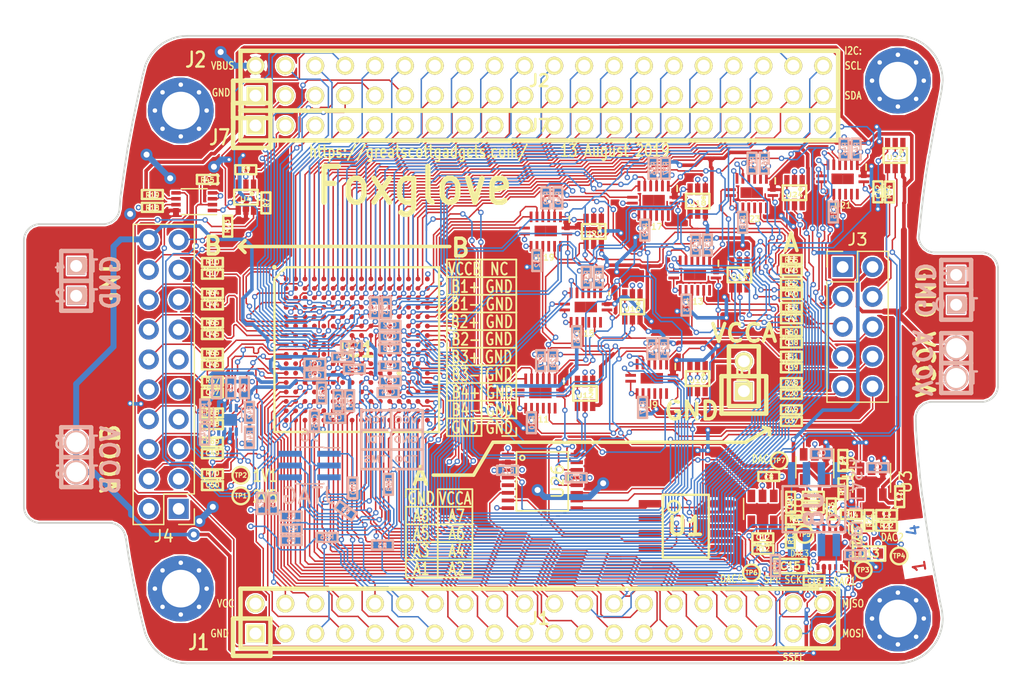
<source format=kicad_pcb>
(kicad_pcb (version 20171130) (host pcbnew 5.0.2-bee76a0~70~ubuntu18.04.1)
  (layers (0 F.Cu mixed) (1 In1.Cu power hide) (2 In2.Cu power hide) (31 B.Cu signal) (34 B.Paste user) (35 F.Paste user) (36 B.SilkS user) (37 F.SilkS user) (38 B.Mask user) (39 F.Mask user) (44 Edge.Cuts user))
  (net 0 "")
  (net 1 GND)
  (net 2 VCC)
  (net 3 /A1)
  (net 4 +5V)
  (net 5 +2V5)
  (net 6 /VCCA)
  (net 7 /J1.15)
  (net 8 /J1.17)
  (net 9 /J1.19)
  (net 10 /J1.21)
  (net 11 /J1.23)
  (net 12 /J1.26)
  (net 13 /J1.29)
  (net 14 /J1.30)
  (net 15 /J1.32)
  (net 16 /J1.33)
  (net 17 /J1.34)
  (net 18 /J1.35)
  (net 19 /J1.36)
  (net 20 /SSEL)
  (net 21 /SCK)
  (net 22 /MOSI)
  (net 23 /MISO)
  (net 24 /ADC)
  (net 25 /J2.09)
  (net 26 /J2.10)
  (net 27 /J2.11)
  (net 28 /J2.12)
  (net 29 /J2.13)
  (net 30 /J2.14)
  (net 31 /J2.15)
  (net 32 /J2.16)
  (net 33 /J2.17)
  (net 34 /J2.18)
  (net 35 /J2.19)
  (net 36 /J2.20)
  (net 37 /J2.21)
  (net 38 /J2.22)
  (net 39 /J2.23)
  (net 40 /J2.24)
  (net 41 /J2.25)
  (net 42 /J2.26)
  (net 43 /J2.27)
  (net 44 /J2.28)
  (net 45 /J2.29)
  (net 46 /J2.30)
  (net 47 /J2.31)
  (net 48 /J2.32)
  (net 49 /J2.33)
  (net 50 /J2.34)
  (net 51 /J2.35)
  (net 52 /J2.36)
  (net 53 /J2.37)
  (net 54 /J2.39)
  (net 55 /J2.40)
  (net 56 /~E~_1)
  (net 57 /~E~_2)
  (net 58 /~E~_3)
  (net 59 /~E~_4)
  (net 60 /~E~_5)
  (net 61 /~E~_6)
  (net 62 /~E~_7)
  (net 63 /~E~_8)
  (net 64 /DAC3)
  (net 65 /DAC4)
  (net 66 /ADC_A)
  (net 67 /COMP1)
  (net 68 /COMP2)
  (net 69 /J1.31)
  (net 70 +1V1)
  (net 71 "Net-(R41-Pad1)")
  (net 72 "Net-(R43-Pad2)")
  (net 73 /J7.05)
  (net 74 /J7.06)
  (net 75 /J7.07)
  (net 76 /J7.08)
  (net 77 /J7.09)
  (net 78 /J7.10)
  (net 79 /J7.11)
  (net 80 /J7.12)
  (net 81 /J7.13)
  (net 82 /J7.14)
  (net 83 /J7.15)
  (net 84 /J7.16)
  (net 85 /J7.17)
  (net 86 /J7.18)
  (net 87 /TDO)
  (net 88 /CSSPIN)
  (net 89 /CFG_0)
  (net 90 /CFG_1)
  (net 91 /PROGRAMN)
  (net 92 /CFG_2)
  (net 93 /TDI)
  (net 94 /INITN)
  (net 95 /TCK)
  (net 96 /TMS)
  (net 97 "Net-(R46-Pad2)")
  (net 98 /J1.16)
  (net 99 /J1.18)
  (net 100 /J1.20)
  (net 101 /J1.22)
  (net 102 /J1.14)
  (net 103 /J1.11)
  (net 104 /J1.10)
  (net 105 /J1.09)
  (net 106 /J1.08)
  (net 107 /J1.07)
  (net 108 /J1.06)
  (net 109 /J1.04)
  (net 110 /J1.03)
  (net 111 /J2.08)
  (net 112 /J2.07)
  (net 113 /J2.06)
  (net 114 /J2.04)
  (net 115 /J2.03)
  (net 116 /J7.04)
  (net 117 /J7.03)
  (net 118 /J7.02)
  (net 119 /DONE)
  (net 120 "Net-(C3-Pad2)")
  (net 121 /DAC)
  (net 122 /VCCB)
  (net 123 "Net-(C11-Pad2)")
  (net 124 "Net-(C12-Pad2)")
  (net 125 /A8)
  (net 126 /A7)
  (net 127 /A6)
  (net 128 /A5)
  (net 129 /A4)
  (net 130 /A3)
  (net 131 /A2)
  (net 132 /DAC1)
  (net 133 /DAC2)
  (net 134 "Net-(R24-Pad2)")
  (net 135 "Net-(R25-Pad2)")
  (net 136 "Net-(R27-Pad2)")
  (net 137 "Net-(R28-Pad2)")
  (net 138 "Net-(R30-Pad2)")
  (net 139 "Net-(R31-Pad2)")
  (net 140 "Net-(R33-Pad2)")
  (net 141 "Net-(R34-Pad2)")
  (net 142 "Net-(R36-Pad2)")
  (net 143 "Net-(R37-Pad2)")
  (net 144 "Net-(R39-Pad2)")
  (net 145 "Net-(R40-Pad2)")
  (net 146 "Net-(R47-Pad2)")
  (net 147 "Net-(R61-Pad2)")
  (net 148 "Net-(R62-Pad2)")
  (net 149 /DIR_1)
  (net 150 /A1_shift)
  (net 151 /S2_1)
  (net 152 /S1_1)
  (net 153 /S0_1)
  (net 154 /S2_2)
  (net 155 /S1_2)
  (net 156 /S0_2)
  (net 157 /DIR_2)
  (net 158 /A2_shift)
  (net 159 /S2_3)
  (net 160 /S1_3)
  (net 161 /S0_3)
  (net 162 /DIR_3)
  (net 163 /A3_shift)
  (net 164 /B1_P)
  (net 165 "Net-(C20-Pad2)")
  (net 166 "Net-(C37-Pad2)")
  (net 167 "Net-(C38-Pad2)")
  (net 168 "Net-(C39-Pad2)")
  (net 169 "Net-(C40-Pad2)")
  (net 170 "Net-(C41-Pad2)")
  (net 171 "Net-(C42-Pad2)")
  (net 172 "Net-(C43-Pad2)")
  (net 173 /B1_N)
  (net 174 /B2_P)
  (net 175 /B2_N)
  (net 176 /B3_P)
  (net 177 /B3_N)
  (net 178 /B4_P)
  (net 179 /B4_N)
  (net 180 "Net-(IC1-PadB1)")
  (net 181 "Net-(IC1-PadB2)")
  (net 182 "Net-(IC1-PadC1)")
  (net 183 "Net-(IC1-PadC2)")
  (net 184 "Net-(IC1-PadC3)")
  (net 185 "Net-(IC1-PadD1)")
  (net 186 "Net-(IC1-PadD3)")
  (net 187 "Net-(IC1-PadD10)")
  (net 188 "Net-(IC1-PadD11)")
  (net 189 "Net-(IC1-PadD13)")
  (net 190 "Net-(IC1-PadD14)")
  (net 191 "Net-(IC1-PadE1)")
  (net 192 "Net-(IC1-PadE2)")
  (net 193 "Net-(IC1-PadE3)")
  (net 194 "Net-(IC1-PadE11)")
  (net 195 "Net-(IC1-PadF2)")
  (net 196 "Net-(IC1-PadF3)")
  (net 197 "Net-(IC1-PadF4)")
  (net 198 "Net-(IC1-PadF5)")
  (net 199 "Net-(IC1-PadF12)")
  (net 200 "Net-(IC1-PadF13)")
  (net 201 "Net-(IC1-PadG3)")
  (net 202 "Net-(IC1-PadG4)")
  (net 203 "Net-(IC1-PadG5)")
  (net 204 "Net-(IC1-PadG12)")
  (net 205 "Net-(IC1-PadH3)")
  (net 206 "Net-(IC1-PadH12)")
  (net 207 "Net-(IC1-PadH13)")
  (net 208 "Net-(IC1-PadJ3)")
  (net 209 "Net-(IC1-PadJ4)")
  (net 210 "Net-(IC1-PadJ5)")
  (net 211 "Net-(IC1-PadJ12)")
  (net 212 "Net-(IC1-PadK1)")
  (net 213 "Net-(IC1-PadK2)")
  (net 214 "Net-(IC1-PadK3)")
  (net 215 "Net-(IC1-PadK5)")
  (net 216 "Net-(IC1-PadK12)")
  (net 217 "Net-(IC1-PadL2)")
  (net 218 "Net-(IC1-PadL3)")
  (net 219 "Net-(IC1-PadL4)")
  (net 220 "Net-(IC1-PadL5)")
  (net 221 "Net-(IC1-PadL12)")
  (net 222 "Net-(IC1-PadM4)")
  (net 223 "Net-(IC1-PadM5)")
  (net 224 "Net-(IC1-PadM6)")
  (net 225 "Net-(IC1-PadM7)")
  (net 226 "Net-(IC1-PadM8)")
  (net 227 "Net-(IC1-PadM9)")
  (net 228 "Net-(IC1-PadM11)")
  (net 229 "Net-(IC1-PadM12)")
  (net 230 "Net-(IC1-PadN4)")
  (net 231 "Net-(IC1-PadN5)")
  (net 232 "Net-(IC1-PadN6)")
  (net 233 "Net-(IC1-PadN7)")
  (net 234 "Net-(IC1-PadN12)")
  (net 235 "Net-(IC1-PadN13)")
  (net 236 "Net-(IC1-PadP5)")
  (net 237 "Net-(IC1-PadP6)")
  (net 238 "Net-(IC1-PadP7)")
  (net 239 "Net-(IC1-PadP8)")
  (net 240 "Net-(IC1-PadP11)")
  (net 241 "Net-(IC1-PadR7)")
  (net 242 "Net-(R9-Pad2)")
  (net 243 /pull_en)
  (net 244 /COUT1)
  (net 245 /COUT2)
  (net 246 /VCCA_EN)
  (net 247 /DAC2_EN)
  (net 248 /VCCB_EN)
  (net 249 "Net-(U9-Pad4)")
  (net 250 "Net-(U9-Pad2)")
  (net 251 "Net-(U11-Pad4)")
  (net 252 "Net-(U11-Pad2)")
  (net 253 "Net-(U13-Pad4)")
  (net 254 "Net-(U13-Pad2)")
  (net 255 /S2_4)
  (net 256 /S1_4)
  (net 257 /S0_4)
  (net 258 "Net-(U15-Pad4)")
  (net 259 "Net-(U15-Pad2)")
  (net 260 /DIR_4)
  (net 261 /A4_shift)
  (net 262 /S2_5)
  (net 263 /S1_5)
  (net 264 /S0_5)
  (net 265 "Net-(U17-Pad4)")
  (net 266 "Net-(U17-Pad2)")
  (net 267 /DIR_5)
  (net 268 /A5_shift)
  (net 269 /S2_6)
  (net 270 /S1_6)
  (net 271 /S0_6)
  (net 272 "Net-(U19-Pad4)")
  (net 273 "Net-(U19-Pad2)")
  (net 274 /DIR_6)
  (net 275 /A6_shift)
  (net 276 /S2_7)
  (net 277 /S1_7)
  (net 278 /S0_7)
  (net 279 "Net-(U21-Pad4)")
  (net 280 "Net-(U21-Pad2)")
  (net 281 /DIR_7)
  (net 282 /A7_shift)
  (net 283 /S2_8)
  (net 284 /S1_8)
  (net 285 /S0_8)
  (net 286 "Net-(U23-Pad4)")
  (net 287 "Net-(U23-Pad2)")
  (net 288 /DIR_8)
  (net 289 /A8_shift)
  (net 290 /pull_sel)
  (net 291 /div_en)
  (net 292 /DAC~SYNC~)
  (net 293 "Net-(R71-Pad1)")
  (net 294 "Net-(R72-Pad2)")
  (net 295 "Net-(U26-Pad5)")
  (net 296 /J2.38)
  (net 297 /B1T_P)
  (net 298 /B1T_N)
  (net 299 /B2T_P)
  (net 300 /B2T_N)
  (net 301 /B3T_P)
  (net 302 /B3T_N)
  (net 303 /B4T_P)
  (net 304 /B4T_N)
  (net 305 /Vtarget)
  (net 306 "Net-(R18-Pad2)")
  (net 307 "Net-(R19-Pad2)")
  (module gsg-modules:BGA256C80P16X16_1400X1400X170 (layer F.Cu) (at 130.5306 95.25)
    (fp_text reference IC1 (at 0 0) (layer F.SilkS) (effects (font (size 1.27 1.27) (thickness 0.254))))
    (fp_text value LFE5U-12F-6BG256C hide)
    (pad T16 smd circle (at 6 6 90) (size 0.41 0.41) (layers F.Cu F.Paste F.Mask) (net 1 GND))
    (pad T15 smd circle (at 5.2 6 90) (size 0.41 0.41) (layers F.Cu F.Paste F.Mask) (net 17 /J1.34))
    (pad T14 smd circle (at 4.4 6 90) (size 0.41 0.41) (layers F.Cu F.Paste F.Mask) (net 15 /J1.32))
    (pad T13 smd circle (at 3.6 6 90) (size 0.41 0.41) (layers F.Cu F.Paste F.Mask) (net 14 /J1.30))
    (pad T12 smd circle (at 2.8 6 90) (size 0.41 0.41) (layers F.Cu F.Paste F.Mask) (net 1 GND))
    (pad T11 smd circle (at 2 6 90) (size 0.41 0.41) (layers F.Cu F.Paste F.Mask) (net 96 /TMS))
    (pad T10 smd circle (at 1.2 6 90) (size 0.41 0.41) (layers F.Cu F.Paste F.Mask) (net 95 /TCK))
    (pad T9 smd circle (at 0.4 6 90) (size 0.41 0.41) (layers F.Cu F.Paste F.Mask) (net 94 /INITN))
    (pad T8 smd circle (at -0.4 6 90) (size 0.41 0.41) (layers F.Cu F.Paste F.Mask) (net 22 /MOSI))
    (pad T7 smd circle (at -1.2 6 90) (size 0.41 0.41) (layers F.Cu F.Paste F.Mask) (net 23 /MISO))
    (pad T6 smd circle (at -2 6 90) (size 0.41 0.41) (layers F.Cu F.Paste F.Mask) (net 101 /J1.22))
    (pad T5 smd circle (at -2.8 6 90) (size 0.41 0.41) (layers F.Cu F.Paste F.Mask) (net 1 GND))
    (pad T4 smd circle (at -3.6 6 90) (size 0.41 0.41) (layers F.Cu F.Paste F.Mask) (net 100 /J1.20))
    (pad T3 smd circle (at -4.4 6 90) (size 0.41 0.41) (layers F.Cu F.Paste F.Mask) (net 99 /J1.18))
    (pad T2 smd circle (at -5.2 6 90) (size 0.41 0.41) (layers F.Cu F.Paste F.Mask) (net 98 /J1.16))
    (pad T1 smd circle (at -6 6 90) (size 0.41 0.41) (layers F.Cu F.Paste F.Mask) (net 1 GND))
    (pad R16 smd circle (at 6 5.2 90) (size 0.41 0.41) (layers F.Cu F.Paste F.Mask) (net 18 /J1.35))
    (pad R15 smd circle (at 5.2 5.2 90) (size 0.41 0.41) (layers F.Cu F.Paste F.Mask) (net 16 /J1.33))
    (pad R14 smd circle (at 4.4 5.2 90) (size 0.41 0.41) (layers F.Cu F.Paste F.Mask) (net 69 /J1.31))
    (pad R13 smd circle (at 3.6 5.2 90) (size 0.41 0.41) (layers F.Cu F.Paste F.Mask) (net 13 /J1.29))
    (pad R12 smd circle (at 2.8 5.2 90) (size 0.41 0.41) (layers F.Cu F.Paste F.Mask) (net 12 /J1.26))
    (pad R11 smd circle (at 2 5.2 90) (size 0.41 0.41) (layers F.Cu F.Paste F.Mask) (net 93 /TDI))
    (pad R10 smd circle (at 1.2 5.2 90) (size 0.41 0.41) (layers F.Cu F.Paste F.Mask) (net 92 /CFG_2))
    (pad R9 smd circle (at 0.4 5.2 90) (size 0.41 0.41) (layers F.Cu F.Paste F.Mask) (net 91 /PROGRAMN))
    (pad R8 smd circle (at -0.4 5.2 90) (size 0.41 0.41) (layers F.Cu F.Paste F.Mask) (net 20 /SSEL))
    (pad R7 smd circle (at -1.2 5.2 90) (size 0.41 0.41) (layers F.Cu F.Paste F.Mask) (net 241 "Net-(IC1-PadR7)"))
    (pad R6 smd circle (at -2 5.2 90) (size 0.41 0.41) (layers F.Cu F.Paste F.Mask) (net 11 /J1.23))
    (pad R5 smd circle (at -2.8 5.2 90) (size 0.41 0.41) (layers F.Cu F.Paste F.Mask) (net 10 /J1.21))
    (pad R4 smd circle (at -3.6 5.2 90) (size 0.41 0.41) (layers F.Cu F.Paste F.Mask) (net 9 /J1.19))
    (pad R3 smd circle (at -4.4 5.2 90) (size 0.41 0.41) (layers F.Cu F.Paste F.Mask) (net 8 /J1.17))
    (pad R2 smd circle (at -5.2 5.2 90) (size 0.41 0.41) (layers F.Cu F.Paste F.Mask) (net 7 /J1.15))
    (pad R1 smd circle (at -6 5.2 90) (size 0.41 0.41) (layers F.Cu F.Paste F.Mask) (net 102 /J1.14))
    (pad P16 smd circle (at 6 4.4 90) (size 0.41 0.41) (layers F.Cu F.Paste F.Mask) (net 277 /S1_7))
    (pad P15 smd circle (at 5.2 4.4 90) (size 0.41 0.41) (layers F.Cu F.Paste F.Mask) (net 19 /J1.36))
    (pad P14 smd circle (at 4.4 4.4 90) (size 0.41 0.41) (layers F.Cu F.Paste F.Mask) (net 278 /S0_7))
    (pad P13 smd circle (at 3.6 4.4 90) (size 0.41 0.41) (layers F.Cu F.Paste F.Mask) (net 282 /A7_shift))
    (pad P12 smd circle (at 2.8 4.4 90) (size 0.41 0.41) (layers F.Cu F.Paste F.Mask) (net 281 /DIR_7))
    (pad P11 smd circle (at 2 4.4 90) (size 0.41 0.41) (layers F.Cu F.Paste F.Mask) (net 240 "Net-(IC1-PadP11)"))
    (pad P10 smd circle (at 1.2 4.4 90) (size 0.41 0.41) (layers F.Cu F.Paste F.Mask) (net 90 /CFG_1))
    (pad P9 smd circle (at 0.4 4.4 90) (size 0.41 0.41) (layers F.Cu F.Paste F.Mask) (net 119 /DONE))
    (pad P8 smd circle (at -0.4 4.4 90) (size 0.41 0.41) (layers F.Cu F.Paste F.Mask) (net 239 "Net-(IC1-PadP8)"))
    (pad P7 smd circle (at -1.2 4.4 90) (size 0.41 0.41) (layers F.Cu F.Paste F.Mask) (net 238 "Net-(IC1-PadP7)"))
    (pad P6 smd circle (at -2 4.4 90) (size 0.41 0.41) (layers F.Cu F.Paste F.Mask) (net 237 "Net-(IC1-PadP6)"))
    (pad P5 smd circle (at -2.8 4.4 90) (size 0.41 0.41) (layers F.Cu F.Paste F.Mask) (net 236 "Net-(IC1-PadP5)"))
    (pad P4 smd circle (at -3.6 4.4 90) (size 0.41 0.41) (layers F.Cu F.Paste F.Mask) (net 290 /pull_sel))
    (pad P3 smd circle (at -4.4 4.4 90) (size 0.41 0.41) (layers F.Cu F.Paste F.Mask) (net 243 /pull_en))
    (pad P2 smd circle (at -5.2 4.4 90) (size 0.41 0.41) (layers F.Cu F.Paste F.Mask) (net 104 /J1.10))
    (pad P1 smd circle (at -6 4.4 90) (size 0.41 0.41) (layers F.Cu F.Paste F.Mask) (net 103 /J1.11))
    (pad N16 smd circle (at 6 3.6 90) (size 0.41 0.41) (layers F.Cu F.Paste F.Mask) (net 289 /A8_shift))
    (pad N15 smd circle (at 5.2 3.6 90) (size 0.41 0.41) (layers F.Cu F.Paste F.Mask) (net 1 GND))
    (pad N14 smd circle (at 4.4 3.6 90) (size 0.41 0.41) (layers F.Cu F.Paste F.Mask) (net 288 /DIR_8))
    (pad N13 smd circle (at 3.6 3.6 90) (size 0.41 0.41) (layers F.Cu F.Paste F.Mask) (net 235 "Net-(IC1-PadN13)"))
    (pad N12 smd circle (at 2.8 3.6 90) (size 0.41 0.41) (layers F.Cu F.Paste F.Mask) (net 234 "Net-(IC1-PadN12)"))
    (pad N11 smd circle (at 2 3.6 90) (size 0.41 0.41) (layers F.Cu F.Paste F.Mask) (net 276 /S2_7))
    (pad N10 smd circle (at 1.2 3.6 90) (size 0.41 0.41) (layers F.Cu F.Paste F.Mask) (net 89 /CFG_0))
    (pad N9 smd circle (at 0.4 3.6 90) (size 0.41 0.41) (layers F.Cu F.Paste F.Mask) (net 21 /SCK))
    (pad N8 smd circle (at -0.4 3.6 90) (size 0.41 0.41) (layers F.Cu F.Paste F.Mask) (net 88 /CSSPIN))
    (pad N7 smd circle (at -1.2 3.6 90) (size 0.41 0.41) (layers F.Cu F.Paste F.Mask) (net 233 "Net-(IC1-PadN7)"))
    (pad N6 smd circle (at -2 3.6 90) (size 0.41 0.41) (layers F.Cu F.Paste F.Mask) (net 232 "Net-(IC1-PadN6)"))
    (pad N5 smd circle (at -2.8 3.6 90) (size 0.41 0.41) (layers F.Cu F.Paste F.Mask) (net 231 "Net-(IC1-PadN5)"))
    (pad N4 smd circle (at -3.6 3.6 90) (size 0.41 0.41) (layers F.Cu F.Paste F.Mask) (net 230 "Net-(IC1-PadN4)"))
    (pad N3 smd circle (at -4.4 3.6 90) (size 0.41 0.41) (layers F.Cu F.Paste F.Mask) (net 106 /J1.08))
    (pad N2 smd circle (at -5.2 3.6 90) (size 0.41 0.41) (layers F.Cu F.Paste F.Mask) (net 1 GND))
    (pad N1 smd circle (at -6 3.6 90) (size 0.41 0.41) (layers F.Cu F.Paste F.Mask) (net 105 /J1.09))
    (pad M16 smd circle (at 6 2.8 90) (size 0.41 0.41) (layers F.Cu F.Paste F.Mask) (net 283 /S2_8))
    (pad M15 smd circle (at 5.2 2.8 90) (size 0.41 0.41) (layers F.Cu F.Paste F.Mask) (net 284 /S1_8))
    (pad M14 smd circle (at 4.4 2.8 90) (size 0.41 0.41) (layers F.Cu F.Paste F.Mask) (net 160 /S1_3))
    (pad M13 smd circle (at 3.6 2.8 90) (size 0.41 0.41) (layers F.Cu F.Paste F.Mask) (net 285 /S0_8))
    (pad M12 smd circle (at 2.8 2.8 90) (size 0.41 0.41) (layers F.Cu F.Paste F.Mask) (net 229 "Net-(IC1-PadM12)"))
    (pad M11 smd circle (at 2 2.8 90) (size 0.41 0.41) (layers F.Cu F.Paste F.Mask) (net 228 "Net-(IC1-PadM11)"))
    (pad M10 smd circle (at 1.2 2.8 90) (size 0.41 0.41) (layers F.Cu F.Paste F.Mask) (net 87 /TDO))
    (pad M9 smd circle (at 0.4 2.8 90) (size 0.41 0.41) (layers F.Cu F.Paste F.Mask) (net 227 "Net-(IC1-PadM9)"))
    (pad M8 smd circle (at -0.4 2.8 90) (size 0.41 0.41) (layers F.Cu F.Paste F.Mask) (net 226 "Net-(IC1-PadM8)"))
    (pad M7 smd circle (at -1.2 2.8 90) (size 0.41 0.41) (layers F.Cu F.Paste F.Mask) (net 225 "Net-(IC1-PadM7)"))
    (pad M6 smd circle (at -2 2.8 90) (size 0.41 0.41) (layers F.Cu F.Paste F.Mask) (net 224 "Net-(IC1-PadM6)"))
    (pad M5 smd circle (at -2.8 2.8 90) (size 0.41 0.41) (layers F.Cu F.Paste F.Mask) (net 223 "Net-(IC1-PadM5)"))
    (pad M4 smd circle (at -3.6 2.8 90) (size 0.41 0.41) (layers F.Cu F.Paste F.Mask) (net 222 "Net-(IC1-PadM4)"))
    (pad M3 smd circle (at -4.4 2.8 90) (size 0.41 0.41) (layers F.Cu F.Paste F.Mask) (net 296 /J2.38))
    (pad M2 smd circle (at -5.2 2.8 90) (size 0.41 0.41) (layers F.Cu F.Paste F.Mask) (net 108 /J1.06))
    (pad M1 smd circle (at -6 2.8 90) (size 0.41 0.41) (layers F.Cu F.Paste F.Mask) (net 107 /J1.07))
    (pad L16 smd circle (at 6 2 90) (size 0.41 0.41) (layers F.Cu F.Paste F.Mask) (net 161 /S0_3))
    (pad L15 smd circle (at 5.2 2 90) (size 0.41 0.41) (layers F.Cu F.Paste F.Mask) (net 162 /DIR_3))
    (pad L14 smd circle (at 4.4 2 90) (size 0.41 0.41) (layers F.Cu F.Paste F.Mask) (net 149 /DIR_1))
    (pad L13 smd circle (at 3.6 2 90) (size 0.41 0.41) (layers F.Cu F.Paste F.SilkS F.Mask) (net 159 /S2_3))
    (pad L12 smd circle (at 2.8 2 90) (size 0.41 0.41) (layers F.Cu F.Paste F.Mask) (net 221 "Net-(IC1-PadL12)"))
    (pad L11 smd circle (at 2 2 90) (size 0.41 0.41) (layers F.Cu F.Paste F.Mask) (net 2 VCC))
    (pad L10 smd circle (at 1.2 2 90) (size 0.41 0.41) (layers F.Cu F.Paste F.Mask) (net 70 +1V1))
    (pad L9 smd circle (at 0.4 2 90) (size 0.41 0.41) (layers F.Cu F.Paste F.Mask) (net 70 +1V1))
    (pad L8 smd circle (at -0.4 2 90) (size 0.41 0.41) (layers F.Cu F.Paste F.Mask) (net 70 +1V1))
    (pad L7 smd circle (at -1.2 2 90) (size 0.41 0.41) (layers F.Cu F.Paste F.Mask) (net 5 +2V5))
    (pad L6 smd circle (at -2 2 90) (size 0.41 0.41) (layers F.Cu F.Paste F.Mask) (net 2 VCC))
    (pad L5 smd circle (at -2.8 2 90) (size 0.41 0.41) (layers F.Cu F.Paste F.Mask) (net 220 "Net-(IC1-PadL5)"))
    (pad L4 smd circle (at -3.6 2 90) (size 0.41 0.41) (layers F.Cu F.Paste F.Mask) (net 219 "Net-(IC1-PadL4)"))
    (pad L3 smd circle (at -4.4 2 90) (size 0.41 0.41) (layers F.Cu F.Paste F.Mask) (net 218 "Net-(IC1-PadL3)"))
    (pad L2 smd circle (at -5.2 2 90) (size 0.41 0.41) (layers F.Cu F.Paste F.Mask) (net 217 "Net-(IC1-PadL2)"))
    (pad L1 smd circle (at -6 2 90) (size 0.41 0.41) (layers F.Cu F.Paste F.Mask) (net 109 /J1.04))
    (pad K16 smd circle (at 6 1.2 90) (size 0.41 0.41) (layers F.Cu F.Paste F.Mask) (net 150 /A1_shift))
    (pad K15 smd circle (at 5.2 1.2 90) (size 0.41 0.41) (layers F.Cu F.Paste F.Mask) (net 152 /S1_1))
    (pad K14 smd circle (at 4.4 1.2 90) (size 0.41 0.41) (layers F.Cu F.Paste F.Mask) (net 153 /S0_1))
    (pad K13 smd circle (at 3.6 1.2 90) (size 0.41 0.41) (layers F.Cu F.Paste F.Mask) (net 163 /A3_shift))
    (pad K12 smd circle (at 2.8 1.2 90) (size 0.41 0.41) (layers F.Cu F.Paste F.Mask) (net 216 "Net-(IC1-PadK12)"))
    (pad K11 smd circle (at 2 1.2 90) (size 0.41 0.41) (layers F.Cu F.Paste F.Mask) (net 2 VCC))
    (pad K10 smd circle (at 1.2 1.2 90) (size 0.41 0.41) (layers F.Cu F.Paste F.Mask) (net 1 GND))
    (pad K9 smd circle (at 0.4 1.2 90) (size 0.41 0.41) (layers F.Cu F.Paste F.Mask) (net 1 GND))
    (pad K8 smd circle (at -0.4 1.2 90) (size 0.41 0.41) (layers F.Cu F.Paste F.Mask) (net 1 GND))
    (pad K7 smd circle (at -1.2 1.2 90) (size 0.41 0.41) (layers F.Cu F.Paste F.Mask) (net 1 GND))
    (pad K6 smd circle (at -2 1.2 90) (size 0.41 0.41) (layers F.Cu F.Paste F.Mask) (net 1 GND))
    (pad K5 smd circle (at -2.8 1.2 90) (size 0.41 0.41) (layers F.Cu F.Paste F.Mask) (net 215 "Net-(IC1-PadK5)"))
    (pad K4 smd circle (at -3.6 1.2 90) (size 0.41 0.41) (layers F.Cu F.Paste F.Mask) (net 110 /J1.03))
    (pad K3 smd circle (at -4.4 1.2 90) (size 0.41 0.41) (layers F.Cu F.Paste F.Mask) (net 214 "Net-(IC1-PadK3)"))
    (pad K2 smd circle (at -5.2 1.2 90) (size 0.41 0.41) (layers F.Cu F.Paste F.Mask) (net 213 "Net-(IC1-PadK2)"))
    (pad K1 smd circle (at -6 1.2 90) (size 0.41 0.41) (layers F.Cu F.Paste F.Mask) (net 212 "Net-(IC1-PadK1)"))
    (pad J16 smd circle (at 6 0.4 90) (size 0.41 0.41) (layers F.Cu F.Paste F.Mask) (net 151 /S2_1))
    (pad J15 smd circle (at 5.2 0.4 90) (size 0.41 0.41) (layers F.Cu F.Paste F.Mask) (net 154 /S2_2))
    (pad J14 smd circle (at 4.4 0.4 90) (size 0.41 0.41) (layers F.Cu F.Paste F.Mask) (net 158 /A2_shift))
    (pad J13 smd circle (at 3.6 0.4 90) (size 0.41 0.41) (layers F.Cu F.Paste F.Mask) (net 157 /DIR_2))
    (pad J12 smd circle (at 2.8 0.4 90) (size 0.41 0.41) (layers F.Cu F.Paste F.Mask) (net 211 "Net-(IC1-PadJ12)"))
    (pad J11 smd circle (at 2 0.4 90) (size 0.41 0.41) (layers F.Cu F.Paste F.Mask) (net 2 VCC))
    (pad J10 smd circle (at 1.2 0.4 90) (size 0.41 0.41) (layers F.Cu F.Paste F.Mask) (net 1 GND))
    (pad J9 smd circle (at 0.4 0.4 90) (size 0.41 0.41) (layers F.Cu F.Paste F.Mask) (net 1 GND))
    (pad J8 smd circle (at -0.4 0.4 90) (size 0.41 0.41) (layers F.Cu F.Paste F.Mask) (net 1 GND))
    (pad J7 smd circle (at -1.2 0.4 90) (size 0.41 0.41) (layers F.Cu F.Paste F.Mask) (net 2 VCC))
    (pad J6 smd circle (at -2 0.4 90) (size 0.41 0.41) (layers F.Cu F.Paste F.Mask) (net 2 VCC))
    (pad J5 smd circle (at -2.8 0.4 90) (size 0.41 0.41) (layers F.Cu F.Paste F.Mask) (net 210 "Net-(IC1-PadJ5)"))
    (pad J4 smd circle (at -3.6 0.4 90) (size 0.41 0.41) (layers F.Cu F.Paste F.Mask) (net 209 "Net-(IC1-PadJ4)"))
    (pad J3 smd circle (at -4.4 0.4 90) (size 0.41 0.41) (layers F.Cu F.Paste F.Mask) (net 208 "Net-(IC1-PadJ3)"))
    (pad J2 smd circle (at -5.2 0.4 90) (size 0.41 0.41) (layers F.Cu F.Paste F.Mask) (net 179 /B4_N))
    (pad J1 smd circle (at -6 0.4 90) (size 0.41 0.41) (layers F.Cu F.Paste F.Mask) (net 178 /B4_P))
    (pad H16 smd circle (at 6 -0.4 90) (size 0.41 0.41) (layers F.Cu F.Paste F.Mask) (net 1 GND))
    (pad H15 smd circle (at 5.2 -0.4 90) (size 0.41 0.41) (layers F.Cu F.Paste F.Mask) (net 155 /S1_2))
    (pad H14 smd circle (at 4.4 -0.4 90) (size 0.41 0.41) (layers F.Cu F.Paste F.Mask) (net 260 /DIR_4))
    (pad H13 smd circle (at 3.6 -0.4 90) (size 0.41 0.41) (layers F.Cu F.Paste F.Mask) (net 207 "Net-(IC1-PadH13)"))
    (pad H12 smd circle (at 2.8 -0.4 90) (size 0.41 0.41) (layers F.Cu F.Paste F.Mask) (net 206 "Net-(IC1-PadH12)"))
    (pad H11 smd circle (at 2 -0.4 90) (size 0.41 0.41) (layers F.Cu F.Paste F.Mask) (net 2 VCC))
    (pad H10 smd circle (at 1.2 -0.4 90) (size 0.41 0.41) (layers F.Cu F.Paste F.Mask) (net 1 GND))
    (pad H9 smd circle (at 0.4 -0.4 90) (size 0.41 0.41) (layers F.Cu F.Paste F.Mask) (net 1 GND))
    (pad H8 smd circle (at -0.4 -0.4 90) (size 0.41 0.41) (layers F.Cu F.Paste F.Mask) (net 1 GND))
    (pad H7 smd circle (at -1.2 -0.4 90) (size 0.41 0.41) (layers F.Cu F.Paste F.Mask) (net 122 /VCCB))
    (pad H6 smd circle (at -2 -0.4 90) (size 0.41 0.41) (layers F.Cu F.Paste F.Mask) (net 122 /VCCB))
    (pad H5 smd circle (at -2.8 -0.4 90) (size 0.41 0.41) (layers F.Cu F.Paste F.Mask) (net 177 /B3_N))
    (pad H4 smd circle (at -3.6 -0.4 90) (size 0.41 0.41) (layers F.Cu F.Paste F.Mask) (net 176 /B3_P))
    (pad H3 smd circle (at -4.4 -0.4 90) (size 0.41 0.41) (layers F.Cu F.Paste F.Mask) (net 205 "Net-(IC1-PadH3)"))
    (pad H2 smd circle (at -5.2 -0.4 90) (size 0.41 0.41) (layers F.Cu F.Paste F.Mask) (net 175 /B2_N))
    (pad H1 smd circle (at -6 -0.4 90) (size 0.41 0.41) (layers F.Cu F.Paste F.Mask) (net 1 GND))
    (pad G16 smd circle (at 6 -1.2 90) (size 0.41 0.41) (layers F.Cu F.Paste F.Mask) (net 156 /S0_2))
    (pad G15 smd circle (at 5.2 -1.2 90) (size 0.41 0.41) (layers F.Cu F.Paste F.Mask) (net 256 /S1_4))
    (pad G14 smd circle (at 4.4 -1.2 90) (size 0.41 0.41) (layers F.Cu F.Paste F.Mask) (net 257 /S0_4))
    (pad G13 smd circle (at 3.6 -1.2 90) (size 0.41 0.41) (layers F.Cu F.Paste F.Mask) (net 261 /A4_shift))
    (pad G12 smd circle (at 2.8 -1.2 90) (size 0.41 0.41) (layers F.Cu F.Paste F.Mask) (net 204 "Net-(IC1-PadG12)"))
    (pad G11 smd circle (at 2 -1.2 90) (size 0.41 0.41) (layers F.Cu F.Paste F.Mask) (net 5 +2V5))
    (pad G10 smd circle (at 1.2 -1.2 90) (size 0.41 0.41) (layers F.Cu F.Paste F.Mask) (net 1 GND))
    (pad G9 smd circle (at 0.4 -1.2 90) (size 0.41 0.41) (layers F.Cu F.Paste F.Mask) (net 70 +1V1))
    (pad G8 smd circle (at -0.4 -1.2 90) (size 0.41 0.41) (layers F.Cu F.Paste F.Mask) (net 1 GND))
    (pad G7 smd circle (at -1.2 -1.2 90) (size 0.41 0.41) (layers F.Cu F.Paste F.Mask) (net 70 +1V1))
    (pad G6 smd circle (at -2 -1.2 90) (size 0.41 0.41) (layers F.Cu F.Paste F.Mask) (net 70 +1V1))
    (pad G5 smd circle (at -2.8 -1.2 90) (size 0.41 0.41) (layers F.Cu F.Paste F.Mask) (net 203 "Net-(IC1-PadG5)"))
    (pad G4 smd circle (at -3.6 -1.2 90) (size 0.41 0.41) (layers F.Cu F.Paste F.Mask) (net 202 "Net-(IC1-PadG4)"))
    (pad G3 smd circle (at -4.4 -1.2 90) (size 0.41 0.41) (layers F.Cu F.Paste F.Mask) (net 201 "Net-(IC1-PadG3)"))
    (pad G2 smd circle (at -5.2 -1.2 90) (size 0.41 0.41) (layers F.Cu F.Paste F.Mask) (net 173 /B1_N))
    (pad G1 smd circle (at -6 -1.2 90) (size 0.41 0.41) (layers F.Cu F.Paste F.Mask) (net 174 /B2_P))
    (pad F16 smd circle (at 6 -2 90) (size 0.41 0.41) (layers F.Cu F.Paste F.Mask) (net 255 /S2_4))
    (pad F15 smd circle (at 5.2 -2 90) (size 0.41 0.41) (layers F.Cu F.Paste F.Mask) (net 268 /A5_shift))
    (pad F14 smd circle (at 4.4 -2 90) (size 0.41 0.41) (layers F.Cu F.Paste F.Mask) (net 267 /DIR_5))
    (pad F13 smd circle (at 3.6 -2 90) (size 0.41 0.41) (layers F.Cu F.Paste F.Mask) (net 200 "Net-(IC1-PadF13)"))
    (pad F12 smd circle (at 2.8 -2 90) (size 0.41 0.41) (layers F.Cu F.Paste F.Mask) (net 199 "Net-(IC1-PadF12)"))
    (pad F11 smd circle (at 2 -2 90) (size 0.41 0.41) (layers F.Cu F.Paste F.Mask) (net 2 VCC))
    (pad F10 smd circle (at 1.2 -2 90) (size 0.41 0.41) (layers F.Cu F.Paste F.Mask) (net 2 VCC))
    (pad F9 smd circle (at 0.4 -2 90) (size 0.41 0.41) (layers F.Cu F.Paste F.Mask) (net 1 GND))
    (pad F8 smd circle (at -0.4 -2 90) (size 0.41 0.41) (layers F.Cu F.Paste F.Mask) (net 1 GND))
    (pad F7 smd circle (at -1.2 -2 90) (size 0.41 0.41) (layers F.Cu F.Paste F.Mask) (net 2 VCC))
    (pad F6 smd circle (at -2 -2 90) (size 0.41 0.41) (layers F.Cu F.Paste F.Mask) (net 2 VCC))
    (pad F5 smd circle (at -2.8 -2 90) (size 0.41 0.41) (layers F.Cu F.Paste F.Mask) (net 198 "Net-(IC1-PadF5)"))
    (pad F4 smd circle (at -3.6 -2 90) (size 0.41 0.41) (layers F.Cu F.Paste F.Mask) (net 197 "Net-(IC1-PadF4)"))
    (pad F3 smd circle (at -4.4 -2 90) (size 0.41 0.41) (layers F.Cu F.Paste F.Mask) (net 196 "Net-(IC1-PadF3)"))
    (pad F2 smd circle (at -5.2 -2 90) (size 0.41 0.41) (layers F.Cu F.Paste F.Mask) (net 195 "Net-(IC1-PadF2)"))
    (pad F1 smd circle (at -6 -2 90) (size 0.41 0.41) (layers F.Cu F.Paste F.Mask) (net 164 /B1_P))
    (pad E16 smd circle (at 6 -2.8 90) (size 0.41 0.41) (layers F.Cu F.Paste F.Mask) (net 269 /S2_6))
    (pad E15 smd circle (at 5.2 -2.8 90) (size 0.41 0.41) (layers F.Cu F.Paste F.Mask) (net 270 /S1_6))
    (pad E14 smd circle (at 4.4 -2.8 90) (size 0.41 0.41) (layers F.Cu F.Paste F.Mask) (net 274 /DIR_6))
    (pad E13 smd circle (at 3.6 -2.8 90) (size 0.41 0.41) (layers F.Cu F.Paste F.Mask) (net 275 /A6_shift))
    (pad E12 smd circle (at 2.8 -2.8 90) (size 0.41 0.41) (layers F.Cu F.Paste F.Mask) (net 262 /S2_5))
    (pad E11 smd circle (at 2 -2.8 90) (size 0.41 0.41) (layers F.Cu F.Paste F.Mask) (net 194 "Net-(IC1-PadE11)"))
    (pad E10 smd circle (at 1.2 -2.8 90) (size 0.41 0.41) (layers F.Cu F.Paste F.Mask) (net 30 /J2.14))
    (pad E9 smd circle (at 0.4 -2.8 90) (size 0.41 0.41) (layers F.Cu F.Paste F.Mask) (net 28 /J2.12))
    (pad E8 smd circle (at -0.4 -2.8 90) (size 0.41 0.41) (layers F.Cu F.Paste F.Mask) (net 26 /J2.10))
    (pad E7 smd circle (at -1.2 -2.8 90) (size 0.41 0.41) (layers F.Cu F.Paste F.Mask) (net 118 /J7.02))
    (pad E6 smd circle (at -2 -2.8 90) (size 0.41 0.41) (layers F.Cu F.Paste F.Mask) (net 115 /J2.03))
    (pad E5 smd circle (at -2.8 -2.8 90) (size 0.41 0.41) (layers F.Cu F.Paste F.Mask) (net 111 /J2.08))
    (pad E4 smd circle (at -3.6 -2.8 90) (size 0.41 0.41) (layers F.Cu F.Paste F.Mask) (net 117 /J7.03))
    (pad E3 smd circle (at -4.4 -2.8 90) (size 0.41 0.41) (layers F.Cu F.Paste F.Mask) (net 193 "Net-(IC1-PadE3)"))
    (pad E2 smd circle (at -5.2 -2.8 90) (size 0.41 0.41) (layers F.Cu F.Paste F.Mask) (net 192 "Net-(IC1-PadE2)"))
    (pad E1 smd circle (at -6 -2.8 90) (size 0.41 0.41) (layers F.Cu F.Paste F.Mask) (net 191 "Net-(IC1-PadE1)"))
    (pad D16 smd circle (at 6 -3.6 90) (size 0.41 0.41) (layers F.Cu F.Paste F.Mask) (net 271 /S0_6))
    (pad D15 smd circle (at 5.2 -3.6 90) (size 0.41 0.41) (layers F.Cu F.Paste F.Mask) (net 1 GND))
    (pad D14 smd circle (at 4.4 -3.6 90) (size 0.41 0.41) (layers F.Cu F.Paste F.Mask) (net 190 "Net-(IC1-PadD14)"))
    (pad D13 smd circle (at 3.6 -3.6 90) (size 0.41 0.41) (layers F.Cu F.Paste F.Mask) (net 189 "Net-(IC1-PadD13)"))
    (pad D12 smd circle (at 2.8 -3.6 90) (size 0.41 0.41) (layers F.Cu F.Paste F.Mask) (net 263 /S1_5))
    (pad D11 smd circle (at 2 -3.6 90) (size 0.41 0.41) (layers F.Cu F.Paste F.Mask) (net 188 "Net-(IC1-PadD11)"))
    (pad D10 smd circle (at 1.2 -3.6 90) (size 0.41 0.41) (layers F.Cu F.Paste F.Mask) (net 187 "Net-(IC1-PadD10)"))
    (pad D9 smd circle (at 0.4 -3.6 90) (size 0.41 0.41) (layers F.Cu F.Paste F.Mask) (net 27 /J2.11))
    (pad D8 smd circle (at -0.4 -3.6 90) (size 0.41 0.41) (layers F.Cu F.Paste F.Mask) (net 25 /J2.09))
    (pad D7 smd circle (at -1.2 -3.6 90) (size 0.41 0.41) (layers F.Cu F.Paste F.Mask) (net 114 /J2.04))
    (pad D6 smd circle (at -2 -3.6 90) (size 0.41 0.41) (layers F.Cu F.Paste F.Mask) (net 113 /J2.06))
    (pad D5 smd circle (at -2.8 -3.6 90) (size 0.41 0.41) (layers F.Cu F.Paste F.Mask) (net 116 /J7.04))
    (pad D4 smd circle (at -3.6 -3.6 90) (size 0.41 0.41) (layers F.Cu F.Paste F.Mask) (net 112 /J2.07))
    (pad D3 smd circle (at -4.4 -3.6 90) (size 0.41 0.41) (layers F.Cu F.Paste F.Mask) (net 186 "Net-(IC1-PadD3)"))
    (pad D2 smd circle (at -5.2 -3.6 90) (size 0.41 0.41) (layers F.Cu F.Paste F.Mask) (net 1 GND))
    (pad D1 smd circle (at -6 -3.6 90) (size 0.41 0.41) (layers F.Cu F.Paste F.Mask) (net 185 "Net-(IC1-PadD1)"))
    (pad C16 smd circle (at 6 -4.4 90) (size 0.41 0.41) (layers F.Cu F.Paste F.Mask) (net 55 /J2.40))
    (pad C15 smd circle (at 5.2 -4.4 90) (size 0.41 0.41) (layers F.Cu F.Paste F.Mask) (net 264 /S0_5))
    (pad C14 smd circle (at 4.4 -4.4 90) (size 0.41 0.41) (layers F.Cu F.Paste F.Mask) (net 52 /J2.36))
    (pad C13 smd circle (at 3.6 -4.4 90) (size 0.41 0.41) (layers F.Cu F.Paste F.Mask) (net 50 /J2.34))
    (pad C12 smd circle (at 2.8 -4.4 90) (size 0.41 0.41) (layers F.Cu F.Paste F.Mask) (net 48 /J2.32))
    (pad C11 smd circle (at 2 -4.4 90) (size 0.41 0.41) (layers F.Cu F.Paste F.Mask) (net 46 /J2.30))
    (pad C10 smd circle (at 1.2 -4.4 90) (size 0.41 0.41) (layers F.Cu F.Paste F.Mask) (net 44 /J2.28))
    (pad C9 smd circle (at 0.4 -4.4 90) (size 0.41 0.41) (layers F.Cu F.Paste F.Mask) (net 42 /J2.26))
    (pad C8 smd circle (at -0.4 -4.4 90) (size 0.41 0.41) (layers F.Cu F.Paste F.Mask) (net 40 /J2.24))
    (pad C7 smd circle (at -1.2 -4.4 90) (size 0.41 0.41) (layers F.Cu F.Paste F.Mask) (net 38 /J2.22))
    (pad C6 smd circle (at -2 -4.4 90) (size 0.41 0.41) (layers F.Cu F.Paste F.Mask) (net 36 /J2.20))
    (pad C5 smd circle (at -2.8 -4.4 90) (size 0.41 0.41) (layers F.Cu F.Paste F.Mask) (net 34 /J2.18))
    (pad C4 smd circle (at -3.6 -4.4 90) (size 0.41 0.41) (layers F.Cu F.Paste F.Mask) (net 32 /J2.16))
    (pad C3 smd circle (at -4.4 -4.4 90) (size 0.41 0.41) (layers F.Cu F.Paste F.Mask) (net 184 "Net-(IC1-PadC3)"))
    (pad C2 smd circle (at -5.2 -4.4 90) (size 0.41 0.41) (layers F.Cu F.Paste F.Mask) (net 183 "Net-(IC1-PadC2)"))
    (pad C1 smd circle (at -6 -4.4 90) (size 0.41 0.41) (layers F.Cu F.Paste F.Mask) (net 182 "Net-(IC1-PadC1)"))
    (pad B16 smd circle (at 6 -5.2 90) (size 0.41 0.41) (layers F.Cu F.Paste F.Mask) (net 54 /J2.39))
    (pad B15 smd circle (at 5.2 -5.2 90) (size 0.41 0.41) (layers F.Cu F.Paste F.Mask) (net 53 /J2.37))
    (pad B14 smd circle (at 4.4 -5.2 90) (size 0.41 0.41) (layers F.Cu F.Paste F.Mask) (net 51 /J2.35))
    (pad B13 smd circle (at 3.6 -5.2 90) (size 0.41 0.41) (layers F.Cu F.Paste F.Mask) (net 49 /J2.33))
    (pad B12 smd circle (at 2.8 -5.2 90) (size 0.41 0.41) (layers F.Cu F.Paste F.Mask) (net 47 /J2.31))
    (pad B11 smd circle (at 2 -5.2 90) (size 0.41 0.41) (layers F.Cu F.Paste F.Mask) (net 45 /J2.29))
    (pad B10 smd circle (at 1.2 -5.2 90) (size 0.41 0.41) (layers F.Cu F.Paste F.Mask) (net 43 /J2.27))
    (pad B9 smd circle (at 0.4 -5.2 90) (size 0.41 0.41) (layers F.Cu F.Paste F.Mask) (net 41 /J2.25))
    (pad B8 smd circle (at -0.4 -5.2 90) (size 0.41 0.41) (layers F.Cu F.Paste F.Mask) (net 39 /J2.23))
    (pad B7 smd circle (at -1.2 -5.2 90) (size 0.41 0.41) (layers F.Cu F.Paste F.Mask) (net 37 /J2.21))
    (pad B6 smd circle (at -2 -5.2 90) (size 0.41 0.41) (layers F.Cu F.Paste F.Mask) (net 35 /J2.19))
    (pad B5 smd circle (at -2.8 -5.2 90) (size 0.41 0.41) (layers F.Cu F.Paste F.Mask) (net 33 /J2.17))
    (pad B4 smd circle (at -3.6 -5.2 90) (size 0.41 0.41) (layers F.Cu F.Paste F.Mask) (net 31 /J2.15))
    (pad B3 smd circle (at -4.4 -5.2 90) (size 0.41 0.41) (layers F.Cu F.Paste F.Mask) (net 29 /J2.13))
    (pad B2 smd circle (at -5.2 -5.2 90) (size 0.41 0.41) (layers F.Cu F.Paste F.Mask) (net 181 "Net-(IC1-PadB2)"))
    (pad B1 smd circle (at -6 -5.2 90) (size 0.41 0.41) (layers F.Cu F.Paste F.Mask) (net 180 "Net-(IC1-PadB1)"))
    (pad A16 smd circle (at 6 -6 90) (size 0.41 0.41) (layers F.Cu F.Paste F.Mask) (net 1 GND))
    (pad A15 smd circle (at 5.2 -6 90) (size 0.41 0.41) (layers F.Cu F.Paste F.Mask) (net 86 /J7.18))
    (pad A14 smd circle (at 4.4 -6 90) (size 0.41 0.41) (layers F.Cu F.Paste F.Mask) (net 85 /J7.17))
    (pad A13 smd circle (at 3.6 -6 90) (size 0.41 0.41) (layers F.Cu F.Paste F.Mask) (net 84 /J7.16))
    (pad A12 smd circle (at 2.8 -6 90) (size 0.41 0.41) (layers F.Cu F.Paste F.Mask) (net 83 /J7.15))
    (pad A11 smd circle (at 2 -6 90) (size 0.41 0.41) (layers F.Cu F.Paste F.Mask) (net 82 /J7.14))
    (pad A10 smd circle (at 1.2 -6 90) (size 0.41 0.41) (layers F.Cu F.Paste F.Mask) (net 81 /J7.13))
    (pad A9 smd circle (at 0.4 -6 90) (size 0.41 0.41) (layers F.Cu F.Paste F.Mask) (net 80 /J7.12))
    (pad A8 smd circle (at -0.4 -6 90) (size 0.41 0.41) (layers F.Cu F.Paste F.Mask) (net 79 /J7.11))
    (pad A7 smd circle (at -1.2 -6 90) (size 0.41 0.41) (layers F.Cu F.Paste F.Mask) (net 78 /J7.10))
    (pad A6 smd circle (at -2 -6 90) (size 0.41 0.41) (layers F.Cu F.Paste F.Mask) (net 77 /J7.09))
    (pad A5 smd circle (at -2.8 -6 90) (size 0.41 0.41) (layers F.Cu F.Paste F.Mask) (net 76 /J7.08))
    (pad A4 smd circle (at -3.6 -6 90) (size 0.41 0.41) (layers F.Cu F.Paste F.Mask) (net 75 /J7.07))
    (pad A3 smd circle (at -4.4 -6 90) (size 0.41 0.41) (layers F.Cu F.Paste F.Mask) (net 74 /J7.06))
    (pad A2 smd circle (at -5.2 -6 90) (size 0.41 0.41) (layers F.Cu F.Paste F.Mask) (net 73 /J7.05))
    (pad A1 smd circle (at -6 -6 90) (size 0.41 0.41) (layers F.Cu F.Paste F.Mask) (net 1 GND))
  )
  (module gsg-modules:HEADER-2x20 (layer F.Cu) (at 146.05 118.11)
    (fp_text reference J1 (at 0 0) (layer F.SilkS) (effects (font (size 1.016 1.016) (thickness 0.2032))))
    (fp_text value NEIGHBOR1 hide)
    (pad 40 thru_hole circle (at 24.13 -1.27) (size 1.524 1.524) (drill 1.016) (layers *.Cu *.Mask F.SilkS) (net 23 /MISO))
    (pad 39 thru_hole circle (at 24.13 1.27) (size 1.524 1.524) (drill 1.016) (layers *.Cu *.Mask F.SilkS) (net 22 /MOSI))
    (pad 38 thru_hole circle (at 21.59 -1.27) (size 1.524 1.524) (drill 1.016) (layers *.Cu *.Mask F.SilkS) (net 21 /SCK))
    (pad 37 thru_hole circle (at 21.59 1.27) (size 1.524 1.524) (drill 1.016) (layers *.Cu *.Mask F.SilkS) (net 20 /SSEL))
    (pad 36 thru_hole circle (at 19.05 -1.27) (size 1.524 1.524) (drill 1.016) (layers *.Cu *.Mask F.SilkS) (net 19 /J1.36))
    (pad 35 thru_hole circle (at 19.05 1.27) (size 1.524 1.524) (drill 1.016) (layers *.Cu *.Mask F.SilkS) (net 18 /J1.35))
    (pad 34 thru_hole circle (at 16.51 -1.27) (size 1.524 1.524) (drill 1.016) (layers *.Cu *.Mask F.SilkS) (net 17 /J1.34))
    (pad 33 thru_hole circle (at 16.51 1.27) (size 1.524 1.524) (drill 1.016) (layers *.Cu *.Mask F.SilkS) (net 16 /J1.33))
    (pad 32 thru_hole circle (at 13.97 -1.27) (size 1.524 1.524) (drill 1.016) (layers *.Cu *.Mask F.SilkS) (net 15 /J1.32))
    (pad 31 thru_hole circle (at 13.97 1.27) (size 1.524 1.524) (drill 1.016) (layers *.Cu *.Mask F.SilkS) (net 69 /J1.31))
    (pad 30 thru_hole circle (at 11.43 -1.27) (size 1.524 1.524) (drill 1.016) (layers *.Cu *.Mask F.SilkS) (net 14 /J1.30))
    (pad 29 thru_hole circle (at 11.43 1.27) (size 1.524 1.524) (drill 1.016) (layers *.Cu *.Mask F.SilkS) (net 13 /J1.29))
    (pad 28 thru_hole circle (at 8.89 -1.27) (size 1.524 1.524) (drill 1.016) (layers *.Cu *.Mask F.SilkS) (net 94 /INITN))
    (pad 27 thru_hole circle (at 8.89 1.27) (size 1.524 1.524) (drill 1.016) (layers *.Cu *.Mask F.SilkS) (net 92 /CFG_2))
    (pad 26 thru_hole circle (at 6.35 -1.27) (size 1.524 1.524) (drill 1.016) (layers *.Cu *.Mask F.SilkS) (net 12 /J1.26))
    (pad 25 thru_hole circle (at 6.35 1.27) (size 1.524 1.524) (drill 1.016) (layers *.Cu *.Mask F.SilkS) (net 91 /PROGRAMN))
    (pad 24 thru_hole circle (at 3.81 -1.27) (size 1.524 1.524) (drill 1.016) (layers *.Cu *.Mask F.SilkS) (net 88 /CSSPIN))
    (pad 23 thru_hole circle (at 3.81 1.27) (size 1.524 1.524) (drill 1.016) (layers *.Cu *.Mask F.SilkS) (net 11 /J1.23))
    (pad 22 thru_hole circle (at 1.27 -1.27) (size 1.524 1.524) (drill 1.016) (layers *.Cu *.Mask F.SilkS) (net 101 /J1.22))
    (pad 21 thru_hole circle (at 1.27 1.27) (size 1.524 1.524) (drill 1.016) (layers *.Cu *.Mask F.SilkS) (net 10 /J1.21))
    (pad 20 thru_hole circle (at -1.27 -1.27) (size 1.524 1.524) (drill 1.016) (layers *.Cu *.Mask F.SilkS) (net 100 /J1.20))
    (pad 19 thru_hole circle (at -1.27 1.27) (size 1.524 1.524) (drill 1.016) (layers *.Cu *.Mask F.SilkS) (net 9 /J1.19))
    (pad 18 thru_hole circle (at -3.81 -1.27) (size 1.524 1.524) (drill 1.016) (layers *.Cu *.Mask F.SilkS) (net 99 /J1.18))
    (pad 17 thru_hole circle (at -3.81 1.27) (size 1.524 1.524) (drill 1.016) (layers *.Cu *.Mask F.SilkS) (net 8 /J1.17))
    (pad 16 thru_hole circle (at -6.35 -1.27) (size 1.524 1.524) (drill 1.016) (layers *.Cu *.Mask F.SilkS) (net 98 /J1.16))
    (pad 15 thru_hole circle (at -6.35 1.27) (size 1.524 1.524) (drill 1.016) (layers *.Cu *.Mask F.SilkS) (net 7 /J1.15))
    (pad 14 thru_hole circle (at -8.89 -1.27) (size 1.524 1.524) (drill 1.016) (layers *.Cu *.Mask F.SilkS) (net 102 /J1.14))
    (pad 13 thru_hole circle (at -8.89 1.27) (size 1.524 1.524) (drill 1.016) (layers *.Cu *.Mask F.SilkS) (net 89 /CFG_0))
    (pad 12 thru_hole circle (at -11.43 -1.27) (size 1.524 1.524) (drill 1.016) (layers *.Cu *.Mask F.SilkS) (net 90 /CFG_1))
    (pad 11 thru_hole circle (at -11.43 1.27) (size 1.524 1.524) (drill 1.016) (layers *.Cu *.Mask F.SilkS) (net 103 /J1.11))
    (pad 10 thru_hole circle (at -13.97 -1.27) (size 1.524 1.524) (drill 1.016) (layers *.Cu *.Mask F.SilkS) (net 104 /J1.10))
    (pad 9 thru_hole circle (at -13.97 1.27) (size 1.524 1.524) (drill 1.016) (layers *.Cu *.Mask F.SilkS) (net 105 /J1.09))
    (pad 8 thru_hole circle (at -16.51 -1.27) (size 1.524 1.524) (drill 1.016) (layers *.Cu *.Mask F.SilkS) (net 106 /J1.08))
    (pad 7 thru_hole circle (at -16.51 1.27) (size 1.524 1.524) (drill 1.016) (layers *.Cu *.Mask F.SilkS) (net 107 /J1.07))
    (pad 6 thru_hole circle (at -19.05 -1.27) (size 1.524 1.524) (drill 1.016) (layers *.Cu *.Mask F.SilkS) (net 108 /J1.06))
    (pad 5 thru_hole circle (at -19.05 1.27) (size 1.524 1.524) (drill 1.016) (layers *.Cu *.Mask F.SilkS) (net 119 /DONE))
    (pad 4 thru_hole circle (at -21.59 -1.27) (size 1.524 1.524) (drill 1.016) (layers *.Cu *.Mask F.SilkS) (net 109 /J1.04))
    (pad 3 thru_hole circle (at -21.59 1.27) (size 1.524 1.524) (drill 1.016) (layers *.Cu *.Mask F.SilkS) (net 110 /J1.03))
    (pad 2 thru_hole circle (at -24.13 -1.27) (size 1.524 1.524) (drill 1.016) (layers *.Cu *.Mask F.SilkS) (net 2 VCC))
    (pad 1 thru_hole rect (at -24.13 1.27) (size 1.524 1.524) (drill 1.016) (layers *.Cu *.Mask F.SilkS) (net 1 GND))
  )
  (module Package_SO:VSSOP-8_2.3x2mm_P0.5mm (layer F.Cu) (at 116.713 82.677 180)
    (fp_text reference U25)
    (fp_text value 74LVC1G53)
    (pad 8 smd rect (at 1.55 -0.75 90) (size 0.3 0.8) (layers F.Cu F.Paste F.Mask) (net 4 +5V))
    (pad 7 smd rect (at 1.55 -0.25 90) (size 0.3 0.8) (layers F.Cu F.Paste F.Mask) (net 306 "Net-(R18-Pad2)"))
    (pad 6 smd rect (at 1.55 0.25 90) (size 0.3 0.8) (layers F.Cu F.Paste F.Mask) (net 307 "Net-(R19-Pad2)"))
    (pad 5 smd rect (at 1.55 0.75 90) (size 0.3 0.8) (layers F.Cu F.Paste F.Mask) (net 290 /pull_sel))
    (pad 4 smd rect (at -1.55 0.75 90) (size 0.3 0.8) (layers F.Cu F.Paste F.Mask) (net 1 GND))
    (pad 3 smd rect (at -1.55 0.25 90) (size 0.3 0.8) (layers F.Cu F.Paste F.Mask) (net 1 GND))
    (pad 2 smd rect (at -1.55 -0.25 90) (size 0.3 0.8) (layers F.Cu F.Paste F.Mask) (net 243 /pull_en))
    (pad 1 smd rect (at -1.55 -0.75 90) (size 0.3 0.8) (layers F.Cu F.Paste F.Mask) (net 24 /ADC))
  )
  (module gsg-modules:SON50P200X200X60-9N (layer B.Cu) (at 119.5451 101.219 270)
    (fp_text reference U2)
    (fp_text value ADP225)
    (pad 0 smd rect (at 0 0 180) (size 1.6 1) (layers B.Cu B.Paste B.Mask) (net 1 GND))
    (pad 8 smd rect (at 1.005 0.75 270) (size 0.71 0.27) (layers B.Cu B.Paste B.Mask) (net 72 "Net-(R43-Pad2)"))
    (pad 7 smd rect (at 1.005 0.25 270) (size 0.71 0.27) (layers B.Cu B.Paste B.Mask) (net 70 +1V1))
    (pad 6 smd rect (at 1.005 -0.25 270) (size 0.71 0.27) (layers B.Cu B.Paste B.Mask) (net 4 +5V))
    (pad 5 smd rect (at 1.005 -0.75 270) (size 0.71 0.27) (layers B.Cu B.Paste B.Mask) (net 5 +2V5))
    (pad 4 smd rect (at -1.005 -0.75 270) (size 0.71 0.27) (layers B.Cu B.Paste B.Mask) (net 71 "Net-(R41-Pad1)"))
    (pad 3 smd rect (at -1.005 -0.25 270) (size 0.71 0.27) (layers B.Cu B.Paste B.Mask) (net 1 GND))
    (pad 2 smd rect (at -1.005 0.25 270) (size 0.71 0.27) (layers B.Cu B.Paste B.Mask) (net 4 +5V))
    (pad 1 smd rect (at -1.005 0.75 270) (size 0.71 0.27) (layers B.Cu B.Paste B.Mask) (net 4 +5V))
  )
  (module gsg-modules:HEADER-1x20 (layer F.Cu) (at 146.05 76.2)
    (fp_text reference J7 (at 0 0) (layer F.SilkS) (effects (font (size 1.016 1.016) (thickness 0.2032))))
    (fp_text value BONUS_ROW hide)
    (pad 20 thru_hole circle (at 24.13 0) (size 1.524 1.524) (drill 1.016) (layers *.Cu *.Mask F.SilkS) (net 2 VCC))
    (pad 19 thru_hole circle (at 21.59 0) (size 1.524 1.524) (drill 1.016) (layers *.Cu *.Mask F.SilkS) (net 1 GND))
    (pad 18 thru_hole circle (at 19.05 0) (size 1.524 1.524) (drill 1.016) (layers *.Cu *.Mask F.SilkS) (net 86 /J7.18))
    (pad 17 thru_hole circle (at 16.51 0) (size 1.524 1.524) (drill 1.016) (layers *.Cu *.Mask F.SilkS) (net 85 /J7.17))
    (pad 16 thru_hole circle (at 13.97 0) (size 1.524 1.524) (drill 1.016) (layers *.Cu *.Mask F.SilkS) (net 84 /J7.16))
    (pad 15 thru_hole circle (at 11.43 0) (size 1.524 1.524) (drill 1.016) (layers *.Cu *.Mask F.SilkS) (net 83 /J7.15))
    (pad 14 thru_hole circle (at 8.89 0) (size 1.524 1.524) (drill 1.016) (layers *.Cu *.Mask F.SilkS) (net 82 /J7.14))
    (pad 13 thru_hole circle (at 6.35 0) (size 1.524 1.524) (drill 1.016) (layers *.Cu *.Mask F.SilkS) (net 81 /J7.13))
    (pad 12 thru_hole circle (at 3.81 0) (size 1.524 1.524) (drill 1.016) (layers *.Cu *.Mask F.SilkS) (net 80 /J7.12))
    (pad 11 thru_hole circle (at 1.27 0) (size 1.524 1.524) (drill 1.016) (layers *.Cu *.Mask F.SilkS) (net 79 /J7.11))
    (pad 10 thru_hole circle (at -1.27 0) (size 1.524 1.524) (drill 1.016) (layers *.Cu *.Mask F.SilkS) (net 78 /J7.10))
    (pad 9 thru_hole circle (at -3.81 0) (size 1.524 1.524) (drill 1.016) (layers *.Cu *.Mask F.SilkS) (net 77 /J7.09))
    (pad 8 thru_hole circle (at -6.35 0) (size 1.524 1.524) (drill 1.016) (layers *.Cu *.Mask F.SilkS) (net 76 /J7.08))
    (pad 7 thru_hole circle (at -8.89 0) (size 1.524 1.524) (drill 1.016) (layers *.Cu *.Mask F.SilkS) (net 75 /J7.07))
    (pad 6 thru_hole circle (at -11.43 0) (size 1.524 1.524) (drill 1.016) (layers *.Cu *.Mask F.SilkS) (net 74 /J7.06))
    (pad 5 thru_hole circle (at -13.97 0) (size 1.524 1.524) (drill 1.016) (layers *.Cu *.Mask F.SilkS) (net 73 /J7.05))
    (pad 4 thru_hole circle (at -16.51 0) (size 1.524 1.524) (drill 1.016) (layers *.Cu *.Mask F.SilkS) (net 116 /J7.04))
    (pad 3 thru_hole circle (at -19.05 0) (size 1.524 1.524) (drill 1.016) (layers *.Cu *.Mask F.SilkS) (net 117 /J7.03))
    (pad 2 thru_hole circle (at -21.59 0) (size 1.524 1.524) (drill 1.016) (layers *.Cu *.Mask F.SilkS) (net 118 /J7.02))
    (pad 1 thru_hole rect (at -24.13 0) (size 1.524 1.524) (drill 1.016) (layers *.Cu *.Mask F.SilkS) (net 1 GND))
  )
  (module gsg-modules:HEADER-2x20 (layer F.Cu) (at 146.05 72.39)
    (fp_text reference J2 (at 0 0) (layer F.SilkS) (effects (font (size 1.016 1.016) (thickness 0.2032))))
    (fp_text value NEIGHBOR2 hide)
    (pad 40 thru_hole circle (at 24.13 -1.27) (size 1.524 1.524) (drill 1.016) (layers *.Cu *.Mask F.SilkS) (net 55 /J2.40))
    (pad 39 thru_hole circle (at 24.13 1.27) (size 1.524 1.524) (drill 1.016) (layers *.Cu *.Mask F.SilkS) (net 54 /J2.39))
    (pad 38 thru_hole circle (at 21.59 -1.27) (size 1.524 1.524) (drill 1.016) (layers *.Cu *.Mask F.SilkS) (net 296 /J2.38))
    (pad 37 thru_hole circle (at 21.59 1.27) (size 1.524 1.524) (drill 1.016) (layers *.Cu *.Mask F.SilkS) (net 53 /J2.37))
    (pad 36 thru_hole circle (at 19.05 -1.27) (size 1.524 1.524) (drill 1.016) (layers *.Cu *.Mask F.SilkS) (net 52 /J2.36))
    (pad 35 thru_hole circle (at 19.05 1.27) (size 1.524 1.524) (drill 1.016) (layers *.Cu *.Mask F.SilkS) (net 51 /J2.35))
    (pad 34 thru_hole circle (at 16.51 -1.27) (size 1.524 1.524) (drill 1.016) (layers *.Cu *.Mask F.SilkS) (net 50 /J2.34))
    (pad 33 thru_hole circle (at 16.51 1.27) (size 1.524 1.524) (drill 1.016) (layers *.Cu *.Mask F.SilkS) (net 49 /J2.33))
    (pad 32 thru_hole circle (at 13.97 -1.27) (size 1.524 1.524) (drill 1.016) (layers *.Cu *.Mask F.SilkS) (net 48 /J2.32))
    (pad 31 thru_hole circle (at 13.97 1.27) (size 1.524 1.524) (drill 1.016) (layers *.Cu *.Mask F.SilkS) (net 47 /J2.31))
    (pad 30 thru_hole circle (at 11.43 -1.27) (size 1.524 1.524) (drill 1.016) (layers *.Cu *.Mask F.SilkS) (net 46 /J2.30))
    (pad 29 thru_hole circle (at 11.43 1.27) (size 1.524 1.524) (drill 1.016) (layers *.Cu *.Mask F.SilkS) (net 45 /J2.29))
    (pad 28 thru_hole circle (at 8.89 -1.27) (size 1.524 1.524) (drill 1.016) (layers *.Cu *.Mask F.SilkS) (net 44 /J2.28))
    (pad 27 thru_hole circle (at 8.89 1.27) (size 1.524 1.524) (drill 1.016) (layers *.Cu *.Mask F.SilkS) (net 43 /J2.27))
    (pad 26 thru_hole circle (at 6.35 -1.27) (size 1.524 1.524) (drill 1.016) (layers *.Cu *.Mask F.SilkS) (net 42 /J2.26))
    (pad 25 thru_hole circle (at 6.35 1.27) (size 1.524 1.524) (drill 1.016) (layers *.Cu *.Mask F.SilkS) (net 41 /J2.25))
    (pad 24 thru_hole circle (at 3.81 -1.27) (size 1.524 1.524) (drill 1.016) (layers *.Cu *.Mask F.SilkS) (net 40 /J2.24))
    (pad 23 thru_hole circle (at 3.81 1.27) (size 1.524 1.524) (drill 1.016) (layers *.Cu *.Mask F.SilkS) (net 39 /J2.23))
    (pad 22 thru_hole circle (at 1.27 -1.27) (size 1.524 1.524) (drill 1.016) (layers *.Cu *.Mask F.SilkS) (net 38 /J2.22))
    (pad 21 thru_hole circle (at 1.27 1.27) (size 1.524 1.524) (drill 1.016) (layers *.Cu *.Mask F.SilkS) (net 37 /J2.21))
    (pad 20 thru_hole circle (at -1.27 -1.27) (size 1.524 1.524) (drill 1.016) (layers *.Cu *.Mask F.SilkS) (net 36 /J2.20))
    (pad 19 thru_hole circle (at -1.27 1.27) (size 1.524 1.524) (drill 1.016) (layers *.Cu *.Mask F.SilkS) (net 35 /J2.19))
    (pad 18 thru_hole circle (at -3.81 -1.27) (size 1.524 1.524) (drill 1.016) (layers *.Cu *.Mask F.SilkS) (net 34 /J2.18))
    (pad 17 thru_hole circle (at -3.81 1.27) (size 1.524 1.524) (drill 1.016) (layers *.Cu *.Mask F.SilkS) (net 33 /J2.17))
    (pad 16 thru_hole circle (at -6.35 -1.27) (size 1.524 1.524) (drill 1.016) (layers *.Cu *.Mask F.SilkS) (net 32 /J2.16))
    (pad 15 thru_hole circle (at -6.35 1.27) (size 1.524 1.524) (drill 1.016) (layers *.Cu *.Mask F.SilkS) (net 31 /J2.15))
    (pad 14 thru_hole circle (at -8.89 -1.27) (size 1.524 1.524) (drill 1.016) (layers *.Cu *.Mask F.SilkS) (net 30 /J2.14))
    (pad 13 thru_hole circle (at -8.89 1.27) (size 1.524 1.524) (drill 1.016) (layers *.Cu *.Mask F.SilkS) (net 29 /J2.13))
    (pad 12 thru_hole circle (at -11.43 -1.27) (size 1.524 1.524) (drill 1.016) (layers *.Cu *.Mask F.SilkS) (net 28 /J2.12))
    (pad 11 thru_hole circle (at -11.43 1.27) (size 1.524 1.524) (drill 1.016) (layers *.Cu *.Mask F.SilkS) (net 27 /J2.11))
    (pad 10 thru_hole circle (at -13.97 -1.27) (size 1.524 1.524) (drill 1.016) (layers *.Cu *.Mask F.SilkS) (net 26 /J2.10))
    (pad 9 thru_hole circle (at -13.97 1.27) (size 1.524 1.524) (drill 1.016) (layers *.Cu *.Mask F.SilkS) (net 25 /J2.09))
    (pad 8 thru_hole circle (at -16.51 -1.27) (size 1.524 1.524) (drill 1.016) (layers *.Cu *.Mask F.SilkS) (net 111 /J2.08))
    (pad 7 thru_hole circle (at -16.51 1.27) (size 1.524 1.524) (drill 1.016) (layers *.Cu *.Mask F.SilkS) (net 112 /J2.07))
    (pad 6 thru_hole circle (at -19.05 -1.27) (size 1.524 1.524) (drill 1.016) (layers *.Cu *.Mask F.SilkS) (net 113 /J2.06))
    (pad 5 thru_hole circle (at -19.05 1.27) (size 1.524 1.524) (drill 1.016) (layers *.Cu *.Mask F.SilkS) (net 24 /ADC))
    (pad 4 thru_hole circle (at -21.59 -1.27) (size 1.524 1.524) (drill 1.016) (layers *.Cu *.Mask F.SilkS) (net 114 /J2.04))
    (pad 3 thru_hole circle (at -21.59 1.27) (size 1.524 1.524) (drill 1.016) (layers *.Cu *.Mask F.SilkS) (net 115 /J2.03))
    (pad 2 thru_hole circle (at -24.13 -1.27) (size 1.524 1.524) (drill 1.016) (layers *.Cu *.Mask F.SilkS) (net 4 +5V))
    (pad 1 thru_hole rect (at -24.13 1.27) (size 1.524 1.524) (drill 1.016) (layers *.Cu *.Mask F.SilkS) (net 1 GND))
  )
  (module gsg-modules:HOLE126MIL-COPPER (layer F.Cu) (at 115.57 74.93)
    (fp_text reference MH1 hide)
    (fp_text value MOUNTING_HOLE hide)
    (pad 1 thru_hole circle (at 1.55 1.55) (size 0.6 0.6) (drill 0.381) (layers *.Cu *.Mask) (net 1 GND))
    (pad 1 thru_hole circle (at -1.55 1.55) (size 0.6 0.6) (drill 0.381) (layers *.Cu *.Mask) (net 1 GND))
    (pad 1 thru_hole circle (at -1.55 -1.55) (size 0.6 0.6) (drill 0.381) (layers *.Cu *.Mask) (net 1 GND))
    (pad 1 thru_hole circle (at 1.55 -1.55) (size 0.6 0.6) (drill 0.381) (layers *.Cu *.Mask) (net 1 GND))
    (pad 1 thru_hole circle (at 2.2 0) (size 0.6 0.6) (drill 0.381) (layers *.Cu *.Mask) (net 1 GND))
    (pad 1 thru_hole circle (at 0 2.2) (size 0.6 0.6) (drill 0.381) (layers *.Cu *.Mask) (net 1 GND))
    (pad 1 thru_hole circle (at -2.2 0) (size 0.6 0.6) (drill 0.381) (layers *.Cu *.Mask) (net 1 GND))
    (pad 1 thru_hole circle (at 0 -2.2) (size 0.6 0.6) (drill 0.381) (layers *.Cu *.Mask) (net 1 GND))
    (pad 1 thru_hole circle (at 0 0) (size 5.6 5.6) (drill 3.2004) (layers *.Cu *.Mask) (net 1 GND))
  )
  (module gsg-modules:HOLE126MIL-COPPER (layer F.Cu) (at 115.57 115.57)
    (fp_text reference MH2 hide)
    (fp_text value MOUNTING_HOLE hide)
    (pad 1 thru_hole circle (at 1.55 1.55) (size 0.6 0.6) (drill 0.381) (layers *.Cu *.Mask) (net 1 GND))
    (pad 1 thru_hole circle (at -1.55 1.55) (size 0.6 0.6) (drill 0.381) (layers *.Cu *.Mask) (net 1 GND))
    (pad 1 thru_hole circle (at -1.55 -1.55) (size 0.6 0.6) (drill 0.381) (layers *.Cu *.Mask) (net 1 GND))
    (pad 1 thru_hole circle (at 1.55 -1.55) (size 0.6 0.6) (drill 0.381) (layers *.Cu *.Mask) (net 1 GND))
    (pad 1 thru_hole circle (at 2.2 0) (size 0.6 0.6) (drill 0.381) (layers *.Cu *.Mask) (net 1 GND))
    (pad 1 thru_hole circle (at 0 2.2) (size 0.6 0.6) (drill 0.381) (layers *.Cu *.Mask) (net 1 GND))
    (pad 1 thru_hole circle (at -2.2 0) (size 0.6 0.6) (drill 0.381) (layers *.Cu *.Mask) (net 1 GND))
    (pad 1 thru_hole circle (at 0 -2.2) (size 0.6 0.6) (drill 0.381) (layers *.Cu *.Mask) (net 1 GND))
    (pad 1 thru_hole circle (at 0 0) (size 5.6 5.6) (drill 3.2004) (layers *.Cu *.Mask) (net 1 GND))
  )
  (module gsg-modules:HOLE126MIL-COPPER (layer F.Cu) (at 176.53 118.11)
    (fp_text reference MH3 hide)
    (fp_text value MOUNTING_HOLE hide)
    (pad 1 thru_hole circle (at 1.55 1.55) (size 0.6 0.6) (drill 0.381) (layers *.Cu *.Mask) (net 1 GND))
    (pad 1 thru_hole circle (at -1.55 1.55) (size 0.6 0.6) (drill 0.381) (layers *.Cu *.Mask) (net 1 GND))
    (pad 1 thru_hole circle (at -1.55 -1.55) (size 0.6 0.6) (drill 0.381) (layers *.Cu *.Mask) (net 1 GND))
    (pad 1 thru_hole circle (at 1.55 -1.55) (size 0.6 0.6) (drill 0.381) (layers *.Cu *.Mask) (net 1 GND))
    (pad 1 thru_hole circle (at 2.2 0) (size 0.6 0.6) (drill 0.381) (layers *.Cu *.Mask) (net 1 GND))
    (pad 1 thru_hole circle (at 0 2.2) (size 0.6 0.6) (drill 0.381) (layers *.Cu *.Mask) (net 1 GND))
    (pad 1 thru_hole circle (at -2.2 0) (size 0.6 0.6) (drill 0.381) (layers *.Cu *.Mask) (net 1 GND))
    (pad 1 thru_hole circle (at 0 -2.2) (size 0.6 0.6) (drill 0.381) (layers *.Cu *.Mask) (net 1 GND))
    (pad 1 thru_hole circle (at 0 0) (size 5.6 5.6) (drill 3.2004) (layers *.Cu *.Mask) (net 1 GND))
  )
  (module gsg-modules:HOLE126MIL-COPPER (layer F.Cu) (at 176.53 72.39)
    (fp_text reference MH4 hide)
    (fp_text value MOUNTING_HOLE hide)
    (pad 1 thru_hole circle (at 1.55 1.55) (size 0.6 0.6) (drill 0.381) (layers *.Cu *.Mask) (net 1 GND))
    (pad 1 thru_hole circle (at -1.55 1.55) (size 0.6 0.6) (drill 0.381) (layers *.Cu *.Mask) (net 1 GND))
    (pad 1 thru_hole circle (at -1.55 -1.55) (size 0.6 0.6) (drill 0.381) (layers *.Cu *.Mask) (net 1 GND))
    (pad 1 thru_hole circle (at 1.55 -1.55) (size 0.6 0.6) (drill 0.381) (layers *.Cu *.Mask) (net 1 GND))
    (pad 1 thru_hole circle (at 2.2 0) (size 0.6 0.6) (drill 0.381) (layers *.Cu *.Mask) (net 1 GND))
    (pad 1 thru_hole circle (at 0 2.2) (size 0.6 0.6) (drill 0.381) (layers *.Cu *.Mask) (net 1 GND))
    (pad 1 thru_hole circle (at -2.2 0) (size 0.6 0.6) (drill 0.381) (layers *.Cu *.Mask) (net 1 GND))
    (pad 1 thru_hole circle (at 0 -2.2) (size 0.6 0.6) (drill 0.381) (layers *.Cu *.Mask) (net 1 GND))
    (pad 1 thru_hole circle (at 0 0) (size 5.6 5.6) (drill 3.2004) (layers *.Cu *.Mask) (net 1 GND))
  )
  (module gsg-modules:SOT363 (layer F.Cu) (at 121.1072 82.296 180)
    (fp_text reference U4 (at 0 -0.18 180) (layer F.SilkS) (effects (font (size 0.4 0.5) (thickness 0.12))))
    (fp_text value 74LVC1G3157 hide)
    (pad 6 smd rect (at -0.65 -1 180) (size 0.45 1) (layers F.Cu F.Paste F.Mask) (net 291 /div_en))
    (pad 5 smd rect (at 0 -1 180) (size 0.45 1) (layers F.Cu F.Paste F.Mask) (net 4 +5V))
    (pad 4 smd rect (at 0.65 -1 180) (size 0.45 1) (layers F.Cu F.Paste F.Mask) (net 66 /ADC_A))
    (pad 3 smd rect (at 0.65 1 180) (size 0.45 1) (layers F.Cu F.Paste F.Mask) (net 242 "Net-(R9-Pad2)"))
    (pad 2 smd rect (at 0 1 180) (size 0.45 1) (layers F.Cu F.Paste F.Mask) (net 1 GND))
    (pad 1 smd rect (at -0.65 1 180) (size 0.45 1) (layers F.Cu F.Paste F.Mask) (net 24 /ADC))
  )
  (module gsg-modules:0402 (layer B.Cu) (at 120.9802 98.5012 90)
    (fp_text reference C5 (at 0 -0.0508 90) (layer B.SilkS) (effects (font (size 0.4064 0.4064) (thickness 0.1016)) (justify mirror)))
    (fp_text value 1uF hide)
    (pad 1 smd rect (at -0.5334 0 90) (size 0.508 0.5588) (layers B.Cu B.Paste B.Mask) (net 5 +2V5))
    (pad 2 smd rect (at 0.5334 0 90) (size 0.508 0.5588) (layers B.Cu B.Paste B.Mask) (net 1 GND))
  )
  (module gsg-modules:0402 (layer B.Cu) (at 119.8118 98.5012 90)
    (fp_text reference C6 (at 0 -0.0508 90) (layer B.SilkS) (effects (font (size 0.4064 0.4064) (thickness 0.1016)) (justify mirror)))
    (fp_text value 1uF hide)
    (pad 1 smd rect (at -0.5334 0 90) (size 0.508 0.5588) (layers B.Cu B.Paste B.Mask) (net 4 +5V))
    (pad 2 smd rect (at 0.5334 0 90) (size 0.508 0.5588) (layers B.Cu B.Paste B.Mask) (net 1 GND))
  )
  (module gsg-modules:0402 (layer B.Cu) (at 118.618 98.5012 90)
    (fp_text reference C7 (at 0 -0.0508 90) (layer B.SilkS) (effects (font (size 0.4064 0.4064) (thickness 0.1016)) (justify mirror)))
    (fp_text value 1uF hide)
    (pad 1 smd rect (at -0.5334 0 90) (size 0.508 0.5588) (layers B.Cu B.Paste B.Mask) (net 70 +1V1))
    (pad 2 smd rect (at 0.5334 0 90) (size 0.508 0.5588) (layers B.Cu B.Paste B.Mask) (net 1 GND))
  )
  (module gsg-modules:0402 (layer F.Cu) (at 165.5572 106.0323)
    (fp_text reference C8 (at 0 0.0508) (layer F.SilkS) (effects (font (size 0.4064 0.4064) (thickness 0.1016))))
    (fp_text value 1uF hide)
    (pad 1 smd rect (at -0.5334 0) (size 0.508 0.5588) (layers F.Cu F.Paste F.Mask) (net 1 GND))
    (pad 2 smd rect (at 0.5334 0) (size 0.508 0.5588) (layers F.Cu F.Paste F.Mask) (net 2 VCC))
  )
  (module gsg-modules:0402 (layer F.Cu) (at 171.8564 104.6734 270)
    (fp_text reference C9 (at 0 0.0508 270) (layer F.SilkS) (effects (font (size 0.4064 0.4064) (thickness 0.1016))))
    (fp_text value 4.7uF hide)
    (pad 1 smd rect (at -0.5334 0 270) (size 0.508 0.5588) (layers F.Cu F.Paste F.Mask) (net 1 GND))
    (pad 2 smd rect (at 0.5334 0 270) (size 0.508 0.5588) (layers F.Cu F.Paste F.Mask) (net 121 /DAC))
  )
  (module gsg-modules:0402 (layer F.Cu) (at 167.4114 108.2294 270)
    (fp_text reference C10 (at 0 0.0508 270) (layer F.SilkS) (effects (font (size 0.4064 0.4064) (thickness 0.1016))))
    (fp_text value 4.7uF hide)
    (pad 1 smd rect (at -0.5334 0 270) (size 0.508 0.5588) (layers F.Cu F.Paste F.Mask) (net 1 GND))
    (pad 2 smd rect (at 0.5334 0 270) (size 0.508 0.5588) (layers F.Cu F.Paste F.Mask) (net 122 /VCCB))
  )
  (module gsg-modules:0402 (layer F.Cu) (at 169.3418 107.7214 180)
    (fp_text reference C11 (at 0 0.0508 180) (layer F.SilkS) (effects (font (size 0.4064 0.4064) (thickness 0.1016))))
    (fp_text value 2.7nF hide)
    (pad 1 smd rect (at -0.5334 0 180) (size 0.508 0.5588) (layers F.Cu F.Paste F.Mask) (net 121 /DAC))
    (pad 2 smd rect (at 0.5334 0 180) (size 0.508 0.5588) (layers F.Cu F.Paste F.Mask) (net 123 "Net-(C11-Pad2)"))
  )
  (module gsg-modules:0402 (layer F.Cu) (at 165.0492 111.252 180)
    (fp_text reference C12 (at 0 0.0508 180) (layer F.SilkS) (effects (font (size 0.4064 0.4064) (thickness 0.1016))))
    (fp_text value 2.7nF hide)
    (pad 1 smd rect (at -0.5334 0 180) (size 0.508 0.5588) (layers F.Cu F.Paste F.Mask) (net 122 /VCCB))
    (pad 2 smd rect (at 0.5334 0 180) (size 0.508 0.5588) (layers F.Cu F.Paste F.Mask) (net 124 "Net-(C12-Pad2)"))
  )
  (module gsg-modules:HEADER-1x2 (layer F.Cu) (at 163.4363 97.5106 90)
    (fp_text reference J5 (at 0 0 90) (layer F.SilkS) (effects (font (size 1.016 1.016) (thickness 0.2032))))
    (fp_text value Conn_01x02_Female hide)
    (pad 2 thru_hole circle (at 1.27 0 90) (size 1.524 1.524) (drill 1.016) (layers *.Cu *.Mask F.SilkS) (net 6 /VCCA))
    (pad 1 thru_hole rect (at -1.27 0 90) (size 1.524 1.524) (drill 1.016) (layers *.Cu *.Mask F.SilkS) (net 1 GND))
  )
  (module gsg-modules:0402 (layer B.Cu) (at 124.9553 109.3978)
    (fp_text reference R1 (at 0 -0.0508) (layer B.SilkS) (effects (font (size 0.4064 0.4064) (thickness 0.1016)) (justify mirror)))
    (fp_text value 4.7k hide)
    (pad 1 smd rect (at -0.5334 0) (size 0.508 0.5588) (layers B.Cu B.Paste B.Mask) (net 2 VCC))
    (pad 2 smd rect (at 0.5334 0) (size 0.508 0.5588) (layers B.Cu B.Paste B.Mask) (net 96 /TMS))
  )
  (module gsg-modules:0402 (layer B.Cu) (at 122.4407 108.331 90)
    (fp_text reference R2 (at 0 -0.0508 90) (layer B.SilkS) (effects (font (size 0.4064 0.4064) (thickness 0.1016)) (justify mirror)))
    (fp_text value 4.7k hide)
    (pad 1 smd rect (at -0.5334 0 90) (size 0.508 0.5588) (layers B.Cu B.Paste B.Mask) (net 2 VCC))
    (pad 2 smd rect (at 0.5334 0 90) (size 0.508 0.5588) (layers B.Cu B.Paste B.Mask) (net 95 /TCK))
  )
  (module gsg-modules:0402 (layer B.Cu) (at 132.715 111.8616 180)
    (fp_text reference R3 (at 0 -0.0508 180) (layer B.SilkS) (effects (font (size 0.4064 0.4064) (thickness 0.1016)) (justify mirror)))
    (fp_text value 4.7k hide)
    (pad 1 smd rect (at -0.5334 0 180) (size 0.508 0.5588) (layers B.Cu B.Paste B.Mask) (net 2 VCC))
    (pad 2 smd rect (at 0.5334 0 180) (size 0.508 0.5588) (layers B.Cu B.Paste B.Mask) (net 94 /INITN))
  )
  (module gsg-modules:0402 (layer B.Cu) (at 123.4567 108.331 90)
    (fp_text reference R4 (at 0 -0.0508 90) (layer B.SilkS) (effects (font (size 0.4064 0.4064) (thickness 0.1016)) (justify mirror)))
    (fp_text value 4.7k hide)
    (pad 1 smd rect (at -0.5334 0 90) (size 0.508 0.5588) (layers B.Cu B.Paste B.Mask) (net 2 VCC))
    (pad 2 smd rect (at 0.5334 0 90) (size 0.508 0.5588) (layers B.Cu B.Paste B.Mask) (net 93 /TDI))
  )
  (module gsg-modules:0402 (layer B.Cu) (at 129.5781 108.9406 325)
    (fp_text reference R5 (at 0 -0.0508 325) (layer B.SilkS) (effects (font (size 0.4064 0.4064) (thickness 0.1016)) (justify mirror)))
    (fp_text value 4.7k hide)
    (pad 1 smd rect (at -0.5334 0 325) (size 0.508 0.5588) (layers B.Cu B.Paste B.Mask) (net 1 GND))
    (pad 2 smd rect (at 0.5334 0 325) (size 0.508 0.5588) (layers B.Cu B.Paste B.Mask) (net 92 /CFG_2))
  )
  (module gsg-modules:0402 (layer B.Cu) (at 124.9553 111.4806)
    (fp_text reference R6 (at 0 -0.0508) (layer B.SilkS) (effects (font (size 0.4064 0.4064) (thickness 0.1016)) (justify mirror)))
    (fp_text value 4.7k hide)
    (pad 1 smd rect (at -0.5334 0) (size 0.508 0.5588) (layers B.Cu B.Paste B.Mask) (net 2 VCC))
    (pad 2 smd rect (at 0.5334 0) (size 0.508 0.5588) (layers B.Cu B.Paste B.Mask) (net 91 /PROGRAMN))
  )
  (module gsg-modules:0402 (layer F.Cu) (at 122.809 82.7786 90)
    (fp_text reference R7 (at 0 0.0508 90) (layer F.SilkS) (effects (font (size 0.4064 0.4064) (thickness 0.1016))))
    (fp_text value 10k hide)
    (pad 1 smd rect (at -0.5334 0 90) (size 0.508 0.5588) (layers F.Cu F.Paste F.Mask) (net 291 /div_en))
    (pad 2 smd rect (at 0.5334 0 90) (size 0.508 0.5588) (layers F.Cu F.Paste F.Mask) (net 1 GND))
  )
  (module gsg-modules:0402 (layer F.Cu) (at 169.3418 108.712 180)
    (fp_text reference R8 (at 0 0.0508 180) (layer F.SilkS) (effects (font (size 0.4064 0.4064) (thickness 0.1016))))
    (fp_text value 89.8k hide)
    (pad 1 smd rect (at -0.5334 0 180) (size 0.508 0.5588) (layers F.Cu F.Paste F.Mask) (net 121 /DAC))
    (pad 2 smd rect (at 0.5334 0 180) (size 0.508 0.5588) (layers F.Cu F.Paste F.Mask) (net 123 "Net-(C11-Pad2)"))
  )
  (module gsg-modules:0402 (layer F.Cu) (at 121.0945 79.9592 180)
    (fp_text reference R9 (at 0 0.0508 180) (layer F.SilkS) (effects (font (size 0.4064 0.4064) (thickness 0.1016))))
    (fp_text value 5k hide)
    (pad 1 smd rect (at -0.5334 0 180) (size 0.508 0.5588) (layers F.Cu F.Paste F.Mask) (net 24 /ADC))
    (pad 2 smd rect (at 0.5334 0 180) (size 0.508 0.5588) (layers F.Cu F.Paste F.Mask) (net 242 "Net-(R9-Pad2)"))
  )
  (module gsg-modules:0402 (layer F.Cu) (at 118.2624 87.8459 180)
    (fp_text reference R10 (at 0 0.0508 180) (layer F.SilkS) (effects (font (size 0.4064 0.4064) (thickness 0.1016))))
    (fp_text value 100 hide)
    (pad 1 smd rect (at -0.5334 0 180) (size 0.508 0.5588) (layers F.Cu F.Paste F.Mask) (net 164 /B1_P))
    (pad 2 smd rect (at 0.5334 0 180) (size 0.508 0.5588) (layers F.Cu F.Paste F.Mask) (net 297 /B1T_P))
  )
  (module gsg-modules:0402 (layer F.Cu) (at 171.8564 107.0864 270)
    (fp_text reference R11 (at 0 0.0508 270) (layer F.SilkS) (effects (font (size 0.4064 0.4064) (thickness 0.1016))))
    (fp_text value 20k hide)
    (pad 1 smd rect (at -0.5334 0 270) (size 0.508 0.5588) (layers F.Cu F.Paste F.Mask) (net 1 GND))
    (pad 2 smd rect (at 0.5334 0 270) (size 0.508 0.5588) (layers F.Cu F.Paste F.Mask) (net 123 "Net-(C11-Pad2)"))
  )
  (module gsg-modules:0402 (layer F.Cu) (at 165.0492 112.2426 180)
    (fp_text reference R12 (at 0 0.0508 180) (layer F.SilkS) (effects (font (size 0.4064 0.4064) (thickness 0.1016))))
    (fp_text value 57.25k hide)
    (pad 1 smd rect (at -0.5334 0 180) (size 0.508 0.5588) (layers F.Cu F.Paste F.Mask) (net 122 /VCCB))
    (pad 2 smd rect (at 0.5334 0 180) (size 0.508 0.5588) (layers F.Cu F.Paste F.Mask) (net 124 "Net-(C12-Pad2)"))
  )
  (module gsg-modules:0402 (layer F.Cu) (at 167.386 111.2266 90)
    (fp_text reference R13 (at 0 0.0508 90) (layer F.SilkS) (effects (font (size 0.4064 0.4064) (thickness 0.1016))))
    (fp_text value 20k hide)
    (pad 1 smd rect (at -0.5334 0 90) (size 0.508 0.5588) (layers F.Cu F.Paste F.Mask) (net 1 GND))
    (pad 2 smd rect (at 0.5334 0 90) (size 0.508 0.5588) (layers F.Cu F.Paste F.Mask) (net 124 "Net-(C12-Pad2)"))
  )
  (module gsg-modules:0402 (layer F.Cu) (at 172.5676 109.2708)
    (fp_text reference R14 (at 0 0.0508) (layer F.SilkS) (effects (font (size 0.4064 0.4064) (thickness 0.1016))))
    (fp_text value 118.1k hide)
    (pad 1 smd rect (at -0.5334 0) (size 0.508 0.5588) (layers F.Cu F.Paste F.Mask) (net 132 /DAC1))
    (pad 2 smd rect (at 0.5334 0) (size 0.508 0.5588) (layers F.Cu F.Paste F.Mask) (net 120 "Net-(C3-Pad2)"))
  )
  (module gsg-modules:0402 (layer B.Cu) (at 172.9105 112.6871 180)
    (fp_text reference R15 (at 0 -0.0508 180) (layer B.SilkS) (effects (font (size 0.4064 0.4064) (thickness 0.1016)) (justify mirror)))
    (fp_text value 10k hide)
    (pad 1 smd rect (at -0.5334 0 180) (size 0.508 0.5588) (layers B.Cu B.Paste B.Mask) (net 4 +5V))
    (pad 2 smd rect (at 0.5334 0 180) (size 0.508 0.5588) (layers B.Cu B.Paste B.Mask) (net 292 /DAC~SYNC~))
  )
  (module gsg-modules:0402 (layer F.Cu) (at 170.8658 108.7882 90)
    (fp_text reference R16 (at 0 0.0508 90) (layer F.SilkS) (effects (font (size 0.4064 0.4064) (thickness 0.1016))))
    (fp_text value 118.1k hide)
    (pad 1 smd rect (at -0.5334 0 90) (size 0.508 0.5588) (layers F.Cu F.Paste F.Mask) (net 133 /DAC2))
    (pad 2 smd rect (at 0.5334 0 90) (size 0.508 0.5588) (layers F.Cu F.Paste F.Mask) (net 123 "Net-(C11-Pad2)"))
  )
  (module gsg-modules:0402 (layer B.Cu) (at 154.8257 100.1649 270)
    (fp_text reference R17 (at 0 -0.0508 270) (layer B.SilkS) (effects (font (size 0.4064 0.4064) (thickness 0.1016)) (justify mirror)))
    (fp_text value 10k hide)
    (pad 1 smd rect (at -0.5334 0 270) (size 0.508 0.5588) (layers B.Cu B.Paste B.Mask) (net 56 /~E~_1))
    (pad 2 smd rect (at 0.5334 0 270) (size 0.508 0.5588) (layers B.Cu B.Paste B.Mask) (net 4 +5V))
  )
  (module gsg-modules:0402 (layer F.Cu) (at 113.157 83.1596)
    (fp_text reference R18 (at 0 0.0508) (layer F.SilkS) (effects (font (size 0.4064 0.4064) (thickness 0.1016))))
    (fp_text value 10k hide)
    (pad 1 smd rect (at -0.5334 0) (size 0.508 0.5588) (layers F.Cu F.Paste F.Mask) (net 1 GND))
    (pad 2 smd rect (at 0.5334 0) (size 0.508 0.5588) (layers F.Cu F.Paste F.Mask) (net 306 "Net-(R18-Pad2)"))
  )
  (module gsg-modules:0402 (layer F.Cu) (at 113.157 82.0674)
    (fp_text reference R19 (at 0 0.0508) (layer F.SilkS) (effects (font (size 0.4064 0.4064) (thickness 0.1016))))
    (fp_text value 10k hide)
    (pad 1 smd rect (at -0.5334 0) (size 0.508 0.5588) (layers F.Cu F.Paste F.Mask) (net 6 /VCCA))
    (pad 2 smd rect (at 0.5334 0) (size 0.508 0.5588) (layers F.Cu F.Paste F.Mask) (net 307 "Net-(R19-Pad2)"))
  )
  (module gsg-modules:0402 (layer B.Cu) (at 145.3769 101.4603 270)
    (fp_text reference R20 (at 0 -0.0508 270) (layer B.SilkS) (effects (font (size 0.4064 0.4064) (thickness 0.1016)) (justify mirror)))
    (fp_text value 10k hide)
    (pad 1 smd rect (at -0.5334 0 270) (size 0.508 0.5588) (layers B.Cu B.Paste B.Mask) (net 57 /~E~_2))
    (pad 2 smd rect (at 0.5334 0 270) (size 0.508 0.5588) (layers B.Cu B.Paste B.Mask) (net 4 +5V))
  )
  (module gsg-modules:0402 (layer F.Cu) (at 174.0662 109.7788 90)
    (fp_text reference R21 (at 0 0.0508 90) (layer F.SilkS) (effects (font (size 0.4064 0.4064) (thickness 0.1016))))
    (fp_text value 20k hide)
    (pad 1 smd rect (at -0.5334 0 90) (size 0.508 0.5588) (layers F.Cu F.Paste F.Mask) (net 1 GND))
    (pad 2 smd rect (at 0.5334 0 90) (size 0.508 0.5588) (layers F.Cu F.Paste F.Mask) (net 120 "Net-(C3-Pad2)"))
  )
  (module gsg-modules:0402 (layer F.Cu) (at 175.5648 110.2614 180)
    (fp_text reference R22 (at 0 0.0508 180) (layer F.SilkS) (effects (font (size 0.4064 0.4064) (thickness 0.1016))))
    (fp_text value 89.8k hide)
    (pad 1 smd rect (at -0.5334 0 180) (size 0.508 0.5588) (layers F.Cu F.Paste F.Mask) (net 6 /VCCA))
    (pad 2 smd rect (at 0.5334 0 180) (size 0.508 0.5588) (layers F.Cu F.Paste F.Mask) (net 120 "Net-(C3-Pad2)"))
  )
  (module gsg-modules:0402 (layer B.Cu) (at 158.5214 91.4654 270)
    (fp_text reference R23 (at 0 -0.0508 270) (layer B.SilkS) (effects (font (size 0.4064 0.4064) (thickness 0.1016)) (justify mirror)))
    (fp_text value 10k hide)
    (pad 1 smd rect (at -0.5334 0 270) (size 0.508 0.5588) (layers B.Cu B.Paste B.Mask) (net 58 /~E~_3))
    (pad 2 smd rect (at 0.5334 0 270) (size 0.508 0.5588) (layers B.Cu B.Paste B.Mask) (net 4 +5V))
  )
  (module gsg-modules:0402 (layer B.Cu) (at 155.6131 95.1738 270)
    (fp_text reference R24 (at 0 -0.0508 270) (layer B.SilkS) (effects (font (size 0.4064 0.4064) (thickness 0.1016)) (justify mirror)))
    (fp_text value 10k hide)
    (pad 1 smd rect (at -0.5334 0 270) (size 0.508 0.5588) (layers B.Cu B.Paste B.Mask) (net 1 GND))
    (pad 2 smd rect (at 0.5334 0 270) (size 0.508 0.5588) (layers B.Cu B.Paste B.Mask) (net 134 "Net-(R24-Pad2)"))
  )
  (module gsg-modules:0402 (layer B.Cu) (at 156.6164 95.1611 270)
    (fp_text reference R25 (at 0 -0.0508 270) (layer B.SilkS) (effects (font (size 0.4064 0.4064) (thickness 0.1016)) (justify mirror)))
    (fp_text value 10k hide)
    (pad 1 smd rect (at -0.5334 0 270) (size 0.508 0.5588) (layers B.Cu B.Paste B.Mask) (net 6 /VCCA))
    (pad 2 smd rect (at 0.5334 0 270) (size 0.508 0.5588) (layers B.Cu B.Paste B.Mask) (net 135 "Net-(R25-Pad2)"))
  )
  (module gsg-modules:0402 (layer B.Cu) (at 149.225 94.1451 270)
    (fp_text reference R26 (at 0 -0.0508 270) (layer B.SilkS) (effects (font (size 0.4064 0.4064) (thickness 0.1016)) (justify mirror)))
    (fp_text value 10k hide)
    (pad 1 smd rect (at -0.5334 0 270) (size 0.508 0.5588) (layers B.Cu B.Paste B.Mask) (net 59 /~E~_4))
    (pad 2 smd rect (at 0.5334 0 270) (size 0.508 0.5588) (layers B.Cu B.Paste B.Mask) (net 4 +5V))
  )
  (module gsg-modules:0402 (layer B.Cu) (at 146.1643 96.1898 270)
    (fp_text reference R27 (at 0 -0.0508 270) (layer B.SilkS) (effects (font (size 0.4064 0.4064) (thickness 0.1016)) (justify mirror)))
    (fp_text value 10k hide)
    (pad 1 smd rect (at -0.5334 0 270) (size 0.508 0.5588) (layers B.Cu B.Paste B.Mask) (net 1 GND))
    (pad 2 smd rect (at 0.5334 0 270) (size 0.508 0.5588) (layers B.Cu B.Paste B.Mask) (net 136 "Net-(R27-Pad2)"))
  )
  (module gsg-modules:0402 (layer B.Cu) (at 147.193 96.1898 270)
    (fp_text reference R28 (at 0 -0.0508 270) (layer B.SilkS) (effects (font (size 0.4064 0.4064) (thickness 0.1016)) (justify mirror)))
    (fp_text value 10k hide)
    (pad 1 smd rect (at -0.5334 0 270) (size 0.508 0.5588) (layers B.Cu B.Paste B.Mask) (net 6 /VCCA))
    (pad 2 smd rect (at 0.5334 0 270) (size 0.508 0.5588) (layers B.Cu B.Paste B.Mask) (net 137 "Net-(R28-Pad2)"))
  )
  (module gsg-modules:0402 (layer B.Cu) (at 155.0162 85.09 270)
    (fp_text reference R29 (at 0 -0.0508 270) (layer B.SilkS) (effects (font (size 0.4064 0.4064) (thickness 0.1016)) (justify mirror)))
    (fp_text value 10k hide)
    (pad 1 smd rect (at -0.5334 0 270) (size 0.508 0.5588) (layers B.Cu B.Paste B.Mask) (net 60 /~E~_5))
    (pad 2 smd rect (at 0.5334 0 270) (size 0.508 0.5588) (layers B.Cu B.Paste B.Mask) (net 4 +5V))
  )
  (module gsg-modules:0402 (layer B.Cu) (at 159.3215 86.3727 270)
    (fp_text reference R30 (at 0 -0.0508 270) (layer B.SilkS) (effects (font (size 0.4064 0.4064) (thickness 0.1016)) (justify mirror)))
    (fp_text value 10k hide)
    (pad 1 smd rect (at -0.5334 0 270) (size 0.508 0.5588) (layers B.Cu B.Paste B.Mask) (net 1 GND))
    (pad 2 smd rect (at 0.5334 0 270) (size 0.508 0.5588) (layers B.Cu B.Paste B.Mask) (net 138 "Net-(R30-Pad2)"))
  )
  (module gsg-modules:0402 (layer B.Cu) (at 160.3375 86.36 270)
    (fp_text reference R31 (at 0 -0.0508 270) (layer B.SilkS) (effects (font (size 0.4064 0.4064) (thickness 0.1016)) (justify mirror)))
    (fp_text value 10k hide)
    (pad 1 smd rect (at -0.5334 0 270) (size 0.508 0.5588) (layers B.Cu B.Paste B.Mask) (net 6 /VCCA))
    (pad 2 smd rect (at 0.5334 0 270) (size 0.508 0.5588) (layers B.Cu B.Paste B.Mask) (net 139 "Net-(R31-Pad2)"))
  )
  (module gsg-modules:0402 (layer B.Cu) (at 145.8341 87.6808 270)
    (fp_text reference R32 (at 0 -0.0508 270) (layer B.SilkS) (effects (font (size 0.4064 0.4064) (thickness 0.1016)) (justify mirror)))
    (fp_text value 10k hide)
    (pad 1 smd rect (at -0.5334 0 270) (size 0.508 0.5588) (layers B.Cu B.Paste B.Mask) (net 61 /~E~_6))
    (pad 2 smd rect (at 0.5334 0 270) (size 0.508 0.5588) (layers B.Cu B.Paste B.Mask) (net 4 +5V))
  )
  (module gsg-modules:0402 (layer B.Cu) (at 150.0505 89.0905 270)
    (fp_text reference R33 (at 0 -0.0508 270) (layer B.SilkS) (effects (font (size 0.4064 0.4064) (thickness 0.1016)) (justify mirror)))
    (fp_text value 10k hide)
    (pad 1 smd rect (at -0.5334 0 270) (size 0.508 0.5588) (layers B.Cu B.Paste B.Mask) (net 1 GND))
    (pad 2 smd rect (at 0.5334 0 270) (size 0.508 0.5588) (layers B.Cu B.Paste B.Mask) (net 140 "Net-(R33-Pad2)"))
  )
  (module gsg-modules:0402 (layer B.Cu) (at 151.0665 89.0905 270)
    (fp_text reference R34 (at 0 -0.0508 270) (layer B.SilkS) (effects (font (size 0.4064 0.4064) (thickness 0.1016)) (justify mirror)))
    (fp_text value 10k hide)
    (pad 1 smd rect (at -0.5334 0 270) (size 0.508 0.5588) (layers B.Cu B.Paste B.Mask) (net 6 /VCCA))
    (pad 2 smd rect (at 0.5334 0 270) (size 0.508 0.5588) (layers B.Cu B.Paste B.Mask) (net 141 "Net-(R34-Pad2)"))
  )
  (module gsg-modules:0402 (layer B.Cu) (at 171.0436 83.5533 270)
    (fp_text reference R35 (at 0 -0.0508 270) (layer B.SilkS) (effects (font (size 0.4064 0.4064) (thickness 0.1016)) (justify mirror)))
    (fp_text value 10k hide)
    (pad 1 smd rect (at -0.5334 0 270) (size 0.508 0.5588) (layers B.Cu B.Paste B.Mask) (net 62 /~E~_7))
    (pad 2 smd rect (at 0.5334 0 270) (size 0.508 0.5588) (layers B.Cu B.Paste B.Mask) (net 4 +5V))
  )
  (module gsg-modules:0402 (layer B.Cu) (at 155.7147 79.8322 270)
    (fp_text reference R36 (at 0 -0.0508 270) (layer B.SilkS) (effects (font (size 0.4064 0.4064) (thickness 0.1016)) (justify mirror)))
    (fp_text value 10k hide)
    (pad 1 smd rect (at -0.5334 0 270) (size 0.508 0.5588) (layers B.Cu B.Paste B.Mask) (net 1 GND))
    (pad 2 smd rect (at 0.5334 0 270) (size 0.508 0.5588) (layers B.Cu B.Paste B.Mask) (net 142 "Net-(R36-Pad2)"))
  )
  (module gsg-modules:0402 (layer B.Cu) (at 156.7561 79.8322 270)
    (fp_text reference R37 (at 0 -0.0508 270) (layer B.SilkS) (effects (font (size 0.4064 0.4064) (thickness 0.1016)) (justify mirror)))
    (fp_text value 10k hide)
    (pad 1 smd rect (at -0.5334 0 270) (size 0.508 0.5588) (layers B.Cu B.Paste B.Mask) (net 6 /VCCA))
    (pad 2 smd rect (at 0.5334 0 270) (size 0.508 0.5588) (layers B.Cu B.Paste B.Mask) (net 143 "Net-(R37-Pad2)"))
  )
  (module gsg-modules:0402 (layer B.Cu) (at 163.3347 84.4296 270)
    (fp_text reference R38 (at 0 -0.0508 270) (layer B.SilkS) (effects (font (size 0.4064 0.4064) (thickness 0.1016)) (justify mirror)))
    (fp_text value 10k hide)
    (pad 1 smd rect (at -0.5334 0 270) (size 0.508 0.5588) (layers B.Cu B.Paste B.Mask) (net 63 /~E~_8))
    (pad 2 smd rect (at 0.5334 0 270) (size 0.508 0.5588) (layers B.Cu B.Paste B.Mask) (net 4 +5V))
  )
  (module gsg-modules:0402 (layer B.Cu) (at 146.6088 82.3595 270)
    (fp_text reference R39 (at 0 -0.0508 270) (layer B.SilkS) (effects (font (size 0.4064 0.4064) (thickness 0.1016)) (justify mirror)))
    (fp_text value 10k hide)
    (pad 1 smd rect (at -0.5334 0 270) (size 0.508 0.5588) (layers B.Cu B.Paste B.Mask) (net 1 GND))
    (pad 2 smd rect (at 0.5334 0 270) (size 0.508 0.5588) (layers B.Cu B.Paste B.Mask) (net 144 "Net-(R39-Pad2)"))
  )
  (module gsg-modules:0402 (layer B.Cu) (at 147.6248 82.3595 270)
    (fp_text reference R40 (at 0 -0.0508 270) (layer B.SilkS) (effects (font (size 0.4064 0.4064) (thickness 0.1016)) (justify mirror)))
    (fp_text value 10k hide)
    (pad 1 smd rect (at -0.5334 0 270) (size 0.508 0.5588) (layers B.Cu B.Paste B.Mask) (net 6 /VCCA))
    (pad 2 smd rect (at 0.5334 0 270) (size 0.508 0.5588) (layers B.Cu B.Paste B.Mask) (net 145 "Net-(R40-Pad2)"))
  )
  (module gsg-modules:SOT363 (layer F.Cu) (at 159.4993 97.7138 180)
    (fp_text reference U10 (at 0 -0.18 180) (layer F.SilkS) (effects (font (size 0.4 0.5) (thickness 0.12))))
    (fp_text value SHIFTER hide)
    (pad 6 smd rect (at -0.65 -1 180) (size 0.45 1) (layers F.Cu F.Paste F.Mask) (net 6 /VCCA))
    (pad 5 smd rect (at 0 -1 180) (size 0.45 1) (layers F.Cu F.Paste F.Mask) (net 149 /DIR_1))
    (pad 4 smd rect (at 0.65 -1 180) (size 0.45 1) (layers F.Cu F.Paste F.Mask) (net 165 "Net-(C20-Pad2)"))
    (pad 3 smd rect (at 0.65 1 180) (size 0.45 1) (layers F.Cu F.Paste F.Mask) (net 150 /A1_shift))
    (pad 2 smd rect (at 0 1 180) (size 0.45 1) (layers F.Cu F.Paste F.Mask) (net 1 GND))
    (pad 1 smd rect (at -0.65 1 180) (size 0.45 1) (layers F.Cu F.Paste F.Mask) (net 2 VCC))
  )
  (module gsg-modules:SOT363 (layer F.Cu) (at 149.9362 98.9711 180)
    (fp_text reference U12 (at 0 -0.18 180) (layer F.SilkS) (effects (font (size 0.4 0.5) (thickness 0.12))))
    (fp_text value SHIFTER hide)
    (pad 6 smd rect (at -0.65 -1 180) (size 0.45 1) (layers F.Cu F.Paste F.Mask) (net 6 /VCCA))
    (pad 5 smd rect (at 0 -1 180) (size 0.45 1) (layers F.Cu F.Paste F.Mask) (net 157 /DIR_2))
    (pad 4 smd rect (at 0.65 -1 180) (size 0.45 1) (layers F.Cu F.Paste F.Mask) (net 166 "Net-(C37-Pad2)"))
    (pad 3 smd rect (at 0.65 1 180) (size 0.45 1) (layers F.Cu F.Paste F.Mask) (net 158 /A2_shift))
    (pad 2 smd rect (at 0 1 180) (size 0.45 1) (layers F.Cu F.Paste F.Mask) (net 1 GND))
    (pad 1 smd rect (at -0.65 1 180) (size 0.45 1) (layers F.Cu F.Paste F.Mask) (net 2 VCC))
  )
  (module gsg-modules:SOT363 (layer F.Cu) (at 163.0553 88.9 180)
    (fp_text reference U14 (at 0 -0.18 180) (layer F.SilkS) (effects (font (size 0.4 0.5) (thickness 0.12))))
    (fp_text value SHIFTER hide)
    (pad 6 smd rect (at -0.65 -1 180) (size 0.45 1) (layers F.Cu F.Paste F.Mask) (net 6 /VCCA))
    (pad 5 smd rect (at 0 -1 180) (size 0.45 1) (layers F.Cu F.Paste F.Mask) (net 162 /DIR_3))
    (pad 4 smd rect (at 0.65 -1 180) (size 0.45 1) (layers F.Cu F.Paste F.Mask) (net 167 "Net-(C38-Pad2)"))
    (pad 3 smd rect (at 0.65 1 180) (size 0.45 1) (layers F.Cu F.Paste F.Mask) (net 163 /A3_shift))
    (pad 2 smd rect (at 0 1 180) (size 0.45 1) (layers F.Cu F.Paste F.Mask) (net 1 GND))
    (pad 1 smd rect (at -0.65 1 180) (size 0.45 1) (layers F.Cu F.Paste F.Mask) (net 2 VCC))
  )
  (module gsg-modules:SOT363 (layer F.Cu) (at 153.9621 91.6178 180)
    (fp_text reference U16 (at 0 -0.18 180) (layer F.SilkS) (effects (font (size 0.4 0.5) (thickness 0.12))))
    (fp_text value SHIFTER hide)
    (pad 6 smd rect (at -0.65 -1 180) (size 0.45 1) (layers F.Cu F.Paste F.Mask) (net 6 /VCCA))
    (pad 5 smd rect (at 0 -1 180) (size 0.45 1) (layers F.Cu F.Paste F.Mask) (net 260 /DIR_4))
    (pad 4 smd rect (at 0.65 -1 180) (size 0.45 1) (layers F.Cu F.Paste F.Mask) (net 168 "Net-(C39-Pad2)"))
    (pad 3 smd rect (at 0.65 1 180) (size 0.45 1) (layers F.Cu F.Paste F.Mask) (net 261 /A4_shift))
    (pad 2 smd rect (at 0 1 180) (size 0.45 1) (layers F.Cu F.Paste F.Mask) (net 1 GND))
    (pad 1 smd rect (at -0.65 1 180) (size 0.45 1) (layers F.Cu F.Paste F.Mask) (net 2 VCC))
  )
  (module gsg-modules:SOT363 (layer F.Cu) (at 159.512 82.6262 180)
    (fp_text reference U18 (at 0 -0.18 180) (layer F.SilkS) (effects (font (size 0.4 0.5) (thickness 0.12))))
    (fp_text value SHIFTER hide)
    (pad 6 smd rect (at -0.65 -1 180) (size 0.45 1) (layers F.Cu F.Paste F.Mask) (net 6 /VCCA))
    (pad 5 smd rect (at 0 -1 180) (size 0.45 1) (layers F.Cu F.Paste F.Mask) (net 267 /DIR_5))
    (pad 4 smd rect (at 0.65 -1 180) (size 0.45 1) (layers F.Cu F.Paste F.Mask) (net 169 "Net-(C40-Pad2)"))
    (pad 3 smd rect (at 0.65 1 180) (size 0.45 1) (layers F.Cu F.Paste F.Mask) (net 268 /A5_shift))
    (pad 2 smd rect (at 0 1 180) (size 0.45 1) (layers F.Cu F.Paste F.Mask) (net 1 GND))
    (pad 1 smd rect (at -0.65 1 180) (size 0.45 1) (layers F.Cu F.Paste F.Mask) (net 2 VCC))
  )
  (module gsg-modules:SOT363 (layer F.Cu) (at 150.6728 85.2043 180)
    (fp_text reference U20 (at 0 -0.18 180) (layer F.SilkS) (effects (font (size 0.4 0.5) (thickness 0.12))))
    (fp_text value SHIFTER hide)
    (pad 6 smd rect (at -0.65 -1 180) (size 0.45 1) (layers F.Cu F.Paste F.Mask) (net 6 /VCCA))
    (pad 5 smd rect (at 0 -1 180) (size 0.45 1) (layers F.Cu F.Paste F.Mask) (net 274 /DIR_6))
    (pad 4 smd rect (at 0.65 -1 180) (size 0.45 1) (layers F.Cu F.Paste F.Mask) (net 170 "Net-(C41-Pad2)"))
    (pad 3 smd rect (at 0.65 1 180) (size 0.45 1) (layers F.Cu F.Paste F.Mask) (net 275 /A6_shift))
    (pad 2 smd rect (at 0 1 180) (size 0.45 1) (layers F.Cu F.Paste F.Mask) (net 1 GND))
    (pad 1 smd rect (at -0.65 1 180) (size 0.45 1) (layers F.Cu F.Paste F.Mask) (net 2 VCC))
  )
  (module gsg-modules:SOT363 (layer F.Cu) (at 176.3014 78.7527 180)
    (fp_text reference U22 (at 0 -0.18 180) (layer F.SilkS) (effects (font (size 0.4 0.5) (thickness 0.12))))
    (fp_text value SHIFTER hide)
    (pad 6 smd rect (at -0.65 -1 180) (size 0.45 1) (layers F.Cu F.Paste F.Mask) (net 6 /VCCA))
    (pad 5 smd rect (at 0 -1 180) (size 0.45 1) (layers F.Cu F.Paste F.Mask) (net 281 /DIR_7))
    (pad 4 smd rect (at 0.65 -1 180) (size 0.45 1) (layers F.Cu F.Paste F.Mask) (net 171 "Net-(C42-Pad2)"))
    (pad 3 smd rect (at 0.65 1 180) (size 0.45 1) (layers F.Cu F.Paste F.Mask) (net 282 /A7_shift))
    (pad 2 smd rect (at 0 1 180) (size 0.45 1) (layers F.Cu F.Paste F.Mask) (net 1 GND))
    (pad 1 smd rect (at -0.65 1 180) (size 0.45 1) (layers F.Cu F.Paste F.Mask) (net 2 VCC))
  )
  (module gsg-modules:SOT363 (layer F.Cu) (at 167.7416 81.915 180)
    (fp_text reference U24 (at 0 -0.18 180) (layer F.SilkS) (effects (font (size 0.4 0.5) (thickness 0.12))))
    (fp_text value SHIFTER hide)
    (pad 6 smd rect (at -0.65 -1 180) (size 0.45 1) (layers F.Cu F.Paste F.Mask) (net 6 /VCCA))
    (pad 5 smd rect (at 0 -1 180) (size 0.45 1) (layers F.Cu F.Paste F.Mask) (net 288 /DIR_8))
    (pad 4 smd rect (at 0.65 -1 180) (size 0.45 1) (layers F.Cu F.Paste F.Mask) (net 172 "Net-(C43-Pad2)"))
    (pad 3 smd rect (at 0.65 1 180) (size 0.45 1) (layers F.Cu F.Paste F.Mask) (net 289 /A8_shift))
    (pad 2 smd rect (at 0 1 180) (size 0.45 1) (layers F.Cu F.Paste F.Mask) (net 1 GND))
    (pad 1 smd rect (at -0.65 1 180) (size 0.45 1) (layers F.Cu F.Paste F.Mask) (net 2 VCC))
  )
  (module Package_SON:WSON-10-1EP_4x3mm_P0.5mm_EP2.2x2mm (layer F.Cu) (at 170.7388 112.0902 270)
    (fp_text reference U7 (at 0 -2.5 270) (layer F.SilkS))
    (fp_text value DAC084S085)
    (pad 7 smd rect (at 1.65 0.5 270) (size 0.5 0.25) (layers F.Cu F.Paste F.Mask) (net 4 +5V))
    (pad 6 smd rect (at 1.65 1 270) (size 0.5 0.25) (layers F.Cu F.Paste F.Mask) (net 1 GND))
    (pad 4 smd rect (at -1.65 0.5 270) (size 0.5 0.25) (layers F.Cu F.Paste F.Mask) (net 64 /DAC3))
    (pad 2 smd rect (at -1.65 -0.5 270) (size 0.5 0.25) (layers F.Cu F.Paste F.Mask) (net 132 /DAC1))
    (pad 1 smd rect (at -1.65 -1 270) (size 0.5 0.25) (layers F.Cu F.Paste F.Mask) (net 4 +5V))
    (pad 11 smd rect (at 0 0 270) (size 2.2 2) (layers F.Cu F.Mask) (net 1 GND))
    (pad 10 smd rect (at 1.65 -1 270) (size 0.5 0.25) (layers F.Cu F.Paste F.Mask) (net 21 /SCK))
    (pad 9 smd rect (at 1.65 -0.5 270) (size 0.5 0.25) (layers F.Cu F.Paste F.Mask) (net 292 /DAC~SYNC~))
    (pad 8 smd rect (at 1.65 0 270) (size 0.5 0.25) (layers F.Cu F.Paste F.Mask) (net 22 /MOSI))
    (pad 5 smd rect (at -1.65 1 270) (size 0.5 0.25) (layers F.Cu F.Paste F.Mask) (net 65 /DAC4))
    (pad 3 smd rect (at -1.65 0 270) (size 0.5 0.25) (layers F.Cu F.Paste F.Mask) (net 133 /DAC2))
  )
  (module Package_TO_SOT_SMD:SOT-763-1 (layer F.Cu) (at 155.6131 97.6884 180)
    (fp_text reference U9 (at 0 -2.25 180) (layer F.SilkS) (effects (font (size 0.5 0.5) (thickness 0.1))))
    (fp_text value 74HC4051 hide)
    (pad 0 smd rect (at 0.475 0 180) (size 0.95 0.9) (layers F.Cu F.Paste F.Mask))
    (pad 0 smd rect (at -0.475 0 180) (size 0.95 0.9) (layers F.Cu F.Paste F.Mask))
    (pad 9 smd rect (at 1.8 0.25 270) (size 0.24 0.9) (layers F.Cu F.Paste F.Mask) (net 151 /S2_1))
    (pad 16 smd rect (at -1.8 0.25 270) (size 0.24 0.9) (layers F.Cu F.Paste F.Mask) (net 4 +5V))
    (pad 8 smd rect (at 1.8 -0.25 270) (size 0.24 0.9) (layers F.Cu F.Paste F.Mask) (net 1 GND))
    (pad 1 smd rect (at -1.8 -0.25 270) (size 0.24 0.9) (layers F.Cu F.Paste F.Mask) (net 67 /COMP1))
    (pad 10 smd rect (at 1.25 1.2 180) (size 0.24 0.9) (layers F.Cu F.Paste F.Mask) (net 152 /S1_1))
    (pad 11 smd rect (at 0.75 1.2 180) (size 0.24 0.9) (layers F.Cu F.Paste F.Mask) (net 153 /S0_1))
    (pad 12 smd rect (at 0.25 1.2 180) (size 0.24 0.9) (layers F.Cu F.Paste F.Mask) (net 121 /DAC))
    (pad 13 smd rect (at -0.25 1.2 180) (size 0.24 0.9) (layers F.Cu F.Paste F.Mask) (net 134 "Net-(R24-Pad2)"))
    (pad 14 smd rect (at -0.75 1.2 180) (size 0.24 0.9) (layers F.Cu F.Paste F.Mask) (net 135 "Net-(R25-Pad2)"))
    (pad 15 smd rect (at -1.25 1.2 180) (size 0.24 0.9) (layers F.Cu F.Paste F.Mask) (net 66 /ADC_A))
    (pad 7 smd rect (at 1.25 -1.3 180) (size 0.24 0.9) (layers F.Cu F.Paste F.Mask) (net 1 GND))
    (pad 6 smd rect (at 0.75 -1.3 180) (size 0.24 0.9) (layers F.Cu F.Paste F.Mask) (net 56 /~E~_1))
    (pad 5 smd rect (at 0.25 -1.3 180) (size 0.24 0.9) (layers F.Cu F.Paste F.Mask) (net 68 /COMP2))
    (pad 4 smd rect (at -0.25 -1.3 180) (size 0.24 0.9) (layers F.Cu F.Paste F.Mask) (net 249 "Net-(U9-Pad4)"))
    (pad 3 smd rect (at -0.75 -1.3 180) (size 0.24 0.9) (layers F.Cu F.Paste F.Mask) (net 165 "Net-(C20-Pad2)"))
    (pad 2 smd rect (at -1.25 -1.3 180) (size 0.24 0.9) (layers F.Cu F.Paste F.Mask) (net 250 "Net-(U9-Pad2)"))
  )
  (module Package_TO_SOT_SMD:SOT-763-1 (layer F.Cu) (at 146.1389 98.933 180)
    (fp_text reference U11 (at 0 -2.25 180) (layer F.SilkS) (effects (font (size 0.5 0.5) (thickness 0.1))))
    (fp_text value 74HC4051 hide)
    (pad 0 smd rect (at 0.475 0 180) (size 0.95 0.9) (layers F.Cu F.Paste F.Mask))
    (pad 0 smd rect (at -0.475 0 180) (size 0.95 0.9) (layers F.Cu F.Paste F.Mask))
    (pad 9 smd rect (at 1.8 0.25 270) (size 0.24 0.9) (layers F.Cu F.Paste F.Mask) (net 154 /S2_2))
    (pad 16 smd rect (at -1.8 0.25 270) (size 0.24 0.9) (layers F.Cu F.Paste F.Mask) (net 4 +5V))
    (pad 8 smd rect (at 1.8 -0.25 270) (size 0.24 0.9) (layers F.Cu F.Paste F.Mask) (net 1 GND))
    (pad 1 smd rect (at -1.8 -0.25 270) (size 0.24 0.9) (layers F.Cu F.Paste F.Mask) (net 67 /COMP1))
    (pad 10 smd rect (at 1.25 1.2 180) (size 0.24 0.9) (layers F.Cu F.Paste F.Mask) (net 155 /S1_2))
    (pad 11 smd rect (at 0.75 1.2 180) (size 0.24 0.9) (layers F.Cu F.Paste F.Mask) (net 156 /S0_2))
    (pad 12 smd rect (at 0.25 1.2 180) (size 0.24 0.9) (layers F.Cu F.Paste F.Mask) (net 121 /DAC))
    (pad 13 smd rect (at -0.25 1.2 180) (size 0.24 0.9) (layers F.Cu F.Paste F.Mask) (net 136 "Net-(R27-Pad2)"))
    (pad 14 smd rect (at -0.75 1.2 180) (size 0.24 0.9) (layers F.Cu F.Paste F.Mask) (net 137 "Net-(R28-Pad2)"))
    (pad 15 smd rect (at -1.25 1.2 180) (size 0.24 0.9) (layers F.Cu F.Paste F.Mask) (net 66 /ADC_A))
    (pad 7 smd rect (at 1.25 -1.3 180) (size 0.24 0.9) (layers F.Cu F.Paste F.Mask) (net 1 GND))
    (pad 6 smd rect (at 0.75 -1.3 180) (size 0.24 0.9) (layers F.Cu F.Paste F.Mask) (net 57 /~E~_2))
    (pad 5 smd rect (at 0.25 -1.3 180) (size 0.24 0.9) (layers F.Cu F.Paste F.Mask) (net 68 /COMP2))
    (pad 4 smd rect (at -0.25 -1.3 180) (size 0.24 0.9) (layers F.Cu F.Paste F.Mask) (net 251 "Net-(U11-Pad4)"))
    (pad 3 smd rect (at -0.75 -1.3 180) (size 0.24 0.9) (layers F.Cu F.Paste F.Mask) (net 166 "Net-(C37-Pad2)"))
    (pad 2 smd rect (at -1.25 -1.3 180) (size 0.24 0.9) (layers F.Cu F.Paste F.Mask) (net 252 "Net-(U11-Pad2)"))
  )
  (module Package_TO_SOT_SMD:SOT-763-1 (layer F.Cu) (at 159.2707 88.9127 180)
    (fp_text reference U13 (at 0 -2.25 180) (layer F.SilkS) (effects (font (size 0.5 0.5) (thickness 0.1))))
    (fp_text value 74HC4051 hide)
    (pad 0 smd rect (at 0.475 0 180) (size 0.95 0.9) (layers F.Cu F.Paste F.Mask))
    (pad 0 smd rect (at -0.475 0 180) (size 0.95 0.9) (layers F.Cu F.Paste F.Mask))
    (pad 9 smd rect (at 1.8 0.25 270) (size 0.24 0.9) (layers F.Cu F.Paste F.Mask) (net 159 /S2_3))
    (pad 16 smd rect (at -1.8 0.25 270) (size 0.24 0.9) (layers F.Cu F.Paste F.Mask) (net 4 +5V))
    (pad 8 smd rect (at 1.8 -0.25 270) (size 0.24 0.9) (layers F.Cu F.Paste F.Mask) (net 1 GND))
    (pad 1 smd rect (at -1.8 -0.25 270) (size 0.24 0.9) (layers F.Cu F.Paste F.Mask) (net 67 /COMP1))
    (pad 10 smd rect (at 1.25 1.2 180) (size 0.24 0.9) (layers F.Cu F.Paste F.Mask) (net 160 /S1_3))
    (pad 11 smd rect (at 0.75 1.2 180) (size 0.24 0.9) (layers F.Cu F.Paste F.Mask) (net 161 /S0_3))
    (pad 12 smd rect (at 0.25 1.2 180) (size 0.24 0.9) (layers F.Cu F.Paste F.Mask) (net 121 /DAC))
    (pad 13 smd rect (at -0.25 1.2 180) (size 0.24 0.9) (layers F.Cu F.Paste F.Mask) (net 138 "Net-(R30-Pad2)"))
    (pad 14 smd rect (at -0.75 1.2 180) (size 0.24 0.9) (layers F.Cu F.Paste F.Mask) (net 139 "Net-(R31-Pad2)"))
    (pad 15 smd rect (at -1.25 1.2 180) (size 0.24 0.9) (layers F.Cu F.Paste F.Mask) (net 66 /ADC_A))
    (pad 7 smd rect (at 1.25 -1.3 180) (size 0.24 0.9) (layers F.Cu F.Paste F.Mask) (net 1 GND))
    (pad 6 smd rect (at 0.75 -1.3 180) (size 0.24 0.9) (layers F.Cu F.Paste F.Mask) (net 58 /~E~_3))
    (pad 5 smd rect (at 0.25 -1.3 180) (size 0.24 0.9) (layers F.Cu F.Paste F.Mask) (net 68 /COMP2))
    (pad 4 smd rect (at -0.25 -1.3 180) (size 0.24 0.9) (layers F.Cu F.Paste F.Mask) (net 253 "Net-(U13-Pad4)"))
    (pad 3 smd rect (at -0.75 -1.3 180) (size 0.24 0.9) (layers F.Cu F.Paste F.Mask) (net 167 "Net-(C38-Pad2)"))
    (pad 2 smd rect (at -1.25 -1.3 180) (size 0.24 0.9) (layers F.Cu F.Paste F.Mask) (net 254 "Net-(U13-Pad2)"))
  )
  (module Package_TO_SOT_SMD:SOT-763-1 (layer F.Cu) (at 149.9997 91.6305 180)
    (fp_text reference U15 (at 0 -2.25 180) (layer F.SilkS) (effects (font (size 0.5 0.5) (thickness 0.1))))
    (fp_text value 74HC4051 hide)
    (pad 0 smd rect (at 0.475 0 180) (size 0.95 0.9) (layers F.Cu F.Paste F.Mask))
    (pad 0 smd rect (at -0.475 0 180) (size 0.95 0.9) (layers F.Cu F.Paste F.Mask))
    (pad 9 smd rect (at 1.8 0.25 270) (size 0.24 0.9) (layers F.Cu F.Paste F.Mask) (net 255 /S2_4))
    (pad 16 smd rect (at -1.8 0.25 270) (size 0.24 0.9) (layers F.Cu F.Paste F.Mask) (net 4 +5V))
    (pad 8 smd rect (at 1.8 -0.25 270) (size 0.24 0.9) (layers F.Cu F.Paste F.Mask) (net 1 GND))
    (pad 1 smd rect (at -1.8 -0.25 270) (size 0.24 0.9) (layers F.Cu F.Paste F.Mask) (net 67 /COMP1))
    (pad 10 smd rect (at 1.25 1.2 180) (size 0.24 0.9) (layers F.Cu F.Paste F.Mask) (net 256 /S1_4))
    (pad 11 smd rect (at 0.75 1.2 180) (size 0.24 0.9) (layers F.Cu F.Paste F.Mask) (net 257 /S0_4))
    (pad 12 smd rect (at 0.25 1.2 180) (size 0.24 0.9) (layers F.Cu F.Paste F.Mask) (net 121 /DAC))
    (pad 13 smd rect (at -0.25 1.2 180) (size 0.24 0.9) (layers F.Cu F.Paste F.Mask) (net 140 "Net-(R33-Pad2)"))
    (pad 14 smd rect (at -0.75 1.2 180) (size 0.24 0.9) (layers F.Cu F.Paste F.Mask) (net 141 "Net-(R34-Pad2)"))
    (pad 15 smd rect (at -1.25 1.2 180) (size 0.24 0.9) (layers F.Cu F.Paste F.Mask) (net 66 /ADC_A))
    (pad 7 smd rect (at 1.25 -1.3 180) (size 0.24 0.9) (layers F.Cu F.Paste F.Mask) (net 1 GND))
    (pad 6 smd rect (at 0.75 -1.3 180) (size 0.24 0.9) (layers F.Cu F.Paste F.Mask) (net 59 /~E~_4))
    (pad 5 smd rect (at 0.25 -1.3 180) (size 0.24 0.9) (layers F.Cu F.Paste F.Mask) (net 68 /COMP2))
    (pad 4 smd rect (at -0.25 -1.3 180) (size 0.24 0.9) (layers F.Cu F.Paste F.Mask) (net 258 "Net-(U15-Pad4)"))
    (pad 3 smd rect (at -0.75 -1.3 180) (size 0.24 0.9) (layers F.Cu F.Paste F.Mask) (net 168 "Net-(C39-Pad2)"))
    (pad 2 smd rect (at -1.25 -1.3 180) (size 0.24 0.9) (layers F.Cu F.Paste F.Mask) (net 259 "Net-(U15-Pad2)"))
  )
  (module Package_TO_SOT_SMD:SOT-763-1 (layer F.Cu) (at 155.7655 82.55 180)
    (fp_text reference U17 (at 0 -2.25 180) (layer F.SilkS) (effects (font (size 0.5 0.5) (thickness 0.1))))
    (fp_text value 74HC4051 hide)
    (pad 0 smd rect (at 0.475 0 180) (size 0.95 0.9) (layers F.Cu F.Paste F.Mask))
    (pad 0 smd rect (at -0.475 0 180) (size 0.95 0.9) (layers F.Cu F.Paste F.Mask))
    (pad 9 smd rect (at 1.8 0.25 270) (size 0.24 0.9) (layers F.Cu F.Paste F.Mask) (net 262 /S2_5))
    (pad 16 smd rect (at -1.8 0.25 270) (size 0.24 0.9) (layers F.Cu F.Paste F.Mask) (net 4 +5V))
    (pad 8 smd rect (at 1.8 -0.25 270) (size 0.24 0.9) (layers F.Cu F.Paste F.Mask) (net 1 GND))
    (pad 1 smd rect (at -1.8 -0.25 270) (size 0.24 0.9) (layers F.Cu F.Paste F.Mask) (net 67 /COMP1))
    (pad 10 smd rect (at 1.25 1.2 180) (size 0.24 0.9) (layers F.Cu F.Paste F.Mask) (net 263 /S1_5))
    (pad 11 smd rect (at 0.75 1.2 180) (size 0.24 0.9) (layers F.Cu F.Paste F.Mask) (net 264 /S0_5))
    (pad 12 smd rect (at 0.25 1.2 180) (size 0.24 0.9) (layers F.Cu F.Paste F.Mask) (net 121 /DAC))
    (pad 13 smd rect (at -0.25 1.2 180) (size 0.24 0.9) (layers F.Cu F.Paste F.Mask) (net 142 "Net-(R36-Pad2)"))
    (pad 14 smd rect (at -0.75 1.2 180) (size 0.24 0.9) (layers F.Cu F.Paste F.Mask) (net 143 "Net-(R37-Pad2)"))
    (pad 15 smd rect (at -1.25 1.2 180) (size 0.24 0.9) (layers F.Cu F.Paste F.Mask) (net 66 /ADC_A))
    (pad 7 smd rect (at 1.25 -1.3 180) (size 0.24 0.9) (layers F.Cu F.Paste F.Mask) (net 1 GND))
    (pad 6 smd rect (at 0.75 -1.3 180) (size 0.24 0.9) (layers F.Cu F.Paste F.Mask) (net 60 /~E~_5))
    (pad 5 smd rect (at 0.25 -1.3 180) (size 0.24 0.9) (layers F.Cu F.Paste F.Mask) (net 68 /COMP2))
    (pad 4 smd rect (at -0.25 -1.3 180) (size 0.24 0.9) (layers F.Cu F.Paste F.Mask) (net 265 "Net-(U17-Pad4)"))
    (pad 3 smd rect (at -0.75 -1.3 180) (size 0.24 0.9) (layers F.Cu F.Paste F.Mask) (net 169 "Net-(C40-Pad2)"))
    (pad 2 smd rect (at -1.25 -1.3 180) (size 0.24 0.9) (layers F.Cu F.Paste F.Mask) (net 266 "Net-(U17-Pad2)"))
  )
  (module Package_TO_SOT_SMD:SOT-763-1 (layer F.Cu) (at 146.5961 85.1662 180)
    (fp_text reference U19 (at 0 -2.25 180) (layer F.SilkS) (effects (font (size 0.5 0.5) (thickness 0.1))))
    (fp_text value 74HC4051 hide)
    (pad 0 smd rect (at 0.475 0 180) (size 0.95 0.9) (layers F.Cu F.Paste F.Mask))
    (pad 0 smd rect (at -0.475 0 180) (size 0.95 0.9) (layers F.Cu F.Paste F.Mask))
    (pad 9 smd rect (at 1.8 0.25 270) (size 0.24 0.9) (layers F.Cu F.Paste F.Mask) (net 269 /S2_6))
    (pad 16 smd rect (at -1.8 0.25 270) (size 0.24 0.9) (layers F.Cu F.Paste F.Mask) (net 4 +5V))
    (pad 8 smd rect (at 1.8 -0.25 270) (size 0.24 0.9) (layers F.Cu F.Paste F.Mask) (net 1 GND))
    (pad 1 smd rect (at -1.8 -0.25 270) (size 0.24 0.9) (layers F.Cu F.Paste F.Mask) (net 67 /COMP1))
    (pad 10 smd rect (at 1.25 1.2 180) (size 0.24 0.9) (layers F.Cu F.Paste F.Mask) (net 270 /S1_6))
    (pad 11 smd rect (at 0.75 1.2 180) (size 0.24 0.9) (layers F.Cu F.Paste F.Mask) (net 271 /S0_6))
    (pad 12 smd rect (at 0.25 1.2 180) (size 0.24 0.9) (layers F.Cu F.Paste F.Mask) (net 121 /DAC))
    (pad 13 smd rect (at -0.25 1.2 180) (size 0.24 0.9) (layers F.Cu F.Paste F.Mask) (net 144 "Net-(R39-Pad2)"))
    (pad 14 smd rect (at -0.75 1.2 180) (size 0.24 0.9) (layers F.Cu F.Paste F.Mask) (net 145 "Net-(R40-Pad2)"))
    (pad 15 smd rect (at -1.25 1.2 180) (size 0.24 0.9) (layers F.Cu F.Paste F.Mask) (net 66 /ADC_A))
    (pad 7 smd rect (at 1.25 -1.3 180) (size 0.24 0.9) (layers F.Cu F.Paste F.Mask) (net 1 GND))
    (pad 6 smd rect (at 0.75 -1.3 180) (size 0.24 0.9) (layers F.Cu F.Paste F.Mask) (net 61 /~E~_6))
    (pad 5 smd rect (at 0.25 -1.3 180) (size 0.24 0.9) (layers F.Cu F.Paste F.Mask) (net 68 /COMP2))
    (pad 4 smd rect (at -0.25 -1.3 180) (size 0.24 0.9) (layers F.Cu F.Paste F.Mask) (net 272 "Net-(U19-Pad4)"))
    (pad 3 smd rect (at -0.75 -1.3 180) (size 0.24 0.9) (layers F.Cu F.Paste F.Mask) (net 170 "Net-(C41-Pad2)"))
    (pad 2 smd rect (at -1.25 -1.3 180) (size 0.24 0.9) (layers F.Cu F.Paste F.Mask) (net 273 "Net-(U19-Pad2)"))
  )
  (module Package_TO_SOT_SMD:SOT-763-1 (layer F.Cu) (at 171.831 80.7339 180)
    (fp_text reference U21 (at 0 -2.25 180) (layer F.SilkS) (effects (font (size 0.5 0.5) (thickness 0.1))))
    (fp_text value 74HC4051 hide)
    (pad 0 smd rect (at 0.475 0 180) (size 0.95 0.9) (layers F.Cu F.Paste F.Mask))
    (pad 0 smd rect (at -0.475 0 180) (size 0.95 0.9) (layers F.Cu F.Paste F.Mask))
    (pad 9 smd rect (at 1.8 0.25 270) (size 0.24 0.9) (layers F.Cu F.Paste F.Mask) (net 276 /S2_7))
    (pad 16 smd rect (at -1.8 0.25 270) (size 0.24 0.9) (layers F.Cu F.Paste F.Mask) (net 4 +5V))
    (pad 8 smd rect (at 1.8 -0.25 270) (size 0.24 0.9) (layers F.Cu F.Paste F.Mask) (net 1 GND))
    (pad 1 smd rect (at -1.8 -0.25 270) (size 0.24 0.9) (layers F.Cu F.Paste F.Mask) (net 67 /COMP1))
    (pad 10 smd rect (at 1.25 1.2 180) (size 0.24 0.9) (layers F.Cu F.Paste F.Mask) (net 277 /S1_7))
    (pad 11 smd rect (at 0.75 1.2 180) (size 0.24 0.9) (layers F.Cu F.Paste F.Mask) (net 278 /S0_7))
    (pad 12 smd rect (at 0.25 1.2 180) (size 0.24 0.9) (layers F.Cu F.Paste F.Mask) (net 121 /DAC))
    (pad 13 smd rect (at -0.25 1.2 180) (size 0.24 0.9) (layers F.Cu F.Paste F.Mask) (net 97 "Net-(R46-Pad2)"))
    (pad 14 smd rect (at -0.75 1.2 180) (size 0.24 0.9) (layers F.Cu F.Paste F.Mask) (net 146 "Net-(R47-Pad2)"))
    (pad 15 smd rect (at -1.25 1.2 180) (size 0.24 0.9) (layers F.Cu F.Paste F.Mask) (net 66 /ADC_A))
    (pad 7 smd rect (at 1.25 -1.3 180) (size 0.24 0.9) (layers F.Cu F.Paste F.Mask) (net 1 GND))
    (pad 6 smd rect (at 0.75 -1.3 180) (size 0.24 0.9) (layers F.Cu F.Paste F.Mask) (net 62 /~E~_7))
    (pad 5 smd rect (at 0.25 -1.3 180) (size 0.24 0.9) (layers F.Cu F.Paste F.Mask) (net 68 /COMP2))
    (pad 4 smd rect (at -0.25 -1.3 180) (size 0.24 0.9) (layers F.Cu F.Paste F.Mask) (net 279 "Net-(U21-Pad4)"))
    (pad 3 smd rect (at -0.75 -1.3 180) (size 0.24 0.9) (layers F.Cu F.Paste F.Mask) (net 171 "Net-(C42-Pad2)"))
    (pad 2 smd rect (at -1.25 -1.3 180) (size 0.24 0.9) (layers F.Cu F.Paste F.Mask) (net 280 "Net-(U21-Pad2)"))
  )
  (module Package_TO_SOT_SMD:SOT-763-1 (layer F.Cu) (at 164.1018 81.9023 180)
    (fp_text reference U23 (at 0 -2.25 180) (layer F.SilkS) (effects (font (size 0.5 0.5) (thickness 0.1))))
    (fp_text value 74HC4051 hide)
    (pad 0 smd rect (at 0.475 0 180) (size 0.95 0.9) (layers F.Cu F.Paste F.Mask))
    (pad 0 smd rect (at -0.475 0 180) (size 0.95 0.9) (layers F.Cu F.Paste F.Mask))
    (pad 9 smd rect (at 1.8 0.25 270) (size 0.24 0.9) (layers F.Cu F.Paste F.Mask) (net 283 /S2_8))
    (pad 16 smd rect (at -1.8 0.25 270) (size 0.24 0.9) (layers F.Cu F.Paste F.Mask) (net 4 +5V))
    (pad 8 smd rect (at 1.8 -0.25 270) (size 0.24 0.9) (layers F.Cu F.Paste F.Mask) (net 1 GND))
    (pad 1 smd rect (at -1.8 -0.25 270) (size 0.24 0.9) (layers F.Cu F.Paste F.Mask) (net 67 /COMP1))
    (pad 10 smd rect (at 1.25 1.2 180) (size 0.24 0.9) (layers F.Cu F.Paste F.Mask) (net 284 /S1_8))
    (pad 11 smd rect (at 0.75 1.2 180) (size 0.24 0.9) (layers F.Cu F.Paste F.Mask) (net 285 /S0_8))
    (pad 12 smd rect (at 0.25 1.2 180) (size 0.24 0.9) (layers F.Cu F.Paste F.Mask) (net 121 /DAC))
    (pad 13 smd rect (at -0.25 1.2 180) (size 0.24 0.9) (layers F.Cu F.Paste F.Mask) (net 147 "Net-(R61-Pad2)"))
    (pad 14 smd rect (at -0.75 1.2 180) (size 0.24 0.9) (layers F.Cu F.Paste F.Mask) (net 148 "Net-(R62-Pad2)"))
    (pad 15 smd rect (at -1.25 1.2 180) (size 0.24 0.9) (layers F.Cu F.Paste F.Mask) (net 66 /ADC_A))
    (pad 7 smd rect (at 1.25 -1.3 180) (size 0.24 0.9) (layers F.Cu F.Paste F.Mask) (net 1 GND))
    (pad 6 smd rect (at 0.75 -1.3 180) (size 0.24 0.9) (layers F.Cu F.Paste F.Mask) (net 63 /~E~_8))
    (pad 5 smd rect (at 0.25 -1.3 180) (size 0.24 0.9) (layers F.Cu F.Paste F.Mask) (net 68 /COMP2))
    (pad 4 smd rect (at -0.25 -1.3 180) (size 0.24 0.9) (layers F.Cu F.Paste F.Mask) (net 286 "Net-(U23-Pad4)"))
    (pad 3 smd rect (at -0.75 -1.3 180) (size 0.24 0.9) (layers F.Cu F.Paste F.Mask) (net 172 "Net-(C43-Pad2)"))
    (pad 2 smd rect (at -1.25 -1.3 180) (size 0.24 0.9) (layers F.Cu F.Paste F.Mask) (net 287 "Net-(U23-Pad2)"))
  )
  (module gsg-modules:0402 (layer B.Cu) (at 121.412 102.6922 270)
    (fp_text reference R41 (at 0 -0.0508 270) (layer B.SilkS) (effects (font (size 0.4064 0.4064) (thickness 0.1016)) (justify mirror)))
    (fp_text value 25k hide)
    (pad 2 smd rect (at 0.5334 0 270) (size 0.508 0.5588) (layers B.Cu B.Paste B.Mask) (net 1 GND))
    (pad 1 smd rect (at -0.5334 0 270) (size 0.508 0.5588) (layers B.Cu B.Paste B.Mask) (net 71 "Net-(R41-Pad1)"))
  )
  (module gsg-modules:0402 (layer B.Cu) (at 121.412 100.584 270)
    (fp_text reference R42 (at 0 -0.0508 270) (layer B.SilkS) (effects (font (size 0.4064 0.4064) (thickness 0.1016)) (justify mirror)))
    (fp_text value 100k hide)
    (pad 1 smd rect (at -0.5334 0 270) (size 0.508 0.5588) (layers B.Cu B.Paste B.Mask) (net 5 +2V5))
    (pad 2 smd rect (at 0.5334 0 270) (size 0.508 0.5588) (layers B.Cu B.Paste B.Mask) (net 71 "Net-(R41-Pad1)"))
  )
  (module gsg-modules:0402 (layer B.Cu) (at 117.602 102.4382 90)
    (fp_text reference R43 (at 0 -0.0508 90) (layer B.SilkS) (effects (font (size 0.4064 0.4064) (thickness 0.1016)) (justify mirror)))
    (fp_text value 100k hide)
    (pad 2 smd rect (at 0.5334 0 90) (size 0.508 0.5588) (layers B.Cu B.Paste B.Mask) (net 72 "Net-(R43-Pad2)"))
    (pad 1 smd rect (at -0.5334 0 90) (size 0.508 0.5588) (layers B.Cu B.Paste B.Mask) (net 1 GND))
  )
  (module gsg-modules:0402 (layer B.Cu) (at 117.602 100.3808 90)
    (fp_text reference R44 (at 0 -0.0508 90) (layer B.SilkS) (effects (font (size 0.4064 0.4064) (thickness 0.1016)) (justify mirror)))
    (fp_text value 120k hide)
    (pad 2 smd rect (at 0.5334 0 90) (size 0.508 0.5588) (layers B.Cu B.Paste B.Mask) (net 70 +1V1))
    (pad 1 smd rect (at -0.5334 0 90) (size 0.508 0.5588) (layers B.Cu B.Paste B.Mask) (net 72 "Net-(R43-Pad2)"))
  )
  (module gsg-modules:0402 (layer F.Cu) (at 117.8306 80.7847)
    (fp_text reference R45 (at 0 0.0508) (layer F.SilkS) (effects (font (size 0.4064 0.4064) (thickness 0.1016))))
    (fp_text value 10k hide)
    (pad 1 smd rect (at -0.5334 0) (size 0.508 0.5588) (layers F.Cu F.Paste F.Mask) (net 243 /pull_en))
    (pad 2 smd rect (at 0.5334 0) (size 0.508 0.5588) (layers F.Cu F.Paste F.Mask) (net 4 +5V))
  )
  (module gsg-modules:0402 (layer B.Cu) (at 171.958 78.2066 270)
    (fp_text reference R46 (at 0 -0.0508 270) (layer B.SilkS) (effects (font (size 0.4064 0.4064) (thickness 0.1016)) (justify mirror)))
    (fp_text value 10k hide)
    (pad 2 smd rect (at 0.5334 0 270) (size 0.508 0.5588) (layers B.Cu B.Paste B.Mask) (net 97 "Net-(R46-Pad2)"))
    (pad 1 smd rect (at -0.5334 0 270) (size 0.508 0.5588) (layers B.Cu B.Paste B.Mask) (net 1 GND))
  )
  (module gsg-modules:0402 (layer B.Cu) (at 172.974 78.2066 270)
    (fp_text reference R47 (at 0 -0.0508 270) (layer B.SilkS) (effects (font (size 0.4064 0.4064) (thickness 0.1016)) (justify mirror)))
    (fp_text value 10k hide)
    (pad 1 smd rect (at -0.5334 0 270) (size 0.508 0.5588) (layers B.Cu B.Paste B.Mask) (net 6 /VCCA))
    (pad 2 smd rect (at 0.5334 0 270) (size 0.508 0.5588) (layers B.Cu B.Paste B.Mask) (net 146 "Net-(R47-Pad2)"))
  )
  (module gsg-modules:0402 (layer F.Cu) (at 167.4749 98.0567)
    (fp_text reference R48 (at 0 0.0508) (layer F.SilkS) (effects (font (size 0.4064 0.4064) (thickness 0.1016))))
    (fp_text value 100 hide)
    (pad 2 smd rect (at 0.5334 0) (size 0.508 0.5588) (layers F.Cu F.Paste F.Mask) (net 3 /A1))
    (pad 1 smd rect (at -0.5334 0) (size 0.508 0.5588) (layers F.Cu F.Paste F.Mask) (net 165 "Net-(C20-Pad2)"))
  )
  (module gsg-modules:0402 (layer F.Cu) (at 167.4749 100.3681)
    (fp_text reference R49 (at 0 0.0508) (layer F.SilkS) (effects (font (size 0.4064 0.4064) (thickness 0.1016))))
    (fp_text value 100 hide)
    (pad 1 smd rect (at -0.5334 0) (size 0.508 0.5588) (layers F.Cu F.Paste F.Mask) (net 166 "Net-(C37-Pad2)"))
    (pad 2 smd rect (at 0.5334 0) (size 0.508 0.5588) (layers F.Cu F.Paste F.Mask) (net 131 /A2))
  )
  (module gsg-modules:0402 (layer F.Cu) (at 167.4749 93.7133)
    (fp_text reference R50 (at 0 0.0508) (layer F.SilkS) (effects (font (size 0.4064 0.4064) (thickness 0.1016))))
    (fp_text value 100 hide)
    (pad 2 smd rect (at 0.5334 0) (size 0.508 0.5588) (layers F.Cu F.Paste F.Mask) (net 130 /A3))
    (pad 1 smd rect (at -0.5334 0) (size 0.508 0.5588) (layers F.Cu F.Paste F.Mask) (net 167 "Net-(C38-Pad2)"))
  )
  (module gsg-modules:0402 (layer F.Cu) (at 167.4749 95.8088)
    (fp_text reference R51 (at 0 0.0508) (layer F.SilkS) (effects (font (size 0.4064 0.4064) (thickness 0.1016))))
    (fp_text value 100 hide)
    (pad 2 smd rect (at 0.5334 0) (size 0.508 0.5588) (layers F.Cu F.Paste F.Mask) (net 129 /A4))
    (pad 1 smd rect (at -0.5334 0) (size 0.508 0.5588) (layers F.Cu F.Paste F.Mask) (net 168 "Net-(C39-Pad2)"))
  )
  (module gsg-modules:0402 (layer F.Cu) (at 167.4749 89.5985)
    (fp_text reference R52 (at 0 0.0508) (layer F.SilkS) (effects (font (size 0.4064 0.4064) (thickness 0.1016))))
    (fp_text value 100 hide)
    (pad 1 smd rect (at -0.5334 0) (size 0.508 0.5588) (layers F.Cu F.Paste F.Mask) (net 169 "Net-(C40-Pad2)"))
    (pad 2 smd rect (at 0.5334 0) (size 0.508 0.5588) (layers F.Cu F.Paste F.Mask) (net 128 /A5))
  )
  (module gsg-modules:0402 (layer F.Cu) (at 167.4749 91.6559)
    (fp_text reference R53 (at 0 0.0508) (layer F.SilkS) (effects (font (size 0.4064 0.4064) (thickness 0.1016))))
    (fp_text value 100 hide)
    (pad 1 smd rect (at -0.5334 0) (size 0.508 0.5588) (layers F.Cu F.Paste F.Mask) (net 170 "Net-(C41-Pad2)"))
    (pad 2 smd rect (at 0.5334 0) (size 0.508 0.5588) (layers F.Cu F.Paste F.Mask) (net 127 /A6))
  )
  (module gsg-modules:0402 (layer F.Cu) (at 175.8188 81.8515 270)
    (fp_text reference R54 (at 0 0.0508 270) (layer F.SilkS) (effects (font (size 0.4064 0.4064) (thickness 0.1016))))
    (fp_text value 100 hide)
    (pad 2 smd rect (at 0.5334 0 270) (size 0.508 0.5588) (layers F.Cu F.Paste F.Mask) (net 126 /A7))
    (pad 1 smd rect (at -0.5334 0 270) (size 0.508 0.5588) (layers F.Cu F.Paste F.Mask) (net 171 "Net-(C42-Pad2)"))
  )
  (module gsg-modules:0402 (layer F.Cu) (at 167.4749 87.5919)
    (fp_text reference R55 (at 0 0.0508) (layer F.SilkS) (effects (font (size 0.4064 0.4064) (thickness 0.1016))))
    (fp_text value 100 hide)
    (pad 1 smd rect (at -0.5334 0) (size 0.508 0.5588) (layers F.Cu F.Paste F.Mask) (net 172 "Net-(C43-Pad2)"))
    (pad 2 smd rect (at 0.5334 0) (size 0.508 0.5588) (layers F.Cu F.Paste F.Mask) (net 125 /A8))
  )
  (module gsg-modules:0402 (layer B.Cu) (at 128.0033 111.2139)
    (fp_text reference R56 (at 0 -0.0508) (layer B.SilkS) (effects (font (size 0.4064 0.4064) (thickness 0.1016)) (justify mirror)))
    (fp_text value 4.7k hide)
    (pad 2 smd rect (at 0.5334 0) (size 0.508 0.5588) (layers B.Cu B.Paste B.Mask) (net 90 /CFG_1))
    (pad 1 smd rect (at -0.5334 0) (size 0.508 0.5588) (layers B.Cu B.Paste B.Mask) (net 1 GND))
  )
  (module gsg-modules:0402 (layer B.Cu) (at 124.968 110.5027)
    (fp_text reference R57 (at 0 -0.0508) (layer B.SilkS) (effects (font (size 0.4064 0.4064) (thickness 0.1016)) (justify mirror)))
    (fp_text value 4.7k hide)
    (pad 1 smd rect (at -0.5334 0) (size 0.508 0.5588) (layers B.Cu B.Paste B.Mask) (net 2 VCC))
    (pad 2 smd rect (at 0.5334 0) (size 0.508 0.5588) (layers B.Cu B.Paste B.Mask) (net 89 /CFG_0))
  )
  (module gsg-modules:0402 (layer B.Cu) (at 133.223 106.7054 270)
    (fp_text reference R58 (at 0 -0.0508 270) (layer B.SilkS) (effects (font (size 0.4064 0.4064) (thickness 0.1016)) (justify mirror)))
    (fp_text value 1k hide)
    (pad 2 smd rect (at 0.5334 0 270) (size 0.508 0.5588) (layers B.Cu B.Paste B.Mask) (net 21 /SCK))
    (pad 1 smd rect (at -0.5334 0 270) (size 0.508 0.5588) (layers B.Cu B.Paste B.Mask) (net 2 VCC))
  )
  (module gsg-modules:0402 (layer B.Cu) (at 166.116 113.6269 270)
    (fp_text reference R59 (at 0 -0.0508 270) (layer B.SilkS) (effects (font (size 0.4064 0.4064) (thickness 0.1016)) (justify mirror)))
    (fp_text value 4.7k hide)
    (pad 1 smd rect (at -0.5334 0 270) (size 0.508 0.5588) (layers B.Cu B.Paste B.Mask) (net 2 VCC))
    (pad 2 smd rect (at 0.5334 0 270) (size 0.508 0.5588) (layers B.Cu B.Paste B.Mask) (net 88 /CSSPIN))
  )
  (module gsg-modules:0402 (layer B.Cu) (at 130.1877 107.0102 270)
    (fp_text reference R60 (at 0 -0.0508 270) (layer B.SilkS) (effects (font (size 0.4064 0.4064) (thickness 0.1016)) (justify mirror)))
    (fp_text value 4.7k hide)
    (pad 2 smd rect (at 0.5334 0 270) (size 0.508 0.5588) (layers B.Cu B.Paste B.Mask) (net 87 /TDO))
    (pad 1 smd rect (at -0.5334 0 270) (size 0.508 0.5588) (layers B.Cu B.Paste B.Mask) (net 2 VCC))
  )
  (module gsg-modules:0402 (layer B.Cu) (at 174.8282 105.283)
    (fp_text reference C1 (at 0 -0.0508) (layer B.SilkS) (effects (font (size 0.4064 0.4064) (thickness 0.1016)) (justify mirror)))
    (fp_text value 1uF hide)
    (pad 2 smd rect (at 0.5334 0) (size 0.508 0.5588) (layers B.Cu B.Paste B.Mask) (net 4 +5V))
    (pad 1 smd rect (at -0.5334 0) (size 0.508 0.5588) (layers B.Cu B.Paste B.Mask) (net 1 GND))
  )
  (module gsg-modules:0402 (layer F.Cu) (at 176.6824 107.7468 270)
    (fp_text reference C2 (at 0 0.0508 270) (layer F.SilkS) (effects (font (size 0.4064 0.4064) (thickness 0.1016))))
    (fp_text value 4.7uF hide)
    (pad 1 smd rect (at -0.5334 0 270) (size 0.508 0.5588) (layers F.Cu F.Paste F.Mask) (net 1 GND))
    (pad 2 smd rect (at 0.5334 0 270) (size 0.508 0.5588) (layers F.Cu F.Paste F.Mask) (net 6 /VCCA))
  )
  (module gsg-modules:0402 (layer F.Cu) (at 175.5648 109.2708 180)
    (fp_text reference C3 (at 0 0.0508 180) (layer F.SilkS) (effects (font (size 0.4064 0.4064) (thickness 0.1016))))
    (fp_text value 2.7nF hide)
    (pad 1 smd rect (at -0.5334 0 180) (size 0.508 0.5588) (layers F.Cu F.Paste F.Mask) (net 6 /VCCA))
    (pad 2 smd rect (at 0.5334 0 180) (size 0.508 0.5588) (layers F.Cu F.Paste F.Mask) (net 120 "Net-(C3-Pad2)"))
  )
  (module gsg-modules:0402 (layer B.Cu) (at 170.0276 104.0892)
    (fp_text reference C4 (at 0 -0.0508) (layer B.SilkS) (effects (font (size 0.4064 0.4064) (thickness 0.1016)) (justify mirror)))
    (fp_text value 1uF hide)
    (pad 2 smd rect (at 0.5334 0) (size 0.508 0.5588) (layers B.Cu B.Paste B.Mask) (net 4 +5V))
    (pad 1 smd rect (at -0.5334 0) (size 0.508 0.5588) (layers B.Cu B.Paste B.Mask) (net 1 GND))
  )
  (module Connector_PinHeader_1.00mm:PinHeader_2x03_P1.00mm_Vertical_SMD (layer B.Cu) (at 126.5174 105.1052 180)
    (fp_text reference J6 (at 0 2.56 180) (layer B.SilkS) (effects (justify mirror)))
    (fp_text value Conn_02x03_Odd_Even)
    (pad 1 smd rect (at -1.65 1 180) (size 2 0.5) (layers B.Cu B.Paste B.Mask) (net 2 VCC))
    (pad 2 smd rect (at 1.65 1 180) (size 2 0.5) (layers B.Cu B.Paste B.Mask) (net 95 /TCK))
    (pad 3 smd rect (at -1.65 0 180) (size 2 0.5) (layers B.Cu B.Paste B.Mask) (net 1 GND))
    (pad 4 smd rect (at 1.65 0 180) (size 2 0.5) (layers B.Cu B.Paste B.Mask) (net 93 /TDI))
    (pad 5 smd rect (at -1.65 -1 180) (size 2 0.5) (layers B.Cu B.Paste B.Mask) (net 87 /TDO))
    (pad 6 smd rect (at 1.65 -1 180) (size 2 0.5) (layers B.Cu B.Paste B.Mask) (net 96 /TMS))
  )
  (module gsg-modules:0402 (layer B.Cu) (at 164.1348 79.4004 270)
    (fp_text reference R61 (at 0 -0.0508 270) (layer B.SilkS) (effects (font (size 0.4064 0.4064) (thickness 0.1016)) (justify mirror)))
    (fp_text value 10k hide)
    (pad 2 smd rect (at 0.5334 0 270) (size 0.508 0.5588) (layers B.Cu B.Paste B.Mask) (net 147 "Net-(R61-Pad2)"))
    (pad 1 smd rect (at -0.5334 0 270) (size 0.508 0.5588) (layers B.Cu B.Paste B.Mask) (net 1 GND))
  )
  (module gsg-modules:0402 (layer B.Cu) (at 165.1635 79.4004 270)
    (fp_text reference R62 (at 0 -0.0508 270) (layer B.SilkS) (effects (font (size 0.4064 0.4064) (thickness 0.1016)) (justify mirror)))
    (fp_text value 10k hide)
    (pad 2 smd rect (at 0.5334 0 270) (size 0.508 0.5588) (layers B.Cu B.Paste B.Mask) (net 148 "Net-(R62-Pad2)"))
    (pad 1 smd rect (at -0.5334 0 270) (size 0.508 0.5588) (layers B.Cu B.Paste B.Mask) (net 6 /VCCA))
  )
  (module gsg-modules:0402 (layer F.Cu) (at 167.894 109.728 180)
    (fp_text reference R63 (at 0 0.0508 180) (layer F.SilkS) (effects (font (size 0.4064 0.4064) (thickness 0.1016))))
    (fp_text value 127.2k hide)
    (pad 1 smd rect (at -0.5334 0 180) (size 0.508 0.5588) (layers F.Cu F.Paste F.Mask) (net 64 /DAC3))
    (pad 2 smd rect (at 0.5334 0 180) (size 0.508 0.5588) (layers F.Cu F.Paste F.Mask) (net 124 "Net-(C12-Pad2)"))
  )
  (module gsg-modules:SOIC8-154 (layer F.Cu) (at 158.496 110.2614)
    (fp_text reference U1 (at 0 0) (layer F.SilkS) (effects (font (size 1.524 1.524) (thickness 0.3048))))
    (fp_text value LM393 hide)
    (pad 1 smd rect (at -3.048 -1.905) (size 1.905 0.635) (layers F.Cu F.Paste F.Mask) (net 244 /COUT1))
    (pad 2 smd rect (at -3.048 -0.635) (size 1.905 0.635) (layers F.Cu F.Paste F.Mask) (net 121 /DAC))
    (pad 3 smd rect (at -3.048 0.635) (size 1.905 0.635) (layers F.Cu F.Paste F.Mask) (net 67 /COMP1))
    (pad 4 smd rect (at -3.048 1.905) (size 1.905 0.635) (layers F.Cu F.Paste F.Mask) (net 1 GND))
    (pad 5 smd rect (at 3.048 1.905) (size 1.905 0.635) (layers F.Cu F.Paste F.Mask) (net 68 /COMP2))
    (pad 6 smd rect (at 3.048 0.635) (size 1.905 0.635) (layers F.Cu F.Paste F.Mask) (net 65 /DAC4))
    (pad 7 smd rect (at 3.048 -0.635) (size 1.905 0.635) (layers F.Cu F.Paste F.Mask) (net 245 /COUT2))
    (pad 8 smd rect (at 3.048 -1.905) (size 1.905 0.635) (layers F.Cu F.Paste F.Mask) (net 4 +5V))
  )
  (module Package_TO_SOT_SMD:SOT-23-5 (layer F.Cu) (at 174.2948 106.4768 270)
    (fp_text reference U3 (at 0 -2.9 270) (layer F.SilkS))
    (fp_text value AP2127)
    (pad 1 smd rect (at -1.1 -0.95 270) (size 1.06 0.65) (layers F.Cu F.Paste F.Mask) (net 4 +5V))
    (pad 2 smd rect (at -1.1 0 270) (size 1.06 0.65) (layers F.Cu F.Paste F.Mask) (net 1 GND))
    (pad 3 smd rect (at -1.1 0.95 270) (size 1.06 0.65) (layers F.Cu F.Paste F.Mask) (net 246 /VCCA_EN))
    (pad 4 smd rect (at 1.1 0.95 270) (size 1.06 0.65) (layers F.Cu F.Paste F.Mask) (net 120 "Net-(C3-Pad2)"))
    (pad 5 smd rect (at 1.1 -0.95 270) (size 1.06 0.65) (layers F.Cu F.Paste F.Mask) (net 6 /VCCA))
  )
  (module Package_TO_SOT_SMD:SOT-23-5 (layer F.Cu) (at 169.4688 105.2576 270)
    (fp_text reference U5 (at 0 -2.9 270) (layer F.SilkS))
    (fp_text value AP2127)
    (pad 5 smd rect (at 1.1 -0.95 270) (size 1.06 0.65) (layers F.Cu F.Paste F.Mask) (net 121 /DAC))
    (pad 4 smd rect (at 1.1 0.95 270) (size 1.06 0.65) (layers F.Cu F.Paste F.Mask) (net 123 "Net-(C11-Pad2)"))
    (pad 3 smd rect (at -1.1 0.95 270) (size 1.06 0.65) (layers F.Cu F.Paste F.Mask) (net 247 /DAC2_EN))
    (pad 2 smd rect (at -1.1 0 270) (size 1.06 0.65) (layers F.Cu F.Paste F.Mask) (net 1 GND))
    (pad 1 smd rect (at -1.1 -0.95 270) (size 1.06 0.65) (layers F.Cu F.Paste F.Mask) (net 4 +5V))
  )
  (module Package_TO_SOT_SMD:SOT-23-5 (layer F.Cu) (at 165.0238 108.7882 270)
    (fp_text reference U6 (at 0 -2.9 270) (layer F.SilkS))
    (fp_text value AP2127)
    (pad 1 smd rect (at -1.1 -0.95 270) (size 1.06 0.65) (layers F.Cu F.Paste F.Mask) (net 2 VCC))
    (pad 2 smd rect (at -1.1 0 270) (size 1.06 0.65) (layers F.Cu F.Paste F.Mask) (net 1 GND))
    (pad 3 smd rect (at -1.1 0.95 270) (size 1.06 0.65) (layers F.Cu F.Paste F.Mask) (net 248 /VCCB_EN))
    (pad 4 smd rect (at 1.1 0.95 270) (size 1.06 0.65) (layers F.Cu F.Paste F.Mask) (net 124 "Net-(C12-Pad2)"))
    (pad 5 smd rect (at 1.1 -0.95 270) (size 1.06 0.65) (layers F.Cu F.Paste F.Mask) (net 122 /VCCB))
  )
  (module gsg-modules:0402 (layer B.Cu) (at 133.35 95.1738)
    (fp_text reference C18 (at 0 -0.0508) (layer B.SilkS) (effects (font (size 0.4064 0.4064) (thickness 0.1016)) (justify mirror)))
    (fp_text value 0.1uF hide)
    (pad 2 smd rect (at 0.5334 0) (size 0.508 0.5588) (layers B.Cu B.Paste B.Mask) (net 1 GND))
    (pad 1 smd rect (at -0.5334 0) (size 0.508 0.5588) (layers B.Cu B.Paste B.Mask) (net 2 VCC))
  )
  (module gsg-modules:0402 (layer B.Cu) (at 128.6764 101.092)
    (fp_text reference C19 (at 0 -0.0508) (layer B.SilkS) (effects (font (size 0.4064 0.4064) (thickness 0.1016)) (justify mirror)))
    (fp_text value 0.1uF hide)
    (pad 2 smd rect (at 0.5334 0) (size 0.508 0.5588) (layers B.Cu B.Paste B.Mask) (net 1 GND))
    (pad 1 smd rect (at -0.5334 0) (size 0.508 0.5588) (layers B.Cu B.Paste B.Mask) (net 2 VCC))
  )
  (module gsg-modules:0402 (layer B.Cu) (at 133.35 96.647)
    (fp_text reference C21 (at 0 -0.0508) (layer B.SilkS) (effects (font (size 0.4064 0.4064) (thickness 0.1016)) (justify mirror)))
    (fp_text value 10nF hide)
    (pad 2 smd rect (at 0.5334 0) (size 0.508 0.5588) (layers B.Cu B.Paste B.Mask) (net 1 GND))
    (pad 1 smd rect (at -0.5334 0) (size 0.508 0.5588) (layers B.Cu B.Paste B.Mask) (net 2 VCC))
  )
  (module gsg-modules:0402 (layer B.Cu) (at 130.3274 96.901)
    (fp_text reference C22 (at 0 -0.0508) (layer B.SilkS) (effects (font (size 0.4064 0.4064) (thickness 0.1016)) (justify mirror)))
    (fp_text value 10nF hide)
    (pad 1 smd rect (at -0.5334 0) (size 0.508 0.5588) (layers B.Cu B.Paste B.Mask) (net 2 VCC))
    (pad 2 smd rect (at 0.5334 0) (size 0.508 0.5588) (layers B.Cu B.Paste B.Mask) (net 1 GND))
  )
  (module gsg-modules:0402 (layer B.Cu) (at 133.0452 91.694 90)
    (fp_text reference C23 (at 0 -0.0508 90) (layer B.SilkS) (effects (font (size 0.4064 0.4064) (thickness 0.1016)) (justify mirror)))
    (fp_text value 0.1uF hide)
    (pad 2 smd rect (at 0.5334 0 90) (size 0.508 0.5588) (layers B.Cu B.Paste B.Mask) (net 1 GND))
    (pad 1 smd rect (at -0.5334 0 90) (size 0.508 0.5588) (layers B.Cu B.Paste B.Mask) (net 2 VCC))
  )
  (module gsg-modules:0402 (layer B.Cu) (at 133.1976 98.9076)
    (fp_text reference C24 (at 0 -0.0508) (layer B.SilkS) (effects (font (size 0.4064 0.4064) (thickness 0.1016)) (justify mirror)))
    (fp_text value 0.1uF hide)
    (pad 2 smd rect (at 0.5334 0) (size 0.508 0.5588) (layers B.Cu B.Paste B.Mask) (net 1 GND))
    (pad 1 smd rect (at -0.5334 0) (size 0.508 0.5588) (layers B.Cu B.Paste B.Mask) (net 2 VCC))
  )
  (module gsg-modules:0402 (layer B.Cu) (at 126.9365 101.3206 270)
    (fp_text reference C25 (at 0 -0.0508 270) (layer B.SilkS) (effects (font (size 0.4064 0.4064) (thickness 0.1016)) (justify mirror)))
    (fp_text value 0.1uF hide)
    (pad 2 smd rect (at 0.5334 0 270) (size 0.508 0.5588) (layers B.Cu B.Paste B.Mask) (net 1 GND))
    (pad 1 smd rect (at -0.5334 0 270) (size 0.508 0.5588) (layers B.Cu B.Paste B.Mask) (net 2 VCC))
  )
  (module gsg-modules:0402 (layer B.Cu) (at 132.0546 91.694 90)
    (fp_text reference C26 (at 0 -0.0508 90) (layer B.SilkS) (effects (font (size 0.4064 0.4064) (thickness 0.1016)) (justify mirror)))
    (fp_text value 10nF hide)
    (pad 1 smd rect (at -0.5334 0 90) (size 0.508 0.5588) (layers B.Cu B.Paste B.Mask) (net 2 VCC))
    (pad 2 smd rect (at 0.5334 0 90) (size 0.508 0.5588) (layers B.Cu B.Paste B.Mask) (net 1 GND))
  )
  (module gsg-modules:0402 (layer B.Cu) (at 133.3754 97.917)
    (fp_text reference C27 (at 0 -0.0508) (layer B.SilkS) (effects (font (size 0.4064 0.4064) (thickness 0.1016)) (justify mirror)))
    (fp_text value 10nF hide)
    (pad 1 smd rect (at -0.5334 0) (size 0.508 0.5588) (layers B.Cu B.Paste B.Mask) (net 2 VCC))
    (pad 2 smd rect (at 0.5334 0) (size 0.508 0.5588) (layers B.Cu B.Paste B.Mask) (net 1 GND))
  )
  (module gsg-modules:0402 (layer B.Cu) (at 127.5334 98.933 270)
    (fp_text reference C28 (at 0 -0.0508 270) (layer B.SilkS) (effects (font (size 0.4064 0.4064) (thickness 0.1016)) (justify mirror)))
    (fp_text value 10nF hide)
    (pad 1 smd rect (at -0.5334 0 270) (size 0.508 0.5588) (layers B.Cu B.Paste B.Mask) (net 2 VCC))
    (pad 2 smd rect (at 0.5334 0 270) (size 0.508 0.5588) (layers B.Cu B.Paste B.Mask) (net 1 GND))
  )
  (module gsg-modules:0402 (layer B.Cu) (at 126.9619 97.3963 180)
    (fp_text reference C29 (at 0 -0.0508 180) (layer B.SilkS) (effects (font (size 0.4064 0.4064) (thickness 0.1016)) (justify mirror)))
    (fp_text value 0.1uF hide)
    (pad 1 smd rect (at -0.5334 0 180) (size 0.508 0.5588) (layers B.Cu B.Paste B.Mask) (net 70 +1V1))
    (pad 2 smd rect (at 0.5334 0 180) (size 0.508 0.5588) (layers B.Cu B.Paste B.Mask) (net 1 GND))
  )
  (module gsg-modules:0402 (layer B.Cu) (at 133.35 94.1832)
    (fp_text reference C30 (at 0 -0.0508) (layer B.SilkS) (effects (font (size 0.4064 0.4064) (thickness 0.1016)) (justify mirror)))
    (fp_text value 0.1uF hide)
    (pad 2 smd rect (at 0.5334 0) (size 0.508 0.5588) (layers B.Cu B.Paste B.Mask) (net 1 GND))
    (pad 1 smd rect (at -0.5334 0) (size 0.508 0.5588) (layers B.Cu B.Paste B.Mask) (net 5 +2V5))
  )
  (module gsg-modules:0402 (layer B.Cu) (at 126.9746 96.4184 180)
    (fp_text reference C31 (at 0 -0.0508 180) (layer B.SilkS) (effects (font (size 0.4064 0.4064) (thickness 0.1016)) (justify mirror)))
    (fp_text value 10nF hide)
    (pad 2 smd rect (at 0.5334 0 180) (size 0.508 0.5588) (layers B.Cu B.Paste B.Mask) (net 1 GND))
    (pad 1 smd rect (at -0.5334 0 180) (size 0.508 0.5588) (layers B.Cu B.Paste B.Mask) (net 70 +1V1))
  )
  (module gsg-modules:0402 (layer B.Cu) (at 133.35 93.1926)
    (fp_text reference C32 (at 0 -0.0508) (layer B.SilkS) (effects (font (size 0.4064 0.4064) (thickness 0.1016)) (justify mirror)))
    (fp_text value 10nF hide)
    (pad 2 smd rect (at 0.5334 0) (size 0.508 0.5588) (layers B.Cu B.Paste B.Mask) (net 1 GND))
    (pad 1 smd rect (at -0.5334 0) (size 0.508 0.5588) (layers B.Cu B.Paste B.Mask) (net 5 +2V5))
  )
  (module gsg-modules:0402 (layer B.Cu) (at 128.9304 99.5934 270)
    (fp_text reference C33 (at 0 -0.0508 270) (layer B.SilkS) (effects (font (size 0.4064 0.4064) (thickness 0.1016)) (justify mirror)))
    (fp_text value 0.1uF hide)
    (pad 1 smd rect (at -0.5334 0 270) (size 0.508 0.5588) (layers B.Cu B.Paste B.Mask) (net 70 +1V1))
    (pad 2 smd rect (at 0.5334 0 270) (size 0.508 0.5588) (layers B.Cu B.Paste B.Mask) (net 1 GND))
  )
  (module gsg-modules:0402 (layer B.Cu) (at 129.3368 95.9104)
    (fp_text reference C34 (at 0 -0.0508) (layer B.SilkS) (effects (font (size 0.4064 0.4064) (thickness 0.1016)) (justify mirror)))
    (fp_text value 0.1uF hide)
    (pad 1 smd rect (at -0.5334 0) (size 0.508 0.5588) (layers B.Cu B.Paste B.Mask) (net 122 /VCCB))
    (pad 2 smd rect (at 0.5334 0) (size 0.508 0.5588) (layers B.Cu B.Paste B.Mask) (net 1 GND))
  )
  (module gsg-modules:0402 (layer B.Cu) (at 129.921 99.5934 270)
    (fp_text reference C35 (at 0 -0.0508 270) (layer B.SilkS) (effects (font (size 0.4064 0.4064) (thickness 0.1016)) (justify mirror)))
    (fp_text value 10nF hide)
    (pad 1 smd rect (at -0.5334 0 270) (size 0.508 0.5588) (layers B.Cu B.Paste B.Mask) (net 70 +1V1))
    (pad 2 smd rect (at 0.5334 0 270) (size 0.508 0.5588) (layers B.Cu B.Paste B.Mask) (net 1 GND))
  )
  (module gsg-modules:0402 (layer B.Cu) (at 130.0734 94.9198)
    (fp_text reference C36 (at 0 -0.0508) (layer B.SilkS) (effects (font (size 0.4064 0.4064) (thickness 0.1016)) (justify mirror)))
    (fp_text value 10nF hide)
    (pad 1 smd rect (at -0.5334 0) (size 0.508 0.5588) (layers B.Cu B.Paste B.Mask) (net 122 /VCCB))
    (pad 2 smd rect (at 0.5334 0) (size 0.508 0.5588) (layers B.Cu B.Paste B.Mask) (net 1 GND))
  )
  (module gsg-modules:TESTPOINT-50MIL (layer F.Cu) (at 120.6754 107.6833)
    (fp_text reference TP1 (at 0 0) (layer F.SilkS) (effects (font (size 0.381 0.381) (thickness 0.09652))))
    (fp_text value TestPoint hide)
    (pad 1 smd circle (at 0 0) (size 1.27 1.27) (layers F.Cu F.Mask) (net 5 +2V5))
  )
  (module gsg-modules:TESTPOINT-50MIL (layer F.Cu) (at 120.6754 105.9307)
    (fp_text reference TP2 (at 0 0) (layer F.SilkS) (effects (font (size 0.381 0.381) (thickness 0.09652))))
    (fp_text value TestPoint hide)
    (pad 1 smd circle (at 0 0) (size 1.27 1.27) (layers F.Cu F.Mask) (net 70 +1V1))
  )
  (module gsg-modules:0603 (layer F.Cu) (at 174.0789 112.5855)
    (fp_text reference C13 (at 0 0) (layer F.SilkS) (effects (font (size 0.6096 0.6096) (thickness 0.1524))))
    (fp_text value 10uF hide)
    (pad 2 smd rect (at 0.762 0) (size 0.8636 0.8636) (layers F.Cu F.Paste F.Mask) (net 1 GND))
    (pad 1 smd rect (at -0.762 0) (size 0.8636 0.8636) (layers F.Cu F.Paste F.Mask) (net 4 +5V))
  )
  (module gsg-modules:0402 (layer F.Cu) (at 173.0502 110.8202 90)
    (fp_text reference C14 (at 0 0.0508 90) (layer F.SilkS) (effects (font (size 0.4064 0.4064) (thickness 0.1016))))
    (fp_text value 0.1uF hide)
    (pad 1 smd rect (at -0.5334 0 90) (size 0.508 0.5588) (layers F.Cu F.Paste F.Mask) (net 1 GND))
    (pad 2 smd rect (at 0.5334 0 90) (size 0.508 0.5588) (layers F.Cu F.Paste F.Mask) (net 4 +5V))
  )
  (module gsg-modules:0603 (layer F.Cu) (at 167.386 113.6396 180)
    (fp_text reference C15 (at 0 0 180) (layer F.SilkS) (effects (font (size 0.6096 0.6096) (thickness 0.1524))))
    (fp_text value 10uF hide)
    (pad 1 smd rect (at -0.762 0 180) (size 0.8636 0.8636) (layers F.Cu F.Paste F.Mask) (net 4 +5V))
    (pad 2 smd rect (at 0.762 0 180) (size 0.8636 0.8636) (layers F.Cu F.Paste F.Mask) (net 1 GND))
  )
  (module gsg-modules:0402 (layer F.Cu) (at 169.4053 114.8842)
    (fp_text reference C16 (at 0 0.0508) (layer F.SilkS) (effects (font (size 0.4064 0.4064) (thickness 0.1016))))
    (fp_text value 0.1uF hide)
    (pad 2 smd rect (at 0.5334 0) (size 0.508 0.5588) (layers F.Cu F.Paste F.Mask) (net 4 +5V))
    (pad 1 smd rect (at -0.5334 0) (size 0.508 0.5588) (layers F.Cu F.Paste F.Mask) (net 1 GND))
  )
  (module gsg-modules:TESTPOINT-50MIL (layer F.Cu) (at 173.5836 113.9825)
    (fp_text reference TP3 (at 0 0) (layer F.SilkS) (effects (font (size 0.381 0.381) (thickness 0.09652))))
    (fp_text value TestPoint hide)
    (pad 1 smd circle (at 0 0) (size 1.27 1.27) (layers F.Cu F.Mask) (net 132 /DAC1))
  )
  (module gsg-modules:TESTPOINT-50MIL (layer F.Cu) (at 176.6316 112.7887)
    (fp_text reference TP4 (at 0 0) (layer F.SilkS) (effects (font (size 0.381 0.381) (thickness 0.09652))))
    (fp_text value TestPoint hide)
    (pad 1 smd circle (at 0 0) (size 1.27 1.27) (layers F.Cu F.Mask) (net 133 /DAC2))
  )
  (module gsg-modules:TESTPOINT-50MIL (layer F.Cu) (at 168.6052 110.9599)
    (fp_text reference TP5 (at 0 0) (layer F.SilkS) (effects (font (size 0.381 0.381) (thickness 0.09652))))
    (fp_text value TestPoint hide)
    (pad 1 smd circle (at 0 0) (size 1.27 1.27) (layers F.Cu F.Mask) (net 64 /DAC3))
  )
  (module gsg-modules:TESTPOINT-50MIL (layer F.Cu) (at 164.084 114.2238)
    (fp_text reference TP6 (at 0 0) (layer F.SilkS) (effects (font (size 0.381 0.381) (thickness 0.09652))))
    (fp_text value TestPoint hide)
    (pad 1 smd circle (at 0 0) (size 1.27 1.27) (layers F.Cu F.Mask) (net 65 /DAC4))
  )
  (module gsg-modules:TESTPOINT-50MIL (layer F.Cu) (at 166.4335 104.6861)
    (fp_text reference TP7 (at 0 0) (layer F.SilkS) (effects (font (size 0.381 0.381) (thickness 0.09652))))
    (fp_text value TestPoint hide)
    (pad 1 smd circle (at 0 0) (size 1.27 1.27) (layers F.Cu F.Mask) (net 121 /DAC))
  )
  (module gsg-modules:0402 (layer F.Cu) (at 118.2624 88.8365 180)
    (fp_text reference C17 (at 0 0.0508 180) (layer F.SilkS) (effects (font (size 0.4064 0.4064) (thickness 0.1016))))
    (fp_text value 0.1uF hide)
    (pad 1 smd rect (at -0.5334 0 180) (size 0.508 0.5588) (layers F.Cu F.Paste F.Mask) (net 164 /B1_P))
    (pad 2 smd rect (at 0.5334 0 180) (size 0.508 0.5588) (layers F.Cu F.Paste F.Mask) (net 297 /B1T_P))
  )
  (module gsg-modules:0402 (layer F.Cu) (at 167.4749 99.0346 180)
    (fp_text reference C20 (at 0 0.0508 180) (layer F.SilkS) (effects (font (size 0.4064 0.4064) (thickness 0.1016))))
    (fp_text value 0.1uF hide)
    (pad 2 smd rect (at 0.5334 0 180) (size 0.508 0.5588) (layers F.Cu F.Paste F.Mask) (net 165 "Net-(C20-Pad2)"))
    (pad 1 smd rect (at -0.5334 0 180) (size 0.508 0.5588) (layers F.Cu F.Paste F.Mask) (net 3 /A1))
  )
  (module gsg-modules:0402 (layer F.Cu) (at 167.4749 101.3587 180)
    (fp_text reference C37 (at 0 0.0508 180) (layer F.SilkS) (effects (font (size 0.4064 0.4064) (thickness 0.1016))))
    (fp_text value 0.1uF hide)
    (pad 1 smd rect (at -0.5334 0 180) (size 0.508 0.5588) (layers F.Cu F.Paste F.Mask) (net 131 /A2))
    (pad 2 smd rect (at 0.5334 0 180) (size 0.508 0.5588) (layers F.Cu F.Paste F.Mask) (net 166 "Net-(C37-Pad2)"))
  )
  (module gsg-modules:0402 (layer F.Cu) (at 167.4749 94.6912 180)
    (fp_text reference C38 (at 0 0.0508 180) (layer F.SilkS) (effects (font (size 0.4064 0.4064) (thickness 0.1016))))
    (fp_text value 0.1uF hide)
    (pad 2 smd rect (at 0.5334 0 180) (size 0.508 0.5588) (layers F.Cu F.Paste F.Mask) (net 167 "Net-(C38-Pad2)"))
    (pad 1 smd rect (at -0.5334 0 180) (size 0.508 0.5588) (layers F.Cu F.Paste F.Mask) (net 130 /A3))
  )
  (module gsg-modules:0402 (layer F.Cu) (at 167.4749 96.7994 180)
    (fp_text reference C39 (at 0 0.0508 180) (layer F.SilkS) (effects (font (size 0.4064 0.4064) (thickness 0.1016))))
    (fp_text value 0.1uF hide)
    (pad 2 smd rect (at 0.5334 0 180) (size 0.508 0.5588) (layers F.Cu F.Paste F.Mask) (net 168 "Net-(C39-Pad2)"))
    (pad 1 smd rect (at -0.5334 0 180) (size 0.508 0.5588) (layers F.Cu F.Paste F.Mask) (net 129 /A4))
  )
  (module gsg-modules:0402 (layer F.Cu) (at 167.4749 90.5764 180)
    (fp_text reference C40 (at 0 0.0508 180) (layer F.SilkS) (effects (font (size 0.4064 0.4064) (thickness 0.1016))))
    (fp_text value 0.1uF hide)
    (pad 1 smd rect (at -0.5334 0 180) (size 0.508 0.5588) (layers F.Cu F.Paste F.Mask) (net 128 /A5))
    (pad 2 smd rect (at 0.5334 0 180) (size 0.508 0.5588) (layers F.Cu F.Paste F.Mask) (net 169 "Net-(C40-Pad2)"))
  )
  (module gsg-modules:0402 (layer F.Cu) (at 167.4749 92.6338 180)
    (fp_text reference C41 (at 0 0.0508 180) (layer F.SilkS) (effects (font (size 0.4064 0.4064) (thickness 0.1016))))
    (fp_text value 0.1uF hide)
    (pad 2 smd rect (at 0.5334 0 180) (size 0.508 0.5588) (layers F.Cu F.Paste F.Mask) (net 170 "Net-(C41-Pad2)"))
    (pad 1 smd rect (at -0.5334 0 180) (size 0.508 0.5588) (layers F.Cu F.Paste F.Mask) (net 127 /A6))
  )
  (module gsg-modules:0402 (layer F.Cu) (at 174.8282 81.8388 90)
    (fp_text reference C42 (at 0 0.0508 90) (layer F.SilkS) (effects (font (size 0.4064 0.4064) (thickness 0.1016))))
    (fp_text value 0.1uF hide)
    (pad 1 smd rect (at -0.5334 0 90) (size 0.508 0.5588) (layers F.Cu F.Paste F.Mask) (net 126 /A7))
    (pad 2 smd rect (at 0.5334 0 90) (size 0.508 0.5588) (layers F.Cu F.Paste F.Mask) (net 171 "Net-(C42-Pad2)"))
  )
  (module gsg-modules:0402 (layer F.Cu) (at 167.4749 88.5698 180)
    (fp_text reference C43 (at 0 0.0508 180) (layer F.SilkS) (effects (font (size 0.4064 0.4064) (thickness 0.1016))))
    (fp_text value 0.1uF hide)
    (pad 2 smd rect (at 0.5334 0 180) (size 0.508 0.5588) (layers F.Cu F.Paste F.Mask) (net 172 "Net-(C43-Pad2)"))
    (pad 1 smd rect (at -0.5334 0 180) (size 0.508 0.5588) (layers F.Cu F.Paste F.Mask) (net 125 /A8))
  )
  (module gsg-modules:0402 (layer F.Cu) (at 118.2624 91.4527 180)
    (fp_text reference C44 (at 0 0.0508 180) (layer F.SilkS) (effects (font (size 0.4064 0.4064) (thickness 0.1016))))
    (fp_text value 0.1uF hide)
    (pad 1 smd rect (at -0.5334 0 180) (size 0.508 0.5588) (layers F.Cu F.Paste F.Mask) (net 173 /B1_N))
    (pad 2 smd rect (at 0.5334 0 180) (size 0.508 0.5588) (layers F.Cu F.Paste F.Mask) (net 298 /B1T_N))
  )
  (module gsg-modules:0402 (layer F.Cu) (at 118.2624 93.9673 180)
    (fp_text reference C45 (at 0 0.0508 180) (layer F.SilkS) (effects (font (size 0.4064 0.4064) (thickness 0.1016))))
    (fp_text value 0.1uF hide)
    (pad 1 smd rect (at -0.5334 0 180) (size 0.508 0.5588) (layers F.Cu F.Paste F.Mask) (net 174 /B2_P))
    (pad 2 smd rect (at 0.5334 0 180) (size 0.508 0.5588) (layers F.Cu F.Paste F.Mask) (net 299 /B2T_P))
  )
  (module gsg-modules:0402 (layer F.Cu) (at 118.2624 96.5581 180)
    (fp_text reference C46 (at 0 0.0508 180) (layer F.SilkS) (effects (font (size 0.4064 0.4064) (thickness 0.1016))))
    (fp_text value 0.1uF hide)
    (pad 1 smd rect (at -0.5334 0 180) (size 0.508 0.5588) (layers F.Cu F.Paste F.Mask) (net 175 /B2_N))
    (pad 2 smd rect (at 0.5334 0 180) (size 0.508 0.5588) (layers F.Cu F.Paste F.Mask) (net 300 /B2T_N))
  )
  (module gsg-modules:0402 (layer F.Cu) (at 118.2624 98.933 180)
    (fp_text reference C47 (at 0 0.0508 180) (layer F.SilkS) (effects (font (size 0.4064 0.4064) (thickness 0.1016))))
    (fp_text value 0.1uF hide)
    (pad 1 smd rect (at -0.5334 0 180) (size 0.508 0.5588) (layers F.Cu F.Paste F.Mask) (net 176 /B3_P))
    (pad 2 smd rect (at 0.5334 0 180) (size 0.508 0.5588) (layers F.Cu F.Paste F.Mask) (net 301 /B3T_P))
  )
  (module gsg-modules:0402 (layer F.Cu) (at 118.2624 101.6254 180)
    (fp_text reference C48 (at 0 0.0508 180) (layer F.SilkS) (effects (font (size 0.4064 0.4064) (thickness 0.1016))))
    (fp_text value 0.1uF hide)
    (pad 1 smd rect (at -0.5334 0 180) (size 0.508 0.5588) (layers F.Cu F.Paste F.Mask) (net 177 /B3_N))
    (pad 2 smd rect (at 0.5334 0 180) (size 0.508 0.5588) (layers F.Cu F.Paste F.Mask) (net 302 /B3T_N))
  )
  (module gsg-modules:0402 (layer F.Cu) (at 118.2624 104.1019 180)
    (fp_text reference C49 (at 0 0.0508 180) (layer F.SilkS) (effects (font (size 0.4064 0.4064) (thickness 0.1016))))
    (fp_text value 0.1uF hide)
    (pad 1 smd rect (at -0.5334 0 180) (size 0.508 0.5588) (layers F.Cu F.Paste F.Mask) (net 178 /B4_P))
    (pad 2 smd rect (at 0.5334 0 180) (size 0.508 0.5588) (layers F.Cu F.Paste F.Mask) (net 303 /B4T_P))
  )
  (module gsg-modules:0402 (layer F.Cu) (at 118.2624 106.807 180)
    (fp_text reference C50 (at 0 0.0508 180) (layer F.SilkS) (effects (font (size 0.4064 0.4064) (thickness 0.1016))))
    (fp_text value 0.1uF hide)
    (pad 1 smd rect (at -0.5334 0 180) (size 0.508 0.5588) (layers F.Cu F.Paste F.Mask) (net 179 /B4_N))
    (pad 2 smd rect (at 0.5334 0 180) (size 0.508 0.5588) (layers F.Cu F.Paste F.Mask) (net 304 /B4T_N))
  )
  (module gsg-modules:0402 (layer F.Cu) (at 118.2624 90.4621 180)
    (fp_text reference R64 (at 0 0.0508 180) (layer F.SilkS) (effects (font (size 0.4064 0.4064) (thickness 0.1016))))
    (fp_text value 100 hide)
    (pad 2 smd rect (at 0.5334 0 180) (size 0.508 0.5588) (layers F.Cu F.Paste F.Mask) (net 298 /B1T_N))
    (pad 1 smd rect (at -0.5334 0 180) (size 0.508 0.5588) (layers F.Cu F.Paste F.Mask) (net 173 /B1_N))
  )
  (module gsg-modules:0402 (layer F.Cu) (at 118.2624 92.9894 180)
    (fp_text reference R65 (at 0 0.0508 180) (layer F.SilkS) (effects (font (size 0.4064 0.4064) (thickness 0.1016))))
    (fp_text value 100 hide)
    (pad 2 smd rect (at 0.5334 0 180) (size 0.508 0.5588) (layers F.Cu F.Paste F.Mask) (net 299 /B2T_P))
    (pad 1 smd rect (at -0.5334 0 180) (size 0.508 0.5588) (layers F.Cu F.Paste F.Mask) (net 174 /B2_P))
  )
  (module gsg-modules:0402 (layer F.Cu) (at 118.2624 95.5675 180)
    (fp_text reference R66 (at 0 0.0508 180) (layer F.SilkS) (effects (font (size 0.4064 0.4064) (thickness 0.1016))))
    (fp_text value 100 hide)
    (pad 2 smd rect (at 0.5334 0 180) (size 0.508 0.5588) (layers F.Cu F.Paste F.Mask) (net 300 /B2T_N))
    (pad 1 smd rect (at -0.5334 0 180) (size 0.508 0.5588) (layers F.Cu F.Paste F.Mask) (net 175 /B2_N))
  )
  (module gsg-modules:0402 (layer F.Cu) (at 118.2624 97.9424 180)
    (fp_text reference R67 (at 0 0.0508 180) (layer F.SilkS) (effects (font (size 0.4064 0.4064) (thickness 0.1016))))
    (fp_text value 100 hide)
    (pad 2 smd rect (at 0.5334 0 180) (size 0.508 0.5588) (layers F.Cu F.Paste F.Mask) (net 301 /B3T_P))
    (pad 1 smd rect (at -0.5334 0 180) (size 0.508 0.5588) (layers F.Cu F.Paste F.Mask) (net 176 /B3_P))
  )
  (module gsg-modules:0402 (layer F.Cu) (at 118.2624 100.6348 180)
    (fp_text reference R68 (at 0 0.0508 180) (layer F.SilkS) (effects (font (size 0.4064 0.4064) (thickness 0.1016))))
    (fp_text value 100 hide)
    (pad 2 smd rect (at 0.5334 0 180) (size 0.508 0.5588) (layers F.Cu F.Paste F.Mask) (net 302 /B3T_N))
    (pad 1 smd rect (at -0.5334 0 180) (size 0.508 0.5588) (layers F.Cu F.Paste F.Mask) (net 177 /B3_N))
  )
  (module gsg-modules:0402 (layer F.Cu) (at 118.2624 103.1113 180)
    (fp_text reference R69 (at 0 0.0508 180) (layer F.SilkS) (effects (font (size 0.4064 0.4064) (thickness 0.1016))))
    (fp_text value 100 hide)
    (pad 2 smd rect (at 0.5334 0 180) (size 0.508 0.5588) (layers F.Cu F.Paste F.Mask) (net 303 /B4T_P))
    (pad 1 smd rect (at -0.5334 0 180) (size 0.508 0.5588) (layers F.Cu F.Paste F.Mask) (net 178 /B4_P))
  )
  (module gsg-modules:0402 (layer F.Cu) (at 118.2624 105.8037 180)
    (fp_text reference R70 (at 0 0.0508 180) (layer F.SilkS) (effects (font (size 0.4064 0.4064) (thickness 0.1016))))
    (fp_text value 100 hide)
    (pad 2 smd rect (at 0.5334 0 180) (size 0.508 0.5588) (layers F.Cu F.Paste F.Mask) (net 304 /B4T_N))
    (pad 1 smd rect (at -0.5334 0 180) (size 0.508 0.5588) (layers F.Cu F.Paste F.Mask) (net 179 /B4_N))
  )
  (module gsg-modules:SOIC8-154 (layer B.Cu) (at 169.3926 108.8136 90)
    (fp_text reference U8 (at 0 0 90) (layer B.SilkS) (effects (font (size 1.524 1.524) (thickness 0.3048)) (justify mirror)))
    (fp_text value AT25xxx hide)
    (pad 1 smd rect (at -3.048 1.905 90) (size 1.905 0.635) (layers B.Cu B.Paste B.Mask) (net 88 /CSSPIN))
    (pad 2 smd rect (at -3.048 0.635 90) (size 1.905 0.635) (layers B.Cu B.Paste B.Mask) (net 23 /MISO))
    (pad 3 smd rect (at -3.048 -0.635 90) (size 1.905 0.635) (layers B.Cu B.Paste B.Mask) (net 2 VCC))
    (pad 4 smd rect (at -3.048 -1.905 90) (size 1.905 0.635) (layers B.Cu B.Paste B.Mask) (net 1 GND))
    (pad 5 smd rect (at 3.048 -1.905 90) (size 1.905 0.635) (layers B.Cu B.Paste B.Mask) (net 22 /MOSI))
    (pad 6 smd rect (at 3.048 -0.635 90) (size 1.905 0.635) (layers B.Cu B.Paste B.Mask) (net 21 /SCK))
    (pad 7 smd rect (at 3.048 0.635 90) (size 1.905 0.635) (layers B.Cu B.Paste B.Mask) (net 2 VCC))
    (pad 8 smd rect (at 3.048 1.905 90) (size 1.905 0.635) (layers B.Cu B.Paste B.Mask) (net 2 VCC))
  )
  (module gsg-modules:0402 (layer B.Cu) (at 143.3449 105.5116 180)
    (fp_text reference R71 (at 0 -0.0508 180) (layer B.SilkS) (effects (font (size 0.4064 0.4064) (thickness 0.1016)) (justify mirror)))
    (fp_text value 10k hide)
    (pad 1 smd rect (at -0.5334 0 180) (size 0.508 0.5588) (layers B.Cu B.Paste B.Mask) (net 293 "Net-(R71-Pad1)"))
    (pad 2 smd rect (at 0.5334 0 180) (size 0.508 0.5588) (layers B.Cu B.Paste B.Mask) (net 2 VCC))
  )
  (module gsg-modules:0402 (layer B.Cu) (at 149.1869 106.1466 180)
    (fp_text reference R72 (at 0 -0.0508 180) (layer B.SilkS) (effects (font (size 0.4064 0.4064) (thickness 0.1016)) (justify mirror)))
    (fp_text value 10k hide)
    (pad 2 smd rect (at 0.5334 0 180) (size 0.508 0.5588) (layers B.Cu B.Paste B.Mask) (net 294 "Net-(R72-Pad2)"))
    (pad 1 smd rect (at -0.5334 0 180) (size 0.508 0.5588) (layers B.Cu B.Paste B.Mask) (net 2 VCC))
  )
  (module gsg-modules:TSSOP16 (layer F.Cu) (at 146.304 106.4514)
    (fp_text reference U26 (at 1.3 0 90) (layer F.SilkS))
    (fp_text value PCA6408A hide)
    (pad 1 smd rect (at -2.925 -2.275) (size 1.05 0.32) (layers F.Cu F.Paste F.Mask) (net 2 VCC))
    (pad 2 smd rect (at -2.925 -1.625) (size 1.05 0.32) (layers F.Cu F.Paste F.Mask) (net 4 +5V))
    (pad 3 smd rect (at -2.925 -0.975) (size 1.05 0.32) (layers F.Cu F.Paste F.Mask) (net 293 "Net-(R71-Pad1)"))
    (pad 4 smd rect (at -2.925 -0.325) (size 1.05 0.32) (layers F.Cu F.Paste F.Mask) (net 247 /DAC2_EN))
    (pad 5 smd rect (at -2.925 0.325) (size 1.05 0.32) (layers F.Cu F.Paste F.Mask) (net 295 "Net-(U26-Pad5)"))
    (pad 6 smd rect (at -2.925 0.975) (size 1.05 0.32) (layers F.Cu F.Paste F.Mask) (net 291 /div_en))
    (pad 7 smd rect (at -2.925 1.625) (size 1.05 0.32) (layers F.Cu F.Paste F.Mask) (net 292 /DAC~SYNC~))
    (pad 8 smd rect (at -2.925 2.275) (size 1.05 0.32) (layers F.Cu F.Paste F.Mask) (net 1 GND))
    (pad 9 smd rect (at 2.925 2.275) (size 1.05 0.32) (layers F.Cu F.Paste F.Mask) (net 244 /COUT1))
    (pad 10 smd rect (at 2.925 1.625) (size 1.05 0.32) (layers F.Cu F.Paste F.Mask) (net 245 /COUT2))
    (pad 11 smd rect (at 2.925 0.975) (size 1.05 0.32) (layers F.Cu F.Paste F.Mask) (net 248 /VCCB_EN))
    (pad 12 smd rect (at 2.925 0.325) (size 1.05 0.32) (layers F.Cu F.Paste F.Mask) (net 246 /VCCA_EN))
    (pad 13 smd rect (at 2.925 -0.325) (size 1.05 0.32) (layers F.Cu F.Paste F.Mask) (net 294 "Net-(R72-Pad2)"))
    (pad 14 smd rect (at 2.925 -0.975) (size 1.05 0.32) (layers F.Cu F.Paste F.Mask) (net 55 /J2.40))
    (pad 15 smd rect (at 2.925 -1.625) (size 1.05 0.32) (layers F.Cu F.Paste F.Mask) (net 54 /J2.39))
    (pad 16 smd rect (at 2.925 -2.275) (size 1.05 0.32) (layers F.Cu F.Paste F.Mask) (net 4 +5V))
  )
  (module gsg-modules:0402 (layer F.Cu) (at 119.5578 84.7598 270)
    (fp_text reference R73 (at 0 0.0508 270) (layer F.SilkS) (effects (font (size 0.4064 0.4064) (thickness 0.1016))))
    (fp_text value 0 hide)
    (pad 2 smd rect (at 0.5334 0 270) (size 0.508 0.5588) (layers F.Cu F.Paste F.Mask) (net 305 /Vtarget))
    (pad 1 smd rect (at -0.5334 0 270) (size 0.508 0.5588) (layers F.Cu F.Paste F.Mask) (net 66 /ADC_A))
  )
  (module Connector_PinHeader_2.54mm:PinHeader_2x05_P2.54mm_Vertical (layer F.Cu) (at 171.831 88.2269)
    (fp_text reference J3 (at 1.27 -2.33) (layer F.SilkS))
    (fp_text value Conn_02x05_Odd_Even)
    (pad 1 thru_hole rect (at 0 0) (size 1.7 1.7) (drill 1) (layers *.Cu *.Mask) (net 1 GND))
    (pad 2 thru_hole oval (at 2.54 0) (size 1.7 1.7) (drill 1) (layers *.Cu *.Mask) (net 6 /VCCA))
    (pad 3 thru_hole oval (at 0 2.54) (size 1.7 1.7) (drill 1) (layers *.Cu *.Mask) (net 125 /A8))
    (pad 4 thru_hole oval (at 2.54 2.54) (size 1.7 1.7) (drill 1) (layers *.Cu *.Mask) (net 126 /A7))
    (pad 5 thru_hole oval (at 0 5.08) (size 1.7 1.7) (drill 1) (layers *.Cu *.Mask) (net 128 /A5))
    (pad 6 thru_hole oval (at 2.54 5.08) (size 1.7 1.7) (drill 1) (layers *.Cu *.Mask) (net 127 /A6))
    (pad 7 thru_hole oval (at 0 7.62) (size 1.7 1.7) (drill 1) (layers *.Cu *.Mask) (net 130 /A3))
    (pad 8 thru_hole oval (at 2.54 7.62) (size 1.7 1.7) (drill 1) (layers *.Cu *.Mask) (net 129 /A4))
    (pad 9 thru_hole oval (at 0 10.16) (size 1.7 1.7) (drill 1) (layers *.Cu *.Mask) (net 3 /A1))
    (pad 10 thru_hole oval (at 2.54 10.16) (size 1.7 1.7) (drill 1) (layers *.Cu *.Mask) (net 131 /A2))
  )
  (module gsg-modules:foxglove_jtag (layer B.Cu) (at 133.4897 102.9462 180)
    (fp_text reference G*** hide)
    (fp_text value LOGO hide)
  )
  (module gsg-modules:HEADER-1x1-TESTPROBE (layer B.Cu) (at 181.483 95.123)
    (fp_text reference TP9 (at 0 0) (layer B.SilkS) (effects (font (size 1.016 1.016) (thickness 0.2032)) (justify mirror)))
    (fp_text value TestPoint hide)
    (pad 1 thru_hole circle (at 0 0) (size 2.08 2.08) (drill 1.7) (layers *.Cu *.Mask B.SilkS) (net 6 /VCCA))
  )
  (module gsg-modules:HEADER-1x1-TESTPROBE (layer B.Cu) (at 181.483 97.663)
    (fp_text reference TP11 (at 0 0) (layer B.SilkS) (effects (font (size 1.016 1.016) (thickness 0.2032)) (justify mirror)))
    (fp_text value TestPoint hide)
    (pad 1 thru_hole circle (at 0 0) (size 2.08 2.08) (drill 1.7) (layers *.Cu *.Mask B.SilkS) (net 6 /VCCA))
  )
  (module gsg-modules:HEADER-1x1-TESTPROBE (layer B.Cu) (at 106.68 103.124)
    (fp_text reference TP13 (at 0 0) (layer B.SilkS) (effects (font (size 1.016 1.016) (thickness 0.2032)) (justify mirror)))
    (fp_text value TestPoint hide)
    (pad 1 thru_hole circle (at 0 0) (size 2.08 2.08) (drill 1.7) (layers *.Cu *.Mask B.SilkS) (net 122 /VCCB))
  )
  (module gsg-modules:HEADER-1x1-TESTPROBE (layer B.Cu) (at 106.68 105.664)
    (fp_text reference TP15 (at 0 0) (layer B.SilkS) (effects (font (size 1.016 1.016) (thickness 0.2032)) (justify mirror)))
    (fp_text value TestPoint hide)
    (pad 1 thru_hole circle (at 0 0) (size 2.08 2.08) (drill 1.7) (layers *.Cu *.Mask B.SilkS) (net 122 /VCCB))
  )
  (module Connector_PinHeader_2.54mm:PinHeader_2x10_P2.54mm_Vertical (layer F.Cu) (at 115.3922 108.7882 180)
    (fp_text reference J4 (at 1.27 -2.33 180) (layer F.SilkS))
    (fp_text value Conn_02x10_Odd_Even)
    (pad 1 thru_hole rect (at 0 0 180) (size 1.7 1.7) (drill 1) (layers *.Cu *.Mask) (net 1 GND))
    (pad 2 thru_hole oval (at 2.54 0 180) (size 1.7 1.7) (drill 1) (layers *.Cu *.Mask) (net 1 GND))
    (pad 3 thru_hole oval (at 0 2.54 180) (size 1.7 1.7) (drill 1) (layers *.Cu *.Mask) (net 1 GND))
    (pad 4 thru_hole oval (at 2.54 2.54 180) (size 1.7 1.7) (drill 1) (layers *.Cu *.Mask) (net 304 /B4T_N))
    (pad 5 thru_hole oval (at 0 5.08 180) (size 1.7 1.7) (drill 1) (layers *.Cu *.Mask) (net 1 GND))
    (pad 6 thru_hole oval (at 2.54 5.08 180) (size 1.7 1.7) (drill 1) (layers *.Cu *.Mask) (net 303 /B4T_P))
    (pad 7 thru_hole oval (at 0 7.62 180) (size 1.7 1.7) (drill 1) (layers *.Cu *.Mask) (net 1 GND))
    (pad 8 thru_hole oval (at 2.54 7.62 180) (size 1.7 1.7) (drill 1) (layers *.Cu *.Mask) (net 302 /B3T_N))
    (pad 9 thru_hole oval (at 0 10.16 180) (size 1.7 1.7) (drill 1) (layers *.Cu *.Mask) (net 1 GND))
    (pad 10 thru_hole oval (at 2.54 10.16 180) (size 1.7 1.7) (drill 1) (layers *.Cu *.Mask) (net 301 /B3T_P))
    (pad 11 thru_hole oval (at 0 12.7 180) (size 1.7 1.7) (drill 1) (layers *.Cu *.Mask) (net 1 GND))
    (pad 12 thru_hole oval (at 2.54 12.7 180) (size 1.7 1.7) (drill 1) (layers *.Cu *.Mask) (net 300 /B2T_N))
    (pad 13 thru_hole oval (at 0 15.24 180) (size 1.7 1.7) (drill 1) (layers *.Cu *.Mask) (net 1 GND))
    (pad 14 thru_hole oval (at 2.54 15.24 180) (size 1.7 1.7) (drill 1) (layers *.Cu *.Mask) (net 299 /B2T_P))
    (pad 15 thru_hole oval (at 0 17.78 180) (size 1.7 1.7) (drill 1) (layers *.Cu *.Mask) (net 1 GND))
    (pad 16 thru_hole oval (at 2.54 17.78 180) (size 1.7 1.7) (drill 1) (layers *.Cu *.Mask) (net 298 /B1T_N))
    (pad 17 thru_hole oval (at 0 20.32 180) (size 1.7 1.7) (drill 1) (layers *.Cu *.Mask) (net 1 GND))
    (pad 18 thru_hole oval (at 2.54 20.32 180) (size 1.7 1.7) (drill 1) (layers *.Cu *.Mask) (net 297 /B1T_P))
    (pad 19 thru_hole oval (at 0 22.86 180) (size 1.7 1.7) (drill 1) (layers *.Cu *.Mask) (net 305 /Vtarget))
    (pad 20 thru_hole oval (at 2.54 22.86 180) (size 1.7 1.7) (drill 1) (layers *.Cu *.Mask) (net 122 /VCCB))
  )
  (module gsg-modules:HEADER-1x1 (layer B.Cu) (at 181.483 88.9)
    (fp_text reference TP8 (at 0 0) (layer B.SilkS) (effects (font (size 1.016 1.016) (thickness 0.2032)) (justify mirror)))
    (fp_text value TestPoint hide)
    (pad 1 thru_hole rect (at 0 0) (size 1.524 1.524) (drill 1.016) (layers *.Cu *.Mask B.SilkS) (net 1 GND))
  )
  (module gsg-modules:HEADER-1x1 (layer B.Cu) (at 181.483 91.44)
    (fp_text reference TP10 (at 0 0) (layer B.SilkS) (effects (font (size 1.016 1.016) (thickness 0.2032)) (justify mirror)))
    (fp_text value TestPoint hide)
    (pad 1 thru_hole rect (at 0 0) (size 1.524 1.524) (drill 1.016) (layers *.Cu *.Mask B.SilkS) (net 1 GND))
  )
  (module gsg-modules:HEADER-1x1 (layer B.Cu) (at 106.68 90.678)
    (fp_text reference TP12 (at 0 0) (layer B.SilkS) (effects (font (size 1.016 1.016) (thickness 0.2032)) (justify mirror)))
    (fp_text value TestPoint hide)
    (pad 1 thru_hole rect (at 0 0) (size 1.524 1.524) (drill 1.016) (layers *.Cu *.Mask B.SilkS) (net 1 GND))
  )
  (module gsg-modules:HEADER-1x1 (layer B.Cu) (at 106.68 88.138)
    (fp_text reference TP14 (at 0 0) (layer B.SilkS) (effects (font (size 1.016 1.016) (thickness 0.2032)) (justify mirror)))
    (fp_text value TestPoint hide)
    (pad 1 thru_hole rect (at 0 0) (size 1.524 1.524) (drill 1.016) (layers *.Cu *.Mask B.SilkS) (net 1 GND))
  )
  (gr_text VCCB (at 109.601 104.521 90) (layer F.SilkS) (effects (font (size 1.5 1.5) (thickness 0.3))))
  (gr_text GND (at 109.601 89.535 90) (layer F.SilkS) (effects (font (size 1.5 1.5) (thickness 0.3))))
  (gr_text GND (at 178.816 90.297 270) (layer F.SilkS) (effects (font (size 1.5 1.5) (thickness 0.3))))
  (gr_text VCCA (at 178.816 96.52 270) (layer F.SilkS) (effects (font (size 1.5 1.5) (thickness 0.3))))
  (gr_text GND (at 109.601 89.535 90) (layer B.SilkS) (effects (font (size 1.5 1.5) (thickness 0.3)) (justify mirror)))
  (gr_text VCCB (at 109.601 104.648 90) (layer B.SilkS) (effects (font (size 1.5 1.5) (thickness 0.3)) (justify mirror)))
  (gr_text GND (at 178.816 90.17 270) (layer B.SilkS) (effects (font (size 1.5 1.5) (thickness 0.3)) (justify mirror)))
  (gr_text VCCA (at 178.562 96.393 270) (layer B.SilkS) (effects (font (size 1.5 1.5) (thickness 0.3)) (justify mirror)))
  (gr_arc (start 179.705 85.598) (end 178.308001 85.724999) (angle -80.0419294) (layer Edge.Cuts) (width 0.15))
  (gr_arc (start 179.451 101.092) (end 179.324001 99.695001) (angle -80.0419294) (layer Edge.Cuts) (width 0.15))
  (gr_arc (start 183.642 98.298) (end 183.768999 99.694999) (angle -80.0419294) (layer Edge.Cuts) (width 0.15))
  (gr_arc (start 183.642 88.392) (end 185.038999 88.265001) (angle -80.0419294) (layer Edge.Cuts) (width 0.15))
  (gr_arc (start 103.632 85.979) (end 103.505001 84.582001) (angle -80.0419294) (layer Edge.Cuts) (width 0.15))
  (gr_arc (start 108.966 83.185) (end 109.092999 84.581999) (angle -80.0419294) (layer Edge.Cuts) (width 0.15))
  (gr_arc (start 103.632 108.585) (end 102.235001 108.711999) (angle -80.04191889) (layer Edge.Cuts) (width 0.15))
  (gr_arc (start 109.474 111.379) (end 110.870999 111.252001) (angle -80.0419294) (layer Edge.Cuts) (width 0.15))
  (gr_line (start 185.039 98.425) (end 185.039 88.265) (layer Edge.Cuts) (width 0.15))
  (gr_line (start 179.324 99.695) (end 183.769 99.695) (layer Edge.Cuts) (width 0.15))
  (gr_line (start 179.578 86.995) (end 183.769 86.995) (layer Edge.Cuts) (width 0.15))
  (gr_line (start 102.235 108.712) (end 102.235 85.852) (layer Edge.Cuts) (width 0.15))
  (gr_line (start 109.728 109.982) (end 103.505 109.982) (layer Edge.Cuts) (width 0.15))
  (gr_line (start 109.093 84.582) (end 103.505 84.582) (layer Edge.Cuts) (width 0.15))
  (gr_line (start 165.608 101.981) (end 165.1 101.854) (layer F.SilkS) (width 0.3))
  (gr_line (start 165.608 101.981) (end 165.608 102.489) (layer F.SilkS) (width 0.3))
  (gr_line (start 163.576 103.124) (end 165.608 101.981) (layer F.SilkS) (width 0.3))
  (gr_line (start 146.431 103.124) (end 163.576 103.124) (layer F.SilkS) (width 0.3))
  (gr_line (start 142.113 103.124) (end 146.431 103.124) (layer F.SilkS) (width 0.3))
  (gr_line (start 140.462 105.918) (end 142.113 103.124) (layer F.SilkS) (width 0.3))
  (gr_line (start 137.033 105.918) (end 140.462 105.918) (layer F.SilkS) (width 0.3))
  (gr_line (start 120.523 86.487) (end 121.031 86.995) (layer F.SilkS) (width 0.3))
  (gr_line (start 120.523 86.487) (end 121.031 85.979) (layer F.SilkS) (width 0.3))
  (gr_line (start 138.43 86.487) (end 120.523 86.487) (layer F.SilkS) (width 0.3))
  (gr_text A (at 135.9408 106.0196) (layer F.SilkS) (effects (font (size 1.5 1.5) (thickness 0.3))))
  (gr_text B (at 139.3444 86.6013) (layer F.SilkS) (effects (font (size 1.5 1.5) (thickness 0.3))))
  (gr_line (start 134.7034 107.7976) (end 134.7034 107.1197) (layer F.SilkS) (width 0.15))
  (gr_line (start 134.7089 107.1118) (end 135.8138 107.1118) (layer F.SilkS) (width 0.15))
  (gr_line (start 140.3604 107.1118) (end 140.3604 114.5495) (layer F.SilkS) (width 0.15))
  (gr_line (start 137.414 107.1499) (end 137.414 114.5876) (layer F.SilkS) (width 0.15))
  (gr_line (start 134.7089 108.6022) (end 134.7089 114.5622) (layer F.SilkS) (width 0.15))
  (gr_line (start 134.7343 114.6118) (end 140.335 114.6118) (layer F.SilkS) (width 0.15))
  (gr_line (start 134.7343 113.1118) (end 140.335 113.1118) (layer F.SilkS) (width 0.15))
  (gr_line (start 134.7343 111.6118) (end 140.335 111.6118) (layer F.SilkS) (width 0.15))
  (gr_line (start 134.7343 110.1118) (end 140.335 110.1118) (layer F.SilkS) (width 0.15))
  (gr_line (start 134.7343 108.6118) (end 140.335 108.6118) (layer F.SilkS) (width 0.15))
  (gr_line (start 137.4343 107.1118) (end 140.335 107.1118) (layer F.SilkS) (width 0.15))
  (gr_line (start 144.0887 102.5779) (end 144.0887 101.9) (layer F.SilkS) (width 0.15))
  (gr_line (start 142.8877 102.5919) (end 144.1069 102.5919) (layer F.SilkS) (width 0.15))
  (gr_line (start 144.0887 87.6046) (end 144.0887 101.1174) (layer F.SilkS) (width 0.15))
  (gr_line (start 141.1387 87.6046) (end 141.1387 102.57) (layer F.SilkS) (width 0.15))
  (gr_line (start 138.2 102.5919) (end 141.14 102.5919) (layer F.SilkS) (width 0.15))
  (gr_line (start 138.2 101.0919) (end 144.1 101.0919) (layer F.SilkS) (width 0.15))
  (gr_line (start 138.2 99.5919) (end 144.1 99.5919) (layer F.SilkS) (width 0.15))
  (gr_line (start 138.2 98.0919) (end 144.1 98.0919) (layer F.SilkS) (width 0.15))
  (gr_line (start 138.2 96.5919) (end 144.1 96.5919) (layer F.SilkS) (width 0.15))
  (gr_line (start 138.2 95.0919) (end 144.1 95.0919) (layer F.SilkS) (width 0.15))
  (gr_line (start 138.2 93.5919) (end 144.1 93.5919) (layer F.SilkS) (width 0.15))
  (gr_line (start 138.2 92.0919) (end 144.1 92.0919) (layer F.SilkS) (width 0.15))
  (gr_line (start 138.2 90.5919) (end 144.1 90.5919) (layer F.SilkS) (width 0.15))
  (gr_line (start 138.2 89.0919) (end 144.1 89.0919) (layer F.SilkS) (width 0.15))
  (gr_line (start 138.2 87.5919) (end 144.1 87.5919) (layer F.SilkS) (width 0.15))
  (gr_text A2 (at 139.017 113.8836) (layer F.SilkS) (effects (font (size 1.016 0.762) (thickness 0.1524))))
  (gr_text A1 (at 136.017 113.8836) (layer F.SilkS) (effects (font (size 1.016 0.762) (thickness 0.1524))))
  (gr_text A4 (at 139.017 112.3836) (layer F.SilkS) (effects (font (size 1.016 0.762) (thickness 0.1524))))
  (gr_text A3 (at 136.017 112.3836) (layer F.SilkS) (effects (font (size 1.016 0.762) (thickness 0.1524))))
  (gr_text A6 (at 139.017 110.8836) (layer F.SilkS) (effects (font (size 1.016 0.762) (thickness 0.1524))))
  (gr_text A5 (at 136.017 110.8836) (layer F.SilkS) (effects (font (size 1.016 0.762) (thickness 0.1524))))
  (gr_text A7 (at 139.017 109.3836) (layer F.SilkS) (effects (font (size 1.016 0.762) (thickness 0.1524))))
  (gr_text A8 (at 136.017 109.3836) (layer F.SilkS) (effects (font (size 1.016 0.762) (thickness 0.1524))))
  (gr_text VCCA (at 138.8872 107.9119) (layer F.SilkS) (effects (font (size 1.016 0.74) (thickness 0.1524))))
  (gr_text GND (at 136.017 107.8836) (layer F.SilkS) (effects (font (size 1.016 0.762) (thickness 0.1524))))
  (gr_line (start 138.1887 87.6046) (end 138.1887 102.57) (layer F.SilkS) (width 0.15))
  (gr_text GND (at 142.6464 101.8921) (layer F.SilkS) (effects (font (size 1.016 0.762) (thickness 0.1524))))
  (gr_text GND (at 139.7127 101.8794) (layer F.SilkS) (effects (font (size 1.016 0.762) (thickness 0.1524))))
  (gr_text GND (at 142.6591 100.4189) (layer F.SilkS) (effects (font (size 1.016 0.762) (thickness 0.1524))))
  (gr_text B4- (at 139.8143 100.3808) (layer F.SilkS) (effects (font (size 1.016 0.762) (thickness 0.1524))))
  (gr_text GND (at 142.6845 98.9076) (layer F.SilkS) (effects (font (size 1.016 0.762) (thickness 0.1524))))
  (gr_text B4+ (at 139.8143 98.8822) (layer F.SilkS) (effects (font (size 1.016 0.762) (thickness 0.1524))))
  (gr_text GND (at 142.621 97.3836) (layer F.SilkS) (effects (font (size 1.016 0.762) (thickness 0.1524))))
  (gr_text B3- (at 139.8016 97.3836) (layer F.SilkS) (effects (font (size 1.016 0.762) (thickness 0.1524))))
  (gr_text GND (at 142.5829 95.885) (layer F.SilkS) (effects (font (size 1.016 0.762) (thickness 0.1524))))
  (gr_text B3+ (at 139.7762 95.885) (layer F.SilkS) (effects (font (size 1.016 0.762) (thickness 0.1524))))
  (gr_text GND (at 142.6083 94.361) (layer F.SilkS) (effects (font (size 1.016 0.762) (thickness 0.1524))))
  (gr_text B2- (at 139.8016 94.3737) (layer F.SilkS) (effects (font (size 1.016 0.762) (thickness 0.1524))))
  (gr_text GND (at 142.6464 92.8878) (layer F.SilkS) (effects (font (size 1.016 0.762) (thickness 0.1524))))
  (gr_text B2+ (at 139.7381 92.8878) (layer F.SilkS) (effects (font (size 1.016 0.762) (thickness 0.1524))))
  (gr_text GND (at 142.6591 91.4019) (layer F.SilkS) (effects (font (size 1.016 0.762) (thickness 0.1524))))
  (gr_text B1- (at 139.7635 91.3765) (layer F.SilkS) (effects (font (size 1.016 0.762) (thickness 0.1524))))
  (gr_text GND (at 142.6337 89.9033) (layer F.SilkS) (effects (font (size 1.016 0.762) (thickness 0.1524))))
  (gr_text B1+ (at 139.7762 89.8906) (layer F.SilkS) (effects (font (size 1.016 0.762) (thickness 0.1524))))
  (gr_text NC (at 142.6464 88.4047) (layer F.SilkS) (effects (font (size 1.016 0.762) (thickness 0.1524))))
  (gr_text VCCB (at 139.7 88.4047) (layer F.SilkS) (effects (font (size 1.016 0.72) (thickness 0.1524))))
  (gr_text DAC3 (at 168.1734 112.5855) (layer F.SilkS) (effects (font (size 0.535 0.408) (thickness 0.0816))))
  (gr_text DAC1 (at 171.9961 114.9477) (layer F.SilkS) (effects (font (size 0.635 0.508) (thickness 0.1016))))
  (gr_text DAC2 (at 176.0474 111.2139) (layer F.SilkS) (effects (font (size 0.635 0.508) (thickness 0.1016))))
  (gr_text DAC4 (at 162.3822 114.7318) (layer F.SilkS) (effects (font (size 0.635 0.508) (thickness 0.1016))))
  (gr_text DAC (at 164.846 104.5464) (layer F.SilkS) (effects (font (size 0.635 0.508) (thickness 0.1016))))
  (gr_text 2V5 (at 122.7455 107.7468) (layer F.SilkS) (effects (font (size 1.016 0.762) (thickness 0.1524))))
  (gr_text 1V1 (at 122.7455 105.9688) (layer F.SilkS) (effects (font (size 1.016 0.762) (thickness 0.1524))))
  (gr_text "SPI FLASH" (at 172.9105 108.3183 270) (layer B.SilkS) (effects (font (size 1 1)) (justify mirror)))
  (gr_text 4 (at 177.8508 110.6043 98.9) (layer B.Cu) (effects (font (size 1.016 1.016) (thickness 0.1778))))
  (gr_text 1 (at 178.3461 113.6523 98.9) (layer F.Cu) (effects (font (size 1.016 1.016) (thickness 0.1778))))
  (gr_text GND (at 159.004 100.457) (layer F.SilkS) (effects (font (size 1.5 1.5) (thickness 0.3))))
  (gr_text JTAG (at 126.4285 107.6833) (layer B.SilkS) (effects (font (size 1.35 1.35) (thickness 0.2)) (justify mirror)))
  (gr_text VCCA (at 163.449 93.853) (layer F.SilkS) (effects (font (size 1.5 1.5) (thickness 0.3))))
  (gr_text A (at 167.4495 86.1441) (layer F.SilkS) (effects (font (size 1.5 1.5) (thickness 0.3))))
  (gr_text B (at 118.3132 86.4362) (layer F.SilkS) (effects (font (size 1.5 1.5) (thickness 0.3))))
  (gr_text "13 August 2019" (at 152.4762 78.3336) (layer F.SilkS) (effects (font (size 1.016 0.762) (thickness 0.1524))))
  (gr_text https://greatscottgadgets.com/ (at 135.763 78.4225) (layer F.SilkS) (effects (font (size 1.016 0.762) (thickness 0.1524))))
  (gr_text GND (at 118.999 73.406) (layer F.SilkS) (effects (font (size 0.635 0.508) (thickness 0.1016))))
  (gr_text VBUS (at 119.126 71.12) (layer F.SilkS) (effects (font (size 0.635 0.508) (thickness 0.1016))))
  (gr_text VCC (at 119.38 116.84) (layer F.SilkS) (effects (font (size 0.635 0.508) (thickness 0.1016))))
  (gr_text GND (at 118.872 119.38) (layer F.SilkS) (effects (font (size 0.635 0.508) (thickness 0.1016))))
  (gr_text SPI: (at 165.862 114.808) (layer F.SilkS) (effects (font (size 0.635 0.508) (thickness 0.1016))))
  (gr_text I2C: (at 172.72 69.85) (layer F.SilkS) (effects (font (size 0.635 0.508) (thickness 0.1016))))
  (gr_text SCL (at 172.72 71.12) (layer F.SilkS) (effects (font (size 0.635 0.508) (thickness 0.1016))))
  (gr_text SDA (at 172.72 73.66) (layer F.SilkS) (effects (font (size 0.635 0.508) (thickness 0.1016))))
  (gr_text SCK (at 167.64 114.808) (layer F.SilkS) (effects (font (size 0.635 0.508) (thickness 0.1016))))
  (gr_text SSEL (at 167.64 121.412) (layer F.SilkS) (effects (font (size 0.635 0.508) (thickness 0.1016))))
  (gr_text MISO (at 172.72 116.84) (layer F.SilkS) (effects (font (size 0.635 0.508) (thickness 0.1016))))
  (gr_text MOSI (at 172.72 119.38) (layer F.SilkS) (effects (font (size 0.635 0.508) (thickness 0.1016))))
  (gr_text J7 (at 118.872 77.216) (layer F.SilkS) (effects (font (size 1.27 1.016) (thickness 0.2032))))
  (gr_text J2 (at 116.84 70.612) (layer F.SilkS) (effects (font (size 1.27 1.016) (thickness 0.2032))))
  (gr_text J1 (at 117.094 120.142) (layer F.SilkS) (effects (font (size 1.27 1.016) (thickness 0.2032))))
  (gr_line (start 180.2638 73.1266) (end 180.34 72.39) (angle 90) (layer Edge.Cuts) (width 0.15))
  (gr_line (start 111.1504 112.9284) (end 110.871 111.125) (angle 90) (layer Edge.Cuts) (width 0.15))
  (gr_line (start 111.5314 114.9858) (end 111.1504 112.9284) (angle 90) (layer Edge.Cuts) (width 0.15))
  (gr_line (start 112.0902 117.602) (end 111.5314 114.9858) (angle 90) (layer Edge.Cuts) (width 0.15))
  (gr_line (start 112.3442 118.6434) (end 112.0902 117.602) (angle 90) (layer Edge.Cuts) (width 0.15))
  (gr_line (start 112.4458 119.0244) (end 112.3442 118.6434) (angle 90) (layer Edge.Cuts) (width 0.15))
  (gr_line (start 112.5474 119.4054) (end 112.4458 119.0244) (angle 90) (layer Edge.Cuts) (width 0.15))
  (gr_line (start 112.6998 119.761) (end 112.5474 119.4054) (angle 90) (layer Edge.Cuts) (width 0.15))
  (gr_line (start 112.8776 120.0912) (end 112.6998 119.761) (angle 90) (layer Edge.Cuts) (width 0.15))
  (gr_line (start 113.03 120.3198) (end 112.8776 120.0912) (angle 90) (layer Edge.Cuts) (width 0.15))
  (gr_line (start 113.2586 120.6246) (end 113.03 120.3198) (angle 90) (layer Edge.Cuts) (width 0.15))
  (gr_line (start 113.4872 120.8532) (end 113.2586 120.6246) (angle 90) (layer Edge.Cuts) (width 0.15))
  (gr_line (start 113.7412 121.0818) (end 113.4872 120.8532) (angle 90) (layer Edge.Cuts) (width 0.15))
  (gr_line (start 114.0968 121.3358) (end 113.7412 121.0818) (angle 90) (layer Edge.Cuts) (width 0.15))
  (gr_line (start 114.3762 121.4882) (end 114.0968 121.3358) (angle 90) (layer Edge.Cuts) (width 0.15))
  (gr_line (start 114.7572 121.666) (end 114.3762 121.4882) (angle 90) (layer Edge.Cuts) (width 0.15))
  (gr_line (start 115.2398 121.8184) (end 114.7572 121.666) (angle 90) (layer Edge.Cuts) (width 0.15))
  (gr_line (start 115.6462 121.8946) (end 115.2398 121.8184) (angle 90) (layer Edge.Cuts) (width 0.15))
  (gr_line (start 116.1288 121.92) (end 115.6462 121.8946) (angle 90) (layer Edge.Cuts) (width 0.15))
  (gr_line (start 110.4392 82.2706) (end 110.363 83.312) (angle 90) (layer Edge.Cuts) (width 0.15))
  (gr_line (start 110.7186 80.264) (end 110.4392 82.2706) (angle 90) (layer Edge.Cuts) (width 0.15))
  (gr_line (start 111.0488 78.1304) (end 110.7186 80.264) (angle 90) (layer Edge.Cuts) (width 0.15))
  (gr_line (start 111.4806 75.8444) (end 111.0488 78.1304) (angle 90) (layer Edge.Cuts) (width 0.15))
  (gr_line (start 112.014 73.3298) (end 111.4806 75.8444) (angle 90) (layer Edge.Cuts) (width 0.15))
  (gr_line (start 112.3188 71.9582) (end 112.014 73.3298) (angle 90) (layer Edge.Cuts) (width 0.15))
  (gr_line (start 112.395 71.6788) (end 112.3188 71.9582) (angle 90) (layer Edge.Cuts) (width 0.15))
  (gr_line (start 112.4712 71.374) (end 112.395 71.6788) (angle 90) (layer Edge.Cuts) (width 0.15))
  (gr_line (start 112.5474 71.0946) (end 112.4712 71.374) (angle 90) (layer Edge.Cuts) (width 0.15))
  (gr_line (start 112.649 70.8406) (end 112.5474 71.0946) (angle 90) (layer Edge.Cuts) (width 0.15))
  (gr_line (start 112.8268 70.485) (end 112.649 70.8406) (angle 90) (layer Edge.Cuts) (width 0.15))
  (gr_line (start 113.0046 70.2056) (end 112.8268 70.485) (angle 90) (layer Edge.Cuts) (width 0.15))
  (gr_line (start 113.1824 69.977) (end 113.0046 70.2056) (angle 90) (layer Edge.Cuts) (width 0.15))
  (gr_line (start 113.3856 69.7484) (end 113.1824 69.977) (angle 90) (layer Edge.Cuts) (width 0.15))
  (gr_line (start 113.6904 69.469) (end 113.3856 69.7484) (angle 90) (layer Edge.Cuts) (width 0.15))
  (gr_line (start 114.0206 69.215) (end 113.6904 69.469) (angle 90) (layer Edge.Cuts) (width 0.15))
  (gr_line (start 114.3762 69.0118) (end 114.0206 69.215) (angle 90) (layer Edge.Cuts) (width 0.15))
  (gr_line (start 114.8334 68.8086) (end 114.3762 69.0118) (angle 90) (layer Edge.Cuts) (width 0.15))
  (gr_line (start 115.2398 68.6816) (end 114.8334 68.8086) (angle 90) (layer Edge.Cuts) (width 0.15))
  (gr_line (start 115.697 68.6054) (end 115.2398 68.6816) (angle 90) (layer Edge.Cuts) (width 0.15))
  (gr_line (start 116.1288 68.58) (end 115.697 68.6054) (angle 90) (layer Edge.Cuts) (width 0.15))
  (gr_line (start 180.2892 117.5004) (end 180.34 118.11) (angle 90) (layer Edge.Cuts) (width 0.15))
  (gr_line (start 180.1368 116.7892) (end 180.2892 117.5004) (angle 90) (layer Edge.Cuts) (width 0.15))
  (gr_line (start 179.8828 115.4684) (end 180.1368 116.7892) (angle 90) (layer Edge.Cuts) (width 0.15))
  (gr_line (start 179.5526 113.7158) (end 179.8828 115.4684) (angle 90) (layer Edge.Cuts) (width 0.15))
  (gr_line (start 179.2224 111.887) (end 179.5526 113.7158) (angle 90) (layer Edge.Cuts) (width 0.15))
  (gr_line (start 178.8922 109.7534) (end 179.2224 111.8362) (angle 90) (layer Edge.Cuts) (width 0.15))
  (gr_line (start 178.6382 107.823) (end 178.8922 109.7026) (angle 90) (layer Edge.Cuts) (width 0.15))
  (gr_line (start 178.3842 105.8418) (end 178.6128 107.7722) (angle 90) (layer Edge.Cuts) (width 0.15))
  (gr_line (start 178.2318 104.0892) (end 178.4096 105.9688) (angle 90) (layer Edge.Cuts) (width 0.15))
  (gr_line (start 178.0794 102.108) (end 178.2318 104.1146) (angle 90) (layer Edge.Cuts) (width 0.15))
  (gr_line (start 178.054 100.965) (end 178.0794 102.108) (angle 90) (layer Edge.Cuts) (width 0.15))
  (gr_line (start 180.1368 73.8124) (end 180.2638 73.1266) (angle 90) (layer Edge.Cuts) (width 0.15))
  (gr_line (start 179.8066 75.438) (end 180.1368 73.8124) (angle 90) (layer Edge.Cuts) (width 0.15))
  (gr_line (start 179.5018 77.0636) (end 179.8066 75.438) (angle 90) (layer Edge.Cuts) (width 0.15))
  (gr_line (start 179.197 78.8162) (end 179.5018 77.0636) (angle 90) (layer Edge.Cuts) (width 0.15))
  (gr_line (start 178.9176 80.4672) (end 179.197 78.7146) (angle 90) (layer Edge.Cuts) (width 0.15))
  (gr_line (start 178.6636 82.3976) (end 178.9176 80.518) (angle 90) (layer Edge.Cuts) (width 0.15))
  (gr_line (start 178.4604 84.201) (end 178.6636 82.423) (angle 90) (layer Edge.Cuts) (width 0.15))
  (gr_line (start 178.308 85.725) (end 178.4604 84.2264) (angle 90) (layer Edge.Cuts) (width 0.15))
  (gr_arc (start 176.53 118.11) (end 180.34 118.11) (angle 90) (layer Edge.Cuts) (width 0.15))
  (gr_text Foxglove (at 135.4328 81.3308) (layer F.SilkS) (effects (font (size 3.048 2.54) (thickness 0.4572))))
  (gr_arc (start 176.53 72.39) (end 176.53 68.58) (angle 90) (layer Edge.Cuts) (width 0.15))
  (gr_line (start 176.53 121.92) (end 116.0988 121.92) (angle 90) (layer Edge.Cuts) (width 0.15))
  (gr_line (start 116.1288 68.58) (end 176.53 68.58) (angle 90) (layer Edge.Cuts) (width 0.15))
  (via (at 123.4186 94.8944) (size 0.4572) (drill 0.254) (layers F.Cu B.Cu) (net 1))
  (segment (start 124.5306 94.85) (end 123.463 94.85) (width 0.127) (layer F.Cu) (net 1))
  (segment (start 123.463 94.85) (end 123.4186 94.8944) (width 0.127) (layer F.Cu) (net 1))
  (via (at 136.5758 88.8238) (size 0.4572) (drill 0.254) (layers F.Cu B.Cu) (net 1))
  (segment (start 136.5306 89.25) (end 136.5306 88.869) (width 0.127) (layer F.Cu) (net 1))
  (segment (start 136.5306 88.869) (end 136.5758 88.8238) (width 0.127) (layer F.Cu) (net 1))
  (via (at 124.4346 101.6762) (size 0.4572) (drill 0.254) (layers F.Cu B.Cu) (net 1))
  (segment (start 124.5306 101.25) (end 124.5306 101.5802) (width 0.127) (layer F.Cu) (net 1))
  (segment (start 124.5306 101.5802) (end 124.4346 101.6762) (width 0.127) (layer F.Cu) (net 1))
  (via (at 127.6604 102.0318) (size 0.4572) (drill 0.254) (layers F.Cu B.Cu) (net 1))
  (segment (start 127.7306 101.25) (end 127.7306 101.9616) (width 0.127) (layer F.Cu) (net 1))
  (segment (start 127.7306 101.9616) (end 127.6604 102.0318) (width 0.127) (layer F.Cu) (net 1))
  (via (at 133.3246 102.108) (size 0.4572) (drill 0.254) (layers F.Cu B.Cu) (net 1))
  (segment (start 133.3306 101.25) (end 133.3306 102.102) (width 0.127) (layer F.Cu) (net 1))
  (segment (start 133.3306 102.102) (end 133.3246 102.108) (width 0.127) (layer F.Cu) (net 1))
  (via (at 136.7282 101.5746) (size 0.4572) (drill 0.254) (layers F.Cu B.Cu) (net 1))
  (segment (start 136.5306 101.25) (end 136.5306 101.377) (width 0.127) (layer F.Cu) (net 1))
  (segment (start 136.5306 101.377) (end 136.7282 101.5746) (width 0.127) (layer F.Cu) (net 1))
  (via (at 124.923377 92.050001) (size 0.4572) (drill 0.254) (layers F.Cu B.Cu) (net 1))
  (segment (start 125.3306 91.65) (end 125.323378 91.65) (width 0.127) (layer F.Cu) (net 1))
  (segment (start 125.323378 91.65) (end 124.923377 92.050001) (width 0.127) (layer F.Cu) (net 1))
  (via (at 124.151852 88.784845) (size 0.4572) (drill 0.254) (layers F.Cu B.Cu) (net 1))
  (segment (start 124.5306 89.25) (end 124.5306 89.163593) (width 0.127) (layer F.Cu) (net 1))
  (segment (start 124.5306 89.163593) (end 124.151852 88.784845) (width 0.127) (layer F.Cu) (net 1))
  (via (at 131.318 96.0374) (size 0.4572) (drill 0.254) (layers F.Cu B.Cu) (net 1))
  (segment (start 131.7306 95.65) (end 131.2926 96.088) (width 0.127) (layer F.Cu) (net 1))
  (segment (start 131.2926 96.088) (end 130.9306 96.45) (width 0.127) (layer F.Cu) (net 1))
  (segment (start 131.7306 96.45) (end 131.318 96.0374) (width 0.127) (layer F.Cu) (net 1))
  (segment (start 131.2926 96.088) (end 131.2926 96.0628) (width 0.127) (layer F.Cu) (net 1))
  (segment (start 131.318 96.0374) (end 130.9306 95.65) (width 0.127) (layer F.Cu) (net 1))
  (segment (start 131.2926 96.0628) (end 131.318 96.0374) (width 0.127) (layer F.Cu) (net 1))
  (via (at 130.5434 96.0628) (size 0.4572) (drill 0.254) (layers F.Cu B.Cu) (net 1))
  (segment (start 130.5178 96.0628) (end 130.5434 96.0628) (width 0.127) (layer F.Cu) (net 1))
  (segment (start 130.5434 96.0628) (end 130.1306 95.65) (width 0.127) (layer F.Cu) (net 1))
  (segment (start 130.9306 96.45) (end 130.5434 96.0628) (width 0.127) (layer F.Cu) (net 1))
  (segment (start 130.5178 96.0628) (end 130.1306 96.45) (width 0.127) (layer F.Cu) (net 1))
  (segment (start 130.9306 95.65) (end 130.5178 96.0628) (width 0.127) (layer F.Cu) (net 1))
  (via (at 130.5306 95.25) (size 0.4572) (drill 0.254) (layers F.Cu B.Cu) (net 1))
  (segment (start 130.5306 95.25) (end 130.1306 94.85) (width 0.127) (layer F.Cu) (net 1))
  (segment (start 130.4036 95.377) (end 130.5306 95.25) (width 0.127) (layer F.Cu) (net 1))
  (segment (start 130.9306 95.65) (end 130.5306 95.25) (width 0.127) (layer F.Cu) (net 1))
  (segment (start 130.4036 95.377) (end 130.1306 95.65) (width 0.127) (layer F.Cu) (net 1))
  (segment (start 130.9306 94.85) (end 130.4036 95.377) (width 0.127) (layer F.Cu) (net 1))
  (segment (start 131.1274 95.4532) (end 131.7306 94.85) (width 0.127) (layer F.Cu) (net 1))
  (segment (start 131.318 95.2374) (end 130.9306 94.85) (width 0.127) (layer F.Cu) (net 1))
  (segment (start 131.1274 95.4532) (end 131.1274 95.428) (width 0.127) (layer F.Cu) (net 1))
  (segment (start 130.9306 95.65) (end 131.1274 95.4532) (width 0.127) (layer F.Cu) (net 1))
  (segment (start 131.1274 95.428) (end 131.318 95.2374) (width 0.127) (layer F.Cu) (net 1))
  (via (at 134.5306 98.457223) (size 0.4572) (drill 0.254) (layers F.Cu B.Cu) (net 1))
  (segment (start 133.731 98.9076) (end 134.080223 98.9076) (width 0.127) (layer B.Cu) (net 1))
  (segment (start 134.080223 98.9076) (end 134.5306 98.457223) (width 0.127) (layer B.Cu) (net 1))
  (segment (start 134.853889 98.457223) (end 134.860712 98.4504) (width 0.127) (layer F.Cu) (net 1))
  (segment (start 134.5306 98.457223) (end 134.853889 98.457223) (width 0.127) (layer F.Cu) (net 1))
  (segment (start 135.331 98.4504) (end 135.7306 98.85) (width 0.127) (layer F.Cu) (net 1))
  (segment (start 134.860712 98.4504) (end 135.331 98.4504) (width 0.127) (layer F.Cu) (net 1))
  (segment (start 134.449023 98.457223) (end 133.9088 97.917) (width 0.127) (layer B.Cu) (net 1))
  (segment (start 134.5306 98.457223) (end 134.449023 98.457223) (width 0.127) (layer B.Cu) (net 1))
  (segment (start 132.0546 91.1606) (end 133.0452 91.1606) (width 0.127) (layer B.Cu) (net 1))
  (via (at 131.330599 91.257223) (size 0.4572) (drill 0.254) (layers F.Cu B.Cu) (net 1))
  (segment (start 132.0546 91.1606) (end 131.427222 91.1606) (width 0.127) (layer B.Cu) (net 1))
  (segment (start 131.427222 91.1606) (end 131.330599 91.257223) (width 0.127) (layer B.Cu) (net 1))
  (segment (start 131.7306 94.85) (end 131.7306 94.05) (width 0.127) (layer F.Cu) (net 1))
  (segment (start 133.8834 94.1832) (end 133.8834 93.1926) (width 0.127) (layer B.Cu) (net 1))
  (via (at 133.737823 96.05) (size 0.4572) (drill 0.254) (layers F.Cu B.Cu) (net 1))
  (segment (start 133.8834 96.647) (end 133.8834 96.195577) (width 0.127) (layer B.Cu) (net 1))
  (segment (start 133.8834 96.195577) (end 133.737823 96.05) (width 0.127) (layer B.Cu) (net 1))
  (segment (start 133.8834 95.904423) (end 133.737823 96.05) (width 0.127) (layer B.Cu) (net 1))
  (segment (start 133.8834 95.1738) (end 133.8834 95.904423) (width 0.127) (layer B.Cu) (net 1))
  (segment (start 130.391 95.9104) (end 130.5434 96.0628) (width 0.127) (layer B.Cu) (net 1))
  (segment (start 129.8702 95.9104) (end 130.391 95.9104) (width 0.127) (layer B.Cu) (net 1))
  (segment (start 129.3306 96.45) (end 130.1306 96.45) (width 0.127) (layer F.Cu) (net 1))
  (segment (start 130.8608 96.3802) (end 130.5434 96.0628) (width 0.127) (layer B.Cu) (net 1))
  (segment (start 130.8608 96.901) (end 130.8608 96.3802) (width 0.127) (layer B.Cu) (net 1))
  (segment (start 130.1306 93.25) (end 130.9306 93.25) (width 0.127) (layer F.Cu) (net 1))
  (via (at 131.2926 92.8878) (size 0.4572) (drill 0.254) (layers F.Cu B.Cu) (net 1))
  (segment (start 130.9306 93.25) (end 130.9306 93.2498) (width 0.127) (layer F.Cu) (net 1))
  (segment (start 130.9306 93.2498) (end 131.2926 92.8878) (width 0.127) (layer F.Cu) (net 1))
  (via (at 131.3434 95.2628) (size 0.4572) (drill 0.254) (layers F.Cu B.Cu) (net 1))
  (segment (start 131.7306 95.65) (end 131.3434 95.2628) (width 0.127) (layer F.Cu) (net 1))
  (segment (start 131.3434 95.2628) (end 131.318 95.2374) (width 0.127) (layer F.Cu) (net 1))
  (segment (start 130.1306 94.85) (end 130.1306 94.05) (width 0.127) (layer F.Cu) (net 1))
  (via (at 127.337823 100.05) (size 0.4572) (drill 0.254) (layers F.Cu B.Cu) (net 1))
  (segment (start 127.5334 99.4664) (end 127.5334 99.854423) (width 0.127) (layer B.Cu) (net 1))
  (segment (start 127.5334 99.854423) (end 127.337823 100.05) (width 0.127) (layer B.Cu) (net 1))
  (via (at 128.184673 96.778774) (size 0.4572) (drill 0.254) (layers F.Cu B.Cu) (net 1))
  (segment (start 128.5306 96.45) (end 128.513447 96.45) (width 0.127) (layer F.Cu) (net 1))
  (segment (start 128.513447 96.45) (end 128.184673 96.778774) (width 0.127) (layer F.Cu) (net 1))
  (segment (start 129.921 100.1268) (end 128.9304 100.1268) (width 0.127) (layer B.Cu) (net 1))
  (segment (start 128.9304 100.8126) (end 129.2098 101.092) (width 0.127) (layer B.Cu) (net 1))
  (segment (start 128.9304 100.1268) (end 128.9304 100.8126) (width 0.127) (layer B.Cu) (net 1))
  (via (at 129.737822 100.049999) (size 0.4572) (drill 0.254) (layers F.Cu B.Cu) (net 1))
  (segment (start 129.921 100.1268) (end 129.814623 100.1268) (width 0.127) (layer B.Cu) (net 1))
  (segment (start 129.814623 100.1268) (end 129.737822 100.049999) (width 0.127) (layer B.Cu) (net 1))
  (via (at 122.1994 82.2452) (size 0.4572) (drill 0.254) (layers F.Cu B.Cu) (net 1))
  (segment (start 122.809 82.2452) (end 122.1994 82.2452) (width 0.127) (layer F.Cu) (net 1))
  (via (at 174.2948 104.5464) (size 0.4572) (drill 0.254) (layers F.Cu B.Cu) (net 1))
  (segment (start 174.2948 105.3768) (end 174.2948 104.5464) (width 0.127) (layer F.Cu) (net 1))
  (via (at 176.6824 106.6292) (size 0.4572) (drill 0.254) (layers F.Cu B.Cu) (net 1))
  (segment (start 176.6824 107.2134) (end 176.6824 106.6292) (width 0.127) (layer F.Cu) (net 1))
  (via (at 169.4688 103.2764) (size 0.4572) (drill 0.254) (layers F.Cu B.Cu) (net 1))
  (segment (start 169.4688 104.1576) (end 169.4688 103.2764) (width 0.127) (layer F.Cu) (net 1))
  (via (at 172.5168 104.14) (size 0.4572) (drill 0.254) (layers F.Cu B.Cu) (net 1))
  (segment (start 171.8564 104.14) (end 172.5168 104.14) (width 0.127) (layer F.Cu) (net 1))
  (via (at 165.0111 106.7943) (size 0.4572) (drill 0.254) (layers F.Cu B.Cu) (net 1))
  (segment (start 165.0238 107.6882) (end 165.0238 106.807) (width 0.127) (layer F.Cu) (net 1))
  (segment (start 165.0238 106.807) (end 165.0111 106.7943) (width 0.127) (layer F.Cu) (net 1))
  (segment (start 165.0111 106.045) (end 165.0238 106.0323) (width 0.127) (layer F.Cu) (net 1))
  (segment (start 165.0111 106.7943) (end 165.0111 106.045) (width 0.127) (layer F.Cu) (net 1))
  (via (at 168.0591 107.7214) (size 0.4572) (drill 0.254) (layers F.Cu B.Cu) (net 1))
  (segment (start 167.4114 107.696) (end 168.0337 107.696) (width 0.127) (layer F.Cu) (net 1))
  (segment (start 168.0337 107.696) (end 168.0591 107.7214) (width 0.127) (layer F.Cu) (net 1))
  (via (at 174.8409 111.7346) (size 0.4572) (drill 0.254) (layers F.Cu B.Cu) (net 1))
  (segment (start 174.8409 112.5855) (end 174.8409 111.7346) (width 0.127) (layer F.Cu) (net 1))
  (via (at 171.958 77.1779) (size 0.4572) (drill 0.254) (layers F.Cu B.Cu) (net 1))
  (segment (start 171.958 77.6732) (end 171.958 77.1779) (width 0.127) (layer B.Cu) (net 1))
  (via (at 153.5303 80.6196) (size 0.4572) (drill 0.254) (layers F.Cu B.Cu) (net 1))
  (segment (start 146.6088 81.4451) (end 146.9263 81.1276) (width 0.127) (layer B.Cu) (net 1))
  (segment (start 146.6088 81.8261) (end 146.6088 81.4451) (width 0.127) (layer B.Cu) (net 1))
  (via (at 148.8821 81.7626) (size 0.4572) (drill 0.254) (layers F.Cu B.Cu) (net 1))
  (segment (start 146.9263 81.1276) (end 148.2471 81.1276) (width 0.127) (layer B.Cu) (net 1))
  (segment (start 148.2471 81.1276) (end 148.8821 81.7626) (width 0.127) (layer B.Cu) (net 1))
  (via (at 158.8262 85.8393) (size 0.4572) (drill 0.254) (layers F.Cu B.Cu) (net 1))
  (segment (start 159.3215 85.8393) (end 158.8262 85.8393) (width 0.127) (layer B.Cu) (net 1))
  (via (at 155.1178 94.6912) (size 0.4572) (drill 0.254) (layers F.Cu B.Cu) (net 1))
  (segment (start 155.6131 94.6404) (end 155.1686 94.6404) (width 0.127) (layer B.Cu) (net 1))
  (segment (start 155.1686 94.6404) (end 155.1178 94.6912) (width 0.127) (layer B.Cu) (net 1))
  (via (at 145.669 95.6564) (size 0.4572) (drill 0.254) (layers F.Cu B.Cu) (net 1))
  (segment (start 146.1643 95.6564) (end 145.669 95.6564) (width 0.127) (layer B.Cu) (net 1))
  (via (at 167.7416 80.1116) (size 0.4572) (drill 0.254) (layers F.Cu B.Cu) (net 1))
  (segment (start 167.7416 80.915) (end 167.7416 80.1116) (width 0.127) (layer F.Cu) (net 1))
  (via (at 162.4203 83.2104) (size 0.4572) (drill 0.254) (layers F.Cu B.Cu) (net 1))
  (segment (start 162.8518 83.2023) (end 162.4284 83.2023) (width 0.127) (layer F.Cu) (net 1))
  (segment (start 162.4284 83.2023) (end 162.4203 83.2104) (width 0.127) (layer F.Cu) (net 1))
  (via (at 159.512 80.7847) (size 0.4572) (drill 0.254) (layers F.Cu B.Cu) (net 1))
  (segment (start 159.512 81.6262) (end 159.512 80.7847) (width 0.127) (layer F.Cu) (net 1))
  (via (at 154.1145 83.8454) (size 0.4572) (drill 0.254) (layers F.Cu B.Cu) (net 1))
  (segment (start 154.5155 83.85) (end 154.1191 83.85) (width 0.127) (layer F.Cu) (net 1))
  (segment (start 154.1191 83.85) (end 154.1145 83.8454) (width 0.127) (layer F.Cu) (net 1))
  (via (at 153.1493 82.804) (size 0.4572) (drill 0.254) (layers F.Cu B.Cu) (net 1))
  (segment (start 153.9655 82.8) (end 153.1533 82.8) (width 0.127) (layer F.Cu) (net 1))
  (segment (start 153.1533 82.8) (end 153.1493 82.804) (width 0.127) (layer F.Cu) (net 1))
  (via (at 150.6728 83.4009) (size 0.4572) (drill 0.254) (layers F.Cu B.Cu) (net 1))
  (segment (start 150.6728 84.2043) (end 150.6728 83.4009) (width 0.127) (layer F.Cu) (net 1))
  (via (at 144.9197 86.4616) (size 0.4572) (drill 0.254) (layers F.Cu B.Cu) (net 1))
  (segment (start 145.3461 86.4662) (end 144.9243 86.4662) (width 0.127) (layer F.Cu) (net 1))
  (segment (start 144.9243 86.4662) (end 144.9197 86.4616) (width 0.127) (layer F.Cu) (net 1))
  (via (at 163.0553 87.122) (size 0.4572) (drill 0.254) (layers F.Cu B.Cu) (net 1))
  (segment (start 163.0553 87.9) (end 163.0553 87.122) (width 0.127) (layer F.Cu) (net 1))
  (via (at 157.5943 90.2081) (size 0.4572) (drill 0.254) (layers F.Cu B.Cu) (net 1))
  (segment (start 158.0207 90.2127) (end 157.5989 90.2127) (width 0.127) (layer F.Cu) (net 1))
  (segment (start 157.5989 90.2127) (end 157.5943 90.2081) (width 0.127) (layer F.Cu) (net 1))
  (via (at 153.9621 89.789) (size 0.4572) (drill 0.254) (layers F.Cu B.Cu) (net 1))
  (segment (start 153.9621 90.6178) (end 153.9621 89.789) (width 0.127) (layer F.Cu) (net 1))
  (via (at 148.2979 92.9386) (size 0.4572) (drill 0.254) (layers F.Cu B.Cu) (net 1))
  (segment (start 148.7497 92.9305) (end 148.306 92.9305) (width 0.127) (layer F.Cu) (net 1))
  (segment (start 148.306 92.9305) (end 148.2979 92.9386) (width 0.127) (layer F.Cu) (net 1))
  (via (at 153.8859 98.9838) (size 0.4572) (drill 0.254) (layers F.Cu B.Cu) (net 1))
  (segment (start 154.3631 98.9884) (end 153.8905 98.9884) (width 0.127) (layer F.Cu) (net 1))
  (segment (start 153.8905 98.9884) (end 153.8859 98.9838) (width 0.127) (layer F.Cu) (net 1))
  (segment (start 144.8889 100.233) (end 144.4071 100.233) (width 0.127) (layer F.Cu) (net 1))
  (via (at 144.399 100.2411) (size 0.4572) (drill 0.254) (layers F.Cu B.Cu) (net 1))
  (segment (start 144.4071 100.233) (end 144.399 100.2411) (width 0.127) (layer F.Cu) (net 1))
  (via (at 149.9362 97.1804) (size 0.4572) (drill 0.254) (layers F.Cu B.Cu) (net 1))
  (segment (start 149.9362 97.9711) (end 149.9362 97.1804) (width 0.127) (layer F.Cu) (net 1))
  (segment (start 155.3083 79.2988) (end 155.1686 79.4385) (width 0.127) (layer B.Cu) (net 1))
  (segment (start 155.7147 79.2988) (end 155.3083 79.2988) (width 0.127) (layer B.Cu) (net 1))
  (segment (start 154.0637 79.4385) (end 153.5303 79.9719) (width 0.127) (layer B.Cu) (net 1))
  (segment (start 155.1686 79.4385) (end 154.0637 79.4385) (width 0.127) (layer B.Cu) (net 1))
  (segment (start 153.5303 79.9719) (end 153.5303 80.6196) (width 0.127) (layer B.Cu) (net 1))
  (via (at 149.4663 88.5571) (size 0.4572) (drill 0.254) (layers F.Cu B.Cu) (net 1))
  (segment (start 150.0505 88.5571) (end 149.4663 88.5571) (width 0.127) (layer B.Cu) (net 1))
  (via (at 163.4363 79.4131) (size 0.4572) (drill 0.254) (layers F.Cu B.Cu) (net 1))
  (segment (start 164.1348 78.867) (end 163.9824 78.867) (width 0.127) (layer B.Cu) (net 1))
  (segment (start 163.9824 78.867) (end 163.4363 79.4131) (width 0.127) (layer B.Cu) (net 1))
  (segment (start 162.3018 83.0919) (end 162.4203 83.2104) (width 0.127) (layer F.Cu) (net 1))
  (segment (start 162.3018 82.1523) (end 162.3018 83.0919) (width 0.127) (layer F.Cu) (net 1))
  (segment (start 153.8131 98.911) (end 153.8859 98.9838) (width 0.127) (layer F.Cu) (net 1))
  (segment (start 153.8131 97.9384) (end 153.8131 98.911) (width 0.127) (layer F.Cu) (net 1))
  (segment (start 144.3389 100.181) (end 144.399 100.2411) (width 0.127) (layer F.Cu) (net 1))
  (segment (start 144.3389 99.183) (end 144.3389 100.181) (width 0.127) (layer F.Cu) (net 1))
  (via (at 170.180989 81.772086) (size 0.4572) (drill 0.254) (layers F.Cu B.Cu) (net 1))
  (segment (start 170.581 82.0339) (end 170.442803 82.0339) (width 0.127) (layer F.Cu) (net 1))
  (segment (start 170.442803 82.0339) (end 170.180989 81.772086) (width 0.127) (layer F.Cu) (net 1))
  (segment (start 170.031 81.622097) (end 170.180989 81.772086) (width 0.127) (layer F.Cu) (net 1))
  (segment (start 170.031 80.9839) (end 170.031 81.622097) (width 0.127) (layer F.Cu) (net 1))
  (segment (start 157.4707 90.0845) (end 157.5943 90.2081) (width 0.127) (layer F.Cu) (net 1))
  (segment (start 157.4707 89.1627) (end 157.4707 90.0845) (width 0.127) (layer F.Cu) (net 1))
  (segment (start 126.6825 103.0097) (end 127.6604 102.0318) (width 0.127) (layer B.Cu) (net 1))
  (segment (start 128.1674 105.1052) (end 127.0404 105.1052) (width 0.127) (layer B.Cu) (net 1))
  (segment (start 126.6825 104.7473) (end 126.6825 103.0097) (width 0.127) (layer B.Cu) (net 1))
  (segment (start 127.0404 105.1052) (end 126.6825 104.7473) (width 0.127) (layer B.Cu) (net 1))
  (via (at 111.9759 83.1723) (size 0.4572) (drill 0.254) (layers F.Cu B.Cu) (net 1))
  (segment (start 112.6236 83.1596) (end 111.9886 83.1596) (width 0.127) (layer F.Cu) (net 1))
  (segment (start 111.9886 83.1596) (end 111.9759 83.1723) (width 0.127) (layer F.Cu) (net 1))
  (segment (start 118.618 97.9678) (end 120.9802 97.9678) (width 0.127) (layer B.Cu) (net 1))
  (via (at 121.6406 97.9678) (size 0.4572) (drill 0.254) (layers F.Cu B.Cu) (net 1))
  (segment (start 120.9802 97.9678) (end 121.6406 97.9678) (width 0.127) (layer B.Cu) (net 1))
  (segment (start 120.023701 99.503399) (end 120.374597 99.503399) (width 0.127) (layer B.Cu) (net 1))
  (via (at 120.374597 99.503399) (size 0.4572) (drill 0.254) (layers F.Cu B.Cu) (net 1))
  (segment (start 119.7951 100.214) (end 119.7951 99.732) (width 0.127) (layer B.Cu) (net 1))
  (segment (start 119.7951 99.732) (end 120.023701 99.503399) (width 0.127) (layer B.Cu) (net 1))
  (via (at 120.777 103.2256) (size 0.4572) (drill 0.254) (layers F.Cu B.Cu) (net 1))
  (via (at 120.7135 101.219) (size 0.4572) (drill 0.254) (layers F.Cu B.Cu) (net 1))
  (segment (start 119.5451 101.219) (end 120.7135 101.219) (width 0.127) (layer B.Cu) (net 1))
  (via (at 118.2878 102.3239) (size 0.4572) (drill 0.254) (layers F.Cu B.Cu) (net 1))
  (segment (start 126.4412 96.4184) (end 126.3904 96.4184) (width 0.127) (layer B.Cu) (net 1))
  (via (at 123.7234 96.464601) (size 0.4572) (drill 0.254) (layers F.Cu B.Cu) (net 1))
  (segment (start 169.4942 103.3018) (end 169.4688 103.2764) (width 0.127) (layer B.Cu) (net 1))
  (segment (start 169.4942 104.0892) (end 169.4942 103.3018) (width 0.127) (layer B.Cu) (net 1))
  (via (at 176.3014 78.6511) (size 0.4572) (drill 0.254) (layers F.Cu B.Cu) (net 1))
  (segment (start 176.3014 77.7527) (end 176.3014 78.6511) (width 0.127) (layer F.Cu) (net 1))
  (via (at 137.7442 94.8436) (size 0.4572) (drill 0.254) (layers F.Cu B.Cu) (net 1))
  (segment (start 136.5306 94.85) (end 137.7378 94.85) (width 0.127) (layer F.Cu) (net 1))
  (segment (start 137.7378 94.85) (end 137.7442 94.8436) (width 0.127) (layer F.Cu) (net 1))
  (segment (start 136.926401 91.254499) (end 137.7696 90.4113) (width 0.127) (layer F.Cu) (net 1))
  (segment (start 135.7306 91.65) (end 136.126101 91.254499) (width 0.127) (layer F.Cu) (net 1))
  (via (at 137.7696 90.4113) (size 0.4572) (drill 0.254) (layers F.Cu B.Cu) (net 1))
  (segment (start 136.126101 91.254499) (end 136.926401 91.254499) (width 0.127) (layer F.Cu) (net 1))
  (via (at 148.1963 92.3544) (size 0.4572) (drill 0.254) (layers F.Cu B.Cu) (net 1))
  (segment (start 148.1997 91.8805) (end 148.1997 92.351) (width 0.127) (layer F.Cu) (net 1))
  (segment (start 148.1997 92.351) (end 148.1963 92.3544) (width 0.127) (layer F.Cu) (net 1))
  (via (at 172.5041 106.553) (size 0.4572) (drill 0.254) (layers F.Cu B.Cu) (net 1))
  (segment (start 171.8564 106.553) (end 172.5041 106.553) (width 0.127) (layer F.Cu) (net 1))
  (via (at 166.729849 111.916649) (size 0.4572) (drill 0.254) (layers F.Cu B.Cu) (net 1))
  (segment (start 167.386 111.76) (end 166.886498 111.76) (width 0.127) (layer F.Cu) (net 1))
  (segment (start 166.886498 111.76) (end 166.729849 111.916649) (width 0.127) (layer F.Cu) (net 1))
  (segment (start 166.784898 111.8616) (end 166.729849 111.916649) (width 0.127) (layer B.Cu) (net 1))
  (segment (start 167.4876 111.8616) (end 166.784898 111.8616) (width 0.127) (layer B.Cu) (net 1))
  (via (at 121.5263 110.2741) (size 0.4572) (drill 0.254) (layers F.Cu B.Cu) (net 1))
  (segment (start 127.4699 111.2139) (end 127.0889 111.2139) (width 0.127) (layer B.Cu) (net 1))
  (segment (start 126.0348 112.268) (end 124.0536 112.268) (width 0.127) (layer B.Cu) (net 1))
  (segment (start 122.7455 110.2741) (end 121.5263 110.2741) (width 0.127) (layer B.Cu) (net 1))
  (segment (start 127.0889 111.2139) (end 126.0348 112.268) (width 0.127) (layer B.Cu) (net 1))
  (segment (start 124.0536 112.268) (end 123.7234 111.9378) (width 0.127) (layer B.Cu) (net 1))
  (segment (start 123.7234 111.9378) (end 123.7234 111.252) (width 0.127) (layer B.Cu) (net 1))
  (segment (start 123.7234 111.252) (end 122.7455 110.2741) (width 0.127) (layer B.Cu) (net 1))
  (segment (start 128.731088 108.634654) (end 129.141164 108.634654) (width 0.127) (layer B.Cu) (net 1))
  (segment (start 128.514042 108.8517) (end 128.731088 108.634654) (width 0.127) (layer B.Cu) (net 1))
  (segment (start 127.4174 105.1052) (end 126.9746 105.548) (width 0.127) (layer B.Cu) (net 1))
  (segment (start 128.1674 105.1052) (end 127.4174 105.1052) (width 0.127) (layer B.Cu) (net 1))
  (segment (start 127.7239 108.8517) (end 128.514042 108.8517) (width 0.127) (layer B.Cu) (net 1))
  (segment (start 127.1397 106.9213) (end 127.1397 108.2675) (width 0.127) (layer B.Cu) (net 1))
  (segment (start 126.9746 105.548) (end 126.9746 106.7562) (width 0.127) (layer B.Cu) (net 1))
  (segment (start 127.1397 108.2675) (end 127.7239 108.8517) (width 0.127) (layer B.Cu) (net 1))
  (segment (start 126.9746 106.7562) (end 127.1397 106.9213) (width 0.127) (layer B.Cu) (net 1))
  (via (at 142.4432 108.6993) (size 0.4572) (drill 0.254) (layers F.Cu B.Cu) (net 1))
  (segment (start 143.379 108.7264) (end 142.4703 108.7264) (width 0.127) (layer F.Cu) (net 1))
  (segment (start 142.4703 108.7264) (end 142.4432 108.6993) (width 0.127) (layer F.Cu) (net 1))
  (via (at 144.7927 85.8901) (size 0.4572) (drill 0.254) (layers F.Cu B.Cu) (net 1))
  (segment (start 144.7961 85.4162) (end 144.7961 85.8867) (width 0.127) (layer F.Cu) (net 1))
  (segment (start 144.7961 85.8867) (end 144.7927 85.8901) (width 0.127) (layer F.Cu) (net 1))
  (via (at 125.727359 98.46055) (size 0.4572) (drill 0.254) (layers F.Cu B.Cu) (net 1))
  (segment (start 125.3306 98.85) (end 125.337909 98.85) (width 0.127) (layer F.Cu) (net 1))
  (segment (start 125.337909 98.85) (end 125.727359 98.46055) (width 0.127) (layer F.Cu) (net 1))
  (segment (start 127.4826 101.854) (end 127.6604 102.0318) (width 0.127) (layer B.Cu) (net 1))
  (segment (start 126.9365 101.854) (end 127.4826 101.854) (width 0.127) (layer B.Cu) (net 1))
  (segment (start 157.708839 110.00605) (end 157.708836 110.006047) (width 0.127) (layer F.Cu) (net 1))
  (segment (start 155.448 112.1664) (end 157.2387 112.1664) (width 0.127) (layer F.Cu) (net 1))
  (segment (start 157.708839 111.696261) (end 157.708839 110.00605) (width 0.127) (layer F.Cu) (net 1))
  (segment (start 157.2387 112.1664) (end 157.708839 111.696261) (width 0.127) (layer F.Cu) (net 1))
  (via (at 157.708836 110.006047) (size 0.4572) (drill 0.254) (layers F.Cu B.Cu) (net 1))
  (via (at 159.4993 97.6249) (size 0.4572) (drill 0.254) (layers F.Cu B.Cu) (net 1))
  (segment (start 159.4993 96.7138) (end 159.4993 97.6249) (width 0.127) (layer F.Cu) (net 1))
  (via (at 121.0945 80.5434) (size 0.4572) (drill 0.254) (layers F.Cu B.Cu) (net 1))
  (segment (start 121.1072 81.296) (end 121.1072 80.5561) (width 0.127) (layer F.Cu) (net 1))
  (segment (start 121.1072 80.5561) (end 121.0945 80.5434) (width 0.127) (layer F.Cu) (net 1))
  (via (at 118.9482 82.1817) (size 0.4572) (drill 0.254) (layers F.Cu B.Cu) (net 1))
  (segment (start 118.263 81.927) (end 118.6935 81.927) (width 0.127) (layer F.Cu) (net 1))
  (segment (start 118.6935 81.927) (end 118.9482 82.1817) (width 0.127) (layer F.Cu) (net 1))
  (segment (start 118.7029 82.427) (end 118.9482 82.1817) (width 0.127) (layer F.Cu) (net 1))
  (segment (start 118.263 82.427) (end 118.7029 82.427) (width 0.127) (layer F.Cu) (net 1))
  (via (at 172.0342 111.6457) (size 0.4572) (drill 0.254) (layers F.Cu B.Cu) (net 1))
  (segment (start 172.0342 111.9218) (end 172.0342 111.6457) (width 0.127) (layer F.Cu) (net 1))
  (segment (start 170.7388 112.0902) (end 171.8658 112.0902) (width 0.127) (layer F.Cu) (net 1))
  (segment (start 171.8658 112.0902) (end 172.0342 111.9218) (width 0.127) (layer F.Cu) (net 1))
  (segment (start 170.7388 112.3632) (end 170.7388 112.0902) (width 0.127) (layer F.Cu) (net 1))
  (segment (start 169.7388 113.3632) (end 170.7388 112.3632) (width 0.127) (layer F.Cu) (net 1))
  (segment (start 169.7388 113.7402) (end 169.7388 113.3632) (width 0.127) (layer F.Cu) (net 1))
  (segment (start 171.5897 112.0902) (end 172.00879 111.67111) (width 0.508) (layer F.Cu) (net 1))
  (segment (start 170.7388 112.0902) (end 171.5897 112.0902) (width 0.508) (layer F.Cu) (net 1))
  (via (at 173.708499 111.317601) (size 0.4572) (drill 0.254) (layers F.Cu B.Cu) (net 1))
  (segment (start 173.0502 111.3536) (end 173.6725 111.3536) (width 0.127) (layer F.Cu) (net 1))
  (segment (start 173.6725 111.3536) (end 173.708499 111.317601) (width 0.127) (layer F.Cu) (net 1))
  (segment (start 174.0662 110.3122) (end 174.0662 110.3249) (width 0.127) (layer F.Cu) (net 1))
  (segment (start 174.0662 110.3249) (end 174.498 110.7567) (width 0.127) (layer F.Cu) (net 1))
  (via (at 174.498 110.8329) (size 0.4572) (drill 0.254) (layers F.Cu B.Cu) (net 1))
  (segment (start 174.498 110.7567) (end 174.498 110.8329) (width 0.127) (layer F.Cu) (net 1))
  (via (at 167.347954 113.962269) (size 0.4572) (drill 0.254) (layers F.Cu B.Cu) (net 1))
  (segment (start 166.946669 113.962269) (end 166.624 113.6396) (width 0.127) (layer F.Cu) (net 1))
  (segment (start 167.347954 113.962269) (end 166.946669 113.962269) (width 0.127) (layer F.Cu) (net 1))
  (via (at 169.367773 113.258451) (size 0.4572) (drill 0.254) (layers F.Cu B.Cu) (net 1))
  (segment (start 169.7388 113.7402) (end 169.7388 113.629478) (width 0.127) (layer F.Cu) (net 1))
  (segment (start 169.7388 113.629478) (end 169.367773 113.258451) (width 0.127) (layer F.Cu) (net 1))
  (via (at 168.874001 116.126698) (size 0.4572) (drill 0.254) (layers F.Cu B.Cu) (net 1))
  (segment (start 168.8719 114.8842) (end 168.8719 116.124597) (width 0.127) (layer F.Cu) (net 1))
  (segment (start 168.8719 116.124597) (end 168.874001 116.126698) (width 0.127) (layer F.Cu) (net 1))
  (via (at 130.567704 94.477295) (size 0.4572) (drill 0.254) (layers F.Cu B.Cu) (net 1))
  (segment (start 130.6068 94.9198) (end 130.6068 94.516391) (width 0.127) (layer B.Cu) (net 1))
  (segment (start 130.6068 94.516391) (end 130.567704 94.477295) (width 0.127) (layer B.Cu) (net 1))
  (segment (start 130.557895 94.477295) (end 130.1306 94.05) (width 0.127) (layer F.Cu) (net 1))
  (segment (start 130.567704 94.477295) (end 130.557895 94.477295) (width 0.127) (layer F.Cu) (net 1))
  (segment (start 130.503305 94.477295) (end 130.1306 94.85) (width 0.127) (layer F.Cu) (net 1))
  (segment (start 130.567704 94.477295) (end 130.503305 94.477295) (width 0.127) (layer F.Cu) (net 1))
  (segment (start 130.567704 94.487104) (end 130.9306 94.85) (width 0.127) (layer F.Cu) (net 1))
  (segment (start 130.567704 94.477295) (end 130.567704 94.487104) (width 0.127) (layer F.Cu) (net 1))
  (segment (start 133.8834 95.1738) (end 133.8834 94.1832) (width 0.127) (layer B.Cu) (net 1))
  (segment (start 174.2948 105.283) (end 174.2948 104.5464) (width 0.3048) (layer B.Cu) (net 1))
  (segment (start 126.284122 97.3963) (end 126.0094 97.121578) (width 0.3048) (layer B.Cu) (net 1))
  (segment (start 126.4285 97.3963) (end 126.284122 97.3963) (width 0.3048) (layer B.Cu) (net 1))
  (segment (start 126.0094 97.121578) (end 125.737822 96.85) (width 0.3048) (layer B.Cu) (net 1))
  (segment (start 124.108799 96.85) (end 123.7234 96.464601) (width 0.3048) (layer B.Cu) (net 1))
  (segment (start 125.737822 96.85) (end 124.108799 96.85) (width 0.3048) (layer B.Cu) (net 1))
  (segment (start 126.0096 96.85) (end 126.0983 96.7613) (width 0.3048) (layer B.Cu) (net 1))
  (segment (start 125.737822 96.85) (end 126.0096 96.85) (width 0.3048) (layer B.Cu) (net 1))
  (segment (start 126.0983 96.7613) (end 126.4412 96.4184) (width 0.127) (layer B.Cu) (net 1))
  (segment (start 126.0096 96.85) (end 126.4412 96.4184) (width 0.3048) (layer B.Cu) (net 1))
  (segment (start 118.618 97.9678) (end 121.6406 97.9678) (width 0.3048) (layer B.Cu) (net 1))
  (segment (start 121.412 103.2256) (end 120.777 103.2256) (width 0.3048) (layer B.Cu) (net 1))
  (segment (start 117.6401 102.9716) (end 118.2878 102.3239) (width 0.3048) (layer B.Cu) (net 1))
  (segment (start 117.602 102.9716) (end 117.6401 102.9716) (width 0.3048) (layer B.Cu) (net 1))
  (segment (start 128.5306 95.65) (end 129.3306 95.65) (width 0.127) (layer F.Cu) (net 2))
  (segment (start 132.5306 97.25) (end 132.5306 96.45) (width 0.127) (layer F.Cu) (net 2))
  (segment (start 132.5306 95.65) (end 132.5306 94.85) (width 0.127) (layer F.Cu) (net 2))
  (segment (start 132.842 98.7298) (end 132.6642 98.9076) (width 0.127) (layer B.Cu) (net 2))
  (segment (start 132.842 97.917) (end 132.842 98.7298) (width 0.127) (layer B.Cu) (net 2))
  (segment (start 131.7306 93.25) (end 132.5306 93.25) (width 0.127) (layer F.Cu) (net 2))
  (segment (start 131.7306 93.25) (end 131.7306 93.241907) (width 0.127) (layer F.Cu) (net 2))
  (via (at 132.107641 92.864866) (size 0.4572) (drill 0.254) (layers F.Cu B.Cu) (net 2))
  (segment (start 131.7306 93.241907) (end 132.107641 92.864866) (width 0.127) (layer F.Cu) (net 2))
  (segment (start 132.107641 92.280441) (end 132.0546 92.2274) (width 0.127) (layer B.Cu) (net 2))
  (segment (start 132.107641 92.864866) (end 132.107641 92.280441) (width 0.127) (layer B.Cu) (net 2))
  (segment (start 132.0546 92.2274) (end 133.0452 92.2274) (width 0.127) (layer B.Cu) (net 2))
  (via (at 132.934297 96.053493) (size 0.4572) (drill 0.254) (layers F.Cu B.Cu) (net 2))
  (segment (start 132.5306 95.65) (end 132.530804 95.65) (width 0.127) (layer F.Cu) (net 2))
  (segment (start 132.530804 95.65) (end 132.934297 96.053493) (width 0.127) (layer F.Cu) (net 2))
  (segment (start 132.934297 96.529303) (end 132.8166 96.647) (width 0.127) (layer B.Cu) (net 2))
  (segment (start 132.934297 96.053493) (end 132.934297 96.529303) (width 0.127) (layer B.Cu) (net 2))
  (segment (start 132.934297 95.291497) (end 132.8166 95.1738) (width 0.127) (layer B.Cu) (net 2))
  (segment (start 132.934297 96.053493) (end 132.934297 95.291497) (width 0.127) (layer B.Cu) (net 2))
  (segment (start 128.935099 96.853129) (end 128.921218 96.86701) (width 0.127) (layer F.Cu) (net 2))
  (segment (start 129.3306 95.65) (end 128.935099 96.045501) (width 0.127) (layer F.Cu) (net 2))
  (segment (start 128.538228 97.25) (end 128.921218 96.86701) (width 0.127) (layer F.Cu) (net 2))
  (segment (start 128.5306 97.25) (end 128.538228 97.25) (width 0.127) (layer F.Cu) (net 2))
  (segment (start 128.735599 93.454999) (end 128.5306 93.25) (width 0.127) (layer F.Cu) (net 2))
  (segment (start 129.125601 93.454999) (end 128.735599 93.454999) (width 0.127) (layer F.Cu) (net 2))
  (segment (start 129.3306 93.25) (end 129.125601 93.454999) (width 0.127) (layer F.Cu) (net 2))
  (segment (start 131.335099 93.645501) (end 131.525601 93.454999) (width 0.127) (layer F.Cu) (net 2))
  (segment (start 131.525601 93.454999) (end 131.7306 93.25) (width 0.127) (layer F.Cu) (net 2))
  (segment (start 129.726101 93.645501) (end 131.335099 93.645501) (width 0.127) (layer F.Cu) (net 2))
  (segment (start 129.3306 93.25) (end 129.726101 93.645501) (width 0.127) (layer F.Cu) (net 2))
  (via (at 132.9306 97.657222) (size 0.4572) (drill 0.254) (layers F.Cu B.Cu) (net 2))
  (segment (start 132.5306 97.25) (end 132.5306 97.257222) (width 0.127) (layer F.Cu) (net 2))
  (segment (start 132.5306 97.257222) (end 132.9306 97.657222) (width 0.127) (layer F.Cu) (net 2))
  (segment (start 127.5838 98.45) (end 127.5334 98.3996) (width 0.127) (layer B.Cu) (net 2))
  (segment (start 128.123378 98.45) (end 127.5838 98.45) (width 0.127) (layer B.Cu) (net 2))
  (segment (start 128.935099 96.045501) (end 128.9306 96.842777) (width 0.127) (layer F.Cu) (net 2))
  (segment (start 128.9306 96.842777) (end 128.935099 96.853129) (width 0.127) (layer F.Cu) (net 2))
  (segment (start 128.135099 98.438279) (end 128.123378 98.45) (width 0.127) (layer F.Cu) (net 2))
  (via (at 128.123378 98.45) (size 0.4572) (drill 0.254) (layers F.Cu B.Cu) (net 2))
  (segment (start 128.135099 97.645501) (end 128.135099 98.438279) (width 0.127) (layer F.Cu) (net 2))
  (segment (start 128.5306 97.25) (end 128.135099 97.645501) (width 0.127) (layer F.Cu) (net 2))
  (via (at 128.9306 96.842778) (size 0.4572) (drill 0.254) (layers F.Cu B.Cu) (net 2))
  (segment (start 128.5306 97.25) (end 128.5306 97.242778) (width 0.127) (layer F.Cu) (net 2))
  (segment (start 128.5306 97.242778) (end 128.9306 96.842778) (width 0.127) (layer F.Cu) (net 2))
  (segment (start 129.735778 96.842778) (end 129.794 96.901) (width 0.127) (layer B.Cu) (net 2))
  (segment (start 128.9306 96.842778) (end 129.735778 96.842778) (width 0.127) (layer B.Cu) (net 2))
  (via (at 168.3893 80.0735) (size 0.4572) (drill 0.254) (layers F.Cu B.Cu) (net 2))
  (segment (start 168.3916 80.915) (end 168.3916 80.0758) (width 0.127) (layer F.Cu) (net 2))
  (segment (start 168.3916 80.0758) (end 168.3893 80.0735) (width 0.127) (layer F.Cu) (net 2))
  (via (at 160.1597 80.772) (size 0.4572) (drill 0.254) (layers F.Cu B.Cu) (net 2))
  (segment (start 160.162 81.6262) (end 160.162 80.7743) (width 0.127) (layer F.Cu) (net 2))
  (segment (start 160.162 80.7743) (end 160.1597 80.772) (width 0.127) (layer F.Cu) (net 2))
  (via (at 151.3205 83.3755) (size 0.4572) (drill 0.254) (layers F.Cu B.Cu) (net 2))
  (segment (start 151.3228 84.2043) (end 151.3228 83.3778) (width 0.127) (layer F.Cu) (net 2))
  (segment (start 151.3228 83.3778) (end 151.3205 83.3755) (width 0.127) (layer F.Cu) (net 2))
  (via (at 163.7157 87.1093) (size 0.4572) (drill 0.254) (layers F.Cu B.Cu) (net 2))
  (segment (start 163.7053 87.9) (end 163.7053 87.1197) (width 0.127) (layer F.Cu) (net 2))
  (segment (start 163.7053 87.1197) (end 163.7157 87.1093) (width 0.127) (layer F.Cu) (net 2))
  (via (at 154.6098 89.789) (size 0.4572) (drill 0.254) (layers F.Cu B.Cu) (net 2))
  (segment (start 154.6121 90.6178) (end 154.6121 89.7913) (width 0.127) (layer F.Cu) (net 2))
  (segment (start 154.6121 89.7913) (end 154.6098 89.789) (width 0.127) (layer F.Cu) (net 2))
  (via (at 150.5712 97.155) (size 0.4572) (drill 0.254) (layers F.Cu B.Cu) (net 2))
  (segment (start 150.5862 97.9711) (end 150.5862 97.17) (width 0.127) (layer F.Cu) (net 2))
  (segment (start 150.5862 97.17) (end 150.5712 97.155) (width 0.127) (layer F.Cu) (net 2))
  (via (at 166.6621 106.0323) (size 0.4572) (drill 0.254) (layers F.Cu B.Cu) (net 2))
  (segment (start 166.0906 106.0323) (end 166.6621 106.0323) (width 0.127) (layer F.Cu) (net 2))
  (segment (start 165.9738 106.1491) (end 166.0906 106.0323) (width 0.127) (layer F.Cu) (net 2))
  (segment (start 165.9738 107.6882) (end 165.9738 106.1491) (width 0.127) (layer F.Cu) (net 2))
  (segment (start 129.81 104.1052) (end 128.1674 104.1052) (width 0.127) (layer B.Cu) (net 2))
  (segment (start 130.1877 106.4768) (end 130.1877 104.4829) (width 0.127) (layer B.Cu) (net 2))
  (segment (start 130.1877 104.4829) (end 129.81 104.1052) (width 0.127) (layer B.Cu) (net 2))
  (segment (start 123.9139 108.8644) (end 123.4567 108.8644) (width 0.127) (layer B.Cu) (net 2))
  (segment (start 124.4219 109.3978) (end 124.4219 109.3724) (width 0.127) (layer B.Cu) (net 2))
  (segment (start 124.4219 109.3724) (end 123.9139 108.8644) (width 0.127) (layer B.Cu) (net 2))
  (segment (start 123.4567 108.8644) (end 122.4407 108.8644) (width 0.127) (layer B.Cu) (net 2))
  (segment (start 128.1674 101.1164) (end 128.143 101.092) (width 0.127) (layer B.Cu) (net 2))
  (segment (start 128.1674 104.1052) (end 128.1674 101.1164) (width 0.127) (layer B.Cu) (net 2))
  (via (at 121.5263 108.8771) (size 0.4572) (drill 0.254) (layers F.Cu B.Cu) (net 2))
  (segment (start 122.4407 108.8644) (end 121.539 108.8644) (width 0.127) (layer B.Cu) (net 2))
  (segment (start 121.539 108.8644) (end 121.5263 108.8771) (width 0.127) (layer B.Cu) (net 2))
  (via (at 176.9364 78.6511) (size 0.4572) (drill 0.254) (layers F.Cu B.Cu) (net 2))
  (segment (start 176.9514 77.7527) (end 176.9514 78.6361) (width 0.127) (layer F.Cu) (net 2))
  (segment (start 176.9514 78.6361) (end 176.9364 78.6511) (width 0.127) (layer F.Cu) (net 2))
  (segment (start 170.4721 105.7656) (end 171.2976 105.7656) (width 0.127) (layer B.Cu) (net 2))
  (segment (start 170.0276 105.7656) (end 170.4721 105.7656) (width 0.127) (layer B.Cu) (net 2))
  (via (at 172.466 105.8672) (size 0.4572) (drill 0.254) (layers F.Cu B.Cu) (net 2))
  (segment (start 171.2976 105.7656) (end 172.3644 105.7656) (width 0.127) (layer B.Cu) (net 2))
  (segment (start 172.3644 105.7656) (end 172.466 105.8672) (width 0.127) (layer B.Cu) (net 2))
  (segment (start 124.4346 109.4105) (end 124.4219 109.3978) (width 0.127) (layer B.Cu) (net 2))
  (segment (start 124.4346 110.5027) (end 124.4346 109.4105) (width 0.127) (layer B.Cu) (net 2))
  (segment (start 124.4219 110.5154) (end 124.4346 110.5027) (width 0.127) (layer B.Cu) (net 2))
  (segment (start 124.4219 111.4806) (end 124.4219 110.5154) (width 0.127) (layer B.Cu) (net 2))
  (via (at 133.6548 105.4354) (size 0.4572) (drill 0.254) (layers F.Cu B.Cu) (net 2))
  (segment (start 133.223 106.172) (end 133.223 105.8672) (width 0.127) (layer B.Cu) (net 2))
  (segment (start 133.223 105.8672) (end 133.6548 105.4354) (width 0.127) (layer B.Cu) (net 2))
  (segment (start 133.2484 111.8616) (end 133.2484 110.8329) (width 0.127) (layer B.Cu) (net 2))
  (segment (start 133.883399 105.663999) (end 133.6548 105.4354) (width 0.127) (layer B.Cu) (net 2))
  (segment (start 133.93421 105.71481) (end 133.883399 105.663999) (width 0.127) (layer B.Cu) (net 2))
  (segment (start 133.93421 110.14709) (end 133.93421 105.71481) (width 0.127) (layer B.Cu) (net 2))
  (segment (start 133.2484 110.8329) (end 133.93421 110.14709) (width 0.127) (layer B.Cu) (net 2))
  (via (at 142.2146 105.5243) (size 0.4572) (drill 0.254) (layers F.Cu B.Cu) (net 2))
  (segment (start 142.8115 105.5116) (end 142.2273 105.5116) (width 0.127) (layer B.Cu) (net 2))
  (segment (start 142.2273 105.5116) (end 142.2146 105.5243) (width 0.127) (layer B.Cu) (net 2))
  (via (at 150.3426 106.1466) (size 0.4572) (drill 0.254) (layers F.Cu B.Cu) (net 2))
  (segment (start 149.7203 106.1466) (end 150.3426 106.1466) (width 0.127) (layer B.Cu) (net 2))
  (segment (start 143.379 104.1764) (end 143.379 103.6233) (width 0.127) (layer F.Cu) (net 2))
  (via (at 143.383 103.6193) (size 0.4572) (drill 0.254) (layers F.Cu B.Cu) (net 2))
  (segment (start 143.379 103.6233) (end 143.383 103.6193) (width 0.127) (layer F.Cu) (net 2))
  (segment (start 127.8382 100.7872) (end 128.143 101.092) (width 0.127) (layer B.Cu) (net 2))
  (segment (start 126.9365 100.7872) (end 127.8382 100.7872) (width 0.127) (layer B.Cu) (net 2))
  (segment (start 128.123378 101.072378) (end 128.143 101.092) (width 0.127) (layer B.Cu) (net 2))
  (segment (start 128.123378 98.45) (end 128.123378 101.072378) (width 0.127) (layer B.Cu) (net 2))
  (via (at 160.1343 97.6122) (size 0.4572) (drill 0.254) (layers F.Cu B.Cu) (net 2))
  (segment (start 160.1493 96.7138) (end 160.1493 97.5972) (width 0.127) (layer F.Cu) (net 2))
  (segment (start 160.1493 97.5972) (end 160.1343 97.6122) (width 0.127) (layer F.Cu) (net 2))
  (segment (start 168.7576 111.8616) (end 168.7576 112.4839) (width 0.127) (layer B.Cu) (net 2))
  (via (at 169.354498 112.6744) (size 0.4572) (drill 0.254) (layers F.Cu B.Cu) (net 2))
  (segment (start 168.7576 112.4839) (end 168.9481 112.6744) (width 0.127) (layer B.Cu) (net 2))
  (segment (start 168.9481 112.6744) (end 169.354498 112.6744) (width 0.127) (layer B.Cu) (net 2))
  (segment (start 166.2303 113.2078) (end 166.116 113.0935) (width 0.127) (layer B.Cu) (net 2))
  (segment (start 168.7576 111.8616) (end 168.7576 112.4966) (width 0.127) (layer B.Cu) (net 2))
  (segment (start 168.0464 113.2078) (end 166.2303 113.2078) (width 0.127) (layer B.Cu) (net 2))
  (segment (start 168.7576 112.4966) (end 168.0464 113.2078) (width 0.127) (layer B.Cu) (net 2))
  (segment (start 168.0083 99.0346) (end 168.0083 98.0567) (width 0.127) (layer F.Cu) (net 3))
  (segment (start 171.1452 99.0346) (end 171.8437 98.3361) (width 0.127) (layer F.Cu) (net 3))
  (segment (start 168.0083 99.0346) (end 171.1452 99.0346) (width 0.127) (layer F.Cu) (net 3))
  (segment (start 113.1697 79.1845) (end 112.6617 78.6765) (width 0.508) (layer B.Cu) (net 4))
  (segment (start 113.1697 79.1845) (end 114.6683 80.6831) (width 0.508) (layer B.Cu) (net 4))
  (via (at 174.6631 113.7285) (size 0.4572) (drill 0.254) (layers F.Cu B.Cu) (net 4))
  (via (at 119.7356 103.0732) (size 0.4572) (drill 0.254) (layers F.Cu B.Cu) (net 4))
  (via (at 170.4086 103.124) (size 0.4572) (drill 0.254) (layers F.Cu B.Cu) (net 4))
  (via (at 175.3616 104.4829) (size 0.4572) (drill 0.254) (layers F.Cu B.Cu) (net 4))
  (via (at 118.9609 69.9516) (size 1.016) (drill 0.508) (layers F.Cu B.Cu) (net 4))
  (segment (start 121.92 71.12) (end 120.1293 71.12) (width 0.508) (layer B.Cu) (net 4))
  (segment (start 120.1293 71.12) (end 118.9609 69.9516) (width 0.508) (layer B.Cu) (net 4))
  (via (at 112.6617 78.6765) (size 1.016) (drill 0.508) (layers F.Cu B.Cu) (net 4))
  (via (at 114.6683 80.6831) (size 1.016) (drill 0.508) (layers F.Cu B.Cu) (net 4))
  (via (at 111.2647 83.7184) (size 1.016) (drill 0.508) (layers F.Cu B.Cu) (net 4))
  (segment (start 119.964199 103.301799) (end 119.964199 104.305101) (width 0.127) (layer F.Cu) (net 4))
  (segment (start 119.7356 103.0732) (end 119.964199 103.301799) (width 0.127) (layer F.Cu) (net 4))
  (segment (start 119.964199 104.305101) (end 119.037098 105.232202) (width 0.127) (layer F.Cu) (net 4))
  (segment (start 118.490996 105.232202) (end 118.3005 105.422698) (width 0.127) (layer F.Cu) (net 4))
  (segment (start 118.872 105.232202) (end 118.490996 105.232202) (width 0.127) (layer F.Cu) (net 4))
  (segment (start 119.037098 105.232202) (end 118.872 105.232202) (width 0.127) (layer F.Cu) (net 4))
  (segment (start 118.3005 105.422698) (end 118.3005 108.6104) (width 0.127) (layer F.Cu) (net 4))
  (segment (start 118.3005 108.6104) (end 118.2243 108.6866) (width 0.127) (layer F.Cu) (net 4))
  (segment (start 118.2243 108.6866) (end 117.1575 109.7534) (width 0.127) (layer B.Cu) (net 4))
  (via (at 120.8659 78.74) (size 0.4572) (drill 0.254) (layers F.Cu B.Cu) (net 4))
  (via (at 119.6721 79.0956) (size 0.4572) (drill 0.254) (layers F.Cu B.Cu) (net 4))
  (segment (start 169.9387 114.8842) (end 170.2388 114.5841) (width 0.3048) (layer F.Cu) (net 4))
  (segment (start 170.2388 113.7402) (end 170.2388 114.5841) (width 0.3048) (layer F.Cu) (net 4))
  (segment (start 172.5803 109.626402) (end 172.5803 108.1278) (width 0.127) (layer F.Cu) (net 4))
  (via (at 172.5803 108.1278) (size 0.4572) (drill 0.254) (layers F.Cu B.Cu) (net 4))
  (segment (start 172.567601 109.804201) (end 172.567601 109.773723) (width 0.3048) (layer F.Cu) (net 4))
  (segment (start 173.0502 110.2868) (end 172.567601 109.804201) (width 0.3048) (layer F.Cu) (net 4))
  (segment (start 172.567601 109.773723) (end 172.5803 109.626402) (width 0.127) (layer F.Cu) (net 4))
  (via (at 172.8343 103.1494) (size 0.4572) (drill 0.254) (layers F.Cu B.Cu) (net 4))
  (segment (start 170.4086 103.124) (end 172.8089 103.124) (width 0.3048) (layer F.Cu) (net 4))
  (segment (start 172.8089 103.124) (end 172.8343 103.1494) (width 0.3048) (layer F.Cu) (net 4))
  (via (at 173.8249 103.1494) (size 0.4572) (drill 0.254) (layers F.Cu B.Cu) (net 4))
  (segment (start 172.8343 103.1494) (end 173.8249 103.1494) (width 0.3048) (layer B.Cu) (net 4))
  (segment (start 149.229 104.1764) (end 150.4171 104.1764) (width 0.3048) (layer F.Cu) (net 4))
  (segment (start 150.4171 104.1764) (end 151.0665 104.8258) (width 0.3048) (layer F.Cu) (net 4))
  (segment (start 151.0665 104.8258) (end 156.4259 104.8258) (width 0.3048) (layer F.Cu) (net 4))
  (via (at 159.4993 103.8225) (size 0.4572) (drill 0.254) (layers F.Cu B.Cu) (net 4))
  (segment (start 156.4259 104.8258) (end 157.4292 103.8225) (width 0.3048) (layer F.Cu) (net 4))
  (segment (start 157.4292 103.8225) (end 159.4993 103.8225) (width 0.3048) (layer F.Cu) (net 4))
  (via (at 160.3756 103.8225) (size 0.4572) (drill 0.254) (layers F.Cu B.Cu) (net 4))
  (segment (start 159.4993 103.8225) (end 160.3756 103.8225) (width 0.3048) (layer B.Cu) (net 4))
  (via (at 155.9814 100.3173) (size 0.4572) (drill 0.254) (layers F.Cu B.Cu) (net 4))
  (segment (start 154.8257 100.6983) (end 155.6004 100.6983) (width 0.3048) (layer B.Cu) (net 4))
  (segment (start 155.6004 100.6983) (end 155.9814 100.3173) (width 0.3048) (layer B.Cu) (net 4))
  (via (at 157.7086 96.139) (size 0.4572) (drill 0.254) (layers F.Cu B.Cu) (net 4))
  (via (at 161.2392 94.9325) (size 0.4572) (drill 0.254) (layers F.Cu B.Cu) (net 4))
  (via (at 161.9504 92.5449) (size 0.4572) (drill 0.254) (layers F.Cu B.Cu) (net 4))
  (via (at 161.7853 90.7796) (size 0.4572) (drill 0.254) (layers F.Cu B.Cu) (net 4))
  (segment (start 161.9504 90.9447) (end 161.7853 90.7796) (width 0.3048) (layer B.Cu) (net 4))
  (segment (start 161.9504 92.5449) (end 161.9504 90.9447) (width 0.3048) (layer B.Cu) (net 4))
  (segment (start 159.4739 92.5449) (end 158.9278 91.9988) (width 0.3048) (layer B.Cu) (net 4))
  (segment (start 161.9504 92.5449) (end 159.4739 92.5449) (width 0.3048) (layer B.Cu) (net 4))
  (segment (start 158.5214 91.9988) (end 158.9278 91.9988) (width 0.3048) (layer B.Cu) (net 4))
  (via (at 174.9552 77.5589) (size 0.4572) (drill 0.254) (layers F.Cu B.Cu) (net 4))
  (segment (start 174.9552 78.5114) (end 174.9552 77.5589) (width 0.127) (layer F.Cu) (net 4))
  (via (at 174.7266 76.3143) (size 0.4572) (drill 0.254) (layers F.Cu B.Cu) (net 4))
  (segment (start 166.4788 81.6523) (end 166.5986 81.7721) (width 0.127) (layer F.Cu) (net 4))
  (segment (start 165.9018 81.6523) (end 166.4788 81.6523) (width 0.127) (layer F.Cu) (net 4))
  (via (at 166.6113 83.8708) (size 0.4572) (drill 0.254) (layers F.Cu B.Cu) (net 4))
  (segment (start 166.5986 81.7721) (end 166.5986 83.8581) (width 0.127) (layer F.Cu) (net 4))
  (segment (start 166.5986 83.8581) (end 166.6113 83.8708) (width 0.127) (layer F.Cu) (net 4))
  (via (at 167.64 84.7852) (size 0.4572) (drill 0.254) (layers F.Cu B.Cu) (net 4))
  (via (at 171.3611 84.7344) (size 0.4572) (drill 0.254) (layers F.Cu B.Cu) (net 4))
  (via (at 174.8282 83.2993) (size 0.4572) (drill 0.254) (layers F.Cu B.Cu) (net 4))
  (via (at 174.2821 79.6671) (size 0.4572) (drill 0.254) (layers F.Cu B.Cu) (net 4))
  (via (at 163.3347 86.3727) (size 0.4572) (drill 0.254) (layers F.Cu B.Cu) (net 4))
  (via (at 148.1328 97.9424) (size 0.4572) (drill 0.254) (layers F.Cu B.Cu) (net 4))
  (via (at 144.6784 101.9175) (size 0.4572) (drill 0.254) (layers F.Cu B.Cu) (net 4))
  (segment (start 144.1958 101.4349) (end 144.6784 101.9175) (width 0.127) (layer B.Cu) (net 4))
  (segment (start 144.018 101.2571) (end 144.1958 101.4349) (width 0.127) (layer B.Cu) (net 4))
  (segment (start 144.018 101.2571) (end 144.6784 101.9175) (width 0.127) (layer B.Cu) (net 4))
  (segment (start 142.4686 99.7077) (end 144.018 101.2571) (width 0.127) (layer B.Cu) (net 4))
  (via (at 144.9959 88.2269) (size 0.4572) (drill 0.254) (layers F.Cu B.Cu) (net 4))
  (via (at 152.4635 91.3638) (size 0.4572) (drill 0.254) (layers F.Cu B.Cu) (net 4))
  (via (at 155.575 92.8497) (size 0.4572) (drill 0.254) (layers F.Cu B.Cu) (net 4))
  (via (at 157.7594 91.9861) (size 0.4572) (drill 0.254) (layers F.Cu B.Cu) (net 4))
  (via (at 151.2189 85.1662) (size 0.4572) (drill 0.254) (layers F.Cu B.Cu) (net 4))
  (via (at 152.9842 85.344) (size 0.4572) (drill 0.254) (layers F.Cu B.Cu) (net 4))
  (via (at 154.2034 85.725) (size 0.4572) (drill 0.254) (layers F.Cu B.Cu) (net 4))
  (via (at 152.6286 88.646) (size 0.4572) (drill 0.254) (layers F.Cu B.Cu) (net 4))
  (via (at 121.447815 82.450555) (size 0.4572) (drill 0.254) (layers F.Cu B.Cu) (net 4))
  (via (at 160.3756 102.0826) (size 0.4572) (drill 0.254) (layers F.Cu B.Cu) (net 4))
  (segment (start 160.3756 103.8225) (end 160.3756 102.0826) (width 0.3048) (layer B.Cu) (net 4))
  (segment (start 112.2807 99.7585) (end 112.1791 99.8601) (width 0.127) (layer F.Cu) (net 4))
  (via (at 119.2911 99.5553) (size 0.4572) (drill 0.254) (layers F.Cu B.Cu) (net 4))
  (via (at 112.1791 99.8601) (size 0.4572) (drill 0.254) (layers F.Cu B.Cu) (net 4))
  (via (at 169.9641 115.5827) (size 0.4572) (drill 0.254) (layers F.Cu B.Cu) (net 4))
  (via (at 168.2623 115.8367) (size 0.4572) (drill 0.254) (layers F.Cu B.Cu) (net 4))
  (via (at 169.3545 121.0437) (size 0.4572) (drill 0.254) (layers F.Cu B.Cu) (net 4))
  (segment (start 166.2049 116.6876) (end 167.0558 115.8367) (width 0.127) (layer B.Cu) (net 4))
  (segment (start 167.0558 115.8367) (end 168.2623 115.8367) (width 0.127) (layer B.Cu) (net 4))
  (segment (start 166.2049 120.7516) (end 166.2049 116.6876) (width 0.127) (layer B.Cu) (net 4))
  (segment (start 169.3545 121.0437) (end 166.497 121.0437) (width 0.127) (layer B.Cu) (net 4))
  (segment (start 166.497 121.0437) (end 166.2049 120.7516) (width 0.127) (layer B.Cu) (net 4))
  (via (at 111.2647 99.822) (size 0.4572) (drill 0.254) (layers F.Cu B.Cu) (net 4))
  (segment (start 118.4021 79.7052) (end 119.0117 79.0956) (width 0.508) (layer B.Cu) (net 4))
  (segment (start 119.0117 79.0956) (end 119.6721 79.0956) (width 0.508) (layer B.Cu) (net 4))
  (segment (start 119.6721 79.0956) (end 119.000917 79.0956) (width 0.508) (layer B.Cu) (net 4))
  (via (at 118.38881 79.707707) (size 1.016) (drill 0.508) (layers F.Cu B.Cu) (net 4))
  (segment (start 119.000917 79.0956) (end 118.38881 79.707707) (width 0.508) (layer B.Cu) (net 4))
  (segment (start 120.5103 79.0956) (end 120.8659 78.74) (width 0.508) (layer F.Cu) (net 4))
  (segment (start 119.6721 79.0956) (end 120.5103 79.0956) (width 0.508) (layer F.Cu) (net 4))
  (segment (start 114.3446 83.7184) (end 111.2647 83.7184) (width 0.3048) (layer F.Cu) (net 4))
  (segment (start 115.163 83.427) (end 114.636 83.427) (width 0.3048) (layer F.Cu) (net 4))
  (segment (start 114.636 83.427) (end 114.3446 83.7184) (width 0.3048) (layer F.Cu) (net 4))
  (segment (start 121.1072 82.79117) (end 121.447815 82.450555) (width 0.3048) (layer F.Cu) (net 4))
  (segment (start 121.1072 83.296) (end 121.1072 82.79117) (width 0.3048) (layer F.Cu) (net 4))
  (segment (start 120.637301 78.968599) (end 120.8659 78.74) (width 0.3048) (layer B.Cu) (net 4))
  (segment (start 120.586499 81.912528) (end 120.586499 79.019401) (width 0.3048) (layer B.Cu) (net 4))
  (segment (start 120.586499 79.019401) (end 120.637301 78.968599) (width 0.3048) (layer B.Cu) (net 4))
  (segment (start 121.124526 82.450555) (end 120.586499 81.912528) (width 0.3048) (layer B.Cu) (net 4))
  (segment (start 121.447815 82.450555) (end 121.124526 82.450555) (width 0.3048) (layer B.Cu) (net 4))
  (segment (start 118.7951 100.214) (end 118.7951 99.6703) (width 0.3048) (layer B.Cu) (net 4))
  (segment (start 119.133622 99.5553) (end 119.018622 99.6703) (width 0.3048) (layer B.Cu) (net 4))
  (segment (start 119.018622 99.6703) (end 118.7951 99.6703) (width 0.3048) (layer B.Cu) (net 4))
  (segment (start 119.2911 99.5553) (end 119.133622 99.5553) (width 0.3048) (layer B.Cu) (net 4))
  (segment (start 119.2951 99.5593) (end 119.2911 99.5553) (width 0.3048) (layer B.Cu) (net 4))
  (segment (start 119.2951 100.214) (end 119.2951 99.5593) (width 0.3048) (layer B.Cu) (net 4))
  (segment (start 119.2911 99.5553) (end 119.8118 99.0346) (width 0.3048) (layer B.Cu) (net 4))
  (segment (start 111.3028 99.8601) (end 111.2647 99.822) (width 0.3048) (layer B.Cu) (net 4))
  (segment (start 112.1791 99.8601) (end 111.3028 99.8601) (width 0.3048) (layer B.Cu) (net 4))
  (segment (start 118.967811 99.5553) (end 118.764611 99.7585) (width 0.3048) (layer F.Cu) (net 4))
  (segment (start 119.2911 99.5553) (end 118.967811 99.5553) (width 0.3048) (layer F.Cu) (net 4))
  (segment (start 118.764611 99.7585) (end 116.9543 99.7585) (width 0.3048) (layer F.Cu) (net 4))
  (segment (start 116.9543 99.7585) (end 112.2807 99.7585) (width 0.127) (layer F.Cu) (net 4))
  (segment (start 119.7356 102.2835) (end 119.7951 102.224) (width 0.3048) (layer B.Cu) (net 4))
  (segment (start 119.7356 103.0732) (end 119.7356 102.2835) (width 0.3048) (layer B.Cu) (net 4))
  (via (at 118.292765 108.618135) (size 1.016) (drill 0.508) (layers F.Cu B.Cu) (net 4))
  (segment (start 117.1575 109.8296) (end 117.1575 109.7534) (width 0.508) (layer B.Cu) (net 4))
  (segment (start 117.1575 109.7534) (end 118.292765 108.618135) (width 0.508) (layer B.Cu) (net 4))
  (via (at 117.1575 109.8296) (size 1.016) (drill 0.508) (layers F.Cu B.Cu) (net 4))
  (segment (start 118.292765 108.618135) (end 118.292765 108.694335) (width 0.508) (layer B.Cu) (net 4))
  (segment (start 118.292765 108.694335) (end 117.1575 109.8296) (width 0.508) (layer B.Cu) (net 4))
  (segment (start 150.300555 107.7849) (end 146.4945 107.7849) (width 0.508) (layer B.Cu) (net 4))
  (segment (start 146.126199 107.416599) (end 145.8976 107.188) (width 0.508) (layer B.Cu) (net 4))
  (segment (start 151.475394 106.610061) (end 150.300555 107.7849) (width 0.508) (layer B.Cu) (net 4))
  (segment (start 151.475394 106.610061) (end 151.475394 105.891641) (width 0.508) (layer F.Cu) (net 4))
  (segment (start 151.475394 105.891641) (end 151.0665 105.482747) (width 0.508) (layer F.Cu) (net 4))
  (segment (start 151.0665 105.482747) (end 151.0665 104.8258) (width 0.508) (layer F.Cu) (net 4))
  (segment (start 146.4945 107.7849) (end 146.126199 107.416599) (width 0.508) (layer B.Cu) (net 4))
  (via (at 151.475394 106.610061) (size 1.016) (drill 0.508) (layers F.Cu B.Cu) (net 4))
  (via (at 145.8976 107.188) (size 1.016) (drill 0.508) (layers F.Cu B.Cu) (net 4))
  (segment (start 168.2623 113.7539) (end 168.148 113.6396) (width 0.3048) (layer F.Cu) (net 4))
  (segment (start 168.2623 115.8367) (end 168.2623 113.7539) (width 0.3048) (layer F.Cu) (net 4))
  (segment (start 169.9641 114.9096) (end 169.9387 114.8842) (width 0.3048) (layer F.Cu) (net 4))
  (segment (start 169.9641 115.5827) (end 169.9641 114.9096) (width 0.3048) (layer F.Cu) (net 4))
  (segment (start 173.6217 112.6871) (end 174.6631 113.7285) (width 0.3048) (layer B.Cu) (net 4))
  (segment (start 173.4439 112.6871) (end 173.6217 112.6871) (width 0.3048) (layer B.Cu) (net 4))
  (segment (start 175.3616 105.283) (end 175.3616 104.4829) (width 0.3048) (layer B.Cu) (net 4))
  (segment (start 170.561 103.2764) (end 170.4086 103.124) (width 0.3048) (layer B.Cu) (net 4))
  (segment (start 170.561 104.0892) (end 170.561 103.2764) (width 0.3048) (layer B.Cu) (net 4))
  (segment (start 144.7546 101.9937) (end 144.6784 101.9175) (width 0.3048) (layer B.Cu) (net 4))
  (segment (start 145.3769 101.9937) (end 144.7546 101.9937) (width 0.3048) (layer B.Cu) (net 4))
  (segment (start 144.6784 101.9175) (end 142.4686 99.7077) (width 0.3048) (layer B.Cu) (net 4))
  (segment (start 142.240001 99.479101) (end 142.2781 99.5172) (width 0.3048) (layer F.Cu) (net 4))
  (segment (start 148.1328 97.9424) (end 147.7391 98.3361) (width 0.3048) (layer B.Cu) (net 4))
  (segment (start 142.2654 99.5045) (end 142.2781 99.5172) (width 0.127) (layer F.Cu) (net 4))
  (segment (start 147.7391 98.3361) (end 142.2654 98.3361) (width 0.3048) (layer B.Cu) (net 4))
  (via (at 142.4686 99.7077) (size 0.4572) (drill 0.254) (layers F.Cu B.Cu) (net 4))
  (via (at 142.2654 98.3361) (size 0.4572) (drill 0.254) (layers F.Cu B.Cu) (net 4))
  (segment (start 142.4686 99.7077) (end 142.240001 99.479101) (width 0.3048) (layer F.Cu) (net 4))
  (segment (start 142.2654 99.5045) (end 142.4686 99.7077) (width 0.3048) (layer F.Cu) (net 4))
  (segment (start 142.2654 98.3361) (end 142.2654 99.4029) (width 0.3048) (layer F.Cu) (net 4))
  (segment (start 142.2654 99.4029) (end 142.2654 99.5045) (width 0.3048) (layer F.Cu) (net 4))
  (segment (start 147.9389 98.1363) (end 148.1328 97.9424) (width 0.3048) (layer F.Cu) (net 4))
  (segment (start 147.9389 98.683) (end 147.9389 98.1363) (width 0.3048) (layer F.Cu) (net 4))
  (segment (start 149.225 96.8502) (end 149.225 94.6785) (width 0.3048) (layer B.Cu) (net 4))
  (segment (start 148.1328 97.9424) (end 149.225 96.8502) (width 0.3048) (layer B.Cu) (net 4))
  (segment (start 160.0327 96.139) (end 157.7086 96.139) (width 0.3048) (layer B.Cu) (net 4))
  (segment (start 161.2392 94.9325) (end 160.0327 96.139) (width 0.3048) (layer B.Cu) (net 4))
  (segment (start 157.4131 96.4345) (end 157.7086 96.139) (width 0.3048) (layer F.Cu) (net 4))
  (segment (start 157.4131 97.4384) (end 157.4131 96.4345) (width 0.3048) (layer F.Cu) (net 4))
  (segment (start 156.4386 91.9861) (end 155.575 92.8497) (width 0.3048) (layer F.Cu) (net 4))
  (segment (start 157.7594 91.9861) (end 156.4386 91.9861) (width 0.3048) (layer F.Cu) (net 4))
  (segment (start 158.5087 91.9861) (end 158.5214 91.9988) (width 0.3048) (layer B.Cu) (net 4))
  (segment (start 157.7594 91.9861) (end 158.5087 91.9861) (width 0.3048) (layer B.Cu) (net 4))
  (segment (start 153.0477 90.7796) (end 152.4635 91.3638) (width 0.3048) (layer B.Cu) (net 4))
  (segment (start 155.575 92.8497) (end 153.5049 90.7796) (width 0.3048) (layer B.Cu) (net 4))
  (segment (start 153.5049 90.7796) (end 153.0477 90.7796) (width 0.3048) (layer B.Cu) (net 4))
  (segment (start 151.8164 91.3638) (end 151.7997 91.3805) (width 0.3048) (layer F.Cu) (net 4))
  (segment (start 152.4635 91.3638) (end 151.8164 91.3638) (width 0.3048) (layer F.Cu) (net 4))
  (segment (start 145.0086 88.2142) (end 144.9959 88.2269) (width 0.3048) (layer B.Cu) (net 4))
  (segment (start 145.8341 88.2142) (end 145.0086 88.2142) (width 0.3048) (layer B.Cu) (net 4))
  (segment (start 154.305 85.6234) (end 154.2034 85.725) (width 0.3048) (layer B.Cu) (net 4))
  (segment (start 155.0162 85.6234) (end 154.305 85.6234) (width 0.3048) (layer B.Cu) (net 4))
  (segment (start 152.6286 88.322711) (end 152.6286 88.646) (width 0.3048) (layer B.Cu) (net 4))
  (segment (start 154.2034 86.421154) (end 152.6286 87.995954) (width 0.3048) (layer B.Cu) (net 4))
  (segment (start 152.6286 87.995954) (end 152.6286 88.322711) (width 0.3048) (layer B.Cu) (net 4))
  (segment (start 154.2034 85.725) (end 154.2034 86.421154) (width 0.3048) (layer B.Cu) (net 4))
  (segment (start 152.8064 85.1662) (end 152.9842 85.344) (width 0.3048) (layer B.Cu) (net 4))
  (segment (start 151.2189 85.1662) (end 152.8064 85.1662) (width 0.3048) (layer B.Cu) (net 4))
  (segment (start 153.3652 85.725) (end 152.9842 85.344) (width 0.3048) (layer F.Cu) (net 4))
  (segment (start 154.2034 85.725) (end 153.3652 85.725) (width 0.3048) (layer F.Cu) (net 4))
  (segment (start 148.438201 84.874099) (end 148.3961 84.9162) (width 0.3048) (layer F.Cu) (net 4))
  (segment (start 149.532341 84.874099) (end 148.438201 84.874099) (width 0.3048) (layer F.Cu) (net 4))
  (segment (start 150.713112 84.983701) (end 149.641943 84.983701) (width 0.3048) (layer F.Cu) (net 4))
  (segment (start 149.641943 84.983701) (end 149.532341 84.874099) (width 0.3048) (layer F.Cu) (net 4))
  (segment (start 150.895611 85.1662) (end 150.713112 84.983701) (width 0.3048) (layer F.Cu) (net 4))
  (segment (start 151.2189 85.1662) (end 150.895611 85.1662) (width 0.3048) (layer F.Cu) (net 4))
  (segment (start 163.3347 86.3727) (end 163.3347 84.963) (width 0.3048) (layer B.Cu) (net 4))
  (segment (start 167.5257 84.7852) (end 166.6113 83.8708) (width 0.3048) (layer B.Cu) (net 4))
  (segment (start 167.64 84.7852) (end 167.5257 84.7852) (width 0.3048) (layer B.Cu) (net 4))
  (segment (start 173.3931 84.7344) (end 174.8282 83.2993) (width 0.3048) (layer F.Cu) (net 4))
  (segment (start 171.3611 84.7344) (end 173.3931 84.7344) (width 0.3048) (layer F.Cu) (net 4))
  (segment (start 171.3611 84.4042) (end 171.0436 84.0867) (width 0.3048) (layer B.Cu) (net 4))
  (segment (start 171.3611 84.7344) (end 171.3611 84.4042) (width 0.3048) (layer B.Cu) (net 4))
  (segment (start 174.8282 81.8007) (end 174.2821 81.2546) (width 0.3048) (layer B.Cu) (net 4))
  (segment (start 174.8282 83.2993) (end 174.8282 81.8007) (width 0.3048) (layer B.Cu) (net 4))
  (segment (start 174.2821 81.2546) (end 174.2821 79.6671) (width 0.3048) (layer B.Cu) (net 4))
  (segment (start 173.631 79.8356) (end 173.8122 79.6544) (width 0.3048) (layer F.Cu) (net 4))
  (segment (start 173.631 80.4839) (end 173.631 79.8356) (width 0.3048) (layer F.Cu) (net 4))
  (segment (start 173.8122 79.6544) (end 174.9552 78.5114) (width 0.127) (layer F.Cu) (net 4))
  (segment (start 173.8249 79.6671) (end 173.8122 79.6544) (width 0.3048) (layer F.Cu) (net 4))
  (segment (start 174.2821 79.6671) (end 173.8249 79.6671) (width 0.3048) (layer F.Cu) (net 4))
  (segment (start 174.9552 76.5429) (end 174.7266 76.3143) (width 0.3048) (layer B.Cu) (net 4))
  (segment (start 174.9552 77.5589) (end 174.9552 76.5429) (width 0.3048) (layer B.Cu) (net 4))
  (via (at 132.174929 93.683327) (size 0.4572) (drill 0.254) (layers F.Cu B.Cu) (net 5))
  (segment (start 132.5306 94.05) (end 132.5306 94.038998) (width 0.127) (layer F.Cu) (net 5))
  (segment (start 132.5306 94.038998) (end 132.174929 93.683327) (width 0.127) (layer F.Cu) (net 5))
  (segment (start 132.325873 93.683327) (end 132.8166 93.1926) (width 0.127) (layer B.Cu) (net 5))
  (segment (start 132.174929 93.683327) (end 132.325873 93.683327) (width 0.127) (layer B.Cu) (net 5))
  (segment (start 132.316727 93.683327) (end 132.8166 94.1832) (width 0.127) (layer B.Cu) (net 5))
  (segment (start 132.174929 93.683327) (end 132.316727 93.683327) (width 0.127) (layer B.Cu) (net 5))
  (segment (start 132.174929 94.006616) (end 132.174929 93.683327) (width 0.127) (layer F.Cu) (net 5))
  (segment (start 132.135099 94.046446) (end 132.174929 94.006616) (width 0.127) (layer F.Cu) (net 5))
  (segment (start 129.7304 96.8502) (end 131.915742 96.8502) (width 0.127) (layer F.Cu) (net 5))
  (segment (start 131.915742 96.8502) (end 132.135099 96.630843) (width 0.127) (layer F.Cu) (net 5))
  (segment (start 129.3306 97.25) (end 129.7304 96.8502) (width 0.127) (layer F.Cu) (net 5))
  (segment (start 132.3173 94.254999) (end 132.135099 94.4372) (width 0.127) (layer F.Cu) (net 5))
  (segment (start 132.325601 94.254999) (end 132.3173 94.254999) (width 0.127) (layer F.Cu) (net 5))
  (segment (start 132.5306 94.05) (end 132.325601 94.254999) (width 0.127) (layer F.Cu) (net 5))
  (segment (start 132.135099 96.630843) (end 132.135099 94.4372) (width 0.127) (layer F.Cu) (net 5))
  (segment (start 132.135099 94.4372) (end 132.135099 94.046446) (width 0.127) (layer F.Cu) (net 5))
  (via (at 128.930601 98.442778) (size 0.4572) (drill 0.254) (layers F.Cu B.Cu) (net 5))
  (segment (start 129.3306 97.25) (end 128.930601 97.649999) (width 0.127) (layer F.Cu) (net 5))
  (segment (start 128.930601 97.649999) (end 128.930601 98.442778) (width 0.127) (layer F.Cu) (net 5))
  (segment (start 128.930601 98.442778) (end 128.930601 98.119489) (width 0.127) (layer B.Cu) (net 5))
  (segment (start 128.930601 98.119489) (end 128.702712 97.8916) (width 0.127) (layer B.Cu) (net 5))
  (segment (start 121.412 99.0981) (end 121.4755 99.0346) (width 0.127) (layer B.Cu) (net 5))
  (segment (start 121.412 100.0506) (end 121.412 99.0981) (width 0.127) (layer B.Cu) (net 5))
  (segment (start 121.8184 100.0506) (end 122.0851 100.3173) (width 0.127) (layer B.Cu) (net 5))
  (segment (start 121.412 100.0506) (end 121.8184 100.0506) (width 0.127) (layer B.Cu) (net 5))
  (segment (start 122.0851 100.3173) (end 122.0851 103.7336) (width 0.127) (layer B.Cu) (net 5))
  (segment (start 122.0851 103.7336) (end 122.0343 103.7844) (width 0.127) (layer B.Cu) (net 5))
  (segment (start 120.2951 103.5819) (end 120.2951 102.224) (width 0.127) (layer B.Cu) (net 5))
  (segment (start 120.4976 103.7844) (end 120.2951 103.5819) (width 0.127) (layer B.Cu) (net 5))
  (via (at 121.4247 106.9467) (size 0.4572) (drill 0.254) (layers F.Cu B.Cu) (net 5))
  (segment (start 121.7549 106.6165) (end 121.4247 106.9467) (width 0.127) (layer B.Cu) (net 5))
  (segment (start 121.7549 103.7844) (end 121.7549 106.6165) (width 0.127) (layer B.Cu) (net 5))
  (segment (start 121.7549 103.7844) (end 120.4976 103.7844) (width 0.127) (layer B.Cu) (net 5))
  (segment (start 122.0343 103.7844) (end 121.7549 103.7844) (width 0.127) (layer B.Cu) (net 5))
  (segment (start 121.412 106.9467) (end 120.6754 107.6833) (width 0.127) (layer F.Cu) (net 5))
  (segment (start 121.4247 106.9467) (end 121.412 106.9467) (width 0.127) (layer F.Cu) (net 5))
  (segment (start 121.412 99.4664) (end 120.9802 99.0346) (width 0.3048) (layer B.Cu) (net 5))
  (segment (start 121.412 100.0506) (end 121.412 99.4664) (width 0.3048) (layer B.Cu) (net 5))
  (segment (start 121.4755 99.0346) (end 121.513599 98.996501) (width 0.3048) (layer B.Cu) (net 5))
  (segment (start 120.9802 99.0346) (end 121.4755 99.0346) (width 0.3048) (layer B.Cu) (net 5))
  (segment (start 121.412 99.0981) (end 121.5644 98.9457) (width 0.3048) (layer B.Cu) (net 5))
  (segment (start 121.412 99.4664) (end 121.412 99.0981) (width 0.3048) (layer B.Cu) (net 5))
  (segment (start 121.5644 98.9457) (end 121.513599 98.996501) (width 0.127) (layer B.Cu) (net 5))
  (segment (start 128.702712 97.8916) (end 125.3744 97.8916) (width 0.127) (layer B.Cu) (net 5))
  (segment (start 121.922532 98.43771) (end 121.5644 98.795842) (width 0.3048) (layer B.Cu) (net 5))
  (segment (start 121.5644 98.795842) (end 121.5644 98.9457) (width 0.3048) (layer B.Cu) (net 5))
  (segment (start 124.82829 98.43771) (end 121.922532 98.43771) (width 0.3048) (layer B.Cu) (net 5))
  (segment (start 125.3744 97.8916) (end 124.82829 98.43771) (width 0.3048) (layer B.Cu) (net 5))
  (segment (start 121.0691 98.9457) (end 120.9802 99.0346) (width 0.3048) (layer B.Cu) (net 5))
  (segment (start 121.5644 98.9457) (end 121.0691 98.9457) (width 0.3048) (layer B.Cu) (net 5))
  (segment (start 177.0403 82.789) (end 177.0403 81.7085) (width 0.127) (layer F.Cu) (net 6))
  (segment (start 177.0403 81.7085) (end 177.0403 81.4301) (width 0.127) (layer F.Cu) (net 6))
  (via (at 174.0281 77.6859) (size 0.4572) (drill 0.254) (layers F.Cu B.Cu) (net 6))
  (segment (start 172.9867 77.6859) (end 172.974 77.6732) (width 0.127) (layer B.Cu) (net 6))
  (segment (start 174.0281 77.6859) (end 172.9867 77.6859) (width 0.127) (layer B.Cu) (net 6))
  (segment (start 173.704811 77.6859) (end 173.679411 77.6605) (width 0.127) (layer F.Cu) (net 6))
  (segment (start 174.0281 77.6859) (end 173.704811 77.6859) (width 0.127) (layer F.Cu) (net 6))
  (segment (start 173.679411 77.6605) (end 168.8211 77.6605) (width 0.127) (layer F.Cu) (net 6))
  (segment (start 168.8211 77.6605) (end 168.3385 78.1431) (width 0.127) (layer F.Cu) (net 6))
  (via (at 157.988 79.5782) (size 0.4572) (drill 0.254) (layers F.Cu B.Cu) (net 6))
  (via (at 160.1724 84.5058) (size 0.4572) (drill 0.254) (layers F.Cu B.Cu) (net 6))
  (via (at 161.1122 85.7631) (size 0.4572) (drill 0.254) (layers F.Cu B.Cu) (net 6))
  (via (at 151.7904 88.0745) (size 0.4572) (drill 0.254) (layers F.Cu B.Cu) (net 6))
  (via (at 151.3459 87.1093) (size 0.4572) (drill 0.254) (layers F.Cu B.Cu) (net 6))
  (segment (start 151.3228 86.2043) (end 151.3228 85.9513) (width 0.127) (layer F.Cu) (net 6))
  (segment (start 151.3228 85.9513) (end 151.9174 85.3567) (width 0.127) (layer F.Cu) (net 6))
  (segment (start 151.9174 85.3567) (end 151.9174 82.5881) (width 0.127) (layer F.Cu) (net 6))
  (segment (start 151.9174 82.5881) (end 151.5745 82.2452) (width 0.127) (layer F.Cu) (net 6))
  (segment (start 151.5745 82.2452) (end 148.5138 82.2452) (width 0.127) (layer F.Cu) (net 6))
  (via (at 148.3868 82.1182) (size 0.4572) (drill 0.254) (layers F.Cu B.Cu) (net 6))
  (segment (start 148.5138 82.2452) (end 148.3868 82.1182) (width 0.127) (layer F.Cu) (net 6))
  (via (at 155.3083 93.7006) (size 0.4572) (drill 0.254) (layers F.Cu B.Cu) (net 6))
  (via (at 157.4419 94.7293) (size 0.4572) (drill 0.254) (layers F.Cu B.Cu) (net 6))
  (segment (start 160.7947 95.1611) (end 160.3629 94.7293) (width 0.127) (layer F.Cu) (net 6))
  (segment (start 160.3629 94.7293) (end 157.4419 94.7293) (width 0.127) (layer F.Cu) (net 6))
  (segment (start 157.4419 94.7293) (end 155.7909 94.7293) (width 0.127) (layer F.Cu) (net 6))
  (segment (start 155.409899 95.110301) (end 152.958801 95.110301) (width 0.127) (layer F.Cu) (net 6))
  (segment (start 155.7909 94.7293) (end 155.409899 95.110301) (width 0.127) (layer F.Cu) (net 6))
  (via (at 147.8407 95.6691) (size 0.4572) (drill 0.254) (layers F.Cu B.Cu) (net 6))
  (segment (start 152.400002 95.6691) (end 147.8407 95.6691) (width 0.127) (layer F.Cu) (net 6))
  (segment (start 152.400002 95.6691) (end 151.2697 96.799402) (width 0.127) (layer F.Cu) (net 6))
  (segment (start 152.958801 95.110301) (end 152.400002 95.6691) (width 0.127) (layer F.Cu) (net 6))
  (segment (start 147.2057 95.6691) (end 147.193 95.6564) (width 0.127) (layer B.Cu) (net 6))
  (segment (start 147.8407 95.6691) (end 147.2057 95.6691) (width 0.127) (layer B.Cu) (net 6))
  (via (at 165.2143 78.4225) (size 0.4572) (drill 0.254) (layers F.Cu B.Cu) (net 6))
  (segment (start 165.608 78.1431) (end 165.4937 78.1431) (width 0.127) (layer F.Cu) (net 6))
  (segment (start 165.4937 78.1431) (end 165.2143 78.4225) (width 0.127) (layer F.Cu) (net 6))
  (segment (start 168.3385 78.1431) (end 165.608 78.1431) (width 0.127) (layer F.Cu) (net 6))
  (segment (start 159.2834 79.5782) (end 157.988 79.5782) (width 0.127) (layer F.Cu) (net 6))
  (segment (start 160.162 83.6262) (end 160.162 83.3478) (width 0.127) (layer F.Cu) (net 6))
  (segment (start 160.6931 79.0575) (end 160.5915 78.9559) (width 0.127) (layer F.Cu) (net 6))
  (segment (start 160.162 83.3478) (end 160.6931 82.8167) (width 0.127) (layer F.Cu) (net 6))
  (segment (start 160.6931 82.8167) (end 160.6931 79.0575) (width 0.127) (layer F.Cu) (net 6))
  (segment (start 159.9057 78.9559) (end 159.2834 79.5782) (width 0.127) (layer F.Cu) (net 6))
  (segment (start 165.2143 78.8162) (end 165.1635 78.867) (width 0.127) (layer B.Cu) (net 6))
  (segment (start 165.2143 78.4225) (end 165.2143 78.8162) (width 0.127) (layer B.Cu) (net 6))
  (segment (start 160.3883 78.9559) (end 159.9057 78.9559) (width 0.127) (layer F.Cu) (net 6))
  (segment (start 160.5915 78.9559) (end 160.3883 78.9559) (width 0.127) (layer F.Cu) (net 6))
  (segment (start 177.0403 81.4301) (end 177.1269 81.3435) (width 0.127) (layer F.Cu) (net 6))
  (segment (start 177.0911 81.3793) (end 177.0403 81.4301) (width 0.127) (layer F.Cu) (net 6))
  (segment (start 177.0403 80.4686) (end 177.0403 81.7085) (width 0.127) (layer F.Cu) (net 6))
  (segment (start 176.9514 80.3797) (end 177.0403 80.4686) (width 0.127) (layer F.Cu) (net 6))
  (segment (start 176.9514 79.7527) (end 176.9514 80.3797) (width 0.127) (layer F.Cu) (net 6))
  (segment (start 155.1178 88.0745) (end 151.7904 88.0745) (width 0.127) (layer F.Cu) (net 6))
  (segment (start 154.6121 92.3521) (end 155.1813 91.7829) (width 0.127) (layer F.Cu) (net 6))
  (segment (start 154.6121 92.6178) (end 154.6121 92.3521) (width 0.127) (layer F.Cu) (net 6))
  (segment (start 155.1813 88.4555) (end 155.1813 88.3793) (width 0.127) (layer F.Cu) (net 6))
  (segment (start 155.1178 88.0745) (end 155.4861 88.0745) (width 0.127) (layer F.Cu) (net 6))
  (segment (start 155.1813 91.7829) (end 155.1813 88.4555) (width 0.127) (layer F.Cu) (net 6))
  (segment (start 159.7025 85.7631) (end 161.1122 85.7631) (width 0.127) (layer F.Cu) (net 6))
  (segment (start 159.52267 85.7631) (end 159.7025 85.7631) (width 0.127) (layer F.Cu) (net 6))
  (segment (start 155.4861 88.0745) (end 156.3751 88.0745) (width 0.127) (layer F.Cu) (net 6))
  (segment (start 156.5656 87.884) (end 156.5656 86.7156) (width 0.127) (layer F.Cu) (net 6))
  (segment (start 156.3751 88.0745) (end 156.5656 87.884) (width 0.127) (layer F.Cu) (net 6))
  (segment (start 157.022799 86.258401) (end 159.027369 86.258401) (width 0.127) (layer F.Cu) (net 6))
  (segment (start 159.027369 86.258401) (end 159.52267 85.7631) (width 0.127) (layer F.Cu) (net 6))
  (segment (start 156.5656 86.7156) (end 157.022799 86.258401) (width 0.127) (layer F.Cu) (net 6))
  (segment (start 160.7947 96.2406) (end 160.7947 95.1611) (width 0.127) (layer F.Cu) (net 6))
  (segment (start 120.3833 70.0786) (end 120.8405 69.6214) (width 0.3048) (layer F.Cu) (net 6))
  (segment (start 118.4275 78.5876) (end 120.3833 76.6318) (width 0.3048) (layer F.Cu) (net 6))
  (segment (start 118.1735 78.5876) (end 118.4275 78.5876) (width 0.3048) (layer F.Cu) (net 6))
  (segment (start 112.6236 82.0674) (end 112.6236 80.0481) (width 0.3048) (layer F.Cu) (net 6))
  (segment (start 117.4496 79.3115) (end 118.1735 78.5876) (width 0.3048) (layer F.Cu) (net 6))
  (segment (start 120.3833 76.6318) (end 120.3833 70.0786) (width 0.3048) (layer F.Cu) (net 6))
  (segment (start 112.6236 80.0481) (end 113.3602 79.3115) (width 0.3048) (layer F.Cu) (net 6))
  (segment (start 113.3602 79.3115) (end 117.4496 79.3115) (width 0.3048) (layer F.Cu) (net 6))
  (segment (start 120.9167 69.6214) (end 120.8405 69.6214) (width 0.127) (layer F.Cu) (net 6))
  (segment (start 171.7167 75.3745) (end 174.0281 77.6859) (width 0.3048) (layer F.Cu) (net 6))
  (segment (start 120.9802 69.5579) (end 152.8953 69.5579) (width 0.3048) (layer F.Cu) (net 6))
  (segment (start 120.9167 69.6214) (end 120.9802 69.5579) (width 0.3048) (layer F.Cu) (net 6))
  (segment (start 152.8953 69.5579) (end 152.908 69.5452) (width 0.3048) (layer F.Cu) (net 6))
  (segment (start 171.2468 69.5452) (end 171.7167 70.0151) (width 0.3048) (layer F.Cu) (net 6))
  (segment (start 152.908 69.5452) (end 171.2468 69.5452) (width 0.3048) (layer F.Cu) (net 6))
  (segment (start 171.7167 70.0151) (end 171.7167 75.3745) (width 0.3048) (layer F.Cu) (net 6))
  (segment (start 174.8028 76.9112) (end 177.546 76.9112) (width 0.3048) (layer F.Cu) (net 6))
  (segment (start 174.0281 77.6859) (end 174.8028 76.9112) (width 0.3048) (layer F.Cu) (net 6))
  (segment (start 177.546 76.9112) (end 177.7111 77.0763) (width 0.3048) (layer F.Cu) (net 6))
  (segment (start 177.7111 80.7593) (end 177.165 81.3054) (width 0.3048) (layer F.Cu) (net 6))
  (segment (start 177.7111 77.0763) (end 177.7111 80.7593) (width 0.3048) (layer F.Cu) (net 6))
  (segment (start 177.1269 81.3435) (end 177.165 81.3054) (width 0.127) (layer F.Cu) (net 6))
  (segment (start 177.0911 80.6972) (end 177.0911 81.3793) (width 0.3048) (layer F.Cu) (net 6))
  (segment (start 176.9514 80.5575) (end 177.0911 80.6972) (width 0.3048) (layer F.Cu) (net 6))
  (segment (start 176.9514 79.7527) (end 176.9514 80.5575) (width 0.3048) (layer F.Cu) (net 6))
  (segment (start 177.0911 82.7382) (end 177.0403 82.789) (width 0.3048) (layer F.Cu) (net 6))
  (segment (start 177.0911 81.3793) (end 177.0911 82.7382) (width 0.3048) (layer F.Cu) (net 6))
  (segment (start 173.101 91.5924) (end 173.1772 91.6686) (width 0.3048) (layer F.Cu) (net 6))
  (segment (start 173.101 89.4588) (end 173.101 91.5924) (width 0.3048) (layer F.Cu) (net 6))
  (segment (start 174.3837 88.1761) (end 173.101 89.4588) (width 0.3048) (layer F.Cu) (net 6))
  (segment (start 173.5201 92.0115) (end 173.1772 91.6686) (width 0.127) (layer F.Cu) (net 6))
  (segment (start 173.101 91.5924) (end 173.5201 92.0115) (width 0.3048) (layer F.Cu) (net 6))
  (segment (start 176.5681 105.5965) (end 175.2448 106.9198) (width 0.3048) (layer F.Cu) (net 6))
  (segment (start 176.5681 92.4306) (end 176.5681 105.5965) (width 0.3048) (layer F.Cu) (net 6))
  (segment (start 175.2448 107.5768) (end 175.2448 106.9198) (width 0.3048) (layer F.Cu) (net 6))
  (segment (start 175.2448 107.7818) (end 175.7432 108.2802) (width 0.3048) (layer F.Cu) (net 6))
  (segment (start 175.2448 107.5768) (end 175.2448 107.7818) (width 0.3048) (layer F.Cu) (net 6))
  (segment (start 176.6824 108.2802) (end 175.7432 108.2802) (width 0.3048) (layer F.Cu) (net 6))
  (segment (start 176.0982 108.8644) (end 176.6824 108.2802) (width 0.3048) (layer F.Cu) (net 6))
  (segment (start 176.0982 109.2708) (end 176.0982 108.8644) (width 0.3048) (layer F.Cu) (net 6))
  (segment (start 176.0982 110.2614) (end 176.0982 109.2708) (width 0.3048) (layer F.Cu) (net 6))
  (segment (start 165.442899 78.193901) (end 165.2143 78.4225) (width 0.3048) (layer F.Cu) (net 6))
  (segment (start 165.519101 78.117699) (end 165.442899 78.193901) (width 0.3048) (layer F.Cu) (net 6))
  (segment (start 168.290047 78.117699) (end 165.519101 78.117699) (width 0.3048) (layer F.Cu) (net 6))
  (segment (start 168.823446 77.5843) (end 168.290047 78.117699) (width 0.3048) (layer F.Cu) (net 6))
  (segment (start 171.185842 77.5843) (end 168.823446 77.5843) (width 0.3048) (layer F.Cu) (net 6))
  (segment (start 171.287442 77.6859) (end 171.185842 77.5843) (width 0.3048) (layer F.Cu) (net 6))
  (segment (start 174.0281 77.6859) (end 171.287442 77.6859) (width 0.3048) (layer F.Cu) (net 6))
  (segment (start 168.3385 78.1431) (end 168.859199 78.663799) (width 0.3048) (layer F.Cu) (net 6))
  (segment (start 168.3916 82.1102) (end 168.3916 82.915) (width 0.3048) (layer F.Cu) (net 6))
  (segment (start 168.897301 81.604499) (end 168.3916 82.1102) (width 0.3048) (layer F.Cu) (net 6))
  (segment (start 168.859199 79.791557) (end 168.897301 79.829659) (width 0.3048) (layer F.Cu) (net 6))
  (segment (start 168.897301 79.829659) (end 168.897301 81.604499) (width 0.3048) (layer F.Cu) (net 6))
  (segment (start 168.859199 78.663799) (end 168.859199 79.791557) (width 0.3048) (layer F.Cu) (net 6))
  (segment (start 162.243016 78.486) (end 161.747698 78.981319) (width 0.3048) (layer F.Cu) (net 6))
  (segment (start 164.08997 78.486) (end 162.243016 78.486) (width 0.3048) (layer F.Cu) (net 6))
  (segment (start 164.15347 78.4225) (end 164.08997 78.486) (width 0.3048) (layer F.Cu) (net 6))
  (segment (start 165.2143 78.4225) (end 164.15347 78.4225) (width 0.3048) (layer F.Cu) (net 6))
  (segment (start 160.3883 78.9559) (end 160.6169 78.981319) (width 0.127) (layer F.Cu) (net 6))
  (segment (start 158.311289 79.5782) (end 157.988 79.5782) (width 0.3048) (layer F.Cu) (net 6))
  (segment (start 159.900743 78.981319) (end 159.303862 79.5782) (width 0.3048) (layer F.Cu) (net 6))
  (segment (start 159.303862 79.5782) (end 158.311289 79.5782) (width 0.3048) (layer F.Cu) (net 6))
  (segment (start 160.718501 82.791299) (end 160.6931 82.8167) (width 0.3048) (layer F.Cu) (net 6))
  (segment (start 160.718501 79.816959) (end 160.718501 82.791299) (width 0.3048) (layer F.Cu) (net 6))
  (segment (start 160.6169 79.715358) (end 160.718501 79.816959) (width 0.3048) (layer F.Cu) (net 6))
  (segment (start 160.162 83.3512) (end 160.162 83.6262) (width 0.3048) (layer F.Cu) (net 6))
  (segment (start 160.718501 82.794699) (end 160.162 83.3512) (width 0.3048) (layer F.Cu) (net 6))
  (segment (start 160.718501 82.791299) (end 160.718501 82.794699) (width 0.3048) (layer F.Cu) (net 6))
  (segment (start 161.747698 78.981319) (end 160.8836 78.981319) (width 0.3048) (layer F.Cu) (net 6))
  (segment (start 160.6169 79.248019) (end 160.8836 78.981319) (width 0.3048) (layer F.Cu) (net 6))
  (segment (start 160.6169 79.2988) (end 160.6169 79.248019) (width 0.3048) (layer F.Cu) (net 6))
  (segment (start 160.6169 79.2988) (end 160.6169 79.715358) (width 0.3048) (layer F.Cu) (net 6))
  (segment (start 160.8836 78.981319) (end 160.6169 78.981319) (width 0.3048) (layer F.Cu) (net 6))
  (segment (start 160.6169 78.981319) (end 160.6169 79.2988) (width 0.3048) (layer F.Cu) (net 6))
  (segment (start 160.6169 79.184519) (end 160.4137 78.981319) (width 0.3048) (layer F.Cu) (net 6))
  (segment (start 160.6169 79.2988) (end 160.6169 79.184519) (width 0.3048) (layer F.Cu) (net 6))
  (segment (start 160.6169 78.981319) (end 160.4137 78.981319) (width 0.3048) (layer F.Cu) (net 6))
  (segment (start 160.4137 78.981319) (end 159.900743 78.981319) (width 0.3048) (layer F.Cu) (net 6))
  (segment (start 157.7086 79.2988) (end 157.988 79.5782) (width 0.3048) (layer B.Cu) (net 6))
  (segment (start 156.7561 79.2988) (end 157.7086 79.2988) (width 0.3048) (layer B.Cu) (net 6))
  (segment (start 160.162 84.4954) (end 160.1724 84.5058) (width 0.3048) (layer F.Cu) (net 6))
  (segment (start 160.162 83.6262) (end 160.162 84.4954) (width 0.3048) (layer F.Cu) (net 6))
  (segment (start 160.3375 84.6709) (end 160.1724 84.5058) (width 0.3048) (layer B.Cu) (net 6))
  (segment (start 160.3375 85.8266) (end 160.3375 84.6709) (width 0.3048) (layer B.Cu) (net 6))
  (segment (start 161.0487 85.8266) (end 161.1122 85.7631) (width 0.3048) (layer B.Cu) (net 6))
  (segment (start 160.3375 85.8266) (end 161.0487 85.8266) (width 0.3048) (layer B.Cu) (net 6))
  (segment (start 163.9062 85.7631) (end 164.2491 86.106) (width 0.3048) (layer F.Cu) (net 6))
  (segment (start 161.1122 85.7631) (end 163.9062 85.7631) (width 0.3048) (layer F.Cu) (net 6))
  (segment (start 164.2491 88.5514) (end 163.7053 89.0952) (width 0.3048) (layer F.Cu) (net 6))
  (segment (start 163.7053 89.0952) (end 163.7053 89.9) (width 0.3048) (layer F.Cu) (net 6))
  (segment (start 164.2491 86.106) (end 164.2491 88.5514) (width 0.3048) (layer F.Cu) (net 6))
  (segment (start 148.0947 81.8261) (end 148.3868 82.1182) (width 0.3048) (layer B.Cu) (net 6))
  (segment (start 147.6248 81.8261) (end 148.0947 81.8261) (width 0.3048) (layer B.Cu) (net 6))
  (segment (start 151.7904 87.5538) (end 151.3459 87.1093) (width 0.3048) (layer B.Cu) (net 6))
  (segment (start 151.7904 88.0745) (end 151.7904 87.5538) (width 0.3048) (layer B.Cu) (net 6))
  (segment (start 151.3078 88.5571) (end 151.7904 88.0745) (width 0.3048) (layer B.Cu) (net 6))
  (segment (start 151.0665 88.5571) (end 151.3078 88.5571) (width 0.3048) (layer B.Cu) (net 6))
  (segment (start 151.3459 86.2274) (end 151.3228 86.2043) (width 0.3048) (layer F.Cu) (net 6))
  (segment (start 151.3459 87.1093) (end 151.3459 86.2274) (width 0.3048) (layer F.Cu) (net 6))
  (segment (start 154.6121 92.3428) (end 154.6121 92.6178) (width 0.3048) (layer F.Cu) (net 6))
  (segment (start 151.7904 88.0745) (end 154.582053 88.0745) (width 0.3048) (layer F.Cu) (net 6))
  (segment (start 154.721753 88.2142) (end 155.0416 88.2142) (width 0.3048) (layer F.Cu) (net 6))
  (segment (start 154.582053 88.0745) (end 154.721753 88.2142) (width 0.3048) (layer F.Cu) (net 6))
  (segment (start 155.0416 88.2142) (end 155.2321 88.4047) (width 0.3048) (layer F.Cu) (net 6))
  (segment (start 155.2321 88.4047) (end 155.2321 91.7228) (width 0.3048) (layer F.Cu) (net 6))
  (segment (start 155.2321 91.7228) (end 154.6121 92.3428) (width 0.3048) (layer F.Cu) (net 6))
  (segment (start 155.40989 88.15071) (end 155.4861 88.15071) (width 0.3048) (layer F.Cu) (net 6))
  (segment (start 155.2321 88.3285) (end 155.40989 88.15071) (width 0.3048) (layer F.Cu) (net 6))
  (segment (start 155.2321 88.4047) (end 155.2321 88.3285) (width 0.3048) (layer F.Cu) (net 6))
  (segment (start 155.1813 88.3793) (end 155.4861 88.15071) (width 0.127) (layer F.Cu) (net 6))
  (segment (start 155.4861 88.15071) (end 155.4861 88.0745) (width 0.127) (layer F.Cu) (net 6))
  (segment (start 155.3464 88.2142) (end 155.40989 88.15071) (width 0.3048) (layer F.Cu) (net 6))
  (segment (start 155.0416 88.2142) (end 155.3464 88.2142) (width 0.3048) (layer F.Cu) (net 6))
  (segment (start 156.263137 88.15071) (end 155.40989 88.15071) (width 0.3048) (layer F.Cu) (net 6))
  (segment (start 156.339347 88.0745) (end 156.263137 88.15071) (width 0.3048) (layer F.Cu) (net 6))
  (segment (start 156.3751 88.0745) (end 156.339347 88.0745) (width 0.3048) (layer F.Cu) (net 6))
  (segment (start 154.6121 93.0044) (end 155.3083 93.7006) (width 0.3048) (layer F.Cu) (net 6))
  (segment (start 154.6121 92.6178) (end 154.6121 93.0044) (width 0.3048) (layer F.Cu) (net 6))
  (segment (start 156.2481 93.7006) (end 155.9052 93.7006) (width 0.3048) (layer B.Cu) (net 6))
  (segment (start 156.6164 94.0689) (end 156.2481 93.7006) (width 0.3048) (layer B.Cu) (net 6))
  (segment (start 156.6164 94.6277) (end 156.6164 94.0689) (width 0.3048) (layer B.Cu) (net 6))
  (segment (start 155.3083 93.7006) (end 155.9052 93.7006) (width 0.3048) (layer B.Cu) (net 6))
  (segment (start 157.3403 94.6277) (end 157.4419 94.7293) (width 0.3048) (layer B.Cu) (net 6))
  (segment (start 156.6164 94.6277) (end 157.3403 94.6277) (width 0.3048) (layer B.Cu) (net 6))
  (segment (start 160.7947 95.247458) (end 160.7947 97.8027) (width 0.3048) (layer F.Cu) (net 6))
  (segment (start 160.187641 94.640399) (end 160.7947 95.247458) (width 0.3048) (layer F.Cu) (net 6))
  (segment (start 157.85409 94.640399) (end 160.187641 94.640399) (width 0.3048) (layer F.Cu) (net 6))
  (segment (start 157.765189 94.7293) (end 157.85409 94.640399) (width 0.3048) (layer F.Cu) (net 6))
  (segment (start 157.4419 94.7293) (end 157.765189 94.7293) (width 0.3048) (layer F.Cu) (net 6))
  (segment (start 160.7947 97.8027) (end 160.7947 96.2406) (width 0.127) (layer F.Cu) (net 6))
  (segment (start 160.1493 98.4388) (end 160.1493 98.7138) (width 0.3048) (layer F.Cu) (net 6))
  (segment (start 160.7854 97.8027) (end 160.1493 98.4388) (width 0.3048) (layer F.Cu) (net 6))
  (segment (start 160.7947 97.8027) (end 160.7854 97.8027) (width 0.3048) (layer F.Cu) (net 6))
  (segment (start 160.7947 96.2406) (end 163.4363 96.2406) (width 0.3048) (layer F.Cu) (net 6))
  (segment (start 151.2697 99.8174) (end 151.2697 96.799402) (width 0.3048) (layer F.Cu) (net 6))
  (segment (start 151.116 99.9711) (end 151.2697 99.8174) (width 0.3048) (layer F.Cu) (net 6))
  (segment (start 150.5862 99.9711) (end 151.116 99.9711) (width 0.3048) (layer F.Cu) (net 6))
  (segment (start 151.2697 96.69165) (end 152.228741 95.73261) (width 0.3048) (layer F.Cu) (net 6))
  (segment (start 151.2697 96.799402) (end 151.2697 96.69165) (width 0.3048) (layer F.Cu) (net 6))
  (segment (start 152.228741 95.73261) (end 152.352476 95.608875) (width 0.3048) (layer F.Cu) (net 6))
  (segment (start 176.3395 92.202) (end 176.5681 92.4306) (width 0.3048) (layer F.Cu) (net 6))
  (segment (start 176.149 92.0115) (end 176.3395 92.202) (width 0.3048) (layer F.Cu) (net 6))
  (segment (start 179.451 95.123) (end 181.483 95.123) (width 0.508) (layer F.Cu) (net 6))
  (segment (start 176.53 92.202) (end 179.451 95.123) (width 0.508) (layer F.Cu) (net 6))
  (segment (start 181.483 95.123) (end 181.483 97.663) (width 0.508) (layer F.Cu) (net 6))
  (segment (start 176.3395 92.0115) (end 176.53 92.202) (width 0.508) (layer F.Cu) (net 6))
  (segment (start 175.387 92.0115) (end 176.3395 92.0115) (width 0.508) (layer F.Cu) (net 6))
  (segment (start 175.387 92.0115) (end 176.149 92.0115) (width 0.3048) (layer F.Cu) (net 6))
  (segment (start 173.5201 92.0115) (end 175.387 92.0115) (width 0.3048) (layer F.Cu) (net 6))
  (segment (start 177.0403 91.6917) (end 176.53 92.202) (width 0.508) (layer F.Cu) (net 6))
  (segment (start 177.0403 85.09) (end 177.0403 91.6917) (width 0.508) (layer F.Cu) (net 6))
  (segment (start 177.0403 85.09) (end 177.0403 82.789) (width 0.3048) (layer F.Cu) (net 6))
  (segment (start 138.2776 117.9576) (end 139.7 119.38) (width 0.127) (layer F.Cu) (net 7))
  (segment (start 138.2776 115.824) (end 138.2776 117.9576) (width 0.127) (layer F.Cu) (net 7))
  (segment (start 124.926101 100.854499) (end 124.926101 113.419901) (width 0.127) (layer F.Cu) (net 7))
  (segment (start 125.8062 114.3) (end 134.5692 114.3) (width 0.127) (layer F.Cu) (net 7))
  (segment (start 137.6172 115.1636) (end 138.2776 115.824) (width 0.127) (layer F.Cu) (net 7))
  (segment (start 125.3306 100.45) (end 124.926101 100.854499) (width 0.127) (layer F.Cu) (net 7))
  (segment (start 134.5692 114.3) (end 135.4328 115.1636) (width 0.127) (layer F.Cu) (net 7))
  (segment (start 124.926101 113.419901) (end 125.8062 114.3) (width 0.127) (layer F.Cu) (net 7))
  (segment (start 135.4328 115.1636) (end 137.6172 115.1636) (width 0.127) (layer F.Cu) (net 7))
  (segment (start 140.7922 117.9322) (end 141.1478 118.2878) (width 0.127) (layer F.Cu) (net 8))
  (segment (start 140.7922 116.2304) (end 140.7922 117.9322) (width 0.127) (layer F.Cu) (net 8))
  (segment (start 140.2334 115.6716) (end 140.7922 116.2304) (width 0.127) (layer F.Cu) (net 8))
  (segment (start 138.890824 115.6716) (end 140.2334 115.6716) (width 0.127) (layer F.Cu) (net 8))
  (segment (start 137.849424 114.6302) (end 138.890824 115.6716) (width 0.127) (layer F.Cu) (net 8))
  (segment (start 141.1478 118.2878) (end 142.24 119.38) (width 0.127) (layer F.Cu) (net 8))
  (segment (start 135.639624 114.6302) (end 137.849424 114.6302) (width 0.127) (layer F.Cu) (net 8))
  (segment (start 125.73 100.8506) (end 125.73 113.411) (width 0.127) (layer F.Cu) (net 8))
  (segment (start 126.1306 100.45) (end 125.73 100.8506) (width 0.127) (layer F.Cu) (net 8))
  (segment (start 125.73 113.411) (end 126.0856 113.7666) (width 0.127) (layer F.Cu) (net 8))
  (segment (start 134.776015 113.766591) (end 135.639624 114.6302) (width 0.127) (layer F.Cu) (net 8))
  (segment (start 126.0856 113.7666) (end 126.085609 113.766591) (width 0.127) (layer F.Cu) (net 8))
  (segment (start 126.085609 113.766591) (end 134.776015 113.766591) (width 0.127) (layer F.Cu) (net 8))
  (segment (start 143.3322 117.9322) (end 144.78 119.38) (width 0.127) (layer F.Cu) (net 9))
  (segment (start 143.3322 116.1288) (end 143.3322 117.9322) (width 0.127) (layer F.Cu) (net 9))
  (segment (start 142.9512 115.7478) (end 143.3322 116.1288) (width 0.127) (layer F.Cu) (net 9))
  (segment (start 141.5542 115.7478) (end 142.9512 115.7478) (width 0.127) (layer F.Cu) (net 9))
  (segment (start 140.97 115.1636) (end 141.5542 115.7478) (width 0.127) (layer F.Cu) (net 9))
  (segment (start 139.1158 115.1636) (end 140.97 115.1636) (width 0.127) (layer F.Cu) (net 9))
  (segment (start 138.049 114.0968) (end 139.1158 115.1636) (width 0.127) (layer F.Cu) (net 9))
  (segment (start 135.8646 114.0968) (end 138.049 114.0968) (width 0.127) (layer F.Cu) (net 9))
  (segment (start 126.9306 100.45) (end 126.526101 100.854499) (width 0.127) (layer F.Cu) (net 9))
  (segment (start 126.9746 113.2332) (end 126.974609 113.233191) (width 0.127) (layer F.Cu) (net 9))
  (segment (start 126.526101 112.784701) (end 126.9746 113.2332) (width 0.127) (layer F.Cu) (net 9))
  (segment (start 126.526101 100.854499) (end 126.526101 112.784701) (width 0.127) (layer F.Cu) (net 9))
  (segment (start 126.974609 113.233191) (end 135.000991 113.233191) (width 0.127) (layer F.Cu) (net 9))
  (segment (start 135.000991 113.233191) (end 135.8646 114.0968) (width 0.127) (layer F.Cu) (net 9))
  (segment (start 145.8976 117.9576) (end 147.32 119.38) (width 0.127) (layer F.Cu) (net 10))
  (segment (start 145.8976 116.1542) (end 145.8976 117.9576) (width 0.127) (layer F.Cu) (net 10))
  (segment (start 145.4658 115.7224) (end 145.8976 116.1542) (width 0.127) (layer F.Cu) (net 10))
  (segment (start 141.684833 115.138191) (end 143.437415 115.138191) (width 0.127) (layer F.Cu) (net 10))
  (segment (start 143.437415 115.138191) (end 144.021624 115.7224) (width 0.127) (layer F.Cu) (net 10))
  (segment (start 141.684824 115.1382) (end 141.684833 115.138191) (width 0.127) (layer F.Cu) (net 10))
  (segment (start 127.335099 100.845501) (end 127.335099 101.6508) (width 0.127) (layer F.Cu) (net 10))
  (segment (start 127.17781 112.09021) (end 127.762 112.6744) (width 0.127) (layer F.Cu) (net 10))
  (segment (start 127.335099 101.6508) (end 127.3302 101.6508) (width 0.127) (layer F.Cu) (net 10))
  (segment (start 127.17781 101.80319) (end 127.17781 102.280911) (width 0.127) (layer F.Cu) (net 10))
  (segment (start 127.17781 107.87379) (end 127.17781 112.09021) (width 0.127) (layer F.Cu) (net 10))
  (segment (start 127.3302 101.6508) (end 127.17781 101.80319) (width 0.127) (layer F.Cu) (net 10))
  (segment (start 127.17781 102.280911) (end 127.335099 102.4382) (width 0.127) (layer F.Cu) (net 10))
  (segment (start 127.7306 100.45) (end 127.335099 100.845501) (width 0.127) (layer F.Cu) (net 10))
  (segment (start 127.335099 107.716501) (end 127.17781 107.87379) (width 0.127) (layer F.Cu) (net 10))
  (segment (start 136.071424 113.5634) (end 138.2522 113.5634) (width 0.127) (layer F.Cu) (net 10))
  (segment (start 127.335099 102.4382) (end 127.335099 107.716501) (width 0.127) (layer F.Cu) (net 10))
  (segment (start 135.182424 112.6744) (end 136.071424 113.5634) (width 0.127) (layer F.Cu) (net 10))
  (segment (start 127.762 112.6744) (end 135.182424 112.6744) (width 0.127) (layer F.Cu) (net 10))
  (segment (start 144.021624 115.7224) (end 145.4658 115.7224) (width 0.127) (layer F.Cu) (net 10))
  (segment (start 141.176824 114.6302) (end 141.684824 115.1382) (width 0.127) (layer F.Cu) (net 10))
  (segment (start 138.2522 113.5634) (end 139.319 114.6302) (width 0.127) (layer F.Cu) (net 10))
  (segment (start 139.319 114.6302) (end 141.176824 114.6302) (width 0.127) (layer F.Cu) (net 10))
  (segment (start 148.7678 118.2878) (end 149.86 119.38) (width 0.127) (layer F.Cu) (net 11))
  (segment (start 146.8374 118.2878) (end 148.7678 118.2878) (width 0.127) (layer F.Cu) (net 11))
  (segment (start 146.2278 117.6782) (end 146.8374 118.2878) (width 0.127) (layer F.Cu) (net 11))
  (segment (start 146.2278 116.125176) (end 146.2278 117.6782) (width 0.127) (layer F.Cu) (net 11))
  (segment (start 145.494824 115.3922) (end 146.2278 116.125176) (width 0.127) (layer F.Cu) (net 11))
  (segment (start 128.447809 112.420391) (end 135.287639 112.420391) (width 0.127) (layer F.Cu) (net 11))
  (segment (start 135.287639 112.420391) (end 136.176648 113.3094) (width 0.127) (layer F.Cu) (net 11))
  (segment (start 128.126101 107.399701) (end 128.2954 107.569) (width 0.127) (layer F.Cu) (net 11))
  (segment (start 128.5306 100.45) (end 128.126101 100.854499) (width 0.127) (layer F.Cu) (net 11))
  (segment (start 136.176648 113.3094) (end 136.176657 113.309391) (width 0.127) (layer F.Cu) (net 11))
  (segment (start 139.424233 114.376191) (end 141.282039 114.376191) (width 0.127) (layer F.Cu) (net 11))
  (segment (start 128.126101 100.854499) (end 128.126101 107.399701) (width 0.127) (layer F.Cu) (net 11))
  (segment (start 141.764648 114.8588) (end 143.517248 114.8588) (width 0.127) (layer F.Cu) (net 11))
  (segment (start 136.176657 113.309391) (end 138.357415 113.309391) (width 0.127) (layer F.Cu) (net 11))
  (segment (start 128.2954 107.569) (end 128.2954 112.267982) (width 0.127) (layer F.Cu) (net 11))
  (segment (start 144.050648 115.3922) (end 145.494824 115.3922) (width 0.127) (layer F.Cu) (net 11))
  (segment (start 139.424224 114.3762) (end 139.424233 114.376191) (width 0.127) (layer F.Cu) (net 11))
  (segment (start 141.282039 114.376191) (end 141.764648 114.8588) (width 0.127) (layer F.Cu) (net 11))
  (segment (start 128.2954 112.267982) (end 128.447809 112.420391) (width 0.127) (layer F.Cu) (net 11))
  (segment (start 138.357415 113.309391) (end 139.424224 114.3762) (width 0.127) (layer F.Cu) (net 11))
  (segment (start 143.517248 114.8588) (end 144.050648 115.3922) (width 0.127) (layer F.Cu) (net 11))
  (segment (start 132.926101 100.854499) (end 132.926101 101.795299) (width 0.127) (layer F.Cu) (net 12))
  (segment (start 133.3306 100.45) (end 132.926101 100.854499) (width 0.127) (layer F.Cu) (net 12))
  (segment (start 132.926101 101.795299) (end 132.8166 101.9048) (width 0.127) (layer F.Cu) (net 12))
  (segment (start 132.8166 108.682976) (end 132.9436 108.809976) (width 0.127) (layer F.Cu) (net 12))
  (segment (start 132.8166 101.9048) (end 132.8166 108.682976) (width 0.127) (layer F.Cu) (net 12))
  (segment (start 132.9436 108.809976) (end 132.9436 110.363) (width 0.127) (layer F.Cu) (net 12))
  (segment (start 132.9436 110.363) (end 133.3246 110.744) (width 0.127) (layer F.Cu) (net 12))
  (segment (start 135.817424 110.744) (end 135.842806 110.769382) (width 0.127) (layer F.Cu) (net 12))
  (segment (start 133.3246 110.744) (end 135.817424 110.744) (width 0.127) (layer F.Cu) (net 12))
  (segment (start 135.842806 110.769382) (end 136.782624 111.7092) (width 0.127) (layer F.Cu) (net 12))
  (segment (start 138.970648 111.7092) (end 139.605648 112.3442) (width 0.127) (layer F.Cu) (net 12))
  (segment (start 136.782624 111.7092) (end 138.970648 111.7092) (width 0.127) (layer F.Cu) (net 12))
  (segment (start 139.605648 112.3442) (end 139.957624 112.696176) (width 0.127) (layer F.Cu) (net 12))
  (segment (start 139.957624 112.696176) (end 140.012048 112.7506) (width 0.127) (layer F.Cu) (net 12))
  (segment (start 140.012048 112.7506) (end 141.822696 112.7506) (width 0.127) (layer F.Cu) (net 12))
  (segment (start 141.822696 112.7506) (end 142.330696 113.2586) (width 0.127) (layer F.Cu) (net 12))
  (segment (start 144.08692 113.2586) (end 144.59492 113.7666) (width 0.127) (layer F.Cu) (net 12))
  (segment (start 142.330696 113.2586) (end 144.08692 113.2586) (width 0.127) (layer F.Cu) (net 12))
  (segment (start 144.59492 113.7666) (end 146.1262 113.7666) (width 0.127) (layer F.Cu) (net 12))
  (segment (start 146.1262 113.7666) (end 147.0406 114.681) (width 0.127) (layer F.Cu) (net 12))
  (segment (start 149.137896 114.681) (end 149.163278 114.706382) (width 0.127) (layer F.Cu) (net 12))
  (segment (start 147.0406 114.681) (end 149.137896 114.681) (width 0.127) (layer F.Cu) (net 12))
  (segment (start 149.163278 114.706382) (end 149.341096 114.8842) (width 0.127) (layer F.Cu) (net 12))
  (segment (start 150.905024 114.8842) (end 151.184424 115.1636) (width 0.127) (layer F.Cu) (net 12))
  (segment (start 149.341096 114.8842) (end 150.905024 114.8842) (width 0.127) (layer F.Cu) (net 12))
  (segment (start 151.184424 115.1636) (end 152.6032 115.1636) (width 0.127) (layer F.Cu) (net 12))
  (via (at 153.4922 115.6462) (size 0.4572) (drill 0.254) (layers F.Cu B.Cu) (net 12))
  (segment (start 152.6032 115.1636) (end 153.0096 115.1636) (width 0.127) (layer F.Cu) (net 12))
  (segment (start 153.0096 115.1636) (end 153.4922 115.6462) (width 0.127) (layer F.Cu) (net 12))
  (segment (start 152.6286 116.84) (end 152.4 116.84) (width 0.127) (layer B.Cu) (net 12))
  (segment (start 153.4922 115.9764) (end 152.6286 116.84) (width 0.127) (layer B.Cu) (net 12))
  (segment (start 153.4922 115.6462) (end 153.4922 115.9764) (width 0.127) (layer B.Cu) (net 12))
  (segment (start 156.31161 118.21161) (end 157.48 119.38) (width 0.127) (layer F.Cu) (net 13))
  (segment (start 156.31161 115.820386) (end 156.31161 118.21161) (width 0.127) (layer F.Cu) (net 13))
  (segment (start 155.908824 115.4176) (end 156.31161 115.820386) (width 0.127) (layer F.Cu) (net 13))
  (segment (start 153.4668 114.9096) (end 153.9748 115.4176) (width 0.127) (layer F.Cu) (net 13))
  (segment (start 151.289648 114.9096) (end 153.4668 114.9096) (width 0.127) (layer F.Cu) (net 13))
  (segment (start 149.4536 114.6302) (end 149.453609 114.630191) (width 0.127) (layer F.Cu) (net 13))
  (segment (start 147.145824 114.427) (end 147.145833 114.426991) (width 0.127) (layer F.Cu) (net 13))
  (segment (start 151.010239 114.630191) (end 151.289648 114.9096) (width 0.127) (layer F.Cu) (net 13))
  (segment (start 146.231415 113.512591) (end 147.145824 114.427) (width 0.127) (layer F.Cu) (net 13))
  (segment (start 144.700153 113.512591) (end 146.231415 113.512591) (width 0.127) (layer F.Cu) (net 13))
  (segment (start 149.250391 114.426991) (end 149.4536 114.6302) (width 0.127) (layer F.Cu) (net 13))
  (segment (start 144.700144 113.5126) (end 144.700153 113.512591) (width 0.127) (layer F.Cu) (net 13))
  (segment (start 144.192135 113.004591) (end 144.700144 113.5126) (width 0.127) (layer F.Cu) (net 13))
  (segment (start 133.743701 101.906831) (end 133.743701 102.309169) (width 0.127) (layer F.Cu) (net 13))
  (segment (start 149.453609 114.630191) (end 151.010239 114.630191) (width 0.127) (layer F.Cu) (net 13))
  (segment (start 135.9154 110.4646) (end 136.8806 111.4298) (width 0.127) (layer F.Cu) (net 13))
  (segment (start 147.145833 114.426991) (end 149.250391 114.426991) (width 0.127) (layer F.Cu) (net 13))
  (segment (start 133.726101 100.854499) (end 133.726101 101.889231) (width 0.127) (layer F.Cu) (net 13))
  (segment (start 133.726101 101.889231) (end 133.743701 101.906831) (width 0.127) (layer F.Cu) (net 13))
  (segment (start 140.117272 112.4966) (end 140.117281 112.496591) (width 0.127) (layer F.Cu) (net 13))
  (segment (start 153.9748 115.4176) (end 155.908824 115.4176) (width 0.127) (layer F.Cu) (net 13))
  (segment (start 134.1306 100.45) (end 133.726101 100.854499) (width 0.127) (layer F.Cu) (net 13))
  (segment (start 133.23367 109.99267) (end 133.7056 110.4646) (width 0.127) (layer F.Cu) (net 13))
  (segment (start 133.7056 110.4646) (end 135.9154 110.4646) (width 0.127) (layer F.Cu) (net 13))
  (segment (start 142.4432 113.0046) (end 142.443209 113.004591) (width 0.127) (layer F.Cu) (net 13))
  (segment (start 139.050472 111.4298) (end 140.117272 112.4966) (width 0.127) (layer F.Cu) (net 13))
  (segment (start 142.443209 113.004591) (end 144.192135 113.004591) (width 0.127) (layer F.Cu) (net 13))
  (segment (start 133.743701 102.309169) (end 133.23367 102.8192) (width 0.127) (layer F.Cu) (net 13))
  (segment (start 136.8806 111.4298) (end 139.050472 111.4298) (width 0.127) (layer F.Cu) (net 13))
  (segment (start 133.23367 102.8192) (end 133.23367 109.99267) (width 0.127) (layer F.Cu) (net 13))
  (segment (start 141.935191 112.496591) (end 142.4432 113.0046) (width 0.127) (layer F.Cu) (net 13))
  (segment (start 140.117281 112.496591) (end 141.935191 112.496591) (width 0.127) (layer F.Cu) (net 13))
  (segment (start 156.3624 115.1636) (end 157.48 116.2812) (width 0.127) (layer F.Cu) (net 14))
  (segment (start 154.080024 115.1636) (end 156.3624 115.1636) (width 0.127) (layer F.Cu) (net 14))
  (segment (start 153.572015 114.655591) (end 154.080024 115.1636) (width 0.127) (layer F.Cu) (net 14))
  (segment (start 151.394881 114.655591) (end 153.572015 114.655591) (width 0.127) (layer F.Cu) (net 14))
  (segment (start 151.090072 114.3508) (end 151.394872 114.6556) (width 0.127) (layer F.Cu) (net 14))
  (segment (start 144.779968 113.2332) (end 146.311248 113.2332) (width 0.127) (layer F.Cu) (net 14))
  (segment (start 136.020615 110.210591) (end 136.985824 111.1758) (width 0.127) (layer F.Cu) (net 14))
  (segment (start 136.985833 111.175791) (end 139.155687 111.175791) (width 0.127) (layer F.Cu) (net 14))
  (segment (start 134.5184 110.2106) (end 134.518409 110.210591) (width 0.127) (layer F.Cu) (net 14))
  (segment (start 136.985824 111.1758) (end 136.985833 111.175791) (width 0.127) (layer F.Cu) (net 14))
  (segment (start 134.1306 109.8228) (end 134.5184 110.2106) (width 0.127) (layer F.Cu) (net 14))
  (segment (start 139.155687 111.175791) (end 140.197096 112.2172) (width 0.127) (layer F.Cu) (net 14))
  (segment (start 134.1306 101.25) (end 134.1306 109.8228) (width 0.127) (layer F.Cu) (net 14))
  (segment (start 140.197096 112.2172) (end 142.015024 112.2172) (width 0.127) (layer F.Cu) (net 14))
  (segment (start 142.015024 112.2172) (end 142.523024 112.7252) (width 0.127) (layer F.Cu) (net 14))
  (segment (start 157.48 116.2812) (end 157.48 116.84) (width 0.127) (layer F.Cu) (net 14))
  (segment (start 147.225648 114.1476) (end 149.330224 114.1476) (width 0.127) (layer F.Cu) (net 14))
  (segment (start 142.523024 112.7252) (end 144.271968 112.7252) (width 0.127) (layer F.Cu) (net 14))
  (segment (start 144.271968 112.7252) (end 144.779968 113.2332) (width 0.127) (layer F.Cu) (net 14))
  (segment (start 146.311248 113.2332) (end 147.225648 114.1476) (width 0.127) (layer F.Cu) (net 14))
  (segment (start 151.394872 114.6556) (end 151.394881 114.655591) (width 0.127) (layer F.Cu) (net 14))
  (segment (start 149.533424 114.3508) (end 151.090072 114.3508) (width 0.127) (layer F.Cu) (net 14))
  (segment (start 134.518409 110.210591) (end 136.020615 110.210591) (width 0.127) (layer F.Cu) (net 14))
  (segment (start 149.330224 114.1476) (end 149.533424 114.3508) (width 0.127) (layer F.Cu) (net 14))
  (segment (start 160.02 116.5606) (end 160.02 116.84) (width 0.127) (layer F.Cu) (net 15))
  (segment (start 157.5054 115.4684) (end 158.9278 115.4684) (width 0.127) (layer F.Cu) (net 15))
  (segment (start 156.692591 114.655591) (end 157.5054 115.4684) (width 0.127) (layer F.Cu) (net 15))
  (segment (start 154.290481 114.655591) (end 156.692591 114.655591) (width 0.127) (layer F.Cu) (net 15))
  (segment (start 154.290472 114.6556) (end 154.290481 114.655591) (width 0.127) (layer F.Cu) (net 15))
  (segment (start 151.57992 114.1222) (end 151.579929 114.122191) (width 0.127) (layer F.Cu) (net 15))
  (segment (start 151.27512 113.8174) (end 151.57992 114.1222) (width 0.127) (layer F.Cu) (net 15))
  (segment (start 149.533424 113.6142) (end 149.736624 113.8174) (width 0.127) (layer F.Cu) (net 15))
  (segment (start 136.154872 109.6264) (end 137.170872 110.6424) (width 0.127) (layer F.Cu) (net 15))
  (segment (start 140.389424 111.6838) (end 142.200072 111.6838) (width 0.127) (layer F.Cu) (net 15))
  (segment (start 135.255 109.6264) (end 136.154872 109.6264) (width 0.127) (layer F.Cu) (net 15))
  (segment (start 134.9248 101.545713) (end 134.9248 109.2962) (width 0.127) (layer F.Cu) (net 15))
  (segment (start 144.965016 112.6998) (end 146.5326 112.6998) (width 0.127) (layer F.Cu) (net 15))
  (segment (start 134.9306 101.539913) (end 134.9248 101.545713) (width 0.127) (layer F.Cu) (net 15))
  (segment (start 137.170872 110.6424) (end 137.170881 110.642391) (width 0.127) (layer F.Cu) (net 15))
  (segment (start 139.348015 110.642391) (end 140.389424 111.6838) (width 0.127) (layer F.Cu) (net 15))
  (segment (start 134.9248 109.2962) (end 135.255 109.6264) (width 0.127) (layer F.Cu) (net 15))
  (segment (start 137.170881 110.642391) (end 139.348015 110.642391) (width 0.127) (layer F.Cu) (net 15))
  (segment (start 153.757063 114.122191) (end 154.290472 114.6556) (width 0.127) (layer F.Cu) (net 15))
  (segment (start 142.200072 111.6838) (end 142.682672 112.1664) (width 0.127) (layer F.Cu) (net 15))
  (segment (start 142.682672 112.1664) (end 144.431616 112.1664) (width 0.127) (layer F.Cu) (net 15))
  (segment (start 149.736624 113.8174) (end 151.27512 113.8174) (width 0.127) (layer F.Cu) (net 15))
  (segment (start 134.9306 101.25) (end 134.9306 101.539913) (width 0.127) (layer F.Cu) (net 15))
  (segment (start 144.431616 112.1664) (end 144.965016 112.6998) (width 0.127) (layer F.Cu) (net 15))
  (segment (start 146.5326 112.6998) (end 147.447 113.6142) (width 0.127) (layer F.Cu) (net 15))
  (segment (start 158.9278 115.4684) (end 160.02 116.5606) (width 0.127) (layer F.Cu) (net 15))
  (segment (start 151.579929 114.122191) (end 153.757063 114.122191) (width 0.127) (layer F.Cu) (net 15))
  (segment (start 147.447 113.6142) (end 149.533424 113.6142) (width 0.127) (layer F.Cu) (net 15))
  (segment (start 161.1376 116.1288) (end 161.1376 117.9576) (width 0.127) (layer F.Cu) (net 16))
  (segment (start 160.1978 115.189) (end 161.1376 116.1288) (width 0.127) (layer F.Cu) (net 16))
  (segment (start 157.585224 115.189) (end 160.1978 115.189) (width 0.127) (layer F.Cu) (net 16))
  (segment (start 153.836896 113.8428) (end 154.370296 114.3762) (width 0.127) (layer F.Cu) (net 16))
  (segment (start 154.370296 114.3762) (end 156.772424 114.3762) (width 0.127) (layer F.Cu) (net 16))
  (segment (start 149.841848 113.5634) (end 149.841857 113.563391) (width 0.127) (layer F.Cu) (net 16))
  (segment (start 151.6634 113.8428) (end 153.836896 113.8428) (width 0.127) (layer F.Cu) (net 16))
  (segment (start 147.574 113.3602) (end 147.574009 113.360191) (width 0.127) (layer F.Cu) (net 16))
  (segment (start 136.234696 109.347) (end 137.250696 110.363) (width 0.127) (layer F.Cu) (net 16))
  (segment (start 135.6106 109.347) (end 136.234696 109.347) (width 0.127) (layer F.Cu) (net 16))
  (segment (start 151.383991 113.563391) (end 151.6634 113.8428) (width 0.127) (layer F.Cu) (net 16))
  (segment (start 135.335099 109.071499) (end 135.6106 109.347) (width 0.127) (layer F.Cu) (net 16))
  (segment (start 142.787905 111.912391) (end 144.536831 111.912391) (width 0.127) (layer F.Cu) (net 16))
  (segment (start 156.772424 114.3762) (end 157.585224 115.189) (width 0.127) (layer F.Cu) (net 16))
  (segment (start 137.250696 110.363) (end 139.446 110.363) (width 0.127) (layer F.Cu) (net 16))
  (segment (start 142.305287 111.429791) (end 142.787896 111.9124) (width 0.127) (layer F.Cu) (net 16))
  (segment (start 142.787896 111.9124) (end 142.787905 111.912391) (width 0.127) (layer F.Cu) (net 16))
  (segment (start 139.446 110.363) (end 140.5128 111.4298) (width 0.127) (layer F.Cu) (net 16))
  (segment (start 140.512809 111.429791) (end 142.305287 111.429791) (width 0.127) (layer F.Cu) (net 16))
  (segment (start 149.638639 113.360191) (end 149.841848 113.5634) (width 0.127) (layer F.Cu) (net 16))
  (segment (start 147.574009 113.360191) (end 149.638639 113.360191) (width 0.127) (layer F.Cu) (net 16))
  (segment (start 140.5128 111.4298) (end 140.512809 111.429791) (width 0.127) (layer F.Cu) (net 16))
  (segment (start 146.659591 112.445791) (end 147.574 113.3602) (width 0.127) (layer F.Cu) (net 16))
  (segment (start 135.335099 100.845501) (end 135.335099 109.071499) (width 0.127) (layer F.Cu) (net 16))
  (segment (start 135.7306 100.45) (end 135.335099 100.845501) (width 0.127) (layer F.Cu) (net 16))
  (segment (start 144.536831 111.912391) (end 145.07024 112.4458) (width 0.127) (layer F.Cu) (net 16))
  (segment (start 149.841857 113.563391) (end 151.383991 113.563391) (width 0.127) (layer F.Cu) (net 16))
  (segment (start 145.07024 112.4458) (end 145.070249 112.445791) (width 0.127) (layer F.Cu) (net 16))
  (segment (start 161.1376 117.9576) (end 162.56 119.38) (width 0.127) (layer F.Cu) (net 16))
  (segment (start 145.070249 112.445791) (end 146.659591 112.445791) (width 0.127) (layer F.Cu) (net 16))
  (segment (start 160.655 114.935) (end 162.56 116.84) (width 0.127) (layer F.Cu) (net 17))
  (segment (start 154.4828 114.1222) (end 156.9212 114.1222) (width 0.127) (layer F.Cu) (net 17))
  (segment (start 153.949391 113.588791) (end 154.4828 114.1222) (width 0.127) (layer F.Cu) (net 17))
  (segment (start 151.768624 113.5888) (end 151.768633 113.588791) (width 0.127) (layer F.Cu) (net 17))
  (segment (start 156.9212 114.1222) (end 157.734 114.935) (width 0.127) (layer F.Cu) (net 17))
  (segment (start 139.525824 110.0836) (end 140.592624 111.1504) (width 0.127) (layer F.Cu) (net 17))
  (segment (start 135.7122 108.4072) (end 137.3886 110.0836) (width 0.127) (layer F.Cu) (net 17))
  (segment (start 135.7122 101.558313) (end 135.7122 108.4072) (width 0.127) (layer F.Cu) (net 17))
  (segment (start 137.3886 110.0836) (end 139.525824 110.0836) (width 0.127) (layer F.Cu) (net 17))
  (segment (start 144.616664 111.633) (end 145.150064 112.1664) (width 0.127) (layer F.Cu) (net 17))
  (segment (start 157.734 114.935) (end 160.655 114.935) (width 0.127) (layer F.Cu) (net 17))
  (segment (start 135.7306 101.25) (end 135.7306 101.539913) (width 0.127) (layer F.Cu) (net 17))
  (segment (start 151.768633 113.588791) (end 153.949391 113.588791) (width 0.127) (layer F.Cu) (net 17))
  (segment (start 147.7264 113.0808) (end 149.718472 113.0808) (width 0.127) (layer F.Cu) (net 17))
  (segment (start 135.7306 101.539913) (end 135.7122 101.558313) (width 0.127) (layer F.Cu) (net 17))
  (segment (start 140.592624 111.1504) (end 142.38512 111.1504) (width 0.127) (layer F.Cu) (net 17))
  (segment (start 145.150064 112.1664) (end 146.812 112.1664) (width 0.127) (layer F.Cu) (net 17))
  (segment (start 142.38512 111.1504) (end 142.86772 111.633) (width 0.127) (layer F.Cu) (net 17))
  (segment (start 142.86772 111.633) (end 144.616664 111.633) (width 0.127) (layer F.Cu) (net 17))
  (segment (start 149.718472 113.0808) (end 149.921672 113.284) (width 0.127) (layer F.Cu) (net 17))
  (segment (start 146.812 112.1664) (end 147.7264 113.0808) (width 0.127) (layer F.Cu) (net 17))
  (segment (start 149.921672 113.284) (end 151.463824 113.284) (width 0.127) (layer F.Cu) (net 17))
  (segment (start 151.463824 113.284) (end 151.768624 113.5888) (width 0.127) (layer F.Cu) (net 17))
  (segment (start 163.6522 116.2558) (end 163.6522 117.9322) (width 0.127) (layer F.Cu) (net 18))
  (segment (start 161.925 115.7224) (end 163.1188 115.7224) (width 0.127) (layer F.Cu) (net 18))
  (segment (start 160.8836 114.681) (end 161.925 115.7224) (width 0.127) (layer F.Cu) (net 18))
  (segment (start 157.839224 114.681) (end 160.8836 114.681) (width 0.127) (layer F.Cu) (net 18))
  (segment (start 154.588033 113.868191) (end 157.026415 113.868191) (width 0.127) (layer F.Cu) (net 18))
  (segment (start 154.588024 113.8682) (end 154.588033 113.868191) (width 0.127) (layer F.Cu) (net 18))
  (segment (start 157.026415 113.868191) (end 157.839224 114.681) (width 0.127) (layer F.Cu) (net 18))
  (segment (start 154.029224 113.3094) (end 154.588024 113.8682) (width 0.127) (layer F.Cu) (net 18))
  (segment (start 151.569039 113.029991) (end 151.848448 113.3094) (width 0.127) (layer F.Cu) (net 18))
  (segment (start 137.5156 109.8042) (end 139.6238 109.8042) (width 0.127) (layer F.Cu) (net 18))
  (segment (start 147.831624 112.8268) (end 147.831633 112.826791) (width 0.127) (layer F.Cu) (net 18))
  (segment (start 150.037809 113.029991) (end 151.569039 113.029991) (width 0.127) (layer F.Cu) (net 18))
  (segment (start 139.6238 109.8042) (end 140.716 110.8964) (width 0.127) (layer F.Cu) (net 18))
  (segment (start 136.5306 100.45) (end 136.126101 100.854499) (width 0.127) (layer F.Cu) (net 18))
  (segment (start 136.126101 100.854499) (end 136.126101 108.414701) (width 0.127) (layer F.Cu) (net 18))
  (segment (start 140.716009 110.896391) (end 142.490335 110.896391) (width 0.127) (layer F.Cu) (net 18))
  (segment (start 163.6522 117.9322) (end 165.1 119.38) (width 0.127) (layer F.Cu) (net 18))
  (segment (start 142.972944 111.379) (end 144.7546 111.379) (width 0.127) (layer F.Cu) (net 18))
  (segment (start 142.490335 110.896391) (end 142.972944 111.379) (width 0.127) (layer F.Cu) (net 18))
  (segment (start 149.834591 112.826791) (end 150.0378 113.03) (width 0.127) (layer F.Cu) (net 18))
  (segment (start 136.126101 108.414701) (end 137.5156 109.8042) (width 0.127) (layer F.Cu) (net 18))
  (segment (start 144.7546 111.379) (end 145.2626 111.887) (width 0.127) (layer F.Cu) (net 18))
  (segment (start 145.2626 111.887) (end 146.891824 111.887) (width 0.127) (layer F.Cu) (net 18))
  (segment (start 146.891824 111.887) (end 147.831624 112.8268) (width 0.127) (layer F.Cu) (net 18))
  (segment (start 163.1188 115.7224) (end 163.6522 116.2558) (width 0.127) (layer F.Cu) (net 18))
  (segment (start 147.831633 112.826791) (end 149.834591 112.826791) (width 0.127) (layer F.Cu) (net 18))
  (segment (start 151.848448 113.3094) (end 154.029224 113.3094) (width 0.127) (layer F.Cu) (net 18))
  (segment (start 140.716 110.8964) (end 140.716009 110.896391) (width 0.127) (layer F.Cu) (net 18))
  (segment (start 150.0378 113.03) (end 150.037809 113.029991) (width 0.127) (layer F.Cu) (net 18))
  (segment (start 165.1 116.5352) (end 165.1 116.84) (width 0.127) (layer F.Cu) (net 19))
  (segment (start 164.2872 115.7224) (end 165.1 116.5352) (width 0.127) (layer F.Cu) (net 19))
  (segment (start 163.5506 115.7224) (end 164.2872 115.7224) (width 0.127) (layer F.Cu) (net 19))
  (segment (start 162.052 115.443) (end 163.2712 115.443) (width 0.127) (layer F.Cu) (net 19))
  (segment (start 161.036 114.427) (end 162.052 115.443) (width 0.127) (layer F.Cu) (net 19))
  (segment (start 157.944448 114.427) (end 161.036 114.427) (width 0.127) (layer F.Cu) (net 19))
  (segment (start 154.667848 113.5888) (end 157.106248 113.5888) (width 0.127) (layer F.Cu) (net 19))
  (segment (start 154.134439 113.055391) (end 154.667848 113.5888) (width 0.127) (layer F.Cu) (net 19))
  (segment (start 152.984209 113.055391) (end 154.134439 113.055391) (width 0.127) (layer F.Cu) (net 19))
  (segment (start 151.953672 113.0554) (end 152.9842 113.0554) (width 0.127) (layer F.Cu) (net 19))
  (segment (start 150.117624 112.7506) (end 151.648872 112.7506) (width 0.127) (layer F.Cu) (net 19))
  (segment (start 149.914424 112.5474) (end 150.117624 112.7506) (width 0.127) (layer F.Cu) (net 19))
  (segment (start 147.911448 112.5474) (end 149.914424 112.5474) (width 0.127) (layer F.Cu) (net 19))
  (segment (start 146.997039 111.632991) (end 147.911448 112.5474) (width 0.127) (layer F.Cu) (net 19))
  (segment (start 137.1854 100.4824) (end 137.1854 101.9048) (width 0.127) (layer F.Cu) (net 19))
  (segment (start 136.398 102.6922) (end 136.398 108.2548) (width 0.127) (layer F.Cu) (net 19))
  (segment (start 137.1854 101.9048) (end 136.398 102.6922) (width 0.127) (layer F.Cu) (net 19))
  (segment (start 136.748501 100.045501) (end 137.1854 100.4824) (width 0.127) (layer F.Cu) (net 19))
  (segment (start 136.126101 100.045501) (end 136.748501 100.045501) (width 0.127) (layer F.Cu) (net 19))
  (segment (start 157.106248 113.5888) (end 157.944448 114.427) (width 0.127) (layer F.Cu) (net 19))
  (segment (start 135.7306 99.65) (end 136.126101 100.045501) (width 0.127) (layer F.Cu) (net 19))
  (segment (start 151.648872 112.7506) (end 151.953672 113.0554) (width 0.127) (layer F.Cu) (net 19))
  (segment (start 143.103609 111.124991) (end 144.859815 111.124991) (width 0.127) (layer F.Cu) (net 19))
  (segment (start 136.398 108.2548) (end 137.668 109.5248) (width 0.127) (layer F.Cu) (net 19))
  (segment (start 139.7254 109.5248) (end 140.8176 110.617) (width 0.127) (layer F.Cu) (net 19))
  (segment (start 142.5956 110.617) (end 143.1036 111.125) (width 0.127) (layer F.Cu) (net 19))
  (segment (start 163.2712 115.443) (end 163.5506 115.7224) (width 0.127) (layer F.Cu) (net 19))
  (segment (start 140.8176 110.617) (end 142.5956 110.617) (width 0.127) (layer F.Cu) (net 19))
  (segment (start 144.859815 111.124991) (end 145.367824 111.633) (width 0.127) (layer F.Cu) (net 19))
  (segment (start 145.367833 111.632991) (end 146.997039 111.632991) (width 0.127) (layer F.Cu) (net 19))
  (segment (start 152.9842 113.0554) (end 152.984209 113.055391) (width 0.127) (layer F.Cu) (net 19))
  (segment (start 143.1036 111.125) (end 143.103609 111.124991) (width 0.127) (layer F.Cu) (net 19))
  (segment (start 137.668 109.5248) (end 139.7254 109.5248) (width 0.127) (layer F.Cu) (net 19))
  (segment (start 145.367824 111.633) (end 145.367833 111.632991) (width 0.127) (layer F.Cu) (net 19))
  (segment (start 129.726101 100.854499) (end 129.726101 110.777701) (width 0.127) (layer F.Cu) (net 20))
  (segment (start 130.1306 100.45) (end 129.726101 100.854499) (width 0.127) (layer F.Cu) (net 20))
  (via (at 130.175 111.4298) (size 0.4572) (drill 0.254) (layers F.Cu B.Cu) (net 20))
  (segment (start 129.726101 110.777701) (end 130.175 111.2266) (width 0.127) (layer F.Cu) (net 20))
  (segment (start 130.175 111.2266) (end 130.175 111.4298) (width 0.127) (layer F.Cu) (net 20))
  (segment (start 131.7752 114.8588) (end 130.175 113.2586) (width 0.127) (layer B.Cu) (net 20))
  (segment (start 164.773415 114.858791) (end 131.775209 114.858791) (width 0.127) (layer B.Cu) (net 20))
  (segment (start 165.078224 115.1636) (end 164.773415 114.858791) (width 0.127) (layer B.Cu) (net 20))
  (segment (start 170.7896 115.1636) (end 165.078224 115.1636) (width 0.127) (layer B.Cu) (net 20))
  (segment (start 171.45 115.824) (end 170.7896 115.1636) (width 0.127) (layer B.Cu) (net 20))
  (segment (start 171.45 117.5004) (end 171.45 115.824) (width 0.127) (layer B.Cu) (net 20))
  (segment (start 131.775209 114.858791) (end 131.7752 114.8588) (width 0.127) (layer B.Cu) (net 20))
  (segment (start 167.64 119.38) (end 168.783 119.38) (width 0.127) (layer B.Cu) (net 20))
  (segment (start 169.2021 118.9609) (end 169.2021 118.2624) (width 0.127) (layer B.Cu) (net 20))
  (segment (start 168.783 119.38) (end 169.2021 118.9609) (width 0.127) (layer B.Cu) (net 20))
  (segment (start 169.2021 118.2624) (end 169.5069 117.9576) (width 0.127) (layer B.Cu) (net 20))
  (segment (start 130.175 113.2586) (end 130.175 111.4298) (width 0.127) (layer B.Cu) (net 20))
  (segment (start 169.5069 117.9576) (end 170.9928 117.9576) (width 0.127) (layer B.Cu) (net 20))
  (segment (start 170.9928 117.9576) (end 171.45 117.5004) (width 0.127) (layer B.Cu) (net 20))
  (via (at 131.279611 98.517009) (size 0.4572) (drill 0.254) (layers F.Cu B.Cu) (net 21))
  (segment (start 130.9306 98.85) (end 130.94662 98.85) (width 0.127) (layer F.Cu) (net 21))
  (segment (start 130.94662 98.85) (end 131.279611 98.517009) (width 0.127) (layer F.Cu) (net 21))
  (segment (start 132.6134 107.7468) (end 133.6802 108.8136) (width 0.127) (layer B.Cu) (net 21))
  (segment (start 172.0342 119.4562) (end 170.8658 120.6246) (width 0.127) (layer B.Cu) (net 21))
  (segment (start 170.8658 120.6246) (end 167.005 120.6246) (width 0.127) (layer B.Cu) (net 21))
  (segment (start 167.005 120.6246) (end 166.4716 120.0912) (width 0.127) (layer B.Cu) (net 21))
  (segment (start 166.4716 118.0084) (end 167.64 116.84) (width 0.127) (layer B.Cu) (net 21))
  (segment (start 166.4716 120.0912) (end 166.4716 118.0084) (width 0.127) (layer B.Cu) (net 21))
  (segment (start 132.553719 100.892619) (end 132.553719 99.791117) (width 0.127) (layer B.Cu) (net 21))
  (segment (start 132.6134 100.9523) (end 132.553719 100.892619) (width 0.127) (layer B.Cu) (net 21))
  (segment (start 132.553719 99.791117) (end 132.461 99.698398) (width 0.127) (layer B.Cu) (net 21))
  (segment (start 131.279611 98.517009) (end 132.461 99.698398) (width 0.127) (layer B.Cu) (net 21))
  (segment (start 172.0342 115.5446) (end 172.0342 115.5954) (width 0.127) (layer B.Cu) (net 21))
  (segment (start 133.6802 108.8136) (end 133.6802 110.0328) (width 0.127) (layer B.Cu) (net 21))
  (segment (start 164.9984 114.3) (end 165.354 114.6556) (width 0.127) (layer B.Cu) (net 21))
  (segment (start 171.1452 114.6556) (end 172.0342 115.5446) (width 0.127) (layer B.Cu) (net 21))
  (segment (start 133.6802 110.0328) (end 132.6896 111.0234) (width 0.127) (layer B.Cu) (net 21))
  (segment (start 165.354 114.6556) (end 171.1452 114.6556) (width 0.127) (layer B.Cu) (net 21))
  (segment (start 132.6896 111.0234) (end 132.6896 113.8809) (width 0.127) (layer B.Cu) (net 21))
  (segment (start 132.6896 113.8809) (end 133.1087 114.3) (width 0.127) (layer B.Cu) (net 21))
  (segment (start 133.1087 114.3) (end 164.9984 114.3) (width 0.127) (layer B.Cu) (net 21))
  (segment (start 132.6134 106.934) (end 132.6134 107.0356) (width 0.127) (layer B.Cu) (net 21))
  (segment (start 132.8166 107.2388) (end 133.223 107.2388) (width 0.127) (layer B.Cu) (net 21))
  (segment (start 132.6134 107.0356) (end 132.8166 107.2388) (width 0.127) (layer B.Cu) (net 21))
  (segment (start 132.6134 106.934) (end 132.6134 107.7468) (width 0.127) (layer B.Cu) (net 21))
  (segment (start 132.6134 100.9523) (end 132.6134 106.934) (width 0.127) (layer B.Cu) (net 21))
  (segment (start 172.0342 116.078) (end 172.0342 119.4562) (width 0.127) (layer B.Cu) (net 21))
  (segment (start 171.7388 113.7402) (end 171.9908 113.7402) (width 0.127) (layer F.Cu) (net 21))
  (segment (start 172.3898 114.5032) (end 172.3898 114.935) (width 0.127) (layer F.Cu) (net 21))
  (segment (start 172.2247 113.9741) (end 171.9908 113.7402) (width 0.127) (layer F.Cu) (net 21))
  (segment (start 172.2247 114.3381) (end 172.2247 113.9741) (width 0.127) (layer F.Cu) (net 21))
  (segment (start 172.2247 114.3381) (end 172.3898 114.5032) (width 0.127) (layer F.Cu) (net 21))
  (segment (start 168.7576 106.8451) (end 171.3738 109.4613) (width 0.127) (layer B.Cu) (net 21))
  (segment (start 168.7576 105.7656) (end 168.7576 106.8451) (width 0.127) (layer B.Cu) (net 21))
  (segment (start 171.373809 109.461291) (end 172.304515 109.461291) (width 0.127) (layer B.Cu) (net 21))
  (segment (start 171.3738 109.4613) (end 171.373809 109.461291) (width 0.127) (layer B.Cu) (net 21))
  (segment (start 172.304515 109.461291) (end 173.15181 110.308586) (width 0.127) (layer B.Cu) (net 21))
  (segment (start 173.15181 110.308586) (end 173.15181 111.35361) (width 0.127) (layer B.Cu) (net 21))
  (segment (start 173.15181 111.35361) (end 175.2092 113.411) (width 0.127) (layer B.Cu) (net 21))
  (segment (start 175.2092 113.411) (end 175.2092 113.8809) (width 0.127) (layer B.Cu) (net 21))
  (segment (start 174.942499 114.147601) (end 174.332899 114.147601) (width 0.127) (layer B.Cu) (net 21))
  (segment (start 175.2092 113.8809) (end 174.942499 114.147601) (width 0.127) (layer B.Cu) (net 21))
  (segment (start 174.332899 114.147601) (end 173.5201 114.9604) (width 0.127) (layer B.Cu) (net 21))
  (segment (start 173.5201 114.9604) (end 173.3169 115.1636) (width 0.127) (layer B.Cu) (net 21))
  (via (at 173.1899 115.2906) (size 0.4572) (drill 0.254) (layers F.Cu B.Cu) (net 21))
  (segment (start 173.3169 115.1636) (end 173.1899 115.2906) (width 0.127) (layer B.Cu) (net 21))
  (segment (start 172.0342 115.8113) (end 172.3009 115.5446) (width 0.127) (layer B.Cu) (net 21))
  (segment (start 172.0342 115.9637) (end 172.0342 116.078) (width 0.127) (layer B.Cu) (net 21))
  (via (at 172.3009 115.5446) (size 0.4572) (drill 0.254) (layers F.Cu B.Cu) (net 21))
  (segment (start 172.0342 115.9637) (end 172.0342 115.8113) (width 0.127) (layer B.Cu) (net 21))
  (segment (start 172.0342 115.5954) (end 172.0342 115.9637) (width 0.127) (layer B.Cu) (net 21))
  (segment (start 172.3009 115.0239) (end 172.3898 114.935) (width 0.127) (layer F.Cu) (net 21))
  (segment (start 172.3009 115.5446) (end 172.3009 115.0239) (width 0.127) (layer F.Cu) (net 21))
  (segment (start 172.5549 115.2906) (end 172.8089 115.2906) (width 0.127) (layer F.Cu) (net 21))
  (segment (start 172.3009 115.5446) (end 172.5549 115.2906) (width 0.127) (layer F.Cu) (net 21))
  (segment (start 173.1899 115.2906) (end 172.8089 115.2906) (width 0.127) (layer F.Cu) (net 21))
  (segment (start 130.1306 101.539913) (end 130.1242 101.546313) (width 0.127) (layer F.Cu) (net 22))
  (segment (start 130.1306 101.25) (end 130.1306 101.539913) (width 0.127) (layer F.Cu) (net 22))
  (segment (start 130.1242 101.546313) (end 130.1242 110.5408) (width 0.127) (layer F.Cu) (net 22))
  (segment (start 171.7294 117.8306) (end 170.18 119.38) (width 0.127) (layer B.Cu) (net 22))
  (segment (start 171.7294 115.7224) (end 171.7294 117.8306) (width 0.127) (layer B.Cu) (net 22))
  (segment (start 165.183448 114.9096) (end 170.9166 114.9096) (width 0.127) (layer B.Cu) (net 22))
  (segment (start 170.9166 114.9096) (end 171.7294 115.7224) (width 0.127) (layer B.Cu) (net 22))
  (segment (start 131.8768 114.5794) (end 164.853248 114.5794) (width 0.127) (layer B.Cu) (net 22))
  (segment (start 164.853248 114.5794) (end 165.183448 114.9096) (width 0.127) (layer B.Cu) (net 22))
  (via (at 130.882584 111.467891) (size 0.4572) (drill 0.254) (layers F.Cu B.Cu) (net 22))
  (segment (start 130.5052 111.090507) (end 130.882584 111.467891) (width 0.127) (layer F.Cu) (net 22))
  (segment (start 130.5052 110.9218) (end 130.5052 111.090507) (width 0.127) (layer F.Cu) (net 22))
  (segment (start 130.1242 110.5408) (end 130.5052 110.9218) (width 0.127) (layer F.Cu) (net 22))
  (segment (start 131.111183 113.813783) (end 131.318 114.0206) (width 0.127) (layer B.Cu) (net 22))
  (segment (start 131.111183 111.69649) (end 131.111183 113.813783) (width 0.127) (layer B.Cu) (net 22))
  (segment (start 130.882584 111.467891) (end 131.111183 111.69649) (width 0.127) (layer B.Cu) (net 22))
  (segment (start 131.318 114.0206) (end 131.8768 114.5794) (width 0.127) (layer B.Cu) (net 22))
  (segment (start 170.7388 113.7402) (end 170.7388 115.443) (width 0.127) (layer F.Cu) (net 22))
  (segment (start 170.7388 115.443) (end 171.323 116.0272) (width 0.127) (layer F.Cu) (net 22))
  (via (at 172.72 116.0526) (size 0.4572) (drill 0.254) (layers F.Cu B.Cu) (net 22))
  (segment (start 172.72 116.0526) (end 172.491401 116.281199) (width 0.127) (layer F.Cu) (net 22))
  (segment (start 171.576999 116.281199) (end 171.4627 116.1669) (width 0.127) (layer F.Cu) (net 22))
  (segment (start 171.4627 116.1669) (end 171.323 116.0272) (width 0.127) (layer F.Cu) (net 22))
  (segment (start 167.4876 106.8451) (end 167.4876 105.7656) (width 0.127) (layer B.Cu) (net 22))
  (segment (start 167.4876 109.2073) (end 167.4876 106.8451) (width 0.127) (layer B.Cu) (net 22))
  (segment (start 172.72 116.0526) (end 172.72 114.9096) (width 0.127) (layer B.Cu) (net 22))
  (segment (start 172.8978 114.7318) (end 172.8978 110.4138) (width 0.127) (layer B.Cu) (net 22))
  (segment (start 167.9956 109.7153) (end 167.4876 109.2073) (width 0.127) (layer B.Cu) (net 22))
  (segment (start 172.8978 110.4138) (end 172.1993 109.7153) (width 0.127) (layer B.Cu) (net 22))
  (segment (start 172.72 114.9096) (end 172.8978 114.7318) (width 0.127) (layer B.Cu) (net 22))
  (segment (start 172.1993 109.7153) (end 167.9956 109.7153) (width 0.127) (layer B.Cu) (net 22))
  (segment (start 170.18 119.38) (end 171.6278 117.9322) (width 0.127) (layer F.Cu) (net 22))
  (segment (start 171.6278 117.9322) (end 171.6405 117.9322) (width 0.127) (layer F.Cu) (net 22))
  (segment (start 171.6405 117.9322) (end 172.3644 117.2083) (width 0.127) (layer F.Cu) (net 22))
  (segment (start 172.3644 116.4082) (end 172.72 116.0526) (width 0.127) (layer F.Cu) (net 22))
  (segment (start 172.3644 117.2083) (end 172.3644 116.4082) (width 0.127) (layer F.Cu) (net 22))
  (segment (start 172.3644 116.370099) (end 172.2755 116.281199) (width 0.127) (layer F.Cu) (net 22))
  (segment (start 172.491401 116.281199) (end 172.2755 116.281199) (width 0.127) (layer F.Cu) (net 22))
  (segment (start 172.3644 116.4082) (end 172.3644 116.370099) (width 0.127) (layer F.Cu) (net 22))
  (segment (start 172.2755 116.281199) (end 171.576999 116.281199) (width 0.127) (layer F.Cu) (net 22))
  (segment (start 129.3306 101.539913) (end 129.3114 101.559113) (width 0.127) (layer F.Cu) (net 23))
  (segment (start 129.3306 101.25) (end 129.3306 101.539913) (width 0.127) (layer F.Cu) (net 23))
  (segment (start 168.8084 115.4684) (end 170.18 116.84) (width 0.127) (layer B.Cu) (net 23))
  (segment (start 168.7576 115.4176) (end 168.8084 115.4684) (width 0.127) (layer B.Cu) (net 23))
  (segment (start 131.6482 115.1128) (end 164.6682 115.1128) (width 0.127) (layer B.Cu) (net 23))
  (segment (start 129.743199 113.207799) (end 131.6482 115.1128) (width 0.127) (layer B.Cu) (net 23))
  (segment (start 164.6682 115.1128) (end 164.973 115.4176) (width 0.127) (layer B.Cu) (net 23))
  (segment (start 164.973 115.4176) (end 168.7576 115.4176) (width 0.127) (layer B.Cu) (net 23))
  (segment (start 129.3114 111.31551) (end 129.22251 111.4044) (width 0.127) (layer F.Cu) (net 23))
  (via (at 129.22251 111.4044) (size 0.4572) (drill 0.254) (layers F.Cu B.Cu) (net 23))
  (segment (start 129.3114 110.9218) (end 129.3114 111.31551) (width 0.127) (layer F.Cu) (net 23))
  (segment (start 129.3114 101.559113) (end 129.3114 110.9218) (width 0.127) (layer F.Cu) (net 23))
  (segment (start 129.22251 111.4044) (end 129.22251 111.727689) (width 0.127) (layer B.Cu) (net 23))
  (segment (start 129.743199 112.248378) (end 129.743199 112.3696) (width 0.127) (layer B.Cu) (net 23))
  (segment (start 129.22251 111.727689) (end 129.743199 112.248378) (width 0.127) (layer B.Cu) (net 23))
  (segment (start 129.743199 112.3696) (end 129.743199 113.207799) (width 0.127) (layer B.Cu) (net 23))
  (segment (start 170.0276 110.7821) (end 169.7355 110.49) (width 0.127) (layer B.Cu) (net 23))
  (segment (start 170.0276 111.8616) (end 170.0276 110.7821) (width 0.127) (layer B.Cu) (net 23))
  (via (at 163.8808 111.0742) (size 0.4572) (drill 0.254) (layers F.Cu B.Cu) (net 23))
  (segment (start 169.7355 110.49) (end 164.465 110.49) (width 0.127) (layer B.Cu) (net 23))
  (segment (start 164.465 110.49) (end 163.8808 111.0742) (width 0.127) (layer B.Cu) (net 23))
  (segment (start 163.9951 111.511789) (end 163.8808 111.397489) (width 0.127) (layer F.Cu) (net 23))
  (segment (start 163.9951 112.6236) (end 163.9951 111.511789) (width 0.127) (layer F.Cu) (net 23))
  (segment (start 164.8587 113.4872) (end 163.9951 112.6236) (width 0.127) (layer F.Cu) (net 23))
  (segment (start 163.8808 111.397489) (end 163.8808 111.0742) (width 0.127) (layer F.Cu) (net 23))
  (segment (start 165.620701 113.690401) (end 165.4175 113.4872) (width 0.127) (layer F.Cu) (net 23))
  (segment (start 166.7383 115.57) (end 165.620701 114.452401) (width 0.127) (layer F.Cu) (net 23))
  (segment (start 165.4175 113.4872) (end 164.8587 113.4872) (width 0.127) (layer F.Cu) (net 23))
  (segment (start 165.620701 114.452401) (end 165.620701 113.690401) (width 0.127) (layer F.Cu) (net 23))
  (segment (start 169.0624 117.9576) (end 166.7764 117.9576) (width 0.127) (layer F.Cu) (net 23))
  (segment (start 170.18 116.84) (end 169.0624 117.9576) (width 0.127) (layer F.Cu) (net 23))
  (segment (start 166.7764 117.9576) (end 166.4843 117.6655) (width 0.127) (layer F.Cu) (net 23))
  (segment (start 166.4843 117.6655) (end 166.4843 116.3574) (width 0.127) (layer F.Cu) (net 23))
  (segment (start 166.4843 116.3574) (end 166.7383 116.1034) (width 0.127) (layer F.Cu) (net 23))
  (segment (start 166.7383 116.1034) (end 166.7383 115.57) (width 0.127) (layer F.Cu) (net 23))
  (segment (start 126.858099 73.66) (end 125.7046 74.813499) (width 0.127) (layer F.Cu) (net 24))
  (segment (start 127 73.66) (end 126.858099 73.66) (width 0.127) (layer F.Cu) (net 24))
  (segment (start 125.7046 74.813499) (end 125.7046 76.708) (width 0.127) (layer F.Cu) (net 24))
  (segment (start 122.5804 79.8322) (end 122.4026 80.01) (width 0.127) (layer F.Cu) (net 24))
  (segment (start 122.4026 80.01) (end 121.6406 80.01) (width 0.127) (layer F.Cu) (net 24))
  (segment (start 125.7046 76.708) (end 122.5804 79.8322) (width 0.127) (layer F.Cu) (net 24))
  (segment (start 121.7572 80.1266) (end 121.6406 80.01) (width 0.127) (layer F.Cu) (net 24))
  (segment (start 121.7572 81.296) (end 121.7572 80.1266) (width 0.127) (layer F.Cu) (net 24))
  (segment (start 121.7572 81.923) (end 121.6763 82.0039) (width 0.127) (layer F.Cu) (net 24))
  (segment (start 121.7572 81.296) (end 121.7572 81.923) (width 0.127) (layer F.Cu) (net 24))
  (segment (start 121.7572 81.923) (end 121.6509 82.0293) (width 0.127) (layer F.Cu) (net 24))
  (via (at 119.786401 82.7532) (size 0.4572) (drill 0.254) (layers F.Cu B.Cu) (net 24))
  (segment (start 121.6509 82.0293) (end 120.510301 82.0293) (width 0.127) (layer F.Cu) (net 24))
  (segment (start 120.510301 82.0293) (end 119.786401 82.7532) (width 0.127) (layer F.Cu) (net 24))
  (via (at 119.1514 83.3882) (size 0.4572) (drill 0.254) (layers F.Cu B.Cu) (net 24))
  (segment (start 119.786401 82.7532) (end 119.7864 82.7532) (width 0.127) (layer B.Cu) (net 24))
  (segment (start 119.7864 82.7532) (end 119.1514 83.3882) (width 0.127) (layer B.Cu) (net 24))
  (segment (start 118.3018 83.3882) (end 118.263 83.427) (width 0.127) (layer F.Cu) (net 24))
  (segment (start 119.1514 83.3882) (end 118.3018 83.3882) (width 0.127) (layer F.Cu) (net 24))
  (via (at 129.740815 91.267904) (size 0.4572) (drill 0.254) (layers F.Cu B.Cu) (net 25))
  (segment (start 130.1306 91.65) (end 130.122911 91.65) (width 0.127) (layer F.Cu) (net 25))
  (segment (start 130.122911 91.65) (end 129.740815 91.267904) (width 0.127) (layer F.Cu) (net 25))
  (segment (start 128.705424 91.8972) (end 128.578424 92.0242) (width 0.127) (layer B.Cu) (net 25))
  (segment (start 129.740815 91.267904) (end 129.111519 91.8972) (width 0.127) (layer B.Cu) (net 25))
  (segment (start 129.111519 91.8972) (end 128.705424 91.8972) (width 0.127) (layer B.Cu) (net 25))
  (segment (start 128.578424 92.0242) (end 128.016 92.0242) (width 0.127) (layer B.Cu) (net 25))
  (segment (start 128.016 92.0242) (end 127.5588 92.4814) (width 0.127) (layer B.Cu) (net 25))
  (segment (start 127.5588 92.4814) (end 126.4158 92.4814) (width 0.127) (layer B.Cu) (net 25))
  (segment (start 126.174088 92.723112) (end 126.025312 92.723112) (width 0.127) (layer B.Cu) (net 25))
  (segment (start 126.4158 92.4814) (end 126.174088 92.723112) (width 0.127) (layer B.Cu) (net 25))
  (segment (start 126.025312 92.723112) (end 124.549312 92.723112) (width 0.127) (layer B.Cu) (net 25))
  (segment (start 124.549312 92.723112) (end 123.317 91.4908) (width 0.127) (layer B.Cu) (net 25))
  (segment (start 123.317 91.4908) (end 123.317 89.7128) (width 0.127) (layer B.Cu) (net 25))
  (segment (start 123.317 89.7128) (end 123.1138 89.5096) (width 0.127) (layer B.Cu) (net 25))
  (segment (start 123.1138 88.439176) (end 123.7742 87.778776) (width 0.127) (layer B.Cu) (net 25))
  (segment (start 123.1138 89.5096) (end 123.1138 88.439176) (width 0.127) (layer B.Cu) (net 25))
  (segment (start 123.7742 87.778776) (end 123.7742 79.0194) (width 0.127) (layer B.Cu) (net 25))
  (segment (start 123.7742 79.0194) (end 125.6284 77.1652) (width 0.127) (layer B.Cu) (net 25))
  (segment (start 125.6284 75.510576) (end 126.335976 74.803) (width 0.127) (layer B.Cu) (net 25))
  (segment (start 125.6284 77.1652) (end 125.6284 75.510576) (width 0.127) (layer B.Cu) (net 25))
  (via (at 126.424269 74.7141) (size 0.4572) (drill 0.254) (layers F.Cu B.Cu) (net 25))
  (segment (start 126.335976 74.803) (end 126.335976 74.802393) (width 0.127) (layer B.Cu) (net 25))
  (segment (start 126.335976 74.802393) (end 126.424269 74.7141) (width 0.127) (layer B.Cu) (net 25))
  (segment (start 126.747558 74.7141) (end 126.811058 74.7776) (width 0.127) (layer F.Cu) (net 25))
  (segment (start 126.424269 74.7141) (end 126.747558 74.7141) (width 0.127) (layer F.Cu) (net 25))
  (segment (start 126.811058 74.7776) (end 127.3556 74.7776) (width 0.127) (layer F.Cu) (net 25))
  (segment (start 127.469901 74.663299) (end 128.181101 74.663299) (width 0.127) (layer F.Cu) (net 25))
  (segment (start 127.3556 74.7776) (end 127.469901 74.663299) (width 0.127) (layer F.Cu) (net 25))
  (segment (start 128.181101 74.663299) (end 128.4224 74.422) (width 0.127) (layer F.Cu) (net 25))
  (segment (start 128.4224 74.422) (end 128.4224 73.0758) (width 0.127) (layer F.Cu) (net 25))
  (segment (start 128.4224 73.0758) (end 128.905 72.5932) (width 0.127) (layer F.Cu) (net 25))
  (segment (start 131.0132 72.5932) (end 132.08 73.66) (width 0.127) (layer F.Cu) (net 25))
  (segment (start 128.905 72.5932) (end 131.0132 72.5932) (width 0.127) (layer F.Cu) (net 25))
  (segment (start 130.9878 72.2122) (end 132.08 71.12) (width 0.127) (layer B.Cu) (net 26))
  (segment (start 125.156202 90.231699) (end 125.156202 80.278998) (width 0.127) (layer B.Cu) (net 26))
  (segment (start 130.9878 76.8858) (end 130.9878 72.2122) (width 0.127) (layer B.Cu) (net 26))
  (segment (start 124.927603 90.460298) (end 125.156202 90.231699) (width 0.127) (layer B.Cu) (net 26))
  (segment (start 129.8702 78.0034) (end 130.9878 76.8858) (width 0.127) (layer B.Cu) (net 26))
  (segment (start 127.4318 78.0034) (end 129.8702 78.0034) (width 0.127) (layer B.Cu) (net 26))
  (segment (start 125.156202 80.278998) (end 127.4318 78.0034) (width 0.127) (layer B.Cu) (net 26))
  (via (at 129.723378 92.85) (size 0.4572) (drill 0.254) (layers F.Cu B.Cu) (net 26))
  (segment (start 130.1306 92.45) (end 130.123378 92.45) (width 0.127) (layer F.Cu) (net 26))
  (segment (start 130.123378 92.45) (end 129.723378 92.85) (width 0.127) (layer F.Cu) (net 26))
  (segment (start 129.494779 93.085421) (end 129.494779 93.078599) (width 0.127) (layer B.Cu) (net 26))
  (segment (start 129.184611 93.395589) (end 129.494779 93.085421) (width 0.127) (layer B.Cu) (net 26))
  (segment (start 129.184611 93.568261) (end 129.184611 93.395589) (width 0.127) (layer B.Cu) (net 26))
  (segment (start 129.494779 93.078599) (end 129.723378 92.85) (width 0.127) (layer B.Cu) (net 26))
  (segment (start 126.39041 94.18321) (end 126.796819 94.589619) (width 0.127) (layer B.Cu) (net 26))
  (segment (start 126.796819 94.589619) (end 128.163253 94.589619) (width 0.127) (layer B.Cu) (net 26))
  (segment (start 128.163253 94.589619) (end 129.184611 93.568261) (width 0.127) (layer B.Cu) (net 26))
  (via (at 121.8565 90.7542) (size 0.4572) (drill 0.254) (layers F.Cu B.Cu) (net 26))
  (segment (start 121.8565 91.938924) (end 124.100786 94.18321) (width 0.127) (layer B.Cu) (net 26))
  (segment (start 124.100786 94.18321) (end 124.46 94.18321) (width 0.127) (layer B.Cu) (net 26))
  (segment (start 121.8565 90.7542) (end 121.8565 91.938924) (width 0.127) (layer B.Cu) (net 26))
  (segment (start 124.46 94.18321) (end 126.39041 94.18321) (width 0.127) (layer B.Cu) (net 26))
  (segment (start 124.918877 90.445501) (end 124.930599 90.457223) (width 0.127) (layer F.Cu) (net 26))
  (segment (start 121.8565 90.7542) (end 122.165199 90.445501) (width 0.127) (layer F.Cu) (net 26))
  (via (at 124.930599 90.457223) (size 0.4572) (drill 0.254) (layers F.Cu B.Cu) (net 26))
  (segment (start 122.165199 90.445501) (end 124.918877 90.445501) (width 0.127) (layer F.Cu) (net 26))
  (segment (start 124.930599 90.457223) (end 124.927603 90.460298) (width 0.127) (layer F.Cu) (net 26))
  (via (at 130.533096 91.25978) (size 0.4572) (drill 0.254) (layers F.Cu B.Cu) (net 27))
  (segment (start 130.9306 91.65) (end 130.923316 91.65) (width 0.127) (layer F.Cu) (net 27))
  (segment (start 130.923316 91.65) (end 130.533096 91.25978) (width 0.127) (layer F.Cu) (net 27))
  (segment (start 130.304497 91.488379) (end 130.177421 91.488379) (width 0.127) (layer B.Cu) (net 27))
  (segment (start 130.533096 91.25978) (end 130.304497 91.488379) (width 0.127) (layer B.Cu) (net 27))
  (segment (start 130.177421 91.488379) (end 129.3622 92.3036) (width 0.127) (layer B.Cu) (net 27))
  (segment (start 129.3622 92.3036) (end 128.143 92.3036) (width 0.127) (layer B.Cu) (net 27))
  (segment (start 127.71119 92.73541) (end 127.664014 92.73541) (width 0.127) (layer B.Cu) (net 27))
  (segment (start 128.143 92.3036) (end 127.71119 92.73541) (width 0.127) (layer B.Cu) (net 27))
  (segment (start 126.521014 92.73541) (end 126.267024 92.9894) (width 0.127) (layer B.Cu) (net 27))
  (segment (start 127.664014 92.73541) (end 126.521014 92.73541) (width 0.127) (layer B.Cu) (net 27))
  (segment (start 124.456376 92.9894) (end 123.063 91.596024) (width 0.127) (layer B.Cu) (net 27))
  (segment (start 126.267024 92.9894) (end 124.456376 92.9894) (width 0.127) (layer B.Cu) (net 27))
  (segment (start 123.063 91.596024) (end 123.063 89.8398) (width 0.127) (layer B.Cu) (net 27))
  (segment (start 123.063 89.8398) (end 122.8598 89.6366) (width 0.127) (layer B.Cu) (net 27))
  (segment (start 122.8598 89.6366) (end 122.8598 88.3158) (width 0.127) (layer B.Cu) (net 27))
  (segment (start 122.8598 88.3158) (end 123.5202 87.6554) (width 0.127) (layer B.Cu) (net 27))
  (segment (start 123.5202 87.6554) (end 123.5202 77.2922) (width 0.127) (layer B.Cu) (net 27))
  (segment (start 123.5202 77.2922) (end 123.3678 77.1398) (width 0.127) (layer B.Cu) (net 27))
  (segment (start 123.3678 77.1398) (end 123.3678 75.4634) (width 0.127) (layer B.Cu) (net 27))
  (segment (start 123.3678 75.4634) (end 123.698 75.1332) (width 0.127) (layer B.Cu) (net 27))
  (segment (start 123.698 75.1332) (end 125.095 75.1332) (width 0.127) (layer B.Cu) (net 27))
  (segment (start 125.095 75.1332) (end 125.8824 74.3458) (width 0.127) (layer B.Cu) (net 27))
  (via (at 125.9586 72.771) (size 0.4572) (drill 0.254) (layers F.Cu B.Cu) (net 27))
  (segment (start 125.8824 74.3458) (end 125.8824 72.8472) (width 0.127) (layer B.Cu) (net 27))
  (segment (start 125.8824 72.8472) (end 125.9586 72.771) (width 0.127) (layer B.Cu) (net 27))
  (segment (start 126.3904 72.3392) (end 125.9586 72.771) (width 0.127) (layer F.Cu) (net 27))
  (segment (start 133.2992 72.3392) (end 126.3904 72.3392) (width 0.127) (layer F.Cu) (net 27))
  (segment (start 134.62 73.66) (end 133.2992 72.3392) (width 0.127) (layer F.Cu) (net 27))
  (segment (start 129.975424 78.2574) (end 127.5588 78.2574) (width 0.127) (layer B.Cu) (net 28))
  (segment (start 130.864424 77.3684) (end 129.975424 78.2574) (width 0.127) (layer B.Cu) (net 28))
  (segment (start 132.9182 77.3684) (end 130.864424 77.3684) (width 0.127) (layer B.Cu) (net 28))
  (segment (start 133.5024 76.7842) (end 132.9182 77.3684) (width 0.127) (layer B.Cu) (net 28))
  (segment (start 133.5024 72.2376) (end 133.5024 76.7842) (width 0.127) (layer B.Cu) (net 28))
  (segment (start 127.5588 78.2574) (end 125.7046 80.1116) (width 0.127) (layer B.Cu) (net 28))
  (segment (start 134.62 71.12) (end 133.5024 72.2376) (width 0.127) (layer B.Cu) (net 28))
  (via (at 130.547195 92.058993) (size 0.4572) (drill 0.254) (layers F.Cu B.Cu) (net 28))
  (segment (start 130.9306 92.45) (end 130.9306 92.442398) (width 0.127) (layer F.Cu) (net 28))
  (segment (start 130.9306 92.442398) (end 130.547195 92.058993) (width 0.127) (layer F.Cu) (net 28))
  (via (at 121.412 91.567) (size 0.4572) (drill 0.254) (layers F.Cu B.Cu) (net 28))
  (segment (start 121.412 91.8972) (end 121.412 91.567) (width 0.127) (layer B.Cu) (net 28))
  (segment (start 123.95202 94.43722) (end 121.412 91.8972) (width 0.127) (layer B.Cu) (net 28))
  (segment (start 126.23802 94.43722) (end 123.95202 94.43722) (width 0.127) (layer B.Cu) (net 28))
  (segment (start 126.644429 94.843629) (end 126.23802 94.43722) (width 0.127) (layer B.Cu) (net 28))
  (segment (start 130.547195 92.058993) (end 130.318596 92.287592) (width 0.127) (layer B.Cu) (net 28))
  (segment (start 130.318596 92.287592) (end 130.318596 92.896604) (width 0.127) (layer B.Cu) (net 28))
  (segment (start 130.318596 92.896604) (end 128.778 94.4372) (width 0.127) (layer B.Cu) (net 28))
  (segment (start 128.778 94.4372) (end 128.674896 94.4372) (width 0.127) (layer B.Cu) (net 28))
  (segment (start 128.674896 94.4372) (end 128.268467 94.843629) (width 0.127) (layer B.Cu) (net 28))
  (segment (start 128.268467 94.843629) (end 126.644429 94.843629) (width 0.127) (layer B.Cu) (net 28))
  (via (at 125.730601 89.657223) (size 0.4572) (drill 0.254) (layers F.Cu B.Cu) (net 28))
  (segment (start 125.7046 89.631222) (end 125.730601 89.657223) (width 0.127) (layer B.Cu) (net 28))
  (segment (start 125.7046 88.8238) (end 125.7046 89.631222) (width 0.127) (layer B.Cu) (net 28))
  (segment (start 125.7046 80.1116) (end 125.7046 88.8238) (width 0.127) (layer B.Cu) (net 28))
  (segment (start 121.13261 89.056014) (end 121.13261 91.28761) (width 0.127) (layer F.Cu) (net 28))
  (segment (start 125.407312 89.657223) (end 125.404588 89.654499) (width 0.127) (layer F.Cu) (net 28))
  (segment (start 123.995299 89.654499) (end 122.98681 88.64601) (width 0.127) (layer F.Cu) (net 28))
  (segment (start 122.98681 88.64601) (end 121.542614 88.64601) (width 0.127) (layer F.Cu) (net 28))
  (segment (start 125.730601 89.657223) (end 125.407312 89.657223) (width 0.127) (layer F.Cu) (net 28))
  (segment (start 121.13261 91.28761) (end 121.412 91.567) (width 0.127) (layer F.Cu) (net 28))
  (segment (start 125.404588 89.654499) (end 123.995299 89.654499) (width 0.127) (layer F.Cu) (net 28))
  (segment (start 121.542614 88.64601) (end 121.13261 89.056014) (width 0.127) (layer F.Cu) (net 28))
  (segment (start 126.526101 89.654499) (end 126.526101 89.061101) (width 0.127) (layer F.Cu) (net 29))
  (segment (start 126.1306 90.05) (end 126.526101 89.654499) (width 0.127) (layer F.Cu) (net 29))
  (segment (start 126.526101 89.061101) (end 126.5174 89.0524) (width 0.127) (layer F.Cu) (net 29))
  (segment (start 126.5174 89.0524) (end 126.5174 80.3656) (width 0.127) (layer F.Cu) (net 29))
  (segment (start 126.5174 80.3656) (end 127.736581 79.146419) (width 0.127) (layer F.Cu) (net 29))
  (segment (start 127.736581 79.146419) (end 130.25843 79.146418) (width 0.127) (layer F.Cu) (net 29))
  (segment (start 130.25843 79.146418) (end 131.528438 77.87641) (width 0.127) (layer F.Cu) (net 29))
  (segment (start 131.528438 77.87641) (end 133.302815 77.876409) (width 0.127) (layer F.Cu) (net 29))
  (segment (start 133.302815 77.876409) (end 133.836224 77.343) (width 0.127) (layer F.Cu) (net 29))
  (segment (start 133.836224 77.343) (end 135.6106 77.343) (width 0.127) (layer F.Cu) (net 29))
  (segment (start 135.6106 77.343) (end 136.0678 76.8858) (width 0.127) (layer F.Cu) (net 29))
  (segment (start 136.0678 74.7522) (end 137.16 73.66) (width 0.127) (layer F.Cu) (net 29))
  (segment (start 136.0678 76.8858) (end 136.0678 74.7522) (width 0.127) (layer F.Cu) (net 29))
  (segment (start 136.017 72.263) (end 137.16 71.12) (width 0.127) (layer B.Cu) (net 30))
  (segment (start 136.017 76.9112) (end 136.017 72.263) (width 0.127) (layer B.Cu) (net 30))
  (segment (start 135.5852 77.343) (end 136.017 76.9112) (width 0.127) (layer B.Cu) (net 30))
  (segment (start 130.9878 77.6224) (end 130.987809 77.622409) (width 0.127) (layer B.Cu) (net 30))
  (segment (start 130.987809 77.622409) (end 133.045191 77.622409) (width 0.127) (layer B.Cu) (net 30))
  (segment (start 126.520602 90.129418) (end 126.5174 90.126216) (width 0.127) (layer B.Cu) (net 30))
  (segment (start 133.3246 77.343) (end 135.5852 77.343) (width 0.127) (layer B.Cu) (net 30))
  (segment (start 133.045191 77.622409) (end 133.3246 77.343) (width 0.127) (layer B.Cu) (net 30))
  (segment (start 130.0988 78.5114) (end 130.9878 77.6224) (width 0.127) (layer B.Cu) (net 30))
  (segment (start 126.520602 90.452707) (end 126.520602 90.129418) (width 0.127) (layer B.Cu) (net 30))
  (segment (start 126.5174 79.6798) (end 127.6858 78.5114) (width 0.127) (layer B.Cu) (net 30))
  (segment (start 127.6858 78.5114) (end 130.0988 78.5114) (width 0.127) (layer B.Cu) (net 30))
  (via (at 131.323377 92.050001) (size 0.4572) (drill 0.254) (layers F.Cu B.Cu) (net 30))
  (segment (start 131.7306 92.45) (end 131.723376 92.45) (width 0.127) (layer F.Cu) (net 30))
  (segment (start 131.723376 92.45) (end 131.323377 92.050001) (width 0.127) (layer F.Cu) (net 30))
  (segment (start 131.094778 92.2786) (end 130.962 92.2786) (width 0.127) (layer B.Cu) (net 30))
  (segment (start 131.323377 92.050001) (end 131.094778 92.2786) (width 0.127) (layer B.Cu) (net 30))
  (segment (start 130.962 92.2786) (end 130.572606 92.667994) (width 0.127) (layer B.Cu) (net 30))
  (segment (start 130.572606 92.667994) (end 130.572605 93.001819) (width 0.127) (layer B.Cu) (net 30))
  (segment (start 128.78012 94.6912) (end 128.373682 95.097638) (width 0.127) (layer B.Cu) (net 30))
  (segment (start 130.572605 93.001819) (end 128.883224 94.6912) (width 0.127) (layer B.Cu) (net 30))
  (segment (start 128.883224 94.6912) (end 128.78012 94.6912) (width 0.127) (layer B.Cu) (net 30))
  (segment (start 126.517439 95.097639) (end 126.1364 94.7166) (width 0.127) (layer B.Cu) (net 30))
  (segment (start 128.373682 95.097638) (end 128.373681 95.097639) (width 0.127) (layer B.Cu) (net 30))
  (segment (start 128.373681 95.097639) (end 126.517439 95.097639) (width 0.127) (layer B.Cu) (net 30))
  (segment (start 124.5616 94.7166) (end 123.837701 94.7166) (width 0.127) (layer B.Cu) (net 30))
  (segment (start 124.5616 94.7166) (end 124.333 94.7166) (width 0.127) (layer B.Cu) (net 30))
  (segment (start 126.1364 94.7166) (end 124.5616 94.7166) (width 0.127) (layer B.Cu) (net 30))
  (via (at 121.354628 92.432526) (size 0.4572) (drill 0.254) (layers F.Cu B.Cu) (net 30))
  (segment (start 121.782226 92.661125) (end 123.2916 94.170499) (width 0.127) (layer B.Cu) (net 30))
  (segment (start 121.354628 92.432526) (end 121.583227 92.661125) (width 0.127) (layer B.Cu) (net 30))
  (segment (start 121.583227 92.661125) (end 121.782226 92.661125) (width 0.127) (layer B.Cu) (net 30))
  (segment (start 123.837701 94.7166) (end 123.2916 94.170499) (width 0.127) (layer B.Cu) (net 30))
  (segment (start 121.354628 92.386372) (end 121.354628 92.432526) (width 0.127) (layer F.Cu) (net 30))
  (segment (start 122.486501 91.254499) (end 121.354628 92.386372) (width 0.127) (layer F.Cu) (net 30))
  (segment (start 125.726101 90.669157) (end 125.726101 91.039841) (width 0.127) (layer F.Cu) (net 30))
  (segment (start 125.942551 90.452707) (end 125.726101 90.669157) (width 0.127) (layer F.Cu) (net 30))
  (segment (start 125.511443 91.254499) (end 122.486501 91.254499) (width 0.127) (layer F.Cu) (net 30))
  (segment (start 126.520602 90.452707) (end 125.942551 90.452707) (width 0.127) (layer F.Cu) (net 30))
  (segment (start 125.726101 91.039841) (end 125.668842 91.0971) (width 0.127) (layer F.Cu) (net 30))
  (segment (start 125.668842 91.0971) (end 125.511443 91.254499) (width 0.127) (layer F.Cu) (net 30))
  (segment (start 125.668842 91.0971) (end 125.735099 91.030843) (width 0.127) (layer F.Cu) (net 30))
  (segment (start 125.735099 91.030843) (end 125.735099 90.660159) (width 0.127) (layer F.Cu) (net 30))
  (segment (start 125.735099 90.660159) (end 125.945259 90.449999) (width 0.127) (layer F.Cu) (net 30))
  (segment (start 125.945259 90.449999) (end 126.523378 90.449999) (width 0.127) (layer F.Cu) (net 30))
  (segment (start 126.523378 89.947378) (end 126.5174 89.9414) (width 0.127) (layer B.Cu) (net 30))
  (segment (start 126.523378 90.449999) (end 126.523378 89.947378) (width 0.127) (layer B.Cu) (net 30))
  (segment (start 126.5174 90.126216) (end 126.5174 89.9414) (width 0.127) (layer B.Cu) (net 30))
  (segment (start 126.5174 89.9414) (end 126.5174 79.6798) (width 0.127) (layer B.Cu) (net 30))
  (via (at 126.537823 90.450001) (size 0.4572) (drill 0.254) (layers F.Cu B.Cu) (net 30))
  (segment (start 125.945259 90.449999) (end 126.537821 90.449999) (width 0.127) (layer F.Cu) (net 30))
  (segment (start 126.537821 90.449999) (end 126.537823 90.450001) (width 0.127) (layer F.Cu) (net 30))
  (segment (start 126.5174 90.106289) (end 126.5174 79.6798) (width 0.127) (layer B.Cu) (net 30))
  (segment (start 126.537823 90.126712) (end 126.5174 90.106289) (width 0.127) (layer B.Cu) (net 30))
  (segment (start 126.537823 90.450001) (end 126.537823 90.126712) (width 0.127) (layer B.Cu) (net 30))
  (segment (start 138.6332 76.835) (end 138.6332 74.7268) (width 0.127) (layer F.Cu) (net 31))
  (segment (start 138.1506 77.3176) (end 138.6332 76.835) (width 0.127) (layer F.Cu) (net 31))
  (segment (start 134.06118 77.85102) (end 135.868205 77.851019) (width 0.127) (layer F.Cu) (net 31))
  (segment (start 136.401624 77.3176) (end 138.1506 77.3176) (width 0.127) (layer F.Cu) (net 31))
  (segment (start 133.5024 78.4098) (end 134.06118 77.85102) (width 0.127) (layer F.Cu) (net 31))
  (segment (start 138.6332 74.7268) (end 139.7 73.66) (width 0.127) (layer F.Cu) (net 31))
  (segment (start 126.9306 90.05) (end 127.326101 89.654499) (width 0.127) (layer F.Cu) (net 31))
  (segment (start 135.868205 77.851019) (end 136.401624 77.3176) (width 0.127) (layer F.Cu) (net 31))
  (segment (start 127.326101 89.654499) (end 127.326101 80.318899) (width 0.127) (layer F.Cu) (net 31))
  (segment (start 127.326101 80.318899) (end 127.9652 79.6798) (width 0.127) (layer F.Cu) (net 31))
  (segment (start 130.4798 79.6798) (end 131.7498 78.4098) (width 0.127) (layer F.Cu) (net 31))
  (segment (start 127.9652 79.6798) (end 130.4798 79.6798) (width 0.127) (layer F.Cu) (net 31))
  (segment (start 131.7498 78.4098) (end 133.5024 78.4098) (width 0.127) (layer F.Cu) (net 31))
  (segment (start 126.9306 90.85) (end 126.9306 90.849) (width 0.127) (layer F.Cu) (net 32))
  (via (at 127.3048 90.4748) (size 0.4572) (drill 0.254) (layers F.Cu B.Cu) (net 32))
  (segment (start 126.9306 90.849) (end 127.3048 90.4748) (width 0.127) (layer F.Cu) (net 32))
  (segment (start 138.1506 77.3176) (end 138.5824 76.8858) (width 0.127) (layer B.Cu) (net 32))
  (segment (start 135.76299 77.59701) (end 136.0424 77.3176) (width 0.127) (layer B.Cu) (net 32))
  (segment (start 138.5824 72.2376) (end 139.7 71.12) (width 0.127) (layer B.Cu) (net 32))
  (segment (start 133.45159 77.59701) (end 135.76299 77.59701) (width 0.127) (layer B.Cu) (net 32))
  (segment (start 133.172181 77.876419) (end 133.45159 77.59701) (width 0.127) (layer B.Cu) (net 32))
  (segment (start 136.0424 77.3176) (end 138.1506 77.3176) (width 0.127) (layer B.Cu) (net 32))
  (segment (start 127.3048 79.251624) (end 127.791024 78.7654) (width 0.127) (layer B.Cu) (net 32))
  (segment (start 127.3048 90.4748) (end 127.3048 79.251624) (width 0.127) (layer B.Cu) (net 32))
  (segment (start 138.5824 76.8858) (end 138.5824 72.2376) (width 0.127) (layer B.Cu) (net 32))
  (segment (start 127.791024 78.7654) (end 127.791033 78.765409) (width 0.127) (layer B.Cu) (net 32))
  (segment (start 130.204015 78.765409) (end 131.093005 77.876419) (width 0.127) (layer B.Cu) (net 32))
  (segment (start 127.791033 78.765409) (end 130.204015 78.765409) (width 0.127) (layer B.Cu) (net 32))
  (segment (start 131.093005 77.876419) (end 133.172181 77.876419) (width 0.127) (layer B.Cu) (net 32))
  (segment (start 141.1224 74.7776) (end 142.24 73.66) (width 0.127) (layer F.Cu) (net 33))
  (segment (start 141.1224 76.708) (end 141.1224 74.7776) (width 0.127) (layer F.Cu) (net 33))
  (segment (start 138.9888 77.3176) (end 140.5128 77.3176) (width 0.127) (layer F.Cu) (net 33))
  (segment (start 138.480781 77.825619) (end 138.9888 77.3176) (width 0.127) (layer F.Cu) (net 33))
  (segment (start 136.626581 77.825619) (end 138.480781 77.825619) (width 0.127) (layer F.Cu) (net 33))
  (segment (start 136.0678 78.3844) (end 136.626581 77.825619) (width 0.127) (layer F.Cu) (net 33))
  (segment (start 134.2644 78.3844) (end 136.0678 78.3844) (width 0.127) (layer F.Cu) (net 33))
  (segment (start 133.730981 78.917819) (end 134.2644 78.3844) (width 0.127) (layer F.Cu) (net 33))
  (segment (start 127.7306 90.05) (end 128.126101 89.654499) (width 0.127) (layer F.Cu) (net 33))
  (segment (start 128.126101 89.654499) (end 128.126101 80.534899) (width 0.127) (layer F.Cu) (net 33))
  (segment (start 128.126101 80.534899) (end 128.4732 80.1878) (width 0.127) (layer F.Cu) (net 33))
  (segment (start 130.7338 80.1878) (end 132.003781 78.917819) (width 0.127) (layer F.Cu) (net 33))
  (segment (start 128.4732 80.1878) (end 130.7338 80.1878) (width 0.127) (layer F.Cu) (net 33))
  (segment (start 140.5128 77.3176) (end 141.1224 76.708) (width 0.127) (layer F.Cu) (net 33))
  (segment (start 132.003781 78.917819) (end 133.730981 78.917819) (width 0.127) (layer F.Cu) (net 33))
  (via (at 128.120268 90.45303) (size 0.4572) (drill 0.254) (layers F.Cu B.Cu) (net 34))
  (segment (start 127.7306 90.85) (end 127.7306 90.842698) (width 0.127) (layer F.Cu) (net 34))
  (segment (start 127.7306 90.842698) (end 128.120268 90.45303) (width 0.127) (layer F.Cu) (net 34))
  (segment (start 128.120268 90.45303) (end 128.120268 89.944068) (width 0.127) (layer B.Cu) (net 34))
  (segment (start 128.120268 89.944068) (end 128.1176 89.9414) (width 0.127) (layer B.Cu) (net 34))
  (segment (start 128.1176 83.2866) (end 128.1176 82.8294) (width 0.127) (layer B.Cu) (net 34))
  (segment (start 128.1176 89.9414) (end 128.1176 83.2866) (width 0.127) (layer B.Cu) (net 34))
  (segment (start 141.0716 76.7588) (end 141.0716 72.2884) (width 0.127) (layer B.Cu) (net 34))
  (segment (start 140.5128 77.3176) (end 141.0716 76.7588) (width 0.127) (layer B.Cu) (net 34))
  (segment (start 136.147614 77.57161) (end 138.30299 77.57161) (width 0.127) (layer B.Cu) (net 34))
  (segment (start 135.868205 77.851019) (end 136.147614 77.57161) (width 0.127) (layer B.Cu) (net 34))
  (segment (start 138.557 77.3176) (end 140.5128 77.3176) (width 0.127) (layer B.Cu) (net 34))
  (segment (start 128.1176 79.375) (end 128.473181 79.019419) (width 0.127) (layer B.Cu) (net 34))
  (segment (start 128.1176 83.2866) (end 128.1176 79.375) (width 0.127) (layer B.Cu) (net 34))
  (segment (start 141.0716 72.2884) (end 142.24 71.12) (width 0.127) (layer B.Cu) (net 34))
  (segment (start 128.473181 79.019419) (end 130.30923 79.019418) (width 0.127) (layer B.Cu) (net 34))
  (segment (start 133.57858 77.85102) (end 135.868205 77.851019) (width 0.127) (layer B.Cu) (net 34))
  (segment (start 130.30923 79.019418) (end 131.198219 78.130429) (width 0.127) (layer B.Cu) (net 34))
  (segment (start 138.30299 77.57161) (end 138.557 77.3176) (width 0.127) (layer B.Cu) (net 34))
  (segment (start 131.198219 78.130429) (end 133.299171 78.130429) (width 0.127) (layer B.Cu) (net 34))
  (segment (start 133.299171 78.130429) (end 133.57858 77.85102) (width 0.127) (layer B.Cu) (net 34))
  (segment (start 128.926101 89.654499) (end 128.5306 90.05) (width 0.127) (layer F.Cu) (net 35))
  (segment (start 140.973604 77.82562) (end 139.24278 77.82562) (width 0.127) (layer F.Cu) (net 35))
  (segment (start 128.926101 81.055699) (end 128.926101 89.654499) (width 0.127) (layer F.Cu) (net 35))
  (segment (start 143.51 76.8858) (end 143.1036 77.2922) (width 0.127) (layer F.Cu) (net 35))
  (segment (start 143.1036 77.2922) (end 141.507024 77.2922) (width 0.127) (layer F.Cu) (net 35))
  (segment (start 129.286 80.6958) (end 128.926101 81.055699) (width 0.127) (layer F.Cu) (net 35))
  (segment (start 143.51 74.93) (end 143.51 76.8858) (width 0.127) (layer F.Cu) (net 35))
  (segment (start 138.7094 78.359) (end 136.858824 78.359) (width 0.127) (layer F.Cu) (net 35))
  (segment (start 144.78 73.66) (end 143.51 74.93) (width 0.127) (layer F.Cu) (net 35))
  (segment (start 134.474848 78.8924) (end 133.916048 79.4512) (width 0.127) (layer F.Cu) (net 35))
  (segment (start 136.858824 78.359) (end 136.325424 78.8924) (width 0.127) (layer F.Cu) (net 35))
  (segment (start 136.325424 78.8924) (end 134.474848 78.8924) (width 0.127) (layer F.Cu) (net 35))
  (segment (start 130.991424 80.6958) (end 129.286 80.6958) (width 0.127) (layer F.Cu) (net 35))
  (segment (start 141.507024 77.2922) (end 140.973604 77.82562) (width 0.127) (layer F.Cu) (net 35))
  (segment (start 139.24278 77.82562) (end 138.7094 78.359) (width 0.127) (layer F.Cu) (net 35))
  (segment (start 133.916048 79.4512) (end 132.236024 79.4512) (width 0.127) (layer F.Cu) (net 35))
  (segment (start 132.236024 79.4512) (end 130.991424 80.6958) (width 0.127) (layer F.Cu) (net 35))
  (via (at 128.921626 90.466575) (size 0.4572) (drill 0.254) (layers F.Cu B.Cu) (net 36))
  (segment (start 128.921626 90.466575) (end 128.921626 82.965174) (width 0.127) (layer B.Cu) (net 36))
  (segment (start 128.921626 82.965174) (end 128.9304 82.9564) (width 0.127) (layer B.Cu) (net 36))
  (segment (start 128.9304 82.9564) (end 128.9304 79.6036) (width 0.127) (layer B.Cu) (net 36))
  (segment (start 128.9304 79.6036) (end 129.2352 79.2988) (width 0.127) (layer B.Cu) (net 36))
  (segment (start 130.38907 79.2988) (end 131.303431 78.384439) (width 0.127) (layer B.Cu) (net 36))
  (segment (start 129.2352 79.2988) (end 130.38907 79.2988) (width 0.127) (layer B.Cu) (net 36))
  (segment (start 131.303431 78.384439) (end 133.404386 78.384438) (width 0.127) (layer B.Cu) (net 36))
  (segment (start 133.404386 78.384438) (end 133.658424 78.1304) (width 0.127) (layer B.Cu) (net 36))
  (segment (start 135.948048 78.1304) (end 136.227448 77.851) (width 0.127) (layer B.Cu) (net 36))
  (segment (start 133.658424 78.1304) (end 135.948048 78.1304) (width 0.127) (layer B.Cu) (net 36))
  (segment (start 136.227448 77.851) (end 138.43 77.851) (width 0.127) (layer B.Cu) (net 36))
  (segment (start 138.43 77.851) (end 138.70939 77.57161) (width 0.127) (layer B.Cu) (net 36))
  (segment (start 138.70939 77.57161) (end 140.74139 77.57161) (width 0.127) (layer B.Cu) (net 36))
  (segment (start 140.74139 77.57161) (end 140.9954 77.3176) (width 0.127) (layer B.Cu) (net 36))
  (segment (start 140.9954 77.3176) (end 143.2052 77.3176) (width 0.127) (layer B.Cu) (net 36))
  (segment (start 143.2052 77.3176) (end 143.637 76.8858) (width 0.127) (layer B.Cu) (net 36))
  (segment (start 143.637 72.263) (end 144.78 71.12) (width 0.127) (layer B.Cu) (net 36))
  (segment (start 143.637 76.8858) (end 143.637 72.263) (width 0.127) (layer B.Cu) (net 36))
  (segment (start 128.538201 90.85) (end 128.921626 90.466575) (width 0.127) (layer F.Cu) (net 36))
  (segment (start 128.5306 90.85) (end 128.538201 90.85) (width 0.127) (layer F.Cu) (net 36))
  (segment (start 146.2278 74.7522) (end 147.32 73.66) (width 0.127) (layer F.Cu) (net 37))
  (segment (start 146.2278 76.962) (end 146.2278 74.7522) (width 0.127) (layer F.Cu) (net 37))
  (segment (start 145.8722 77.3176) (end 146.2278 76.962) (width 0.127) (layer F.Cu) (net 37))
  (segment (start 131.219996 81.203828) (end 132.464624 79.9592) (width 0.127) (layer F.Cu) (net 37))
  (segment (start 132.464624 79.9592) (end 134.2136 79.9592) (width 0.127) (layer F.Cu) (net 37))
  (segment (start 129.3306 90.05) (end 129.726101 89.654499) (width 0.127) (layer F.Cu) (net 37))
  (segment (start 137.134581 78.867019) (end 138.988781 78.867019) (width 0.127) (layer F.Cu) (net 37))
  (segment (start 129.726101 81.627299) (end 130.149571 81.203829) (width 0.127) (layer F.Cu) (net 37))
  (segment (start 129.726101 89.654499) (end 129.726101 81.627299) (width 0.127) (layer F.Cu) (net 37))
  (segment (start 141.83359 77.82561) (end 143.91639 77.82561) (width 0.127) (layer F.Cu) (net 37))
  (segment (start 134.77239 79.40041) (end 136.60119 79.40041) (width 0.127) (layer F.Cu) (net 37))
  (segment (start 130.149571 81.203829) (end 131.219996 81.203828) (width 0.127) (layer F.Cu) (net 37))
  (segment (start 143.91639 77.82561) (end 144.4244 77.3176) (width 0.127) (layer F.Cu) (net 37))
  (segment (start 136.60119 79.40041) (end 137.134581 78.867019) (width 0.127) (layer F.Cu) (net 37))
  (segment (start 138.988781 78.867019) (end 139.52216 78.33364) (width 0.127) (layer F.Cu) (net 37))
  (segment (start 134.2136 79.9592) (end 134.77239 79.40041) (width 0.127) (layer F.Cu) (net 37))
  (segment (start 139.52216 78.33364) (end 141.32556 78.33364) (width 0.127) (layer F.Cu) (net 37))
  (segment (start 141.32556 78.33364) (end 141.83359 77.82561) (width 0.127) (layer F.Cu) (net 37))
  (segment (start 144.4244 77.3176) (end 145.8722 77.3176) (width 0.127) (layer F.Cu) (net 37))
  (via (at 129.702904 90.487577) (size 0.4572) (drill 0.254) (layers F.Cu B.Cu) (net 38))
  (segment (start 129.3306 90.85) (end 129.340481 90.85) (width 0.127) (layer F.Cu) (net 38))
  (segment (start 129.340481 90.85) (end 129.702904 90.487577) (width 0.127) (layer F.Cu) (net 38))
  (segment (start 146.2024 76.8604) (end 146.2024 72.2376) (width 0.127) (layer B.Cu) (net 38))
  (segment (start 145.7706 77.2922) (end 146.2024 76.8604) (width 0.127) (layer B.Cu) (net 38))
  (segment (start 130.048 79.5782) (end 130.468894 79.5782) (width 0.127) (layer B.Cu) (net 38))
  (segment (start 136.3472 78.105) (end 136.347209 78.105009) (width 0.127) (layer B.Cu) (net 38))
  (segment (start 129.6924 79.9338) (end 130.048 79.5782) (width 0.127) (layer B.Cu) (net 38))
  (segment (start 129.6924 90.153784) (end 129.6924 79.9338) (width 0.127) (layer B.Cu) (net 38))
  (segment (start 143.764 77.2922) (end 145.7706 77.2922) (width 0.127) (layer B.Cu) (net 38))
  (segment (start 133.5024 78.6638) (end 133.7818 78.3844) (width 0.127) (layer B.Cu) (net 38))
  (segment (start 141.1478 77.5716) (end 143.4846 77.5716) (width 0.127) (layer B.Cu) (net 38))
  (segment (start 129.702904 90.164288) (end 129.6924 90.153784) (width 0.127) (layer B.Cu) (net 38))
  (segment (start 129.702904 90.487577) (end 129.702904 90.164288) (width 0.127) (layer B.Cu) (net 38))
  (segment (start 143.4846 77.5716) (end 143.764 77.2922) (width 0.127) (layer B.Cu) (net 38))
  (segment (start 133.7818 78.3844) (end 136.0678 78.3844) (width 0.127) (layer B.Cu) (net 38))
  (segment (start 136.0678 78.3844) (end 136.3472 78.105) (width 0.127) (layer B.Cu) (net 38))
  (segment (start 146.2024 72.2376) (end 147.32 71.12) (width 0.127) (layer B.Cu) (net 38))
  (segment (start 130.468894 79.5782) (end 131.383294 78.6638) (width 0.127) (layer B.Cu) (net 38))
  (segment (start 136.347209 78.105009) (end 138.535215 78.105009) (width 0.127) (layer B.Cu) (net 38))
  (segment (start 138.535215 78.105009) (end 138.789224 77.851) (width 0.127) (layer B.Cu) (net 38))
  (segment (start 131.383294 78.6638) (end 133.5024 78.6638) (width 0.127) (layer B.Cu) (net 38))
  (segment (start 138.789224 77.851) (end 140.8684 77.851) (width 0.127) (layer B.Cu) (net 38))
  (segment (start 140.8684 77.851) (end 141.1478 77.5716) (width 0.127) (layer B.Cu) (net 38))
  (segment (start 148.717 76.9366) (end 148.717 74.803) (width 0.127) (layer F.Cu) (net 39))
  (segment (start 148.336 77.3176) (end 148.717 76.9366) (width 0.127) (layer F.Cu) (net 39))
  (segment (start 132.7404 80.467209) (end 134.471215 80.467209) (width 0.127) (layer F.Cu) (net 39))
  (segment (start 146.9898 77.3176) (end 148.336 77.3176) (width 0.127) (layer F.Cu) (net 39))
  (segment (start 131.470409 81.7372) (end 132.7404 80.467209) (width 0.127) (layer F.Cu) (net 39))
  (segment (start 130.526101 81.970299) (end 130.7592 81.7372) (width 0.127) (layer F.Cu) (net 39))
  (segment (start 148.717 74.803) (end 149.86 73.66) (width 0.127) (layer F.Cu) (net 39))
  (segment (start 130.526101 89.654499) (end 130.526101 81.970299) (width 0.127) (layer F.Cu) (net 39))
  (segment (start 136.8044 79.9338) (end 137.363163 79.375037) (width 0.127) (layer F.Cu) (net 39))
  (segment (start 130.1306 90.05) (end 130.526101 89.654499) (width 0.127) (layer F.Cu) (net 39))
  (segment (start 144.12682 78.333628) (end 144.609448 77.851) (width 0.127) (layer F.Cu) (net 39))
  (segment (start 134.471215 80.467209) (end 135.004624 79.9338) (width 0.127) (layer F.Cu) (net 39))
  (segment (start 135.004624 79.9338) (end 136.8044 79.9338) (width 0.127) (layer F.Cu) (net 39))
  (segment (start 137.363163 79.375037) (end 139.199211 79.375037) (width 0.127) (layer F.Cu) (net 39))
  (segment (start 139.199211 79.375037) (end 139.707248 78.867) (width 0.127) (layer F.Cu) (net 39))
  (segment (start 139.707248 78.867) (end 141.5288 78.867) (width 0.127) (layer F.Cu) (net 39))
  (segment (start 141.5288 78.867) (end 142.062172 78.333628) (width 0.127) (layer F.Cu) (net 39))
  (segment (start 144.609448 77.851) (end 146.4564 77.851) (width 0.127) (layer F.Cu) (net 39))
  (segment (start 146.4564 77.851) (end 146.9898 77.3176) (width 0.127) (layer F.Cu) (net 39))
  (segment (start 130.7592 81.7372) (end 131.470409 81.7372) (width 0.127) (layer F.Cu) (net 39))
  (segment (start 142.062172 78.333628) (end 144.12682 78.333628) (width 0.127) (layer F.Cu) (net 39))
  (via (at 130.5306 90.4494) (size 0.4572) (drill 0.254) (layers F.Cu B.Cu) (net 40))
  (segment (start 130.1306 90.85) (end 130.1306 90.8494) (width 0.127) (layer F.Cu) (net 40))
  (segment (start 130.1306 90.8494) (end 130.5306 90.4494) (width 0.127) (layer F.Cu) (net 40))
  (segment (start 148.6916 72.2884) (end 149.86 71.12) (width 0.127) (layer B.Cu) (net 40))
  (segment (start 148.6916 76.962) (end 148.6916 72.2884) (width 0.127) (layer B.Cu) (net 40))
  (segment (start 133.607615 78.917809) (end 133.887014 78.63841) (width 0.127) (layer B.Cu) (net 40))
  (segment (start 131.49579 78.91781) (end 133.607615 78.917809) (width 0.127) (layer B.Cu) (net 40))
  (segment (start 130.5306 79.883) (end 131.49579 78.91781) (width 0.127) (layer B.Cu) (net 40))
  (segment (start 130.5306 90.4494) (end 130.5306 79.883) (width 0.127) (layer B.Cu) (net 40))
  (segment (start 136.19479 78.63841) (end 136.474181 78.359019) (width 0.127) (layer B.Cu) (net 40))
  (segment (start 143.9164 77.5462) (end 146.0246 77.5462) (width 0.127) (layer B.Cu) (net 40))
  (segment (start 136.474181 78.359019) (end 138.64043 78.359018) (width 0.127) (layer B.Cu) (net 40))
  (segment (start 138.64043 78.359018) (end 138.894448 78.105) (width 0.127) (layer B.Cu) (net 40))
  (segment (start 140.9954 78.105) (end 141.2748 77.8256) (width 0.127) (layer B.Cu) (net 40))
  (segment (start 141.2748 77.8256) (end 143.637 77.8256) (width 0.127) (layer B.Cu) (net 40))
  (segment (start 146.0246 77.5462) (end 146.2278 77.343) (width 0.127) (layer B.Cu) (net 40))
  (segment (start 143.637 77.8256) (end 143.9164 77.5462) (width 0.127) (layer B.Cu) (net 40))
  (segment (start 133.887014 78.63841) (end 136.19479 78.63841) (width 0.127) (layer B.Cu) (net 40))
  (segment (start 146.2278 77.343) (end 148.3106 77.343) (width 0.127) (layer B.Cu) (net 40))
  (segment (start 138.894448 78.105) (end 140.9954 78.105) (width 0.127) (layer B.Cu) (net 40))
  (segment (start 148.3106 77.343) (end 148.6916 76.962) (width 0.127) (layer B.Cu) (net 40))
  (segment (start 151.2824 74.7776) (end 152.4 73.66) (width 0.127) (layer F.Cu) (net 41))
  (segment (start 151.2824 76.8858) (end 151.2824 74.7776) (width 0.127) (layer F.Cu) (net 41))
  (segment (start 150.8506 77.3176) (end 151.2824 76.8858) (width 0.127) (layer F.Cu) (net 41))
  (segment (start 149.381024 77.3176) (end 150.8506 77.3176) (width 0.127) (layer F.Cu) (net 41))
  (segment (start 131.326101 82.621723) (end 132.972595 80.975229) (width 0.127) (layer F.Cu) (net 41))
  (segment (start 135.207824 80.4672) (end 137.0076 80.4672) (width 0.127) (layer F.Cu) (net 41))
  (segment (start 144.809024 78.3844) (end 146.641448 78.3844) (width 0.127) (layer F.Cu) (net 41))
  (segment (start 130.9306 90.05) (end 131.326101 89.654499) (width 0.127) (layer F.Cu) (net 41))
  (segment (start 134.699796 80.975228) (end 135.207824 80.4672) (width 0.127) (layer F.Cu) (net 41))
  (segment (start 139.424168 79.883056) (end 139.906824 79.4004) (width 0.127) (layer F.Cu) (net 41))
  (segment (start 148.847614 77.85101) (end 149.381024 77.3176) (width 0.127) (layer F.Cu) (net 41))
  (segment (start 132.972595 80.975229) (end 134.699796 80.975228) (width 0.127) (layer F.Cu) (net 41))
  (segment (start 131.326101 89.654499) (end 131.326101 82.621723) (width 0.127) (layer F.Cu) (net 41))
  (segment (start 137.0076 80.4672) (end 137.591743 79.883057) (width 0.127) (layer F.Cu) (net 41))
  (segment (start 144.351777 78.841647) (end 144.809024 78.3844) (width 0.127) (layer F.Cu) (net 41))
  (segment (start 137.591743 79.883057) (end 139.424168 79.883056) (width 0.127) (layer F.Cu) (net 41))
  (segment (start 141.713846 79.4004) (end 142.272598 78.841648) (width 0.127) (layer F.Cu) (net 41))
  (segment (start 142.272598 78.841648) (end 144.351777 78.841647) (width 0.127) (layer F.Cu) (net 41))
  (segment (start 139.906824 79.4004) (end 141.713846 79.4004) (width 0.127) (layer F.Cu) (net 41))
  (segment (start 146.641448 78.3844) (end 147.174838 77.85101) (width 0.127) (layer F.Cu) (net 41))
  (segment (start 147.174838 77.85101) (end 148.847614 77.85101) (width 0.127) (layer F.Cu) (net 41))
  (via (at 131.30708 90.465376) (size 0.4572) (drill 0.254) (layers F.Cu B.Cu) (net 42))
  (segment (start 130.9306 90.85) (end 130.9306 90.841856) (width 0.127) (layer F.Cu) (net 42))
  (segment (start 130.9306 90.841856) (end 131.30708 90.465376) (width 0.127) (layer F.Cu) (net 42))
  (segment (start 151.257 72.263) (end 152.4 71.12) (width 0.127) (layer B.Cu) (net 42))
  (segment (start 151.257 76.9112) (end 151.257 72.263) (width 0.127) (layer B.Cu) (net 42))
  (segment (start 150.8506 77.3176) (end 151.257 76.9112) (width 0.127) (layer B.Cu) (net 42))
  (segment (start 148.717 77.3176) (end 150.8506 77.3176) (width 0.127) (layer B.Cu) (net 42))
  (segment (start 148.43759 77.59701) (end 148.717 77.3176) (width 0.127) (layer B.Cu) (net 42))
  (segment (start 146.35479 77.59701) (end 148.43759 77.59701) (width 0.127) (layer B.Cu) (net 42))
  (segment (start 146.151591 77.800209) (end 146.35479 77.59701) (width 0.127) (layer B.Cu) (net 42))
  (segment (start 141.100615 78.359009) (end 141.380024 78.0796) (width 0.127) (layer B.Cu) (net 42))
  (segment (start 133.687448 79.1972) (end 133.992228 78.89242) (width 0.127) (layer B.Cu) (net 42))
  (segment (start 131.575624 79.1972) (end 133.687448 79.1972) (width 0.127) (layer B.Cu) (net 42))
  (segment (start 133.992228 78.89242) (end 136.300005 78.892419) (width 0.127) (layer B.Cu) (net 42))
  (segment (start 138.999672 78.359) (end 138.999681 78.359009) (width 0.127) (layer B.Cu) (net 42))
  (segment (start 131.30708 90.465376) (end 131.30708 79.465744) (width 0.127) (layer B.Cu) (net 42))
  (segment (start 136.554024 78.6384) (end 138.720272 78.6384) (width 0.127) (layer B.Cu) (net 42))
  (segment (start 141.380033 78.079609) (end 143.742215 78.079609) (width 0.127) (layer B.Cu) (net 42))
  (segment (start 136.300005 78.892419) (end 136.554024 78.6384) (width 0.127) (layer B.Cu) (net 42))
  (segment (start 144.021624 77.8002) (end 144.021633 77.800209) (width 0.127) (layer B.Cu) (net 42))
  (segment (start 138.720272 78.6384) (end 138.999672 78.359) (width 0.127) (layer B.Cu) (net 42))
  (segment (start 138.999681 78.359009) (end 141.100615 78.359009) (width 0.127) (layer B.Cu) (net 42))
  (segment (start 141.380024 78.0796) (end 141.380033 78.079609) (width 0.127) (layer B.Cu) (net 42))
  (segment (start 143.742215 78.079609) (end 144.021624 77.8002) (width 0.127) (layer B.Cu) (net 42))
  (segment (start 131.30708 79.465744) (end 131.575624 79.1972) (width 0.127) (layer B.Cu) (net 42))
  (segment (start 144.021633 77.800209) (end 146.151591 77.800209) (width 0.127) (layer B.Cu) (net 42))
  (segment (start 153.8478 74.7522) (end 154.94 73.66) (width 0.127) (layer F.Cu) (net 43))
  (segment (start 153.8478 76.7588) (end 153.8478 74.7522) (width 0.127) (layer F.Cu) (net 43))
  (segment (start 149.076194 78.35903) (end 149.558824 77.8764) (width 0.127) (layer F.Cu) (net 43))
  (segment (start 147.44697 78.35903) (end 149.076194 78.35903) (width 0.127) (layer F.Cu) (net 43))
  (segment (start 133.172209 81.508609) (end 134.924791 81.508609) (width 0.127) (layer F.Cu) (net 43))
  (segment (start 151.5872 77.8764) (end 152.1714 77.2922) (width 0.127) (layer F.Cu) (net 43))
  (segment (start 145.03399 78.89241) (end 146.91359 78.89241) (width 0.127) (layer F.Cu) (net 43))
  (segment (start 132.126101 82.554699) (end 133.1722 81.5086) (width 0.127) (layer F.Cu) (net 43))
  (segment (start 153.3144 77.2922) (end 153.8478 76.7588) (width 0.127) (layer F.Cu) (net 43))
  (segment (start 149.558824 77.8764) (end 151.5872 77.8764) (width 0.127) (layer F.Cu) (net 43))
  (segment (start 137.776857 80.416409) (end 139.674591 80.416409) (width 0.127) (layer F.Cu) (net 43))
  (segment (start 133.1722 81.5086) (end 133.172209 81.508609) (width 0.127) (layer F.Cu) (net 43))
  (segment (start 146.91359 78.89241) (end 147.44697 78.35903) (width 0.127) (layer F.Cu) (net 43))
  (segment (start 140.18259 79.90841) (end 141.98599 79.90841) (width 0.127) (layer F.Cu) (net 43))
  (segment (start 132.126101 89.654499) (end 132.126101 82.554699) (width 0.127) (layer F.Cu) (net 43))
  (segment (start 141.98599 79.90841) (end 142.5194 79.375) (width 0.127) (layer F.Cu) (net 43))
  (segment (start 152.1714 77.2922) (end 153.3144 77.2922) (width 0.127) (layer F.Cu) (net 43))
  (segment (start 135.458181 80.975219) (end 137.21803 80.975218) (width 0.127) (layer F.Cu) (net 43))
  (segment (start 134.924791 81.508609) (end 135.458181 80.975219) (width 0.127) (layer F.Cu) (net 43))
  (segment (start 131.7306 90.05) (end 132.126101 89.654499) (width 0.127) (layer F.Cu) (net 43))
  (segment (start 137.21803 80.975218) (end 137.776848 80.4164) (width 0.127) (layer F.Cu) (net 43))
  (segment (start 137.776848 80.4164) (end 137.776857 80.416409) (width 0.127) (layer F.Cu) (net 43))
  (segment (start 139.674591 80.416409) (end 140.18259 79.90841) (width 0.127) (layer F.Cu) (net 43))
  (segment (start 144.5514 79.375) (end 145.03399 78.89241) (width 0.127) (layer F.Cu) (net 43))
  (segment (start 142.5194 79.375) (end 144.5514 79.375) (width 0.127) (layer F.Cu) (net 43))
  (segment (start 131.7306 90.85) (end 131.7306 90.8496) (width 0.127) (layer F.Cu) (net 44))
  (via (at 132.1308 90.4494) (size 0.4572) (drill 0.254) (layers F.Cu B.Cu) (net 44))
  (segment (start 131.7306 90.8496) (end 132.1308 90.4494) (width 0.127) (layer F.Cu) (net 44))
  (segment (start 153.8224 72.2376) (end 154.94 71.12) (width 0.127) (layer B.Cu) (net 44))
  (segment (start 153.8224 76.7842) (end 153.8224 72.2376) (width 0.127) (layer B.Cu) (net 44))
  (segment (start 150.930424 77.597) (end 151.209824 77.3176) (width 0.127) (layer B.Cu) (net 44))
  (segment (start 148.796824 77.597) (end 150.930424 77.597) (width 0.127) (layer B.Cu) (net 44))
  (segment (start 148.542805 77.851019) (end 148.796824 77.597) (width 0.127) (layer B.Cu) (net 44))
  (segment (start 146.48178 77.85102) (end 148.542805 77.851019) (width 0.127) (layer B.Cu) (net 44))
  (segment (start 141.503381 78.333619) (end 143.890981 78.333619) (width 0.127) (layer B.Cu) (net 44))
  (segment (start 133.792663 79.451209) (end 134.072072 79.1718) (width 0.127) (layer B.Cu) (net 44))
  (segment (start 132.1308 90.4494) (end 132.1308 79.9338) (width 0.127) (layer B.Cu) (net 44))
  (segment (start 144.170381 78.054219) (end 146.278581 78.054219) (width 0.127) (layer B.Cu) (net 44))
  (segment (start 132.1308 79.9338) (end 132.6134 79.4512) (width 0.127) (layer B.Cu) (net 44))
  (segment (start 136.4488 79.1718) (end 136.7282 78.8924) (width 0.127) (layer B.Cu) (net 44))
  (segment (start 138.825487 78.892409) (end 139.104877 78.613019) (width 0.127) (layer B.Cu) (net 44))
  (segment (start 153.289 77.3176) (end 153.8224 76.7842) (width 0.127) (layer B.Cu) (net 44))
  (segment (start 134.072072 79.1718) (end 136.4488 79.1718) (width 0.127) (layer B.Cu) (net 44))
  (segment (start 136.7282 78.8924) (end 136.728209 78.892409) (width 0.127) (layer B.Cu) (net 44))
  (segment (start 136.728209 78.892409) (end 138.825487 78.892409) (width 0.127) (layer B.Cu) (net 44))
  (segment (start 151.209824 77.3176) (end 153.289 77.3176) (width 0.127) (layer B.Cu) (net 44))
  (segment (start 132.613409 79.451209) (end 133.792663 79.451209) (width 0.127) (layer B.Cu) (net 44))
  (segment (start 139.104877 78.613019) (end 141.223981 78.613019) (width 0.127) (layer B.Cu) (net 44))
  (segment (start 141.223981 78.613019) (end 141.503381 78.333619) (width 0.127) (layer B.Cu) (net 44))
  (segment (start 143.890981 78.333619) (end 144.170381 78.054219) (width 0.127) (layer B.Cu) (net 44))
  (segment (start 132.6134 79.4512) (end 132.613409 79.451209) (width 0.127) (layer B.Cu) (net 44))
  (segment (start 146.278581 78.054219) (end 146.48178 77.85102) (width 0.127) (layer B.Cu) (net 44))
  (segment (start 156.3624 74.7776) (end 157.48 73.66) (width 0.127) (layer F.Cu) (net 45))
  (segment (start 154.6606 77.2922) (end 155.8798 77.2922) (width 0.127) (layer F.Cu) (net 45))
  (segment (start 154.15259 77.80021) (end 154.6606 77.2922) (width 0.127) (layer F.Cu) (net 45))
  (segment (start 153.74619 77.80021) (end 154.15259 77.80021) (width 0.127) (layer F.Cu) (net 45))
  (segment (start 153.74618 77.80022) (end 153.74619 77.80021) (width 0.127) (layer F.Cu) (net 45))
  (segment (start 151.819415 78.384409) (end 152.403604 77.80022) (width 0.127) (layer F.Cu) (net 45))
  (segment (start 149.78379 78.38441) (end 151.819415 78.384409) (width 0.127) (layer F.Cu) (net 45))
  (segment (start 149.2504 78.9178) (end 149.78379 78.38441) (width 0.127) (layer F.Cu) (net 45))
  (segment (start 135.643248 81.5086) (end 137.414 81.5086) (width 0.127) (layer F.Cu) (net 45))
  (segment (start 156.3624 76.8096) (end 156.3624 74.7776) (width 0.127) (layer F.Cu) (net 45))
  (segment (start 147.221995 79.400429) (end 147.704624 78.9178) (width 0.127) (layer F.Cu) (net 45))
  (segment (start 135.109848 82.042) (end 135.643248 81.5086) (width 0.127) (layer F.Cu) (net 45))
  (segment (start 132.926101 82.669099) (end 133.5532 82.042) (width 0.127) (layer F.Cu) (net 45))
  (segment (start 139.928571 80.924429) (end 140.4112 80.4418) (width 0.127) (layer F.Cu) (net 45))
  (segment (start 145.244418 79.40043) (end 147.221995 79.400429) (width 0.127) (layer F.Cu) (net 45))
  (segment (start 155.8798 77.2922) (end 156.3624 76.8096) (width 0.127) (layer F.Cu) (net 45))
  (segment (start 142.171048 80.4418) (end 142.704448 79.9084) (width 0.127) (layer F.Cu) (net 45))
  (segment (start 137.414 81.5086) (end 137.998171 80.924429) (width 0.127) (layer F.Cu) (net 45))
  (segment (start 133.5532 82.042) (end 135.109848 82.042) (width 0.127) (layer F.Cu) (net 45))
  (segment (start 137.998171 80.924429) (end 139.928571 80.924429) (width 0.127) (layer F.Cu) (net 45))
  (segment (start 152.403604 77.80022) (end 153.74618 77.80022) (width 0.127) (layer F.Cu) (net 45))
  (segment (start 132.926101 89.654499) (end 132.926101 82.669099) (width 0.127) (layer F.Cu) (net 45))
  (segment (start 140.4112 80.4418) (end 142.171048 80.4418) (width 0.127) (layer F.Cu) (net 45))
  (segment (start 132.5306 90.05) (end 132.926101 89.654499) (width 0.127) (layer F.Cu) (net 45))
  (segment (start 147.704624 78.9178) (end 149.2504 78.9178) (width 0.127) (layer F.Cu) (net 45))
  (segment (start 142.704448 79.9084) (end 144.736448 79.9084) (width 0.127) (layer F.Cu) (net 45))
  (segment (start 144.736448 79.9084) (end 145.244418 79.40043) (width 0.127) (layer F.Cu) (net 45))
  (via (at 132.928106 90.459778) (size 0.4572) (drill 0.254) (layers F.Cu B.Cu) (net 46))
  (segment (start 132.5306 90.85) (end 132.537884 90.85) (width 0.127) (layer F.Cu) (net 46))
  (segment (start 132.537884 90.85) (end 132.928106 90.459778) (width 0.127) (layer F.Cu) (net 46))
  (segment (start 132.928106 90.459778) (end 132.928106 80.076294) (width 0.127) (layer B.Cu) (net 46))
  (segment (start 132.928106 80.076294) (end 133.299181 79.705219) (width 0.127) (layer B.Cu) (net 46))
  (segment (start 133.299181 79.705219) (end 133.897878 79.705218) (width 0.127) (layer B.Cu) (net 46))
  (segment (start 133.897878 79.705218) (end 134.177296 79.4258) (width 0.127) (layer B.Cu) (net 46))
  (segment (start 134.177305 79.425809) (end 136.554015 79.425809) (width 0.127) (layer B.Cu) (net 46))
  (segment (start 134.177296 79.4258) (end 134.177305 79.425809) (width 0.127) (layer B.Cu) (net 46))
  (segment (start 136.554015 79.425809) (end 136.833405 79.146419) (width 0.127) (layer B.Cu) (net 46))
  (segment (start 136.833405 79.146419) (end 138.930702 79.146418) (width 0.127) (layer B.Cu) (net 46))
  (segment (start 138.930702 79.146418) (end 139.210091 78.867029) (width 0.127) (layer B.Cu) (net 46))
  (segment (start 141.350971 78.867029) (end 141.630371 78.587629) (width 0.127) (layer B.Cu) (net 46))
  (segment (start 139.210091 78.867029) (end 141.350971 78.867029) (width 0.127) (layer B.Cu) (net 46))
  (segment (start 141.630371 78.587629) (end 144.017971 78.587629) (width 0.127) (layer B.Cu) (net 46))
  (segment (start 144.017971 78.587629) (end 144.297371 78.308229) (width 0.127) (layer B.Cu) (net 46))
  (segment (start 144.297371 78.308229) (end 146.383796 78.308228) (width 0.127) (layer B.Cu) (net 46))
  (segment (start 146.383796 78.308228) (end 146.561624 78.1304) (width 0.127) (layer B.Cu) (net 46))
  (segment (start 148.622648 78.1304) (end 148.902048 77.851) (width 0.127) (layer B.Cu) (net 46))
  (segment (start 146.561624 78.1304) (end 148.622648 78.1304) (width 0.127) (layer B.Cu) (net 46))
  (segment (start 148.902048 77.851) (end 149.352 77.851) (width 0.127) (layer B.Cu) (net 46))
  (segment (start 149.352009 77.851009) (end 151.035639 77.851009) (width 0.127) (layer B.Cu) (net 46))
  (segment (start 149.352 77.851) (end 149.352009 77.851009) (width 0.127) (layer B.Cu) (net 46))
  (segment (start 151.035639 77.851009) (end 151.315038 77.57161) (width 0.127) (layer B.Cu) (net 46))
  (segment (start 151.315038 77.57161) (end 153.41599 77.57161) (width 0.127) (layer B.Cu) (net 46))
  (segment (start 153.41599 77.57161) (end 153.6954 77.2922) (width 0.127) (layer B.Cu) (net 46))
  (segment (start 153.6954 77.2922) (end 155.9306 77.2922) (width 0.127) (layer B.Cu) (net 46))
  (segment (start 155.9306 77.2922) (end 156.3624 76.8604) (width 0.127) (layer B.Cu) (net 46))
  (segment (start 156.3624 72.2376) (end 157.48 71.12) (width 0.127) (layer B.Cu) (net 46))
  (segment (start 156.3624 76.8604) (end 156.3624 72.2376) (width 0.127) (layer B.Cu) (net 46))
  (segment (start 134.061181 82.550019) (end 133.726101 82.885099) (width 0.127) (layer F.Cu) (net 47))
  (segment (start 135.8392 82.042) (end 135.331181 82.550019) (width 0.127) (layer F.Cu) (net 47))
  (segment (start 140.113648 81.4578) (end 138.183248 81.4578) (width 0.127) (layer F.Cu) (net 47))
  (segment (start 133.726101 82.885099) (end 133.726101 89.654499) (width 0.127) (layer F.Cu) (net 47))
  (segment (start 140.596248 80.9752) (end 140.113648 81.4578) (width 0.127) (layer F.Cu) (net 47))
  (segment (start 142.889496 80.4418) (end 142.356096 80.9752) (width 0.127) (layer F.Cu) (net 47))
  (segment (start 144.921496 80.4418) (end 142.889496 80.4418) (width 0.127) (layer F.Cu) (net 47))
  (segment (start 133.726101 89.654499) (end 133.3306 90.05) (width 0.127) (layer F.Cu) (net 47))
  (segment (start 145.429496 79.9338) (end 144.921496 80.4418) (width 0.127) (layer F.Cu) (net 47))
  (segment (start 156.26079 77.82561) (end 154.845636 77.82561) (width 0.127) (layer F.Cu) (net 47))
  (segment (start 156.7688 77.3176) (end 156.26079 77.82561) (width 0.127) (layer F.Cu) (net 47))
  (segment (start 158.8516 76.8096) (end 158.3436 77.3176) (width 0.127) (layer F.Cu) (net 47))
  (segment (start 158.3436 77.3176) (end 156.7688 77.3176) (width 0.127) (layer F.Cu) (net 47))
  (segment (start 138.183248 81.4578) (end 137.599046 82.042) (width 0.127) (layer F.Cu) (net 47))
  (segment (start 158.8516 74.8284) (end 158.8516 76.8096) (width 0.127) (layer F.Cu) (net 47))
  (segment (start 142.356096 80.9752) (end 140.596248 80.9752) (width 0.127) (layer F.Cu) (net 47))
  (segment (start 160.02 73.66) (end 158.8516 74.8284) (width 0.127) (layer F.Cu) (net 47))
  (segment (start 154.845636 77.82561) (end 154.363006 78.30824) (width 0.127) (layer F.Cu) (net 47))
  (segment (start 154.363006 78.30824) (end 152.61403 78.30824) (width 0.127) (layer F.Cu) (net 47))
  (segment (start 135.331181 82.550019) (end 134.061181 82.550019) (width 0.127) (layer F.Cu) (net 47))
  (segment (start 152.61403 78.30824) (end 152.004461 78.917809) (width 0.127) (layer F.Cu) (net 47))
  (segment (start 152.004461 78.917809) (end 150.037791 78.917809) (width 0.127) (layer F.Cu) (net 47))
  (segment (start 150.037791 78.917809) (end 149.5298 79.4258) (width 0.127) (layer F.Cu) (net 47))
  (segment (start 149.5298 79.4258) (end 147.91507 79.4258) (width 0.127) (layer F.Cu) (net 47))
  (segment (start 137.599046 82.042) (end 135.8392 82.042) (width 0.127) (layer F.Cu) (net 47))
  (segment (start 147.91507 79.4258) (end 147.407061 79.933809) (width 0.127) (layer F.Cu) (net 47))
  (segment (start 147.407061 79.933809) (end 146.558009 79.933809) (width 0.127) (layer F.Cu) (net 47))
  (segment (start 146.558009 79.933809) (end 146.558 79.9338) (width 0.127) (layer F.Cu) (net 47))
  (segment (start 146.558 79.9338) (end 145.429496 79.9338) (width 0.127) (layer F.Cu) (net 47))
  (segment (start 133.3306 90.85) (end 133.338181 90.85) (width 0.127) (layer F.Cu) (net 48))
  (via (at 133.721913 90.466268) (size 0.4572) (drill 0.254) (layers F.Cu B.Cu) (net 48))
  (segment (start 133.338181 90.85) (end 133.721913 90.466268) (width 0.127) (layer F.Cu) (net 48))
  (segment (start 133.721913 80.240407) (end 133.721913 80.2894) (width 0.127) (layer B.Cu) (net 48))
  (segment (start 136.65923 79.679818) (end 134.282502 79.679818) (width 0.127) (layer B.Cu) (net 48))
  (segment (start 133.721913 80.2894) (end 133.721913 90.466268) (width 0.127) (layer B.Cu) (net 48))
  (segment (start 139.010542 79.4258) (end 136.913248 79.4258) (width 0.127) (layer B.Cu) (net 48))
  (segment (start 139.315303 79.121039) (end 139.010542 79.4258) (width 0.127) (layer B.Cu) (net 48))
  (segment (start 141.477961 79.121039) (end 139.315303 79.121039) (width 0.127) (layer B.Cu) (net 48))
  (segment (start 141.757361 78.841639) (end 141.477961 79.121039) (width 0.127) (layer B.Cu) (net 48))
  (segment (start 144.123186 78.841638) (end 141.757361 78.841639) (width 0.127) (layer B.Cu) (net 48))
  (segment (start 156.1084 77.5462) (end 153.800624 77.5462) (width 0.127) (layer B.Cu) (net 48))
  (segment (start 148.727863 78.384409) (end 146.710409 78.384409) (width 0.127) (layer B.Cu) (net 48))
  (segment (start 136.913248 79.4258) (end 136.65923 79.679818) (width 0.127) (layer B.Cu) (net 48))
  (segment (start 144.377224 78.5876) (end 144.123186 78.841638) (width 0.127) (layer B.Cu) (net 48))
  (segment (start 146.5072 78.5876) (end 144.377224 78.5876) (width 0.127) (layer B.Cu) (net 48))
  (segment (start 158.8516 72.2884) (end 158.8516 76.8096) (width 0.127) (layer B.Cu) (net 48))
  (segment (start 134.282502 79.679818) (end 133.721913 80.240407) (width 0.127) (layer B.Cu) (net 48))
  (segment (start 158.369 77.2922) (end 156.3624 77.2922) (width 0.127) (layer B.Cu) (net 48))
  (segment (start 156.3624 77.2922) (end 156.1084 77.5462) (width 0.127) (layer B.Cu) (net 48))
  (segment (start 160.02 71.12) (end 158.8516 72.2884) (width 0.127) (layer B.Cu) (net 48))
  (segment (start 158.8516 76.8096) (end 158.369 77.2922) (width 0.127) (layer B.Cu) (net 48))
  (segment (start 151.43478 77.82562) (end 151.155381 78.105019) (width 0.127) (layer B.Cu) (net 48))
  (segment (start 153.800624 77.5462) (end 153.521205 77.825619) (width 0.127) (layer B.Cu) (net 48))
  (segment (start 153.521205 77.825619) (end 151.43478 77.82562) (width 0.127) (layer B.Cu) (net 48))
  (segment (start 151.155381 78.105019) (end 149.007254 78.105018) (width 0.127) (layer B.Cu) (net 48))
  (segment (start 149.007254 78.105018) (end 148.727863 78.384409) (width 0.127) (layer B.Cu) (net 48))
  (segment (start 146.710409 78.384409) (end 146.7104 78.3844) (width 0.127) (layer B.Cu) (net 48))
  (segment (start 146.7104 78.3844) (end 146.5072 78.5876) (width 0.127) (layer B.Cu) (net 48))
  (segment (start 134.526101 83.405899) (end 134.526101 89.654499) (width 0.127) (layer F.Cu) (net 49))
  (segment (start 134.8486 83.0834) (end 134.526101 83.405899) (width 0.127) (layer F.Cu) (net 49))
  (segment (start 134.848609 83.083409) (end 134.8486 83.0834) (width 0.127) (layer F.Cu) (net 49))
  (segment (start 135.516239 83.083409) (end 134.848609 83.083409) (width 0.127) (layer F.Cu) (net 49))
  (segment (start 136.049648 82.55) (end 135.516239 83.083409) (width 0.127) (layer F.Cu) (net 49))
  (segment (start 143.099934 80.94981) (end 142.566526 81.483218) (width 0.127) (layer F.Cu) (net 49))
  (segment (start 155.121424 78.359) (end 154.664165 78.816259) (width 0.127) (layer F.Cu) (net 49))
  (segment (start 140.806677 81.483219) (end 140.298696 81.9912) (width 0.127) (layer F.Cu) (net 49))
  (segment (start 159.2834 77.3176) (end 158.77538 77.82562) (width 0.127) (layer F.Cu) (net 49))
  (segment (start 134.526101 89.654499) (end 134.1306 90.05) (width 0.127) (layer F.Cu) (net 49))
  (segment (start 160.8328 77.3176) (end 159.2834 77.3176) (width 0.127) (layer F.Cu) (net 49))
  (segment (start 161.4678 74.7522) (end 161.4678 76.6826) (width 0.127) (layer F.Cu) (net 49))
  (segment (start 140.298696 81.9912) (end 138.3792 81.9912) (width 0.127) (layer F.Cu) (net 49))
  (segment (start 162.56 73.66) (end 161.4678 74.7522) (width 0.127) (layer F.Cu) (net 49))
  (segment (start 157.001004 77.82562) (end 156.467624 78.359) (width 0.127) (layer F.Cu) (net 49))
  (segment (start 145.647195 80.441829) (end 145.139215 80.949809) (width 0.127) (layer F.Cu) (net 49))
  (segment (start 158.77538 77.82562) (end 157.001004 77.82562) (width 0.127) (layer F.Cu) (net 49))
  (segment (start 156.467624 78.359) (end 155.121424 78.359) (width 0.127) (layer F.Cu) (net 49))
  (segment (start 154.664165 78.816259) (end 152.860764 78.81626) (width 0.127) (layer F.Cu) (net 49))
  (segment (start 145.139215 80.949809) (end 143.099934 80.94981) (width 0.127) (layer F.Cu) (net 49))
  (segment (start 152.860764 78.81626) (end 152.251196 79.425828) (width 0.127) (layer F.Cu) (net 49))
  (segment (start 137.8204 82.55) (end 136.049648 82.55) (width 0.127) (layer F.Cu) (net 49))
  (segment (start 152.251196 79.425828) (end 150.291771 79.425829) (width 0.127) (layer F.Cu) (net 49))
  (segment (start 142.566526 81.483218) (end 140.806677 81.483219) (width 0.127) (layer F.Cu) (net 49))
  (segment (start 150.291771 79.425829) (end 149.78379 79.93381) (width 0.127) (layer F.Cu) (net 49))
  (segment (start 161.4678 76.6826) (end 160.8328 77.3176) (width 0.127) (layer F.Cu) (net 49))
  (segment (start 149.78379 79.93381) (end 148.125508 79.93381) (width 0.127) (layer F.Cu) (net 49))
  (segment (start 138.3792 81.9912) (end 137.8204 82.55) (width 0.127) (layer F.Cu) (net 49))
  (segment (start 148.125508 79.93381) (end 147.61749 80.441828) (width 0.127) (layer F.Cu) (net 49))
  (segment (start 147.61749 80.441828) (end 145.647195 80.441829) (width 0.127) (layer F.Cu) (net 49))
  (via (at 134.516025 90.472638) (size 0.4572) (drill 0.254) (layers F.Cu B.Cu) (net 50))
  (segment (start 134.1306 90.85) (end 134.138663 90.85) (width 0.127) (layer F.Cu) (net 50))
  (segment (start 134.138663 90.85) (end 134.516025 90.472638) (width 0.127) (layer F.Cu) (net 50))
  (segment (start 160.8582 77.3176) (end 161.4424 76.7334) (width 0.127) (layer B.Cu) (net 50))
  (segment (start 158.8008 77.3176) (end 160.8582 77.3176) (width 0.127) (layer B.Cu) (net 50))
  (segment (start 153.601046 78.105) (end 153.905846 77.8002) (width 0.127) (layer B.Cu) (net 50))
  (segment (start 151.5364 78.105) (end 153.601046 78.105) (width 0.127) (layer B.Cu) (net 50))
  (segment (start 139.1412 79.6798) (end 139.445951 79.375049) (width 0.127) (layer B.Cu) (net 50))
  (segment (start 158.57219 77.54621) (end 158.8008 77.3176) (width 0.127) (layer B.Cu) (net 50))
  (segment (start 137.033 79.6798) (end 139.1412 79.6798) (width 0.127) (layer B.Cu) (net 50))
  (segment (start 151.282372 78.359028) (end 151.5364 78.105) (width 0.127) (layer B.Cu) (net 50))
  (segment (start 148.833078 78.638418) (end 149.112469 78.359028) (width 0.127) (layer B.Cu) (net 50))
  (segment (start 136.778972 79.933828) (end 137.033 79.6798) (width 0.127) (layer B.Cu) (net 50))
  (segment (start 134.516025 90.472638) (end 134.516025 80.139375) (width 0.127) (layer B.Cu) (net 50))
  (segment (start 134.721572 79.933828) (end 136.778972 79.933828) (width 0.127) (layer B.Cu) (net 50))
  (segment (start 161.4424 72.2376) (end 162.56 71.12) (width 0.127) (layer B.Cu) (net 50))
  (segment (start 134.516025 80.139375) (end 134.721572 79.933828) (width 0.127) (layer B.Cu) (net 50))
  (segment (start 141.583176 79.375048) (end 141.837224 79.121) (width 0.127) (layer B.Cu) (net 50))
  (segment (start 161.4424 76.7334) (end 161.4424 72.2376) (width 0.127) (layer B.Cu) (net 50))
  (segment (start 156.48939 77.54621) (end 158.57219 77.54621) (width 0.127) (layer B.Cu) (net 50))
  (segment (start 149.112469 78.359028) (end 151.282372 78.359028) (width 0.127) (layer B.Cu) (net 50))
  (segment (start 139.445951 79.375049) (end 141.583176 79.375048) (width 0.127) (layer B.Cu) (net 50))
  (segment (start 141.837224 79.121) (end 144.203048 79.121) (width 0.127) (layer B.Cu) (net 50))
  (segment (start 153.905846 77.8002) (end 156.2354 77.8002) (width 0.127) (layer B.Cu) (net 50))
  (segment (start 144.203048 79.121) (end 144.482438 78.84161) (width 0.127) (layer B.Cu) (net 50))
  (segment (start 156.2354 77.8002) (end 156.48939 77.54621) (width 0.127) (layer B.Cu) (net 50))
  (segment (start 144.482438 78.84161) (end 146.612415 78.841609) (width 0.127) (layer B.Cu) (net 50))
  (segment (start 146.612415 78.841609) (end 146.815605 78.638419) (width 0.127) (layer B.Cu) (net 50))
  (segment (start 146.815605 78.638419) (end 148.833078 78.638418) (width 0.127) (layer B.Cu) (net 50))
  (segment (start 135.326101 89.654499) (end 134.9306 90.05) (width 0.127) (layer F.Cu) (net 51))
  (segment (start 135.326101 84.028299) (end 135.326101 89.654499) (width 0.127) (layer F.Cu) (net 51))
  (segment (start 138.052615 83.058009) (end 136.296409 83.058009) (width 0.127) (layer F.Cu) (net 51))
  (segment (start 140.483744 82.5246) (end 138.586024 82.5246) (width 0.127) (layer F.Cu) (net 51))
  (segment (start 136.2964 83.058) (end 135.326101 84.028299) (width 0.127) (layer F.Cu) (net 51))
  (segment (start 145.83226 80.97521) (end 145.324261 81.483209) (width 0.127) (layer F.Cu) (net 51))
  (segment (start 147.831615 80.975209) (end 145.83226 80.97521) (width 0.127) (layer F.Cu) (net 51))
  (segment (start 163.4236 77.2922) (end 161.8742 77.2922) (width 0.127) (layer F.Cu) (net 51))
  (segment (start 163.9824 74.7776) (end 163.9824 76.7334) (width 0.127) (layer F.Cu) (net 51))
  (segment (start 148.339614 80.46721) (end 147.831615 80.975209) (width 0.127) (layer F.Cu) (net 51))
  (segment (start 163.9824 76.7334) (end 163.4236 77.2922) (width 0.127) (layer F.Cu) (net 51))
  (segment (start 142.751581 82.016609) (end 140.991735 82.016609) (width 0.127) (layer F.Cu) (net 51))
  (segment (start 153.04586 79.34961) (end 152.436261 79.959209) (width 0.127) (layer F.Cu) (net 51))
  (segment (start 136.296409 83.058009) (end 136.2964 83.058) (width 0.127) (layer F.Cu) (net 51))
  (segment (start 138.586024 82.5246) (end 138.052615 83.058009) (width 0.127) (layer F.Cu) (net 51))
  (segment (start 156.65267 78.8924) (end 155.350024 78.8924) (width 0.127) (layer F.Cu) (net 51))
  (segment (start 165.1 73.66) (end 163.9824 74.7776) (width 0.127) (layer F.Cu) (net 51))
  (segment (start 143.28498 81.48321) (end 142.751581 82.016609) (width 0.127) (layer F.Cu) (net 51))
  (segment (start 154.892815 79.349609) (end 153.04586 79.34961) (width 0.127) (layer F.Cu) (net 51))
  (segment (start 159.468436 77.85101) (end 158.960446 78.359) (width 0.127) (layer F.Cu) (net 51))
  (segment (start 158.960446 78.359) (end 157.186072 78.359) (width 0.127) (layer F.Cu) (net 51))
  (segment (start 157.186072 78.359) (end 156.65267 78.8924) (width 0.127) (layer F.Cu) (net 51))
  (segment (start 150.498614 79.95921) (end 149.990615 80.467209) (width 0.127) (layer F.Cu) (net 51))
  (segment (start 145.324261 81.483209) (end 143.28498 81.48321) (width 0.127) (layer F.Cu) (net 51))
  (segment (start 161.31539 77.85101) (end 159.468436 77.85101) (width 0.127) (layer F.Cu) (net 51))
  (segment (start 155.350024 78.8924) (end 154.892815 79.349609) (width 0.127) (layer F.Cu) (net 51))
  (segment (start 140.991735 82.016609) (end 140.483744 82.5246) (width 0.127) (layer F.Cu) (net 51))
  (segment (start 161.8742 77.2922) (end 161.31539 77.85101) (width 0.127) (layer F.Cu) (net 51))
  (segment (start 152.436261 79.959209) (end 150.498614 79.95921) (width 0.127) (layer F.Cu) (net 51))
  (segment (start 149.990615 80.467209) (end 148.339614 80.46721) (width 0.127) (layer F.Cu) (net 51))
  (via (at 135.3058 90.4748) (size 0.4572) (drill 0.254) (layers F.Cu B.Cu) (net 52))
  (segment (start 134.9306 90.85) (end 135.3058 90.4748) (width 0.127) (layer F.Cu) (net 52))
  (segment (start 163.9824 72.2376) (end 165.1 71.12) (width 0.127) (layer B.Cu) (net 52))
  (segment (start 160.963415 77.571609) (end 161.242824 77.2922) (width 0.127) (layer B.Cu) (net 52))
  (segment (start 163.9824 76.7588) (end 163.9824 72.2376) (width 0.127) (layer B.Cu) (net 52))
  (segment (start 158.906014 77.57161) (end 160.963415 77.571609) (width 0.127) (layer B.Cu) (net 52))
  (segment (start 154.01106 78.05421) (end 156.36239 78.05421) (width 0.127) (layer B.Cu) (net 52))
  (segment (start 153.706261 78.359009) (end 154.01106 78.05421) (width 0.127) (layer B.Cu) (net 52))
  (segment (start 161.242824 77.2922) (end 163.449 77.2922) (width 0.127) (layer B.Cu) (net 52))
  (segment (start 137.138214 79.93381) (end 139.26819 79.93381) (width 0.127) (layer B.Cu) (net 52))
  (segment (start 163.449 77.2922) (end 163.9824 76.7588) (width 0.127) (layer B.Cu) (net 52))
  (segment (start 158.677405 77.800219) (end 158.906014 77.57161) (width 0.127) (layer B.Cu) (net 52))
  (segment (start 136.884187 80.187837) (end 137.138214 79.93381) (width 0.127) (layer B.Cu) (net 52))
  (segment (start 146.895448 78.9178) (end 148.912918 78.9178) (width 0.127) (layer B.Cu) (net 52))
  (segment (start 156.61638 77.80022) (end 158.677405 77.800219) (width 0.127) (layer B.Cu) (net 52))
  (segment (start 141.663046 79.6544) (end 141.942446 79.375) (width 0.127) (layer B.Cu) (net 52))
  (segment (start 144.5768 79.121) (end 146.692248 79.121) (width 0.127) (layer B.Cu) (net 52))
  (segment (start 135.3058 90.4748) (end 135.3058 80.391) (width 0.127) (layer B.Cu) (net 52))
  (segment (start 151.641614 78.35901) (end 153.706261 78.359009) (width 0.127) (layer B.Cu) (net 52))
  (segment (start 139.5476 79.6544) (end 141.663046 79.6544) (width 0.127) (layer B.Cu) (net 52))
  (segment (start 135.3058 80.391) (end 135.508962 80.187838) (width 0.127) (layer B.Cu) (net 52))
  (segment (start 156.36239 78.05421) (end 156.61638 77.80022) (width 0.127) (layer B.Cu) (net 52))
  (segment (start 141.942446 79.375) (end 144.3228 79.375) (width 0.127) (layer B.Cu) (net 52))
  (segment (start 144.3228 79.375) (end 144.5768 79.121) (width 0.127) (layer B.Cu) (net 52))
  (segment (start 146.692248 79.121) (end 146.895448 78.9178) (width 0.127) (layer B.Cu) (net 52))
  (segment (start 151.387587 78.613037) (end 151.641614 78.35901) (width 0.127) (layer B.Cu) (net 52))
  (segment (start 148.912918 78.9178) (end 149.21768 78.613038) (width 0.127) (layer B.Cu) (net 52))
  (segment (start 139.26819 79.93381) (end 139.5476 79.6544) (width 0.127) (layer B.Cu) (net 52))
  (segment (start 135.508962 80.187838) (end 136.884187 80.187837) (width 0.127) (layer B.Cu) (net 52))
  (segment (start 149.21768 78.613038) (end 151.387587 78.613037) (width 0.127) (layer B.Cu) (net 52))
  (segment (start 142.936638 82.55) (end 141.176824 82.55) (width 0.127) (layer F.Cu) (net 53))
  (segment (start 138.237672 83.5914) (end 136.6012 83.5914) (width 0.127) (layer F.Cu) (net 53))
  (segment (start 146.02459 81.50861) (end 145.5166 82.0166) (width 0.127) (layer F.Cu) (net 53))
  (segment (start 138.796453 83.032619) (end 138.237672 83.5914) (width 0.127) (layer F.Cu) (net 53))
  (segment (start 148.034815 81.508609) (end 146.02459 81.50861) (width 0.127) (layer F.Cu) (net 53))
  (segment (start 140.694205 83.032619) (end 138.796453 83.032619) (width 0.127) (layer F.Cu) (net 53))
  (segment (start 148.542814 81.00061) (end 148.034815 81.508609) (width 0.127) (layer F.Cu) (net 53))
  (segment (start 150.175661 81.000609) (end 148.542814 81.00061) (width 0.127) (layer F.Cu) (net 53))
  (segment (start 141.176824 82.55) (end 140.694205 83.032619) (width 0.127) (layer F.Cu) (net 53))
  (segment (start 150.68366 80.49261) (end 150.175661 81.000609) (width 0.127) (layer F.Cu) (net 53))
  (segment (start 136.6012 83.5914) (end 136.126101 84.066499) (width 0.127) (layer F.Cu) (net 53))
  (segment (start 161.500446 78.3844) (end 159.653494 78.3844) (width 0.127) (layer F.Cu) (net 53))
  (segment (start 156.863099 79.400419) (end 155.560452 79.40042) (width 0.127) (layer F.Cu) (net 53))
  (segment (start 165.9636 77.2922) (end 164.4396 77.2922) (width 0.127) (layer F.Cu) (net 53))
  (segment (start 164.4396 77.2922) (end 163.9062 77.8256) (width 0.127) (layer F.Cu) (net 53))
  (segment (start 163.9062 77.8256) (end 162.059246 77.8256) (width 0.127) (layer F.Cu) (net 53))
  (segment (start 136.126101 84.066499) (end 136.126101 89.654499) (width 0.127) (layer F.Cu) (net 53))
  (segment (start 162.059246 77.8256) (end 161.500446 78.3844) (width 0.127) (layer F.Cu) (net 53))
  (segment (start 159.170876 78.867018) (end 157.396499 78.867019) (width 0.127) (layer F.Cu) (net 53))
  (segment (start 166.5478 74.7522) (end 166.5478 76.708) (width 0.127) (layer F.Cu) (net 53))
  (segment (start 159.653494 78.3844) (end 159.170876 78.867018) (width 0.127) (layer F.Cu) (net 53))
  (segment (start 136.126101 89.654499) (end 135.7306 90.05) (width 0.127) (layer F.Cu) (net 53))
  (segment (start 167.64 73.66) (end 166.5478 74.7522) (width 0.127) (layer F.Cu) (net 53))
  (segment (start 166.5478 76.708) (end 165.9636 77.2922) (width 0.127) (layer F.Cu) (net 53))
  (segment (start 157.396499 78.867019) (end 156.863099 79.400419) (width 0.127) (layer F.Cu) (net 53))
  (segment (start 155.560452 79.40042) (end 155.077863 79.883009) (width 0.127) (layer F.Cu) (net 53))
  (segment (start 145.5166 82.0166) (end 143.470038 82.0166) (width 0.127) (layer F.Cu) (net 53))
  (segment (start 155.077863 79.883009) (end 153.230906 79.88301) (width 0.127) (layer F.Cu) (net 53))
  (segment (start 143.470038 82.0166) (end 142.936638 82.55) (width 0.127) (layer F.Cu) (net 53))
  (segment (start 153.230906 79.88301) (end 152.621306 80.49261) (width 0.127) (layer F.Cu) (net 53))
  (segment (start 152.621306 80.49261) (end 150.68366 80.49261) (width 0.127) (layer F.Cu) (net 53))
  (segment (start 136.735599 89.845001) (end 136.735599 89.832401) (width 0.127) (layer F.Cu) (net 54))
  (segment (start 136.5306 90.05) (end 136.735599 89.845001) (width 0.127) (layer F.Cu) (net 54))
  (segment (start 169.037 74.803) (end 170.18 73.66) (width 0.127) (layer F.Cu) (net 54))
  (segment (start 159.758725 78.638409) (end 161.605661 78.638409) (width 0.127) (layer F.Cu) (net 54))
  (segment (start 159.758716 78.6384) (end 159.758725 78.638409) (width 0.127) (layer F.Cu) (net 54))
  (segment (start 155.640294 79.6798) (end 156.94294 79.6798) (width 0.127) (layer F.Cu) (net 54))
  (segment (start 161.605661 78.638409) (end 162.16446 78.07961) (width 0.127) (layer F.Cu) (net 54))
  (segment (start 153.3144 80.1624) (end 155.157694 80.1624) (width 0.127) (layer F.Cu) (net 54))
  (segment (start 152.73018 80.74662) (end 153.3144 80.1624) (width 0.127) (layer F.Cu) (net 54))
  (segment (start 155.157694 80.1624) (end 155.640294 79.6798) (width 0.127) (layer F.Cu) (net 54))
  (segment (start 150.788874 80.74662) (end 152.73018 80.74662) (width 0.127) (layer F.Cu) (net 54))
  (segment (start 150.280876 81.254618) (end 150.788874 80.74662) (width 0.127) (layer F.Cu) (net 54))
  (segment (start 164.544814 77.54621) (end 168.37659 77.54621) (width 0.127) (layer F.Cu) (net 54))
  (segment (start 143.5862 82.2706) (end 145.6436 82.2706) (width 0.127) (layer F.Cu) (net 54))
  (segment (start 136.735599 89.845001) (end 136.748399 89.845001) (width 0.127) (layer F.Cu) (net 54))
  (segment (start 168.37659 77.54621) (end 169.037 76.8858) (width 0.127) (layer F.Cu) (net 54))
  (segment (start 157.47634 79.1464) (end 159.250716 79.1464) (width 0.127) (layer F.Cu) (net 54))
  (segment (start 148.114646 81.788) (end 148.622646 81.28) (width 0.127) (layer F.Cu) (net 54))
  (segment (start 145.6436 82.2706) (end 146.1262 81.788) (width 0.127) (layer F.Cu) (net 54))
  (segment (start 162.16446 78.07961) (end 164.011415 78.079609) (width 0.127) (layer F.Cu) (net 54))
  (segment (start 140.79942 83.286628) (end 141.282048 82.804) (width 0.127) (layer F.Cu) (net 54))
  (segment (start 164.011415 78.079609) (end 164.544814 77.54621) (width 0.127) (layer F.Cu) (net 54))
  (segment (start 141.282048 82.804) (end 143.0528 82.804) (width 0.127) (layer F.Cu) (net 54))
  (segment (start 159.250716 79.1464) (end 159.758716 78.6384) (width 0.127) (layer F.Cu) (net 54))
  (segment (start 156.94294 79.6798) (end 157.47634 79.1464) (width 0.127) (layer F.Cu) (net 54))
  (segment (start 136.748399 89.845001) (end 137.0584 89.535) (width 0.127) (layer F.Cu) (net 54))
  (segment (start 143.0528 82.804) (end 143.5862 82.2706) (width 0.127) (layer F.Cu) (net 54))
  (segment (start 146.1262 81.788) (end 148.114646 81.788) (width 0.127) (layer F.Cu) (net 54))
  (segment (start 148.622646 81.28) (end 150.255492 81.28) (width 0.127) (layer F.Cu) (net 54))
  (segment (start 169.037 76.8858) (end 169.037 74.803) (width 0.127) (layer F.Cu) (net 54))
  (segment (start 150.255492 81.28) (end 150.280876 81.254618) (width 0.127) (layer F.Cu) (net 54))
  (segment (start 137.0584 86.1822) (end 137.0584 85.4964) (width 0.127) (layer F.Cu) (net 54))
  (segment (start 137.0584 89.535) (end 137.0584 86.1822) (width 0.127) (layer F.Cu) (net 54))
  (segment (start 137.0584 85.4964) (end 138.4173 84.1375) (width 0.127) (layer F.Cu) (net 54))
  (segment (start 138.4173 84.1375) (end 139.948548 84.1375) (width 0.127) (layer F.Cu) (net 54))
  (segment (start 141.0843 83.914689) (end 141.0843 86.1187) (width 0.127) (layer B.Cu) (net 54))
  (via (at 141.0843 83.5914) (size 0.4572) (drill 0.254) (layers F.Cu B.Cu) (net 54))
  (segment (start 141.0843 96.3549) (end 141.5542 96.8248) (width 0.127) (layer F.Cu) (net 54))
  (segment (start 141.0843 83.5914) (end 141.0843 83.914689) (width 0.127) (layer B.Cu) (net 54))
  (segment (start 141.0843 86.1187) (end 141.0843 96.3549) (width 0.127) (layer F.Cu) (net 54))
  (via (at 141.0843 86.1187) (size 0.4572) (drill 0.254) (layers F.Cu B.Cu) (net 54))
  (segment (start 140.4874 83.598648) (end 140.79942 83.286628) (width 0.127) (layer F.Cu) (net 54))
  (segment (start 139.948548 84.1375) (end 140.4874 83.598648) (width 0.127) (layer F.Cu) (net 54))
  (segment (start 140.79942 83.30652) (end 140.79942 83.286628) (width 0.127) (layer F.Cu) (net 54))
  (segment (start 141.0843 83.5914) (end 140.79942 83.30652) (width 0.127) (layer F.Cu) (net 54))
  (via (at 142.0368 100.33) (size 0.4572) (drill 0.254) (layers F.Cu B.Cu) (net 54))
  (segment (start 141.5542 96.8248) (end 141.5542 99.8474) (width 0.127) (layer F.Cu) (net 54))
  (segment (start 141.5542 99.8474) (end 142.0368 100.33) (width 0.127) (layer F.Cu) (net 54))
  (segment (start 142.0368 100.33) (end 142.265399 100.558599) (width 0.127) (layer B.Cu) (net 54))
  (segment (start 142.265399 100.558599) (end 144.8435 103.1367) (width 0.127) (layer B.Cu) (net 54))
  (via (at 148.8567 103.4923) (size 0.4572) (drill 0.254) (layers F.Cu B.Cu) (net 54))
  (segment (start 148.158199 103.4923) (end 148.8567 103.4923) (width 0.127) (layer B.Cu) (net 54))
  (segment (start 144.8435 103.1367) (end 147.802599 103.1367) (width 0.127) (layer B.Cu) (net 54))
  (segment (start 147.802599 103.1367) (end 148.158199 103.4923) (width 0.127) (layer B.Cu) (net 54))
  (segment (start 148.533411 103.4923) (end 148.3995 103.626211) (width 0.127) (layer F.Cu) (net 54))
  (segment (start 148.8567 103.4923) (end 148.533411 103.4923) (width 0.127) (layer F.Cu) (net 54))
  (segment (start 148.864 104.8264) (end 149.229 104.8264) (width 0.127) (layer F.Cu) (net 54))
  (segment (start 148.3995 104.3619) (end 148.864 104.8264) (width 0.127) (layer F.Cu) (net 54))
  (segment (start 148.3995 103.626211) (end 148.3995 104.3619) (width 0.127) (layer F.Cu) (net 54))
  (segment (start 169.037 76.7588) (end 169.037 72.263) (width 0.127) (layer B.Cu) (net 55))
  (segment (start 166.37 77.343) (end 168.4528 77.343) (width 0.127) (layer B.Cu) (net 55))
  (segment (start 163.706605 77.800219) (end 163.960624 77.5462) (width 0.127) (layer B.Cu) (net 55))
  (segment (start 159.13099 78.10501) (end 161.148461 78.105009) (width 0.127) (layer B.Cu) (net 55))
  (segment (start 156.547446 78.5876) (end 156.801436 78.33361) (width 0.127) (layer B.Cu) (net 55))
  (segment (start 161.45325 77.80022) (end 163.706605 77.800219) (width 0.127) (layer B.Cu) (net 55))
  (segment (start 154.2542 78.5876) (end 156.547446 78.5876) (width 0.127) (layer B.Cu) (net 55))
  (segment (start 161.148461 78.105009) (end 161.45325 77.80022) (width 0.127) (layer B.Cu) (net 55))
  (segment (start 153.924 78.9178) (end 154.2542 78.5876) (width 0.127) (layer B.Cu) (net 55))
  (segment (start 158.90239 78.33361) (end 159.13099 78.10501) (width 0.127) (layer B.Cu) (net 55))
  (segment (start 151.8158 78.9178) (end 153.924 78.9178) (width 0.127) (layer B.Cu) (net 55))
  (segment (start 151.5872 79.1464) (end 151.8158 78.9178) (width 0.127) (layer B.Cu) (net 55))
  (segment (start 137.4394 80.4672) (end 139.4714 80.4672) (width 0.127) (layer B.Cu) (net 55))
  (segment (start 169.037 72.263) (end 170.18 71.12) (width 0.127) (layer B.Cu) (net 55))
  (segment (start 156.801436 78.33361) (end 158.90239 78.33361) (width 0.127) (layer B.Cu) (net 55))
  (segment (start 136.4488 81.4578) (end 137.4394 80.4672) (width 0.127) (layer B.Cu) (net 55))
  (segment (start 149.402764 79.1464) (end 151.5872 79.1464) (width 0.127) (layer B.Cu) (net 55))
  (segment (start 149.097964 79.4512) (end 149.402764 79.1464) (width 0.127) (layer B.Cu) (net 55))
  (segment (start 139.7508 80.1878) (end 141.848094 80.1878) (width 0.127) (layer B.Cu) (net 55))
  (segment (start 168.4528 77.343) (end 169.037 76.7588) (width 0.127) (layer B.Cu) (net 55))
  (segment (start 139.4714 80.4672) (end 139.7508 80.1878) (width 0.127) (layer B.Cu) (net 55))
  (segment (start 147.0914 79.4512) (end 149.097964 79.4512) (width 0.127) (layer B.Cu) (net 55))
  (segment (start 163.960624 77.5462) (end 166.1668 77.5462) (width 0.127) (layer B.Cu) (net 55))
  (segment (start 142.152894 79.883) (end 144.6022 79.883) (width 0.127) (layer B.Cu) (net 55))
  (segment (start 166.1668 77.5462) (end 166.37 77.343) (width 0.127) (layer B.Cu) (net 55))
  (segment (start 141.848094 80.1878) (end 142.152894 79.883) (width 0.127) (layer B.Cu) (net 55))
  (segment (start 144.6022 79.883) (end 144.8308 79.6544) (width 0.127) (layer B.Cu) (net 55))
  (segment (start 144.8308 79.6544) (end 146.8882 79.6544) (width 0.127) (layer B.Cu) (net 55))
  (segment (start 146.8882 79.6544) (end 147.0914 79.4512) (width 0.127) (layer B.Cu) (net 55))
  (via (at 137.6934 89.281) (size 0.4572) (drill 0.254) (layers F.Cu B.Cu) (net 55))
  (segment (start 136.5306 90.85) (end 137.6934 89.6872) (width 0.127) (layer F.Cu) (net 55))
  (segment (start 137.6934 89.6872) (end 137.6934 89.281) (width 0.127) (layer F.Cu) (net 55))
  (segment (start 137.6934 88.957711) (end 137.6934 89.281) (width 0.127) (layer B.Cu) (net 55))
  (segment (start 137.471711 88.741811) (end 136.4488 87.7189) (width 0.127) (layer B.Cu) (net 55))
  (segment (start 137.4775 88.741811) (end 137.471711 88.741811) (width 0.127) (layer B.Cu) (net 55))
  (segment (start 137.4775 88.741811) (end 137.6934 88.957711) (width 0.127) (layer B.Cu) (net 55))
  (segment (start 136.4488 84.7217) (end 137.0203 84.1502) (width 0.127) (layer B.Cu) (net 55))
  (segment (start 136.4488 85.1027) (end 136.4488 84.7217) (width 0.127) (layer B.Cu) (net 55))
  (via (at 137.0203 84.1502) (size 0.4572) (drill 0.254) (layers F.Cu B.Cu) (net 55))
  (segment (start 136.4488 85.1027) (end 136.4488 81.4578) (width 0.127) (layer B.Cu) (net 55))
  (segment (start 136.4488 87.7189) (end 136.4488 85.1027) (width 0.127) (layer B.Cu) (net 55))
  (via (at 139.5476 83.7184) (size 0.4572) (drill 0.254) (layers F.Cu B.Cu) (net 55))
  (segment (start 138.469896 83.7184) (end 139.5476 83.7184) (width 0.127) (layer F.Cu) (net 55))
  (segment (start 137.0203 84.1502) (end 138.038096 84.1502) (width 0.127) (layer F.Cu) (net 55))
  (segment (start 138.038096 84.1502) (end 138.469896 83.7184) (width 0.127) (layer F.Cu) (net 55))
  (segment (start 139.5476 83.7184) (end 139.6238 83.7184) (width 0.127) (layer B.Cu) (net 55))
  (via (at 140.3223 85.9917) (size 0.4572) (drill 0.254) (layers F.Cu B.Cu) (net 55))
  (segment (start 139.6238 83.7184) (end 140.3223 84.4169) (width 0.127) (layer B.Cu) (net 55))
  (segment (start 140.3223 84.4169) (end 140.3223 85.9917) (width 0.127) (layer B.Cu) (net 55))
  (segment (start 140.3223 86.314989) (end 140.8303 86.822989) (width 0.127) (layer F.Cu) (net 55))
  (segment (start 140.3223 85.9917) (end 140.3223 86.314989) (width 0.127) (layer F.Cu) (net 55))
  (segment (start 140.8303 86.822989) (end 140.8303 96.4692) (width 0.127) (layer F.Cu) (net 55))
  (segment (start 140.8303 96.4692) (end 141.1732 96.8121) (width 0.127) (layer F.Cu) (net 55))
  (via (at 141.3256 100.3554) (size 0.4572) (drill 0.254) (layers F.Cu B.Cu) (net 55))
  (segment (start 141.1732 96.8121) (end 141.1732 100.203) (width 0.127) (layer F.Cu) (net 55))
  (segment (start 141.1732 100.203) (end 141.3256 100.3554) (width 0.127) (layer F.Cu) (net 55))
  (via (at 147.6883 103.6574) (size 0.4572) (drill 0.254) (layers F.Cu B.Cu) (net 55))
  (segment (start 141.3256 100.3554) (end 144.6276 103.6574) (width 0.127) (layer B.Cu) (net 55))
  (segment (start 144.6276 103.6574) (end 147.6883 103.6574) (width 0.127) (layer B.Cu) (net 55))
  (segment (start 148.1865 105.4764) (end 149.229 105.4764) (width 0.127) (layer F.Cu) (net 55))
  (segment (start 147.6883 103.6574) (end 147.6883 104.9782) (width 0.127) (layer F.Cu) (net 55))
  (segment (start 147.6883 104.9782) (end 148.1865 105.4764) (width 0.127) (layer F.Cu) (net 55))
  (via (at 154.8638 99.9998) (size 0.4572) (drill 0.254) (layers F.Cu B.Cu) (net 56))
  (segment (start 154.8631 98.9884) (end 154.8631 99.9991) (width 0.127) (layer F.Cu) (net 56))
  (segment (start 154.8631 99.9991) (end 154.8638 99.9998) (width 0.127) (layer F.Cu) (net 56))
  (segment (start 154.8638 99.6696) (end 154.8257 99.6315) (width 0.127) (layer B.Cu) (net 56))
  (segment (start 154.8638 99.9998) (end 154.8638 99.6696) (width 0.127) (layer B.Cu) (net 56))
  (segment (start 145.3889 100.81) (end 145.3896 100.8107) (width 0.127) (layer F.Cu) (net 57))
  (segment (start 145.3889 100.233) (end 145.3889 100.81) (width 0.127) (layer F.Cu) (net 57))
  (via (at 145.3896 101.2698) (size 0.4572) (drill 0.254) (layers F.Cu B.Cu) (net 57))
  (segment (start 145.3896 100.8107) (end 145.3896 101.2698) (width 0.127) (layer F.Cu) (net 57))
  (segment (start 145.3896 100.9396) (end 145.3769 100.9269) (width 0.127) (layer B.Cu) (net 57))
  (segment (start 145.3896 101.2698) (end 145.3896 100.9396) (width 0.127) (layer B.Cu) (net 57))
  (segment (start 158.5207 90.2127) (end 158.5207 91.2234) (width 0.127) (layer F.Cu) (net 58))
  (via (at 158.5214 91.2241) (size 0.4572) (drill 0.254) (layers F.Cu B.Cu) (net 58))
  (segment (start 158.5207 91.2234) (end 158.5214 91.2241) (width 0.127) (layer F.Cu) (net 58))
  (segment (start 158.5214 91.2241) (end 158.5214 90.932) (width 0.127) (layer B.Cu) (net 58))
  (via (at 149.2504 93.8911) (size 0.4572) (drill 0.254) (layers F.Cu B.Cu) (net 59))
  (segment (start 149.2497 92.9305) (end 149.2497 93.8904) (width 0.127) (layer F.Cu) (net 59))
  (segment (start 149.2497 93.8904) (end 149.2504 93.8911) (width 0.127) (layer F.Cu) (net 59))
  (segment (start 149.2504 93.6371) (end 149.225 93.6117) (width 0.127) (layer B.Cu) (net 59))
  (segment (start 149.2504 93.8911) (end 149.2504 93.6371) (width 0.127) (layer B.Cu) (net 59))
  (segment (start 155.0155 84.427) (end 155.0162 84.4277) (width 0.127) (layer F.Cu) (net 60))
  (segment (start 155.0155 83.85) (end 155.0155 84.427) (width 0.127) (layer F.Cu) (net 60))
  (via (at 154.5971 84.9503) (size 0.4572) (drill 0.254) (layers F.Cu B.Cu) (net 60))
  (segment (start 155.0162 84.4277) (end 155.0162 84.5312) (width 0.127) (layer F.Cu) (net 60))
  (segment (start 155.0162 84.5312) (end 154.5971 84.9503) (width 0.127) (layer F.Cu) (net 60))
  (segment (start 154.6225 84.9503) (end 155.0162 84.5566) (width 0.127) (layer B.Cu) (net 60))
  (segment (start 154.5971 84.9503) (end 154.6225 84.9503) (width 0.127) (layer B.Cu) (net 60))
  (via (at 145.7706 87.4776) (size 0.4572) (drill 0.254) (layers F.Cu B.Cu) (net 61))
  (segment (start 145.8461 86.4662) (end 145.8461 87.4021) (width 0.127) (layer F.Cu) (net 61))
  (segment (start 145.8461 87.4021) (end 145.7706 87.4776) (width 0.127) (layer F.Cu) (net 61))
  (segment (start 145.7706 87.2109) (end 145.8341 87.1474) (width 0.127) (layer B.Cu) (net 61))
  (segment (start 145.7706 87.4776) (end 145.7706 87.2109) (width 0.127) (layer B.Cu) (net 61))
  (via (at 171.069 83.3374) (size 0.4572) (drill 0.254) (layers F.Cu B.Cu) (net 62))
  (segment (start 171.081 82.0339) (end 171.081 83.3254) (width 0.127) (layer F.Cu) (net 62))
  (segment (start 171.081 83.3254) (end 171.069 83.3374) (width 0.127) (layer F.Cu) (net 62))
  (segment (start 171.069 83.0453) (end 171.0436 83.0199) (width 0.127) (layer B.Cu) (net 62))
  (segment (start 171.069 83.3374) (end 171.069 83.0453) (width 0.127) (layer B.Cu) (net 62))
  (segment (start 163.3518 83.7793) (end 163.3474 83.7837) (width 0.127) (layer F.Cu) (net 63))
  (segment (start 163.3518 83.2023) (end 163.3518 83.7793) (width 0.127) (layer F.Cu) (net 63))
  (via (at 163.3474 84.3026) (size 0.4572) (drill 0.254) (layers F.Cu B.Cu) (net 63))
  (segment (start 163.3474 83.7837) (end 163.3474 84.3026) (width 0.127) (layer F.Cu) (net 63))
  (segment (start 163.3474 83.9089) (end 163.3347 83.8962) (width 0.127) (layer B.Cu) (net 63))
  (segment (start 163.3474 84.3026) (end 163.3474 83.9089) (width 0.127) (layer B.Cu) (net 63))
  (segment (start 168.8084 109.728) (end 168.4274 109.728) (width 0.127) (layer F.Cu) (net 64))
  (segment (start 170.2388 110.0632) (end 169.9036 109.728) (width 0.127) (layer F.Cu) (net 64))
  (segment (start 169.9036 109.728) (end 168.8084 109.728) (width 0.127) (layer F.Cu) (net 64))
  (segment (start 170.2388 110.4402) (end 170.2388 110.0632) (width 0.127) (layer F.Cu) (net 64))
  (segment (start 168.4274 109.884075) (end 168.4274 109.728) (width 0.127) (layer F.Cu) (net 64))
  (segment (start 168.6052 110.061875) (end 168.4274 109.884075) (width 0.127) (layer F.Cu) (net 64))
  (segment (start 168.6052 110.9599) (end 168.6052 110.061875) (width 0.127) (layer F.Cu) (net 64))
  (via (at 166.7129 112.5093) (size 0.4572) (drill 0.254) (layers F.Cu B.Cu) (net 65))
  (segment (start 163.0807 110.8964) (end 161.544 110.8964) (width 0.127) (layer F.Cu) (net 65))
  (segment (start 163.3474 111.1631) (end 163.0807 110.8964) (width 0.127) (layer F.Cu) (net 65))
  (segment (start 163.3474 111.1631) (end 163.575999 111.391699) (width 0.127) (layer F.Cu) (net 65))
  (segment (start 169.7388 110.5652) (end 169.7388 110.4402) (width 0.127) (layer F.Cu) (net 65))
  (segment (start 166.7129 112.5093) (end 168.4909 112.5093) (width 0.127) (layer F.Cu) (net 65))
  (segment (start 168.4909 112.5093) (end 169.4942 111.506) (width 0.127) (layer F.Cu) (net 65))
  (segment (start 169.4868 110.8172) (end 169.7388 110.5652) (width 0.127) (layer F.Cu) (net 65))
  (segment (start 169.4942 111.506) (end 169.4942 111.0615) (width 0.127) (layer F.Cu) (net 65))
  (segment (start 169.4942 111.0615) (end 169.4868 111.0541) (width 0.127) (layer F.Cu) (net 65))
  (segment (start 169.4868 111.0541) (end 169.4868 110.8172) (width 0.127) (layer F.Cu) (net 65))
  (via (at 164.0967 113.3348) (size 0.4572) (drill 0.254) (layers F.Cu B.Cu) (net 65))
  (segment (start 164.0967 114.2111) (end 164.084 114.2238) (width 0.127) (layer F.Cu) (net 65))
  (segment (start 164.0967 113.3348) (end 164.0967 114.2111) (width 0.127) (layer F.Cu) (net 65))
  (segment (start 163.575999 112.814099) (end 163.575999 111.8108) (width 0.127) (layer F.Cu) (net 65))
  (segment (start 164.0967 113.3348) (end 163.575999 112.814099) (width 0.127) (layer F.Cu) (net 65))
  (segment (start 163.575999 111.391699) (end 163.575999 111.8108) (width 0.127) (layer F.Cu) (net 65))
  (segment (start 164.9222 112.5093) (end 164.0967 113.3348) (width 0.127) (layer B.Cu) (net 65))
  (segment (start 166.7129 112.5093) (end 164.9222 112.5093) (width 0.127) (layer B.Cu) (net 65))
  (via (at 171.7421 76.3016) (size 0.4572) (drill 0.254) (layers F.Cu B.Cu) (net 66))
  (segment (start 173.9011 76.3016) (end 171.7421 76.3016) (width 0.127) (layer B.Cu) (net 66))
  (segment (start 167.4495 78.8516) (end 167.4495 78.6257) (width 0.127) (layer F.Cu) (net 66))
  (segment (start 165.3518 80.7023) (end 165.5988 80.7023) (width 0.127) (layer F.Cu) (net 66))
  (via (at 167.4495 78.6257) (size 0.4572) (drill 0.254) (layers F.Cu B.Cu) (net 66))
  (segment (start 165.5988 80.7023) (end 167.4495 78.8516) (width 0.127) (layer F.Cu) (net 66))
  (segment (start 167.678099 78.397101) (end 168.097199 78.397101) (width 0.127) (layer B.Cu) (net 66))
  (segment (start 167.4495 78.6257) (end 167.678099 78.397101) (width 0.127) (layer B.Cu) (net 66))
  (segment (start 170.688 77.3557) (end 171.7421 76.3016) (width 0.127) (layer B.Cu) (net 66))
  (segment (start 169.1386 77.3557) (end 170.688 77.3557) (width 0.127) (layer B.Cu) (net 66))
  (segment (start 164.1221 77.8129) (end 168.6814 77.8129) (width 0.127) (layer B.Cu) (net 66))
  (segment (start 163.855401 78.079599) (end 164.1221 77.8129) (width 0.127) (layer B.Cu) (net 66))
  (segment (start 168.6814 77.8129) (end 168.9227 77.5716) (width 0.127) (layer B.Cu) (net 66))
  (segment (start 168.097199 78.397101) (end 168.9227 77.5716) (width 0.127) (layer B.Cu) (net 66))
  (segment (start 168.9227 77.5716) (end 169.1386 77.3557) (width 0.127) (layer B.Cu) (net 66))
  (segment (start 160.406789 78.4098) (end 161.3789 78.4098) (width 0.127) (layer B.Cu) (net 66))
  (segment (start 161.3789 78.4098) (end 161.709101 78.079599) (width 0.127) (layer B.Cu) (net 66))
  (segment (start 157.03548 78.58762) (end 160.228969 78.58762) (width 0.127) (layer B.Cu) (net 66))
  (segment (start 156.78149 78.84161) (end 157.03548 78.58762) (width 0.127) (layer B.Cu) (net 66))
  (segment (start 154.4447 79.1845) (end 154.78759 78.84161) (width 0.127) (layer B.Cu) (net 66))
  (segment (start 158.717689 80.0989) (end 160.3248 78.491789) (width 0.127) (layer B.Cu) (net 66))
  (segment (start 160.228969 78.58762) (end 160.3248 78.491789) (width 0.127) (layer B.Cu) (net 66))
  (segment (start 160.3248 78.491789) (end 160.406789 78.4098) (width 0.127) (layer B.Cu) (net 66))
  (segment (start 154.78759 78.84161) (end 156.78149 78.84161) (width 0.127) (layer B.Cu) (net 66))
  (segment (start 151.2497 90.4305) (end 151.2497 90.2408) (width 0.127) (layer F.Cu) (net 66))
  (segment (start 151.2497 90.2408) (end 151.8666 89.6239) (width 0.127) (layer F.Cu) (net 66))
  (segment (start 151.8666 89.6239) (end 151.8666 89.0143) (width 0.127) (layer F.Cu) (net 66))
  (segment (start 151.8666 89.0143) (end 150.7998 87.9475) (width 0.127) (layer F.Cu) (net 66))
  (segment (start 150.7363 87.9475) (end 150.5712 87.9475) (width 0.127) (layer F.Cu) (net 66))
  (segment (start 150.7998 87.9475) (end 150.7363 87.9475) (width 0.127) (layer F.Cu) (net 66))
  (segment (start 160.5207 87.7127) (end 160.5207 87.5103) (width 0.127) (layer F.Cu) (net 66))
  (via (at 161.6202 86.2965) (size 0.4572) (drill 0.254) (layers F.Cu B.Cu) (net 66))
  (segment (start 160.5207 87.5103) (end 161.6202 86.4108) (width 0.127) (layer F.Cu) (net 66))
  (segment (start 161.6202 86.4108) (end 161.6202 86.2965) (width 0.127) (layer F.Cu) (net 66))
  (segment (start 161.6202 86.2965) (end 161.6202 83.1215) (width 0.127) (layer B.Cu) (net 66))
  (segment (start 161.6202 83.1215) (end 162.1282 82.6135) (width 0.127) (layer B.Cu) (net 66))
  (segment (start 162.1282 78.244699) (end 162.2933 78.079599) (width 0.127) (layer B.Cu) (net 66))
  (segment (start 162.1282 82.6135) (end 162.1282 78.244699) (width 0.127) (layer B.Cu) (net 66))
  (segment (start 161.709101 78.079599) (end 162.2933 78.079599) (width 0.127) (layer B.Cu) (net 66))
  (segment (start 162.2933 78.079599) (end 163.855401 78.079599) (width 0.127) (layer B.Cu) (net 66))
  (segment (start 147.3889 97.403) (end 147.8274 96.9645) (width 0.127) (layer F.Cu) (net 66))
  (segment (start 147.3889 97.733) (end 147.3889 97.403) (width 0.127) (layer F.Cu) (net 66))
  (segment (start 147.8274 96.9645) (end 147.8274 96.9524) (width 0.127) (layer F.Cu) (net 66))
  (segment (start 147.8274 96.9524) (end 148.6281 96.1517) (width 0.127) (layer F.Cu) (net 66))
  (via (at 149.9997 96.1136) (size 0.4572) (drill 0.254) (layers F.Cu B.Cu) (net 66))
  (segment (start 149.9616 96.1517) (end 149.9997 96.1136) (width 0.127) (layer F.Cu) (net 66))
  (segment (start 149.1107 96.1517) (end 149.9616 96.1517) (width 0.127) (layer F.Cu) (net 66))
  (segment (start 149.1107 96.1517) (end 149.2631 96.1517) (width 0.127) (layer F.Cu) (net 66))
  (segment (start 148.6281 96.1517) (end 149.1107 96.1517) (width 0.127) (layer F.Cu) (net 66))
  (segment (start 149.9997 96.1136) (end 149.9997 92.1639) (width 0.127) (layer B.Cu) (net 66))
  (segment (start 156.8631 96.4884) (end 156.8631 96.1336) (width 0.127) (layer F.Cu) (net 66))
  (via (at 157.9245 95.2246) (size 0.4572) (drill 0.254) (layers F.Cu B.Cu) (net 66))
  (segment (start 156.8631 96.1336) (end 157.7721 95.2246) (width 0.127) (layer F.Cu) (net 66))
  (segment (start 157.7721 95.2246) (end 157.9245 95.2246) (width 0.127) (layer F.Cu) (net 66))
  (segment (start 157.8102 80.8023) (end 157.8102 80.7974) (width 0.127) (layer F.Cu) (net 66))
  (segment (start 157.2625 81.35) (end 157.8102 80.8023) (width 0.127) (layer F.Cu) (net 66))
  (segment (start 157.0155 81.35) (end 157.2625 81.35) (width 0.127) (layer F.Cu) (net 66))
  (via (at 158.0388 80.5688) (size 0.4572) (drill 0.254) (layers F.Cu B.Cu) (net 66))
  (segment (start 157.8737 80.7339) (end 158.0388 80.5688) (width 0.127) (layer F.Cu) (net 66))
  (segment (start 157.8102 80.7974) (end 157.8737 80.7339) (width 0.127) (layer F.Cu) (net 66))
  (segment (start 158.5087 80.0989) (end 158.717689 80.0989) (width 0.127) (layer B.Cu) (net 66))
  (segment (start 158.0388 80.5688) (end 158.5087 80.0989) (width 0.127) (layer B.Cu) (net 66))
  (segment (start 147.8461 83.9662) (end 148.266 83.9662) (width 0.127) (layer F.Cu) (net 66))
  (via (at 148.4249 83.7692) (size 0.4572) (drill 0.254) (layers F.Cu B.Cu) (net 66))
  (segment (start 148.266 83.9662) (end 148.4249 83.8073) (width 0.127) (layer F.Cu) (net 66))
  (segment (start 148.4249 83.8073) (end 148.4249 83.7692) (width 0.127) (layer F.Cu) (net 66))
  (segment (start 148.4249 83.7692) (end 148.653499 83.540601) (width 0.127) (layer B.Cu) (net 66))
  (via (at 151.9682 90.8304) (size 0.4572) (drill 0.254) (layers F.Cu B.Cu) (net 66))
  (segment (start 151.638 91.1606) (end 151.9682 90.8304) (width 0.127) (layer B.Cu) (net 66))
  (segment (start 151.003 91.1606) (end 151.638 91.1606) (width 0.127) (layer B.Cu) (net 66))
  (segment (start 149.9997 92.1639) (end 151.003 91.1606) (width 0.127) (layer B.Cu) (net 66))
  (segment (start 151.9682 89.7255) (end 151.8666 89.6239) (width 0.127) (layer F.Cu) (net 66))
  (segment (start 151.9682 90.8304) (end 151.9682 89.7255) (width 0.127) (layer F.Cu) (net 66))
  (segment (start 158.153099 94.996001) (end 157.9245 95.2246) (width 0.127) (layer B.Cu) (net 66))
  (segment (start 158.153099 93.687899) (end 158.153099 94.996001) (width 0.127) (layer B.Cu) (net 66))
  (segment (start 155.6893 92.167524) (end 156.384176 92.8624) (width 0.127) (layer B.Cu) (net 66))
  (segment (start 157.3276 92.8624) (end 158.153099 93.687899) (width 0.127) (layer B.Cu) (net 66))
  (segment (start 153.7843 89.0143) (end 155.3718 89.0143) (width 0.127) (layer B.Cu) (net 66))
  (segment (start 155.3718 89.0143) (end 155.6893 89.3318) (width 0.127) (layer B.Cu) (net 66))
  (segment (start 151.9682 90.8304) (end 153.7843 89.0143) (width 0.127) (layer B.Cu) (net 66))
  (segment (start 155.6893 89.3318) (end 155.6893 92.167524) (width 0.127) (layer B.Cu) (net 66))
  (segment (start 156.384176 92.8624) (end 157.3276 92.8624) (width 0.127) (layer B.Cu) (net 66))
  (segment (start 150.725631 82.245199) (end 151.168099 82.245199) (width 0.127) (layer B.Cu) (net 66))
  (segment (start 149.9489 83.02193) (end 150.725631 82.245199) (width 0.127) (layer B.Cu) (net 66))
  (segment (start 149.9489 83.5152) (end 149.9489 83.02193) (width 0.127) (layer B.Cu) (net 66))
  (segment (start 151.168099 82.245199) (end 153.035 80.378298) (width 0.127) (layer B.Cu) (net 66))
  (segment (start 153.035 80.378298) (end 153.035 79.9211) (width 0.127) (layer B.Cu) (net 66))
  (segment (start 153.035 79.9211) (end 153.7716 79.1845) (width 0.127) (layer B.Cu) (net 66))
  (segment (start 153.7716 79.1845) (end 153.8097 79.1845) (width 0.127) (layer B.Cu) (net 66))
  (segment (start 153.8097 79.1845) (end 154.4447 79.1845) (width 0.127) (layer B.Cu) (net 66))
  (segment (start 149.68423 83.2866) (end 149.9489 83.02193) (width 0.127) (layer B.Cu) (net 66))
  (segment (start 148.9075 83.2866) (end 149.68423 83.2866) (width 0.127) (layer B.Cu) (net 66))
  (segment (start 148.653499 83.540601) (end 148.9075 83.2866) (width 0.127) (layer B.Cu) (net 66))
  (via (at 149.938301 87.196099) (size 0.4572) (drill 0.254) (layers F.Cu B.Cu) (net 66))
  (segment (start 149.9489 86.4108) (end 149.9489 87.1855) (width 0.127) (layer B.Cu) (net 66))
  (segment (start 149.9489 87.1855) (end 149.938301 87.196099) (width 0.127) (layer B.Cu) (net 66))
  (segment (start 149.9489 86.4108) (end 149.9489 83.5152) (width 0.127) (layer B.Cu) (net 66))
  (segment (start 150.366413 87.9475) (end 150.7363 87.9475) (width 0.127) (layer F.Cu) (net 66))
  (segment (start 149.938301 87.519388) (end 150.366413 87.9475) (width 0.127) (layer F.Cu) (net 66))
  (segment (start 149.938301 87.196099) (end 149.938301 87.519388) (width 0.127) (layer F.Cu) (net 66))
  (via (at 173.9646 78.3971) (size 0.4572) (drill 0.254) (layers F.Cu B.Cu) (net 66))
  (segment (start 173.081 79.5339) (end 173.328 79.5339) (width 0.127) (layer F.Cu) (net 66))
  (segment (start 173.9646 78.8973) (end 173.9646 78.3971) (width 0.127) (layer F.Cu) (net 66))
  (segment (start 173.328 79.5339) (end 173.9646 78.8973) (width 0.127) (layer F.Cu) (net 66))
  (segment (start 173.9646 78.3971) (end 174.447201 77.914499) (width 0.127) (layer B.Cu) (net 66))
  (segment (start 174.447201 76.847701) (end 174.371 76.7715) (width 0.127) (layer B.Cu) (net 66))
  (segment (start 174.447201 77.914499) (end 174.447201 76.847701) (width 0.127) (layer B.Cu) (net 66))
  (segment (start 174.371 76.7715) (end 173.9011 76.3016) (width 0.127) (layer B.Cu) (net 66))
  (segment (start 171.3357 70.2564) (end 171.3357 75.9714) (width 0.127) (layer F.Cu) (net 66))
  (segment (start 125.6538 72.1868) (end 125.6538 70.485) (width 0.127) (layer F.Cu) (net 66))
  (segment (start 125.6538 70.485) (end 126.1999 69.9389) (width 0.127) (layer F.Cu) (net 66))
  (segment (start 125.5014 72.3392) (end 125.6538 72.1868) (width 0.127) (layer F.Cu) (net 66))
  (segment (start 126.1999 69.9389) (end 171.0182 69.9389) (width 0.127) (layer F.Cu) (net 66))
  (segment (start 120.7389 72.6694) (end 121.0691 72.3392) (width 0.127) (layer F.Cu) (net 66))
  (segment (start 171.0182 69.9389) (end 171.3357 70.2564) (width 0.127) (layer F.Cu) (net 66))
  (segment (start 121.0691 72.3392) (end 125.5014 72.3392) (width 0.127) (layer F.Cu) (net 66))
  (segment (start 120.7389 77.089) (end 120.7389 72.6694) (width 0.127) (layer F.Cu) (net 66))
  (segment (start 120.4572 83.296) (end 119.7196 83.296) (width 0.127) (layer F.Cu) (net 66))
  (segment (start 171.3357 75.9714) (end 171.6405 76.2762) (width 0.127) (layer F.Cu) (net 66))
  (segment (start 119.7196 83.296) (end 119.367301 82.943701) (width 0.127) (layer F.Cu) (net 66))
  (segment (start 119.367301 82.943701) (end 119.367301 79.870301) (width 0.127) (layer F.Cu) (net 66))
  (segment (start 119.367301 79.870301) (end 119.0752 79.5782) (width 0.127) (layer F.Cu) (net 66))
  (segment (start 119.0752 79.5782) (end 119.0752 78.7527) (width 0.127) (layer F.Cu) (net 66))
  (segment (start 119.0752 78.7527) (end 120.7389 77.089) (width 0.127) (layer F.Cu) (net 66))
  (segment (start 120.4572 83.571) (end 120.4572 83.296) (width 0.127) (layer F.Cu) (net 66))
  (segment (start 119.8018 84.2264) (end 120.4572 83.571) (width 0.127) (layer F.Cu) (net 66))
  (segment (start 119.5578 84.2264) (end 119.8018 84.2264) (width 0.127) (layer F.Cu) (net 66))
  (via (at 148.2217 100.4062) (size 0.4572) (drill 0.254) (layers F.Cu B.Cu) (net 67))
  (segment (start 148.2217 99.4658) (end 147.9389 99.183) (width 0.127) (layer F.Cu) (net 67))
  (segment (start 148.2217 100.4062) (end 148.2217 99.4658) (width 0.127) (layer F.Cu) (net 67))
  (segment (start 157.4131 97.9384) (end 157.5268 97.9384) (width 0.127) (layer F.Cu) (net 67))
  (segment (start 157.5268 97.9384) (end 157.8102 98.2218) (width 0.127) (layer F.Cu) (net 67))
  (via (at 151.4094 103.9622) (size 0.4572) (drill 0.254) (layers F.Cu B.Cu) (net 67))
  (segment (start 148.5159 99.183) (end 148.717 98.9819) (width 0.127) (layer F.Cu) (net 67))
  (segment (start 147.9389 99.183) (end 148.5159 99.183) (width 0.127) (layer F.Cu) (net 67))
  (segment (start 148.717 98.9819) (end 148.717 96.9391) (width 0.127) (layer F.Cu) (net 67))
  (segment (start 148.717 96.9391) (end 149.098 96.5581) (width 0.127) (layer F.Cu) (net 67))
  (via (at 150.5966 96.1517) (size 0.4572) (drill 0.254) (layers F.Cu B.Cu) (net 67))
  (segment (start 149.098 96.5581) (end 150.1902 96.5581) (width 0.127) (layer F.Cu) (net 67))
  (segment (start 150.1902 96.5581) (end 150.5966 96.1517) (width 0.127) (layer F.Cu) (net 67))
  (via (at 152.2476 92.5576) (size 0.4572) (drill 0.254) (layers F.Cu B.Cu) (net 67))
  (segment (start 152.2476 92.3284) (end 151.7997 91.8805) (width 0.127) (layer F.Cu) (net 67))
  (segment (start 152.2476 92.5576) (end 152.2476 92.3284) (width 0.127) (layer F.Cu) (net 67))
  (via (at 157.8356 83.4263) (size 0.4572) (drill 0.254) (layers F.Cu B.Cu) (net 67))
  (segment (start 157.8356 83.0701) (end 157.5655 82.8) (width 0.127) (layer F.Cu) (net 67))
  (segment (start 157.8356 83.4263) (end 157.8356 83.0701) (width 0.127) (layer F.Cu) (net 67))
  (segment (start 157.9901 97.9384) (end 158.2674 97.6611) (width 0.127) (layer F.Cu) (net 67))
  (segment (start 157.4131 97.9384) (end 157.9901 97.9384) (width 0.127) (layer F.Cu) (net 67))
  (segment (start 158.2674 97.6611) (end 158.2674 95.6818) (width 0.127) (layer F.Cu) (net 67))
  (via (at 159.9438 95.1484) (size 0.4572) (drill 0.254) (layers F.Cu B.Cu) (net 67))
  (segment (start 158.2674 95.6818) (end 158.8008 95.1484) (width 0.127) (layer F.Cu) (net 67))
  (segment (start 158.8008 95.1484) (end 159.9438 95.1484) (width 0.127) (layer F.Cu) (net 67))
  (via (at 161.2392 93.853) (size 0.4572) (drill 0.254) (layers F.Cu B.Cu) (net 67))
  (segment (start 160.3756 94.7166) (end 161.2392 93.853) (width 0.127) (layer B.Cu) (net 67))
  (segment (start 160.3756 94.7166) (end 160.4264 94.6658) (width 0.127) (layer B.Cu) (net 67))
  (segment (start 159.9438 95.1484) (end 160.3756 94.7166) (width 0.127) (layer B.Cu) (net 67))
  (via (at 161.2519 91.8845) (size 0.4572) (drill 0.254) (layers F.Cu B.Cu) (net 67))
  (segment (start 161.2392 93.853) (end 161.2392 91.8972) (width 0.127) (layer F.Cu) (net 67))
  (segment (start 161.2392 91.8972) (end 161.2519 91.8845) (width 0.127) (layer F.Cu) (net 67))
  (via (at 161.2646 89.8271) (size 0.4572) (drill 0.254) (layers F.Cu B.Cu) (net 67))
  (segment (start 161.2519 91.8845) (end 161.2519 89.8398) (width 0.127) (layer B.Cu) (net 67))
  (segment (start 161.2519 89.8398) (end 161.2646 89.8271) (width 0.127) (layer B.Cu) (net 67))
  (segment (start 161.2646 89.3566) (end 161.0707 89.1627) (width 0.127) (layer F.Cu) (net 67))
  (segment (start 161.2646 89.8271) (end 161.2646 89.3566) (width 0.127) (layer F.Cu) (net 67))
  (via (at 165.9509 91.821) (size 0.4572) (drill 0.254) (layers F.Cu B.Cu) (net 67))
  (segment (start 161.2519 91.8845) (end 165.8874 91.8845) (width 0.127) (layer F.Cu) (net 67))
  (segment (start 165.8874 91.8845) (end 165.9509 91.821) (width 0.127) (layer F.Cu) (net 67))
  (segment (start 171.0563 86.5886) (end 174.2059 83.439) (width 0.127) (layer B.Cu) (net 67))
  (via (at 166.0906 82.7278) (size 0.4572) (drill 0.254) (layers F.Cu B.Cu) (net 67))
  (segment (start 165.9018 82.1523) (end 165.9018 82.539) (width 0.127) (layer F.Cu) (net 67))
  (segment (start 165.9018 82.539) (end 166.0906 82.7278) (width 0.127) (layer F.Cu) (net 67))
  (via (at 166.4716 85.6996) (size 0.4572) (drill 0.254) (layers F.Cu B.Cu) (net 67))
  (segment (start 173.631 81.2309) (end 173.6344 81.2343) (width 0.127) (layer F.Cu) (net 67))
  (segment (start 173.631 80.9839) (end 173.631 81.2309) (width 0.127) (layer F.Cu) (net 67))
  (via (at 173.7487 81.5848) (size 0.4572) (drill 0.254) (layers F.Cu B.Cu) (net 67))
  (segment (start 173.6344 81.2343) (end 173.6344 81.4705) (width 0.127) (layer F.Cu) (net 67))
  (segment (start 173.6344 81.4705) (end 173.7487 81.5848) (width 0.127) (layer F.Cu) (net 67))
  (segment (start 174.2059 82.042) (end 174.2059 82.3849) (width 0.127) (layer B.Cu) (net 67))
  (segment (start 174.2059 83.439) (end 174.2059 82.3849) (width 0.127) (layer B.Cu) (net 67))
  (segment (start 173.7487 81.5848) (end 174.2059 82.042) (width 0.127) (layer B.Cu) (net 67))
  (segment (start 165.5953 91.4654) (end 165.9509 91.821) (width 0.127) (layer B.Cu) (net 67))
  (segment (start 165.5953 89.7636) (end 165.5953 91.4654) (width 0.127) (layer B.Cu) (net 67))
  (segment (start 165.256024 89.4588) (end 165.560824 89.7636) (width 0.127) (layer B.Cu) (net 67))
  (segment (start 165.560824 89.7636) (end 165.5953 89.7636) (width 0.127) (layer B.Cu) (net 67))
  (segment (start 165.078224 89.4588) (end 165.256024 89.4588) (width 0.127) (layer B.Cu) (net 67))
  (segment (start 164.4523 88.3666) (end 164.4523 88.832876) (width 0.127) (layer B.Cu) (net 67))
  (segment (start 164.4523 88.832876) (end 165.078224 89.4588) (width 0.127) (layer B.Cu) (net 67))
  (segment (start 167.3606 86.5886) (end 171.0563 86.5886) (width 0.127) (layer B.Cu) (net 67))
  (via (at 166.0017 86.6013) (size 0.4572) (drill 0.254) (layers F.Cu B.Cu) (net 67))
  (segment (start 166.0144 86.5886) (end 166.0017 86.6013) (width 0.127) (layer B.Cu) (net 67))
  (segment (start 167.1574 86.5886) (end 166.0144 86.5886) (width 0.127) (layer B.Cu) (net 67))
  (segment (start 167.3606 86.5886) (end 167.1574 86.5886) (width 0.127) (layer B.Cu) (net 67))
  (segment (start 166.0017 86.6013) (end 166.0144 86.5886) (width 0.127) (layer F.Cu) (net 67))
  (segment (start 166.0144 86.5886) (end 166.0144 86.2965) (width 0.127) (layer F.Cu) (net 67))
  (segment (start 165.773101 87.045799) (end 165.2905 87.5284) (width 0.127) (layer B.Cu) (net 67))
  (segment (start 166.0017 86.6013) (end 165.773101 86.829899) (width 0.127) (layer B.Cu) (net 67))
  (segment (start 165.773101 86.829899) (end 165.773101 87.045799) (width 0.127) (layer B.Cu) (net 67))
  (segment (start 165.2905 87.5284) (end 164.4523 88.3666) (width 0.127) (layer B.Cu) (net 67))
  (segment (start 166.243001 86.067899) (end 166.0144 86.2965) (width 0.127) (layer F.Cu) (net 67))
  (segment (start 166.243001 85.928199) (end 166.243001 86.067899) (width 0.127) (layer F.Cu) (net 67))
  (segment (start 166.4716 85.6996) (end 166.243001 85.928199) (width 0.127) (layer F.Cu) (net 67))
  (segment (start 157.8102 99.2759) (end 157.3911 99.695) (width 0.127) (layer F.Cu) (net 67))
  (segment (start 157.8102 98.7806) (end 157.8102 99.2759) (width 0.127) (layer F.Cu) (net 67))
  (via (at 157.3911 99.695) (size 0.4572) (drill 0.254) (layers F.Cu B.Cu) (net 67))
  (segment (start 157.8102 98.2218) (end 157.8102 98.7806) (width 0.127) (layer F.Cu) (net 67))
  (segment (start 157.3911 99.695) (end 156.7434 100.3427) (width 0.127) (layer B.Cu) (net 67))
  (segment (start 156.7434 103.5431) (end 156.3243 103.9622) (width 0.127) (layer B.Cu) (net 67))
  (segment (start 156.7434 100.3427) (end 156.7434 103.5431) (width 0.127) (layer B.Cu) (net 67))
  (segment (start 156.3243 103.9622) (end 151.4094 103.9622) (width 0.127) (layer B.Cu) (net 67))
  (via (at 148.2217 102.9462) (size 0.4572) (drill 0.254) (layers F.Cu B.Cu) (net 67))
  (segment (start 148.2217 102.4382) (end 148.2217 102.9462) (width 0.127) (layer B.Cu) (net 67))
  (segment (start 148.2217 102.4382) (end 148.2217 100.4062) (width 0.127) (layer B.Cu) (net 67))
  (segment (start 148.2217 103.0224) (end 148.2217 102.4382) (width 0.127) (layer B.Cu) (net 67))
  (segment (start 152.2476 93.3069) (end 152.2476 92.5576) (width 0.127) (layer B.Cu) (net 67))
  (segment (start 150.5966 96.1517) (end 150.5966 95.828411) (width 0.127) (layer B.Cu) (net 67))
  (segment (start 151.8793 93.6752) (end 152.2476 93.3069) (width 0.127) (layer B.Cu) (net 67))
  (segment (start 150.5966 95.828411) (end 150.3299 95.561711) (width 0.127) (layer B.Cu) (net 67))
  (segment (start 150.9395 93.6752) (end 151.8793 93.6752) (width 0.127) (layer B.Cu) (net 67))
  (segment (start 150.3299 95.561711) (end 150.3299 94.2848) (width 0.127) (layer B.Cu) (net 67))
  (segment (start 150.3299 94.2848) (end 150.9395 93.6752) (width 0.127) (layer B.Cu) (net 67))
  (via (at 152.654 89.4334) (size 0.4572) (drill 0.254) (layers F.Cu B.Cu) (net 67))
  (via (at 148.463 87.0204) (size 0.4572) (drill 0.254) (layers F.Cu B.Cu) (net 67))
  (segment (start 148.463 85.4831) (end 148.3961 85.4162) (width 0.127) (layer F.Cu) (net 67))
  (segment (start 148.463 87.0204) (end 148.463 85.4831) (width 0.127) (layer F.Cu) (net 67))
  (segment (start 148.463 88.1888) (end 148.463 87.0204) (width 0.127) (layer B.Cu) (net 67))
  (segment (start 149.186901 88.912701) (end 148.463 88.1888) (width 0.127) (layer B.Cu) (net 67))
  (segment (start 149.718135 90.3097) (end 149.186901 89.778466) (width 0.127) (layer B.Cu) (net 67))
  (segment (start 149.186901 89.778466) (end 149.186901 88.912701) (width 0.127) (layer B.Cu) (net 67))
  (segment (start 151.7777 90.3097) (end 149.718135 90.3097) (width 0.127) (layer B.Cu) (net 67))
  (segment (start 152.654 89.4334) (end 151.7777 90.3097) (width 0.127) (layer B.Cu) (net 67))
  (segment (start 147.447 102.9462) (end 148.2217 102.9462) (width 0.127) (layer F.Cu) (net 67))
  (segment (start 146.8628 109.5502) (end 146.8628 103.5304) (width 0.127) (layer F.Cu) (net 67))
  (segment (start 146.8628 103.5304) (end 147.447 102.9462) (width 0.127) (layer F.Cu) (net 67))
  (segment (start 155.448 110.8964) (end 148.209 110.8964) (width 0.127) (layer F.Cu) (net 67))
  (segment (start 148.209 110.8964) (end 146.8628 109.5502) (width 0.127) (layer F.Cu) (net 67))
  (segment (start 151.0284 103.5812) (end 151.4094 103.9622) (width 0.127) (layer F.Cu) (net 67))
  (segment (start 148.2217 102.9462) (end 150.3934 102.9462) (width 0.127) (layer F.Cu) (net 67))
  (segment (start 150.3934 102.9462) (end 151.0284 103.5812) (width 0.127) (layer F.Cu) (net 67))
  (segment (start 166.4716 85.0011) (end 166.4716 85.6996) (width 0.127) (layer B.Cu) (net 67))
  (segment (start 166.0906 84.6201) (end 166.4716 85.0011) (width 0.127) (layer B.Cu) (net 67))
  (segment (start 166.0906 82.7278) (end 166.0906 84.6201) (width 0.127) (layer B.Cu) (net 67))
  (segment (start 152.570889 92.5576) (end 152.8826 92.245889) (width 0.127) (layer F.Cu) (net 67))
  (segment (start 152.2476 92.5576) (end 152.570889 92.5576) (width 0.127) (layer F.Cu) (net 67))
  (segment (start 152.882599 89.661999) (end 152.654 89.4334) (width 0.127) (layer F.Cu) (net 67))
  (segment (start 152.8826 92.245889) (end 152.882599 89.661999) (width 0.127) (layer F.Cu) (net 67))
  (segment (start 157.8356 85.852) (end 157.8356 83.4263) (width 0.127) (layer B.Cu) (net 67))
  (segment (start 154.8384 86.2711) (end 157.4165 86.2711) (width 0.127) (layer B.Cu) (net 67))
  (segment (start 154.1272 86.9823) (end 154.8384 86.2711) (width 0.127) (layer B.Cu) (net 67))
  (segment (start 157.4165 86.2711) (end 157.8356 85.852) (width 0.127) (layer B.Cu) (net 67))
  (segment (start 154.1272 87.9602) (end 154.1272 86.9823) (width 0.127) (layer B.Cu) (net 67))
  (segment (start 152.654 89.4334) (end 154.1272 87.9602) (width 0.127) (layer B.Cu) (net 67))
  (segment (start 161.544 112.1664) (end 160.0327 112.1664) (width 0.127) (layer F.Cu) (net 68))
  (segment (start 155.3631 100.3721) (end 155.3631 98.9884) (width 0.127) (layer F.Cu) (net 68))
  (segment (start 155.9941 101.0031) (end 155.3631 100.3721) (width 0.127) (layer F.Cu) (net 68))
  (segment (start 145.8889 100.81) (end 145.8849 100.814) (width 0.127) (layer F.Cu) (net 68))
  (segment (start 145.8889 100.233) (end 145.8889 100.81) (width 0.127) (layer F.Cu) (net 68))
  (segment (start 145.8849 100.814) (end 145.8849 101.9937) (width 0.127) (layer F.Cu) (net 68))
  (segment (start 145.8849 101.9937) (end 146.2532 102.362) (width 0.127) (layer F.Cu) (net 68))
  (segment (start 159.0207 90.7897) (end 159.0167 90.7937) (width 0.127) (layer F.Cu) (net 68))
  (segment (start 159.0207 90.2127) (end 159.0207 90.7897) (width 0.127) (layer F.Cu) (net 68))
  (via (at 159.3977 93.7895) (size 0.4572) (drill 0.254) (layers F.Cu B.Cu) (net 68))
  (segment (start 159.0167 90.7937) (end 159.0167 93.4085) (width 0.127) (layer F.Cu) (net 68))
  (segment (start 159.0167 93.4085) (end 159.3977 93.7895) (width 0.127) (layer F.Cu) (net 68))
  (segment (start 171.581 82.6109) (end 171.577 82.6149) (width 0.127) (layer F.Cu) (net 68))
  (segment (start 171.581 82.0339) (end 171.581 82.6109) (width 0.127) (layer F.Cu) (net 68))
  (via (at 171.8564 83.8835) (size 0.4572) (drill 0.254) (layers F.Cu B.Cu) (net 68))
  (segment (start 171.577 82.6149) (end 171.577 83.6041) (width 0.127) (layer F.Cu) (net 68))
  (segment (start 171.577 83.6041) (end 171.8564 83.8835) (width 0.127) (layer F.Cu) (net 68))
  (segment (start 170.8404 86.1822) (end 165.5699 86.1822) (width 0.127) (layer B.Cu) (net 68))
  (segment (start 171.8564 85.1662) (end 170.8404 86.1822) (width 0.127) (layer B.Cu) (net 68))
  (segment (start 171.8564 83.8835) (end 171.8564 85.1662) (width 0.127) (layer B.Cu) (net 68))
  (segment (start 165.5699 86.1822) (end 165.3413 86.4108) (width 0.127) (layer B.Cu) (net 68))
  (segment (start 165.3413 85.7631) (end 165.3413 86.4743) (width 0.127) (layer B.Cu) (net 68))
  (segment (start 165.3413 86.4108) (end 165.3413 86.4743) (width 0.127) (layer B.Cu) (net 68))
  (segment (start 155.5155 84.427) (end 155.5115 84.431) (width 0.127) (layer F.Cu) (net 68))
  (segment (start 155.5155 83.85) (end 155.5155 84.427) (width 0.127) (layer F.Cu) (net 68))
  (segment (start 149.7497 93.5075) (end 149.7584 93.5162) (width 0.127) (layer F.Cu) (net 68))
  (segment (start 149.7497 92.9305) (end 149.7497 93.5075) (width 0.127) (layer F.Cu) (net 68))
  (segment (start 149.7584 93.5162) (end 149.7584 94.9452) (width 0.127) (layer F.Cu) (net 68))
  (segment (start 152.0317 95.2246) (end 152.0317 101.7397) (width 0.127) (layer B.Cu) (net 68))
  (segment (start 146.3461 87.0432) (end 146.3294 87.0599) (width 0.127) (layer F.Cu) (net 68))
  (segment (start 146.3461 86.4662) (end 146.3461 87.0432) (width 0.127) (layer F.Cu) (net 68))
  (segment (start 146.3294 87.0599) (end 146.3294 93.7387) (width 0.127) (layer F.Cu) (net 68))
  (segment (start 146.3294 93.7387) (end 147.3073 94.7166) (width 0.127) (layer F.Cu) (net 68))
  (segment (start 149.5298 94.7166) (end 149.7584 94.9452) (width 0.127) (layer F.Cu) (net 68))
  (segment (start 147.3073 94.7166) (end 149.5298 94.7166) (width 0.127) (layer F.Cu) (net 68))
  (via (at 155.259601 87.009801) (size 0.4572) (drill 0.254) (layers F.Cu B.Cu) (net 68))
  (segment (start 162.3568 93.7895) (end 163.6014 93.7895) (width 0.127) (layer B.Cu) (net 68))
  (segment (start 160.9344 93.4339) (end 162.0012 93.4339) (width 0.127) (layer B.Cu) (net 68))
  (segment (start 162.0012 93.4339) (end 162.3568 93.7895) (width 0.127) (layer B.Cu) (net 68))
  (segment (start 160.5788 93.7895) (end 160.9344 93.4339) (width 0.127) (layer B.Cu) (net 68))
  (segment (start 163.6014 93.7895) (end 163.6903 93.7006) (width 0.127) (layer B.Cu) (net 68))
  (segment (start 159.3977 93.7895) (end 160.5788 93.7895) (width 0.127) (layer B.Cu) (net 68))
  (via (at 151.765 94.9579) (size 0.4572) (drill 0.254) (layers F.Cu B.Cu) (net 68))
  (segment (start 149.7584 94.9452) (end 151.7523 94.9452) (width 0.127) (layer F.Cu) (net 68))
  (segment (start 151.7523 94.9452) (end 151.765 94.9579) (width 0.127) (layer F.Cu) (net 68))
  (segment (start 151.765 94.9579) (end 152.0317 95.2246) (width 0.127) (layer B.Cu) (net 68))
  (via (at 152.3492 102.362) (size 0.4572) (drill 0.254) (layers F.Cu B.Cu) (net 68))
  (segment (start 151.7523 102.362) (end 152.3492 102.362) (width 0.127) (layer F.Cu) (net 68))
  (segment (start 146.2532 102.362) (end 151.7523 102.362) (width 0.127) (layer F.Cu) (net 68))
  (segment (start 152.0317 102.0445) (end 152.3492 102.362) (width 0.127) (layer B.Cu) (net 68))
  (segment (start 152.0317 101.7397) (end 152.0317 102.0445) (width 0.127) (layer B.Cu) (net 68))
  (segment (start 160.5534 100.3554) (end 159.9057 101.0031) (width 0.127) (layer B.Cu) (net 68))
  (segment (start 160.5534 96.3422) (end 160.5534 100.3554) (width 0.127) (layer B.Cu) (net 68))
  (segment (start 162.0266 94.869) (end 160.5534 96.3422) (width 0.127) (layer B.Cu) (net 68))
  (segment (start 162.5219 94.869) (end 162.0266 94.869) (width 0.127) (layer B.Cu) (net 68))
  (segment (start 163.6903 93.7006) (end 162.5219 94.869) (width 0.127) (layer B.Cu) (net 68))
  (segment (start 165.3413 92.0496) (end 163.6903 93.7006) (width 0.127) (layer B.Cu) (net 68))
  (segment (start 165.3413 89.9033) (end 165.3413 92.0496) (width 0.127) (layer B.Cu) (net 68))
  (segment (start 165.3413 86.4743) (end 165.3413 87.0839) (width 0.127) (layer B.Cu) (net 68))
  (segment (start 164.1856 88.9254) (end 165.011099 89.750899) (width 0.127) (layer B.Cu) (net 68))
  (segment (start 165.011099 89.750899) (end 165.188899 89.750899) (width 0.127) (layer B.Cu) (net 68))
  (segment (start 164.1856 88.2396) (end 164.1856 88.9254) (width 0.127) (layer B.Cu) (net 68))
  (segment (start 165.3413 87.0839) (end 164.1856 88.2396) (width 0.127) (layer B.Cu) (net 68))
  (segment (start 165.188899 89.750899) (end 165.3413 89.9033) (width 0.127) (layer B.Cu) (net 68))
  (segment (start 159.1183 111.252) (end 159.1056 111.252) (width 0.127) (layer F.Cu) (net 68))
  (segment (start 160.0327 112.1664) (end 159.1183 111.252) (width 0.127) (layer F.Cu) (net 68))
  (via (at 159.4866 101.0031) (size 0.4572) (drill 0.254) (layers F.Cu B.Cu) (net 68))
  (segment (start 158.1658 101.0031) (end 159.4866 101.0031) (width 0.127) (layer F.Cu) (net 68))
  (segment (start 159.9057 101.0031) (end 159.4866 101.0031) (width 0.127) (layer B.Cu) (net 68))
  (segment (start 158.1658 101.0031) (end 155.9941 101.0031) (width 0.127) (layer F.Cu) (net 68))
  (segment (start 158.8516 101.0031) (end 158.1658 101.0031) (width 0.127) (layer F.Cu) (net 68))
  (segment (start 159.0802 101.4095) (end 159.4866 101.0031) (width 0.127) (layer B.Cu) (net 68))
  (segment (start 158.1404 92.5322) (end 159.3977 93.7895) (width 0.127) (layer B.Cu) (net 68))
  (segment (start 156.4132 92.5322) (end 158.1404 92.5322) (width 0.127) (layer B.Cu) (net 68))
  (segment (start 155.9433 92.0623) (end 156.4132 92.5322) (width 0.127) (layer B.Cu) (net 68))
  (segment (start 155.9433 89.226576) (end 155.9433 92.0623) (width 0.127) (layer B.Cu) (net 68))
  (segment (start 155.259601 88.542877) (end 155.9433 89.226576) (width 0.127) (layer B.Cu) (net 68))
  (segment (start 155.259601 87.009801) (end 155.259601 88.542877) (width 0.127) (layer B.Cu) (net 68))
  (segment (start 155.5155 84.6923) (end 155.5155 83.85) (width 0.127) (layer F.Cu) (net 68))
  (segment (start 155.031002 85.176798) (end 155.5155 84.6923) (width 0.127) (layer F.Cu) (net 68))
  (segment (start 155.031002 86.781202) (end 155.031002 85.176798) (width 0.127) (layer F.Cu) (net 68))
  (segment (start 155.259601 87.009801) (end 155.031002 86.781202) (width 0.127) (layer F.Cu) (net 68))
  (via (at 159.0802 102.0191) (size 0.4572) (drill 0.254) (layers F.Cu B.Cu) (net 68))
  (segment (start 159.0802 102.0191) (end 159.0802 101.4095) (width 0.127) (layer B.Cu) (net 68))
  (segment (start 152.7429 101.9683) (end 152.3492 102.362) (width 0.127) (layer F.Cu) (net 68))
  (segment (start 152.89529 101.81591) (end 152.7429 101.9683) (width 0.127) (layer F.Cu) (net 68))
  (segment (start 158.80081 101.81591) (end 152.89529 101.81591) (width 0.127) (layer F.Cu) (net 68))
  (segment (start 159.004 102.0191) (end 158.80081 101.81591) (width 0.127) (layer F.Cu) (net 68))
  (segment (start 159.0802 102.0191) (end 159.004 102.0191) (width 0.127) (layer F.Cu) (net 68))
  (segment (start 159.1056 111.252) (end 159.0421 111.1885) (width 0.127) (layer F.Cu) (net 68))
  (segment (start 159.0421 111.1885) (end 158.8389 110.9853) (width 0.127) (layer F.Cu) (net 68))
  (via (at 158.8135 109.7026) (size 0.4572) (drill 0.254) (layers F.Cu B.Cu) (net 68))
  (segment (start 158.8389 109.728) (end 158.8135 109.7026) (width 0.127) (layer F.Cu) (net 68))
  (segment (start 158.8389 110.6551) (end 158.8389 109.728) (width 0.127) (layer F.Cu) (net 68))
  (segment (start 158.8389 110.9853) (end 158.8389 110.6551) (width 0.127) (layer F.Cu) (net 68))
  (segment (start 158.248058 109.137158) (end 158.8135 109.7026) (width 0.127) (layer B.Cu) (net 68))
  (segment (start 158.9659 107.0229) (end 158.248058 107.740742) (width 0.127) (layer B.Cu) (net 68))
  (segment (start 158.248058 107.740742) (end 158.248058 109.137158) (width 0.127) (layer B.Cu) (net 68))
  (segment (start 158.9659 106.2609) (end 158.9659 107.0229) (width 0.127) (layer B.Cu) (net 68))
  (segment (start 159.0802 106.1466) (end 158.9659 106.2609) (width 0.127) (layer B.Cu) (net 68))
  (segment (start 159.0802 102.0191) (end 159.0802 106.1466) (width 0.127) (layer B.Cu) (net 68))
  (via (at 164.6555 84.5439) (size 0.4572) (drill 0.254) (layers F.Cu B.Cu) (net 68))
  (segment (start 164.6809 84.892589) (end 164.6809 85.1027) (width 0.127) (layer B.Cu) (net 68))
  (segment (start 164.6555 84.867189) (end 164.6809 84.892589) (width 0.127) (layer B.Cu) (net 68))
  (segment (start 164.6555 84.5439) (end 164.6555 84.867189) (width 0.127) (layer B.Cu) (net 68))
  (segment (start 164.6809 85.1027) (end 165.3413 85.7631) (width 0.127) (layer B.Cu) (net 68))
  (segment (start 163.8518 83.2023) (end 163.8518 84.4514) (width 0.127) (layer F.Cu) (net 68))
  (segment (start 163.9443 84.5439) (end 164.6555 84.5439) (width 0.127) (layer F.Cu) (net 68))
  (segment (start 163.8518 84.4514) (end 163.9443 84.5439) (width 0.127) (layer F.Cu) (net 68))
  (segment (start 134.526101 100.854499) (end 134.526101 109.710301) (width 0.127) (layer F.Cu) (net 69))
  (segment (start 134.9306 100.45) (end 134.526101 100.854499) (width 0.127) (layer F.Cu) (net 69))
  (segment (start 134.526101 109.710301) (end 134.7216 109.9058) (width 0.127) (layer F.Cu) (net 69))
  (segment (start 136.075048 109.9058) (end 137.065648 110.8964) (width 0.127) (layer F.Cu) (net 69))
  (segment (start 134.7216 109.9058) (end 136.075048 109.9058) (width 0.127) (layer F.Cu) (net 69))
  (segment (start 137.065648 110.8964) (end 139.2428 110.8964) (width 0.127) (layer F.Cu) (net 69))
  (segment (start 139.2428 110.8964) (end 140.3096 111.9632) (width 0.127) (layer F.Cu) (net 69))
  (segment (start 140.309609 111.963191) (end 142.120239 111.963191) (width 0.127) (layer F.Cu) (net 69))
  (segment (start 140.3096 111.9632) (end 140.309609 111.963191) (width 0.127) (layer F.Cu) (net 69))
  (segment (start 142.120239 111.963191) (end 142.602848 112.4458) (width 0.127) (layer F.Cu) (net 69))
  (segment (start 144.351792 112.4458) (end 144.885192 112.9792) (width 0.127) (layer F.Cu) (net 69))
  (segment (start 142.602848 112.4458) (end 144.351792 112.4458) (width 0.127) (layer F.Cu) (net 69))
  (segment (start 144.885201 112.979191) (end 146.430991 112.979191) (width 0.127) (layer F.Cu) (net 69))
  (segment (start 144.885192 112.9792) (end 144.885201 112.979191) (width 0.127) (layer F.Cu) (net 69))
  (segment (start 146.430991 112.979191) (end 147.3454 113.8936) (width 0.127) (layer F.Cu) (net 69))
  (segment (start 147.345409 113.893591) (end 149.453591 113.893591) (width 0.127) (layer F.Cu) (net 69))
  (segment (start 147.3454 113.8936) (end 147.345409 113.893591) (width 0.127) (layer F.Cu) (net 69))
  (segment (start 149.453591 113.893591) (end 149.6568 114.0968) (width 0.127) (layer F.Cu) (net 69))
  (segment (start 149.656809 114.096791) (end 151.195287 114.096791) (width 0.127) (layer F.Cu) (net 69))
  (segment (start 149.6568 114.0968) (end 149.656809 114.096791) (width 0.127) (layer F.Cu) (net 69))
  (segment (start 151.195287 114.096791) (end 151.474696 114.3762) (width 0.127) (layer F.Cu) (net 69))
  (segment (start 153.651848 114.3762) (end 154.185248 114.9096) (width 0.127) (layer F.Cu) (net 69))
  (segment (start 151.474696 114.3762) (end 153.651848 114.3762) (width 0.127) (layer F.Cu) (net 69))
  (segment (start 154.185248 114.9096) (end 156.5656 114.9096) (width 0.127) (layer F.Cu) (net 69))
  (segment (start 156.5656 114.9096) (end 157.3784 115.7224) (width 0.127) (layer F.Cu) (net 69))
  (segment (start 157.3784 115.7224) (end 158.1912 115.7224) (width 0.127) (layer F.Cu) (net 69))
  (segment (start 158.1912 115.7224) (end 158.5468 116.078) (width 0.127) (layer F.Cu) (net 69))
  (segment (start 158.5468 117.9068) (end 160.02 119.38) (width 0.127) (layer F.Cu) (net 69))
  (segment (start 158.5468 116.078) (end 158.5468 117.9068) (width 0.127) (layer F.Cu) (net 69))
  (segment (start 129.3306 94.05) (end 128.5306 94.05) (width 0.127) (layer F.Cu) (net 70))
  (via (at 128.134092 96.046303) (size 0.4572) (drill 0.254) (layers F.Cu B.Cu) (net 70))
  (segment (start 128.5306 94.05) (end 128.134092 94.446508) (width 0.127) (layer F.Cu) (net 70))
  (segment (start 128.134092 94.446508) (end 128.134092 96.046303) (width 0.127) (layer F.Cu) (net 70))
  (segment (start 131.7306 97.25) (end 130.9306 97.25) (width 0.127) (layer F.Cu) (net 70))
  (segment (start 130.9306 97.25) (end 130.1306 97.25) (width 0.127) (layer F.Cu) (net 70))
  (via (at 131.309097 94.419607) (size 0.4572) (drill 0.254) (layers F.Cu B.Cu) (net 70))
  (segment (start 130.9306 94.05) (end 130.93949 94.05) (width 0.127) (layer F.Cu) (net 70))
  (segment (start 130.93949 94.05) (end 131.309097 94.419607) (width 0.127) (layer F.Cu) (net 70))
  (via (at 132.130599 97.657222) (size 0.4572) (drill 0.254) (layers F.Cu B.Cu) (net 70))
  (segment (start 132.130599 97.649999) (end 131.7306 97.25) (width 0.127) (layer F.Cu) (net 70))
  (segment (start 132.130599 97.657222) (end 132.130599 97.649999) (width 0.127) (layer F.Cu) (net 70))
  (via (at 129.7432 97.6376) (size 0.4572) (drill 0.254) (layers F.Cu B.Cu) (net 70))
  (segment (start 130.1306 97.25) (end 130.1306 97.2502) (width 0.127) (layer F.Cu) (net 70))
  (segment (start 130.1306 97.2502) (end 129.7432 97.6376) (width 0.127) (layer F.Cu) (net 70))
  (segment (start 118.5926 99.0346) (end 117.7798 99.8474) (width 0.127) (layer B.Cu) (net 70))
  (segment (start 117.7798 99.8474) (end 117.602 99.8474) (width 0.127) (layer B.Cu) (net 70))
  (segment (start 118.3691 103.632) (end 117.3353 103.632) (width 0.127) (layer B.Cu) (net 70))
  (segment (start 117.3353 103.632) (end 117.0051 103.3018) (width 0.127) (layer B.Cu) (net 70))
  (segment (start 117.5766 99.8474) (end 117.602 99.8474) (width 0.127) (layer B.Cu) (net 70))
  (segment (start 117.0051 100.4189) (end 117.5766 99.8474) (width 0.127) (layer B.Cu) (net 70))
  (segment (start 117.0051 103.3018) (end 117.0051 100.4189) (width 0.127) (layer B.Cu) (net 70))
  (segment (start 122.4788 98.0948) (end 123.35917 98.0948) (width 0.127) (layer B.Cu) (net 70))
  (via (at 119.5324 103.6574) (size 0.4572) (drill 0.254) (layers F.Cu B.Cu) (net 70))
  (segment (start 119.0295 103.1545) (end 119.5324 103.6574) (width 0.127) (layer B.Cu) (net 70))
  (segment (start 118.8466 103.1545) (end 119.0295 103.1545) (width 0.127) (layer B.Cu) (net 70))
  (segment (start 118.8466 103.1545) (end 118.3691 103.632) (width 0.127) (layer B.Cu) (net 70))
  (segment (start 119.5324 103.6574) (end 119.5324 104.241602) (width 0.127) (layer F.Cu) (net 70))
  (segment (start 118.2497 106.396976) (end 118.892862 107.040138) (width 0.127) (layer B.Cu) (net 70))
  (segment (start 118.892862 107.040138) (end 119.066124 107.2134) (width 0.127) (layer B.Cu) (net 70))
  (via (at 119.8499 106.8197) (size 0.4572) (drill 0.254) (layers F.Cu B.Cu) (net 70))
  (segment (start 119.066124 107.2134) (end 119.4562 107.2134) (width 0.127) (layer B.Cu) (net 70))
  (segment (start 119.4562 107.2134) (end 119.8499 106.8197) (width 0.127) (layer B.Cu) (net 70))
  (segment (start 119.8499 106.7562) (end 120.6754 105.9307) (width 0.127) (layer F.Cu) (net 70))
  (segment (start 119.8499 106.8197) (end 119.8499 106.7562) (width 0.127) (layer F.Cu) (net 70))
  (via (at 118.2751 104.813101) (size 0.4572) (drill 0.254) (layers F.Cu B.Cu) (net 70))
  (segment (start 119.024402 104.7496) (end 118.338601 104.7496) (width 0.127) (layer F.Cu) (net 70))
  (segment (start 118.338601 104.7496) (end 118.2751 104.813101) (width 0.127) (layer F.Cu) (net 70))
  (segment (start 119.5324 104.241602) (end 119.024402 104.7496) (width 0.127) (layer F.Cu) (net 70))
  (segment (start 118.2497 105.16179) (end 118.2497 105.4862) (width 0.127) (layer B.Cu) (net 70))
  (segment (start 118.2751 105.13639) (end 118.2497 105.16179) (width 0.127) (layer B.Cu) (net 70))
  (segment (start 118.2751 104.813101) (end 118.2751 105.13639) (width 0.127) (layer B.Cu) (net 70))
  (segment (start 118.2497 105.4862) (end 118.2497 106.396976) (width 0.127) (layer B.Cu) (net 70))
  (segment (start 129.921 97.8154) (end 129.7432 97.6376) (width 0.3048) (layer B.Cu) (net 70))
  (segment (start 129.921 99.06) (end 129.921 97.8154) (width 0.3048) (layer B.Cu) (net 70))
  (segment (start 129.921 99.06) (end 128.9304 99.06) (width 0.3048) (layer B.Cu) (net 70))
  (segment (start 128.0541 97.3963) (end 127.4953 97.3963) (width 0.3048) (layer B.Cu) (net 70))
  (segment (start 129.419911 97.6376) (end 129.178611 97.3963) (width 0.3048) (layer B.Cu) (net 70))
  (segment (start 129.178611 97.3963) (end 128.0541 97.3963) (width 0.3048) (layer B.Cu) (net 70))
  (segment (start 129.7432 97.6376) (end 129.419911 97.6376) (width 0.3048) (layer B.Cu) (net 70))
  (segment (start 127.4953 96.4311) (end 127.508 96.4184) (width 0.3048) (layer B.Cu) (net 70))
  (segment (start 127.4953 97.3963) (end 127.4953 96.4311) (width 0.3048) (layer B.Cu) (net 70))
  (segment (start 127.761995 96.4184) (end 128.134092 96.046303) (width 0.3048) (layer B.Cu) (net 70))
  (segment (start 127.508 96.4184) (end 127.761995 96.4184) (width 0.3048) (layer B.Cu) (net 70))
  (segment (start 123.672601 97.912941) (end 123.579642 98.0059) (width 0.3048) (layer B.Cu) (net 70))
  (segment (start 123.672601 97.425259) (end 123.672601 97.912941) (width 0.3048) (layer B.Cu) (net 70))
  (segment (start 123.215399 96.968057) (end 123.672601 97.425259) (width 0.3048) (layer B.Cu) (net 70))
  (segment (start 123.35917 98.0948) (end 123.579642 98.0059) (width 0.127) (layer B.Cu) (net 70))
  (segment (start 127.508 96.4184) (end 127.508 96.393) (width 0.3048) (layer B.Cu) (net 70))
  (segment (start 127.508 96.393) (end 126.974599 95.859599) (width 0.3048) (layer B.Cu) (net 70))
  (segment (start 126.974599 95.859599) (end 123.57656 95.859599) (width 0.3048) (layer B.Cu) (net 70))
  (segment (start 123.57656 95.859599) (end 123.215399 96.22076) (width 0.3048) (layer B.Cu) (net 70))
  (segment (start 123.215399 96.22076) (end 123.215399 96.968057) (width 0.3048) (layer B.Cu) (net 70))
  (segment (start 132.130599 95.241109) (end 131.309097 94.419607) (width 0.3048) (layer B.Cu) (net 70))
  (segment (start 132.130599 97.657222) (end 132.130599 95.241109) (width 0.3048) (layer B.Cu) (net 70))
  (segment (start 119.227599 102.773501) (end 118.8466 103.1545) (width 0.3048) (layer B.Cu) (net 70))
  (segment (start 119.227599 102.291501) (end 119.227599 102.773501) (width 0.3048) (layer B.Cu) (net 70))
  (segment (start 119.2951 102.224) (end 119.227599 102.291501) (width 0.3048) (layer B.Cu) (net 70))
  (segment (start 117.8052 99.8474) (end 118.618 99.0346) (width 0.3048) (layer B.Cu) (net 70))
  (segment (start 117.602 99.8474) (end 117.8052 99.8474) (width 0.3048) (layer B.Cu) (net 70))
  (segment (start 118.059199 97.490279) (end 118.280178 97.2693) (width 0.3048) (layer B.Cu) (net 70))
  (segment (start 118.059199 98.501199) (end 118.059199 97.490279) (width 0.3048) (layer B.Cu) (net 70))
  (segment (start 118.5926 99.0346) (end 118.059199 98.501199) (width 0.3048) (layer B.Cu) (net 70))
  (segment (start 118.618 99.0346) (end 118.5926 99.0346) (width 0.3048) (layer B.Cu) (net 70))
  (segment (start 118.280178 97.2693) (end 121.6533 97.2693) (width 0.3048) (layer B.Cu) (net 70))
  (segment (start 121.6533 97.2693) (end 122.4788 98.0948) (width 0.127) (layer B.Cu) (net 70))
  (segment (start 122.3899 98.0059) (end 122.148601 97.764601) (width 0.3048) (layer B.Cu) (net 70))
  (segment (start 123.579642 98.0059) (end 122.3899 98.0059) (width 0.3048) (layer B.Cu) (net 70))
  (segment (start 121.412 101.0689) (end 121.412 101.1174) (width 0.127) (layer B.Cu) (net 71))
  (segment (start 120.5571 100.214) (end 121.412 101.0689) (width 0.127) (layer B.Cu) (net 71))
  (segment (start 120.2951 100.214) (end 120.5571 100.214) (width 0.127) (layer B.Cu) (net 71))
  (segment (start 121.412 102.1588) (end 121.412 101.1174) (width 0.3048) (layer B.Cu) (net 71))
  (segment (start 117.602 101.9048) (end 117.602 100.9142) (width 0.127) (layer B.Cu) (net 72))
  (segment (start 118.7951 102.1708) (end 118.7951 102.224) (width 0.127) (layer B.Cu) (net 72))
  (segment (start 118.5291 101.9048) (end 118.7951 102.1708) (width 0.127) (layer B.Cu) (net 72))
  (segment (start 117.602 101.9048) (end 118.5291 101.9048) (width 0.127) (layer B.Cu) (net 72))
  (segment (start 125.3306 89.25) (end 125.3306 80.463824) (width 0.127) (layer F.Cu) (net 73))
  (segment (start 125.3306 80.463824) (end 127.435404 78.35902) (width 0.127) (layer F.Cu) (net 73))
  (segment (start 129.92098 78.35902) (end 132.08 76.2) (width 0.127) (layer F.Cu) (net 73))
  (segment (start 127.435404 78.35902) (end 129.92098 78.35902) (width 0.127) (layer F.Cu) (net 73))
  (segment (start 126.1306 88.960087) (end 126.1364 88.954287) (width 0.127) (layer F.Cu) (net 74))
  (segment (start 126.1306 89.25) (end 126.1306 88.960087) (width 0.127) (layer F.Cu) (net 74))
  (segment (start 126.1364 88.954287) (end 126.1364 80.376472) (width 0.127) (layer F.Cu) (net 74))
  (segment (start 126.1364 80.376472) (end 127.620472 78.8924) (width 0.127) (layer F.Cu) (net 74))
  (segment (start 127.620481 78.892409) (end 130.153215 78.892409) (width 0.127) (layer F.Cu) (net 74))
  (segment (start 127.620472 78.8924) (end 127.620481 78.892409) (width 0.127) (layer F.Cu) (net 74))
  (segment (start 130.153215 78.892409) (end 131.423224 77.6224) (width 0.127) (layer F.Cu) (net 74))
  (segment (start 133.1976 77.6224) (end 134.62 76.2) (width 0.127) (layer F.Cu) (net 74))
  (segment (start 131.423224 77.6224) (end 133.1976 77.6224) (width 0.127) (layer F.Cu) (net 74))
  (segment (start 135.76299 77.59701) (end 137.16 76.2) (width 0.127) (layer F.Cu) (net 75))
  (segment (start 133.382648 78.1558) (end 133.941438 77.59701) (width 0.127) (layer F.Cu) (net 75))
  (segment (start 133.941438 77.59701) (end 135.76299 77.59701) (width 0.127) (layer F.Cu) (net 75))
  (segment (start 131.6228 78.1558) (end 133.382648 78.1558) (width 0.127) (layer F.Cu) (net 75))
  (segment (start 126.9306 88.960087) (end 126.9238 88.953287) (width 0.127) (layer F.Cu) (net 75))
  (segment (start 126.9306 89.25) (end 126.9306 88.960087) (width 0.127) (layer F.Cu) (net 75))
  (segment (start 130.3528 79.4258) (end 131.6228 78.1558) (width 0.127) (layer F.Cu) (net 75))
  (segment (start 126.9238 80.318424) (end 127.816424 79.4258) (width 0.127) (layer F.Cu) (net 75))
  (segment (start 126.9238 88.953287) (end 126.9238 80.318424) (width 0.127) (layer F.Cu) (net 75))
  (segment (start 127.816424 79.4258) (end 130.3528 79.4258) (width 0.127) (layer F.Cu) (net 75))
  (segment (start 127.7366 80.5434) (end 127.7366 88.954087) (width 0.127) (layer F.Cu) (net 76))
  (segment (start 128.3462 79.9338) (end 127.7366 80.5434) (width 0.127) (layer F.Cu) (net 76))
  (segment (start 131.8768 78.6638) (end 130.6068 79.9338) (width 0.127) (layer F.Cu) (net 76))
  (segment (start 130.6068 79.9338) (end 128.3462 79.9338) (width 0.127) (layer F.Cu) (net 76))
  (segment (start 139.7 76.2) (end 138.328391 77.571609) (width 0.127) (layer F.Cu) (net 76))
  (segment (start 131.876809 78.663809) (end 131.8768 78.6638) (width 0.127) (layer F.Cu) (net 76))
  (segment (start 133.607615 78.663809) (end 131.876809 78.663809) (width 0.127) (layer F.Cu) (net 76))
  (segment (start 138.328391 77.571609) (end 136.506857 77.571609) (width 0.127) (layer F.Cu) (net 76))
  (segment (start 127.7366 88.954087) (end 127.7306 88.960087) (width 0.127) (layer F.Cu) (net 76))
  (segment (start 136.506857 77.571609) (end 136.506848 77.5716) (width 0.127) (layer F.Cu) (net 76))
  (segment (start 136.506848 77.5716) (end 135.948046 78.1304) (width 0.127) (layer F.Cu) (net 76))
  (segment (start 135.948046 78.1304) (end 134.141024 78.1304) (width 0.127) (layer F.Cu) (net 76))
  (segment (start 127.7306 88.960087) (end 127.7306 89.25) (width 0.127) (layer F.Cu) (net 76))
  (segment (start 134.141024 78.1304) (end 133.607615 78.663809) (width 0.127) (layer F.Cu) (net 76))
  (segment (start 140.86839 77.57161) (end 141.02079 77.41921) (width 0.127) (layer F.Cu) (net 77))
  (segment (start 139.094014 77.57161) (end 140.86839 77.57161) (width 0.127) (layer F.Cu) (net 77))
  (segment (start 136.778971 78.079629) (end 138.585996 78.079628) (width 0.127) (layer F.Cu) (net 77))
  (segment (start 134.369624 78.6384) (end 136.2202 78.6384) (width 0.127) (layer F.Cu) (net 77))
  (segment (start 133.836196 79.171828) (end 134.369624 78.6384) (width 0.127) (layer F.Cu) (net 77))
  (segment (start 132.156171 79.171829) (end 133.836196 79.171828) (width 0.127) (layer F.Cu) (net 77))
  (segment (start 141.02079 77.41921) (end 142.24 76.2) (width 0.127) (layer F.Cu) (net 77))
  (segment (start 128.5306 89.25) (end 128.5306 88.960087) (width 0.127) (layer F.Cu) (net 77))
  (segment (start 138.585996 78.079628) (end 139.094014 77.57161) (width 0.127) (layer F.Cu) (net 77))
  (segment (start 128.5306 88.960087) (end 128.524 88.953487) (width 0.127) (layer F.Cu) (net 77))
  (segment (start 128.524 80.772) (end 128.8542 80.4418) (width 0.127) (layer F.Cu) (net 77))
  (segment (start 128.524 88.953487) (end 128.524 80.772) (width 0.127) (layer F.Cu) (net 77))
  (segment (start 136.2202 78.6384) (end 136.778971 78.079629) (width 0.127) (layer F.Cu) (net 77))
  (segment (start 128.8542 80.4418) (end 130.8862 80.4418) (width 0.127) (layer F.Cu) (net 77))
  (segment (start 130.8862 80.4418) (end 132.156171 79.171829) (width 0.127) (layer F.Cu) (net 77))
  (segment (start 144.78 76.5556) (end 144.78 76.2) (width 0.127) (layer F.Cu) (net 78))
  (segment (start 143.764 77.5716) (end 144.78 76.5556) (width 0.127) (layer F.Cu) (net 78))
  (segment (start 129.3368 88.953887) (end 129.3368 81.3562) (width 0.127) (layer F.Cu) (net 78))
  (segment (start 134.0866 79.7052) (end 134.6454 79.1464) (width 0.127) (layer F.Cu) (net 78))
  (segment (start 131.114781 80.949819) (end 132.3594 79.7052) (width 0.127) (layer F.Cu) (net 78))
  (segment (start 129.743181 80.949819) (end 131.114781 80.949819) (width 0.127) (layer F.Cu) (net 78))
  (segment (start 138.861791 78.613009) (end 139.39517 78.07963) (width 0.127) (layer F.Cu) (net 78))
  (segment (start 129.3306 89.25) (end 129.3306 88.960087) (width 0.127) (layer F.Cu) (net 78))
  (segment (start 129.3368 81.3562) (end 129.743181 80.949819) (width 0.127) (layer F.Cu) (net 78))
  (segment (start 129.3306 88.960087) (end 129.3368 88.953887) (width 0.127) (layer F.Cu) (net 78))
  (segment (start 137.007609 78.613009) (end 138.861791 78.613009) (width 0.127) (layer F.Cu) (net 78))
  (segment (start 136.4742 79.1464) (end 137.0076 78.613) (width 0.127) (layer F.Cu) (net 78))
  (segment (start 132.3594 79.7052) (end 134.0866 79.7052) (width 0.127) (layer F.Cu) (net 78))
  (segment (start 137.0076 78.613) (end 137.007609 78.613009) (width 0.127) (layer F.Cu) (net 78))
  (segment (start 139.39517 78.07963) (end 141.19857 78.07963) (width 0.127) (layer F.Cu) (net 78))
  (segment (start 134.6454 79.1464) (end 136.4742 79.1464) (width 0.127) (layer F.Cu) (net 78))
  (segment (start 141.19857 78.07963) (end 141.7066 77.5716) (width 0.127) (layer F.Cu) (net 78))
  (segment (start 141.7066 77.5716) (end 143.764 77.5716) (width 0.127) (layer F.Cu) (net 78))
  (segment (start 147.32 76.581) (end 147.32 76.2) (width 0.127) (layer F.Cu) (net 79))
  (segment (start 146.304 77.597) (end 147.32 76.581) (width 0.127) (layer F.Cu) (net 79))
  (segment (start 130.1242 81.6864) (end 130.3274 81.4832) (width 0.127) (layer F.Cu) (net 79))
  (segment (start 130.1242 88.953687) (end 130.1242 81.6864) (width 0.127) (layer F.Cu) (net 79))
  (segment (start 144.504224 77.597) (end 146.304 77.597) (width 0.127) (layer F.Cu) (net 79))
  (segment (start 132.569848 80.2132) (end 134.366 80.2132) (width 0.127) (layer F.Cu) (net 79))
  (segment (start 130.1306 88.960087) (end 130.1242 88.953687) (width 0.127) (layer F.Cu) (net 79))
  (segment (start 134.366 80.2132) (end 134.92478 79.65442) (width 0.127) (layer F.Cu) (net 79))
  (segment (start 141.430775 78.587649) (end 141.938804 78.07962) (width 0.127) (layer F.Cu) (net 79))
  (segment (start 130.1306 89.25) (end 130.1306 88.960087) (width 0.127) (layer F.Cu) (net 79))
  (segment (start 134.92478 79.65442) (end 136.706405 79.654419) (width 0.127) (layer F.Cu) (net 79))
  (segment (start 130.3274 81.4832) (end 131.299848 81.4832) (width 0.127) (layer F.Cu) (net 79))
  (segment (start 137.239795 79.121029) (end 139.093996 79.121028) (width 0.127) (layer F.Cu) (net 79))
  (segment (start 141.938804 78.07962) (end 144.021605 78.079619) (width 0.127) (layer F.Cu) (net 79))
  (segment (start 136.706405 79.654419) (end 137.239795 79.121029) (width 0.127) (layer F.Cu) (net 79))
  (segment (start 139.093996 79.121028) (end 139.627374 78.58765) (width 0.127) (layer F.Cu) (net 79))
  (segment (start 139.627374 78.58765) (end 141.430775 78.587649) (width 0.127) (layer F.Cu) (net 79))
  (segment (start 131.299848 81.4832) (end 132.569848 80.2132) (width 0.127) (layer F.Cu) (net 79))
  (segment (start 144.021605 78.079619) (end 144.504224 77.597) (width 0.127) (layer F.Cu) (net 79))
  (segment (start 148.7424 77.597) (end 149.86 76.4794) (width 0.127) (layer F.Cu) (net 80))
  (segment (start 147.069624 77.597) (end 148.7424 77.597) (width 0.127) (layer F.Cu) (net 80))
  (segment (start 146.561615 78.105009) (end 147.069624 77.597) (width 0.127) (layer F.Cu) (net 80))
  (segment (start 131.191009 81.991209) (end 131.597391 81.991209) (width 0.127) (layer F.Cu) (net 80))
  (segment (start 135.12799 80.18781) (end 136.909615 80.187809) (width 0.127) (layer F.Cu) (net 80))
  (segment (start 131.597391 81.991209) (end 132.867381 80.721219) (width 0.127) (layer F.Cu) (net 80))
  (segment (start 130.9306 82.2516) (end 131.191 81.9912) (width 0.127) (layer F.Cu) (net 80))
  (segment (start 139.318953 79.629047) (end 139.82699 79.12101) (width 0.127) (layer F.Cu) (net 80))
  (segment (start 131.191 81.9912) (end 131.191009 81.991209) (width 0.127) (layer F.Cu) (net 80))
  (segment (start 149.86 76.4794) (end 149.86 76.2) (width 0.127) (layer F.Cu) (net 80))
  (segment (start 130.9306 89.25) (end 130.9306 82.2516) (width 0.127) (layer F.Cu) (net 80))
  (segment (start 134.594581 80.721219) (end 135.12799 80.18781) (width 0.127) (layer F.Cu) (net 80))
  (segment (start 136.909615 80.187809) (end 137.468377 79.629047) (width 0.127) (layer F.Cu) (net 80))
  (segment (start 137.468377 79.629047) (end 139.318953 79.629047) (width 0.127) (layer F.Cu) (net 80))
  (segment (start 142.167386 78.587638) (end 144.246562 78.587638) (width 0.127) (layer F.Cu) (net 80))
  (segment (start 139.82699 79.12101) (end 141.634015 79.121009) (width 0.127) (layer F.Cu) (net 80))
  (segment (start 141.634015 79.121009) (end 142.167386 78.587638) (width 0.127) (layer F.Cu) (net 80))
  (segment (start 144.246562 78.587638) (end 144.72919 78.10501) (width 0.127) (layer F.Cu) (net 80))
  (segment (start 132.867381 80.721219) (end 134.594581 80.721219) (width 0.127) (layer F.Cu) (net 80))
  (segment (start 144.72919 78.10501) (end 146.561615 78.105009) (width 0.127) (layer F.Cu) (net 80))
  (segment (start 151.4348 77.6224) (end 152.4 76.6572) (width 0.127) (layer F.Cu) (net 81))
  (segment (start 149.4536 77.6224) (end 151.4348 77.6224) (width 0.127) (layer F.Cu) (net 81))
  (segment (start 148.97098 78.10502) (end 149.4536 77.6224) (width 0.127) (layer F.Cu) (net 81))
  (segment (start 146.7612 78.6384) (end 147.29458 78.10502) (width 0.127) (layer F.Cu) (net 81))
  (segment (start 135.331209 80.721209) (end 137.112815 80.721209) (width 0.127) (layer F.Cu) (net 81))
  (segment (start 142.367 79.121) (end 144.431646 79.121) (width 0.127) (layer F.Cu) (net 81))
  (segment (start 131.7244 82.582648) (end 133.052448 81.2546) (width 0.127) (layer F.Cu) (net 81))
  (segment (start 141.8336 79.6544) (end 142.367 79.121) (width 0.127) (layer F.Cu) (net 81))
  (segment (start 152.4 76.6572) (end 152.4 76.2) (width 0.127) (layer F.Cu) (net 81))
  (segment (start 133.052448 81.2546) (end 134.7978 81.2546) (width 0.127) (layer F.Cu) (net 81))
  (segment (start 137.671624 80.1624) (end 139.5476 80.1624) (width 0.127) (layer F.Cu) (net 81))
  (segment (start 147.29458 78.10502) (end 148.97098 78.10502) (width 0.127) (layer F.Cu) (net 81))
  (segment (start 135.3312 80.7212) (end 135.331209 80.721209) (width 0.127) (layer F.Cu) (net 81))
  (segment (start 137.112815 80.721209) (end 137.671624 80.1624) (width 0.127) (layer F.Cu) (net 81))
  (segment (start 139.5476 80.1624) (end 140.0556 79.6544) (width 0.127) (layer F.Cu) (net 81))
  (segment (start 134.7978 81.2546) (end 135.3312 80.7212) (width 0.127) (layer F.Cu) (net 81))
  (segment (start 140.0556 79.6544) (end 141.8336 79.6544) (width 0.127) (layer F.Cu) (net 81))
  (segment (start 144.431646 79.121) (end 144.914246 78.6384) (width 0.127) (layer F.Cu) (net 81))
  (segment (start 144.914246 78.6384) (end 146.7612 78.6384) (width 0.127) (layer F.Cu) (net 81))
  (segment (start 131.7306 88.8808) (end 131.7306 89.25) (width 0.127) (layer F.Cu) (net 81))
  (segment (start 131.7244 88.8746) (end 131.7306 88.8808) (width 0.127) (layer F.Cu) (net 81))
  (segment (start 131.7244 88.8746) (end 131.7244 82.582648) (width 0.127) (layer F.Cu) (net 81))
  (segment (start 132.5306 88.9762) (end 132.5306 89.25) (width 0.127) (layer F.Cu) (net 82))
  (segment (start 132.5118 88.9574) (end 132.5306 88.9762) (width 0.127) (layer F.Cu) (net 82))
  (segment (start 135.030006 81.762618) (end 133.299181 81.762619) (width 0.127) (layer F.Cu) (net 82))
  (segment (start 135.538024 81.2546) (end 135.030006 81.762618) (width 0.127) (layer F.Cu) (net 82))
  (segment (start 137.882051 80.670419) (end 137.29787 81.2546) (width 0.127) (layer F.Cu) (net 82))
  (segment (start 154.94 76.2) (end 154.94 76.5302) (width 0.127) (layer F.Cu) (net 82))
  (segment (start 153.59379 77.54621) (end 152.29839 77.54621) (width 0.127) (layer F.Cu) (net 82))
  (segment (start 133.299181 81.762619) (end 132.5118 82.55) (width 0.127) (layer F.Cu) (net 82))
  (segment (start 152.29839 77.54621) (end 151.7142 78.1304) (width 0.127) (layer F.Cu) (net 82))
  (segment (start 151.7142 78.1304) (end 149.664048 78.1304) (width 0.127) (layer F.Cu) (net 82))
  (segment (start 145.139204 79.14642) (end 144.656615 79.629009) (width 0.127) (layer F.Cu) (net 82))
  (segment (start 132.5118 82.55) (end 132.5118 88.9574) (width 0.127) (layer F.Cu) (net 82))
  (segment (start 153.5938 77.5462) (end 153.59379 77.54621) (width 0.127) (layer F.Cu) (net 82))
  (segment (start 153.924 77.5462) (end 153.5938 77.5462) (width 0.127) (layer F.Cu) (net 82))
  (segment (start 154.94 76.5302) (end 153.924 77.5462) (width 0.127) (layer F.Cu) (net 82))
  (segment (start 139.801581 80.670419) (end 137.882051 80.670419) (width 0.127) (layer F.Cu) (net 82))
  (segment (start 149.664048 78.1304) (end 149.181409 78.613039) (width 0.127) (layer F.Cu) (net 82))
  (segment (start 149.181409 78.613039) (end 147.65016 78.61304) (width 0.127) (layer F.Cu) (net 82))
  (segment (start 137.29787 81.2546) (end 135.538024 81.2546) (width 0.127) (layer F.Cu) (net 82))
  (segment (start 144.656615 79.629009) (end 142.624614 79.62901) (width 0.127) (layer F.Cu) (net 82))
  (segment (start 147.65016 78.61304) (end 147.11678 79.14642) (width 0.127) (layer F.Cu) (net 82))
  (segment (start 147.11678 79.14642) (end 145.139204 79.14642) (width 0.127) (layer F.Cu) (net 82))
  (segment (start 142.624614 79.62901) (end 142.091205 80.162419) (width 0.127) (layer F.Cu) (net 82))
  (segment (start 142.091205 80.162419) (end 140.30958 80.16242) (width 0.127) (layer F.Cu) (net 82))
  (segment (start 140.30958 80.16242) (end 139.801581 80.670419) (width 0.127) (layer F.Cu) (net 82))
  (segment (start 156.1084 77.5716) (end 157.48 76.2) (width 0.127) (layer F.Cu) (net 83))
  (segment (start 154.740424 77.5716) (end 156.1084 77.5716) (width 0.127) (layer F.Cu) (net 83))
  (segment (start 153.851394 78.05423) (end 153.851404 78.05422) (width 0.127) (layer F.Cu) (net 83))
  (segment (start 153.851404 78.05422) (end 154.257805 78.054219) (width 0.127) (layer F.Cu) (net 83))
  (segment (start 151.899246 78.6638) (end 152.508816 78.05423) (width 0.127) (layer F.Cu) (net 83))
  (segment (start 149.8854 78.6638) (end 151.899246 78.6638) (width 0.127) (layer F.Cu) (net 83))
  (segment (start 154.257805 78.054219) (end 154.740424 77.5716) (width 0.127) (layer F.Cu) (net 83))
  (segment (start 147.809846 79.1718) (end 149.3774 79.1718) (width 0.127) (layer F.Cu) (net 83))
  (segment (start 147.301846 79.6798) (end 147.809846 79.1718) (width 0.127) (layer F.Cu) (net 83))
  (segment (start 133.7818 82.296) (end 133.781809 82.296009) (width 0.127) (layer F.Cu) (net 83))
  (segment (start 133.3246 82.7532) (end 133.7818 82.296) (width 0.127) (layer F.Cu) (net 83))
  (segment (start 133.3306 89.25) (end 133.3306 88.960087) (width 0.127) (layer F.Cu) (net 83))
  (segment (start 142.276263 80.695809) (end 142.809662 80.16241) (width 0.127) (layer F.Cu) (net 83))
  (segment (start 152.508816 78.05423) (end 153.851394 78.05423) (width 0.127) (layer F.Cu) (net 83))
  (segment (start 135.215063 82.296009) (end 135.748462 81.76261) (width 0.127) (layer F.Cu) (net 83))
  (segment (start 133.781809 82.296009) (end 135.215063 82.296009) (width 0.127) (layer F.Cu) (net 83))
  (segment (start 135.748462 81.76261) (end 137.519215 81.762609) (width 0.127) (layer F.Cu) (net 83))
  (segment (start 149.3774 79.1718) (end 149.8854 78.6638) (width 0.127) (layer F.Cu) (net 83))
  (segment (start 133.3246 88.954087) (end 133.3246 82.7532) (width 0.127) (layer F.Cu) (net 83))
  (segment (start 137.519215 81.762609) (end 138.103385 81.178439) (width 0.127) (layer F.Cu) (net 83))
  (segment (start 138.103385 81.178439) (end 140.033786 81.178438) (width 0.127) (layer F.Cu) (net 83))
  (segment (start 140.033786 81.178438) (end 140.516414 80.69581) (width 0.127) (layer F.Cu) (net 83))
  (segment (start 140.516414 80.69581) (end 142.276263 80.695809) (width 0.127) (layer F.Cu) (net 83))
  (segment (start 142.809662 80.16241) (end 144.841663 80.162409) (width 0.127) (layer F.Cu) (net 83))
  (segment (start 144.841663 80.162409) (end 145.324272 79.6798) (width 0.127) (layer F.Cu) (net 83))
  (segment (start 133.3306 88.960087) (end 133.3246 88.954087) (width 0.127) (layer F.Cu) (net 83))
  (segment (start 145.324272 79.6798) (end 147.301846 79.6798) (width 0.127) (layer F.Cu) (net 83))
  (segment (start 134.112 88.941487) (end 134.1306 88.960087) (width 0.127) (layer F.Cu) (net 84))
  (segment (start 134.3152 82.8294) (end 134.112 83.0326) (width 0.127) (layer F.Cu) (net 84))
  (segment (start 137.704271 82.296) (end 135.944424 82.296) (width 0.127) (layer F.Cu) (net 84))
  (segment (start 135.411024 82.8294) (end 134.3152 82.8294) (width 0.127) (layer F.Cu) (net 84))
  (segment (start 140.701481 81.229209) (end 140.701472 81.2292) (width 0.127) (layer F.Cu) (net 84))
  (segment (start 135.944424 82.296) (end 135.411024 82.8294) (width 0.127) (layer F.Cu) (net 84))
  (segment (start 142.461311 81.229209) (end 140.701481 81.229209) (width 0.127) (layer F.Cu) (net 84))
  (segment (start 154.55895 78.56225) (end 152.75555 78.56225) (width 0.127) (layer F.Cu) (net 84))
  (segment (start 138.288461 81.71181) (end 137.704271 82.296) (width 0.127) (layer F.Cu) (net 84))
  (segment (start 156.38778 78.07962) (end 155.04158 78.07962) (width 0.127) (layer F.Cu) (net 84))
  (segment (start 149.6568 79.6798) (end 148.020294 79.6798) (width 0.127) (layer F.Cu) (net 84))
  (segment (start 140.701472 81.2292) (end 140.218863 81.711809) (width 0.127) (layer F.Cu) (net 84))
  (segment (start 155.04158 78.07962) (end 154.55895 78.56225) (width 0.127) (layer F.Cu) (net 84))
  (segment (start 158.64839 77.57161) (end 156.89579 77.57161) (width 0.127) (layer F.Cu) (net 84))
  (segment (start 156.89579 77.57161) (end 156.38778 78.07962) (width 0.127) (layer F.Cu) (net 84))
  (segment (start 147.512275 80.187819) (end 145.542019 80.187819) (width 0.127) (layer F.Cu) (net 84))
  (segment (start 134.112 83.0326) (end 134.112 88.941487) (width 0.127) (layer F.Cu) (net 84))
  (segment (start 160.02 76.2) (end 158.64839 77.57161) (width 0.127) (layer F.Cu) (net 84))
  (segment (start 142.99472 80.6958) (end 142.461311 81.229209) (width 0.127) (layer F.Cu) (net 84))
  (segment (start 152.75555 78.56225) (end 152.145981 79.171819) (width 0.127) (layer F.Cu) (net 84))
  (segment (start 152.145981 79.171819) (end 150.164781 79.171819) (width 0.127) (layer F.Cu) (net 84))
  (segment (start 150.164781 79.171819) (end 149.6568 79.6798) (width 0.127) (layer F.Cu) (net 84))
  (segment (start 148.020294 79.6798) (end 147.512275 80.187819) (width 0.127) (layer F.Cu) (net 84))
  (segment (start 145.034 80.6958) (end 142.99472 80.6958) (width 0.127) (layer F.Cu) (net 84))
  (segment (start 134.1306 88.960087) (end 134.1306 89.25) (width 0.127) (layer F.Cu) (net 84))
  (segment (start 140.218863 81.711809) (end 138.288461 81.71181) (width 0.127) (layer F.Cu) (net 84))
  (segment (start 145.542019 80.187819) (end 145.542 80.1878) (width 0.127) (layer F.Cu) (net 84))
  (segment (start 145.542 80.1878) (end 145.034 80.6958) (width 0.127) (layer F.Cu) (net 84))
  (segment (start 134.9248 88.954287) (end 134.9306 88.960087) (width 0.127) (layer F.Cu) (net 85))
  (segment (start 135.2804 83.3628) (end 134.9248 83.7184) (width 0.127) (layer F.Cu) (net 85))
  (segment (start 135.596072 83.3628) (end 135.2804 83.3628) (width 0.127) (layer F.Cu) (net 85))
  (segment (start 138.50619 82.24521) (end 137.9474 82.804) (width 0.127) (layer F.Cu) (net 85))
  (segment (start 140.403911 82.245209) (end 138.50619 82.24521) (width 0.127) (layer F.Cu) (net 85))
  (segment (start 140.88652 81.7626) (end 140.403911 82.245209) (width 0.127) (layer F.Cu) (net 85))
  (segment (start 142.646366 81.7626) (end 140.88652 81.7626) (width 0.127) (layer F.Cu) (net 85))
  (segment (start 156.572839 78.613009) (end 155.27019 78.61301) (width 0.127) (layer F.Cu) (net 85))
  (segment (start 147.7264 80.7212) (end 145.727046 80.7212) (width 0.127) (layer F.Cu) (net 85))
  (segment (start 137.9474 82.804) (end 136.154872 82.804) (width 0.127) (layer F.Cu) (net 85))
  (segment (start 149.8854 80.2132) (end 148.2344 80.2132) (width 0.127) (layer F.Cu) (net 85))
  (segment (start 134.9248 83.7184) (end 134.9248 88.954287) (width 0.127) (layer F.Cu) (net 85))
  (segment (start 143.179766 81.2292) (end 142.646366 81.7626) (width 0.127) (layer F.Cu) (net 85))
  (segment (start 158.880595 78.079629) (end 157.106218 78.07963) (width 0.127) (layer F.Cu) (net 85))
  (segment (start 162.56 76.2) (end 161.163 77.597) (width 0.127) (layer F.Cu) (net 85))
  (segment (start 159.363224 77.597) (end 158.880595 78.079629) (width 0.127) (layer F.Cu) (net 85))
  (segment (start 152.940646 79.0956) (end 152.331046 79.7052) (width 0.127) (layer F.Cu) (net 85))
  (segment (start 145.727046 80.7212) (end 145.219046 81.2292) (width 0.127) (layer F.Cu) (net 85))
  (segment (start 155.27019 78.61301) (end 154.7876 79.0956) (width 0.127) (layer F.Cu) (net 85))
  (segment (start 134.9306 88.960087) (end 134.9306 89.25) (width 0.127) (layer F.Cu) (net 85))
  (segment (start 161.163 77.597) (end 159.363224 77.597) (width 0.127) (layer F.Cu) (net 85))
  (segment (start 154.7876 79.0956) (end 152.940646 79.0956) (width 0.127) (layer F.Cu) (net 85))
  (segment (start 152.331046 79.7052) (end 150.3934 79.7052) (width 0.127) (layer F.Cu) (net 85))
  (segment (start 157.106218 78.07963) (end 156.572839 78.613009) (width 0.127) (layer F.Cu) (net 85))
  (segment (start 150.3934 79.7052) (end 149.8854 80.2132) (width 0.127) (layer F.Cu) (net 85))
  (segment (start 136.154872 82.804) (end 135.596072 83.3628) (width 0.127) (layer F.Cu) (net 85))
  (segment (start 148.2344 80.2132) (end 147.7264 80.7212) (width 0.127) (layer F.Cu) (net 85))
  (segment (start 145.219046 81.2292) (end 143.179766 81.2292) (width 0.127) (layer F.Cu) (net 85))
  (segment (start 135.7306 88.960087) (end 135.7306 89.25) (width 0.127) (layer F.Cu) (net 86))
  (segment (start 135.7122 88.941687) (end 135.7306 88.960087) (width 0.127) (layer F.Cu) (net 86))
  (segment (start 138.15783 83.312018) (end 136.448781 83.312019) (width 0.127) (layer F.Cu) (net 86))
  (segment (start 138.691238 82.77861) (end 138.15783 83.312018) (width 0.127) (layer F.Cu) (net 86))
  (segment (start 141.096981 82.270619) (end 140.58899 82.77861) (width 0.127) (layer F.Cu) (net 86))
  (segment (start 142.856796 82.270618) (end 141.096981 82.270619) (width 0.127) (layer F.Cu) (net 86))
  (segment (start 145.404094 81.7626) (end 143.364814 81.7626) (width 0.127) (layer F.Cu) (net 86))
  (segment (start 145.912094 81.2546) (end 145.404094 81.7626) (width 0.127) (layer F.Cu) (net 86))
  (segment (start 143.364814 81.7626) (end 142.856796 82.270618) (width 0.127) (layer F.Cu) (net 86))
  (segment (start 159.57365 78.10502) (end 159.065661 78.613009) (width 0.127) (layer F.Cu) (net 86))
  (segment (start 163.7284 77.5716) (end 161.954024 77.5716) (width 0.127) (layer F.Cu) (net 86))
  (segment (start 140.58899 82.77861) (end 138.691238 82.77861) (width 0.127) (layer F.Cu) (net 86))
  (segment (start 161.420605 78.105019) (end 159.57365 78.10502) (width 0.127) (layer F.Cu) (net 86))
  (segment (start 161.954024 77.5716) (end 161.420605 78.105019) (width 0.127) (layer F.Cu) (net 86))
  (segment (start 165.1 76.2) (end 163.7284 77.5716) (width 0.127) (layer F.Cu) (net 86))
  (segment (start 156.757884 79.14641) (end 155.455238 79.14641) (width 0.127) (layer F.Cu) (net 86))
  (segment (start 159.065661 78.613009) (end 157.291285 78.613009) (width 0.127) (layer F.Cu) (net 86))
  (segment (start 157.291285 78.613009) (end 156.757884 79.14641) (width 0.127) (layer F.Cu) (net 86))
  (segment (start 150.070446 80.7466) (end 148.4376 80.7466) (width 0.127) (layer F.Cu) (net 86))
  (segment (start 147.9296 81.2546) (end 145.912094 81.2546) (width 0.127) (layer F.Cu) (net 86))
  (segment (start 154.972648 79.629) (end 153.125694 79.629) (width 0.127) (layer F.Cu) (net 86))
  (segment (start 153.125694 79.629) (end 152.516092 80.2386) (width 0.127) (layer F.Cu) (net 86))
  (segment (start 136.448781 83.312019) (end 135.7122 84.0486) (width 0.127) (layer F.Cu) (net 86))
  (segment (start 152.516092 80.2386) (end 150.578446 80.2386) (width 0.127) (layer F.Cu) (net 86))
  (segment (start 135.7122 84.0486) (end 135.7122 88.941687) (width 0.127) (layer F.Cu) (net 86))
  (segment (start 150.578446 80.2386) (end 150.070446 80.7466) (width 0.127) (layer F.Cu) (net 86))
  (segment (start 155.455238 79.14641) (end 154.972648 79.629) (width 0.127) (layer F.Cu) (net 86))
  (segment (start 148.4376 80.7466) (end 147.9296 81.2546) (width 0.127) (layer F.Cu) (net 86))
  (via (at 131.365278 97.695982) (size 0.4572) (drill 0.254) (layers F.Cu B.Cu) (net 87))
  (segment (start 131.7306 98.05) (end 131.719296 98.05) (width 0.127) (layer F.Cu) (net 87))
  (segment (start 131.719296 98.05) (end 131.365278 97.695982) (width 0.127) (layer F.Cu) (net 87))
  (segment (start 127.6731 107.5436) (end 130.1877 107.5436) (width 0.127) (layer B.Cu) (net 87))
  (segment (start 128.1674 107.0493) (end 128.1674 106.1052) (width 0.127) (layer B.Cu) (net 87))
  (segment (start 127.6731 107.5436) (end 128.1674 107.0493) (width 0.127) (layer B.Cu) (net 87))
  (segment (start 127.3937 107.823) (end 127.6731 107.5436) (width 0.127) (layer B.Cu) (net 87))
  (segment (start 131.5466 101.0666) (end 131.5466 106.8451) (width 0.127) (layer B.Cu) (net 87))
  (segment (start 131.3434 100.8634) (end 131.5466 101.0666) (width 0.127) (layer B.Cu) (net 87))
  (segment (start 128.06477 108.3945) (end 127.6604 108.3945) (width 0.127) (layer B.Cu) (net 87))
  (segment (start 130.81 98.25126) (end 130.81 99.568) (width 0.127) (layer B.Cu) (net 87))
  (segment (start 131.5466 106.8451) (end 131.00051 107.39119) (width 0.127) (layer B.Cu) (net 87))
  (segment (start 131.365278 97.695982) (end 130.81 98.25126) (width 0.127) (layer B.Cu) (net 87))
  (segment (start 131.000509 108.017115) (end 130.673924 108.3437) (width 0.127) (layer B.Cu) (net 87))
  (segment (start 130.673924 108.3437) (end 129.5908 108.3437) (width 0.127) (layer B.Cu) (net 87))
  (segment (start 129.5908 108.3437) (end 129.2987 108.0516) (width 0.127) (layer B.Cu) (net 87))
  (segment (start 129.2987 108.0516) (end 128.40767 108.0516) (width 0.127) (layer B.Cu) (net 87))
  (segment (start 130.81 99.568) (end 131.3434 100.1014) (width 0.127) (layer B.Cu) (net 87))
  (segment (start 128.40767 108.0516) (end 128.06477 108.3945) (width 0.127) (layer B.Cu) (net 87))
  (segment (start 131.00051 107.39119) (end 131.000509 108.017115) (width 0.127) (layer B.Cu) (net 87))
  (segment (start 127.6604 108.3945) (end 127.3937 108.1278) (width 0.127) (layer B.Cu) (net 87))
  (segment (start 131.3434 100.1014) (end 131.3434 100.8634) (width 0.127) (layer B.Cu) (net 87))
  (segment (start 127.3937 108.1278) (end 127.3937 107.823) (width 0.127) (layer B.Cu) (net 87))
  (segment (start 146.6342 115.7478) (end 148.7678 115.7478) (width 0.127) (layer F.Cu) (net 88))
  (segment (start 145.719791 114.833391) (end 146.6342 115.7478) (width 0.127) (layer F.Cu) (net 88))
  (segment (start 148.7678 115.7478) (end 149.86 116.84) (width 0.127) (layer F.Cu) (net 88))
  (segment (start 144.224824 114.8334) (end 144.224833 114.833391) (width 0.127) (layer F.Cu) (net 88))
  (segment (start 143.716824 114.3254) (end 144.224824 114.8334) (width 0.127) (layer F.Cu) (net 88))
  (segment (start 128.80341 111.12499) (end 128.80341 111.629386) (width 0.127) (layer F.Cu) (net 88))
  (segment (start 128.935099 110.993301) (end 128.80341 111.12499) (width 0.127) (layer F.Cu) (net 88))
  (segment (start 128.80341 111.629386) (end 129.061024 111.887) (width 0.127) (layer F.Cu) (net 88))
  (segment (start 139.649209 113.842791) (end 141.477991 113.842791) (width 0.127) (layer F.Cu) (net 88))
  (segment (start 136.3726 112.776) (end 136.372609 112.775991) (width 0.127) (layer F.Cu) (net 88))
  (segment (start 139.6492 113.8428) (end 139.649209 113.842791) (width 0.127) (layer F.Cu) (net 88))
  (segment (start 141.9606 114.3254) (end 143.716824 114.3254) (width 0.127) (layer F.Cu) (net 88))
  (segment (start 136.372609 112.775991) (end 138.582391 112.775991) (width 0.127) (layer F.Cu) (net 88))
  (segment (start 129.4892 111.887) (end 129.489209 111.886991) (width 0.127) (layer F.Cu) (net 88))
  (segment (start 129.489209 111.886991) (end 135.483591 111.886991) (width 0.127) (layer F.Cu) (net 88))
  (segment (start 129.061024 111.887) (end 129.4892 111.887) (width 0.127) (layer F.Cu) (net 88))
  (segment (start 135.483591 111.886991) (end 136.3726 112.776) (width 0.127) (layer F.Cu) (net 88))
  (segment (start 138.582391 112.775991) (end 139.6492 113.8428) (width 0.127) (layer F.Cu) (net 88))
  (segment (start 144.224833 114.833391) (end 145.719791 114.833391) (width 0.127) (layer F.Cu) (net 88))
  (segment (start 141.477991 113.842791) (end 141.9606 114.3254) (width 0.127) (layer F.Cu) (net 88))
  (segment (start 128.935099 99.460159) (end 128.935099 101.0666) (width 0.127) (layer F.Cu) (net 88))
  (segment (start 129.149757 99.245501) (end 128.935099 99.460159) (width 0.127) (layer F.Cu) (net 88))
  (segment (start 129.735099 99.245501) (end 129.149757 99.245501) (width 0.127) (layer F.Cu) (net 88))
  (segment (start 130.1306 98.85) (end 129.735099 99.245501) (width 0.127) (layer F.Cu) (net 88))
  (segment (start 128.935099 101.0666) (end 128.935099 110.993301) (width 0.127) (layer F.Cu) (net 88))
  (segment (start 149.86 116.84) (end 149.9489 116.84) (width 0.127) (layer B.Cu) (net 88))
  (segment (start 149.9489 116.84) (end 151.0538 117.9449) (width 0.127) (layer B.Cu) (net 88))
  (segment (start 151.0538 117.9449) (end 153.0731 117.9449) (width 0.127) (layer B.Cu) (net 88))
  (segment (start 153.0731 117.9449) (end 153.8478 117.1702) (width 0.127) (layer B.Cu) (net 88))
  (segment (start 153.8478 117.1702) (end 153.8478 115.9891) (width 0.127) (layer B.Cu) (net 88))
  (segment (start 153.8478 115.9891) (end 154.3939 115.443) (width 0.127) (layer B.Cu) (net 88))
  (segment (start 154.3939 115.443) (end 154.4447 115.3922) (width 0.127) (layer B.Cu) (net 88))
  (segment (start 154.4447 115.3922) (end 154.47009 115.36681) (width 0.127) (layer B.Cu) (net 88))
  (segment (start 164.562986 115.36681) (end 164.867776 115.6716) (width 0.127) (layer B.Cu) (net 88))
  (segment (start 154.47009 115.36681) (end 164.562986 115.36681) (width 0.127) (layer B.Cu) (net 88))
  (segment (start 164.867776 115.6716) (end 166.0525 115.6716) (width 0.127) (layer B.Cu) (net 88))
  (via (at 166.2811 115.9002) (size 0.4572) (drill 0.254) (layers F.Cu B.Cu) (net 88))
  (segment (start 166.0525 115.6716) (end 166.2811 115.9002) (width 0.127) (layer B.Cu) (net 88))
  (via (at 165.2016 113.9063) (size 0.4572) (drill 0.254) (layers F.Cu B.Cu) (net 88))
  (segment (start 165.5064 115.1255) (end 166.2811 115.9002) (width 0.127) (layer F.Cu) (net 88))
  (segment (start 165.2016 114.8207) (end 165.5064 115.1255) (width 0.127) (layer F.Cu) (net 88))
  (segment (start 165.2016 113.9063) (end 165.2016 114.8207) (width 0.127) (layer F.Cu) (net 88))
  (segment (start 171.2976 111.8616) (end 171.2976 113.9317) (width 0.127) (layer B.Cu) (net 88))
  (segment (start 171.2976 113.9317) (end 170.8277 114.4016) (width 0.127) (layer B.Cu) (net 88))
  (segment (start 166.5224 114.1603) (end 166.116 114.1603) (width 0.127) (layer B.Cu) (net 88))
  (segment (start 166.7637 114.4016) (end 166.5224 114.1603) (width 0.127) (layer B.Cu) (net 88))
  (segment (start 167.2844 114.4016) (end 166.7637 114.4016) (width 0.127) (layer B.Cu) (net 88))
  (segment (start 167.2844 114.4016) (end 167.1955 114.4016) (width 0.127) (layer B.Cu) (net 88))
  (segment (start 170.8277 114.4016) (end 167.2844 114.4016) (width 0.127) (layer B.Cu) (net 88))
  (segment (start 165.4556 114.1603) (end 165.2016 113.9063) (width 0.127) (layer B.Cu) (net 88))
  (segment (start 166.116 114.1603) (end 165.4556 114.1603) (width 0.127) (layer B.Cu) (net 88))
  (via (at 131.33399 99.253799) (size 0.4572) (drill 0.254) (layers F.Cu B.Cu) (net 89))
  (segment (start 131.7306 98.85) (end 131.7306 98.857189) (width 0.127) (layer F.Cu) (net 89))
  (segment (start 131.7306 98.857189) (end 131.33399 99.253799) (width 0.127) (layer F.Cu) (net 89))
  (segment (start 133.5278 116.1796) (end 133.0198 115.6716) (width 0.127) (layer B.Cu) (net 89))
  (segment (start 133.0198 115.6716) (end 131.9276 115.6716) (width 0.127) (layer B.Cu) (net 89))
  (segment (start 129.1844 113.4872) (end 129.1844 112.6236) (width 0.127) (layer B.Cu) (net 89))
  (segment (start 134.0612 117.9576) (end 133.5278 117.4242) (width 0.127) (layer B.Cu) (net 89))
  (segment (start 135.7376 117.9576) (end 134.0612 117.9576) (width 0.127) (layer B.Cu) (net 89))
  (segment (start 133.5278 117.4242) (end 133.5278 116.1796) (width 0.127) (layer B.Cu) (net 89))
  (segment (start 137.16 119.38) (end 135.7376 117.9576) (width 0.127) (layer B.Cu) (net 89))
  (segment (start 131.9276 115.6716) (end 131.927591 115.671609) (width 0.127) (layer B.Cu) (net 89))
  (segment (start 131.927591 115.671609) (end 131.368809 115.671609) (width 0.127) (layer B.Cu) (net 89))
  (segment (start 131.368809 115.671609) (end 129.1844 113.4872) (width 0.127) (layer B.Cu) (net 89))
  (segment (start 128.473198 112.0267) (end 128.0414 111.594902) (width 0.127) (layer B.Cu) (net 89))
  (segment (start 128.5875 112.0267) (end 128.473198 112.0267) (width 0.127) (layer B.Cu) (net 89))
  (segment (start 129.1844 112.6236) (end 128.5875 112.0267) (width 0.127) (layer B.Cu) (net 89))
  (segment (start 128.27 110.5027) (end 128.1684 110.5027) (width 0.127) (layer B.Cu) (net 89))
  (segment (start 128.0414 110.6297) (end 128.0414 110.5027) (width 0.127) (layer B.Cu) (net 89))
  (segment (start 128.0414 111.594902) (end 128.0414 110.6297) (width 0.127) (layer B.Cu) (net 89))
  (segment (start 128.27 110.5027) (end 128.0414 110.5027) (width 0.127) (layer B.Cu) (net 89))
  (segment (start 128.1684 110.5027) (end 128.0414 110.6297) (width 0.127) (layer B.Cu) (net 89))
  (segment (start 127.9144 110.5027) (end 128.0414 110.6297) (width 0.127) (layer B.Cu) (net 89))
  (segment (start 127.889 110.5027) (end 127.9144 110.5027) (width 0.127) (layer B.Cu) (net 89))
  (segment (start 127.889 110.5027) (end 125.5014 110.5027) (width 0.127) (layer B.Cu) (net 89))
  (segment (start 128.0414 110.5027) (end 127.889 110.5027) (width 0.127) (layer B.Cu) (net 89))
  (segment (start 128.837874 110.5027) (end 128.27 110.5027) (width 0.127) (layer B.Cu) (net 89))
  (segment (start 132.50977 110.2487) (end 131.7371 110.2487) (width 0.127) (layer B.Cu) (net 89))
  (segment (start 133.0706 109.68787) (end 132.50977 110.2487) (width 0.127) (layer B.Cu) (net 89))
  (segment (start 131.33399 99.253799) (end 131.33399 99.577088) (width 0.127) (layer B.Cu) (net 89))
  (segment (start 131.6228 100.6856) (end 131.8768 100.9396) (width 0.127) (layer B.Cu) (net 89))
  (segment (start 131.7371 110.2487) (end 131.381499 110.604301) (width 0.127) (layer B.Cu) (net 89))
  (segment (start 131.8768 100.9396) (end 131.8768 107.801224) (width 0.127) (layer B.Cu) (net 89))
  (segment (start 131.33399 99.577088) (end 131.6228 99.865898) (width 0.127) (layer B.Cu) (net 89))
  (segment (start 128.939475 110.604301) (end 128.837874 110.5027) (width 0.127) (layer B.Cu) (net 89))
  (segment (start 133.0706 108.995024) (end 133.0706 109.68787) (width 0.127) (layer B.Cu) (net 89))
  (segment (start 131.6228 99.865898) (end 131.6228 100.6856) (width 0.127) (layer B.Cu) (net 89))
  (segment (start 131.381499 110.604301) (end 128.939475 110.604301) (width 0.127) (layer B.Cu) (net 89))
  (segment (start 131.8768 107.801224) (end 133.0706 108.995024) (width 0.127) (layer B.Cu) (net 89))
  (via (at 132.134618 100.046828) (size 0.4572) (drill 0.254) (layers F.Cu B.Cu) (net 90))
  (segment (start 131.7306 99.65) (end 131.73779 99.65) (width 0.127) (layer F.Cu) (net 90))
  (segment (start 131.73779 99.65) (end 132.134618 100.046828) (width 0.127) (layer F.Cu) (net 90))
  (segment (start 132.1562 107.7214) (end 132.1562 100.391699) (width 0.127) (layer B.Cu) (net 90))
  (segment (start 133.3754 108.9406) (end 132.1562 107.7214) (width 0.127) (layer B.Cu) (net 90))
  (segment (start 132.134618 100.370117) (end 132.134618 100.046828) (width 0.127) (layer B.Cu) (net 90))
  (segment (start 134.62 116.84) (end 133.1976 115.4176) (width 0.127) (layer B.Cu) (net 90))
  (segment (start 133.1976 115.4176) (end 131.5212 115.4176) (width 0.127) (layer B.Cu) (net 90))
  (segment (start 132.1562 100.391699) (end 132.134618 100.370117) (width 0.127) (layer B.Cu) (net 90))
  (segment (start 128.803409 111.099591) (end 128.917701 110.985299) (width 0.127) (layer B.Cu) (net 90))
  (segment (start 131.5212 115.4176) (end 129.4638 113.3602) (width 0.127) (layer B.Cu) (net 90))
  (segment (start 133.3754 109.8296) (end 133.3754 108.9406) (width 0.127) (layer B.Cu) (net 90))
  (segment (start 129.4638 113.3602) (end 129.4638 112.4966) (width 0.127) (layer B.Cu) (net 90))
  (segment (start 129.4638 112.4966) (end 128.803409 111.836209) (width 0.127) (layer B.Cu) (net 90))
  (segment (start 129.1463 110.985299) (end 128.765301 110.985299) (width 0.127) (layer B.Cu) (net 90))
  (segment (start 128.765301 110.985299) (end 128.5367 111.2139) (width 0.127) (layer B.Cu) (net 90))
  (segment (start 128.917701 110.985299) (end 129.1463 110.985299) (width 0.127) (layer B.Cu) (net 90))
  (segment (start 128.536709 111.2139) (end 128.803409 111.4806) (width 0.127) (layer B.Cu) (net 90))
  (segment (start 128.5367 111.2139) (end 128.536709 111.2139) (width 0.127) (layer B.Cu) (net 90))
  (segment (start 128.803409 111.836209) (end 128.803409 111.4806) (width 0.127) (layer B.Cu) (net 90))
  (segment (start 128.803409 111.4806) (end 128.803409 111.099591) (width 0.127) (layer B.Cu) (net 90))
  (segment (start 132.6515 110.5535) (end 133.3754 109.8296) (width 0.127) (layer B.Cu) (net 90))
  (segment (start 132.6515 110.5535) (end 131.9149 110.5535) (width 0.127) (layer B.Cu) (net 90))
  (segment (start 131.483101 110.985299) (end 130.7846 110.985299) (width 0.127) (layer B.Cu) (net 90))
  (segment (start 131.9149 110.5535) (end 131.483101 110.985299) (width 0.127) (layer B.Cu) (net 90))
  (segment (start 129.1463 110.985299) (end 130.7846 110.985299) (width 0.127) (layer B.Cu) (net 90))
  (segment (start 135.538024 111.5822) (end 136.452424 112.4966) (width 0.127) (layer F.Cu) (net 91))
  (segment (start 136.452424 112.4966) (end 138.662224 112.4966) (width 0.127) (layer F.Cu) (net 91))
  (segment (start 138.662224 112.4966) (end 139.729024 113.5634) (width 0.127) (layer F.Cu) (net 91))
  (segment (start 141.557824 113.5634) (end 142.065824 114.0714) (width 0.127) (layer F.Cu) (net 91))
  (segment (start 139.729024 113.5634) (end 141.557824 113.5634) (width 0.127) (layer F.Cu) (net 91))
  (segment (start 142.065833 114.071391) (end 143.822039 114.071391) (width 0.127) (layer F.Cu) (net 91))
  (segment (start 142.065824 114.0714) (end 142.065833 114.071391) (width 0.127) (layer F.Cu) (net 91))
  (segment (start 143.822039 114.071391) (end 144.304648 114.554) (width 0.127) (layer F.Cu) (net 91))
  (segment (start 145.799624 114.554) (end 146.739424 115.4938) (width 0.127) (layer F.Cu) (net 91))
  (segment (start 144.304648 114.554) (end 145.799624 114.554) (width 0.127) (layer F.Cu) (net 91))
  (segment (start 146.739433 115.493791) (end 148.873015 115.493791) (width 0.127) (layer F.Cu) (net 91))
  (segment (start 146.739424 115.4938) (end 146.739433 115.493791) (width 0.127) (layer F.Cu) (net 91))
  (segment (start 148.873015 115.493791) (end 149.101624 115.7224) (width 0.127) (layer F.Cu) (net 91))
  (segment (start 149.101624 115.7224) (end 150.4696 115.7224) (width 0.127) (layer F.Cu) (net 91))
  (segment (start 150.4696 115.7224) (end 150.9776 116.2304) (width 0.127) (layer F.Cu) (net 91))
  (segment (start 150.9776 117.9576) (end 152.4 119.38) (width 0.127) (layer F.Cu) (net 91))
  (segment (start 150.9776 116.2304) (end 150.9776 117.9576) (width 0.127) (layer F.Cu) (net 91))
  (via (at 131.2291 110.1471) (size 0.4572) (drill 0.254) (layers F.Cu B.Cu) (net 91))
  (segment (start 130.7465 109.6645) (end 131.2291 110.1471) (width 0.127) (layer F.Cu) (net 91))
  (segment (start 130.535099 109.453099) (end 130.7465 109.6645) (width 0.127) (layer F.Cu) (net 91))
  (segment (start 130.535099 100.845501) (end 130.535099 109.453099) (width 0.127) (layer F.Cu) (net 91))
  (segment (start 130.9306 100.45) (end 130.535099 100.845501) (width 0.127) (layer F.Cu) (net 91))
  (segment (start 125.1077 111.4806) (end 124.968 111.3409) (width 0.127) (layer B.Cu) (net 91))
  (segment (start 125.4887 111.4806) (end 125.1077 111.4806) (width 0.127) (layer B.Cu) (net 91))
  (segment (start 124.968 111.3409) (end 124.968 110.1471) (width 0.127) (layer B.Cu) (net 91))
  (segment (start 124.968 110.1471) (end 125.1585 109.9566) (width 0.127) (layer B.Cu) (net 91))
  (segment (start 125.1585 109.9566) (end 126.2761 109.9566) (width 0.127) (layer B.Cu) (net 91))
  (segment (start 126.2761 109.9566) (end 126.3904 110.0709) (width 0.127) (layer B.Cu) (net 91))
  (segment (start 131.4323 111.5822) (end 133.1468 111.5822) (width 0.127) (layer F.Cu) (net 91))
  (segment (start 133.1468 111.5822) (end 135.538024 111.5822) (width 0.127) (layer F.Cu) (net 91))
  (segment (start 131.2291 110.1471) (end 131.2291 111.194137) (width 0.127) (layer F.Cu) (net 91))
  (segment (start 131.2291 111.194137) (end 131.301685 111.266722) (width 0.127) (layer F.Cu) (net 91))
  (segment (start 131.301685 111.451585) (end 131.4323 111.5822) (width 0.127) (layer F.Cu) (net 91))
  (segment (start 131.301685 111.266722) (end 131.301685 111.451585) (width 0.127) (layer F.Cu) (net 91))
  (segment (start 131.2291 110.1471) (end 131.2291 110.1725) (width 0.127) (layer B.Cu) (net 91))
  (segment (start 131.2291 110.1725) (end 131.0513 110.3503) (width 0.127) (layer B.Cu) (net 91))
  (segment (start 129.0447 110.3503) (end 128.7653 110.0709) (width 0.127) (layer B.Cu) (net 91))
  (segment (start 131.0513 110.3503) (end 129.0447 110.3503) (width 0.127) (layer B.Cu) (net 91))
  (segment (start 126.3904 110.0709) (end 128.7653 110.0709) (width 0.127) (layer B.Cu) (net 91))
  (segment (start 156.0576 118.2624) (end 154.94 119.38) (width 0.127) (layer F.Cu) (net 92))
  (segment (start 155.829 115.697) (end 156.0576 115.9256) (width 0.127) (layer F.Cu) (net 92))
  (segment (start 154.2288 115.697) (end 155.829 115.697) (width 0.127) (layer F.Cu) (net 92))
  (segment (start 150.82519 115.16359) (end 151.1046 115.443) (width 0.127) (layer F.Cu) (net 92))
  (segment (start 146.942633 114.960391) (end 149.058063 114.960391) (width 0.127) (layer F.Cu) (net 92))
  (segment (start 146.942624 114.9604) (end 146.942633 114.960391) (width 0.127) (layer F.Cu) (net 92))
  (segment (start 156.0576 115.9256) (end 156.0576 118.2624) (width 0.127) (layer F.Cu) (net 92))
  (segment (start 142.250881 113.537991) (end 144.007087 113.537991) (width 0.127) (layer F.Cu) (net 92))
  (segment (start 149.261262 115.16359) (end 150.82519 115.16359) (width 0.127) (layer F.Cu) (net 92))
  (segment (start 131.9657 109.8804) (end 132.6007 110.5154) (width 0.127) (layer F.Cu) (net 92))
  (segment (start 139.932224 113.03) (end 139.932233 113.029991) (width 0.127) (layer F.Cu) (net 92))
  (segment (start 133.1087 111.023391) (end 135.737591 111.023391) (width 0.127) (layer F.Cu) (net 92))
  (segment (start 153.3652 116.205) (end 153.7208 116.205) (width 0.127) (layer F.Cu) (net 92))
  (segment (start 151.1046 115.443) (end 152.6032 115.443) (width 0.127) (layer F.Cu) (net 92))
  (segment (start 144.515105 114.045991) (end 146.028215 114.045991) (width 0.127) (layer F.Cu) (net 92))
  (segment (start 132.6007 110.5154) (end 132.600709 110.5154) (width 0.127) (layer F.Cu) (net 92))
  (segment (start 142.250872 113.538) (end 142.250881 113.537991) (width 0.127) (layer F.Cu) (net 92))
  (segment (start 153.7208 116.205) (end 154.2288 115.697) (width 0.127) (layer F.Cu) (net 92))
  (segment (start 146.028215 114.045991) (end 146.942624 114.9604) (width 0.127) (layer F.Cu) (net 92))
  (segment (start 132.600709 110.5154) (end 133.1087 111.023391) (width 0.127) (layer F.Cu) (net 92))
  (segment (start 149.058063 114.960391) (end 149.261262 115.16359) (width 0.127) (layer F.Cu) (net 92))
  (segment (start 144.007087 113.537991) (end 144.515096 114.046) (width 0.127) (layer F.Cu) (net 92))
  (segment (start 135.737591 111.023391) (end 136.7028 111.9886) (width 0.127) (layer F.Cu) (net 92))
  (segment (start 138.890815 111.988591) (end 139.932224 113.03) (width 0.127) (layer F.Cu) (net 92))
  (segment (start 152.6032 115.443) (end 153.3652 116.205) (width 0.127) (layer F.Cu) (net 92))
  (segment (start 136.7028 111.9886) (end 136.702809 111.988591) (width 0.127) (layer F.Cu) (net 92))
  (segment (start 136.702809 111.988591) (end 138.890815 111.988591) (width 0.127) (layer F.Cu) (net 92))
  (segment (start 139.932233 113.029991) (end 141.742863 113.029991) (width 0.127) (layer F.Cu) (net 92))
  (segment (start 144.515096 114.046) (end 144.515105 114.045991) (width 0.127) (layer F.Cu) (net 92))
  (segment (start 141.742863 113.029991) (end 142.250872 113.538) (width 0.127) (layer F.Cu) (net 92))
  (via (at 131.613782 108.901433) (size 0.4572) (drill 0.254) (layers F.Cu B.Cu) (net 92))
  (segment (start 131.602149 108.8898) (end 131.613782 108.901433) (width 0.127) (layer B.Cu) (net 92))
  (segment (start 131.9657 109.635476) (end 131.9657 109.6899) (width 0.127) (layer F.Cu) (net 92))
  (segment (start 131.613782 109.283558) (end 131.9657 109.635476) (width 0.127) (layer F.Cu) (net 92))
  (segment (start 131.613782 108.901433) (end 131.613782 109.283558) (width 0.127) (layer F.Cu) (net 92))
  (segment (start 131.9657 109.6899) (end 131.9657 109.8804) (width 0.127) (layer F.Cu) (net 92))
  (segment (start 131.9657 109.6264) (end 131.9657 109.6899) (width 0.127) (layer F.Cu) (net 92))
  (segment (start 131.16561 108.82631) (end 131.9657 109.6264) (width 0.127) (layer F.Cu) (net 92))
  (segment (start 131.326101 100.854499) (end 131.326101 106.6038) (width 0.127) (layer F.Cu) (net 92))
  (segment (start 131.16561 106.764291) (end 131.16561 108.82631) (width 0.127) (layer F.Cu) (net 92))
  (segment (start 131.326101 106.6038) (end 131.16561 106.764291) (width 0.127) (layer F.Cu) (net 92))
  (segment (start 131.7306 100.45) (end 131.326101 100.854499) (width 0.127) (layer F.Cu) (net 92))
  (segment (start 130.360149 108.901433) (end 131.613782 108.901433) (width 0.127) (layer B.Cu) (net 92))
  (segment (start 130.015036 109.246546) (end 130.360149 108.901433) (width 0.127) (layer B.Cu) (net 92))
  (via (at 132.1562 109.1184) (size 0.4572) (drill 0.254) (layers F.Cu B.Cu) (net 93))
  (segment (start 132.135099 109.097299) (end 132.1562 109.1184) (width 0.127) (layer F.Cu) (net 93))
  (segment (start 132.5306 100.45) (end 132.135099 100.845501) (width 0.127) (layer F.Cu) (net 93))
  (segment (start 132.135099 100.845501) (end 132.135099 109.097299) (width 0.127) (layer F.Cu) (net 93))
  (segment (start 124.1174 105.1052) (end 124.8674 105.1052) (width 0.127) (layer B.Cu) (net 93))
  (segment (start 123.4567 105.7659) (end 124.1174 105.1052) (width 0.127) (layer B.Cu) (net 93))
  (segment (start 123.4567 107.7976) (end 123.4567 105.7659) (width 0.127) (layer B.Cu) (net 93))
  (segment (start 125.6174 105.1052) (end 124.8674 105.1052) (width 0.127) (layer B.Cu) (net 93))
  (segment (start 126.3777 105.8655) (end 125.6174 105.1052) (width 0.127) (layer B.Cu) (net 93))
  (segment (start 126.3777 108.657576) (end 126.3777 105.8655) (width 0.127) (layer B.Cu) (net 93))
  (segment (start 127.168724 109.4486) (end 126.3777 108.657576) (width 0.127) (layer B.Cu) (net 93))
  (segment (start 128.9558 109.4486) (end 127.168724 109.4486) (width 0.127) (layer B.Cu) (net 93))
  (segment (start 132.1562 109.1184) (end 131.826 109.4486) (width 0.127) (layer B.Cu) (net 93))
  (segment (start 131.826 109.4486) (end 130.937 109.4486) (width 0.127) (layer B.Cu) (net 93))
  (segment (start 130.937 109.4486) (end 130.556 109.8296) (width 0.127) (layer B.Cu) (net 93))
  (segment (start 130.556 109.8296) (end 129.3368 109.8296) (width 0.127) (layer B.Cu) (net 93))
  (segment (start 129.3368 109.8296) (end 128.9558 109.4486) (width 0.127) (layer B.Cu) (net 93))
  (segment (start 130.9306 101.539913) (end 130.9116 101.558913) (width 0.127) (layer F.Cu) (net 94))
  (segment (start 130.9306 101.25) (end 130.9306 101.539913) (width 0.127) (layer F.Cu) (net 94))
  (segment (start 153.7716 118.0084) (end 154.94 116.84) (width 0.127) (layer F.Cu) (net 94))
  (segment (start 153.0731 118.0084) (end 153.7716 118.0084) (width 0.127) (layer F.Cu) (net 94))
  (segment (start 130.9116 108.9406) (end 131.4577 109.4867) (width 0.127) (layer F.Cu) (net 94))
  (segment (start 130.9116 101.558913) (end 130.9116 108.9406) (width 0.127) (layer F.Cu) (net 94))
  (segment (start 131.4577 109.4867) (end 131.7117 109.7407) (width 0.127) (layer F.Cu) (net 94))
  (segment (start 131.7117 109.7407) (end 131.7117 109.9947) (width 0.127) (layer F.Cu) (net 94))
  (segment (start 132.994401 111.277401) (end 133.003486 111.277401) (width 0.127) (layer F.Cu) (net 94))
  (segment (start 151.5364 118.0084) (end 153.0731 118.0084) (width 0.127) (layer F.Cu) (net 94))
  (segment (start 151.2824 117.7544) (end 151.5364 118.0084) (width 0.127) (layer F.Cu) (net 94))
  (segment (start 151.2824 116.0272) (end 151.2824 117.7544) (width 0.127) (layer F.Cu) (net 94))
  (segment (start 150.6728 115.4176) (end 151.2824 116.0272) (width 0.127) (layer F.Cu) (net 94))
  (segment (start 149.156048 115.4176) (end 150.6728 115.4176) (width 0.127) (layer F.Cu) (net 94))
  (segment (start 146.8374 115.2144) (end 148.952848 115.2144) (width 0.127) (layer F.Cu) (net 94))
  (segment (start 148.952848 115.2144) (end 149.156048 115.4176) (width 0.127) (layer F.Cu) (net 94))
  (segment (start 145.923 114.3) (end 146.8374 115.2144) (width 0.127) (layer F.Cu) (net 94))
  (segment (start 144.409872 114.3) (end 145.923 114.3) (width 0.127) (layer F.Cu) (net 94))
  (segment (start 142.145648 113.792) (end 143.901872 113.792) (width 0.127) (layer F.Cu) (net 94))
  (segment (start 143.901872 113.792) (end 144.409872 114.3) (width 0.127) (layer F.Cu) (net 94))
  (segment (start 141.637648 113.284) (end 142.145648 113.792) (width 0.127) (layer F.Cu) (net 94))
  (segment (start 139.827 113.284) (end 141.637648 113.284) (width 0.127) (layer F.Cu) (net 94))
  (segment (start 138.7856 112.2426) (end 139.827 113.284) (width 0.127) (layer F.Cu) (net 94))
  (segment (start 136.5758 112.2426) (end 138.7856 112.2426) (width 0.127) (layer F.Cu) (net 94))
  (segment (start 135.6106 111.2774) (end 136.5758 112.2426) (width 0.127) (layer F.Cu) (net 94))
  (segment (start 132.774885 111.0488) (end 133.003485 111.2774) (width 0.127) (layer F.Cu) (net 94))
  (segment (start 132.7658 111.0488) (end 132.774885 111.0488) (width 0.127) (layer F.Cu) (net 94))
  (segment (start 133.096 111.2774) (end 135.6106 111.2774) (width 0.127) (layer F.Cu) (net 94))
  (segment (start 133.003485 111.2774) (end 133.096 111.2774) (width 0.127) (layer F.Cu) (net 94))
  (segment (start 132.7658 111.0488) (end 132.994401 111.277401) (width 0.127) (layer F.Cu) (net 94))
  (segment (start 132.1943 111.0742) (end 132.1816 111.0869) (width 0.127) (layer F.Cu) (net 94))
  (segment (start 132.1943 110.4773) (end 132.7658 111.0488) (width 0.127) (layer F.Cu) (net 94))
  (via (at 132.1816 111.0869) (size 0.4572) (drill 0.254) (layers F.Cu B.Cu) (net 94))
  (segment (start 132.1943 110.4773) (end 132.1943 111.0742) (width 0.127) (layer F.Cu) (net 94))
  (segment (start 131.7117 109.9947) (end 132.1943 110.4773) (width 0.127) (layer F.Cu) (net 94))
  (segment (start 132.1816 111.0869) (end 132.1816 111.8616) (width 0.127) (layer B.Cu) (net 94))
  (segment (start 122.4661 107.7976) (end 122.4407 107.7976) (width 0.127) (layer B.Cu) (net 95))
  (segment (start 123.0539 107.2098) (end 122.4661 107.7976) (width 0.127) (layer B.Cu) (net 95))
  (segment (start 123.0539 105.1687) (end 123.0539 107.2098) (width 0.127) (layer B.Cu) (net 95))
  (segment (start 124.1174 104.1052) (end 123.0539 105.1687) (width 0.127) (layer B.Cu) (net 95))
  (segment (start 124.8674 104.1052) (end 124.1174 104.1052) (width 0.127) (layer B.Cu) (net 95))
  (segment (start 131.7306 101.539913) (end 131.7244 101.546113) (width 0.127) (layer F.Cu) (net 95))
  (segment (start 131.7306 101.25) (end 131.7306 101.539913) (width 0.127) (layer F.Cu) (net 95))
  (segment (start 131.7244 107.986626) (end 131.58471 108.126316) (width 0.127) (layer F.Cu) (net 95))
  (segment (start 131.7244 107.2642) (end 131.7244 107.986626) (width 0.127) (layer F.Cu) (net 95))
  (segment (start 131.7244 101.546113) (end 131.7244 107.2642) (width 0.127) (layer F.Cu) (net 95))
  (segment (start 131.7244 107.2642) (end 131.7244 107.977551) (width 0.127) (layer F.Cu) (net 95))
  (via (at 131.58471 108.117241) (size 0.4572) (drill 0.254) (layers F.Cu B.Cu) (net 95))
  (segment (start 131.7244 107.977551) (end 131.58471 108.117241) (width 0.127) (layer F.Cu) (net 95))
  (segment (start 126.63171 105.11951) (end 125.6174 104.1052) (width 0.127) (layer B.Cu) (net 95))
  (segment (start 126.63171 108.552362) (end 126.63171 105.11951) (width 0.127) (layer B.Cu) (net 95))
  (segment (start 127.273948 109.1946) (end 126.63171 108.552362) (width 0.127) (layer B.Cu) (net 95))
  (segment (start 129.061024 109.1946) (end 127.273948 109.1946) (width 0.127) (layer B.Cu) (net 95))
  (segment (start 131.58471 108.117241) (end 131.259607 108.117241) (width 0.127) (layer B.Cu) (net 95))
  (segment (start 131.259607 108.117241) (end 130.779139 108.597709) (width 0.127) (layer B.Cu) (net 95))
  (segment (start 125.6174 104.1052) (end 124.8674 104.1052) (width 0.127) (layer B.Cu) (net 95))
  (segment (start 129.882891 108.597709) (end 129.280877 109.199723) (width 0.127) (layer B.Cu) (net 95))
  (segment (start 130.779139 108.597709) (end 129.882891 108.597709) (width 0.127) (layer B.Cu) (net 95))
  (segment (start 129.280877 109.199723) (end 129.066147 109.199723) (width 0.127) (layer B.Cu) (net 95))
  (segment (start 129.066147 109.199723) (end 129.061024 109.1946) (width 0.127) (layer B.Cu) (net 95))
  (segment (start 132.5306 101.539913) (end 132.5118 101.558713) (width 0.127) (layer F.Cu) (net 96))
  (segment (start 132.5306 101.25) (end 132.5306 101.539913) (width 0.127) (layer F.Cu) (net 96))
  (segment (start 132.5118 101.558713) (end 132.5118 108.7374) (width 0.127) (layer F.Cu) (net 96))
  (segment (start 132.5118 108.7374) (end 132.6642 108.8898) (width 0.127) (layer F.Cu) (net 96))
  (via (at 132.4356 109.7026) (size 0.4572) (drill 0.254) (layers F.Cu B.Cu) (net 96))
  (segment (start 132.6642 108.8898) (end 132.6642 109.474) (width 0.127) (layer F.Cu) (net 96))
  (segment (start 132.6642 109.474) (end 132.4356 109.7026) (width 0.127) (layer F.Cu) (net 96))
  (segment (start 124.8674 106.1052) (end 125.2441 106.1052) (width 0.127) (layer B.Cu) (net 96))
  (segment (start 125.2441 106.1052) (end 125.7046 106.5657) (width 0.127) (layer B.Cu) (net 96))
  (segment (start 125.7046 106.5657) (end 125.7046 106.5784) (width 0.127) (layer B.Cu) (net 96))
  (segment (start 125.7046 106.5784) (end 125.9967 106.8705) (width 0.127) (layer B.Cu) (net 96))
  (segment (start 125.9967 106.8705) (end 125.9967 108.6358) (width 0.127) (layer B.Cu) (net 96))
  (segment (start 125.8443 108.6358) (end 125.9967 108.6358) (width 0.127) (layer B.Cu) (net 96))
  (segment (start 125.4887 108.9914) (end 125.8443 108.6358) (width 0.127) (layer B.Cu) (net 96))
  (segment (start 125.4887 109.3978) (end 125.4887 108.9914) (width 0.127) (layer B.Cu) (net 96))
  (segment (start 127.0635 109.7026) (end 125.9967 108.6358) (width 0.127) (layer B.Cu) (net 96))
  (segment (start 129.2225 110.0963) (end 128.8288 109.7026) (width 0.127) (layer B.Cu) (net 96))
  (segment (start 130.6576 110.0963) (end 129.2225 110.0963) (width 0.127) (layer B.Cu) (net 96))
  (segment (start 131.0513 109.7026) (end 130.6576 110.0963) (width 0.127) (layer B.Cu) (net 96))
  (segment (start 128.8288 109.7026) (end 127.0635 109.7026) (width 0.127) (layer B.Cu) (net 96))
  (segment (start 132.4356 109.7026) (end 131.0513 109.7026) (width 0.127) (layer B.Cu) (net 96))
  (via (at 171.6278 78.3971) (size 0.4572) (drill 0.254) (layers F.Cu B.Cu) (net 97))
  (segment (start 172.081 79.5339) (end 172.081 78.8503) (width 0.127) (layer F.Cu) (net 97))
  (segment (start 172.081 78.8503) (end 171.6278 78.3971) (width 0.127) (layer F.Cu) (net 97))
  (segment (start 171.6278 78.4098) (end 171.958 78.74) (width 0.127) (layer B.Cu) (net 97))
  (segment (start 171.6278 78.3971) (end 171.6278 78.4098) (width 0.127) (layer B.Cu) (net 97))
  (segment (start 135.559809 114.909591) (end 137.769591 114.909591) (width 0.127) (layer F.Cu) (net 98))
  (segment (start 137.769591 114.909591) (end 138.938001 116.078001) (width 0.127) (layer F.Cu) (net 98))
  (segment (start 125.3306 101.25) (end 125.3306 101.539913) (width 0.127) (layer F.Cu) (net 98))
  (segment (start 134.6708 114.0206) (end 135.5598 114.9096) (width 0.127) (layer F.Cu) (net 98))
  (segment (start 138.938001 116.078001) (end 139.7 116.84) (width 0.127) (layer F.Cu) (net 98))
  (segment (start 135.5598 114.9096) (end 135.559809 114.909591) (width 0.127) (layer F.Cu) (net 98))
  (segment (start 125.3306 101.539913) (end 125.3236 101.546913) (width 0.127) (layer F.Cu) (net 98))
  (segment (start 125.3236 101.546913) (end 125.3236 113.4364) (width 0.127) (layer F.Cu) (net 98))
  (segment (start 125.9078 114.0206) (end 134.6708 114.0206) (width 0.127) (layer F.Cu) (net 98))
  (segment (start 125.3236 113.4364) (end 125.9078 114.0206) (width 0.127) (layer F.Cu) (net 98))
  (segment (start 138.996048 115.4176) (end 140.8176 115.4176) (width 0.127) (layer F.Cu) (net 99))
  (segment (start 126.1306 113.202) (end 126.4158 113.4872) (width 0.127) (layer F.Cu) (net 99))
  (segment (start 135.763009 114.376191) (end 137.954639 114.376191) (width 0.127) (layer F.Cu) (net 99))
  (segment (start 140.8176 115.4176) (end 142.24 116.84) (width 0.127) (layer F.Cu) (net 99))
  (segment (start 137.954639 114.376191) (end 138.996048 115.4176) (width 0.127) (layer F.Cu) (net 99))
  (segment (start 126.1306 101.25) (end 126.1306 113.202) (width 0.127) (layer F.Cu) (net 99))
  (segment (start 134.874 113.4872) (end 135.763 114.3762) (width 0.127) (layer F.Cu) (net 99))
  (segment (start 126.4158 113.4872) (end 134.874 113.4872) (width 0.127) (layer F.Cu) (net 99))
  (segment (start 135.763 114.3762) (end 135.763009 114.376191) (width 0.127) (layer F.Cu) (net 99))
  (segment (start 126.9306 101.539913) (end 126.9238 101.546713) (width 0.127) (layer F.Cu) (net 100))
  (segment (start 126.9306 101.25) (end 126.9306 101.539913) (width 0.127) (layer F.Cu) (net 100))
  (segment (start 126.9238 101.546713) (end 126.9238 112.4458) (width 0.127) (layer F.Cu) (net 100))
  (segment (start 126.9238 112.4458) (end 127.4318 112.9538) (width 0.127) (layer F.Cu) (net 100))
  (segment (start 127.4318 112.9538) (end 135.1026 112.9538) (width 0.127) (layer F.Cu) (net 100))
  (segment (start 135.1026 112.9538) (end 135.9916 113.8428) (width 0.127) (layer F.Cu) (net 100))
  (segment (start 135.991609 113.842791) (end 138.154215 113.842791) (width 0.127) (layer F.Cu) (net 100))
  (segment (start 135.9916 113.8428) (end 135.991609 113.842791) (width 0.127) (layer F.Cu) (net 100))
  (segment (start 138.154215 113.842791) (end 139.221024 114.9096) (width 0.127) (layer F.Cu) (net 100))
  (segment (start 139.221033 114.909591) (end 141.096991 114.909591) (width 0.127) (layer F.Cu) (net 100))
  (segment (start 139.221024 114.9096) (end 139.221033 114.909591) (width 0.127) (layer F.Cu) (net 100))
  (segment (start 141.096991 114.909591) (end 141.5796 115.3922) (width 0.127) (layer F.Cu) (net 100))
  (segment (start 143.3322 115.3922) (end 144.78 116.84) (width 0.127) (layer F.Cu) (net 100))
  (segment (start 141.5796 115.3922) (end 143.3322 115.3922) (width 0.127) (layer F.Cu) (net 100))
  (segment (start 141.869881 114.604791) (end 143.636991 114.604791) (width 0.127) (layer F.Cu) (net 101))
  (segment (start 141.869872 114.6048) (end 141.869881 114.604791) (width 0.127) (layer F.Cu) (net 101))
  (segment (start 141.361872 114.0968) (end 141.869872 114.6048) (width 0.127) (layer F.Cu) (net 101))
  (segment (start 139.5222 114.0968) (end 141.361872 114.0968) (width 0.127) (layer F.Cu) (net 101))
  (segment (start 145.5674 115.0874) (end 146.304 115.824) (width 0.127) (layer F.Cu) (net 101))
  (segment (start 143.636991 114.604791) (end 144.1196 115.0874) (width 0.127) (layer F.Cu) (net 101))
  (segment (start 138.4554 113.03) (end 139.5222 114.0968) (width 0.127) (layer F.Cu) (net 101))
  (segment (start 136.256472 113.03) (end 138.4554 113.03) (width 0.127) (layer F.Cu) (net 101))
  (segment (start 128.5306 101.25) (end 128.5306 101.539913) (width 0.127) (layer F.Cu) (net 101))
  (segment (start 128.5494 101.558713) (end 128.5494 111.7346) (width 0.127) (layer F.Cu) (net 101))
  (segment (start 128.5306 101.539913) (end 128.5494 101.558713) (width 0.127) (layer F.Cu) (net 101))
  (segment (start 128.5494 111.7346) (end 128.9558 112.141) (width 0.127) (layer F.Cu) (net 101))
  (segment (start 146.304 115.824) (end 147.32 116.84) (width 0.127) (layer F.Cu) (net 101))
  (segment (start 144.1196 115.0874) (end 145.5674 115.0874) (width 0.127) (layer F.Cu) (net 101))
  (segment (start 135.367472 112.141) (end 136.256472 113.03) (width 0.127) (layer F.Cu) (net 101))
  (segment (start 128.9558 112.141) (end 135.367472 112.141) (width 0.127) (layer F.Cu) (net 101))
  (segment (start 124.325601 100.654999) (end 124.325601 100.667599) (width 0.127) (layer F.Cu) (net 102))
  (segment (start 124.5306 100.45) (end 124.325601 100.654999) (width 0.127) (layer F.Cu) (net 102))
  (segment (start 124.325601 100.667599) (end 123.952 101.0412) (width 0.127) (layer F.Cu) (net 102))
  (segment (start 123.952 101.0412) (end 123.952 102.0318) (width 0.127) (layer F.Cu) (net 102))
  (segment (start 123.952 102.0318) (end 124.6632 102.743) (width 0.127) (layer F.Cu) (net 102))
  (segment (start 124.6632 113.516224) (end 125.700976 114.554) (width 0.127) (layer F.Cu) (net 102))
  (segment (start 124.6632 102.743) (end 124.6632 113.516224) (width 0.127) (layer F.Cu) (net 102))
  (segment (start 125.700976 114.554) (end 134.4422 114.554) (width 0.127) (layer F.Cu) (net 102))
  (segment (start 134.4422 114.554) (end 135.3312 115.443) (width 0.127) (layer F.Cu) (net 102))
  (segment (start 135.763 115.443) (end 137.16 116.84) (width 0.127) (layer F.Cu) (net 102))
  (segment (start 135.3312 115.443) (end 135.763 115.443) (width 0.127) (layer F.Cu) (net 102))
  (segment (start 130.9878 117.3988) (end 131.5212 117.9322) (width 0.127) (layer F.Cu) (net 103))
  (segment (start 130.3528 115.1128) (end 130.9878 115.7478) (width 0.127) (layer F.Cu) (net 103))
  (segment (start 131.5212 117.9322) (end 133.1722 117.9322) (width 0.127) (layer F.Cu) (net 103))
  (segment (start 129.85752 115.1128) (end 130.3528 115.1128) (width 0.127) (layer F.Cu) (net 103))
  (segment (start 129.85751 115.11281) (end 129.85752 115.1128) (width 0.127) (layer F.Cu) (net 103))
  (segment (start 124.240687 99.65) (end 123.2916 100.599087) (width 0.127) (layer F.Cu) (net 103))
  (segment (start 124.5306 99.65) (end 124.240687 99.65) (width 0.127) (layer F.Cu) (net 103))
  (segment (start 130.9878 115.7478) (end 130.9878 117.3988) (width 0.127) (layer F.Cu) (net 103))
  (segment (start 125.39981 115.11281) (end 129.85751 115.11281) (width 0.127) (layer F.Cu) (net 103))
  (segment (start 124.1044 113.8174) (end 125.39981 115.11281) (width 0.127) (layer F.Cu) (net 103))
  (segment (start 123.2916 100.599087) (end 123.2916 102.162424) (width 0.127) (layer F.Cu) (net 103))
  (segment (start 133.1722 117.9322) (end 134.62 119.38) (width 0.127) (layer F.Cu) (net 103))
  (segment (start 123.2916 102.162424) (end 124.1044 102.975224) (width 0.127) (layer F.Cu) (net 103))
  (segment (start 124.1044 102.975224) (end 124.1044 113.8174) (width 0.127) (layer F.Cu) (net 103))
  (segment (start 124.349757 100.045501) (end 123.6472 100.748058) (width 0.127) (layer F.Cu) (net 104))
  (segment (start 125.3306 99.65) (end 124.935099 100.045501) (width 0.127) (layer F.Cu) (net 104))
  (segment (start 124.935099 100.045501) (end 124.349757 100.045501) (width 0.127) (layer F.Cu) (net 104))
  (segment (start 123.6472 100.748058) (end 123.6472 102.1588) (width 0.127) (layer F.Cu) (net 104))
  (segment (start 123.6472 102.1588) (end 124.3584 102.87) (width 0.127) (layer F.Cu) (net 104))
  (segment (start 124.3584 102.87) (end 124.3584 113.6396) (width 0.127) (layer F.Cu) (net 104))
  (segment (start 124.3584 113.6396) (end 125.5776 114.8588) (width 0.127) (layer F.Cu) (net 104))
  (segment (start 125.5776 114.8588) (end 131.826 114.8588) (width 0.127) (layer F.Cu) (net 104))
  (segment (start 132.08 115.1128) (end 132.08 116.84) (width 0.127) (layer F.Cu) (net 104))
  (segment (start 131.826 114.8588) (end 132.08 115.1128) (width 0.127) (layer F.Cu) (net 104))
  (segment (start 124.5306 98.85) (end 124.0096 98.85) (width 0.127) (layer F.Cu) (net 105))
  (segment (start 124.0096 98.85) (end 122.7074 100.1522) (width 0.127) (layer F.Cu) (net 105))
  (segment (start 122.7074 100.1522) (end 122.7074 102.362) (width 0.127) (layer F.Cu) (net 105))
  (segment (start 122.7074 102.362) (end 123.5456 103.2002) (width 0.127) (layer F.Cu) (net 105))
  (segment (start 123.5456 103.2002) (end 123.5456 113.9952) (width 0.127) (layer F.Cu) (net 105))
  (segment (start 125.19661 115.64621) (end 127.93981 115.64621) (width 0.127) (layer F.Cu) (net 105))
  (segment (start 123.5456 113.9952) (end 125.19661 115.64621) (width 0.127) (layer F.Cu) (net 105))
  (segment (start 127.93981 115.64621) (end 128.4224 116.1288) (width 0.127) (layer F.Cu) (net 105))
  (segment (start 128.4224 116.1288) (end 128.4224 117.3988) (width 0.127) (layer F.Cu) (net 105))
  (segment (start 128.4224 117.3988) (end 128.9558 117.9322) (width 0.127) (layer F.Cu) (net 105))
  (segment (start 130.6322 117.9322) (end 132.08 119.38) (width 0.127) (layer F.Cu) (net 105))
  (segment (start 128.9558 117.9322) (end 130.6322 117.9322) (width 0.127) (layer F.Cu) (net 105))
  (segment (start 125.735099 99.245501) (end 123.995099 99.245501) (width 0.127) (layer F.Cu) (net 106))
  (segment (start 126.1306 98.85) (end 125.735099 99.245501) (width 0.127) (layer F.Cu) (net 106))
  (segment (start 123.995099 99.245501) (end 122.9868 100.2538) (width 0.127) (layer F.Cu) (net 106))
  (segment (start 122.9868 100.2538) (end 122.9868 102.2604) (width 0.127) (layer F.Cu) (net 106))
  (segment (start 122.9868 102.2604) (end 123.825 103.0986) (width 0.127) (layer F.Cu) (net 106))
  (segment (start 123.825 113.897224) (end 125.319976 115.3922) (width 0.127) (layer F.Cu) (net 106))
  (segment (start 123.825 103.0986) (end 123.825 113.897224) (width 0.127) (layer F.Cu) (net 106))
  (segment (start 128.0922 115.3922) (end 129.54 116.84) (width 0.127) (layer F.Cu) (net 106))
  (segment (start 125.319976 115.3922) (end 128.0922 115.3922) (width 0.127) (layer F.Cu) (net 106))
  (segment (start 124.5306 98.05) (end 123.9206 98.05) (width 0.127) (layer F.Cu) (net 107))
  (segment (start 123.9206 98.05) (end 122.0978 99.8728) (width 0.127) (layer F.Cu) (net 107))
  (segment (start 122.0978 102.568824) (end 122.9614 103.432424) (width 0.127) (layer F.Cu) (net 107))
  (segment (start 122.0978 99.8728) (end 122.0978 102.568824) (width 0.127) (layer F.Cu) (net 107))
  (segment (start 122.9614 103.432424) (end 122.9614 115.4684) (width 0.127) (layer F.Cu) (net 107))
  (segment (start 122.9614 115.4684) (end 123.3424 115.8494) (width 0.127) (layer F.Cu) (net 107))
  (segment (start 123.3424 115.8494) (end 123.3424 117.4242) (width 0.127) (layer F.Cu) (net 107))
  (segment (start 123.3424 117.4242) (end 123.8504 117.9322) (width 0.127) (layer F.Cu) (net 107))
  (segment (start 128.0922 117.9322) (end 129.54 119.38) (width 0.127) (layer F.Cu) (net 107))
  (segment (start 123.8504 117.9322) (end 128.0922 117.9322) (width 0.127) (layer F.Cu) (net 107))
  (segment (start 124.935099 98.445501) (end 123.931499 98.445501) (width 0.127) (layer F.Cu) (net 108))
  (segment (start 125.3306 98.05) (end 124.935099 98.445501) (width 0.127) (layer F.Cu) (net 108))
  (segment (start 123.931499 98.445501) (end 122.3772 99.9998) (width 0.127) (layer F.Cu) (net 108))
  (segment (start 122.3772 99.9998) (end 122.3772 102.489) (width 0.127) (layer F.Cu) (net 108))
  (segment (start 122.3772 102.489) (end 123.2662 103.378) (width 0.127) (layer F.Cu) (net 108))
  (segment (start 123.2662 103.378) (end 123.2662 114.0968) (width 0.127) (layer F.Cu) (net 108))
  (segment (start 123.2662 114.0968) (end 125.095 115.9256) (width 0.127) (layer F.Cu) (net 108))
  (segment (start 126.0856 115.9256) (end 127 116.84) (width 0.127) (layer F.Cu) (net 108))
  (segment (start 125.095 115.9256) (end 126.0856 115.9256) (width 0.127) (layer F.Cu) (net 108))
  (segment (start 123.70883 115.0112) (end 123.4694 115.0112) (width 0.127) (layer F.Cu) (net 109))
  (via (at 123.4694 115.0112) (size 0.4572) (drill 0.254) (layers F.Cu B.Cu) (net 109))
  (segment (start 124.46 116.84) (end 124.46 115.76237) (width 0.127) (layer F.Cu) (net 109))
  (segment (start 124.46 115.76237) (end 123.70883 115.0112) (width 0.127) (layer F.Cu) (net 109))
  (via (at 122.4026 111.0996) (size 0.4572) (drill 0.254) (layers F.Cu B.Cu) (net 109))
  (segment (start 123.4694 115.0112) (end 123.4694 112.1664) (width 0.127) (layer B.Cu) (net 109))
  (segment (start 123.4694 112.1664) (end 122.4026 111.0996) (width 0.127) (layer B.Cu) (net 109))
  (segment (start 122.4788 99.6569) (end 122.0216 99.1997) (width 0.127) (layer B.Cu) (net 109))
  (segment (start 122.4788 99.7712) (end 122.4788 99.6569) (width 0.127) (layer B.Cu) (net 109))
  (via (at 122.0216 99.1997) (size 0.4572) (drill 0.254) (layers F.Cu B.Cu) (net 109))
  (via (at 122.5042 103.641289) (size 0.4572) (drill 0.254) (layers F.Cu B.Cu) (net 109))
  (segment (start 122.5042 103.641289) (end 122.4788 99.7712) (width 0.127) (layer B.Cu) (net 109))
  (segment (start 122.5042 103.641289) (end 122.5042 103.6574) (width 0.127) (layer F.Cu) (net 109))
  (segment (start 122.5042 103.6574) (end 122.6947 103.8479) (width 0.127) (layer F.Cu) (net 109))
  (segment (start 122.6947 110.8075) (end 122.4026 111.0996) (width 0.127) (layer F.Cu) (net 109))
  (segment (start 122.6947 103.8479) (end 122.6947 110.8075) (width 0.127) (layer F.Cu) (net 109))
  (segment (start 122.0216 98.298) (end 122.0216 99.1997) (width 0.127) (layer F.Cu) (net 109))
  (segment (start 122.059701 98.259899) (end 122.0216 98.298) (width 0.127) (layer F.Cu) (net 109))
  (segment (start 121.9581 96.9645) (end 121.9581 97.66503) (width 0.127) (layer F.Cu) (net 109))
  (segment (start 122.047 96.8756) (end 121.9581 96.9645) (width 0.127) (layer F.Cu) (net 109))
  (segment (start 122.6058 96.8756) (end 122.047 96.8756) (width 0.127) (layer F.Cu) (net 109))
  (segment (start 121.9581 97.66503) (end 122.059701 97.766631) (width 0.127) (layer F.Cu) (net 109))
  (segment (start 122.9802 97.25) (end 122.6058 96.8756) (width 0.127) (layer F.Cu) (net 109))
  (segment (start 122.059701 97.766631) (end 122.059701 98.259899) (width 0.127) (layer F.Cu) (net 109))
  (segment (start 124.5306 97.25) (end 122.9802 97.25) (width 0.127) (layer F.Cu) (net 109))
  (segment (start 123.08839 118.00839) (end 123.08839 116.10339) (width 0.127) (layer F.Cu) (net 110))
  (segment (start 124.46 119.38) (end 123.08839 118.00839) (width 0.127) (layer F.Cu) (net 110))
  (segment (start 123.08839 116.10339) (end 122.5804 115.5954) (width 0.127) (layer F.Cu) (net 110))
  (segment (start 122.5804 115.5954) (end 122.5804 112.1664) (width 0.127) (layer F.Cu) (net 110))
  (segment (start 122.5804 112.1664) (end 121.983499 111.569499) (width 0.127) (layer F.Cu) (net 110))
  (segment (start 121.983499 105.448099) (end 121.6406 105.1052) (width 0.127) (layer F.Cu) (net 110))
  (segment (start 126.526101 97.439841) (end 126.311443 97.654499) (width 0.127) (layer F.Cu) (net 110))
  (segment (start 126.9306 96.45) (end 126.526101 96.854499) (width 0.127) (layer F.Cu) (net 110))
  (segment (start 126.526101 96.854499) (end 126.526101 97.439841) (width 0.127) (layer F.Cu) (net 110))
  (segment (start 126.311443 97.654499) (end 124.1044 97.654499) (width 0.127) (layer F.Cu) (net 110))
  (via (at 121.285 104.7242) (size 0.4572) (drill 0.254) (layers F.Cu B.Cu) (net 110))
  (segment (start 121.285 104.7242) (end 121.983499 105.422699) (width 0.127) (layer F.Cu) (net 110))
  (segment (start 121.983499 111.569499) (end 121.983499 105.6132) (width 0.127) (layer F.Cu) (net 110))
  (segment (start 121.983499 105.422699) (end 121.983499 105.6132) (width 0.127) (layer F.Cu) (net 110))
  (segment (start 121.983499 105.6132) (end 121.983499 105.448099) (width 0.127) (layer F.Cu) (net 110))
  (segment (start 116.7384 97.9678) (end 117.8052 96.901) (width 0.127) (layer B.Cu) (net 110))
  (segment (start 122.038503 96.901) (end 122.461446 97.323943) (width 0.127) (layer B.Cu) (net 110))
  (via (at 122.461446 97.323943) (size 0.4572) (drill 0.254) (layers F.Cu B.Cu) (net 110))
  (segment (start 117.8052 96.901) (end 122.038503 96.901) (width 0.127) (layer B.Cu) (net 110))
  (segment (start 121.285 104.7242) (end 120.6373 104.0765) (width 0.127) (layer B.Cu) (net 110))
  (segment (start 120.6373 104.0765) (end 117.2845 104.0765) (width 0.127) (layer B.Cu) (net 110))
  (segment (start 117.2845 104.0765) (end 116.7384 103.5304) (width 0.127) (layer B.Cu) (net 110))
  (segment (start 116.7384 103.5304) (end 116.7384 97.9678) (width 0.127) (layer B.Cu) (net 110))
  (segment (start 122.461446 97.323943) (end 122.792002 97.654499) (width 0.127) (layer F.Cu) (net 110))
  (segment (start 124.1044 97.654499) (end 123.8123 97.654499) (width 0.127) (layer F.Cu) (net 110))
  (segment (start 122.792002 97.654499) (end 123.8123 97.654499) (width 0.127) (layer F.Cu) (net 110))
  (via (at 127.326899 93.646511) (size 0.4572) (drill 0.254) (layers F.Cu B.Cu) (net 111))
  (segment (start 127.7306 92.45) (end 127.326899 92.853701) (width 0.127) (layer F.Cu) (net 111))
  (segment (start 127.326899 92.853701) (end 127.326899 93.646511) (width 0.127) (layer F.Cu) (net 111))
  (segment (start 127.0983 93.417912) (end 124.507512 93.417912) (width 0.127) (layer B.Cu) (net 111))
  (segment (start 127.326899 93.646511) (end 127.0983 93.417912) (width 0.127) (layer B.Cu) (net 111))
  (segment (start 124.507512 93.417912) (end 122.809 91.7194) (width 0.127) (layer B.Cu) (net 111))
  (segment (start 122.809 91.7194) (end 122.809 90.0176) (width 0.127) (layer B.Cu) (net 111))
  (segment (start 122.809 90.0176) (end 122.6058 89.8144) (width 0.127) (layer B.Cu) (net 111))
  (segment (start 122.6058 89.8144) (end 122.6058 88.1888) (width 0.127) (layer B.Cu) (net 111))
  (segment (start 122.6058 88.1888) (end 123.2408 87.5538) (width 0.127) (layer B.Cu) (net 111))
  (segment (start 123.2408 87.5538) (end 123.2408 77.4954) (width 0.127) (layer B.Cu) (net 111))
  (segment (start 123.2408 77.4954) (end 123.1138 77.3684) (width 0.127) (layer B.Cu) (net 111))
  (segment (start 123.1138 77.3684) (end 123.1138 75.184) (width 0.127) (layer B.Cu) (net 111))
  (segment (start 123.1138 75.184) (end 123.3424 74.9554) (width 0.127) (layer B.Cu) (net 111))
  (segment (start 123.3424 74.9554) (end 123.3424 70.4088) (width 0.127) (layer B.Cu) (net 111))
  (segment (start 123.3424 70.4088) (end 123.7234 70.0278) (width 0.127) (layer B.Cu) (net 111))
  (segment (start 128.4478 70.0278) (end 129.54 71.12) (width 0.127) (layer B.Cu) (net 111))
  (segment (start 123.7234 70.0278) (end 128.4478 70.0278) (width 0.127) (layer B.Cu) (net 111))
  (via (at 125.730601 92.042778) (size 0.4572) (drill 0.254) (layers F.Cu B.Cu) (net 112))
  (segment (start 125.734334 92.046511) (end 125.730601 92.042778) (width 0.127) (layer F.Cu) (net 112))
  (segment (start 126.9306 91.65) (end 126.534089 92.046511) (width 0.127) (layer F.Cu) (net 112))
  (segment (start 126.534089 92.046511) (end 125.734334 92.046511) (width 0.127) (layer F.Cu) (net 112))
  (segment (start 125.254823 91.567) (end 124.5108 91.567) (width 0.127) (layer B.Cu) (net 112))
  (segment (start 125.730601 92.042778) (end 125.254823 91.567) (width 0.127) (layer B.Cu) (net 112))
  (segment (start 124.5108 91.567) (end 123.9012 90.9574) (width 0.127) (layer B.Cu) (net 112))
  (segment (start 123.9012 90.9574) (end 123.9012 89.4588) (width 0.127) (layer B.Cu) (net 112))
  (segment (start 123.9012 89.4588) (end 123.6726 89.2302) (width 0.127) (layer B.Cu) (net 112))
  (segment (start 123.6726 89.2302) (end 123.6726 88.6714) (width 0.127) (layer B.Cu) (net 112))
  (segment (start 123.6726 88.6714) (end 124.2822 88.0618) (width 0.127) (layer B.Cu) (net 112))
  (segment (start 124.2822 88.0618) (end 124.2822 79.883) (width 0.127) (layer B.Cu) (net 112))
  (segment (start 124.2822 79.883) (end 125.8824 78.2828) (width 0.127) (layer B.Cu) (net 112))
  (segment (start 125.8824 78.2828) (end 125.8824 75.6158) (width 0.127) (layer B.Cu) (net 112))
  (segment (start 125.8824 75.6158) (end 126.365 75.1332) (width 0.127) (layer B.Cu) (net 112))
  (via (at 127.6858 75.0824) (size 0.4572) (drill 0.254) (layers F.Cu B.Cu) (net 112))
  (segment (start 126.365 75.1332) (end 127.635 75.1332) (width 0.127) (layer B.Cu) (net 112))
  (segment (start 127.635 75.1332) (end 127.6858 75.0824) (width 0.127) (layer B.Cu) (net 112))
  (segment (start 129.54 74.9808) (end 129.54 73.66) (width 0.127) (layer F.Cu) (net 112))
  (segment (start 129.4384 75.0824) (end 129.54 74.9808) (width 0.127) (layer F.Cu) (net 112))
  (segment (start 127.6858 75.0824) (end 129.4384 75.0824) (width 0.127) (layer F.Cu) (net 112))
  (via (at 126.527006 91.246406) (size 0.4572) (drill 0.254) (layers F.Cu B.Cu) (net 113))
  (via (at 128.151711 91.279945) (size 0.4572) (drill 0.254) (layers F.Cu B.Cu) (net 113))
  (segment (start 128.5306 91.65) (end 128.521766 91.65) (width 0.127) (layer F.Cu) (net 113))
  (segment (start 128.521766 91.65) (end 128.151711 91.279945) (width 0.127) (layer F.Cu) (net 113))
  (segment (start 128.4224 77.5462) (end 128.4224 72.5424) (width 0.127) (layer B.Cu) (net 113))
  (segment (start 127.3048 77.7494) (end 128.2192 77.7494) (width 0.127) (layer B.Cu) (net 113))
  (segment (start 126.527006 91.246406) (end 126.298407 91.017807) (width 0.127) (layer B.Cu) (net 113))
  (segment (start 126.298407 91.017807) (end 124.710907 91.017807) (width 0.127) (layer B.Cu) (net 113))
  (segment (start 124.40921 89.919614) (end 124.841 89.487824) (width 0.127) (layer B.Cu) (net 113))
  (segment (start 124.710907 91.017807) (end 124.40921 90.71611) (width 0.127) (layer B.Cu) (net 113))
  (segment (start 128.4224 72.5424) (end 127 71.12) (width 0.127) (layer B.Cu) (net 113))
  (segment (start 128.2192 77.7494) (end 128.4224 77.5462) (width 0.127) (layer B.Cu) (net 113))
  (segment (start 124.40921 90.71611) (end 124.40921 89.919614) (width 0.127) (layer B.Cu) (net 113))
  (segment (start 124.841 80.2132) (end 127.3048 77.7494) (width 0.127) (layer B.Cu) (net 113))
  (segment (start 124.841 89.487824) (end 124.841 80.2132) (width 0.127) (layer B.Cu) (net 113))
  (via (at 126.527006 91.246406) (size 0.4572) (drill 0.254) (layers F.Cu B.Cu) (net 113))
  (segment (start 127.461761 91.246406) (end 126.527006 91.246406) (width 0.127) (layer B.Cu) (net 113))
  (segment (start 127.4953 91.279945) (end 127.461761 91.246406) (width 0.127) (layer B.Cu) (net 113))
  (segment (start 128.151711 91.279945) (end 127.4953 91.279945) (width 0.127) (layer B.Cu) (net 113))
  (via (at 128.968112 91.277641) (size 0.4572) (drill 0.254) (layers F.Cu B.Cu) (net 114))
  (segment (start 129.3306 91.65) (end 129.3306 91.640129) (width 0.127) (layer F.Cu) (net 114))
  (segment (start 129.3306 91.640129) (end 128.968112 91.277641) (width 0.127) (layer F.Cu) (net 114))
  (segment (start 128.739513 91.50624) (end 128.968112 91.277641) (width 0.127) (layer B.Cu) (net 114))
  (segment (start 128.73716 91.50624) (end 128.739513 91.50624) (width 0.127) (layer B.Cu) (net 114))
  (segment (start 128.524 91.7194) (end 128.73716 91.50624) (width 0.127) (layer B.Cu) (net 114))
  (segment (start 127.7112 91.7194) (end 128.524 91.7194) (width 0.127) (layer B.Cu) (net 114))
  (segment (start 126.879378 91.694) (end 126.95165 91.621728) (width 0.127) (layer B.Cu) (net 114))
  (segment (start 127.4318 72.263) (end 128.1176 72.9488) (width 0.127) (layer B.Cu) (net 114))
  (segment (start 128.1176 72.9488) (end 128.1176 77.0128) (width 0.127) (layer B.Cu) (net 114))
  (segment (start 128.1176 77.0128) (end 127.6604 77.47) (width 0.127) (layer B.Cu) (net 114))
  (segment (start 127.613528 91.621728) (end 127.7112 91.7194) (width 0.127) (layer B.Cu) (net 114))
  (segment (start 127.6604 77.47) (end 127.1524 77.47) (width 0.127) (layer B.Cu) (net 114))
  (segment (start 124.46 71.12) (end 125.603 72.263) (width 0.127) (layer B.Cu) (net 114))
  (segment (start 127.1524 77.47) (end 124.5616 80.0608) (width 0.127) (layer B.Cu) (net 114))
  (segment (start 124.1552 90.8304) (end 124.6378 91.313) (width 0.127) (layer B.Cu) (net 114))
  (segment (start 124.574301 89.395299) (end 124.1552 89.8144) (width 0.127) (layer B.Cu) (net 114))
  (segment (start 124.5616 80.0608) (end 124.5616 88.2396) (width 0.127) (layer B.Cu) (net 114))
  (segment (start 124.5616 88.2396) (end 124.574301 88.252301) (width 0.127) (layer B.Cu) (net 114))
  (segment (start 124.574301 88.252301) (end 124.574301 89.395299) (width 0.127) (layer B.Cu) (net 114))
  (segment (start 126.95165 91.621728) (end 127.613528 91.621728) (width 0.127) (layer B.Cu) (net 114))
  (segment (start 125.603 72.263) (end 127.4318 72.263) (width 0.127) (layer B.Cu) (net 114))
  (segment (start 124.1552 89.8144) (end 124.1552 90.8304) (width 0.127) (layer B.Cu) (net 114))
  (segment (start 125.99467 91.694) (end 126.879378 91.694) (width 0.127) (layer B.Cu) (net 114))
  (segment (start 124.6378 91.313) (end 125.61367 91.313) (width 0.127) (layer B.Cu) (net 114))
  (segment (start 125.61367 91.313) (end 125.99467 91.694) (width 0.127) (layer B.Cu) (net 114))
  (segment (start 128.135099 93.638279) (end 128.123377 93.650001) (width 0.127) (layer F.Cu) (net 115))
  (via (at 128.123377 93.650001) (size 0.4572) (drill 0.254) (layers F.Cu B.Cu) (net 115))
  (segment (start 128.5306 92.45) (end 128.135099 92.845501) (width 0.127) (layer F.Cu) (net 115))
  (segment (start 128.135099 92.845501) (end 128.135099 93.638279) (width 0.127) (layer F.Cu) (net 115))
  (segment (start 128.123377 93.650001) (end 127.691778 94.0816) (width 0.127) (layer B.Cu) (net 115))
  (segment (start 127.691778 94.0816) (end 127.0508 94.0816) (width 0.127) (layer B.Cu) (net 115))
  (segment (start 127.0508 94.0816) (end 126.641122 93.671922) (width 0.127) (layer B.Cu) (net 115))
  (segment (start 126.641122 93.671922) (end 124.355122 93.671922) (width 0.127) (layer B.Cu) (net 115))
  (segment (start 124.355122 93.671922) (end 122.5296 91.8464) (width 0.127) (layer B.Cu) (net 115))
  (segment (start 122.5296 91.8464) (end 122.5296 90.1446) (width 0.127) (layer B.Cu) (net 115))
  (segment (start 122.5296 90.1446) (end 122.3518 89.9668) (width 0.127) (layer B.Cu) (net 115))
  (segment (start 122.3518 89.9668) (end 122.3518 88.0364) (width 0.127) (layer B.Cu) (net 115))
  (segment (start 122.3518 88.0364) (end 122.9868 87.4014) (width 0.127) (layer B.Cu) (net 115))
  (via (at 122.7582 78.2574) (size 0.4572) (drill 0.254) (layers F.Cu B.Cu) (net 115))
  (segment (start 122.9868 87.4014) (end 122.9868 78.486) (width 0.127) (layer B.Cu) (net 115))
  (segment (start 122.9868 78.486) (end 122.7582 78.2574) (width 0.127) (layer B.Cu) (net 115))
  (segment (start 122.7582 77.934111) (end 123.3678 77.324511) (width 0.127) (layer F.Cu) (net 115))
  (segment (start 122.7582 78.2574) (end 122.7582 77.934111) (width 0.127) (layer F.Cu) (net 115))
  (segment (start 123.3678 74.7522) (end 124.46 73.66) (width 0.127) (layer F.Cu) (net 115))
  (segment (start 123.3678 77.324511) (end 123.3678 74.7522) (width 0.127) (layer F.Cu) (net 115))
  (via (at 127.347385 92.040829) (size 0.4572) (drill 0.254) (layers F.Cu B.Cu) (net 116))
  (segment (start 127.7306 91.65) (end 127.7306 91.657614) (width 0.127) (layer F.Cu) (net 116))
  (segment (start 127.7306 91.657614) (end 127.347385 92.040829) (width 0.127) (layer F.Cu) (net 116))
  (segment (start 127.347385 92.040829) (end 126.229229 92.040829) (width 0.127) (layer B.Cu) (net 116))
  (segment (start 126.149702 92.120356) (end 126.149702 92.239498) (width 0.127) (layer B.Cu) (net 116))
  (segment (start 126.229229 92.040829) (end 126.149702 92.120356) (width 0.127) (layer B.Cu) (net 116))
  (segment (start 125.920098 92.469102) (end 124.701702 92.469102) (width 0.127) (layer B.Cu) (net 116))
  (segment (start 126.149702 92.239498) (end 125.920098 92.469102) (width 0.127) (layer B.Cu) (net 116))
  (segment (start 124.701702 92.469102) (end 123.5964 91.3638) (width 0.127) (layer B.Cu) (net 116))
  (segment (start 123.5964 91.3638) (end 123.5964 89.535) (width 0.127) (layer B.Cu) (net 116))
  (segment (start 123.5964 89.535) (end 123.3932 89.3318) (width 0.127) (layer B.Cu) (net 116))
  (segment (start 123.3932 89.3318) (end 123.3932 88.519) (width 0.127) (layer B.Cu) (net 116))
  (segment (start 123.3932 88.519) (end 124.0282 87.884) (width 0.127) (layer B.Cu) (net 116))
  (segment (start 124.0282 87.884) (end 124.0282 79.502) (width 0.127) (layer B.Cu) (net 116))
  (via (at 125.4252 78.105) (size 0.4572) (drill 0.254) (layers F.Cu B.Cu) (net 116))
  (segment (start 125.2474 78.2828) (end 125.4252 78.105) (width 0.127) (layer B.Cu) (net 116))
  (segment (start 125.2474 78.2828) (end 125.3744 78.1558) (width 0.127) (layer B.Cu) (net 116))
  (segment (start 124.0282 79.502) (end 125.2474 78.2828) (width 0.127) (layer B.Cu) (net 116))
  (segment (start 125.653799 77.876401) (end 125.831599 77.876401) (width 0.127) (layer F.Cu) (net 116))
  (segment (start 125.4252 78.105) (end 125.653799 77.876401) (width 0.127) (layer F.Cu) (net 116))
  (segment (start 125.831599 77.876401) (end 126.2888 77.4192) (width 0.127) (layer F.Cu) (net 116))
  (segment (start 128.3208 77.4192) (end 129.54 76.2) (width 0.127) (layer F.Cu) (net 116))
  (segment (start 126.2888 77.4192) (end 128.3208 77.4192) (width 0.127) (layer F.Cu) (net 116))
  (segment (start 125.6792 77.5208) (end 127 76.2) (width 0.127) (layer F.Cu) (net 117))
  (segment (start 124.968 77.8764) (end 125.3236 77.5208) (width 0.127) (layer F.Cu) (net 117))
  (segment (start 125.3236 77.5208) (end 125.6792 77.5208) (width 0.127) (layer F.Cu) (net 117))
  (segment (start 124.968 87.2744) (end 124.968 77.8764) (width 0.127) (layer F.Cu) (net 117))
  (segment (start 124.5108 87.7316) (end 123.9393 88.3031) (width 0.127) (layer F.Cu) (net 117))
  (segment (start 124.5108 87.7316) (end 124.968 87.2744) (width 0.127) (layer F.Cu) (net 117))
  (segment (start 123.8504 88.392) (end 121.4374 88.392) (width 0.127) (layer F.Cu) (net 117))
  (segment (start 121.4374 88.392) (end 120.8786 88.9508) (width 0.127) (layer F.Cu) (net 117))
  (segment (start 121.158 92.854499) (end 124.984402 92.854499) (width 0.127) (layer F.Cu) (net 117))
  (segment (start 124.984402 92.854499) (end 124.9934 92.845501) (width 0.127) (layer F.Cu) (net 117))
  (segment (start 124.5108 87.7316) (end 123.8504 88.392) (width 0.127) (layer F.Cu) (net 117))
  (segment (start 120.8786 88.9508) (end 120.8786 92.575099) (width 0.127) (layer F.Cu) (net 117))
  (segment (start 126.535099 92.845501) (end 126.9306 92.45) (width 0.127) (layer F.Cu) (net 117))
  (segment (start 124.9934 92.845501) (end 126.535099 92.845501) (width 0.127) (layer F.Cu) (net 117))
  (segment (start 120.8786 92.575099) (end 121.158 92.854499) (width 0.127) (layer F.Cu) (net 117))
  (via (at 128.930601 92.857223) (size 0.4572) (drill 0.254) (layers F.Cu B.Cu) (net 118))
  (segment (start 129.3306 92.45) (end 129.3306 92.457224) (width 0.127) (layer F.Cu) (net 118))
  (segment (start 129.3306 92.457224) (end 128.930601 92.857223) (width 0.127) (layer F.Cu) (net 118))
  (segment (start 128.058038 94.33561) (end 127.796992 94.33561) (width 0.127) (layer B.Cu) (net 118))
  (segment (start 128.930601 92.857223) (end 128.930601 93.463047) (width 0.127) (layer B.Cu) (net 118))
  (segment (start 128.930601 93.463047) (end 128.058038 94.33561) (width 0.127) (layer B.Cu) (net 118))
  (segment (start 127.796992 94.33561) (end 126.92381 94.33561) (width 0.127) (layer B.Cu) (net 118))
  (segment (start 126.92381 94.33561) (end 126.5174 93.9292) (width 0.127) (layer B.Cu) (net 118))
  (segment (start 126.006132 93.925932) (end 124.202732 93.925932) (width 0.127) (layer B.Cu) (net 118))
  (segment (start 126.5174 93.9292) (end 126.0094 93.9292) (width 0.127) (layer B.Cu) (net 118))
  (segment (start 126.0094 93.9292) (end 126.006132 93.925932) (width 0.127) (layer B.Cu) (net 118))
  (segment (start 124.202732 93.925932) (end 122.2756 91.9988) (width 0.127) (layer B.Cu) (net 118))
  (segment (start 122.2756 91.9988) (end 122.2756 90.2716) (width 0.127) (layer B.Cu) (net 118))
  (segment (start 122.2756 90.2716) (end 122.0978 90.0938) (width 0.127) (layer B.Cu) (net 118))
  (segment (start 122.0978 90.0938) (end 122.0978 87.9094) (width 0.127) (layer B.Cu) (net 118))
  (segment (start 122.0978 87.9094) (end 122.7328 87.2744) (width 0.127) (layer B.Cu) (net 118))
  (via (at 122.5042 78.994) (size 0.4572) (drill 0.254) (layers F.Cu B.Cu) (net 118))
  (segment (start 122.7328 87.2744) (end 122.7328 79.2226) (width 0.127) (layer B.Cu) (net 118))
  (segment (start 122.7328 79.2226) (end 122.5042 78.994) (width 0.127) (layer B.Cu) (net 118))
  (segment (start 122.732799 78.765401) (end 122.910599 78.765401) (width 0.127) (layer F.Cu) (net 118))
  (segment (start 122.5042 78.994) (end 122.732799 78.765401) (width 0.127) (layer F.Cu) (net 118))
  (segment (start 123.698001 76.961999) (end 124.46 76.2) (width 0.127) (layer F.Cu) (net 118))
  (segment (start 123.698001 77.977999) (end 123.698001 76.961999) (width 0.127) (layer F.Cu) (net 118))
  (segment (start 122.910599 78.765401) (end 123.698001 77.977999) (width 0.127) (layer F.Cu) (net 118))
  (segment (start 127.584201 108.864399) (end 127.584201 110.337601) (width 0.127) (layer F.Cu) (net 119))
  (segment (start 127.584201 110.337601) (end 127.762 110.5154) (width 0.127) (layer F.Cu) (net 119))
  (segment (start 127.762 115.3922) (end 128.1684 115.7986) (width 0.127) (layer B.Cu) (net 119))
  (segment (start 128.1684 118.2116) (end 127 119.38) (width 0.127) (layer B.Cu) (net 119))
  (segment (start 128.1684 115.7986) (end 128.1684 118.2116) (width 0.127) (layer B.Cu) (net 119))
  (segment (start 127.762 110.6932) (end 127.762 112.0013) (width 0.127) (layer F.Cu) (net 119))
  (segment (start 127.762 112.0013) (end 127.762 115.3922) (width 0.127) (layer B.Cu) (net 119))
  (via (at 127.762 112.0013) (size 0.4572) (drill 0.254) (layers F.Cu B.Cu) (net 119))
  (segment (start 127.762 110.5154) (end 127.762 110.6932) (width 0.127) (layer F.Cu) (net 119))
  (segment (start 130.7465 107.9119) (end 130.5687 108.0897) (width 0.127) (layer B.Cu) (net 119))
  (segment (start 130.768077 100.872277) (end 131.2418 101.346) (width 0.127) (layer B.Cu) (net 119))
  (segment (start 130.539478 100.033527) (end 130.768077 100.262126) (width 0.127) (layer B.Cu) (net 119))
  (segment (start 131.2418 106.7689) (end 130.7465 107.2642) (width 0.127) (layer B.Cu) (net 119))
  (segment (start 131.2418 101.346) (end 131.2418 106.7689) (width 0.127) (layer B.Cu) (net 119))
  (segment (start 130.7465 107.2642) (end 130.7465 107.9119) (width 0.127) (layer B.Cu) (net 119))
  (segment (start 129.7686 108.0897) (end 129.7051 108.0897) (width 0.127) (layer B.Cu) (net 119))
  (segment (start 130.5687 108.0897) (end 129.7686 108.0897) (width 0.127) (layer B.Cu) (net 119))
  (segment (start 129.7051 108.0897) (end 129.413 107.7976) (width 0.127) (layer B.Cu) (net 119))
  (via (at 127.8763 107.9627) (size 0.4572) (drill 0.254) (layers F.Cu B.Cu) (net 119))
  (segment (start 129.413 107.7976) (end 128.0414 107.7976) (width 0.127) (layer B.Cu) (net 119))
  (segment (start 128.0414 107.7976) (end 127.8763 107.9627) (width 0.127) (layer B.Cu) (net 119))
  (segment (start 127.584201 108.254799) (end 127.584201 108.864399) (width 0.127) (layer F.Cu) (net 119))
  (segment (start 127.8763 107.9627) (end 127.584201 108.254799) (width 0.127) (layer F.Cu) (net 119))
  (segment (start 130.768077 100.245006) (end 130.556 100.032929) (width 0.127) (layer B.Cu) (net 119))
  (segment (start 130.768077 100.4824) (end 130.768077 100.245006) (width 0.127) (layer B.Cu) (net 119))
  (segment (start 130.768077 100.4824) (end 130.768077 100.872277) (width 0.127) (layer B.Cu) (net 119))
  (via (at 130.556 100.032929) (size 0.4572) (drill 0.254) (layers F.Cu B.Cu) (net 119))
  (segment (start 130.768077 100.262126) (end 130.768077 100.4824) (width 0.127) (layer B.Cu) (net 119))
  (segment (start 130.547073 100.033527) (end 130.9306 99.65) (width 0.127) (layer F.Cu) (net 119))
  (segment (start 130.539478 100.033527) (end 130.547073 100.033527) (width 0.127) (layer F.Cu) (net 119))
  (segment (start 174.0408 109.2708) (end 174.0662 109.2454) (width 0.127) (layer F.Cu) (net 120))
  (segment (start 173.101 109.2708) (end 174.0408 109.2708) (width 0.127) (layer F.Cu) (net 120))
  (segment (start 175.006 109.2454) (end 175.0314 109.2708) (width 0.127) (layer F.Cu) (net 120))
  (segment (start 174.0662 109.2454) (end 175.006 109.2454) (width 0.127) (layer F.Cu) (net 120))
  (segment (start 175.0314 109.2708) (end 175.0314 110.2614) (width 0.127) (layer F.Cu) (net 120))
  (segment (start 173.101 107.8206) (end 173.3448 107.5768) (width 0.127) (layer F.Cu) (net 120))
  (segment (start 173.101 109.2708) (end 173.101 107.8206) (width 0.127) (layer F.Cu) (net 120))
  (segment (start 169.8752 108.712) (end 169.8752 107.7214) (width 0.127) (layer F.Cu) (net 121))
  (segment (start 166.4462 104.6861) (end 166.9034 105.1433) (width 0.127) (layer F.Cu) (net 121))
  (segment (start 166.4335 104.6861) (end 166.4462 104.6861) (width 0.127) (layer F.Cu) (net 121))
  (via (at 169.2783 84.9503) (size 0.4572) (drill 0.254) (layers F.Cu B.Cu) (net 121))
  (segment (start 169.2783 84.9503) (end 169.2783 84.627011) (width 0.127) (layer B.Cu) (net 121))
  (via (at 170.9547 78.105) (size 0.4572) (drill 0.254) (layers F.Cu B.Cu) (net 121))
  (segment (start 171.581 79.120998) (end 171.581 79.5339) (width 0.127) (layer F.Cu) (net 121))
  (segment (start 170.9547 78.494698) (end 171.581 79.120998) (width 0.127) (layer F.Cu) (net 121))
  (segment (start 170.9547 78.105) (end 170.9547 78.494698) (width 0.127) (layer F.Cu) (net 121))
  (segment (start 163.8518 80.1253) (end 163.8554 80.1217) (width 0.127) (layer F.Cu) (net 121))
  (segment (start 163.8518 80.7023) (end 163.8518 80.1253) (width 0.127) (layer F.Cu) (net 121))
  (segment (start 163.8554 80.1217) (end 163.8554 79.1972) (width 0.127) (layer F.Cu) (net 121))
  (segment (start 163.8554 79.1972) (end 164.0586 78.994) (width 0.127) (layer F.Cu) (net 121))
  (via (at 166.6367 78.994) (size 0.4572) (drill 0.254) (layers F.Cu B.Cu) (net 121))
  (segment (start 164.0586 78.994) (end 166.6367 78.994) (width 0.127) (layer F.Cu) (net 121))
  (segment (start 167.19753 78.994) (end 167.29913 79.0956) (width 0.127) (layer B.Cu) (net 121))
  (segment (start 166.6367 78.994) (end 167.19753 78.994) (width 0.127) (layer B.Cu) (net 121))
  (segment (start 167.29913 79.0956) (end 167.9448 79.0956) (width 0.127) (layer B.Cu) (net 121))
  (segment (start 167.9448 79.0956) (end 168.9354 78.105) (width 0.127) (layer B.Cu) (net 121))
  (segment (start 155.5155 81.35) (end 155.5155 80.3362) (width 0.127) (layer F.Cu) (net 121))
  (segment (start 155.5155 80.3362) (end 155.5155 80.3235) (width 0.127) (layer F.Cu) (net 121))
  (segment (start 155.5155 80.3235) (end 155.8671 79.9719) (width 0.127) (layer F.Cu) (net 121))
  (segment (start 155.8671 79.9719) (end 156.6164 79.9719) (width 0.127) (layer F.Cu) (net 121))
  (segment (start 157.76143 79.9719) (end 157.85033 80.0608) (width 0.127) (layer F.Cu) (net 121))
  (segment (start 156.6164 79.9719) (end 157.76143 79.9719) (width 0.127) (layer F.Cu) (net 121))
  (via (at 160.2105 80.0608) (size 0.4572) (drill 0.254) (layers F.Cu B.Cu) (net 121))
  (segment (start 157.85033 80.0608) (end 160.2105 80.0608) (width 0.127) (layer F.Cu) (net 121))
  (segment (start 160.2105 80.0608) (end 160.533789 80.0608) (width 0.127) (layer B.Cu) (net 121))
  (via (at 161.29 80.0608) (size 0.4572) (drill 0.254) (layers F.Cu B.Cu) (net 121))
  (segment (start 160.533789 80.0608) (end 161.29 80.0608) (width 0.127) (layer B.Cu) (net 121))
  (segment (start 162.680089 78.994) (end 164.0586 78.994) (width 0.127) (layer F.Cu) (net 121))
  (segment (start 161.613289 80.0608) (end 162.680089 78.994) (width 0.127) (layer F.Cu) (net 121))
  (segment (start 161.29 80.0608) (end 161.613289 80.0608) (width 0.127) (layer F.Cu) (net 121))
  (segment (start 159.0207 87.1357) (end 159.0167 87.1317) (width 0.127) (layer F.Cu) (net 121))
  (segment (start 159.0207 87.7127) (end 159.0207 87.1357) (width 0.127) (layer F.Cu) (net 121))
  (segment (start 159.0207 87.7127) (end 159.0207 86.8212) (width 0.127) (layer F.Cu) (net 121))
  (via (at 158.6103 86.677501) (size 0.4572) (drill 0.254) (layers F.Cu B.Cu) (net 121))
  (segment (start 159.0207 86.8212) (end 158.877001 86.677501) (width 0.127) (layer F.Cu) (net 121))
  (segment (start 158.877001 86.677501) (end 158.6103 86.677501) (width 0.127) (layer F.Cu) (net 121))
  (segment (start 161.518599 80.289399) (end 161.518599 80.416399) (width 0.127) (layer B.Cu) (net 121))
  (segment (start 161.29 80.0608) (end 161.518599 80.289399) (width 0.127) (layer B.Cu) (net 121))
  (segment (start 161.518599 80.416399) (end 161.8361 80.7339) (width 0.127) (layer B.Cu) (net 121))
  (segment (start 161.8361 80.7339) (end 161.8361 82.5119) (width 0.127) (layer B.Cu) (net 121))
  (segment (start 161.8361 82.5119) (end 161.3662 82.9818) (width 0.127) (layer B.Cu) (net 121))
  (segment (start 161.3662 82.9818) (end 161.3662 83.4771) (width 0.127) (layer B.Cu) (net 121))
  (segment (start 161.3662 83.4771) (end 161.1122 83.7311) (width 0.127) (layer B.Cu) (net 121))
  (segment (start 161.1122 83.7311) (end 158.8389 83.7311) (width 0.127) (layer B.Cu) (net 121))
  (segment (start 158.8389 83.7311) (end 158.08961 84.48039) (width 0.127) (layer B.Cu) (net 121))
  (segment (start 158.08961 86.156811) (end 158.6103 86.677501) (width 0.127) (layer B.Cu) (net 121))
  (segment (start 158.08961 84.48039) (end 158.08961 86.156811) (width 0.127) (layer B.Cu) (net 121))
  (segment (start 146.3461 83.9662) (end 146.3461 82.4063) (width 0.127) (layer F.Cu) (net 121))
  (segment (start 146.3461 82.4063) (end 146.558 82.1944) (width 0.127) (layer F.Cu) (net 121))
  (segment (start 146.558 82.1944) (end 147.574 82.1944) (width 0.127) (layer F.Cu) (net 121))
  (segment (start 147.916901 82.537301) (end 148.615399 82.537301) (width 0.127) (layer F.Cu) (net 121))
  (segment (start 147.574 82.1944) (end 147.916901 82.537301) (width 0.127) (layer F.Cu) (net 121))
  (segment (start 148.615399 82.537301) (end 148.6154 82.5373) (width 0.127) (layer F.Cu) (net 121))
  (via (at 150.9268 82.6643) (size 0.4572) (drill 0.254) (layers F.Cu B.Cu) (net 121))
  (segment (start 148.6154 82.5373) (end 150.7998 82.5373) (width 0.127) (layer F.Cu) (net 121))
  (segment (start 150.7998 82.5373) (end 150.9268 82.6643) (width 0.127) (layer F.Cu) (net 121))
  (segment (start 150.9268 82.6643) (end 151.6126 82.6643) (width 0.127) (layer B.Cu) (net 121))
  (segment (start 158.6103 86.677501) (end 157.518101 86.677501) (width 0.127) (layer B.Cu) (net 121))
  (segment (start 157.518101 86.677501) (end 157.3657 86.5251) (width 0.127) (layer B.Cu) (net 121))
  (via (at 154.588649 87.113549) (size 0.4572) (drill 0.254) (layers F.Cu B.Cu) (net 121))
  (segment (start 154.588649 87.060483) (end 154.588649 87.113549) (width 0.127) (layer B.Cu) (net 121))
  (segment (start 157.3657 86.5251) (end 155.124032 86.5251) (width 0.127) (layer B.Cu) (net 121))
  (segment (start 155.124032 86.5251) (end 154.588649 87.060483) (width 0.127) (layer B.Cu) (net 121))
  (segment (start 152.47417 101.5619) (end 152.47417 101.55987) (width 0.127) (layer B.Cu) (net 121))
  (segment (start 152.47417 101.55987) (end 152.28571 101.37141) (width 0.127) (layer B.Cu) (net 121))
  (segment (start 152.28571 101.37141) (end 152.28571 96.57079) (width 0.127) (layer B.Cu) (net 121))
  (via (at 152.8191 96.0374) (size 0.4572) (drill 0.254) (layers F.Cu B.Cu) (net 121))
  (segment (start 152.28571 96.57079) (end 152.8191 96.0374) (width 0.127) (layer B.Cu) (net 121))
  (segment (start 152.8191 96.0374) (end 153.4668 95.3897) (width 0.127) (layer F.Cu) (net 121))
  (segment (start 153.4668 95.3897) (end 155.0924 95.3897) (width 0.127) (layer F.Cu) (net 121))
  (segment (start 155.3631 95.6604) (end 155.3631 96.4884) (width 0.127) (layer F.Cu) (net 121))
  (segment (start 155.0924 95.3897) (end 155.3631 95.6604) (width 0.127) (layer F.Cu) (net 121))
  (segment (start 145.8889 97.733) (end 145.8889 96.262) (width 0.127) (layer F.Cu) (net 121))
  (segment (start 147.0533 95.0976) (end 149.225 95.0976) (width 0.127) (layer F.Cu) (net 121))
  (segment (start 149.551576 95.0976) (end 149.843676 95.3897) (width 0.127) (layer F.Cu) (net 121))
  (segment (start 149.225 95.0976) (end 149.551576 95.0976) (width 0.127) (layer F.Cu) (net 121))
  (via (at 152.516402 94.960002) (size 0.4572) (drill 0.254) (layers F.Cu B.Cu) (net 121))
  (segment (start 149.843676 95.3897) (end 152.086704 95.3897) (width 0.127) (layer F.Cu) (net 121))
  (segment (start 152.086704 95.3897) (end 152.516402 94.960002) (width 0.127) (layer F.Cu) (net 121))
  (segment (start 152.745001 95.188601) (end 152.745001 95.197099) (width 0.127) (layer B.Cu) (net 121))
  (segment (start 152.516402 94.960002) (end 152.745001 95.188601) (width 0.127) (layer B.Cu) (net 121))
  (segment (start 152.8191 95.271198) (end 152.8191 96.0374) (width 0.127) (layer B.Cu) (net 121))
  (segment (start 152.745001 95.197099) (end 152.8191 95.271198) (width 0.127) (layer B.Cu) (net 121))
  (segment (start 149.7497 89.8535) (end 149.7584 89.8448) (width 0.127) (layer F.Cu) (net 121))
  (segment (start 149.7497 90.4305) (end 149.7497 89.8535) (width 0.127) (layer F.Cu) (net 121))
  (segment (start 149.7584 89.8448) (end 149.7584 89.0016) (width 0.127) (layer F.Cu) (net 121))
  (segment (start 149.7584 89.0016) (end 149.9997 88.7603) (width 0.127) (layer F.Cu) (net 121))
  (segment (start 149.9997 88.47023) (end 149.41347 87.884) (width 0.127) (layer F.Cu) (net 121))
  (segment (start 149.9997 88.7603) (end 149.9997 88.47023) (width 0.127) (layer F.Cu) (net 121))
  (segment (start 149.41347 87.884) (end 147.7645 87.884) (width 0.127) (layer F.Cu) (net 121))
  (segment (start 147.7645 87.884) (end 146.5834 89.0651) (width 0.127) (layer F.Cu) (net 121))
  (via (at 147.4343 94.2086) (size 0.4572) (drill 0.254) (layers F.Cu B.Cu) (net 121))
  (segment (start 146.5834 89.0651) (end 146.5834 93.3577) (width 0.127) (layer F.Cu) (net 121))
  (segment (start 146.5834 93.3577) (end 147.4343 94.2086) (width 0.127) (layer F.Cu) (net 121))
  (via (at 146.820451 94.822449) (size 0.4572) (drill 0.254) (layers F.Cu B.Cu) (net 121))
  (segment (start 147.4343 94.2086) (end 146.820451 94.822449) (width 0.127) (layer B.Cu) (net 121))
  (segment (start 146.8247 95.149987) (end 146.8247 95.3262) (width 0.127) (layer F.Cu) (net 121))
  (segment (start 146.820451 95.145738) (end 146.8247 95.149987) (width 0.127) (layer F.Cu) (net 121))
  (segment (start 146.820451 94.822449) (end 146.820451 95.145738) (width 0.127) (layer F.Cu) (net 121))
  (segment (start 145.8889 96.262) (end 146.8247 95.3262) (width 0.127) (layer F.Cu) (net 121))
  (segment (start 146.8247 95.3262) (end 147.0533 95.0976) (width 0.127) (layer F.Cu) (net 121))
  (segment (start 152.71547 101.8032) (end 152.47417 101.5619) (width 0.127) (layer B.Cu) (net 121))
  (via (at 152.973254 102.330644) (size 0.4572) (drill 0.254) (layers F.Cu B.Cu) (net 121))
  (segment (start 152.973254 102.007355) (end 152.973254 102.330644) (width 0.127) (layer B.Cu) (net 121))
  (segment (start 152.885429 101.91953) (end 152.973254 102.007355) (width 0.127) (layer B.Cu) (net 121))
  (segment (start 152.8318 101.91953) (end 152.885429 101.91953) (width 0.127) (layer B.Cu) (net 121))
  (segment (start 152.8318 101.91953) (end 152.908 101.99573) (width 0.127) (layer B.Cu) (net 121))
  (segment (start 152.71547 101.8032) (end 152.8318 101.91953) (width 0.127) (layer B.Cu) (net 121))
  (segment (start 169.2783 82.4357) (end 169.2783 78.3971) (width 0.127) (layer B.Cu) (net 121))
  (segment (start 169.5704 78.105) (end 170.9547 78.105) (width 0.127) (layer B.Cu) (net 121))
  (segment (start 168.9354 78.105) (end 169.5704 78.105) (width 0.127) (layer B.Cu) (net 121))
  (segment (start 169.2783 78.3971) (end 169.5704 78.105) (width 0.127) (layer B.Cu) (net 121))
  (segment (start 169.2783 84.627011) (end 169.2783 82.4357) (width 0.127) (layer B.Cu) (net 121))
  (via (at 169.4053 87.0077) (size 0.4572) (drill 0.254) (layers F.Cu B.Cu) (net 121))
  (segment (start 169.2783 86.8807) (end 169.4053 87.0077) (width 0.127) (layer F.Cu) (net 121))
  (segment (start 169.2783 85.598) (end 169.2783 84.9503) (width 0.127) (layer F.Cu) (net 121))
  (segment (start 169.2783 85.598) (end 169.2783 86.8807) (width 0.127) (layer F.Cu) (net 121))
  (via (at 152.3365 83.3374) (size 0.4572) (drill 0.254) (layers F.Cu B.Cu) (net 121))
  (segment (start 151.6126 82.6643) (end 152.3365 83.3374) (width 0.127) (layer B.Cu) (net 121))
  (segment (start 153.877449 87.113549) (end 154.588649 87.113549) (width 0.127) (layer F.Cu) (net 121))
  (segment (start 152.3365 85.5726) (end 153.877449 87.113549) (width 0.127) (layer F.Cu) (net 121))
  (segment (start 152.3365 83.3374) (end 152.3365 85.5726) (width 0.127) (layer F.Cu) (net 121))
  (segment (start 153.94441 103.3018) (end 152.973254 102.330644) (width 0.127) (layer F.Cu) (net 121))
  (segment (start 159.9438 103.3526) (end 159.9946 103.3018) (width 0.127) (layer F.Cu) (net 121))
  (segment (start 160.0835 103.3018) (end 161.6837 103.3018) (width 0.127) (layer F.Cu) (net 121))
  (segment (start 159.9946 103.3018) (end 160.0835 103.3018) (width 0.127) (layer F.Cu) (net 121))
  (segment (start 159.9438 103.4415) (end 160.0835 103.3018) (width 0.127) (layer F.Cu) (net 121))
  (segment (start 159.9438 103.4796) (end 159.9438 103.3526) (width 0.127) (layer F.Cu) (net 121))
  (segment (start 159.9438 103.4415) (end 159.8041 103.3018) (width 0.127) (layer F.Cu) (net 121))
  (segment (start 159.9438 103.4796) (end 159.9438 103.4415) (width 0.127) (layer F.Cu) (net 121))
  (segment (start 159.9946 103.3018) (end 159.8041 103.3018) (width 0.127) (layer F.Cu) (net 121))
  (segment (start 159.8041 103.3018) (end 153.94441 103.3018) (width 0.127) (layer F.Cu) (net 121))
  (via (at 167.6527 102.8954) (size 0.4572) (drill 0.254) (layers F.Cu B.Cu) (net 121))
  (segment (start 156.083 109.6264) (end 155.448 109.6264) (width 0.127) (layer F.Cu) (net 121))
  (segment (start 157.035499 108.673901) (end 156.083 109.6264) (width 0.127) (layer F.Cu) (net 121))
  (segment (start 159.9438 108.0897) (end 159.359599 108.673901) (width 0.127) (layer F.Cu) (net 121))
  (segment (start 159.359599 108.673901) (end 157.035499 108.673901) (width 0.127) (layer F.Cu) (net 121))
  (segment (start 159.9438 103.4796) (end 159.9438 108.0897) (width 0.127) (layer F.Cu) (net 121))
  (segment (start 172.8978 87.0077) (end 173.1264 87.2363) (width 0.127) (layer B.Cu) (net 121))
  (segment (start 169.8752 106.9012) (end 170.4188 106.3576) (width 0.3048) (layer F.Cu) (net 121))
  (segment (start 169.8752 108.712) (end 169.8752 106.9012) (width 0.3048) (layer F.Cu) (net 121))
  (segment (start 170.4188 105.7006) (end 170.9126 105.2068) (width 0.3048) (layer F.Cu) (net 121))
  (segment (start 170.4188 106.3576) (end 170.4188 105.7006) (width 0.3048) (layer F.Cu) (net 121))
  (segment (start 170.9126 105.2068) (end 171.8564 105.2068) (width 0.3048) (layer F.Cu) (net 121))
  (segment (start 168.5747 105.1433) (end 167.6527 105.1433) (width 0.3048) (layer F.Cu) (net 121))
  (segment (start 169.789 106.3576) (end 168.5747 105.1433) (width 0.3048) (layer F.Cu) (net 121))
  (segment (start 170.4188 106.3576) (end 169.789 106.3576) (width 0.3048) (layer F.Cu) (net 121))
  (segment (start 167.6527 105.1433) (end 167.6527 102.8954) (width 0.3048) (layer F.Cu) (net 121))
  (segment (start 167.6527 105.1433) (end 167.2717 105.1433) (width 0.3048) (layer F.Cu) (net 121))
  (segment (start 167.2717 105.1433) (end 167.0304 105.1433) (width 0.3048) (layer F.Cu) (net 121))
  (segment (start 166.9034 105.1433) (end 167.0304 105.1433) (width 0.127) (layer F.Cu) (net 121))
  (segment (start 166.8907 105.1433) (end 166.4335 104.6861) (width 0.3048) (layer F.Cu) (net 121))
  (segment (start 167.0304 105.1433) (end 166.8907 105.1433) (width 0.3048) (layer F.Cu) (net 121))
  (segment (start 166.4335 104.6861) (end 166.3827 104.6861) (width 0.3048) (layer F.Cu) (net 121))
  (segment (start 166.3827 104.6861) (end 165.9255 105.1433) (width 0.3048) (layer F.Cu) (net 121))
  (segment (start 165.9255 105.1433) (end 166.9034 105.1433) (width 0.127) (layer F.Cu) (net 121))
  (segment (start 161.72181 103.33991) (end 161.6837 103.33991) (width 0.3048) (layer F.Cu) (net 121))
  (segment (start 163.5252 105.1433) (end 161.72181 103.33991) (width 0.3048) (layer F.Cu) (net 121))
  (segment (start 165.9255 105.1433) (end 163.5252 105.1433) (width 0.3048) (layer F.Cu) (net 121))
  (segment (start 161.6837 103.3018) (end 161.6837 103.33991) (width 0.127) (layer F.Cu) (net 121))
  (segment (start 172.4787 100.3935) (end 173.1264 99.7458) (width 0.3048) (layer B.Cu) (net 121))
  (segment (start 167.6527 102.8954) (end 170.1546 100.3935) (width 0.3048) (layer B.Cu) (net 121))
  (segment (start 170.1546 100.3935) (end 172.4787 100.3935) (width 0.3048) (layer B.Cu) (net 121))
  (segment (start 173.1264 87.2363) (end 173.1264 99.0092) (width 0.127) (layer B.Cu) (net 121))
  (segment (start 173.1264 99.3775) (end 173.1264 87.0839) (width 0.3048) (layer B.Cu) (net 121))
  (segment (start 173.1264 99.3775) (end 173.1264 99.0092) (width 0.3048) (layer B.Cu) (net 121))
  (segment (start 173.1264 99.7458) (end 173.1264 99.3775) (width 0.3048) (layer B.Cu) (net 121))
  (segment (start 173.0502 87.0077) (end 169.4053 87.0077) (width 0.3048) (layer B.Cu) (net 121))
  (segment (start 173.1264 87.0839) (end 173.0502 87.0077) (width 0.3048) (layer B.Cu) (net 121))
  (segment (start 128.5306 94.85) (end 129.3306 94.85) (width 0.127) (layer F.Cu) (net 122))
  (via (at 129.7306 95.257223) (size 0.4572) (drill 0.254) (layers F.Cu B.Cu) (net 122))
  (segment (start 129.3306 94.85) (end 129.3306 94.857223) (width 0.127) (layer F.Cu) (net 122))
  (segment (start 129.3306 94.857223) (end 129.7306 95.257223) (width 0.127) (layer F.Cu) (net 122))
  (segment (start 129.647075 95.257223) (end 129.3876 95.516698) (width 0.127) (layer B.Cu) (net 122))
  (segment (start 129.7306 95.257223) (end 129.647075 95.257223) (width 0.127) (layer B.Cu) (net 122))
  (segment (start 129.1844 95.9104) (end 128.8034 95.9104) (width 0.127) (layer B.Cu) (net 122))
  (segment (start 129.3876 95.7072) (end 129.1844 95.9104) (width 0.127) (layer B.Cu) (net 122))
  (segment (start 129.3876 95.516698) (end 129.3876 95.7072) (width 0.127) (layer B.Cu) (net 122))
  (segment (start 129.54 95.066623) (end 129.7306 95.257223) (width 0.127) (layer B.Cu) (net 122))
  (segment (start 129.54 94.9198) (end 129.54 95.066623) (width 0.127) (layer B.Cu) (net 122))
  (segment (start 165.5826 112.2426) (end 165.5826 111.252) (width 0.127) (layer F.Cu) (net 122))
  (segment (start 165.5826 110.2794) (end 165.9738 109.8882) (width 0.127) (layer F.Cu) (net 122))
  (segment (start 165.5826 111.252) (end 165.5826 110.2794) (width 0.127) (layer F.Cu) (net 122))
  (segment (start 167.005 108.7628) (end 167.4114 108.7628) (width 0.127) (layer F.Cu) (net 122))
  (segment (start 165.9738 109.6832) (end 166.8942 108.7628) (width 0.127) (layer F.Cu) (net 122))
  (segment (start 166.8942 108.7628) (end 167.005 108.7628) (width 0.127) (layer F.Cu) (net 122))
  (segment (start 165.9738 109.8882) (end 165.9738 109.6832) (width 0.127) (layer F.Cu) (net 122))
  (segment (start 124.0028 94.9833) (end 123.6599 95.3262) (width 0.127) (layer B.Cu) (net 122))
  (segment (start 126.424876 95.3643) (end 126.043876 94.9833) (width 0.127) (layer B.Cu) (net 122))
  (segment (start 128.8034 95.9104) (end 128.8034 95.504) (width 0.127) (layer B.Cu) (net 122))
  (segment (start 128.6637 95.3643) (end 126.424876 95.3643) (width 0.127) (layer B.Cu) (net 122))
  (segment (start 126.043876 94.9833) (end 124.0028 94.9833) (width 0.127) (layer B.Cu) (net 122))
  (segment (start 123.23013 95.3262) (end 122.9614 95.05747) (width 0.127) (layer B.Cu) (net 122))
  (segment (start 128.8034 95.504) (end 128.6637 95.3643) (width 0.127) (layer B.Cu) (net 122))
  (segment (start 123.6599 95.3262) (end 123.23013 95.3262) (width 0.127) (layer B.Cu) (net 122))
  (via (at 165.063608 111.762876) (size 0.4572) (drill 0.254) (layers F.Cu B.Cu) (net 122))
  (segment (start 165.5826 112.2426) (end 165.543332 112.2426) (width 0.127) (layer F.Cu) (net 122))
  (segment (start 165.543332 112.2426) (end 165.063608 111.762876) (width 0.127) (layer F.Cu) (net 122))
  (via (at 169.164 113.9063) (size 0.4572) (drill 0.254) (layers F.Cu B.Cu) (net 122))
  (segment (start 169.392599 114.134899) (end 169.392599 116.217701) (width 0.127) (layer F.Cu) (net 122))
  (segment (start 169.164 113.9063) (end 169.392599 114.134899) (width 0.127) (layer F.Cu) (net 122))
  (via (at 168.8211 117.3861) (size 0.4572) (drill 0.254) (layers F.Cu B.Cu) (net 122))
  (segment (start 169.392599 116.217701) (end 168.8211 116.7892) (width 0.127) (layer F.Cu) (net 122))
  (segment (start 168.8211 116.7892) (end 168.8211 117.3861) (width 0.127) (layer F.Cu) (net 122))
  (via (at 168.7449 118.4529) (size 0.4572) (drill 0.254) (layers F.Cu B.Cu) (net 122))
  (segment (start 164.740319 111.762876) (end 165.063608 111.762876) (width 0.127) (layer B.Cu) (net 122))
  (segment (start 163.7538 113.8301) (end 163.576 113.6523) (width 0.127) (layer B.Cu) (net 122))
  (segment (start 163.576 113.6523) (end 163.576 112.927195) (width 0.127) (layer B.Cu) (net 122))
  (segment (start 164.7571 113.4745) (end 164.4015 113.8301) (width 0.127) (layer B.Cu) (net 122))
  (segment (start 165.39007 113.4745) (end 164.7571 113.4745) (width 0.127) (layer B.Cu) (net 122))
  (segment (start 165.529771 113.614201) (end 165.39007 113.4745) (width 0.127) (layer B.Cu) (net 122))
  (segment (start 163.576 112.927195) (end 164.740319 111.762876) (width 0.127) (layer B.Cu) (net 122))
  (segment (start 164.4015 113.8301) (end 163.7538 113.8301) (width 0.127) (layer B.Cu) (net 122))
  (segment (start 166.916101 113.614201) (end 165.529771 113.614201) (width 0.127) (layer B.Cu) (net 122))
  (segment (start 167.030402 113.4999) (end 166.916101 113.614201) (width 0.127) (layer B.Cu) (net 122))
  (segment (start 168.7576 113.4999) (end 167.030402 113.4999) (width 0.127) (layer B.Cu) (net 122))
  (segment (start 169.164 113.9063) (end 168.7576 113.4999) (width 0.127) (layer B.Cu) (net 122))
  (segment (start 122.9614 95.05747) (end 122.9614 94.5896) (width 0.127) (layer B.Cu) (net 122))
  (segment (start 113.968901 84.747999) (end 112.8395 85.8774) (width 0.3048) (layer B.Cu) (net 122))
  (segment (start 117.183799 84.747999) (end 113.968901 84.747999) (width 0.3048) (layer B.Cu) (net 122))
  (segment (start 118.3132 85.8774) (end 117.183799 84.747999) (width 0.3048) (layer B.Cu) (net 122))
  (segment (start 121.0056 85.8774) (end 118.3132 85.8774) (width 0.3048) (layer B.Cu) (net 122))
  (segment (start 121.6152 86.487) (end 121.0056 85.8774) (width 0.3048) (layer B.Cu) (net 122))
  (segment (start 121.6152 90.1446) (end 121.6152 86.487) (width 0.3048) (layer B.Cu) (net 122))
  (segment (start 122.9614 94.5896) (end 122.9614 94.361) (width 0.3048) (layer B.Cu) (net 122))
  (segment (start 121.1199 93.0783) (end 120.846627 92.805027) (width 0.3048) (layer B.Cu) (net 122))
  (segment (start 122.9614 94.361) (end 121.6787 93.0783) (width 0.3048) (layer B.Cu) (net 122))
  (segment (start 121.6787 93.0783) (end 121.1199 93.0783) (width 0.3048) (layer B.Cu) (net 122))
  (segment (start 120.846627 92.805027) (end 120.846627 90.913173) (width 0.3048) (layer B.Cu) (net 122))
  (segment (start 120.846627 90.913173) (end 121.6152 90.1446) (width 0.3048) (layer B.Cu) (net 122))
  (segment (start 111.3409 109.2835) (end 113.03 110.9726) (width 0.3048) (layer B.Cu) (net 122))
  (via (at 116.6749 110.9726) (size 1.016) (drill 0.508) (layers F.Cu B.Cu) (net 122))
  (segment (start 115.9637 110.9726) (end 116.6749 110.9726) (width 0.3048) (layer B.Cu) (net 122))
  (segment (start 113.03 110.9726) (end 115.9637 110.9726) (width 0.3048) (layer B.Cu) (net 122))
  (segment (start 168.3766 121.0183) (end 168.7449 120.65) (width 0.3048) (layer F.Cu) (net 122))
  (segment (start 120.0404 121.0183) (end 168.3766 121.0183) (width 0.3048) (layer F.Cu) (net 122))
  (segment (start 119.7356 120.7135) (end 120.0404 121.0183) (width 0.3048) (layer F.Cu) (net 122))
  (segment (start 119.7356 112.8014) (end 119.7356 120.7135) (width 0.3048) (layer F.Cu) (net 122))
  (segment (start 116.6749 110.9726) (end 117.9068 110.9726) (width 0.3048) (layer F.Cu) (net 122))
  (segment (start 117.9068 110.9726) (end 119.7356 112.8014) (width 0.3048) (layer F.Cu) (net 122))
  (segment (start 168.7449 120.65) (end 168.7449 118.4529) (width 0.3048) (layer F.Cu) (net 122))
  (segment (start 168.7449 117.4623) (end 168.8211 117.3861) (width 0.3048) (layer B.Cu) (net 122))
  (segment (start 168.7449 118.4529) (end 168.7449 117.4623) (width 0.3048) (layer B.Cu) (net 122))
  (segment (start 111.3409 108.854118) (end 111.3409 109.2835) (width 0.508) (layer B.Cu) (net 122))
  (segment (start 108.150782 105.664) (end 111.3409 108.854118) (width 0.508) (layer B.Cu) (net 122))
  (segment (start 106.68 105.664) (end 108.150782 105.664) (width 0.508) (layer B.Cu) (net 122))
  (segment (start 106.68 105.664) (end 106.68 103.124) (width 0.508) (layer B.Cu) (net 122))
  (segment (start 106.68 103.124) (end 106.68 98.171) (width 0.508) (layer B.Cu) (net 122))
  (segment (start 106.68 98.171) (end 109.855 94.996) (width 0.508) (layer B.Cu) (net 122))
  (segment (start 109.855 94.996) (end 109.855 86.487) (width 0.508) (layer B.Cu) (net 122))
  (segment (start 110.4646 85.8774) (end 112.8395 85.8774) (width 0.508) (layer B.Cu) (net 122))
  (segment (start 109.855 86.487) (end 110.4646 85.8774) (width 0.508) (layer B.Cu) (net 122))
  (segment (start 170.8658 108.6358) (end 170.7388 108.7628) (width 0.127) (layer F.Cu) (net 123))
  (segment (start 170.8658 108.2548) (end 170.8658 108.6358) (width 0.127) (layer F.Cu) (net 123))
  (segment (start 170.7388 108.7628) (end 170.5356 108.7628) (width 0.127) (layer F.Cu) (net 123))
  (segment (start 170.319701 108.978699) (end 170.319701 109.181899) (width 0.127) (layer F.Cu) (net 123))
  (segment (start 170.5356 108.7628) (end 170.319701 108.978699) (width 0.127) (layer F.Cu) (net 123))
  (segment (start 170.319701 109.181899) (end 170.2054 109.2962) (width 0.127) (layer F.Cu) (net 123))
  (segment (start 168.8084 108.7374) (end 168.8084 108.712) (width 0.127) (layer F.Cu) (net 123))
  (segment (start 169.3672 109.2962) (end 168.8084 108.7374) (width 0.127) (layer F.Cu) (net 123))
  (segment (start 170.2054 109.2962) (end 169.3672 109.2962) (width 0.127) (layer F.Cu) (net 123))
  (segment (start 171.2214 108.2548) (end 171.8564 107.6198) (width 0.127) (layer F.Cu) (net 123))
  (segment (start 170.8658 108.2548) (end 171.2214 108.2548) (width 0.127) (layer F.Cu) (net 123))
  (segment (start 168.8084 108.712) (end 168.8084 107.7214) (width 0.127) (layer F.Cu) (net 123))
  (segment (start 168.8084 106.6472) (end 168.5188 106.3576) (width 0.127) (layer F.Cu) (net 123))
  (segment (start 168.8084 107.7214) (end 168.8084 106.6472) (width 0.127) (layer F.Cu) (net 123))
  (segment (start 167.3606 110.6678) (end 167.386 110.6932) (width 0.127) (layer F.Cu) (net 124))
  (segment (start 167.3606 109.728) (end 167.3606 110.6678) (width 0.127) (layer F.Cu) (net 124))
  (segment (start 167.3606 110.6932) (end 166.2938 111.76) (width 0.127) (layer F.Cu) (net 124))
  (segment (start 167.386 110.6932) (end 167.3606 110.6932) (width 0.127) (layer F.Cu) (net 124))
  (segment (start 166.2938 111.76) (end 166.2938 112.6998) (width 0.127) (layer F.Cu) (net 124))
  (segment (start 166.2938 112.6998) (end 166.0652 112.9284) (width 0.127) (layer F.Cu) (net 124))
  (segment (start 164.5158 112.268) (end 164.5158 112.2426) (width 0.127) (layer F.Cu) (net 124))
  (segment (start 165.1762 112.9284) (end 164.5158 112.268) (width 0.127) (layer F.Cu) (net 124))
  (segment (start 166.0652 112.9284) (end 165.1762 112.9284) (width 0.127) (layer F.Cu) (net 124))
  (segment (start 164.5158 112.2426) (end 164.5158 111.252) (width 0.127) (layer F.Cu) (net 124))
  (segment (start 164.5158 110.3302) (end 164.0738 109.8882) (width 0.127) (layer F.Cu) (net 124))
  (segment (start 164.5158 111.252) (end 164.5158 110.3302) (width 0.127) (layer F.Cu) (net 124))
  (segment (start 168.0083 87.5919) (end 168.0083 88.5698) (width 0.127) (layer F.Cu) (net 125))
  (segment (start 168.0083 88.5952) (end 168.8465 89.4334) (width 0.127) (layer F.Cu) (net 125))
  (segment (start 168.0083 88.5698) (end 168.0083 88.5952) (width 0.127) (layer F.Cu) (net 125))
  (segment (start 168.8465 89.4334) (end 168.8465 90.5764) (width 0.127) (layer F.Cu) (net 125))
  (segment (start 168.8465 90.5764) (end 169.9768 91.7067) (width 0.127) (layer F.Cu) (net 125))
  (segment (start 170.8531 91.7067) (end 171.8437 90.7161) (width 0.127) (layer F.Cu) (net 125))
  (segment (start 169.9768 91.7067) (end 170.8531 91.7067) (width 0.127) (layer F.Cu) (net 125))
  (segment (start 174.8409 82.3849) (end 174.8282 82.3722) (width 0.127) (layer F.Cu) (net 126))
  (segment (start 175.8188 82.3849) (end 174.8409 82.3849) (width 0.127) (layer F.Cu) (net 126))
  (segment (start 175.8188 82.3849) (end 175.8188 85.4964) (width 0.127) (layer F.Cu) (net 126))
  (segment (start 175.8188 85.4964) (end 175.5394 85.7758) (width 0.127) (layer F.Cu) (net 126))
  (segment (start 175.5394 85.7758) (end 175.5394 87.3125) (width 0.127) (layer F.Cu) (net 126))
  (segment (start 175.5394 87.3125) (end 175.9331 87.7062) (width 0.127) (layer F.Cu) (net 126))
  (segment (start 175.9331 89.1667) (end 174.3837 90.7161) (width 0.127) (layer F.Cu) (net 126))
  (segment (start 175.9331 87.7062) (end 175.9331 89.1667) (width 0.127) (layer F.Cu) (net 126))
  (segment (start 168.656 93.3704) (end 167.9448 92.6592) (width 0.127) (layer F.Cu) (net 127))
  (segment (start 168.0083 91.6559) (end 168.0083 92.6338) (width 0.127) (layer F.Cu) (net 127))
  (segment (start 168.9481 93.3704) (end 169.8371 93.3704) (width 0.127) (layer F.Cu) (net 127))
  (segment (start 168.9481 93.3704) (end 168.656 93.3704) (width 0.127) (layer F.Cu) (net 127))
  (segment (start 169.037 93.3704) (end 168.9481 93.3704) (width 0.127) (layer F.Cu) (net 127))
  (segment (start 169.8371 93.3704) (end 171.0055 94.5388) (width 0.127) (layer F.Cu) (net 127))
  (segment (start 173.101 94.5388) (end 174.3837 93.2561) (width 0.127) (layer F.Cu) (net 127))
  (segment (start 171.0055 94.5388) (end 173.101 94.5388) (width 0.127) (layer F.Cu) (net 127))
  (segment (start 168.0083 89.5985) (end 168.0083 90.5764) (width 0.127) (layer F.Cu) (net 128))
  (segment (start 169.7101 93.0402) (end 171.6278 93.0402) (width 0.127) (layer F.Cu) (net 128))
  (segment (start 168.0083 90.5764) (end 168.0972 90.5764) (width 0.127) (layer F.Cu) (net 128))
  (segment (start 171.6278 93.0402) (end 171.8437 93.2561) (width 0.127) (layer F.Cu) (net 128))
  (segment (start 168.9481 92.2782) (end 169.7101 93.0402) (width 0.127) (layer F.Cu) (net 128))
  (segment (start 168.9481 91.4273) (end 168.9481 92.2782) (width 0.127) (layer F.Cu) (net 128))
  (segment (start 168.0972 90.5764) (end 168.9481 91.4273) (width 0.127) (layer F.Cu) (net 128))
  (segment (start 168.0083 95.8088) (end 168.0083 96.7994) (width 0.127) (layer F.Cu) (net 129))
  (segment (start 168.0083 96.7994) (end 170.434 96.7994) (width 0.127) (layer F.Cu) (net 129))
  (segment (start 170.434 96.7994) (end 170.688 97.0534) (width 0.127) (layer F.Cu) (net 129))
  (segment (start 173.1264 97.0534) (end 174.3837 95.7961) (width 0.127) (layer F.Cu) (net 129))
  (segment (start 170.688 97.0534) (end 173.1264 97.0534) (width 0.127) (layer F.Cu) (net 129))
  (segment (start 168.0083 93.7133) (end 168.0083 94.6912) (width 0.127) (layer F.Cu) (net 130))
  (segment (start 170.7388 94.6912) (end 171.8437 95.7961) (width 0.127) (layer F.Cu) (net 130))
  (segment (start 168.0083 94.6912) (end 170.7388 94.6912) (width 0.127) (layer F.Cu) (net 130))
  (segment (start 174.3837 98.3361) (end 174.3837 100.2919) (width 0.127) (layer F.Cu) (net 131))
  (segment (start 168.0083 101.3587) (end 168.0083 100.3681) (width 0.127) (layer F.Cu) (net 131))
  (segment (start 173.3169 101.3587) (end 174.0027 100.6729) (width 0.127) (layer F.Cu) (net 131))
  (segment (start 168.0083 101.3587) (end 173.3169 101.3587) (width 0.127) (layer F.Cu) (net 131))
  (segment (start 174.3837 100.2919) (end 174.0027 100.6729) (width 0.127) (layer F.Cu) (net 131))
  (segment (start 174.0027 100.6729) (end 173.7614 100.9142) (width 0.127) (layer F.Cu) (net 131))
  (segment (start 172.0312 109.2708) (end 172.0342 109.2708) (width 0.127) (layer F.Cu) (net 132))
  (segment (start 171.2388 110.0632) (end 172.0312 109.2708) (width 0.127) (layer F.Cu) (net 132))
  (segment (start 171.2388 110.4402) (end 171.2388 110.0632) (width 0.127) (layer F.Cu) (net 132))
  (segment (start 172.4533 110.2233) (end 172.0342 109.8042) (width 0.127) (layer F.Cu) (net 132))
  (segment (start 173.5836 113.9825) (end 174.1276 113.4385) (width 0.127) (layer F.Cu) (net 132))
  (segment (start 172.0342 109.8042) (end 172.0342 109.2708) (width 0.127) (layer F.Cu) (net 132))
  (segment (start 174.1276 111.116432) (end 173.869468 110.8583) (width 0.127) (layer F.Cu) (net 132))
  (segment (start 174.1276 113.4385) (end 174.1276 111.116432) (width 0.127) (layer F.Cu) (net 132))
  (segment (start 173.869468 110.8583) (end 172.6184 110.8583) (width 0.127) (layer F.Cu) (net 132))
  (segment (start 172.4533 110.6932) (end 172.4533 110.2233) (width 0.127) (layer F.Cu) (net 132))
  (segment (start 172.6184 110.8583) (end 172.4533 110.6932) (width 0.127) (layer F.Cu) (net 132))
  (segment (start 170.7388 109.4486) (end 170.8658 109.3216) (width 0.127) (layer F.Cu) (net 133))
  (segment (start 170.7388 110.4402) (end 170.7388 109.4486) (width 0.127) (layer F.Cu) (net 133))
  (via (at 171.8564 108.4707) (size 0.4572) (drill 0.254) (layers F.Cu B.Cu) (net 133))
  (segment (start 171.7421 108.4707) (end 171.8564 108.4707) (width 0.127) (layer F.Cu) (net 133))
  (segment (start 170.8658 109.3216) (end 170.8912 109.3216) (width 0.127) (layer F.Cu) (net 133))
  (segment (start 170.8912 109.3216) (end 171.7421 108.4707) (width 0.127) (layer F.Cu) (net 133))
  (segment (start 172.179689 108.4707) (end 172.306689 108.5977) (width 0.127) (layer B.Cu) (net 133))
  (segment (start 171.8564 108.4707) (end 172.179689 108.4707) (width 0.127) (layer B.Cu) (net 133))
  (segment (start 174.942501 110.477301) (end 173.0629 108.5977) (width 0.127) (layer B.Cu) (net 133))
  (segment (start 172.306689 108.5977) (end 173.0629 108.5977) (width 0.127) (layer B.Cu) (net 133))
  (segment (start 174.942501 110.8075) (end 174.942501 111.023401) (width 0.127) (layer B.Cu) (net 133))
  (segment (start 174.942501 110.8075) (end 174.942501 110.477301) (width 0.127) (layer B.Cu) (net 133))
  (segment (start 175.2092 111.2901) (end 175.6791 111.76) (width 0.127) (layer B.Cu) (net 133))
  (segment (start 174.942501 111.023401) (end 175.2092 111.2901) (width 0.127) (layer B.Cu) (net 133))
  (via (at 176.8094 111.7981) (size 0.4572) (drill 0.254) (layers F.Cu B.Cu) (net 133))
  (segment (start 175.6791 111.76) (end 175.7172 111.7981) (width 0.127) (layer B.Cu) (net 133))
  (segment (start 175.7172 111.7981) (end 176.8094 111.7981) (width 0.127) (layer B.Cu) (net 133))
  (segment (start 176.8094 112.6109) (end 176.6316 112.7887) (width 0.127) (layer F.Cu) (net 133))
  (segment (start 176.8094 111.7981) (end 176.8094 112.6109) (width 0.127) (layer F.Cu) (net 133))
  (via (at 155.9814 95.3262) (size 0.4572) (drill 0.254) (layers F.Cu B.Cu) (net 134))
  (segment (start 155.8631 96.4884) (end 155.8631 95.4445) (width 0.127) (layer F.Cu) (net 134))
  (segment (start 155.8631 95.4445) (end 155.9814 95.3262) (width 0.127) (layer F.Cu) (net 134))
  (segment (start 155.9814 95.3389) (end 155.6131 95.7072) (width 0.127) (layer B.Cu) (net 134))
  (segment (start 155.9814 95.3262) (end 155.9814 95.3389) (width 0.127) (layer B.Cu) (net 134))
  (via (at 156.9466 95.3389) (size 0.4572) (drill 0.254) (layers F.Cu B.Cu) (net 135))
  (segment (start 156.9356 95.3389) (end 156.9466 95.3389) (width 0.127) (layer F.Cu) (net 135))
  (segment (start 156.3631 96.4884) (end 156.3631 95.9114) (width 0.127) (layer F.Cu) (net 135))
  (segment (start 156.3631 95.9114) (end 156.9356 95.3389) (width 0.127) (layer F.Cu) (net 135))
  (segment (start 156.9466 95.3643) (end 156.6164 95.6945) (width 0.127) (layer B.Cu) (net 135))
  (segment (start 156.9466 95.3389) (end 156.9466 95.3643) (width 0.127) (layer B.Cu) (net 135))
  (via (at 146.5072 96.4438) (size 0.4572) (drill 0.254) (layers F.Cu B.Cu) (net 136))
  (segment (start 146.3889 97.733) (end 146.3889 96.5621) (width 0.127) (layer F.Cu) (net 136))
  (segment (start 146.3889 96.5621) (end 146.5072 96.4438) (width 0.127) (layer F.Cu) (net 136))
  (segment (start 146.4437 96.4438) (end 146.1643 96.7232) (width 0.127) (layer B.Cu) (net 136))
  (segment (start 146.5072 96.4438) (end 146.4437 96.4438) (width 0.127) (layer B.Cu) (net 136))
  (segment (start 146.8889 97.156) (end 146.8882 97.1553) (width 0.127) (layer F.Cu) (net 137))
  (segment (start 146.8889 97.733) (end 146.8889 97.156) (width 0.127) (layer F.Cu) (net 137))
  (segment (start 146.8882 97.1553) (end 146.8882 97.0153) (width 0.127) (layer F.Cu) (net 137))
  (via (at 147.5867 96.4184) (size 0.4572) (drill 0.254) (layers F.Cu B.Cu) (net 137))
  (segment (start 146.8882 97.0153) (end 147.4851 96.4184) (width 0.127) (layer F.Cu) (net 137))
  (segment (start 147.4851 96.4184) (end 147.5867 96.4184) (width 0.127) (layer F.Cu) (net 137))
  (segment (start 147.4978 96.4184) (end 147.193 96.7232) (width 0.127) (layer B.Cu) (net 137))
  (segment (start 147.5867 96.4184) (end 147.4978 96.4184) (width 0.127) (layer B.Cu) (net 137))
  (segment (start 159.5207 87.1357) (end 159.512 87.127) (width 0.127) (layer F.Cu) (net 138))
  (segment (start 159.5207 87.7127) (end 159.5207 87.1357) (width 0.127) (layer F.Cu) (net 138))
  (via (at 159.6771 86.5378) (size 0.4572) (drill 0.254) (layers F.Cu B.Cu) (net 138))
  (segment (start 159.512 87.127) (end 159.512 86.7029) (width 0.127) (layer F.Cu) (net 138))
  (segment (start 159.512 86.7029) (end 159.6771 86.5378) (width 0.127) (layer F.Cu) (net 138))
  (segment (start 159.6771 86.5505) (end 159.3215 86.9061) (width 0.127) (layer B.Cu) (net 138))
  (segment (start 159.6771 86.5378) (end 159.6771 86.5505) (width 0.127) (layer B.Cu) (net 138))
  (segment (start 160.5678 86.5886) (end 160.6931 86.5886) (width 0.127) (layer F.Cu) (net 139))
  (via (at 160.6931 86.5886) (size 0.4572) (drill 0.254) (layers F.Cu B.Cu) (net 139))
  (segment (start 160.0207 87.7127) (end 160.0207 87.1357) (width 0.127) (layer F.Cu) (net 139))
  (segment (start 160.0207 87.1357) (end 160.5678 86.5886) (width 0.127) (layer F.Cu) (net 139))
  (segment (start 160.6423 86.5886) (end 160.3375 86.8934) (width 0.127) (layer B.Cu) (net 139))
  (segment (start 160.6931 86.5886) (end 160.6423 86.5886) (width 0.127) (layer B.Cu) (net 139))
  (via (at 150.4061 89.3318) (size 0.4572) (drill 0.254) (layers F.Cu B.Cu) (net 140))
  (segment (start 150.2497 90.4305) (end 150.2497 89.4882) (width 0.127) (layer F.Cu) (net 140))
  (segment (start 150.2497 89.4882) (end 150.4061 89.3318) (width 0.127) (layer F.Cu) (net 140))
  (segment (start 150.3426 89.3318) (end 150.0505 89.6239) (width 0.127) (layer B.Cu) (net 140))
  (segment (start 150.4061 89.3318) (end 150.3426 89.3318) (width 0.127) (layer B.Cu) (net 140))
  (via (at 151.3967 89.3572) (size 0.4572) (drill 0.254) (layers F.Cu B.Cu) (net 141))
  (segment (start 151.246 89.3572) (end 151.3967 89.3572) (width 0.127) (layer F.Cu) (net 141))
  (segment (start 150.7497 90.4305) (end 150.7497 89.8535) (width 0.127) (layer F.Cu) (net 141))
  (segment (start 150.7497 89.8535) (end 151.246 89.3572) (width 0.127) (layer F.Cu) (net 141))
  (segment (start 151.3332 89.3572) (end 151.0665 89.6239) (width 0.127) (layer B.Cu) (net 141))
  (segment (start 151.3967 89.3572) (end 151.3332 89.3572) (width 0.127) (layer B.Cu) (net 141))
  (segment (start 155.9179 80.1624) (end 155.7147 80.3656) (width 0.127) (layer B.Cu) (net 142))
  (segment (start 156.0155 81.35) (end 156.0155 80.458498) (width 0.127) (layer F.Cu) (net 142))
  (segment (start 156.0155 80.458498) (end 156.121098 80.3529) (width 0.127) (layer F.Cu) (net 142))
  (segment (start 155.7274 80.3529) (end 155.7147 80.3656) (width 0.127) (layer B.Cu) (net 142))
  (segment (start 156.121098 80.3529) (end 155.7274 80.3529) (width 0.127) (layer B.Cu) (net 142))
  (segment (start 156.0155 81.35) (end 156.0155 80.534698) (width 0.127) (layer F.Cu) (net 142))
  (via (at 156.121098 80.4291) (size 0.4572) (drill 0.254) (layers F.Cu B.Cu) (net 142))
  (segment (start 156.0155 80.534698) (end 156.121098 80.4291) (width 0.127) (layer F.Cu) (net 142))
  (segment (start 155.7782 80.4291) (end 155.7147 80.3656) (width 0.127) (layer B.Cu) (net 142))
  (segment (start 156.121098 80.4291) (end 155.7782 80.4291) (width 0.127) (layer B.Cu) (net 142))
  (segment (start 156.5155 80.773) (end 156.5148 80.7723) (width 0.127) (layer F.Cu) (net 143))
  (segment (start 156.5155 81.35) (end 156.5155 80.773) (width 0.127) (layer F.Cu) (net 143))
  (via (at 157.3149 80.4164) (size 0.4572) (drill 0.254) (layers F.Cu B.Cu) (net 143))
  (segment (start 156.5155 80.773) (end 156.8721 80.4164) (width 0.127) (layer F.Cu) (net 143))
  (segment (start 156.8721 80.4164) (end 157.3149 80.4164) (width 0.127) (layer F.Cu) (net 143))
  (segment (start 156.8069 80.4164) (end 156.7561 80.3656) (width 0.127) (layer B.Cu) (net 143))
  (segment (start 157.3149 80.4164) (end 156.8069 80.4164) (width 0.127) (layer B.Cu) (net 143))
  (segment (start 146.8461 83.3892) (end 146.8501 83.3852) (width 0.127) (layer F.Cu) (net 144))
  (segment (start 146.8461 83.9662) (end 146.8461 83.3892) (width 0.127) (layer F.Cu) (net 144))
  (via (at 146.9009 82.6643) (size 0.4572) (drill 0.254) (layers F.Cu B.Cu) (net 144))
  (segment (start 146.8501 83.3852) (end 146.8501 82.7151) (width 0.127) (layer F.Cu) (net 144))
  (segment (start 146.8501 82.7151) (end 146.9009 82.6643) (width 0.127) (layer F.Cu) (net 144))
  (segment (start 146.8374 82.6643) (end 146.6088 82.8929) (width 0.127) (layer B.Cu) (net 144))
  (segment (start 146.9009 82.6643) (end 146.8374 82.6643) (width 0.127) (layer B.Cu) (net 144))
  (via (at 148.2598 82.9691) (size 0.4572) (drill 0.254) (layers F.Cu B.Cu) (net 145))
  (segment (start 147.7662 82.9691) (end 148.2598 82.9691) (width 0.127) (layer F.Cu) (net 145))
  (segment (start 147.3461 83.9662) (end 147.3461 83.3892) (width 0.127) (layer F.Cu) (net 145))
  (segment (start 147.3461 83.3892) (end 147.7662 82.9691) (width 0.127) (layer F.Cu) (net 145))
  (segment (start 147.701 82.9691) (end 147.6248 82.8929) (width 0.127) (layer B.Cu) (net 145))
  (segment (start 148.2598 82.9691) (end 147.701 82.9691) (width 0.127) (layer B.Cu) (net 145))
  (segment (start 173.09 78.4479) (end 173.355 78.4479) (width 0.127) (layer F.Cu) (net 146))
  (via (at 173.355 78.4479) (size 0.4572) (drill 0.254) (layers F.Cu B.Cu) (net 146))
  (segment (start 172.581 79.5339) (end 172.581 78.9569) (width 0.127) (layer F.Cu) (net 146))
  (segment (start 172.581 78.9569) (end 173.09 78.4479) (width 0.127) (layer F.Cu) (net 146))
  (segment (start 173.2661 78.4479) (end 172.974 78.74) (width 0.127) (layer B.Cu) (net 146))
  (segment (start 173.355 78.4479) (end 173.2661 78.4479) (width 0.127) (layer B.Cu) (net 146))
  (segment (start 164.3518 80.1253) (end 164.3507 80.1242) (width 0.127) (layer F.Cu) (net 147))
  (segment (start 164.3518 80.7023) (end 164.3518 80.1253) (width 0.127) (layer F.Cu) (net 147))
  (segment (start 163.9443 79.7433) (end 164.1348 79.9338) (width 0.127) (layer B.Cu) (net 147))
  (via (at 164.3507 79.5401) (size 0.4572) (drill 0.254) (layers F.Cu B.Cu) (net 147))
  (segment (start 164.3518 80.7023) (end 164.3518 79.5412) (width 0.127) (layer F.Cu) (net 147))
  (segment (start 164.3518 79.5412) (end 164.3507 79.5401) (width 0.127) (layer F.Cu) (net 147))
  (segment (start 164.3507 79.7179) (end 164.1348 79.9338) (width 0.127) (layer B.Cu) (net 147))
  (segment (start 164.3507 79.5401) (end 164.3507 79.7179) (width 0.127) (layer B.Cu) (net 147))
  (segment (start 165.3227 79.6544) (end 165.5191 79.6544) (width 0.127) (layer F.Cu) (net 148))
  (via (at 165.5191 79.6544) (size 0.4572) (drill 0.254) (layers F.Cu B.Cu) (net 148))
  (segment (start 164.8518 80.7023) (end 164.8518 80.1253) (width 0.127) (layer F.Cu) (net 148))
  (segment (start 164.8518 80.1253) (end 165.3227 79.6544) (width 0.127) (layer F.Cu) (net 148))
  (segment (start 165.4429 79.6544) (end 165.1635 79.9338) (width 0.127) (layer B.Cu) (net 148))
  (segment (start 165.5191 79.6544) (end 165.4429 79.6544) (width 0.127) (layer B.Cu) (net 148))
  (via (at 159.4993 99.5807) (size 0.4572) (drill 0.254) (layers F.Cu B.Cu) (net 149))
  (segment (start 159.4993 98.7138) (end 159.4993 99.5807) (width 0.127) (layer F.Cu) (net 149))
  (segment (start 159.270701 99.809299) (end 159.270701 100.622099) (width 0.127) (layer B.Cu) (net 149))
  (segment (start 159.4993 99.5807) (end 159.270701 99.809299) (width 0.127) (layer B.Cu) (net 149))
  (segment (start 159.270701 100.622099) (end 158.6484 101.2444) (width 0.127) (layer B.Cu) (net 149))
  (segment (start 158.6484 106.981176) (end 157.819276 107.8103) (width 0.127) (layer B.Cu) (net 149))
  (segment (start 158.6484 101.2444) (end 158.6484 106.981176) (width 0.127) (layer B.Cu) (net 149))
  (segment (start 157.819276 107.8103) (end 157.819276 109.147424) (width 0.127) (layer B.Cu) (net 149))
  (segment (start 157.819276 109.147424) (end 156.8069 110.1598) (width 0.127) (layer B.Cu) (net 149))
  (via (at 138.4046 104.7877) (size 0.4572) (drill 0.254) (layers F.Cu B.Cu) (net 149))
  (segment (start 146.2532 110.1598) (end 146.2024 110.1598) (width 0.127) (layer B.Cu) (net 149))
  (segment (start 146.2532 110.1598) (end 138.7221 110.1598) (width 0.127) (layer B.Cu) (net 149))
  (segment (start 156.8069 110.1598) (end 146.2532 110.1598) (width 0.127) (layer B.Cu) (net 149))
  (segment (start 138.7221 110.1598) (end 138.17601 109.61371) (width 0.127) (layer B.Cu) (net 149))
  (segment (start 138.17601 109.61371) (end 138.17601 105.39729) (width 0.127) (layer B.Cu) (net 149))
  (segment (start 138.17601 105.39729) (end 138.176 105.39728) (width 0.127) (layer B.Cu) (net 149))
  (segment (start 138.176001 105.016299) (end 138.4046 104.7877) (width 0.127) (layer B.Cu) (net 149))
  (segment (start 138.176 105.39728) (end 138.176001 105.016299) (width 0.127) (layer B.Cu) (net 149))
  (segment (start 134.9306 97.25) (end 135.335099 96.845501) (width 0.127) (layer F.Cu) (net 149))
  (segment (start 138.938 104.2543) (end 138.4046 104.7877) (width 0.127) (layer F.Cu) (net 149))
  (segment (start 135.335099 96.845501) (end 137.891901 96.845501) (width 0.127) (layer F.Cu) (net 149))
  (segment (start 138.366501 97.320101) (end 138.366501 97.789999) (width 0.127) (layer F.Cu) (net 149))
  (segment (start 137.891901 96.845501) (end 138.366501 97.320101) (width 0.127) (layer F.Cu) (net 149))
  (segment (start 138.938 98.361498) (end 138.938 104.2543) (width 0.127) (layer F.Cu) (net 149))
  (segment (start 138.366501 97.789999) (end 138.938 98.361498) (width 0.127) (layer F.Cu) (net 149))
  (via (at 158.8516 97.6757) (size 0.4572) (drill 0.254) (layers F.Cu B.Cu) (net 150))
  (segment (start 158.8493 96.7138) (end 158.8493 97.6734) (width 0.127) (layer F.Cu) (net 150))
  (segment (start 158.8493 97.6734) (end 158.8516 97.6757) (width 0.127) (layer F.Cu) (net 150))
  (segment (start 158.8516 97.6757) (end 158.8516 100.6729) (width 0.127) (layer B.Cu) (net 150))
  (segment (start 158.8516 100.6729) (end 158.7627 100.7618) (width 0.127) (layer B.Cu) (net 150))
  (segment (start 158.7627 100.7618) (end 158.3944 101.1301) (width 0.127) (layer B.Cu) (net 150))
  (segment (start 158.3944 101.1301) (end 158.3944 106.8705) (width 0.127) (layer B.Cu) (net 150))
  (segment (start 158.3944 106.8705) (end 157.5562 107.7087) (width 0.127) (layer B.Cu) (net 150))
  (segment (start 157.5562 107.7087) (end 157.5562 109.0295) (width 0.127) (layer B.Cu) (net 150))
  (segment (start 157.5562 109.0295) (end 156.6799 109.9058) (width 0.127) (layer B.Cu) (net 150))
  (segment (start 136.820513 96.45) (end 136.827013 96.4565) (width 0.127) (layer F.Cu) (net 150))
  (segment (start 136.5306 96.45) (end 136.820513 96.45) (width 0.127) (layer F.Cu) (net 150))
  (segment (start 136.827013 96.4565) (end 137.8712 96.4565) (width 0.127) (layer F.Cu) (net 150))
  (segment (start 138.620511 97.205811) (end 138.620511 97.214887) (width 0.127) (layer F.Cu) (net 150))
  (segment (start 137.8712 96.4565) (end 138.620511 97.205811) (width 0.127) (layer F.Cu) (net 150))
  (segment (start 138.620511 97.214887) (end 138.620511 97.684785) (width 0.127) (layer F.Cu) (net 150))
  (segment (start 138.620511 97.684785) (end 139.192 98.256274) (width 0.127) (layer F.Cu) (net 150))
  (via (at 139.0777 104.7496) (size 0.4572) (drill 0.254) (layers F.Cu B.Cu) (net 150))
  (segment (start 139.192 98.256274) (end 139.192 104.6353) (width 0.127) (layer F.Cu) (net 150))
  (segment (start 139.192 104.6353) (end 139.0777 104.7496) (width 0.127) (layer F.Cu) (net 150))
  (segment (start 147.0025 109.9058) (end 146.6469 109.9058) (width 0.127) (layer B.Cu) (net 150))
  (segment (start 156.6799 109.9058) (end 147.0025 109.9058) (width 0.127) (layer B.Cu) (net 150))
  (segment (start 138.43002 109.46132) (end 138.8745 109.9058) (width 0.127) (layer B.Cu) (net 150))
  (segment (start 139.0777 104.7496) (end 138.849101 104.978199) (width 0.127) (layer B.Cu) (net 150))
  (segment (start 138.8364 104.9782) (end 138.6078 105.2068) (width 0.127) (layer B.Cu) (net 150))
  (segment (start 138.849101 104.978199) (end 138.8364 104.9782) (width 0.127) (layer B.Cu) (net 150))
  (segment (start 138.43002 105.38255) (end 138.43002 109.46132) (width 0.127) (layer B.Cu) (net 150))
  (segment (start 138.8745 109.9058) (end 147.0025 109.9058) (width 0.127) (layer B.Cu) (net 150))
  (segment (start 138.6078 105.2068) (end 138.60577 105.2068) (width 0.127) (layer B.Cu) (net 150))
  (segment (start 138.60577 105.2068) (end 138.43002 105.38255) (width 0.127) (layer B.Cu) (net 150))
  (via (at 153.289 96.8375) (size 0.4572) (drill 0.254) (layers F.Cu B.Cu) (net 151))
  (segment (start 153.8131 97.4384) (end 153.8131 97.3616) (width 0.127) (layer F.Cu) (net 151))
  (segment (start 153.8131 97.3616) (end 153.289 96.8375) (width 0.127) (layer F.Cu) (net 151))
  (segment (start 153.517599 97.066099) (end 154.901899 97.066099) (width 0.127) (layer B.Cu) (net 151))
  (segment (start 153.289 96.8375) (end 153.517599 97.066099) (width 0.127) (layer B.Cu) (net 151))
  (segment (start 155.867119 98.031319) (end 155.885272 98.03132) (width 0.127) (layer B.Cu) (net 151))
  (segment (start 154.901899 97.066099) (end 155.867119 98.031319) (width 0.127) (layer B.Cu) (net 151))
  (segment (start 155.885272 98.03132) (end 157.45462 98.03132) (width 0.127) (layer B.Cu) (net 151))
  (segment (start 157.45462 98.03132) (end 158.0896 98.6663) (width 0.127) (layer B.Cu) (net 151))
  (segment (start 158.0896 98.6663) (end 158.0896 100.33) (width 0.127) (layer B.Cu) (net 151))
  (segment (start 158.0896 100.33) (end 157.6197 100.7999) (width 0.127) (layer B.Cu) (net 151))
  (segment (start 157.6197 106.536676) (end 156.8196 107.336776) (width 0.127) (layer B.Cu) (net 151))
  (segment (start 157.6197 100.7999) (end 157.6197 106.536676) (width 0.127) (layer B.Cu) (net 151))
  (segment (start 156.8196 107.336776) (end 156.8196 107.3404) (width 0.127) (layer B.Cu) (net 151))
  (segment (start 156.8196 107.3404) (end 156.7815 107.3785) (width 0.127) (layer B.Cu) (net 151))
  (segment (start 156.7815 107.3785) (end 156.7815 108.6866) (width 0.127) (layer B.Cu) (net 151))
  (segment (start 156.7815 108.6866) (end 156.3243 109.1438) (width 0.127) (layer B.Cu) (net 151))
  (segment (start 136.5306 95.65) (end 137.08309 96.20249) (width 0.127) (layer F.Cu) (net 151))
  (segment (start 137.08309 96.20249) (end 137.99819 96.20249) (width 0.127) (layer F.Cu) (net 151))
  (segment (start 137.99819 96.20249) (end 138.2141 96.4184) (width 0.127) (layer F.Cu) (net 151))
  (segment (start 138.874521 97.078821) (end 138.874521 97.3836) (width 0.127) (layer F.Cu) (net 151))
  (segment (start 138.2141 96.4184) (end 138.874521 97.078821) (width 0.127) (layer F.Cu) (net 151))
  (segment (start 138.874521 97.3836) (end 138.874521 97.579571) (width 0.127) (layer F.Cu) (net 151))
  (segment (start 138.874521 97.579571) (end 139.446 98.15105) (width 0.127) (layer F.Cu) (net 151))
  (via (at 140.4366 104.7115) (size 0.4572) (drill 0.254) (layers F.Cu B.Cu) (net 151))
  (segment (start 139.446 98.15105) (end 139.446 103.7209) (width 0.127) (layer F.Cu) (net 151))
  (segment (start 139.446 103.7209) (end 140.4366 104.7115) (width 0.127) (layer F.Cu) (net 151))
  (segment (start 139.6111 109.1438) (end 139.20471 108.73741) (width 0.127) (layer B.Cu) (net 151))
  (segment (start 148.3106 109.1438) (end 139.6111 109.1438) (width 0.127) (layer B.Cu) (net 151))
  (segment (start 148.3106 109.1438) (end 148.0947 109.1438) (width 0.127) (layer B.Cu) (net 151))
  (segment (start 156.3243 109.1438) (end 148.3106 109.1438) (width 0.127) (layer B.Cu) (net 151))
  (segment (start 139.20471 108.73741) (end 139.20471 106.14659) (width 0.127) (layer B.Cu) (net 151))
  (segment (start 140.208001 104.940099) (end 140.4366 104.7115) (width 0.127) (layer B.Cu) (net 151))
  (segment (start 140.208001 105.143299) (end 140.208001 104.940099) (width 0.127) (layer B.Cu) (net 151))
  (segment (start 139.20471 106.14659) (end 140.208001 105.143299) (width 0.127) (layer B.Cu) (net 151))
  (via (at 153.8351 96.4819) (size 0.4572) (drill 0.254) (layers F.Cu B.Cu) (net 152))
  (segment (start 154.3631 96.4884) (end 153.8416 96.4884) (width 0.127) (layer F.Cu) (net 152))
  (segment (start 153.8416 96.4884) (end 153.8351 96.4819) (width 0.127) (layer F.Cu) (net 152))
  (segment (start 153.8351 96.4819) (end 154.158389 96.4819) (width 0.127) (layer B.Cu) (net 152))
  (segment (start 154.158389 96.4819) (end 154.686 96.4819) (width 0.127) (layer B.Cu) (net 152))
  (segment (start 155.98141 97.77731) (end 155.990486 97.77731) (width 0.127) (layer B.Cu) (net 152))
  (segment (start 154.686 96.4819) (end 155.98141 97.77731) (width 0.127) (layer B.Cu) (net 152))
  (segment (start 155.990486 97.77731) (end 157.56891 97.77731) (width 0.127) (layer B.Cu) (net 152))
  (segment (start 157.56891 97.77731) (end 158.3436 98.552) (width 0.127) (layer B.Cu) (net 152))
  (segment (start 158.3436 98.552) (end 158.3436 100.4443) (width 0.127) (layer B.Cu) (net 152))
  (segment (start 158.3436 100.4443) (end 157.8864 100.9015) (width 0.127) (layer B.Cu) (net 152))
  (segment (start 157.8864 100.9015) (end 157.8864 106.6292) (width 0.127) (layer B.Cu) (net 152))
  (segment (start 157.8864 106.6292) (end 157.0482 107.4674) (width 0.127) (layer B.Cu) (net 152))
  (segment (start 157.0482 107.4674) (end 157.0482 108.8009) (width 0.127) (layer B.Cu) (net 152))
  (segment (start 157.0482 108.8009) (end 156.4513 109.3978) (width 0.127) (layer B.Cu) (net 152))
  (via (at 136.092443 96.100296) (size 0.4572) (drill 0.254) (layers F.Cu B.Cu) (net 152))
  (segment (start 135.7306 96.45) (end 135.742739 96.45) (width 0.127) (layer F.Cu) (net 152))
  (segment (start 135.742739 96.45) (end 136.092443 96.100296) (width 0.127) (layer F.Cu) (net 152))
  (segment (start 136.321042 96.328895) (end 136.321195 96.328895) (width 0.127) (layer B.Cu) (net 152))
  (segment (start 136.092443 96.100296) (end 136.321042 96.328895) (width 0.127) (layer B.Cu) (net 152))
  (segment (start 136.321195 96.328895) (end 136.7536 96.7613) (width 0.127) (layer B.Cu) (net 152))
  (segment (start 138.154224 96.7613) (end 138.166915 96.773991) (width 0.127) (layer B.Cu) (net 152))
  (segment (start 136.7536 96.7613) (end 138.154224 96.7613) (width 0.127) (layer B.Cu) (net 152))
  (segment (start 138.166915 96.773991) (end 139.890528 98.497604) (width 0.127) (layer B.Cu) (net 152))
  (segment (start 139.890528 98.57018) (end 139.89053 98.570182) (width 0.127) (layer B.Cu) (net 152))
  (segment (start 139.890528 98.497604) (end 139.890528 98.57018) (width 0.127) (layer B.Cu) (net 152))
  (segment (start 147.7518 109.3978) (end 139.2555 109.3978) (width 0.127) (layer B.Cu) (net 152))
  (segment (start 147.7518 109.3978) (end 147.4978 109.3978) (width 0.127) (layer B.Cu) (net 152))
  (segment (start 139.2555 109.3978) (end 138.9507 109.093) (width 0.127) (layer B.Cu) (net 152))
  (segment (start 156.4513 109.3978) (end 147.7518 109.3978) (width 0.127) (layer B.Cu) (net 152))
  (segment (start 138.9507 109.093) (end 138.9507 106.023224) (width 0.127) (layer B.Cu) (net 152))
  (segment (start 139.89053 105.083394) (end 139.89053 104.648) (width 0.127) (layer B.Cu) (net 152))
  (segment (start 138.9507 106.023224) (end 139.89053 105.083394) (width 0.127) (layer B.Cu) (net 152))
  (segment (start 139.89053 98.570182) (end 139.89053 104.648) (width 0.127) (layer B.Cu) (net 152))
  (segment (start 139.89053 104.648) (end 139.89053 104.7242) (width 0.127) (layer B.Cu) (net 152))
  (via (at 153.712349 95.8088) (size 0.4572) (drill 0.254) (layers F.Cu B.Cu) (net 153))
  (segment (start 154.7605 95.8088) (end 153.712349 95.8088) (width 0.127) (layer F.Cu) (net 153))
  (segment (start 154.8631 96.4884) (end 154.8631 95.9114) (width 0.127) (layer F.Cu) (net 153))
  (segment (start 154.8631 95.9114) (end 154.7605 95.8088) (width 0.127) (layer F.Cu) (net 153))
  (segment (start 153.712349 95.8088) (end 154.035638 95.8088) (width 0.127) (layer B.Cu) (net 153))
  (segment (start 154.035638 95.8088) (end 154.3812 95.8088) (width 0.127) (layer B.Cu) (net 153))
  (segment (start 154.3812 95.8088) (end 156.0957 97.5233) (width 0.127) (layer B.Cu) (net 153))
  (segment (start 156.0957 97.5233) (end 157.6832 97.5233) (width 0.127) (layer B.Cu) (net 153))
  (segment (start 157.6832 97.5233) (end 158.5976 98.4377) (width 0.127) (layer B.Cu) (net 153))
  (segment (start 158.5976 98.4377) (end 158.5976 100.5586) (width 0.127) (layer B.Cu) (net 153))
  (segment (start 158.5976 100.5586) (end 158.1404 101.0158) (width 0.127) (layer B.Cu) (net 153))
  (segment (start 158.1404 101.0158) (end 158.1404 101.7397) (width 0.127) (layer B.Cu) (net 153))
  (segment (start 158.1404 101.7397) (end 158.1404 106.7435) (width 0.127) (layer B.Cu) (net 153))
  (segment (start 158.1404 106.7435) (end 157.3022 107.5817) (width 0.127) (layer B.Cu) (net 153))
  (segment (start 157.3022 107.5817) (end 157.3022 108.9152) (width 0.127) (layer B.Cu) (net 153))
  (segment (start 157.3022 108.9152) (end 156.5656 109.6518) (width 0.127) (layer B.Cu) (net 153))
  (via (at 135.2931 96.0882) (size 0.4572) (drill 0.254) (layers F.Cu B.Cu) (net 153))
  (segment (start 134.9306 96.45) (end 134.9313 96.45) (width 0.127) (layer F.Cu) (net 153))
  (segment (start 134.9313 96.45) (end 135.2931 96.0882) (width 0.127) (layer F.Cu) (net 153))
  (segment (start 147.2184 109.6518) (end 147.0152 109.6518) (width 0.127) (layer B.Cu) (net 153))
  (segment (start 156.5656 109.6518) (end 147.2184 109.6518) (width 0.127) (layer B.Cu) (net 153))
  (segment (start 135.382 96.7232) (end 135.2931 96.6343) (width 0.127) (layer B.Cu) (net 153))
  (segment (start 136.0551 97.028) (end 135.7503 96.7232) (width 0.127) (layer B.Cu) (net 153))
  (segment (start 138.0617 97.028) (end 136.0551 97.028) (width 0.127) (layer B.Cu) (net 153))
  (segment (start 139.1285 109.6518) (end 138.68403 109.20733) (width 0.127) (layer B.Cu) (net 153))
  (segment (start 138.68403 109.20733) (end 138.68403 105.93067) (width 0.127) (layer B.Cu) (net 153))
  (segment (start 135.2931 96.6343) (end 135.2931 96.0882) (width 0.127) (layer B.Cu) (net 153))
  (segment (start 135.7503 96.7232) (end 135.382 96.7232) (width 0.127) (layer B.Cu) (net 153))
  (segment (start 138.68403 105.93067) (end 139.63652 104.97818) (width 0.127) (layer B.Cu) (net 153))
  (segment (start 147.2184 109.6518) (end 139.1285 109.6518) (width 0.127) (layer B.Cu) (net 153))
  (segment (start 139.63652 104.97818) (end 139.636519 98.602819) (width 0.127) (layer B.Cu) (net 153))
  (segment (start 139.636519 98.602819) (end 138.0617 97.028) (width 0.127) (layer B.Cu) (net 153))
  (segment (start 136.126101 95.254499) (end 137.409423 95.254499) (width 0.127) (layer F.Cu) (net 154))
  (segment (start 135.7306 95.65) (end 136.126101 95.254499) (width 0.127) (layer F.Cu) (net 154))
  (segment (start 137.409423 95.254499) (end 139.128531 96.973607) (width 0.127) (layer F.Cu) (net 154))
  (segment (start 139.128531 96.973607) (end 139.128531 97.474357) (width 0.127) (layer F.Cu) (net 154))
  (segment (start 139.128531 97.474357) (end 139.7 98.045826) (width 0.127) (layer F.Cu) (net 154))
  (segment (start 143.7619 98.683) (end 143.4611 98.9838) (width 0.127) (layer F.Cu) (net 154))
  (segment (start 144.3389 98.683) (end 143.7619 98.683) (width 0.127) (layer F.Cu) (net 154))
  (segment (start 143.4611 98.9838) (end 143.4611 100.8615) (width 0.127) (layer F.Cu) (net 154))
  (segment (start 143.4611 100.8615) (end 142.9131 101.4095) (width 0.127) (layer F.Cu) (net 154))
  (segment (start 142.9131 101.4095) (end 140.3858 101.4095) (width 0.127) (layer F.Cu) (net 154))
  (segment (start 140.3858 101.4095) (end 139.70001 100.72371) (width 0.127) (layer F.Cu) (net 154))
  (segment (start 139.70001 98.24721) (end 139.7 98.2472) (width 0.127) (layer F.Cu) (net 154))
  (segment (start 139.70001 100.72371) (end 139.70001 98.24721) (width 0.127) (layer F.Cu) (net 154))
  (segment (start 139.7 98.045826) (end 139.7 98.2472) (width 0.127) (layer F.Cu) (net 154))
  (segment (start 143.975998 97.733) (end 144.8889 97.733) (width 0.127) (layer F.Cu) (net 155))
  (segment (start 143.741198 97.9678) (end 143.975998 97.733) (width 0.127) (layer F.Cu) (net 155))
  (segment (start 143.741198 97.9678) (end 143.906298 97.8027) (width 0.127) (layer F.Cu) (net 155))
  (segment (start 137.012199 94.4245) (end 136.9822 94.454499) (width 0.127) (layer F.Cu) (net 155))
  (segment (start 137.9347 94.4245) (end 137.012199 94.4245) (width 0.127) (layer F.Cu) (net 155))
  (segment (start 138.2014 94.6912) (end 137.9347 94.4245) (width 0.127) (layer F.Cu) (net 155))
  (segment (start 138.2014 95.6818) (end 138.2014 94.6912) (width 0.127) (layer F.Cu) (net 155))
  (segment (start 139.382541 96.862941) (end 138.2014 95.6818) (width 0.127) (layer F.Cu) (net 155))
  (segment (start 139.382541 97.358241) (end 139.382541 96.862941) (width 0.127) (layer F.Cu) (net 155))
  (segment (start 139.8778 97.8535) (end 139.382541 97.358241) (width 0.127) (layer F.Cu) (net 155))
  (segment (start 139.8778 97.864402) (end 139.8778 97.8535) (width 0.127) (layer F.Cu) (net 155))
  (segment (start 136.9822 94.454499) (end 136.126101 94.454499) (width 0.127) (layer F.Cu) (net 155))
  (segment (start 136.126101 94.454499) (end 135.7306 94.85) (width 0.127) (layer F.Cu) (net 155))
  (segment (start 139.954009 97.940611) (end 139.8778 97.864402) (width 0.127) (layer F.Cu) (net 155))
  (segment (start 143.320526 98.376798) (end 143.2052 98.492124) (width 0.127) (layer F.Cu) (net 155))
  (segment (start 143.3322 98.376798) (end 143.320526 98.376798) (width 0.127) (layer F.Cu) (net 155))
  (segment (start 143.741198 97.9678) (end 143.3322 98.376798) (width 0.127) (layer F.Cu) (net 155))
  (segment (start 143.2052 98.492124) (end 143.2052 100.7491) (width 0.127) (layer F.Cu) (net 155))
  (segment (start 143.2052 100.7491) (end 142.7988 101.1555) (width 0.127) (layer F.Cu) (net 155))
  (segment (start 142.7988 101.1555) (end 140.491024 101.1555) (width 0.127) (layer F.Cu) (net 155))
  (segment (start 140.491024 101.1555) (end 139.95402 100.618496) (width 0.127) (layer F.Cu) (net 155))
  (segment (start 139.95402 98.107511) (end 139.954009 98.1075) (width 0.127) (layer F.Cu) (net 155))
  (segment (start 139.95402 100.618496) (end 139.95402 98.107511) (width 0.127) (layer F.Cu) (net 155))
  (segment (start 139.954009 98.1075) (end 139.954009 97.940611) (width 0.127) (layer F.Cu) (net 155))
  (segment (start 136.826713 94.0562) (end 136.820513 94.05) (width 0.127) (layer F.Cu) (net 156))
  (segment (start 136.820513 94.05) (end 136.5306 94.05) (width 0.127) (layer F.Cu) (net 156))
  (segment (start 137.9474 94.0562) (end 136.826713 94.0562) (width 0.127) (layer F.Cu) (net 156))
  (segment (start 138.4681 95.5675) (end 138.4681 94.5769) (width 0.127) (layer F.Cu) (net 156))
  (segment (start 142.9385 98.3107) (end 142.9385 100.6094) (width 0.127) (layer F.Cu) (net 156))
  (segment (start 142.9385 100.6094) (end 142.6464 100.9015) (width 0.127) (layer F.Cu) (net 156))
  (segment (start 143.1671 98.171) (end 143.0782 98.171) (width 0.127) (layer F.Cu) (net 156))
  (segment (start 145.2499 96.7994) (end 144.5387 96.7994) (width 0.127) (layer F.Cu) (net 156))
  (segment (start 145.3889 96.9384) (end 145.2499 96.7994) (width 0.127) (layer F.Cu) (net 156))
  (segment (start 139.6492 96.7486) (end 138.4681 95.5675) (width 0.127) (layer F.Cu) (net 156))
  (segment (start 140.20803 100.50783) (end 140.20803 97.99323) (width 0.127) (layer F.Cu) (net 156))
  (segment (start 145.3889 97.733) (end 145.3889 96.9384) (width 0.127) (layer F.Cu) (net 156))
  (segment (start 142.6464 100.9015) (end 140.6017 100.9015) (width 0.127) (layer F.Cu) (net 156))
  (segment (start 138.4681 94.5769) (end 137.9474 94.0562) (width 0.127) (layer F.Cu) (net 156))
  (segment (start 140.6017 100.9015) (end 140.20803 100.50783) (width 0.127) (layer F.Cu) (net 156))
  (segment (start 140.20803 97.99323) (end 140.208019 97.993219) (width 0.127) (layer F.Cu) (net 156))
  (segment (start 143.0782 98.171) (end 142.9385 98.3107) (width 0.127) (layer F.Cu) (net 156))
  (segment (start 144.5387 96.7994) (end 143.1671 98.171) (width 0.127) (layer F.Cu) (net 156))
  (segment (start 140.208019 97.993219) (end 140.208019 97.824495) (width 0.127) (layer F.Cu) (net 156))
  (segment (start 140.208019 97.824495) (end 139.6492 97.265676) (width 0.127) (layer F.Cu) (net 156))
  (segment (start 139.6492 97.265676) (end 139.6492 96.7486) (width 0.127) (layer F.Cu) (net 156))
  (via (at 149.9362 100.8253) (size 0.4572) (drill 0.254) (layers F.Cu B.Cu) (net 157))
  (segment (start 149.9362 99.9711) (end 149.9362 100.8253) (width 0.127) (layer F.Cu) (net 157))
  (via (at 134.534451 95.246661) (size 0.4572) (drill 0.254) (layers F.Cu B.Cu) (net 157))
  (segment (start 134.1306 95.65) (end 134.131112 95.65) (width 0.127) (layer F.Cu) (net 157))
  (segment (start 134.131112 95.65) (end 134.534451 95.246661) (width 0.127) (layer F.Cu) (net 157))
  (segment (start 134.708899 95.669099) (end 134.5438 95.504) (width 0.127) (layer B.Cu) (net 157))
  (segment (start 136.270999 95.669099) (end 134.708899 95.669099) (width 0.127) (layer B.Cu) (net 157))
  (segment (start 134.5438 95.25601) (end 134.534451 95.246661) (width 0.127) (layer B.Cu) (net 157))
  (segment (start 136.858824 96.5073) (end 136.525 96.173476) (width 0.127) (layer B.Cu) (net 157))
  (segment (start 134.5438 95.504) (end 134.5438 95.25601) (width 0.127) (layer B.Cu) (net 157))
  (segment (start 138.2649 96.5073) (end 136.858824 96.5073) (width 0.127) (layer B.Cu) (net 157))
  (segment (start 136.525 95.9231) (end 136.270999 95.669099) (width 0.127) (layer B.Cu) (net 157))
  (segment (start 136.525 96.173476) (end 136.525 95.9231) (width 0.127) (layer B.Cu) (net 157))
  (segment (start 140.14454 98.6155) (end 140.14454 98.38694) (width 0.127) (layer B.Cu) (net 157))
  (segment (start 140.14454 98.8822) (end 140.14454 98.6155) (width 0.127) (layer B.Cu) (net 157))
  (segment (start 140.14454 103.73364) (end 140.3223 103.9114) (width 0.127) (layer B.Cu) (net 157))
  (segment (start 140.0683 98.316152) (end 140.14454 98.392392) (width 0.127) (layer B.Cu) (net 157))
  (segment (start 140.0683 98.3107) (end 140.0683 98.316152) (width 0.127) (layer B.Cu) (net 157))
  (segment (start 140.14454 98.38694) (end 140.0683 98.3107) (width 0.127) (layer B.Cu) (net 157))
  (segment (start 140.14454 99.8093) (end 140.14454 98.38694) (width 0.127) (layer B.Cu) (net 157))
  (segment (start 140.14454 99.8093) (end 140.14454 103.73364) (width 0.127) (layer B.Cu) (net 157))
  (segment (start 140.14454 98.392392) (end 140.14454 99.8093) (width 0.127) (layer B.Cu) (net 157))
  (segment (start 140.14454 103.73364) (end 140.3604 103.9495) (width 0.127) (layer B.Cu) (net 157))
  (segment (start 140.0048 98.252652) (end 140.14454 98.392392) (width 0.127) (layer B.Cu) (net 157))
  (segment (start 140.0048 98.2472) (end 140.0048 98.252652) (width 0.127) (layer B.Cu) (net 157))
  (segment (start 140.14454 98.392392) (end 140.14454 103.73364) (width 0.127) (layer B.Cu) (net 157))
  (segment (start 140.3604 103.9495) (end 140.3223 103.9114) (width 0.127) (layer B.Cu) (net 157))
  (segment (start 140.0048 98.2472) (end 138.2649 96.5073) (width 0.127) (layer B.Cu) (net 157))
  (segment (start 140.0683 98.3107) (end 140.0048 98.2472) (width 0.127) (layer B.Cu) (net 157))
  (segment (start 149.9362 102.9462) (end 149.9362 100.8253) (width 0.127) (layer B.Cu) (net 157))
  (segment (start 149.9362 103.7971) (end 149.9362 102.9462) (width 0.127) (layer B.Cu) (net 157))
  (segment (start 149.2631 104.4702) (end 149.9362 103.7971) (width 0.127) (layer B.Cu) (net 157))
  (segment (start 140.8811 104.4702) (end 149.2631 104.4702) (width 0.127) (layer B.Cu) (net 157))
  (segment (start 140.3604 103.9495) (end 140.8811 104.4702) (width 0.127) (layer B.Cu) (net 157))
  (via (at 149.2885 98.8695) (size 0.4572) (drill 0.254) (layers F.Cu B.Cu) (net 158))
  (segment (start 149.2862 97.9711) (end 149.2862 98.8672) (width 0.127) (layer F.Cu) (net 158))
  (segment (start 149.2862 98.8672) (end 149.2885 98.8695) (width 0.127) (layer F.Cu) (net 158))
  (via (at 135.330599 95.242777) (size 0.4572) (drill 0.254) (layers F.Cu B.Cu) (net 158))
  (segment (start 134.9306 95.65) (end 134.9306 95.642776) (width 0.127) (layer F.Cu) (net 158))
  (segment (start 134.9306 95.642776) (end 135.330599 95.242777) (width 0.127) (layer F.Cu) (net 158))
  (segment (start 135.330599 95.242777) (end 135.490222 95.4024) (width 0.127) (layer B.Cu) (net 158))
  (segment (start 136.363524 95.4024) (end 137.214424 96.2533) (width 0.127) (layer B.Cu) (net 158))
  (segment (start 135.490222 95.4024) (end 136.363524 95.4024) (width 0.127) (layer B.Cu) (net 158))
  (segment (start 137.214433 96.253291) (end 138.370115 96.253291) (width 0.127) (layer B.Cu) (net 158))
  (segment (start 137.214424 96.2533) (end 137.214433 96.253291) (width 0.127) (layer B.Cu) (net 158))
  (segment (start 140.42391 98.307086) (end 140.39855 98.281726) (width 0.127) (layer B.Cu) (net 158))
  (segment (start 140.097324 97.9805) (end 140.42391 98.307086) (width 0.127) (layer B.Cu) (net 158))
  (segment (start 140.097324 97.9805) (end 140.39855 98.281726) (width 0.127) (layer B.Cu) (net 158))
  (segment (start 138.370115 96.253291) (end 140.097324 97.9805) (width 0.127) (layer B.Cu) (net 158))
  (segment (start 149.2885 101.092) (end 149.2885 98.8695) (width 0.127) (layer B.Cu) (net 158))
  (segment (start 140.42391 98.307086) (end 140.42391 103.64471) (width 0.127) (layer B.Cu) (net 158))
  (segment (start 140.9954 104.2162) (end 149.1361 104.2162) (width 0.127) (layer B.Cu) (net 158))
  (segment (start 140.42391 103.64471) (end 140.9954 104.2162) (width 0.127) (layer B.Cu) (net 158))
  (segment (start 149.6695 103.6828) (end 149.6695 101.473) (width 0.127) (layer B.Cu) (net 158))
  (segment (start 149.1361 104.2162) (end 149.6695 103.6828) (width 0.127) (layer B.Cu) (net 158))
  (segment (start 149.6695 101.473) (end 149.2885 101.092) (width 0.127) (layer B.Cu) (net 158))
  (via (at 157.2768 88.1126) (size 0.4572) (drill 0.254) (layers F.Cu B.Cu) (net 159))
  (segment (start 157.4707 88.6627) (end 157.4707 88.3065) (width 0.127) (layer F.Cu) (net 159))
  (segment (start 157.4707 88.3065) (end 157.2768 88.1126) (width 0.127) (layer F.Cu) (net 159))
  (segment (start 157.2768 88.1126) (end 157.5562 88.392) (width 0.127) (layer B.Cu) (net 159))
  (segment (start 157.5562 88.392) (end 157.5816 88.4174) (width 0.127) (layer B.Cu) (net 159))
  (segment (start 157.5816 88.4174) (end 162.8521 88.4174) (width 0.127) (layer B.Cu) (net 159))
  (via (at 164.4396 90.7542) (size 0.4572) (drill 0.254) (layers F.Cu B.Cu) (net 159))
  (segment (start 162.8521 88.4174) (end 164.4396 90.0049) (width 0.127) (layer B.Cu) (net 159))
  (segment (start 164.4396 90.0049) (end 164.4396 90.7542) (width 0.127) (layer B.Cu) (net 159))
  (segment (start 164.4396 90.7542) (end 165.9255 90.7542) (width 0.127) (layer F.Cu) (net 159))
  (via (at 166.0144 90.8431) (size 0.4572) (drill 0.254) (layers F.Cu B.Cu) (net 159))
  (segment (start 165.9255 90.7542) (end 166.0144 90.8431) (width 0.127) (layer F.Cu) (net 159))
  (segment (start 166.0144 90.8431) (end 167.3733 90.8431) (width 0.127) (layer B.Cu) (net 159))
  (segment (start 167.3733 90.8431) (end 167.5765 91.0463) (width 0.127) (layer B.Cu) (net 159))
  (segment (start 167.5765 91.0463) (end 167.5765 91.9861) (width 0.127) (layer B.Cu) (net 159))
  (segment (start 167.5765 91.9861) (end 168.2115 92.6211) (width 0.127) (layer B.Cu) (net 159))
  (segment (start 168.2115 92.6211) (end 168.2115 97.5487) (width 0.127) (layer B.Cu) (net 159))
  (segment (start 168.2115 97.5487) (end 164.8968 100.8634) (width 0.127) (layer B.Cu) (net 159))
  (segment (start 164.8968 100.8634) (end 164.8968 101.8413) (width 0.127) (layer B.Cu) (net 159))
  (segment (start 164.8968 101.8413) (end 159.9946 106.7435) (width 0.127) (layer B.Cu) (net 159))
  (segment (start 159.9946 106.7435) (end 159.9946 110.998) (width 0.127) (layer B.Cu) (net 159))
  (segment (start 159.9946 110.998) (end 159.7914 111.2012) (width 0.127) (layer B.Cu) (net 159))
  (segment (start 159.7914 111.2012) (end 159.0167 111.2012) (width 0.127) (layer B.Cu) (net 159))
  (via (at 134.493 96.8883) (size 0.4572) (drill 0.254) (layers F.Cu B.Cu) (net 159))
  (segment (start 134.1306 97.25) (end 134.1313 97.25) (width 0.127) (layer F.Cu) (net 159))
  (segment (start 134.1313 97.25) (end 134.493 96.8883) (width 0.127) (layer F.Cu) (net 159))
  (segment (start 134.721599 97.116899) (end 134.721599 97.129599) (width 0.127) (layer B.Cu) (net 159))
  (segment (start 134.493 96.8883) (end 134.721599 97.116899) (width 0.127) (layer B.Cu) (net 159))
  (segment (start 134.721599 97.129599) (end 134.8359 97.2439) (width 0.127) (layer B.Cu) (net 159))
  (segment (start 134.8359 97.2439) (end 135.5344 97.2439) (width 0.127) (layer B.Cu) (net 159))
  (segment (start 135.5344 97.2439) (end 135.7376 97.4471) (width 0.127) (layer B.Cu) (net 159))
  (segment (start 135.7376 97.4471) (end 135.7376 98.0694) (width 0.127) (layer B.Cu) (net 159))
  (segment (start 135.7376 98.0694) (end 136.1186 98.4504) (width 0.127) (layer B.Cu) (net 159))
  (segment (start 158.877 111.2012) (end 158.7373 111.2012) (width 0.127) (layer B.Cu) (net 159))
  (segment (start 159.0167 111.2012) (end 158.877 111.2012) (width 0.127) (layer B.Cu) (net 159))
  (segment (start 138.60782 99.094496) (end 137.963724 98.4504) (width 0.127) (layer B.Cu) (net 159))
  (segment (start 138.607821 102.822803) (end 138.60782 99.094496) (width 0.127) (layer B.Cu) (net 159))
  (segment (start 137.963724 98.4504) (end 137.8839 98.4504) (width 0.127) (layer B.Cu) (net 159))
  (segment (start 158.877 111.2012) (end 137.4902 111.2012) (width 0.127) (layer B.Cu) (net 159))
  (segment (start 136.1186 98.4504) (end 137.8839 98.4504) (width 0.127) (layer B.Cu) (net 159))
  (segment (start 137.4902 111.2012) (end 137.14732 110.85832) (width 0.127) (layer B.Cu) (net 159))
  (segment (start 137.14732 110.85832) (end 137.14732 104.283304) (width 0.127) (layer B.Cu) (net 159))
  (segment (start 137.14732 104.283304) (end 138.607821 102.822803) (width 0.127) (layer B.Cu) (net 159))
  (via (at 135.303713 97.686624) (size 0.4572) (drill 0.254) (layers F.Cu B.Cu) (net 160))
  (segment (start 134.9306 98.05) (end 134.940337 98.05) (width 0.127) (layer F.Cu) (net 160))
  (segment (start 134.940337 98.05) (end 135.303713 97.686624) (width 0.127) (layer F.Cu) (net 160))
  (segment (start 135.303713 98.009913) (end 136.0109 98.7171) (width 0.127) (layer B.Cu) (net 160))
  (segment (start 135.303713 97.686624) (end 135.303713 98.009913) (width 0.127) (layer B.Cu) (net 160))
  (segment (start 157.988 88.1126) (end 162.9791 88.1126) (width 0.127) (layer B.Cu) (net 160))
  (via (at 164.8841 90.17) (size 0.4572) (drill 0.254) (layers F.Cu B.Cu) (net 160))
  (segment (start 162.9791 88.1126) (end 164.8841 90.0176) (width 0.127) (layer B.Cu) (net 160))
  (segment (start 164.8841 90.0176) (end 164.8841 90.17) (width 0.127) (layer B.Cu) (net 160))
  (segment (start 164.8841 90.17) (end 166.0144 90.17) (width 0.127) (layer F.Cu) (net 160))
  (via (at 166.0144 90.17) (size 0.4572) (drill 0.254) (layers F.Cu B.Cu) (net 160))
  (segment (start 166.0144 90.17) (end 167.259 90.17) (width 0.127) (layer B.Cu) (net 160))
  (segment (start 167.259 90.17) (end 167.8305 90.7415) (width 0.127) (layer B.Cu) (net 160))
  (segment (start 167.8305 90.7415) (end 167.8305 91.8718) (width 0.127) (layer B.Cu) (net 160))
  (segment (start 167.8305 91.8718) (end 168.4655 92.5068) (width 0.127) (layer B.Cu) (net 160))
  (segment (start 168.4655 92.5068) (end 168.4655 97.663) (width 0.127) (layer B.Cu) (net 160))
  (segment (start 168.4655 97.663) (end 165.1635 100.965) (width 0.127) (layer B.Cu) (net 160))
  (segment (start 165.1635 100.965) (end 165.1635 101.9429) (width 0.127) (layer B.Cu) (net 160))
  (segment (start 165.1635 101.9429) (end 160.2486 106.8578) (width 0.127) (layer B.Cu) (net 160))
  (segment (start 160.2486 106.8578) (end 160.2486 111.1123) (width 0.127) (layer B.Cu) (net 160))
  (segment (start 160.2486 111.1123) (end 159.9057 111.4552) (width 0.127) (layer B.Cu) (net 160))
  (via (at 157.5054 87.5284) (size 0.4572) (drill 0.254) (layers F.Cu B.Cu) (net 160))
  (segment (start 158.0207 87.7127) (end 157.6897 87.7127) (width 0.127) (layer F.Cu) (net 160))
  (segment (start 157.6897 87.7127) (end 157.5054 87.5284) (width 0.127) (layer F.Cu) (net 160))
  (segment (start 157.733999 87.858599) (end 157.861 87.9856) (width 0.127) (layer B.Cu) (net 160))
  (segment (start 157.5054 87.5284) (end 157.733999 87.756999) (width 0.127) (layer B.Cu) (net 160))
  (segment (start 157.733999 87.756999) (end 157.733999 87.858599) (width 0.127) (layer B.Cu) (net 160))
  (segment (start 157.861 87.9856) (end 157.988 88.1126) (width 0.127) (layer B.Cu) (net 160))
  (segment (start 158.8643 111.4552) (end 158.6865 111.4552) (width 0.127) (layer B.Cu) (net 160))
  (segment (start 159.9057 111.4552) (end 158.8643 111.4552) (width 0.127) (layer B.Cu) (net 160))
  (segment (start 138.353811 99.199711) (end 137.8712 98.7171) (width 0.127) (layer B.Cu) (net 160))
  (segment (start 138.353811 102.717589) (end 138.353811 99.199711) (width 0.127) (layer B.Cu) (net 160))
  (segment (start 136.89331 111.04881) (end 136.89331 104.17809) (width 0.127) (layer B.Cu) (net 160))
  (segment (start 136.0109 98.7171) (end 137.8712 98.7171) (width 0.127) (layer B.Cu) (net 160))
  (segment (start 158.8643 111.4552) (end 137.2997 111.4552) (width 0.127) (layer B.Cu) (net 160))
  (segment (start 137.2997 111.4552) (end 136.89331 111.04881) (width 0.127) (layer B.Cu) (net 160))
  (segment (start 136.89331 104.17809) (end 138.353811 102.717589) (width 0.127) (layer B.Cu) (net 160))
  (segment (start 158.5207 87.7127) (end 158.5207 87.2102) (width 0.127) (layer F.Cu) (net 161))
  (segment (start 158.5207 87.2102) (end 158.1023 86.7918) (width 0.127) (layer F.Cu) (net 161))
  (via (at 157.0736 87.0585) (size 0.4572) (drill 0.254) (layers F.Cu B.Cu) (net 161))
  (segment (start 158.1023 86.7918) (end 157.3403 86.7918) (width 0.127) (layer F.Cu) (net 161))
  (segment (start 157.3403 86.7918) (end 157.0736 87.0585) (width 0.127) (layer F.Cu) (net 161))
  (segment (start 156.845001 87.287099) (end 156.845001 88.417401) (width 0.127) (layer B.Cu) (net 161))
  (segment (start 157.0736 87.0585) (end 156.845001 87.287099) (width 0.127) (layer B.Cu) (net 161))
  (segment (start 156.845001 88.417401) (end 157.1244 88.6968) (width 0.127) (layer B.Cu) (net 161))
  (segment (start 157.1244 88.6968) (end 161.7472 88.6968) (width 0.127) (layer B.Cu) (net 161))
  (segment (start 161.7472 88.6968) (end 162.687 89.6366) (width 0.127) (layer B.Cu) (net 161))
  (segment (start 162.687 89.6366) (end 162.687 90.9447) (width 0.127) (layer B.Cu) (net 161))
  (segment (start 162.687 90.9447) (end 162.687 92.837) (width 0.127) (layer B.Cu) (net 161))
  (via (at 163.2839 93.167203) (size 0.4572) (drill 0.254) (layers F.Cu B.Cu) (net 161))
  (segment (start 162.687 92.837) (end 163.017203 93.167203) (width 0.127) (layer B.Cu) (net 161))
  (segment (start 163.017203 93.167203) (end 163.2839 93.167203) (width 0.127) (layer B.Cu) (net 161))
  (segment (start 163.607189 93.167203) (end 163.607192 93.1672) (width 0.127) (layer F.Cu) (net 161))
  (segment (start 163.2839 93.167203) (end 163.607189 93.167203) (width 0.127) (layer F.Cu) (net 161))
  (via (at 164.6555 93.3577) (size 0.4572) (drill 0.254) (layers F.Cu B.Cu) (net 161))
  (segment (start 163.607192 93.1672) (end 164.465 93.1672) (width 0.127) (layer F.Cu) (net 161))
  (segment (start 164.465 93.1672) (end 164.6555 93.3577) (width 0.127) (layer F.Cu) (net 161))
  (via (at 137.9474 97.52329) (size 0.4572) (drill 0.254) (layers F.Cu B.Cu) (net 161))
  (segment (start 138.5951 103.927724) (end 138.5951 103.9368) (width 0.127) (layer B.Cu) (net 161))
  (segment (start 164.978789 93.3577) (end 164.6555 93.3577) (width 0.127) (layer B.Cu) (net 161))
  (segment (start 139.38251 98.78061) (end 139.38251 103.140314) (width 0.127) (layer B.Cu) (net 161))
  (segment (start 138.390553 110.425153) (end 158.941847 110.425153) (width 0.127) (layer B.Cu) (net 161))
  (segment (start 138.12519 97.52329) (end 139.38251 98.78061) (width 0.127) (layer B.Cu) (net 161))
  (segment (start 138.5951 103.9368) (end 137.922 104.6099) (width 0.127) (layer B.Cu) (net 161))
  (segment (start 159.2326 110.1344) (end 159.2326 106.4006) (width 0.127) (layer B.Cu) (net 161))
  (segment (start 137.9474 97.52329) (end 138.12519 97.52329) (width 0.127) (layer B.Cu) (net 161))
  (segment (start 137.922 104.6099) (end 137.922 109.9566) (width 0.127) (layer B.Cu) (net 161))
  (segment (start 158.941847 110.425153) (end 159.2326 110.1344) (width 0.127) (layer B.Cu) (net 161))
  (segment (start 167.4495 97.1931) (end 167.4495 93.7006) (width 0.127) (layer B.Cu) (net 161))
  (segment (start 137.922 109.9566) (end 138.390553 110.425153) (width 0.127) (layer B.Cu) (net 161))
  (segment (start 159.2326 106.4006) (end 164.1221 101.5111) (width 0.127) (layer B.Cu) (net 161))
  (segment (start 164.1221 101.5111) (end 164.1221 100.5205) (width 0.127) (layer B.Cu) (net 161))
  (segment (start 167.1066 93.3577) (end 164.978789 93.3577) (width 0.127) (layer B.Cu) (net 161))
  (segment (start 139.38251 103.140314) (end 138.5951 103.927724) (width 0.127) (layer B.Cu) (net 161))
  (segment (start 164.1221 100.5205) (end 167.4495 97.1931) (width 0.127) (layer B.Cu) (net 161))
  (segment (start 167.4495 93.7006) (end 167.1066 93.3577) (width 0.127) (layer B.Cu) (net 161))
  (segment (start 137.67411 97.25) (end 137.9474 97.52329) (width 0.127) (layer F.Cu) (net 161))
  (segment (start 136.5306 97.25) (end 137.67411 97.25) (width 0.127) (layer F.Cu) (net 161))
  (segment (start 163.0553 89.9) (end 163.0553 90.7669) (width 0.127) (layer F.Cu) (net 162))
  (via (at 163.1061 90.8177) (size 0.4572) (drill 0.254) (layers F.Cu B.Cu) (net 162))
  (segment (start 163.0553 90.7669) (end 163.1061 90.8177) (width 0.127) (layer F.Cu) (net 162))
  (segment (start 163.1061 90.8177) (end 163.1061 91.140989) (width 0.127) (layer B.Cu) (net 162))
  (segment (start 163.1061 91.140989) (end 163.1061 92.4052) (width 0.127) (layer B.Cu) (net 162))
  (via (at 163.2839 92.583) (size 0.4572) (drill 0.254) (layers F.Cu B.Cu) (net 162))
  (segment (start 163.1061 92.4052) (end 163.2839 92.583) (width 0.127) (layer B.Cu) (net 162))
  (segment (start 163.2839 92.583) (end 163.512499 92.811599) (width 0.127) (layer F.Cu) (net 162))
  (segment (start 165.036499 92.811599) (end 165.1635 92.9386) (width 0.127) (layer F.Cu) (net 162))
  (segment (start 163.9951 92.811599) (end 165.036499 92.811599) (width 0.127) (layer F.Cu) (net 162))
  (via (at 165.1635 92.9386) (size 0.4572) (drill 0.254) (layers F.Cu B.Cu) (net 162))
  (segment (start 163.512499 92.811599) (end 163.9951 92.811599) (width 0.127) (layer F.Cu) (net 162))
  (segment (start 165.1635 92.9386) (end 165.486789 92.9386) (width 0.127) (layer B.Cu) (net 162))
  (segment (start 165.486789 92.9386) (end 167.2209 92.9386) (width 0.127) (layer B.Cu) (net 162))
  (segment (start 167.2209 92.9386) (end 167.7035 93.4212) (width 0.127) (layer B.Cu) (net 162))
  (segment (start 167.7035 93.4212) (end 167.7035 97.3201) (width 0.127) (layer B.Cu) (net 162))
  (segment (start 167.7035 97.3201) (end 164.3761 100.6475) (width 0.127) (layer B.Cu) (net 162))
  (segment (start 164.3761 100.6475) (end 164.3761 101.6254) (width 0.127) (layer B.Cu) (net 162))
  (segment (start 164.3761 101.6254) (end 159.4866 106.5149) (width 0.127) (layer B.Cu) (net 162))
  (segment (start 159.4866 106.5149) (end 159.4866 110.4773) (width 0.127) (layer B.Cu) (net 162))
  (segment (start 159.4866 110.4773) (end 159.2707 110.6932) (width 0.127) (layer B.Cu) (net 162))
  (segment (start 158.7373 110.6932) (end 158.6738 110.6932) (width 0.127) (layer B.Cu) (net 162))
  (segment (start 159.2707 110.6932) (end 158.7373 110.6932) (width 0.127) (layer B.Cu) (net 162))
  (via (at 137.2489 97.6691) (size 0.4572) (drill 0.254) (layers F.Cu B.Cu) (net 162))
  (segment (start 138.1506 110.6932) (end 158.7373 110.6932) (width 0.127) (layer B.Cu) (net 162))
  (segment (start 137.668 110.2106) (end 138.1506 110.6932) (width 0.127) (layer B.Cu) (net 162))
  (segment (start 137.668 110.1598) (end 137.668 110.2106) (width 0.127) (layer B.Cu) (net 162))
  (segment (start 137.65534 110.14714) (end 137.668 110.1598) (width 0.127) (layer B.Cu) (net 162))
  (segment (start 137.2489 97.6691) (end 137.52219 97.94239) (width 0.127) (layer B.Cu) (net 162))
  (segment (start 139.1285 98.891276) (end 139.1285 103.0351) (width 0.127) (layer B.Cu) (net 162))
  (segment (start 137.52219 97.94239) (end 138.179614 97.94239) (width 0.127) (layer B.Cu) (net 162))
  (segment (start 139.1285 103.0351) (end 137.65534 104.50826) (width 0.127) (layer B.Cu) (net 162))
  (segment (start 138.179614 97.94239) (end 139.1285 98.891276) (width 0.127) (layer B.Cu) (net 162))
  (segment (start 137.65534 104.50826) (end 137.65534 110.14714) (width 0.127) (layer B.Cu) (net 162))
  (segment (start 136.925611 97.6691) (end 137.2489 97.6691) (width 0.127) (layer F.Cu) (net 162))
  (segment (start 136.902012 97.645501) (end 136.925611 97.6691) (width 0.127) (layer F.Cu) (net 162))
  (segment (start 136.126101 97.645501) (end 136.902012 97.645501) (width 0.127) (layer F.Cu) (net 162))
  (segment (start 135.7306 97.25) (end 136.126101 97.645501) (width 0.127) (layer F.Cu) (net 162))
  (via (at 134.4803 96.1009) (size 0.4572) (drill 0.254) (layers F.Cu B.Cu) (net 163))
  (segment (start 134.1306 96.45) (end 134.1312 96.45) (width 0.127) (layer F.Cu) (net 163))
  (segment (start 134.1312 96.45) (end 134.4803 96.1009) (width 0.127) (layer F.Cu) (net 163))
  (segment (start 134.4803 96.1009) (end 134.9121 96.5327) (width 0.127) (layer B.Cu) (net 163))
  (segment (start 134.9121 96.5327) (end 134.9121 96.7994) (width 0.127) (layer B.Cu) (net 163))
  (segment (start 134.9121 96.7994) (end 135.1026 96.9899) (width 0.127) (layer B.Cu) (net 163))
  (segment (start 135.102609 96.989891) (end 135.648691 96.989891) (width 0.127) (layer B.Cu) (net 163))
  (segment (start 135.1026 96.9899) (end 135.102609 96.989891) (width 0.127) (layer B.Cu) (net 163))
  (segment (start 135.648691 96.989891) (end 135.9154 97.2566) (width 0.127) (layer B.Cu) (net 163))
  (segment (start 135.9535 97.303776) (end 135.9916 97.341876) (width 0.127) (layer B.Cu) (net 163))
  (segment (start 135.9154 97.2566) (end 135.9535 97.2947) (width 0.127) (layer B.Cu) (net 163))
  (segment (start 135.9535 97.2947) (end 135.9535 97.303776) (width 0.127) (layer B.Cu) (net 163))
  (segment (start 135.9916 97.341876) (end 135.9916 97.9424) (width 0.127) (layer B.Cu) (net 163))
  (segment (start 135.9916 97.9424) (end 136.2456 98.1964) (width 0.127) (layer B.Cu) (net 163))
  (segment (start 162.4053 88.527) (end 162.4076 88.5293) (width 0.127) (layer F.Cu) (net 163))
  (segment (start 162.4053 87.9) (end 162.4053 88.527) (width 0.127) (layer F.Cu) (net 163))
  (via (at 162.5727 88.8619) (size 0.4572) (drill 0.254) (layers F.Cu B.Cu) (net 163))
  (segment (start 162.4076 88.5293) (end 162.4076 88.6968) (width 0.127) (layer F.Cu) (net 163))
  (segment (start 162.4076 88.6968) (end 162.5727 88.8619) (width 0.127) (layer F.Cu) (net 163))
  (via (at 163.9062 92.3036) (size 0.4572) (drill 0.254) (layers F.Cu B.Cu) (net 163))
  (segment (start 162.5727 88.8619) (end 163.9062 90.1954) (width 0.127) (layer B.Cu) (net 163))
  (segment (start 163.9062 90.1954) (end 163.9062 92.3036) (width 0.127) (layer B.Cu) (net 163))
  (segment (start 163.9062 92.3036) (end 164.229489 92.3036) (width 0.127) (layer F.Cu) (net 163))
  (segment (start 164.229489 92.3036) (end 164.719 92.3036) (width 0.127) (layer F.Cu) (net 163))
  (via (at 165.5826 92.4814) (size 0.4572) (drill 0.254) (layers F.Cu B.Cu) (net 163))
  (segment (start 164.719 92.3036) (end 165.4048 92.3036) (width 0.127) (layer F.Cu) (net 163))
  (segment (start 165.4048 92.3036) (end 165.5826 92.4814) (width 0.127) (layer F.Cu) (net 163))
  (segment (start 138.86183 102.93347) (end 138.861829 98.983829) (width 0.127) (layer B.Cu) (net 163))
  (segment (start 137.8839 110.9472) (end 137.40133 110.46463) (width 0.127) (layer B.Cu) (net 163))
  (segment (start 159.4612 110.9472) (end 137.8839 110.9472) (width 0.127) (layer B.Cu) (net 163))
  (segment (start 159.7406 110.6678) (end 159.4612 110.9472) (width 0.127) (layer B.Cu) (net 163))
  (segment (start 137.40133 110.46463) (end 137.40133 104.39397) (width 0.127) (layer B.Cu) (net 163))
  (segment (start 164.6301 101.7397) (end 159.7406 106.6292) (width 0.127) (layer B.Cu) (net 163))
  (segment (start 137.40133 104.39397) (end 138.86183 102.93347) (width 0.127) (layer B.Cu) (net 163))
  (segment (start 159.7406 106.6292) (end 159.7406 110.6678) (width 0.127) (layer B.Cu) (net 163))
  (segment (start 164.6301 100.7618) (end 164.6301 101.7397) (width 0.127) (layer B.Cu) (net 163))
  (segment (start 136.2456 98.1964) (end 138.0744 98.1964) (width 0.127) (layer B.Cu) (net 163))
  (segment (start 165.5826 92.4814) (end 167.6908 92.4814) (width 0.127) (layer B.Cu) (net 163))
  (segment (start 167.9575 97.4344) (end 164.6301 100.7618) (width 0.127) (layer B.Cu) (net 163))
  (segment (start 167.6908 92.4814) (end 167.9575 92.7481) (width 0.127) (layer B.Cu) (net 163))
  (segment (start 138.861829 98.983829) (end 138.0744 98.1964) (width 0.127) (layer B.Cu) (net 163))
  (segment (start 167.9575 92.7481) (end 167.9575 97.4344) (width 0.127) (layer B.Cu) (net 163))
  (segment (start 118.7958 88.8365) (end 118.7958 87.8459) (width 0.127) (layer F.Cu) (net 164))
  (segment (start 124.5306 93.25) (end 124.240687 93.25) (width 0.127) (layer F.Cu) (net 164))
  (segment (start 124.234087 93.2434) (end 121.1326 93.2434) (width 0.127) (layer F.Cu) (net 164))
  (segment (start 124.240687 93.25) (end 124.234087 93.2434) (width 0.127) (layer F.Cu) (net 164))
  (segment (start 121.1326 93.2434) (end 120.5992 92.71) (width 0.127) (layer F.Cu) (net 164))
  (segment (start 120.3071 88.8365) (end 118.7958 88.8365) (width 0.127) (layer F.Cu) (net 164))
  (segment (start 120.5992 89.1286) (end 120.3071 88.8365) (width 0.127) (layer F.Cu) (net 164))
  (segment (start 120.5992 92.71) (end 120.5992 89.1286) (width 0.127) (layer F.Cu) (net 164))
  (segment (start 156.6926 100.2284) (end 156.3631 99.8989) (width 0.127) (layer F.Cu) (net 165))
  (segment (start 156.3631 99.8989) (end 156.3631 98.9884) (width 0.127) (layer F.Cu) (net 165))
  (segment (start 159.2961 100.2284) (end 156.6926 100.2284) (width 0.127) (layer F.Cu) (net 165))
  (segment (start 159.2961 100.2284) (end 159.1818 100.2284) (width 0.127) (layer F.Cu) (net 165))
  (segment (start 158.8493 99.8959) (end 158.8493 98.7138) (width 0.127) (layer F.Cu) (net 165))
  (segment (start 159.1818 100.2284) (end 158.8493 99.8959) (width 0.127) (layer F.Cu) (net 165))
  (segment (start 161.1884 100.2284) (end 165.0111 100.2284) (width 0.127) (layer F.Cu) (net 165))
  (segment (start 161.1884 100.2284) (end 159.2961 100.2284) (width 0.127) (layer F.Cu) (net 165))
  (segment (start 166.2049 99.0346) (end 166.9415 99.0346) (width 0.127) (layer F.Cu) (net 165))
  (segment (start 165.0111 100.2284) (end 166.2049 99.0346) (width 0.127) (layer F.Cu) (net 165))
  (segment (start 166.9415 99.0346) (end 166.9415 98.0567) (width 0.127) (layer F.Cu) (net 165))
  (segment (start 146.8889 101.2578) (end 146.8889 100.233) (width 0.127) (layer F.Cu) (net 166))
  (segment (start 147.193 101.5619) (end 146.8889 101.2578) (width 0.127) (layer F.Cu) (net 166))
  (segment (start 149.6822 101.5619) (end 149.5552 101.5619) (width 0.127) (layer F.Cu) (net 166))
  (segment (start 149.6822 101.5619) (end 147.193 101.5619) (width 0.127) (layer F.Cu) (net 166))
  (segment (start 149.2862 101.2929) (end 149.2862 99.9711) (width 0.127) (layer F.Cu) (net 166))
  (segment (start 149.5552 101.5619) (end 149.2862 101.2929) (width 0.127) (layer F.Cu) (net 166))
  (segment (start 160.3756 101.5619) (end 149.6822 101.5619) (width 0.127) (layer F.Cu) (net 166))
  (segment (start 166.3573 101.5619) (end 164.7063 101.5619) (width 0.127) (layer F.Cu) (net 166))
  (segment (start 166.5605 101.3587) (end 166.3573 101.5619) (width 0.127) (layer F.Cu) (net 166))
  (segment (start 166.9415 101.3587) (end 166.5605 101.3587) (width 0.127) (layer F.Cu) (net 166))
  (segment (start 160.3756 101.5619) (end 164.7063 101.5619) (width 0.127) (layer F.Cu) (net 166))
  (segment (start 166.9415 101.3587) (end 166.9415 100.3681) (width 0.127) (layer F.Cu) (net 166))
  (segment (start 160.0207 91.1359) (end 160.0207 90.2127) (width 0.127) (layer F.Cu) (net 167))
  (segment (start 160.274 91.3892) (end 160.0207 91.1359) (width 0.127) (layer F.Cu) (net 167))
  (segment (start 163.1823 91.3892) (end 162.8521 91.3892) (width 0.127) (layer F.Cu) (net 167))
  (segment (start 163.1823 91.3892) (end 160.274 91.3892) (width 0.127) (layer F.Cu) (net 167))
  (segment (start 162.4053 90.9424) (end 162.4053 89.9) (width 0.127) (layer F.Cu) (net 167))
  (segment (start 162.8521 91.3892) (end 162.4053 90.9424) (width 0.127) (layer F.Cu) (net 167))
  (segment (start 166.9415 93.7133) (end 166.9415 94.6912) (width 0.127) (layer F.Cu) (net 167))
  (segment (start 166.2811 93.7133) (end 166.9415 93.7133) (width 0.127) (layer F.Cu) (net 167))
  (segment (start 166.1033 93.5355) (end 166.2811 93.7133) (width 0.127) (layer F.Cu) (net 167))
  (segment (start 166.1033 92.2782) (end 166.1033 93.5355) (width 0.127) (layer F.Cu) (net 167))
  (segment (start 163.1823 91.3892) (end 166.2303 91.3892) (width 0.127) (layer F.Cu) (net 167))
  (segment (start 166.3319 91.4908) (end 166.3319 91.58173) (width 0.127) (layer F.Cu) (net 167))
  (segment (start 166.2303 91.3892) (end 166.3319 91.4908) (width 0.127) (layer F.Cu) (net 167))
  (segment (start 166.37 92.0115) (end 166.1033 92.2782) (width 0.127) (layer F.Cu) (net 167))
  (segment (start 166.3319 91.58173) (end 166.37 91.61983) (width 0.127) (layer F.Cu) (net 167))
  (segment (start 166.37 91.61983) (end 166.37 92.0115) (width 0.127) (layer F.Cu) (net 167))
  (segment (start 150.7497 93.8918) (end 150.7497 92.9305) (width 0.127) (layer F.Cu) (net 168))
  (segment (start 151.13 94.2721) (end 150.7497 93.8918) (width 0.127) (layer F.Cu) (net 168))
  (segment (start 153.8605 94.2721) (end 153.8224 94.2721) (width 0.127) (layer F.Cu) (net 168))
  (segment (start 153.8605 94.2721) (end 151.13 94.2721) (width 0.127) (layer F.Cu) (net 168))
  (segment (start 153.3121 93.7618) (end 153.3121 92.6178) (width 0.127) (layer F.Cu) (net 168))
  (segment (start 153.8224 94.2721) (end 153.3121 93.7618) (width 0.127) (layer F.Cu) (net 168))
  (segment (start 166.9415 95.8088) (end 166.9415 96.7994) (width 0.127) (layer F.Cu) (net 168))
  (segment (start 166.9415 95.8088) (end 166.4335 95.8088) (width 0.127) (layer F.Cu) (net 168))
  (segment (start 164.8968 94.2721) (end 164.846 94.2721) (width 0.127) (layer F.Cu) (net 168))
  (segment (start 166.4335 95.8088) (end 164.8968 94.2721) (width 0.127) (layer F.Cu) (net 168))
  (segment (start 164.846 94.2721) (end 153.8605 94.2721) (width 0.127) (layer F.Cu) (net 168))
  (segment (start 158.862 84.6813) (end 158.862 83.6262) (width 0.127) (layer F.Cu) (net 169))
  (segment (start 159.1437 84.963) (end 158.862 84.6813) (width 0.127) (layer F.Cu) (net 169))
  (segment (start 159.5247 84.963) (end 159.1437 84.963) (width 0.127) (layer F.Cu) (net 169))
  (segment (start 159.5247 84.963) (end 156.7815 84.963) (width 0.127) (layer F.Cu) (net 169))
  (segment (start 156.5155 84.697) (end 156.5155 83.85) (width 0.127) (layer F.Cu) (net 169))
  (segment (start 156.7815 84.963) (end 156.5155 84.697) (width 0.127) (layer F.Cu) (net 169))
  (segment (start 166.9415 89.5985) (end 166.9415 90.5764) (width 0.127) (layer F.Cu) (net 169))
  (segment (start 166.2938 88.7984) (end 166.9415 89.4461) (width 0.127) (layer F.Cu) (net 169))
  (segment (start 166.2938 88.1761) (end 166.2938 88.7984) (width 0.127) (layer F.Cu) (net 169))
  (segment (start 166.400573 88.069327) (end 166.2938 88.1761) (width 0.127) (layer F.Cu) (net 169))
  (segment (start 166.400573 87.181921) (end 166.400573 88.069327) (width 0.127) (layer F.Cu) (net 169))
  (segment (start 167.2209 86.361594) (end 166.400573 87.181921) (width 0.127) (layer F.Cu) (net 169))
  (segment (start 166.9415 89.4461) (end 166.9415 89.5985) (width 0.127) (layer F.Cu) (net 169))
  (segment (start 166.7637 84.963) (end 167.2209 85.4202) (width 0.127) (layer F.Cu) (net 169))
  (segment (start 167.2209 85.4202) (end 167.2209 86.361594) (width 0.127) (layer F.Cu) (net 169))
  (segment (start 159.5247 84.963) (end 166.7637 84.963) (width 0.127) (layer F.Cu) (net 169))
  (segment (start 147.3461 87.3386) (end 147.3461 86.4662) (width 0.127) (layer F.Cu) (net 170))
  (segment (start 147.5994 87.5919) (end 147.3461 87.3386) (width 0.127) (layer F.Cu) (net 170))
  (segment (start 166.9415 91.6559) (end 166.9415 92.6338) (width 0.127) (layer F.Cu) (net 170))
  (segment (start 166.9415 91.6305) (end 166.433501 91.122501) (width 0.127) (layer F.Cu) (net 170))
  (segment (start 166.433501 91.122501) (end 166.433501 89.814401) (width 0.127) (layer F.Cu) (net 170))
  (segment (start 166.433501 89.814401) (end 165.5953 88.9762) (width 0.127) (layer F.Cu) (net 170))
  (segment (start 166.9415 91.6559) (end 166.9415 91.6305) (width 0.127) (layer F.Cu) (net 170))
  (segment (start 165.5953 88.9762) (end 165.5953 88.54237) (width 0.127) (layer F.Cu) (net 170))
  (segment (start 166.146563 87.885305) (end 166.146563 87.114463) (width 0.127) (layer F.Cu) (net 170))
  (segment (start 165.98697 88.044898) (end 166.146563 87.885305) (width 0.127) (layer F.Cu) (net 170))
  (segment (start 165.98697 88.1507) (end 165.98697 88.044898) (width 0.127) (layer F.Cu) (net 170))
  (segment (start 165.5953 88.54237) (end 165.98697 88.1507) (width 0.127) (layer F.Cu) (net 170))
  (segment (start 166.420801 86.802469) (end 166.24097 86.9823) (width 0.127) (layer F.Cu) (net 170))
  (segment (start 166.146563 87.076707) (end 166.420801 86.802469) (width 0.127) (layer F.Cu) (net 170))
  (segment (start 166.146563 87.114463) (end 166.146563 87.076707) (width 0.127) (layer F.Cu) (net 170))
  (segment (start 156.1211 87.8078) (end 154.8003 87.8078) (width 0.127) (layer F.Cu) (net 170))
  (segment (start 156.2862 87.6427) (end 156.1211 87.8078) (width 0.127) (layer F.Cu) (net 170))
  (segment (start 166.420801 86.802469) (end 166.420801 86.461599) (width 0.127) (layer F.Cu) (net 170))
  (segment (start 154.8003 87.8078) (end 154.5844 87.5919) (width 0.127) (layer F.Cu) (net 170))
  (segment (start 166.420801 86.461599) (end 166.9288 85.9536) (width 0.127) (layer F.Cu) (net 170))
  (segment (start 166.9288 85.9536) (end 166.9288 85.5472) (width 0.127) (layer F.Cu) (net 170))
  (segment (start 166.6621 85.2805) (end 157.5816 85.2805) (width 0.127) (layer F.Cu) (net 170))
  (segment (start 156.2862 86.5759) (end 156.2862 87.6427) (width 0.127) (layer F.Cu) (net 170))
  (segment (start 166.9288 85.5472) (end 166.6621 85.2805) (width 0.127) (layer F.Cu) (net 170))
  (segment (start 157.5816 85.2805) (end 156.2862 86.5759) (width 0.127) (layer F.Cu) (net 170))
  (segment (start 150.0228 86.2043) (end 149.5204 86.2043) (width 0.127) (layer F.Cu) (net 170))
  (segment (start 149.440901 86.283799) (end 149.440901 87.081869) (width 0.127) (layer F.Cu) (net 170))
  (segment (start 149.5204 86.2043) (end 149.440901 86.283799) (width 0.127) (layer F.Cu) (net 170))
  (segment (start 148.93087 87.5919) (end 148.7551 87.5919) (width 0.127) (layer F.Cu) (net 170))
  (segment (start 149.440901 87.081869) (end 148.93087 87.5919) (width 0.127) (layer F.Cu) (net 170))
  (segment (start 148.7551 87.5919) (end 147.5994 87.5919) (width 0.127) (layer F.Cu) (net 170))
  (segment (start 150.0228 86.2043) (end 150.0228 86.6879) (width 0.127) (layer F.Cu) (net 170))
  (segment (start 151.320501 87.528401) (end 151.384 87.5919) (width 0.127) (layer F.Cu) (net 170))
  (segment (start 150.863301 87.528401) (end 151.320501 87.528401) (width 0.127) (layer F.Cu) (net 170))
  (segment (start 150.0228 86.6879) (end 150.863301 87.528401) (width 0.127) (layer F.Cu) (net 170))
  (segment (start 154.5844 87.5919) (end 151.384 87.5919) (width 0.127) (layer F.Cu) (net 170))
  (segment (start 175.6514 81.1507) (end 175.8188 81.3181) (width 0.127) (layer F.Cu) (net 171))
  (segment (start 175.6514 79.7527) (end 175.6514 81.1507) (width 0.127) (layer F.Cu) (net 171))
  (segment (start 174.8409 81.3181) (end 174.8282 81.3054) (width 0.127) (layer F.Cu) (net 171))
  (segment (start 175.8188 81.3181) (end 174.8409 81.3181) (width 0.127) (layer F.Cu) (net 171))
  (segment (start 172.581 82.6109) (end 172.9265 82.9564) (width 0.127) (layer F.Cu) (net 171))
  (segment (start 172.581 82.0339) (end 172.581 82.6109) (width 0.127) (layer F.Cu) (net 171))
  (segment (start 172.9265 82.9564) (end 173.3677 82.9564) (width 0.127) (layer F.Cu) (net 171))
  (segment (start 173.3677 82.9564) (end 174.1678 82.1563) (width 0.127) (layer F.Cu) (net 171))
  (segment (start 174.8028 81.3054) (end 174.8282 81.3054) (width 0.127) (layer F.Cu) (net 171))
  (segment (start 174.1678 81.9404) (end 174.8028 81.3054) (width 0.127) (layer F.Cu) (net 171))
  (segment (start 174.1678 82.1563) (end 174.1678 81.9404) (width 0.127) (layer F.Cu) (net 171))
  (segment (start 164.8518 84.1306) (end 164.8518 83.2023) (width 0.127) (layer F.Cu) (net 172))
  (segment (start 165.0873 84.3661) (end 164.8518 84.1306) (width 0.127) (layer F.Cu) (net 172))
  (segment (start 166.9415 88.5698) (end 166.9415 87.5919) (width 0.127) (layer F.Cu) (net 172))
  (segment (start 166.4208 84.3661) (end 166.5478 84.3661) (width 0.127) (layer F.Cu) (net 172))
  (segment (start 166.4208 84.3661) (end 165.0873 84.3661) (width 0.127) (layer F.Cu) (net 172))
  (segment (start 167.5003 85.3186) (end 167.5003 86.4997) (width 0.127) (layer F.Cu) (net 172))
  (segment (start 166.9415 87.0585) (end 166.9415 87.5919) (width 0.127) (layer F.Cu) (net 172))
  (segment (start 167.5003 86.4997) (end 166.9415 87.0585) (width 0.127) (layer F.Cu) (net 172))
  (segment (start 167.0916 84.9099) (end 167.1193 84.9376) (width 0.127) (layer F.Cu) (net 172))
  (segment (start 166.5478 84.3661) (end 167.1193 84.9376) (width 0.127) (layer F.Cu) (net 172))
  (segment (start 167.0916 82.915) (end 167.0916 84.9099) (width 0.127) (layer F.Cu) (net 172))
  (segment (start 167.1193 84.9376) (end 167.5003 85.3186) (width 0.127) (layer F.Cu) (net 172))
  (segment (start 118.7958 91.4527) (end 118.7958 90.4621) (width 0.127) (layer F.Cu) (net 173))
  (segment (start 119.3165 91.4527) (end 118.7958 91.4527) (width 0.127) (layer F.Cu) (net 173))
  (segment (start 119.5324 91.2368) (end 119.3165 91.4527) (width 0.127) (layer F.Cu) (net 173))
  (segment (start 119.5324 90.7923) (end 119.5324 91.2368) (width 0.127) (layer F.Cu) (net 173))
  (segment (start 119.6721 90.6526) (end 119.5324 90.7923) (width 0.127) (layer F.Cu) (net 173))
  (segment (start 125.3306 94.05) (end 124.935099 93.654499) (width 0.127) (layer F.Cu) (net 173))
  (segment (start 120.142 90.6526) (end 119.6721 90.6526) (width 0.127) (layer F.Cu) (net 173))
  (segment (start 124.935099 93.654499) (end 121.175399 93.654499) (width 0.127) (layer F.Cu) (net 173))
  (segment (start 121.175399 93.654499) (end 120.3452 92.8243) (width 0.127) (layer F.Cu) (net 173))
  (segment (start 120.3452 92.8243) (end 120.3452 90.8558) (width 0.127) (layer F.Cu) (net 173))
  (segment (start 120.3452 90.8558) (end 120.142 90.6526) (width 0.127) (layer F.Cu) (net 173))
  (segment (start 118.7958 93.9673) (end 118.7958 92.9894) (width 0.127) (layer F.Cu) (net 174))
  (segment (start 124.5306 94.05) (end 121.1899 94.05) (width 0.127) (layer F.Cu) (net 174))
  (segment (start 121.1899 94.05) (end 120.2817 93.1418) (width 0.127) (layer F.Cu) (net 174))
  (segment (start 120.2817 93.1418) (end 120.1547 93.1418) (width 0.127) (layer F.Cu) (net 174))
  (segment (start 120.1547 93.1418) (end 120.0658 93.2307) (width 0.127) (layer F.Cu) (net 174))
  (segment (start 120.0658 93.2307) (end 120.0658 94.0943) (width 0.127) (layer F.Cu) (net 174))
  (segment (start 120.0658 94.0943) (end 119.8753 94.2848) (width 0.127) (layer F.Cu) (net 174))
  (segment (start 119.5197 94.2848) (end 119.2022 93.9673) (width 0.127) (layer F.Cu) (net 174))
  (segment (start 119.8753 94.2848) (end 119.5197 94.2848) (width 0.127) (layer F.Cu) (net 174))
  (segment (start 119.2022 93.9673) (end 118.7958 93.9673) (width 0.127) (layer F.Cu) (net 174))
  (segment (start 124.935099 94.454499) (end 120.289801 94.454499) (width 0.127) (layer F.Cu) (net 175))
  (segment (start 119.1768 95.5675) (end 118.7958 95.5675) (width 0.127) (layer F.Cu) (net 175))
  (segment (start 120.289801 94.454499) (end 119.1768 95.5675) (width 0.127) (layer F.Cu) (net 175))
  (segment (start 125.3306 94.85) (end 124.935099 94.454499) (width 0.127) (layer F.Cu) (net 175))
  (segment (start 118.7958 96.5581) (end 118.7958 95.5675) (width 0.127) (layer F.Cu) (net 175))
  (segment (start 118.7958 98.933) (end 118.7958 97.9424) (width 0.127) (layer F.Cu) (net 176))
  (segment (start 119.3927 97.7646) (end 119.2149 97.9424) (width 0.127) (layer F.Cu) (net 176))
  (segment (start 117.9195 97.4598) (end 119.253 97.4598) (width 0.127) (layer F.Cu) (net 176))
  (segment (start 117.8306 97.3709) (end 117.9195 97.4598) (width 0.127) (layer F.Cu) (net 176))
  (segment (start 117.8306 97.0788) (end 117.8306 97.3709) (width 0.127) (layer F.Cu) (net 176))
  (segment (start 117.881399 97.028001) (end 117.8306 97.0788) (width 0.127) (layer F.Cu) (net 176))
  (segment (start 119.202202 97.028) (end 117.881399 97.028001) (width 0.127) (layer F.Cu) (net 176))
  (segment (start 119.5959 96.634302) (end 119.202202 97.028) (width 0.127) (layer F.Cu) (net 176))
  (segment (start 126.9306 94.85) (end 127.135599 94.645001) (width 0.127) (layer F.Cu) (net 176))
  (segment (start 123.58167 95.3516) (end 123.1265 95.3516) (width 0.127) (layer F.Cu) (net 176))
  (segment (start 119.253 97.4598) (end 119.3927 97.5995) (width 0.127) (layer F.Cu) (net 176))
  (segment (start 127.1524 94.4499) (end 126.5936 94.4499) (width 0.127) (layer F.Cu) (net 176))
  (segment (start 127.135599 94.644501) (end 127.1905 94.5896) (width 0.127) (layer F.Cu) (net 176))
  (segment (start 127.1905 94.488) (end 127.1524 94.4499) (width 0.127) (layer F.Cu) (net 176))
  (segment (start 127.135599 94.645001) (end 127.135599 94.644501) (width 0.127) (layer F.Cu) (net 176))
  (segment (start 119.3927 97.5995) (end 119.3927 97.7646) (width 0.127) (layer F.Cu) (net 176))
  (segment (start 126.5936 94.4499) (end 126.5301 94.5134) (width 0.127) (layer F.Cu) (net 176))
  (segment (start 119.2149 97.9424) (end 118.7958 97.9424) (width 0.127) (layer F.Cu) (net 176))
  (segment (start 126.5301 94.5134) (end 126.5301 95.035842) (width 0.127) (layer F.Cu) (net 176))
  (segment (start 126.320441 95.245501) (end 123.687769 95.245501) (width 0.127) (layer F.Cu) (net 176))
  (segment (start 126.5301 95.035842) (end 126.320441 95.245501) (width 0.127) (layer F.Cu) (net 176))
  (segment (start 127.1905 94.5896) (end 127.1905 94.488) (width 0.127) (layer F.Cu) (net 176))
  (segment (start 123.1265 95.3516) (end 122.555 94.7801) (width 0.127) (layer F.Cu) (net 176))
  (segment (start 123.687769 95.245501) (end 123.58167 95.3516) (width 0.127) (layer F.Cu) (net 176))
  (segment (start 122.555 94.7801) (end 120.7643 94.7801) (width 0.127) (layer F.Cu) (net 176))
  (segment (start 120.7643 94.7801) (end 119.5959 95.9485) (width 0.127) (layer F.Cu) (net 176))
  (segment (start 119.5959 95.9485) (end 119.5959 96.634302) (width 0.127) (layer F.Cu) (net 176))
  (segment (start 118.7958 101.6254) (end 118.7958 100.6348) (width 0.127) (layer F.Cu) (net 177))
  (segment (start 123.924569 96.883702) (end 123.020302 96.883702) (width 0.127) (layer F.Cu) (net 177))
  (segment (start 123.96277 96.845501) (end 123.924569 96.883702) (width 0.127) (layer F.Cu) (net 177))
  (segment (start 125.520441 96.845501) (end 123.96277 96.845501) (width 0.127) (layer F.Cu) (net 177))
  (segment (start 125.726101 96.639841) (end 125.520441 96.845501) (width 0.127) (layer F.Cu) (net 177))
  (segment (start 127.326101 95.254499) (end 127.326101 95.839841) (width 0.127) (layer F.Cu) (net 177))
  (segment (start 127.7306 94.85) (end 127.326101 95.254499) (width 0.127) (layer F.Cu) (net 177))
  (segment (start 127.326101 95.839841) (end 127.111443 96.054499) (width 0.127) (layer F.Cu) (net 177))
  (segment (start 125.940759 96.054499) (end 125.726101 96.269157) (width 0.127) (layer F.Cu) (net 177))
  (segment (start 127.111443 96.054499) (end 125.940759 96.054499) (width 0.127) (layer F.Cu) (net 177))
  (segment (start 125.726101 96.269157) (end 125.726101 96.639841) (width 0.127) (layer F.Cu) (net 177))
  (segment (start 123.020302 96.883702) (end 121.9581 95.8215) (width 0.127) (layer F.Cu) (net 177))
  (segment (start 121.9581 95.8215) (end 120.1928 95.8215) (width 0.127) (layer F.Cu) (net 177))
  (segment (start 120.1928 95.8215) (end 119.9388 96.0755) (width 0.127) (layer F.Cu) (net 177))
  (segment (start 119.9388 96.0755) (end 119.9388 98.9965) (width 0.127) (layer F.Cu) (net 177))
  (segment (start 119.9388 98.9965) (end 119.8499 99.0854) (width 0.127) (layer F.Cu) (net 177))
  (segment (start 119.8499 99.9617) (end 119.1768 100.6348) (width 0.127) (layer F.Cu) (net 177))
  (segment (start 119.1768 100.6348) (end 118.7958 100.6348) (width 0.127) (layer F.Cu) (net 177))
  (segment (start 119.8499 99.0854) (end 119.8499 99.9617) (width 0.127) (layer F.Cu) (net 177))
  (segment (start 118.7958 104.1019) (end 118.7958 103.1113) (width 0.127) (layer F.Cu) (net 178))
  (via (at 120.8786 95.2881) (size 0.4572) (drill 0.254) (layers F.Cu B.Cu) (net 178))
  (via (at 120.396 96.3041) (size 0.4572) (drill 0.254) (layers F.Cu B.Cu) (net 178))
  (segment (start 120.8786 95.2881) (end 120.8786 95.8215) (width 0.127) (layer B.Cu) (net 178))
  (segment (start 120.8786 95.8215) (end 120.396 96.3041) (width 0.127) (layer B.Cu) (net 178))
  (segment (start 120.396 97.2306) (end 120.396 96.3041) (width 0.127) (layer F.Cu) (net 178))
  (segment (start 120.393493 97.252852) (end 120.396 97.2306) (width 0.127) (layer F.Cu) (net 178))
  (segment (start 120.386097 97.273988) (end 120.393493 97.252852) (width 0.127) (layer F.Cu) (net 178))
  (segment (start 120.339389 97.320696) (end 120.358349 97.308783) (width 0.127) (layer F.Cu) (net 178))
  (segment (start 120.318253 97.328092) (end 120.339389 97.320696) (width 0.127) (layer F.Cu) (net 178))
  (segment (start 120.273748 97.333107) (end 120.318253 97.328092) (width 0.127) (layer F.Cu) (net 178))
  (segment (start 120.233652 97.352416) (end 120.252612 97.340503) (width 0.127) (layer F.Cu) (net 178))
  (segment (start 120.217817 97.368251) (end 120.233652 97.352416) (width 0.127) (layer F.Cu) (net 178))
  (segment (start 120.196 97.4306) (end 120.198508 97.408347) (width 0.127) (layer F.Cu) (net 178))
  (segment (start 120.198508 97.852852) (end 120.196 97.8306) (width 0.127) (layer F.Cu) (net 178))
  (segment (start 120.205904 97.873988) (end 120.198508 97.852852) (width 0.127) (layer F.Cu) (net 178))
  (segment (start 120.590369 98.536868) (end 120.70163 98.524331) (width 0.127) (layer F.Cu) (net 178))
  (segment (start 119.557802 101.1047) (end 120.8278 99.8347) (width 0.127) (layer F.Cu) (net 178))
  (segment (start 120.358349 97.308783) (end 120.374184 97.292948) (width 0.127) (layer F.Cu) (net 178))
  (segment (start 118.7958 103.1113) (end 118.7958 103.0859) (width 0.127) (layer F.Cu) (net 178))
  (segment (start 120.252612 97.340503) (end 120.273748 97.333107) (width 0.127) (layer F.Cu) (net 178))
  (segment (start 119.9007 102.1461) (end 119.9896 102.0572) (width 0.127) (layer F.Cu) (net 178))
  (segment (start 120.537529 98.555357) (end 120.590369 98.536868) (width 0.127) (layer F.Cu) (net 178))
  (segment (start 120.8278 99.8347) (end 120.8278 99.2124) (width 0.127) (layer F.Cu) (net 178))
  (segment (start 120.70163 98.524331) (end 120.75447 98.505842) (width 0.127) (layer F.Cu) (net 178))
  (segment (start 120.252612 97.920696) (end 120.233652 97.908783) (width 0.127) (layer F.Cu) (net 178))
  (segment (start 120.490127 98.585142) (end 120.537529 98.555357) (width 0.127) (layer F.Cu) (net 178))
  (segment (start 120.75447 97.955357) (end 120.70163 97.936868) (width 0.127) (layer F.Cu) (net 178))
  (segment (start 120.420757 98.672129) (end 120.450542 98.624727) (width 0.127) (layer F.Cu) (net 178))
  (segment (start 120.198508 97.408347) (end 120.205904 97.387211) (width 0.127) (layer F.Cu) (net 178))
  (segment (start 120.420757 98.805357) (end 120.420757 98.672129) (width 0.127) (layer F.Cu) (net 178))
  (segment (start 120.801872 98.476057) (end 120.841457 98.436472) (width 0.127) (layer F.Cu) (net 178))
  (segment (start 120.196 97.8306) (end 120.196 97.4306) (width 0.127) (layer F.Cu) (net 178))
  (segment (start 120.841457 98.024727) (end 120.801872 97.985142) (width 0.127) (layer F.Cu) (net 178))
  (segment (start 120.646 97.9306) (end 120.296 97.9306) (width 0.127) (layer F.Cu) (net 178))
  (segment (start 120.8278 99.2124) (end 120.420757 98.805357) (width 0.127) (layer F.Cu) (net 178))
  (segment (start 120.450542 98.624727) (end 120.490127 98.585142) (width 0.127) (layer F.Cu) (net 178))
  (segment (start 119.9896 101.7016) (end 119.557802 101.269802) (width 0.127) (layer F.Cu) (net 178))
  (segment (start 120.75447 98.505842) (end 120.801872 98.476057) (width 0.127) (layer F.Cu) (net 178))
  (segment (start 120.205904 97.387211) (end 120.217817 97.368251) (width 0.127) (layer F.Cu) (net 178))
  (segment (start 120.871242 98.072129) (end 120.841457 98.024727) (width 0.127) (layer F.Cu) (net 178))
  (segment (start 119.557802 101.269802) (end 119.557802 101.1047) (width 0.127) (layer F.Cu) (net 178))
  (segment (start 120.70163 97.936868) (end 120.646 97.9306) (width 0.127) (layer F.Cu) (net 178))
  (segment (start 118.7958 103.0859) (end 119.7356 102.1461) (width 0.127) (layer F.Cu) (net 178))
  (segment (start 120.889731 98.124969) (end 120.871242 98.072129) (width 0.127) (layer F.Cu) (net 178))
  (segment (start 120.296 97.9306) (end 120.273748 97.928092) (width 0.127) (layer F.Cu) (net 178))
  (segment (start 119.9896 102.0572) (end 119.9896 101.7016) (width 0.127) (layer F.Cu) (net 178))
  (segment (start 120.801872 97.985142) (end 120.75447 97.955357) (width 0.127) (layer F.Cu) (net 178))
  (segment (start 119.7356 102.1461) (end 119.9007 102.1461) (width 0.127) (layer F.Cu) (net 178))
  (segment (start 120.841457 98.436472) (end 120.871242 98.38907) (width 0.127) (layer F.Cu) (net 178))
  (segment (start 120.871242 98.38907) (end 120.889731 98.33623) (width 0.127) (layer F.Cu) (net 178))
  (segment (start 120.889731 98.33623) (end 120.896 98.2806) (width 0.127) (layer F.Cu) (net 178))
  (segment (start 120.896 98.2806) (end 120.896 98.1806) (width 0.127) (layer F.Cu) (net 178))
  (segment (start 120.896 98.1806) (end 120.889731 98.124969) (width 0.127) (layer F.Cu) (net 178))
  (segment (start 120.273748 97.928092) (end 120.252612 97.920696) (width 0.127) (layer F.Cu) (net 178))
  (segment (start 120.374184 97.292948) (end 120.386097 97.273988) (width 0.127) (layer F.Cu) (net 178))
  (segment (start 120.233652 97.908783) (end 120.217817 97.892948) (width 0.127) (layer F.Cu) (net 178))
  (segment (start 120.217817 97.892948) (end 120.205904 97.873988) (width 0.127) (layer F.Cu) (net 178))
  (segment (start 121.0564 95.0595) (end 120.8786 95.2373) (width 0.127) (layer F.Cu) (net 178))
  (segment (start 121.7041 95.0595) (end 121.0564 95.0595) (width 0.127) (layer F.Cu) (net 178))
  (segment (start 121.8438 95.5675) (end 121.7676 95.4913) (width 0.127) (layer F.Cu) (net 178))
  (segment (start 121.7676 95.123) (end 121.7041 95.0595) (width 0.127) (layer F.Cu) (net 178))
  (segment (start 121.7676 95.4913) (end 121.7676 95.123) (width 0.127) (layer F.Cu) (net 178))
  (segment (start 122.174 95.2119) (end 122.174 95.4786) (width 0.127) (layer F.Cu) (net 178))
  (segment (start 120.8786 95.2373) (end 120.8786 95.2881) (width 0.127) (layer F.Cu) (net 178))
  (segment (start 124.240687 95.65) (end 124.234387 95.6437) (width 0.127) (layer F.Cu) (net 178))
  (segment (start 122.0851 95.5675) (end 121.8438 95.5675) (width 0.127) (layer F.Cu) (net 178))
  (segment (start 124.234387 95.6437) (end 123.059376 95.6437) (width 0.127) (layer F.Cu) (net 178))
  (segment (start 122.475176 95.0595) (end 122.3264 95.0595) (width 0.127) (layer F.Cu) (net 178))
  (segment (start 124.5306 95.65) (end 124.240687 95.65) (width 0.127) (layer F.Cu) (net 178))
  (segment (start 123.059376 95.6437) (end 122.475176 95.0595) (width 0.127) (layer F.Cu) (net 178))
  (segment (start 122.174 95.4786) (end 122.0851 95.5675) (width 0.127) (layer F.Cu) (net 178))
  (segment (start 122.3264 95.0595) (end 122.174 95.2119) (width 0.127) (layer F.Cu) (net 178))
  (segment (start 118.7958 106.807) (end 118.7958 105.8037) (width 0.127) (layer F.Cu) (net 179))
  (segment (start 122.817101 96.045501) (end 122.5804 95.8088) (width 0.127) (layer F.Cu) (net 179))
  (segment (start 125.3306 95.65) (end 124.935099 96.045501) (width 0.127) (layer F.Cu) (net 179))
  (via (at 122.5804 95.8088) (size 0.4572) (drill 0.254) (layers F.Cu B.Cu) (net 179))
  (segment (start 124.935099 96.045501) (end 122.817101 96.045501) (width 0.127) (layer F.Cu) (net 179))
  (via (at 121.7041 96.3676) (size 0.4572) (drill 0.254) (layers F.Cu B.Cu) (net 179))
  (segment (start 122.5804 95.8088) (end 122.2629 95.8088) (width 0.127) (layer B.Cu) (net 179))
  (segment (start 122.2629 95.8088) (end 121.7041 96.3676) (width 0.127) (layer B.Cu) (net 179))
  (segment (start 121.1707 97.224289) (end 121.7041 96.690889) (width 0.127) (layer F.Cu) (net 179))
  (segment (start 121.1707 99.9871) (end 121.1707 97.224289) (width 0.127) (layer F.Cu) (net 179))
  (segment (start 120.2944 102.7938) (end 120.2944 100.8634) (width 0.127) (layer F.Cu) (net 179))
  (segment (start 120.357899 102.857299) (end 120.2944 102.7938) (width 0.127) (layer F.Cu) (net 179))
  (segment (start 120.2944 100.8634) (end 121.1707 99.9871) (width 0.127) (layer F.Cu) (net 179))
  (segment (start 118.7958 105.8037) (end 119.0498 105.5497) (width 0.127) (layer F.Cu) (net 179))
  (segment (start 119.0498 105.5497) (end 119.7229 105.5497) (width 0.127) (layer F.Cu) (net 179))
  (segment (start 121.7041 96.690889) (end 121.7041 96.3676) (width 0.127) (layer F.Cu) (net 179))
  (segment (start 120.357899 104.317802) (end 120.357899 102.857299) (width 0.127) (layer F.Cu) (net 179))
  (segment (start 119.7229 105.5497) (end 119.8372 105.4354) (width 0.127) (layer F.Cu) (net 179))
  (segment (start 119.8372 105.4354) (end 119.8372 104.8385) (width 0.127) (layer F.Cu) (net 179))
  (segment (start 119.8372 104.8385) (end 120.357899 104.317802) (width 0.127) (layer F.Cu) (net 179))
  (segment (start 120.4572 80.0631) (end 120.5611 79.9592) (width 0.127) (layer F.Cu) (net 242))
  (segment (start 120.4572 81.296) (end 120.4572 80.0631) (width 0.127) (layer F.Cu) (net 242))
  (via (at 125.7427 100.0379) (size 0.4572) (drill 0.254) (layers F.Cu B.Cu) (net 243))
  (segment (start 126.1306 99.65) (end 125.7427 100.0379) (width 0.127) (layer F.Cu) (net 243))
  (segment (start 125.7427 100.0379) (end 125.419411 100.0379) (width 0.127) (layer B.Cu) (net 243))
  (via (at 116.8781 86.4489) (size 0.4572) (drill 0.254) (layers F.Cu B.Cu) (net 243))
  (segment (start 123.5329 101.924411) (end 123.425511 102.0318) (width 0.127) (layer B.Cu) (net 243))
  (segment (start 125.419411 100.0379) (end 123.5329 101.924411) (width 0.127) (layer B.Cu) (net 243))
  (segment (start 114.935 87.0966) (end 116.2304 87.0966) (width 0.127) (layer B.Cu) (net 243))
  (segment (start 114.3 87.7316) (end 114.935 87.0966) (width 0.127) (layer B.Cu) (net 243))
  (segment (start 114.3 104.3305) (end 114.3 87.7316) (width 0.127) (layer B.Cu) (net 243))
  (segment (start 116.2304 87.0966) (end 116.8781 86.4489) (width 0.127) (layer B.Cu) (net 243))
  (segment (start 114.808 104.8385) (end 114.3 104.3305) (width 0.127) (layer B.Cu) (net 243))
  (segment (start 123.5329 101.924411) (end 123.2789 102.178411) (width 0.127) (layer B.Cu) (net 243))
  (segment (start 123.2789 102.178411) (end 123.2789 104.1908) (width 0.127) (layer B.Cu) (net 243))
  (segment (start 122.00891 106.97209) (end 121.5136 107.4674) (width 0.127) (layer B.Cu) (net 243))
  (segment (start 116.332 104.8385) (end 114.808 104.8385) (width 0.127) (layer B.Cu) (net 243))
  (segment (start 122.00891 105.46079) (end 122.00891 106.97209) (width 0.127) (layer B.Cu) (net 243))
  (segment (start 123.2789 104.1908) (end 122.00891 105.46079) (width 0.127) (layer B.Cu) (net 243))
  (segment (start 118.9609 107.4674) (end 116.332 104.8385) (width 0.127) (layer B.Cu) (net 243))
  (segment (start 121.5136 107.4674) (end 118.9609 107.4674) (width 0.127) (layer B.Cu) (net 243))
  (segment (start 117.2718 81.1276) (end 117.2718 80.7212) (width 0.127) (layer F.Cu) (net 243))
  (segment (start 118.263 82.927) (end 117.736 82.927) (width 0.127) (layer F.Cu) (net 243))
  (segment (start 116.8781 86.4489) (end 116.8781 83.1088) (width 0.127) (layer F.Cu) (net 243))
  (segment (start 116.8781 83.1088) (end 117.0599 82.927) (width 0.127) (layer F.Cu) (net 243))
  (segment (start 117.2718 82.8254) (end 117.1702 82.927) (width 0.127) (layer F.Cu) (net 243))
  (segment (start 117.2718 82.3341) (end 117.2718 81.1276) (width 0.127) (layer F.Cu) (net 243))
  (segment (start 117.0599 82.927) (end 117.1702 82.927) (width 0.127) (layer F.Cu) (net 243))
  (segment (start 117.2718 82.8254) (end 117.3734 82.927) (width 0.127) (layer F.Cu) (net 243))
  (segment (start 117.2718 82.7532) (end 117.2718 82.8254) (width 0.127) (layer F.Cu) (net 243))
  (segment (start 117.1702 82.927) (end 117.3734 82.927) (width 0.127) (layer F.Cu) (net 243))
  (segment (start 117.3734 82.927) (end 117.736 82.927) (width 0.127) (layer F.Cu) (net 243))
  (segment (start 117.2718 82.3341) (end 117.2718 82.7532) (width 0.127) (layer F.Cu) (net 243))
  (segment (start 155.078 108.7264) (end 155.448 108.3564) (width 0.127) (layer F.Cu) (net 244))
  (segment (start 149.229 108.7264) (end 155.078 108.7264) (width 0.127) (layer F.Cu) (net 244))
  (segment (start 149.229 108.0764) (end 153.5817 108.0764) (width 0.127) (layer F.Cu) (net 245))
  (segment (start 153.5817 108.0764) (end 154.1399 107.5182) (width 0.127) (layer F.Cu) (net 245))
  (via (at 158.7627 108.2548) (size 0.4572) (drill 0.254) (layers F.Cu B.Cu) (net 245))
  (segment (start 154.1399 107.5182) (end 158.0261 107.5182) (width 0.127) (layer F.Cu) (net 245))
  (segment (start 158.0261 107.5182) (end 158.7627 108.2548) (width 0.127) (layer F.Cu) (net 245))
  (segment (start 161.3916 109.474) (end 161.544 109.6264) (width 0.127) (layer F.Cu) (net 245))
  (via (at 158.8135 109.093001) (size 0.4572) (drill 0.254) (layers F.Cu B.Cu) (net 245))
  (segment (start 159.194499 109.474) (end 158.8135 109.093001) (width 0.127) (layer F.Cu) (net 245))
  (segment (start 159.639 109.474) (end 159.194499 109.474) (width 0.127) (layer F.Cu) (net 245))
  (segment (start 159.639 109.474) (end 161.3916 109.474) (width 0.127) (layer F.Cu) (net 245))
  (segment (start 158.8135 108.3056) (end 158.7627 108.2548) (width 0.127) (layer B.Cu) (net 245))
  (segment (start 158.8135 109.093001) (end 158.8135 108.3056) (width 0.127) (layer B.Cu) (net 245))
  (segment (start 173.3448 104.7198) (end 173.3423 104.7173) (width 0.127) (layer F.Cu) (net 246))
  (segment (start 173.3448 105.3768) (end 173.3448 104.7198) (width 0.127) (layer F.Cu) (net 246))
  (segment (start 173.3423 104.7173) (end 173.3423 102.9716) (width 0.127) (layer F.Cu) (net 246))
  (segment (start 173.3423 102.9716) (end 172.5295 102.1588) (width 0.127) (layer F.Cu) (net 246))
  (segment (start 172.5295 102.1588) (end 161.9631 102.1588) (width 0.127) (layer F.Cu) (net 246))
  (segment (start 161.9631 102.1588) (end 161.5059 102.616) (width 0.127) (layer F.Cu) (net 246))
  (segment (start 161.5059 102.616) (end 159.7787 102.616) (width 0.127) (layer F.Cu) (net 246))
  (segment (start 159.7787 102.616) (end 157.988 102.616) (width 0.127) (layer F.Cu) (net 246))
  (segment (start 157.988 102.616) (end 157.7213 102.3493) (width 0.127) (layer F.Cu) (net 246))
  (segment (start 157.7213 102.3493) (end 157.5435 102.1715) (width 0.127) (layer F.Cu) (net 246))
  (segment (start 157.5435 102.1715) (end 157.44192 102.06992) (width 0.127) (layer F.Cu) (net 246))
  (via (at 153.6954 102.2858) (size 0.4572) (drill 0.254) (layers F.Cu B.Cu) (net 246))
  (segment (start 157.44192 102.06992) (end 153.91128 102.06992) (width 0.127) (layer F.Cu) (net 246))
  (segment (start 153.91128 102.06992) (end 153.6954 102.2858) (width 0.127) (layer F.Cu) (net 246))
  (via (at 147.4978 106.5403) (size 0.4572) (drill 0.254) (layers F.Cu B.Cu) (net 246))
  (segment (start 147.7339 106.7764) (end 149.229 106.7764) (width 0.127) (layer F.Cu) (net 246))
  (segment (start 147.4978 106.5403) (end 147.7339 106.7764) (width 0.127) (layer F.Cu) (net 246))
  (segment (start 151.3205 102.7811) (end 153.200099 102.781101) (width 0.127) (layer B.Cu) (net 246))
  (segment (start 149.37739 104.72421) (end 151.3205 102.7811) (width 0.127) (layer B.Cu) (net 246))
  (segment (start 153.200099 102.781101) (end 153.6954 102.2858) (width 0.127) (layer B.Cu) (net 246))
  (segment (start 147.87879 104.72421) (end 149.37739 104.72421) (width 0.127) (layer B.Cu) (net 246))
  (segment (start 147.4978 105.1052) (end 147.87879 104.72421) (width 0.127) (layer B.Cu) (net 246))
  (segment (start 147.4978 106.5403) (end 147.4978 105.1052) (width 0.127) (layer B.Cu) (net 246))
  (segment (start 168.5188 104.1576) (end 168.5188 102.7836) (width 0.127) (layer F.Cu) (net 247))
  (segment (start 168.5188 102.7836) (end 168.2115 102.4763) (width 0.127) (layer F.Cu) (net 247))
  (segment (start 168.2115 102.4763) (end 162.1409 102.4763) (width 0.127) (layer F.Cu) (net 247))
  (segment (start 162.1409 102.4763) (end 161.6202 102.997) (width 0.127) (layer F.Cu) (net 247))
  (segment (start 161.6202 102.997) (end 159.7152 102.997) (width 0.127) (layer F.Cu) (net 247))
  (via (at 157.2006 102.8827) (size 0.4572) (drill 0.254) (layers F.Cu B.Cu) (net 247))
  (segment (start 159.7152 102.997) (end 157.3149 102.997) (width 0.127) (layer F.Cu) (net 247))
  (segment (start 157.3149 102.997) (end 157.2006 102.8827) (width 0.127) (layer F.Cu) (net 247))
  (segment (start 157.2006 102.8827) (end 157.2006 103.205989) (width 0.127) (layer B.Cu) (net 247))
  (segment (start 157.2006 103.205989) (end 157.2006 106.5911) (width 0.127) (layer B.Cu) (net 247))
  (segment (start 157.2006 106.5911) (end 156.5275 107.2642) (width 0.127) (layer B.Cu) (net 247))
  (segment (start 156.5275 107.2642) (end 156.5275 108.5723) (width 0.127) (layer B.Cu) (net 247))
  (segment (start 156.5275 108.5723) (end 156.21 108.8898) (width 0.127) (layer B.Cu) (net 247))
  (segment (start 156.21 108.8898) (end 144.6911 108.8898) (width 0.127) (layer B.Cu) (net 247))
  (via (at 144.5768 106.5149) (size 0.4572) (drill 0.254) (layers F.Cu B.Cu) (net 247))
  (segment (start 144.6911 108.8898) (end 144.5768 108.7755) (width 0.127) (layer B.Cu) (net 247))
  (segment (start 144.5768 108.7755) (end 144.5768 106.5149) (width 0.127) (layer B.Cu) (net 247))
  (segment (start 144.1883 106.1264) (end 143.379 106.1264) (width 0.127) (layer F.Cu) (net 247))
  (segment (start 144.5768 106.5149) (end 144.1883 106.1264) (width 0.127) (layer F.Cu) (net 247))
  (via (at 160.3629 104.6099) (size 0.4572) (drill 0.254) (layers F.Cu B.Cu) (net 248))
  (segment (start 161.2005 104.6099) (end 160.3629 104.6099) (width 0.127) (layer F.Cu) (net 248))
  (segment (start 164.0738 107.6882) (end 164.0738 107.4832) (width 0.127) (layer F.Cu) (net 248))
  (segment (start 164.0738 107.4832) (end 161.2005 104.6099) (width 0.127) (layer F.Cu) (net 248))
  (via (at 159.5247 104.6353) (size 0.4572) (drill 0.254) (layers F.Cu B.Cu) (net 248))
  (segment (start 160.3629 104.6099) (end 159.5501 104.6099) (width 0.127) (layer B.Cu) (net 248))
  (segment (start 159.5501 104.6099) (end 159.5247 104.6353) (width 0.127) (layer B.Cu) (net 248))
  (segment (start 159.201411 104.6353) (end 156.775711 107.061) (width 0.127) (layer F.Cu) (net 248))
  (segment (start 159.5247 104.6353) (end 159.201411 104.6353) (width 0.127) (layer F.Cu) (net 248))
  (segment (start 156.775711 107.061) (end 153.9367 107.061) (width 0.127) (layer F.Cu) (net 248))
  (segment (start 153.5713 107.4264) (end 149.229 107.4264) (width 0.127) (layer F.Cu) (net 248))
  (segment (start 153.9367 107.061) (end 153.5713 107.4264) (width 0.127) (layer F.Cu) (net 248))
  (via (at 147.1422 91.3765) (size 0.4572) (drill 0.254) (layers F.Cu B.Cu) (net 255))
  (segment (start 148.1997 91.3805) (end 147.1462 91.3805) (width 0.127) (layer F.Cu) (net 255))
  (segment (start 147.1462 91.3805) (end 147.1422 91.3765) (width 0.127) (layer F.Cu) (net 255))
  (segment (start 147.1422 91.3765) (end 146.913601 91.605099) (width 0.127) (layer B.Cu) (net 255))
  (segment (start 140.648844 96.7359) (end 140.451114 96.53817) (width 0.127) (layer B.Cu) (net 255))
  (segment (start 140.648844 96.7359) (end 140.510972 96.598028) (width 0.127) (layer B.Cu) (net 255))
  (segment (start 140.510972 96.598028) (end 140.451114 96.53817) (width 0.127) (layer B.Cu) (net 255))
  (segment (start 140.451114 96.53817) (end 139.1031 95.190156) (width 0.127) (layer B.Cu) (net 255))
  (segment (start 139.1031 95.190156) (end 139.1031 93.8403) (width 0.127) (layer B.Cu) (net 255))
  (via (at 138.7348 93.472) (size 0.4572) (drill 0.254) (layers F.Cu B.Cu) (net 255))
  (segment (start 139.1031 93.8403) (end 138.7348 93.472) (width 0.127) (layer B.Cu) (net 255))
  (segment (start 137.826999 93.243401) (end 137.8204 93.25) (width 0.127) (layer F.Cu) (net 255))
  (segment (start 138.506201 93.243401) (end 137.826999 93.243401) (width 0.127) (layer F.Cu) (net 255))
  (segment (start 136.5306 93.25) (end 137.8204 93.25) (width 0.127) (layer F.Cu) (net 255))
  (segment (start 138.7348 93.472) (end 138.506201 93.243401) (width 0.127) (layer F.Cu) (net 255))
  (segment (start 146.913601 91.9353) (end 146.913601 91.947999) (width 0.127) (layer B.Cu) (net 255))
  (segment (start 146.913601 91.605099) (end 146.913601 91.9353) (width 0.127) (layer B.Cu) (net 255))
  (segment (start 146.913601 91.947999) (end 142.1003 96.7613) (width 0.127) (layer B.Cu) (net 255))
  (segment (start 140.674244 96.7613) (end 140.451114 96.53817) (width 0.127) (layer B.Cu) (net 255))
  (segment (start 142.1003 96.7613) (end 140.674244 96.7613) (width 0.127) (layer B.Cu) (net 255))
  (segment (start 135.7306 94.05) (end 136.126101 93.654499) (width 0.127) (layer F.Cu) (net 256))
  (via (at 148.2217 90.4367) (size 0.4572) (drill 0.254) (layers F.Cu B.Cu) (net 256))
  (segment (start 148.7497 90.4305) (end 148.2279 90.4305) (width 0.127) (layer F.Cu) (net 256))
  (segment (start 148.2279 90.4305) (end 148.2217 90.4367) (width 0.127) (layer F.Cu) (net 256))
  (segment (start 140.26422 96.7105) (end 140.197105 96.643385) (width 0.127) (layer B.Cu) (net 256))
  (segment (start 140.26422 96.7105) (end 140.14721 96.59349) (width 0.127) (layer B.Cu) (net 256))
  (via (at 138.5824 94.0943) (size 0.4572) (drill 0.254) (layers F.Cu B.Cu) (net 256))
  (segment (start 140.197105 96.643385) (end 138.5824 95.02868) (width 0.127) (layer B.Cu) (net 256))
  (segment (start 138.5824 95.02868) (end 138.5824 94.0943) (width 0.127) (layer B.Cu) (net 256))
  (segment (start 138.142599 93.654499) (end 137.8585 93.654499) (width 0.127) (layer F.Cu) (net 256))
  (segment (start 138.5824 94.0943) (end 138.142599 93.654499) (width 0.127) (layer F.Cu) (net 256))
  (segment (start 136.126101 93.654499) (end 137.8585 93.654499) (width 0.127) (layer F.Cu) (net 256))
  (segment (start 140.3858 96.83208) (end 140.26422 96.7105) (width 0.127) (layer B.Cu) (net 256))
  (segment (start 147.7391 91.481724) (end 142.205514 97.01531) (width 0.127) (layer B.Cu) (net 256))
  (segment (start 147.7391 91.242589) (end 147.7391 91.481724) (width 0.127) (layer B.Cu) (net 256))
  (segment (start 142.205514 97.01531) (end 140.56903 97.01531) (width 0.127) (layer B.Cu) (net 256))
  (segment (start 148.2217 90.759989) (end 147.7391 91.242589) (width 0.127) (layer B.Cu) (net 256))
  (segment (start 140.56903 97.01531) (end 140.3858 96.83208) (width 0.127) (layer B.Cu) (net 256))
  (segment (start 148.2217 90.4367) (end 148.2217 90.759989) (width 0.127) (layer B.Cu) (net 256))
  (via (at 135.337822 93.65) (size 0.4572) (drill 0.254) (layers F.Cu B.Cu) (net 257))
  (segment (start 134.9306 94.05) (end 134.937822 94.05) (width 0.127) (layer F.Cu) (net 257))
  (segment (start 134.937822 94.05) (end 135.337822 93.65) (width 0.127) (layer F.Cu) (net 257))
  (segment (start 138.673096 95.4786) (end 137.573648 95.4786) (width 0.127) (layer B.Cu) (net 257))
  (segment (start 139.943096 96.7486) (end 138.673096 95.4786) (width 0.127) (layer B.Cu) (net 257))
  (segment (start 139.943096 96.7486) (end 139.834248 96.639752) (width 0.127) (layer B.Cu) (net 257))
  (segment (start 135.745048 93.65) (end 135.337822 93.65) (width 0.127) (layer B.Cu) (net 257))
  (segment (start 137.573648 95.4786) (end 135.745048 93.65) (width 0.127) (layer B.Cu) (net 257))
  (segment (start 149.2497 90.4305) (end 149.2497 89.8772) (width 0.127) (layer F.Cu) (net 257))
  (via (at 148.7678 89.3953) (size 0.4572) (drill 0.254) (layers F.Cu B.Cu) (net 257))
  (segment (start 149.2497 89.8772) (end 148.7678 89.3953) (width 0.127) (layer F.Cu) (net 257))
  (segment (start 140.3731 97.178604) (end 139.943096 96.7486) (width 0.127) (layer B.Cu) (net 257))
  (segment (start 140.463815 97.269319) (end 140.3731 97.178604) (width 0.127) (layer B.Cu) (net 257))
  (segment (start 142.310729 97.269319) (end 140.463815 97.269319) (width 0.127) (layer B.Cu) (net 257))
  (segment (start 148.7678 90.812248) (end 142.310729 97.269319) (width 0.127) (layer B.Cu) (net 257))
  (segment (start 148.7678 89.3953) (end 148.7678 90.812248) (width 0.127) (layer B.Cu) (net 257))
  (segment (start 134.9306 94.85) (end 134.9306 94.8494) (width 0.127) (layer F.Cu) (net 260))
  (via (at 134.5438 94.4626) (size 0.4572) (drill 0.254) (layers F.Cu B.Cu) (net 260))
  (segment (start 134.9306 94.8494) (end 134.5438 94.4626) (width 0.127) (layer F.Cu) (net 260))
  (via (at 153.9748 93.4847) (size 0.4572) (drill 0.254) (layers F.Cu B.Cu) (net 260))
  (segment (start 153.9621 92.6178) (end 153.9621 93.472) (width 0.127) (layer F.Cu) (net 260))
  (segment (start 153.9621 93.472) (end 153.9748 93.4847) (width 0.127) (layer F.Cu) (net 260))
  (segment (start 153.746201 93.713299) (end 153.746201 93.827599) (width 0.127) (layer B.Cu) (net 260))
  (segment (start 153.9748 93.4847) (end 153.746201 93.713299) (width 0.127) (layer B.Cu) (net 260))
  (segment (start 153.746201 93.827599) (end 153.1239 94.4499) (width 0.127) (layer B.Cu) (net 260))
  (segment (start 153.1239 94.4499) (end 151.5491 94.4499) (width 0.127) (layer B.Cu) (net 260))
  (segment (start 151.5491 94.4499) (end 151.3205 94.6785) (width 0.127) (layer B.Cu) (net 260))
  (segment (start 151.3205 94.6785) (end 151.3205 95.123) (width 0.127) (layer B.Cu) (net 260))
  (segment (start 151.3205 95.123) (end 151.7269 95.5294) (width 0.127) (layer B.Cu) (net 260))
  (segment (start 151.7269 95.5294) (end 151.7269 97.5868) (width 0.127) (layer B.Cu) (net 260))
  (segment (start 151.7269 97.5868) (end 151.0792 98.2345) (width 0.127) (layer B.Cu) (net 260))
  (segment (start 151.0792 98.2345) (end 149.1234 98.2345) (width 0.127) (layer B.Cu) (net 260))
  (segment (start 149.1234 98.2345) (end 148.1963 99.1616) (width 0.127) (layer B.Cu) (net 260))
  (segment (start 141.637648 99.1616) (end 140.652559 98.176511) (width 0.127) (layer B.Cu) (net 260))
  (segment (start 148.1963 99.1616) (end 141.637648 99.1616) (width 0.127) (layer B.Cu) (net 260))
  (segment (start 139.186548 96.7105) (end 139.163874 96.687826) (width 0.127) (layer B.Cu) (net 260))
  (segment (start 140.652559 98.176511) (end 139.186548 96.7105) (width 0.127) (layer B.Cu) (net 260))
  (segment (start 138.47533 95.999282) (end 139.186548 96.7105) (width 0.127) (layer B.Cu) (net 260))
  (segment (start 137.375882 95.999282) (end 138.47533 95.999282) (width 0.127) (layer B.Cu) (net 260))
  (segment (start 135.8392 94.4626) (end 137.375882 95.999282) (width 0.127) (layer B.Cu) (net 260))
  (segment (start 134.5438 94.4626) (end 135.8392 94.4626) (width 0.127) (layer B.Cu) (net 260))
  (via (at 134.521758 93.666435) (size 0.4572) (drill 0.254) (layers F.Cu B.Cu) (net 261))
  (segment (start 134.1306 94.05) (end 134.138193 94.05) (width 0.127) (layer F.Cu) (net 261))
  (segment (start 134.138193 94.05) (end 134.521758 93.666435) (width 0.127) (layer F.Cu) (net 261))
  (segment (start 134.521758 93.666435) (end 134.936923 94.0816) (width 0.127) (layer B.Cu) (net 261))
  (via (at 153.3144 91.5035) (size 0.4572) (drill 0.254) (layers F.Cu B.Cu) (net 261))
  (segment (start 153.3121 90.6178) (end 153.3121 91.5012) (width 0.127) (layer F.Cu) (net 261))
  (segment (start 153.3121 91.5012) (end 153.3144 91.5035) (width 0.127) (layer F.Cu) (net 261))
  (segment (start 153.3144 91.5035) (end 153.3144 91.826789) (width 0.127) (layer B.Cu) (net 261))
  (segment (start 153.3144 91.826789) (end 153.3144 93.8911) (width 0.127) (layer B.Cu) (net 261))
  (segment (start 153.3144 93.8911) (end 153.0096 94.1959) (width 0.127) (layer B.Cu) (net 261))
  (segment (start 153.0096 94.1959) (end 151.4221 94.1959) (width 0.127) (layer B.Cu) (net 261))
  (segment (start 151.4221 94.1959) (end 151.0665 94.5515) (width 0.127) (layer B.Cu) (net 261))
  (segment (start 151.0665 94.5515) (end 151.0665 95.2373) (width 0.127) (layer B.Cu) (net 261))
  (segment (start 151.0665 95.2373) (end 151.4729 95.6437) (width 0.127) (layer B.Cu) (net 261))
  (segment (start 151.4729 95.6437) (end 151.4729 97.4598) (width 0.127) (layer B.Cu) (net 261))
  (segment (start 151.4729 97.4598) (end 150.9522 97.9805) (width 0.127) (layer B.Cu) (net 261))
  (segment (start 150.9522 97.9805) (end 149.0091 97.9805) (width 0.127) (layer B.Cu) (net 261))
  (segment (start 149.0091 97.9805) (end 148.082 98.9076) (width 0.127) (layer B.Cu) (net 261))
  (segment (start 141.742872 98.9076) (end 140.906568 98.071296) (width 0.127) (layer B.Cu) (net 261))
  (segment (start 148.082 98.9076) (end 141.742872 98.9076) (width 0.127) (layer B.Cu) (net 261))
  (segment (start 138.580544 95.745272) (end 137.481096 95.745272) (width 0.127) (layer B.Cu) (net 261))
  (segment (start 139.863272 97.028) (end 138.580544 95.745272) (width 0.127) (layer B.Cu) (net 261))
  (segment (start 140.906568 98.071296) (end 139.863272 97.028) (width 0.127) (layer B.Cu) (net 261))
  (segment (start 137.481096 95.745272) (end 135.817424 94.0816) (width 0.127) (layer B.Cu) (net 261))
  (segment (start 139.863272 97.028) (end 139.527636 96.692364) (width 0.127) (layer B.Cu) (net 261))
  (segment (start 134.936923 94.0816) (end 135.8138 94.0816) (width 0.127) (layer B.Cu) (net 261))
  (segment (start 135.817424 94.0816) (end 135.8138 94.0816) (width 0.127) (layer B.Cu) (net 261))
  (via (at 133.737822 92.049999) (size 0.4572) (drill 0.254) (layers F.Cu B.Cu) (net 262))
  (segment (start 133.3306 92.45) (end 133.337821 92.45) (width 0.127) (layer F.Cu) (net 262))
  (segment (start 133.337821 92.45) (end 133.737822 92.049999) (width 0.127) (layer F.Cu) (net 262))
  (segment (start 133.737822 92.049999) (end 134.1882 91.599621) (width 0.127) (layer B.Cu) (net 262))
  (segment (start 134.1882 91.3384) (end 134.37869 91.14791) (width 0.127) (layer B.Cu) (net 262))
  (segment (start 134.1882 91.599621) (end 134.1882 91.3384) (width 0.127) (layer B.Cu) (net 262))
  (segment (start 153.9655 82.3) (end 152.0484 82.3) (width 0.127) (layer F.Cu) (net 262))
  (segment (start 152.0484 82.3) (end 151.7269 81.9785) (width 0.127) (layer F.Cu) (net 262))
  (via (at 149.733 81.6991) (size 0.4572) (drill 0.254) (layers F.Cu B.Cu) (net 262))
  (segment (start 151.7269 81.9785) (end 150.0124 81.9785) (width 0.127) (layer F.Cu) (net 262))
  (segment (start 150.0124 81.9785) (end 149.733 81.6991) (width 0.127) (layer F.Cu) (net 262))
  (segment (start 149.504401 81.470501) (end 149.504401 81.457801) (width 0.127) (layer B.Cu) (net 262))
  (segment (start 149.733 81.6991) (end 149.504401 81.470501) (width 0.127) (layer B.Cu) (net 262))
  (segment (start 145.133772 80.4291) (end 148.463 80.4291) (width 0.127) (layer B.Cu) (net 262))
  (segment (start 144.320962 81.24191) (end 145.133772 80.4291) (width 0.127) (layer B.Cu) (net 262))
  (segment (start 138.20142 81.71178) (end 138.67129 81.24191) (width 0.127) (layer B.Cu) (net 262))
  (segment (start 148.463 80.4291) (end 149.733 81.6991) (width 0.127) (layer B.Cu) (net 262))
  (segment (start 138.67129 81.24191) (end 144.320962 81.24191) (width 0.127) (layer B.Cu) (net 262))
  (segment (start 138.0236 91.14791) (end 138.078015 91.147909) (width 0.127) (layer B.Cu) (net 262))
  (segment (start 138.078015 91.147909) (end 138.70941 90.516514) (width 0.127) (layer B.Cu) (net 262))
  (segment (start 134.37869 91.14791) (end 138.0236 91.14791) (width 0.127) (layer B.Cu) (net 262))
  (segment (start 138.70941 90.516514) (end 138.70941 88.70951) (width 0.127) (layer B.Cu) (net 262))
  (segment (start 138.70941 88.70951) (end 138.20142 88.20152) (width 0.127) (layer B.Cu) (net 262))
  (segment (start 138.20142 88.20152) (end 138.20142 82.5881) (width 0.127) (layer B.Cu) (net 262))
  (segment (start 138.20142 83.0072) (end 138.20142 82.5881) (width 0.127) (layer B.Cu) (net 262))
  (segment (start 138.20142 82.5881) (end 138.20142 81.71178) (width 0.127) (layer B.Cu) (net 262))
  (segment (start 133.3306 91.65) (end 133.338672 91.65) (width 0.127) (layer F.Cu) (net 263))
  (via (at 133.715929 91.272743) (size 0.4572) (drill 0.254) (layers F.Cu B.Cu) (net 263))
  (segment (start 133.338672 91.65) (end 133.715929 91.272743) (width 0.127) (layer F.Cu) (net 263))
  (segment (start 133.715929 91.272743) (end 134.094772 90.8939) (width 0.127) (layer B.Cu) (net 263))
  (segment (start 134.094772 90.8939) (end 134.9121 90.8939) (width 0.127) (layer B.Cu) (net 263))
  (segment (start 154.2685 81.35) (end 153.894 81.7245) (width 0.127) (layer F.Cu) (net 263))
  (segment (start 154.5155 81.35) (end 154.2685 81.35) (width 0.127) (layer F.Cu) (net 263))
  (via (at 150.6728 81.5594) (size 0.4572) (drill 0.254) (layers F.Cu B.Cu) (net 263))
  (segment (start 153.894 81.7245) (end 150.8379 81.7245) (width 0.127) (layer F.Cu) (net 263))
  (segment (start 150.8379 81.7245) (end 150.6728 81.5594) (width 0.127) (layer F.Cu) (net 263))
  (segment (start 150.444201 81.330801) (end 150.444201 80.873601) (width 0.127) (layer B.Cu) (net 263))
  (segment (start 150.6728 81.5594) (end 150.444201 81.330801) (width 0.127) (layer B.Cu) (net 263))
  (segment (start 150.444201 80.873601) (end 149.7457 80.1751) (width 0.127) (layer B.Cu) (net 263))
  (segment (start 145.028548 80.1751) (end 144.961423 80.242225) (width 0.127) (layer B.Cu) (net 263))
  (segment (start 149.7457 80.1751) (end 145.028548 80.1751) (width 0.127) (layer B.Cu) (net 263))
  (segment (start 144.961423 80.242225) (end 144.215748 80.9879) (width 0.127) (layer B.Cu) (net 263))
  (segment (start 144.215748 80.9879) (end 138.2141 80.9879) (width 0.127) (layer B.Cu) (net 263))
  (segment (start 138.2141 80.9879) (end 137.94741 81.25459) (width 0.127) (layer B.Cu) (net 263))
  (segment (start 138.4554 89.03969) (end 138.44271 89.027) (width 0.127) (layer B.Cu) (net 263))
  (segment (start 137.9728 90.8939) (end 138.4554 90.4113) (width 0.127) (layer B.Cu) (net 263))
  (segment (start 134.9121 90.8939) (end 137.9728 90.8939) (width 0.127) (layer B.Cu) (net 263))
  (segment (start 138.44271 89.027) (end 138.44271 89.1667) (width 0.127) (layer B.Cu) (net 263))
  (segment (start 138.4554 89.0524) (end 138.44271 89.03971) (width 0.127) (layer B.Cu) (net 263))
  (segment (start 138.4554 89.4461) (end 138.4554 89.03969) (width 0.127) (layer B.Cu) (net 263))
  (segment (start 138.44271 89.03971) (end 138.442709 88.807485) (width 0.127) (layer B.Cu) (net 263))
  (segment (start 138.4554 89.4461) (end 138.4554 89.0524) (width 0.127) (layer B.Cu) (net 263))
  (segment (start 138.4554 90.4113) (end 138.4554 89.4461) (width 0.127) (layer B.Cu) (net 263))
  (segment (start 137.93471 84.407814) (end 137.94741 84.395114) (width 0.127) (layer B.Cu) (net 263))
  (segment (start 137.93471 88.299486) (end 137.93471 84.407814) (width 0.127) (layer B.Cu) (net 263))
  (segment (start 137.94741 84.395114) (end 137.94741 84.2391) (width 0.127) (layer B.Cu) (net 263))
  (segment (start 138.44271 90.39861) (end 138.4554 90.4113) (width 0.127) (layer B.Cu) (net 263))
  (segment (start 138.44271 88.807486) (end 138.44271 90.39861) (width 0.127) (layer B.Cu) (net 263))
  (segment (start 138.3284 88.693176) (end 138.44271 88.807486) (width 0.127) (layer B.Cu) (net 263))
  (segment (start 138.3284 88.693176) (end 137.93471 88.299486) (width 0.127) (layer B.Cu) (net 263))
  (segment (start 138.442709 88.807485) (end 138.3284 88.693176) (width 0.127) (layer B.Cu) (net 263))
  (segment (start 137.94741 83.7184) (end 137.94741 83.9216) (width 0.127) (layer B.Cu) (net 263))
  (segment (start 137.94741 83.7184) (end 137.94741 88.312186) (width 0.127) (layer B.Cu) (net 263))
  (segment (start 137.94741 81.25459) (end 137.94741 83.7184) (width 0.127) (layer B.Cu) (net 263))
  (via (at 136.116116 90.472538) (size 0.4572) (drill 0.254) (layers F.Cu B.Cu) (net 264))
  (segment (start 135.7306 90.85) (end 135.738654 90.85) (width 0.127) (layer F.Cu) (net 264))
  (segment (start 135.738654 90.85) (end 136.116116 90.472538) (width 0.127) (layer F.Cu) (net 264))
  (segment (start 136.116116 90.472538) (end 136.723454 89.8652) (width 0.127) (layer B.Cu) (net 264))
  (via (at 154.1907 80.5815) (size 0.4572) (drill 0.254) (layers F.Cu B.Cu) (net 264))
  (segment (start 154.824 80.5815) (end 154.1907 80.5815) (width 0.127) (layer F.Cu) (net 264))
  (segment (start 155.0155 81.35) (end 155.0155 80.773) (width 0.127) (layer F.Cu) (net 264))
  (segment (start 155.0155 80.773) (end 154.824 80.5815) (width 0.127) (layer F.Cu) (net 264))
  (via (at 152.9842 81.2038) (size 0.4572) (drill 0.254) (layers F.Cu B.Cu) (net 264))
  (segment (start 154.1907 80.5815) (end 153.5684 81.2038) (width 0.127) (layer B.Cu) (net 264))
  (segment (start 153.5684 81.2038) (end 152.9842 81.2038) (width 0.127) (layer B.Cu) (net 264))
  (via (at 151.1808 81.2419) (size 0.4572) (drill 0.254) (layers F.Cu B.Cu) (net 264))
  (segment (start 152.9842 81.2038) (end 151.2189 81.2038) (width 0.127) (layer F.Cu) (net 264))
  (segment (start 151.2189 81.2038) (end 151.1808 81.2419) (width 0.127) (layer F.Cu) (net 264))
  (segment (start 149.847309 79.908409) (end 146.993414 79.90841) (width 0.127) (layer B.Cu) (net 264))
  (segment (start 151.1808 81.2419) (end 149.847309 79.908409) (width 0.127) (layer B.Cu) (net 264))
  (segment (start 144.936014 79.90841) (end 144.707414 80.13701) (width 0.127) (layer B.Cu) (net 264))
  (segment (start 146.993414 79.90841) (end 144.936014 79.90841) (width 0.127) (layer B.Cu) (net 264))
  (segment (start 144.123215 80.721209) (end 139.576614 80.72121) (width 0.127) (layer B.Cu) (net 264))
  (segment (start 144.707414 80.13701) (end 144.123215 80.721209) (width 0.127) (layer B.Cu) (net 264))
  (segment (start 139.576614 80.72121) (end 138.09979 80.72121) (width 0.127) (layer B.Cu) (net 264))
  (segment (start 137.6934 81.1276) (end 137.6934 84.2899) (width 0.127) (layer B.Cu) (net 264))
  (segment (start 136.723454 89.8652) (end 137.6299 89.8652) (width 0.127) (layer B.Cu) (net 264))
  (segment (start 137.8331 89.8652) (end 138.1887 89.5096) (width 0.127) (layer B.Cu) (net 264))
  (segment (start 137.6299 89.8652) (end 137.8331 89.8652) (width 0.127) (layer B.Cu) (net 264))
  (segment (start 138.1887 89.2302) (end 138.1887 88.9127) (width 0.127) (layer B.Cu) (net 264))
  (segment (start 138.1887 89.5096) (end 138.1887 89.2302) (width 0.127) (layer B.Cu) (net 264))
  (segment (start 138.1887 88.9127) (end 137.6807 88.4047) (width 0.127) (layer B.Cu) (net 264))
  (segment (start 137.8077 81.0133) (end 137.6934 81.1276) (width 0.127) (layer B.Cu) (net 264))
  (segment (start 137.6807 81.1403) (end 137.8077 81.0133) (width 0.127) (layer B.Cu) (net 264))
  (segment (start 138.09979 80.72121) (end 137.8077 81.0133) (width 0.127) (layer B.Cu) (net 264))
  (segment (start 137.6807 84.7852) (end 137.6807 84.6074) (width 0.127) (layer B.Cu) (net 264))
  (segment (start 137.6807 84.7852) (end 137.6807 81.1403) (width 0.127) (layer B.Cu) (net 264))
  (segment (start 137.6807 88.4047) (end 137.6807 84.7852) (width 0.127) (layer B.Cu) (net 264))
  (via (at 135.3185 92.8624) (size 0.4572) (drill 0.254) (layers F.Cu B.Cu) (net 267))
  (segment (start 134.9306 93.25) (end 134.9309 93.25) (width 0.127) (layer F.Cu) (net 267))
  (segment (start 134.9309 93.25) (end 135.3185 92.8624) (width 0.127) (layer F.Cu) (net 267))
  (segment (start 159.1644 82.6516) (end 158.877 82.6516) (width 0.127) (layer F.Cu) (net 267))
  (segment (start 159.512 83.6262) (end 159.512 82.9992) (width 0.127) (layer F.Cu) (net 267))
  (via (at 158.877 82.6516) (size 0.4572) (drill 0.254) (layers F.Cu B.Cu) (net 267))
  (segment (start 159.512 82.9992) (end 159.1644 82.6516) (width 0.127) (layer F.Cu) (net 267))
  (segment (start 157.99003 82.6516) (end 157.30423 83.3374) (width 0.127) (layer B.Cu) (net 267))
  (segment (start 158.877 82.6516) (end 157.99003 82.6516) (width 0.127) (layer B.Cu) (net 267))
  (segment (start 157.30423 83.3374) (end 153.9367 83.3374) (width 0.127) (layer B.Cu) (net 267))
  (segment (start 153.9367 83.3374) (end 153.6954 83.5787) (width 0.127) (layer B.Cu) (net 267))
  (segment (start 151.19553 86.6394) (end 151.6126 86.6394) (width 0.127) (layer B.Cu) (net 267))
  (segment (start 146.8247 90.5383) (end 147.9042 89.4588) (width 0.127) (layer B.Cu) (net 267))
  (segment (start 139.9413 92.8624) (end 142.2654 90.5383) (width 0.127) (layer B.Cu) (net 267))
  (segment (start 142.2654 90.5383) (end 146.8247 90.5383) (width 0.127) (layer B.Cu) (net 267))
  (segment (start 136.144 92.8624) (end 139.9413 92.8624) (width 0.127) (layer B.Cu) (net 267))
  (segment (start 147.9042 89.4588) (end 147.9042 86.5378) (width 0.127) (layer B.Cu) (net 267))
  (segment (start 150.9141 86.92083) (end 151.19553 86.6394) (width 0.127) (layer B.Cu) (net 267))
  (segment (start 135.3185 92.8624) (end 136.144 92.8624) (width 0.127) (layer B.Cu) (net 267))
  (segment (start 147.9042 86.5378) (end 148.0947 86.3473) (width 0.127) (layer B.Cu) (net 267))
  (segment (start 148.0947 86.3473) (end 148.5392 86.3473) (width 0.127) (layer B.Cu) (net 267))
  (segment (start 149.4155 88.0745) (end 150.5966 88.0745) (width 0.127) (layer B.Cu) (net 267))
  (segment (start 148.5392 86.3473) (end 148.882101 86.690201) (width 0.127) (layer B.Cu) (net 267))
  (segment (start 150.5966 88.0745) (end 150.9141 87.757) (width 0.127) (layer B.Cu) (net 267))
  (segment (start 148.882101 86.690201) (end 148.882101 87.541101) (width 0.127) (layer B.Cu) (net 267))
  (segment (start 148.882101 87.541101) (end 149.4155 88.0745) (width 0.127) (layer B.Cu) (net 267))
  (segment (start 150.9141 87.757) (end 150.9141 86.92083) (width 0.127) (layer B.Cu) (net 267))
  (segment (start 153.6954 85.8774) (end 153.6954 85.9663) (width 0.127) (layer B.Cu) (net 267))
  (segment (start 153.6954 83.5787) (end 153.6954 85.8774) (width 0.127) (layer B.Cu) (net 267))
  (segment (start 153.0223 86.6394) (end 151.6126 86.6394) (width 0.127) (layer B.Cu) (net 267))
  (segment (start 153.6954 85.9663) (end 153.0223 86.6394) (width 0.127) (layer B.Cu) (net 267))
  (segment (start 135.7306 93.25) (end 136.135099 92.845501) (width 0.127) (layer F.Cu) (net 268))
  (via (at 158.2928 81.6229) (size 0.4572) (drill 0.254) (layers F.Cu B.Cu) (net 268))
  (segment (start 158.862 81.6262) (end 158.2961 81.6262) (width 0.127) (layer F.Cu) (net 268))
  (segment (start 158.2961 81.6262) (end 158.2928 81.6229) (width 0.127) (layer F.Cu) (net 268))
  (via (at 138.5062 92.3925) (size 0.4572) (drill 0.254) (layers F.Cu B.Cu) (net 268))
  (segment (start 137.72991 92.845501) (end 137.2108 92.845501) (width 0.127) (layer F.Cu) (net 268))
  (segment (start 138.182911 92.3925) (end 137.72991 92.845501) (width 0.127) (layer F.Cu) (net 268))
  (segment (start 138.5062 92.3925) (end 138.182911 92.3925) (width 0.127) (layer F.Cu) (net 268))
  (segment (start 136.135099 92.845501) (end 137.2108 92.845501) (width 0.127) (layer F.Cu) (net 268))
  (segment (start 139.827 92.6084) (end 138.7221 92.6084) (width 0.127) (layer B.Cu) (net 268))
  (segment (start 142.172876 90.2716) (end 141.004476 91.44) (width 0.127) (layer B.Cu) (net 268))
  (segment (start 146.7104 90.2716) (end 142.172876 90.2716) (width 0.127) (layer B.Cu) (net 268))
  (segment (start 147.7391 86.3346) (end 147.6375 86.4362) (width 0.127) (layer B.Cu) (net 268))
  (segment (start 147.748176 86.3346) (end 147.7391 86.3346) (width 0.127) (layer B.Cu) (net 268))
  (segment (start 147.6375 89.3445) (end 146.7104 90.2716) (width 0.127) (layer B.Cu) (net 268))
  (segment (start 147.6375 86.4362) (end 147.6375 89.3445) (width 0.127) (layer B.Cu) (net 268))
  (segment (start 153.4414 83.439) (end 153.4414 85.852) (width 0.127) (layer B.Cu) (net 268))
  (segment (start 141.004476 91.44) (end 140.9954 91.44) (width 0.127) (layer B.Cu) (net 268))
  (segment (start 157.1879 83.0834) (end 153.797 83.0834) (width 0.127) (layer B.Cu) (net 268))
  (segment (start 158.064201 82.207099) (end 157.1879 83.0834) (width 0.127) (layer B.Cu) (net 268))
  (segment (start 150.368 87.8078) (end 149.5298 87.8078) (width 0.127) (layer B.Cu) (net 268))
  (segment (start 158.2928 81.6229) (end 158.064201 81.851499) (width 0.127) (layer B.Cu) (net 268))
  (segment (start 153.4414 85.852) (end 152.908 86.3854) (width 0.127) (layer B.Cu) (net 268))
  (segment (start 148.002176 86.0806) (end 147.748176 86.3346) (width 0.127) (layer B.Cu) (net 268))
  (segment (start 158.064201 81.851499) (end 158.064201 82.207099) (width 0.127) (layer B.Cu) (net 268))
  (segment (start 150.6601 86.7918) (end 150.6601 87.5157) (width 0.127) (layer B.Cu) (net 268))
  (segment (start 149.5298 87.8078) (end 149.1488 87.4268) (width 0.127) (layer B.Cu) (net 268))
  (segment (start 148.631724 86.0806) (end 148.002176 86.0806) (width 0.127) (layer B.Cu) (net 268))
  (segment (start 138.7221 92.6084) (end 138.5062 92.3925) (width 0.127) (layer B.Cu) (net 268))
  (segment (start 152.908 86.3854) (end 151.0665 86.3854) (width 0.127) (layer B.Cu) (net 268))
  (segment (start 140.9954 91.44) (end 139.827 92.6084) (width 0.127) (layer B.Cu) (net 268))
  (segment (start 151.0665 86.3854) (end 150.6601 86.7918) (width 0.127) (layer B.Cu) (net 268))
  (segment (start 150.6601 87.5157) (end 150.368 87.8078) (width 0.127) (layer B.Cu) (net 268))
  (segment (start 149.1488 87.4268) (end 149.1488 86.597676) (width 0.127) (layer B.Cu) (net 268))
  (segment (start 153.797 83.0834) (end 153.4414 83.439) (width 0.127) (layer B.Cu) (net 268))
  (segment (start 149.1488 86.597676) (end 148.631724 86.0806) (width 0.127) (layer B.Cu) (net 268))
  (segment (start 138.7435 84.9162) (end 144.7961 84.9162) (width 0.127) (layer F.Cu) (net 269))
  (segment (start 137.224048 92.45) (end 138.88722 90.786828) (width 0.127) (layer F.Cu) (net 269))
  (segment (start 136.5306 92.45) (end 137.224048 92.45) (width 0.127) (layer F.Cu) (net 269))
  (segment (start 137.82043 85.83927) (end 138.7435 84.9162) (width 0.127) (layer F.Cu) (net 269))
  (segment (start 138.88722 90.786828) (end 138.88722 89.019772) (width 0.127) (layer F.Cu) (net 269))
  (segment (start 138.88722 89.019772) (end 137.82043 87.952982) (width 0.127) (layer F.Cu) (net 269))
  (segment (start 137.82043 87.952982) (end 137.82043 85.83927) (width 0.127) (layer F.Cu) (net 269))
  (segment (start 144.6592 83.9662) (end 145.3461 83.9662) (width 0.127) (layer F.Cu) (net 270))
  (segment (start 143.9672 84.6582) (end 144.6592 83.9662) (width 0.127) (layer F.Cu) (net 270))
  (segment (start 138.6332 84.6582) (end 143.9672 84.6582) (width 0.127) (layer F.Cu) (net 270))
  (segment (start 137.56642 85.72498) (end 138.6332 84.6582) (width 0.127) (layer F.Cu) (net 270))
  (segment (start 136.131 92.0496) (end 137.265224 92.0496) (width 0.127) (layer F.Cu) (net 270))
  (segment (start 135.7306 92.45) (end 136.131 92.0496) (width 0.127) (layer F.Cu) (net 270))
  (segment (start 138.63321 89.124986) (end 137.56642 88.058196) (width 0.127) (layer F.Cu) (net 270))
  (segment (start 137.265224 92.0496) (end 138.63321 90.681614) (width 0.127) (layer F.Cu) (net 270))
  (segment (start 138.63321 90.681614) (end 138.63321 89.124986) (width 0.127) (layer F.Cu) (net 270))
  (segment (start 137.56642 88.058196) (end 137.56642 85.72498) (width 0.127) (layer F.Cu) (net 270))
  (segment (start 145.8468 83.1977) (end 145.8468 83.3885) (width 0.127) (layer F.Cu) (net 271))
  (segment (start 145.7452 83.0961) (end 145.8468 83.1977) (width 0.127) (layer F.Cu) (net 271))
  (segment (start 144.8816 83.0961) (end 145.7452 83.0961) (width 0.127) (layer F.Cu) (net 271))
  (segment (start 145.8468 83.3885) (end 145.8461 83.3892) (width 0.127) (layer F.Cu) (net 271))
  (segment (start 144.4371 83.82) (end 144.4371 83.5406) (width 0.127) (layer F.Cu) (net 271))
  (segment (start 143.8656 84.3915) (end 144.4371 83.82) (width 0.127) (layer F.Cu) (net 271))
  (segment (start 145.8461 83.3892) (end 145.8461 83.9662) (width 0.127) (layer F.Cu) (net 271))
  (segment (start 136.5306 91.65) (end 137.3056 91.65) (width 0.127) (layer F.Cu) (net 271))
  (segment (start 138.3792 90.5764) (end 138.3792 89.2302) (width 0.127) (layer F.Cu) (net 271))
  (segment (start 137.3056 91.65) (end 138.3792 90.5764) (width 0.127) (layer F.Cu) (net 271))
  (segment (start 144.4371 83.5406) (end 144.8816 83.0961) (width 0.127) (layer F.Cu) (net 271))
  (segment (start 138.3792 89.2302) (end 137.31241 88.16341) (width 0.127) (layer F.Cu) (net 271))
  (segment (start 137.31241 85.61069) (end 138.5316 84.3915) (width 0.127) (layer F.Cu) (net 271))
  (segment (start 138.5316 84.3915) (end 143.8656 84.3915) (width 0.127) (layer F.Cu) (net 271))
  (segment (start 137.31241 88.16341) (end 137.31241 85.61069) (width 0.127) (layer F.Cu) (net 271))
  (via (at 135.3312 92.0496) (size 0.4572) (drill 0.254) (layers F.Cu B.Cu) (net 274))
  (segment (start 134.9306 92.45) (end 134.9308 92.45) (width 0.127) (layer F.Cu) (net 274))
  (segment (start 134.9308 92.45) (end 135.3312 92.0496) (width 0.127) (layer F.Cu) (net 274))
  (via (at 149.2885 85.3821) (size 0.4572) (drill 0.254) (layers F.Cu B.Cu) (net 274))
  (segment (start 150.4776 85.3821) (end 149.2885 85.3821) (width 0.127) (layer F.Cu) (net 274))
  (segment (start 150.6728 86.2043) (end 150.6728 85.5773) (width 0.127) (layer F.Cu) (net 274))
  (segment (start 150.6728 85.5773) (end 150.4776 85.3821) (width 0.127) (layer F.Cu) (net 274))
  (segment (start 138.0109 92.0496) (end 135.3312 92.0496) (width 0.127) (layer B.Cu) (net 274))
  (segment (start 144.4498 85.3821) (end 142.9639 86.868) (width 0.127) (layer B.Cu) (net 274))
  (segment (start 142.9639 86.868) (end 139.38252 86.868) (width 0.127) (layer B.Cu) (net 274))
  (segment (start 139.38252 86.868) (end 139.23011 87.02041) (width 0.127) (layer B.Cu) (net 274))
  (segment (start 139.23011 87.02041) (end 139.230109 90.830391) (width 0.127) (layer B.Cu) (net 274))
  (segment (start 149.2885 85.3821) (end 144.4498 85.3821) (width 0.127) (layer B.Cu) (net 274))
  (segment (start 139.230109 90.830391) (end 138.0109 92.0496) (width 0.127) (layer B.Cu) (net 274))
  (via (at 134.507857 92.064671) (size 0.4572) (drill 0.254) (layers F.Cu B.Cu) (net 275))
  (segment (start 134.1306 92.45) (end 134.1306 92.441928) (width 0.127) (layer F.Cu) (net 275))
  (segment (start 134.1306 92.441928) (end 134.507857 92.064671) (width 0.127) (layer F.Cu) (net 275))
  (via (at 148.9964 84.201) (size 0.4572) (drill 0.254) (layers F.Cu B.Cu) (net 275))
  (segment (start 150.0228 84.2043) (end 148.9997 84.2043) (width 0.127) (layer F.Cu) (net 275))
  (segment (start 148.9997 84.2043) (end 148.9964 84.201) (width 0.127) (layer F.Cu) (net 275))
  (segment (start 134.507857 91.741382) (end 134.507857 92.064671) (width 0.127) (layer B.Cu) (net 275))
  (segment (start 134.809239 91.44) (end 134.507857 91.741382) (width 0.127) (layer B.Cu) (net 275))
  (segment (start 138.145148 91.44) (end 134.809239 91.44) (width 0.127) (layer B.Cu) (net 275))
  (segment (start 138.9761 90.609048) (end 138.145148 91.44) (width 0.127) (layer B.Cu) (net 275))
  (segment (start 138.96342 86.9188) (end 138.96342 89.11592) (width 0.127) (layer B.Cu) (net 275))
  (segment (start 148.9964 84.201) (end 148.673111 84.201) (width 0.127) (layer B.Cu) (net 275))
  (segment (start 148.673111 84.201) (end 148.660411 84.2137) (width 0.127) (layer B.Cu) (net 275))
  (segment (start 142.858676 86.614) (end 139.26822 86.614) (width 0.127) (layer B.Cu) (net 275))
  (segment (start 148.660411 84.2137) (end 145.258976 84.2137) (width 0.127) (layer B.Cu) (net 275))
  (segment (start 138.9761 89.1286) (end 138.9761 90.609048) (width 0.127) (layer B.Cu) (net 275))
  (segment (start 138.96342 89.11592) (end 138.9761 89.1286) (width 0.127) (layer B.Cu) (net 275))
  (segment (start 145.258976 84.2137) (end 142.858676 86.614) (width 0.127) (layer B.Cu) (net 275))
  (segment (start 139.26822 86.614) (end 138.96342 86.9188) (width 0.127) (layer B.Cu) (net 275))
  (segment (start 132.735599 99.054999) (end 132.735599 99.080599) (width 0.127) (layer F.Cu) (net 276))
  (segment (start 132.5306 98.85) (end 132.735599 99.054999) (width 0.127) (layer F.Cu) (net 276))
  (segment (start 132.735599 99.080599) (end 132.905 99.25) (width 0.127) (layer F.Cu) (net 276))
  (via (at 134.523378 99.25) (size 0.4572) (drill 0.254) (layers F.Cu B.Cu) (net 276))
  (segment (start 132.905 99.25) (end 134.523378 99.25) (width 0.127) (layer F.Cu) (net 276))
  (via (at 169.7736 79.9211) (size 0.4572) (drill 0.254) (layers F.Cu B.Cu) (net 276))
  (segment (start 170.031 80.4839) (end 170.031 80.1785) (width 0.127) (layer F.Cu) (net 276))
  (segment (start 170.031 80.1785) (end 169.7736 79.9211) (width 0.127) (layer F.Cu) (net 276))
  (via (at 169.8244 85.5091) (size 0.4572) (drill 0.254) (layers F.Cu B.Cu) (net 276))
  (segment (start 169.697401 85.382101) (end 169.8244 85.5091) (width 0.127) (layer B.Cu) (net 276))
  (segment (start 169.697401 81.7499) (end 169.697401 85.382101) (width 0.127) (layer B.Cu) (net 276))
  (segment (start 169.7736 81.673701) (end 169.697401 81.7499) (width 0.127) (layer B.Cu) (net 276))
  (segment (start 169.7736 79.9211) (end 169.7736 81.673701) (width 0.127) (layer B.Cu) (net 276))
  (segment (start 169.8244 85.5091) (end 169.8244 85.832389) (width 0.127) (layer F.Cu) (net 276))
  (segment (start 170.0022 91.814089) (end 170.0022 98.3488) (width 0.127) (layer B.Cu) (net 276))
  (via (at 169.545 90.3859) (size 0.4572) (drill 0.254) (layers F.Cu B.Cu) (net 276))
  (segment (start 169.8244 90.1065) (end 169.545 90.3859) (width 0.127) (layer F.Cu) (net 276))
  (segment (start 169.8244 89.8652) (end 169.8244 90.1065) (width 0.127) (layer F.Cu) (net 276))
  (segment (start 169.8244 85.832389) (end 169.8244 89.8652) (width 0.127) (layer F.Cu) (net 276))
  (segment (start 169.545 91.356889) (end 169.6593 91.471189) (width 0.127) (layer B.Cu) (net 276))
  (segment (start 169.545 90.3859) (end 169.545 91.356889) (width 0.127) (layer B.Cu) (net 276))
  (segment (start 169.6593 91.471189) (end 170.0022 91.814089) (width 0.127) (layer B.Cu) (net 276))
  (segment (start 167.2463 101.1047) (end 167.1828 101.1682) (width 0.127) (layer B.Cu) (net 276))
  (segment (start 134.846667 99.25) (end 134.523378 99.25) (width 0.127) (layer B.Cu) (net 276))
  (segment (start 134.847167 99.2505) (end 134.846667 99.25) (width 0.127) (layer B.Cu) (net 276))
  (segment (start 137.5156 99.2505) (end 134.847167 99.2505) (width 0.127) (layer B.Cu) (net 276))
  (segment (start 161.8234 107.4928) (end 161.8234 112.5601) (width 0.127) (layer B.Cu) (net 276))
  (segment (start 140.0429 112.9919) (end 135.8773 112.9919) (width 0.127) (layer B.Cu) (net 276))
  (segment (start 137.668001 100.164899) (end 137.668001 99.402901) (width 0.127) (layer B.Cu) (net 276))
  (segment (start 166.6875 102.6287) (end 161.8234 107.4928) (width 0.127) (layer B.Cu) (net 276))
  (segment (start 135.8773 112.9919) (end 135.3566 112.4712) (width 0.127) (layer B.Cu) (net 276))
  (segment (start 137.668001 99.402901) (end 137.5156 99.2505) (width 0.127) (layer B.Cu) (net 276))
  (segment (start 161.39161 112.99189) (end 140.04291 112.99189) (width 0.127) (layer B.Cu) (net 276))
  (segment (start 140.04291 112.99189) (end 140.0429 112.9919) (width 0.127) (layer B.Cu) (net 276))
  (segment (start 135.3566 101.1301) (end 135.7757 100.711) (width 0.127) (layer B.Cu) (net 276))
  (segment (start 135.3566 112.4712) (end 135.3566 101.1301) (width 0.127) (layer B.Cu) (net 276))
  (segment (start 135.7757 100.711) (end 137.1219 100.711) (width 0.127) (layer B.Cu) (net 276))
  (segment (start 161.8234 112.5601) (end 161.39161 112.99189) (width 0.127) (layer B.Cu) (net 276))
  (segment (start 137.1219 100.711) (end 137.668001 100.164899) (width 0.127) (layer B.Cu) (net 276))
  (segment (start 166.6875 101.9683) (end 166.6875 101.6635) (width 0.127) (layer B.Cu) (net 276))
  (segment (start 167.386 100.965) (end 167.2463 101.1047) (width 0.127) (layer B.Cu) (net 276))
  (segment (start 170.0022 98.3488) (end 167.386 100.965) (width 0.127) (layer B.Cu) (net 276))
  (segment (start 166.6875 101.6635) (end 167.386 100.965) (width 0.127) (layer B.Cu) (net 276))
  (segment (start 166.6875 101.9683) (end 166.6875 102.6287) (width 0.127) (layer B.Cu) (net 276))
  (segment (start 140.8303 113.2459) (end 135.763 113.2459) (width 0.127) (layer B.Cu) (net 277))
  (segment (start 135.763 113.2459) (end 135.1026 112.5855) (width 0.127) (layer B.Cu) (net 277))
  (segment (start 135.1026 112.5855) (end 135.1026 101.0031) (width 0.127) (layer B.Cu) (net 277))
  (segment (start 135.1026 101.0031) (end 135.6487 100.457) (width 0.127) (layer B.Cu) (net 277))
  (via (at 169.8117 79.1718) (size 0.4572) (drill 0.254) (layers F.Cu B.Cu) (net 277))
  (segment (start 170.2816 81.28) (end 170.6372 81.6356) (width 0.127) (layer B.Cu) (net 277))
  (segment (start 170.1738 79.5339) (end 169.8117 79.1718) (width 0.127) (layer F.Cu) (net 277))
  (segment (start 170.6372 81.6356) (end 170.6372 81.9277) (width 0.127) (layer B.Cu) (net 277))
  (segment (start 170.581 79.5339) (end 170.1738 79.5339) (width 0.127) (layer F.Cu) (net 277))
  (segment (start 170.1419 82.423) (end 170.1419 82.6643) (width 0.127) (layer B.Cu) (net 277))
  (segment (start 170.040299 79.400399) (end 170.040299 79.425799) (width 0.127) (layer B.Cu) (net 277))
  (segment (start 170.040299 79.425799) (end 170.2816 79.6671) (width 0.127) (layer B.Cu) (net 277))
  (via (at 170.1419 84.9376) (size 0.4572) (drill 0.254) (layers F.Cu B.Cu) (net 277))
  (segment (start 170.2816 79.6671) (end 170.2816 81.28) (width 0.127) (layer B.Cu) (net 277))
  (segment (start 170.6372 81.9277) (end 170.1419 82.423) (width 0.127) (layer B.Cu) (net 277))
  (segment (start 169.8117 79.1718) (end 170.040299 79.400399) (width 0.127) (layer B.Cu) (net 277))
  (segment (start 170.1419 82.6643) (end 170.1419 84.9376) (width 0.127) (layer B.Cu) (net 277))
  (segment (start 170.1419 84.9376) (end 170.1419 85.0773) (width 0.127) (layer F.Cu) (net 277))
  (segment (start 170.1419 85.0773) (end 170.2943 85.2297) (width 0.127) (layer F.Cu) (net 277))
  (segment (start 170.2943 85.2297) (end 170.2943 85.9155) (width 0.127) (layer F.Cu) (net 277))
  (segment (start 170.2943 85.9155) (end 170.0911 86.1187) (width 0.127) (layer F.Cu) (net 277))
  (via (at 170.0149 90.8812) (size 0.4572) (drill 0.254) (layers F.Cu B.Cu) (net 277))
  (segment (start 170.0911 86.1187) (end 170.0911 90.805) (width 0.127) (layer F.Cu) (net 277))
  (segment (start 170.0911 90.805) (end 170.0149 90.8812) (width 0.127) (layer F.Cu) (net 277))
  (segment (start 140.965447 113.2459) (end 140.8303 113.2459) (width 0.127) (layer B.Cu) (net 277))
  (segment (start 140.990847 113.2713) (end 140.965447 113.2459) (width 0.127) (layer B.Cu) (net 277))
  (segment (start 161.8996 113.2713) (end 140.990847 113.2713) (width 0.127) (layer B.Cu) (net 277))
  (segment (start 162.0774 113.0935) (end 161.8996 113.2713) (width 0.127) (layer B.Cu) (net 277))
  (segment (start 162.0774 107.6198) (end 162.0774 113.0935) (width 0.127) (layer B.Cu) (net 277))
  (segment (start 166.9542 102.743) (end 162.0774 107.6198) (width 0.127) (layer B.Cu) (net 277))
  (segment (start 166.9542 101.8413) (end 166.9542 102.743) (width 0.127) (layer B.Cu) (net 277))
  (segment (start 170.0149 90.8812) (end 170.0149 91.204489) (width 0.127) (layer B.Cu) (net 277))
  (segment (start 170.364711 98.443489) (end 167.2082 101.6) (width 0.127) (layer B.Cu) (net 277))
  (segment (start 170.0149 91.204489) (end 170.364711 91.5543) (width 0.127) (layer B.Cu) (net 277))
  (segment (start 170.364711 91.5543) (end 170.364711 98.443489) (width 0.127) (layer B.Cu) (net 277))
  (segment (start 167.2082 101.6) (end 167.1955 101.6) (width 0.127) (layer B.Cu) (net 277))
  (segment (start 167.1955 101.6) (end 166.9542 101.8413) (width 0.127) (layer B.Cu) (net 277))
  (via (at 137.2489 99.7712) (size 0.4572) (drill 0.254) (layers F.Cu B.Cu) (net 277))
  (segment (start 137.1277 99.65) (end 137.2489 99.7712) (width 0.127) (layer F.Cu) (net 277))
  (segment (start 136.5306 99.65) (end 137.1277 99.65) (width 0.127) (layer F.Cu) (net 277))
  (segment (start 137.2489 99.7712) (end 137.2489 100.094489) (width 0.127) (layer B.Cu) (net 277))
  (segment (start 136.886389 100.457) (end 135.9662 100.457) (width 0.127) (layer B.Cu) (net 277))
  (segment (start 137.2489 100.094489) (end 136.886389 100.457) (width 0.127) (layer B.Cu) (net 277))
  (segment (start 135.6487 100.457) (end 135.9662 100.457) (width 0.127) (layer B.Cu) (net 277))
  (segment (start 135.6487 113.5126) (end 134.8486 112.7125) (width 0.127) (layer B.Cu) (net 278))
  (via (at 135.337822 100.049999) (size 0.4572) (drill 0.254) (layers F.Cu B.Cu) (net 278))
  (segment (start 134.8486 112.7125) (end 134.8486 100.539221) (width 0.127) (layer B.Cu) (net 278))
  (segment (start 134.8486 100.539221) (end 135.337822 100.049999) (width 0.127) (layer B.Cu) (net 278))
  (segment (start 135.330599 100.049999) (end 134.9306 99.65) (width 0.127) (layer F.Cu) (net 278))
  (segment (start 135.337822 100.049999) (end 135.330599 100.049999) (width 0.127) (layer F.Cu) (net 278))
  (segment (start 171.081 79.2039) (end 171.069 79.1919) (width 0.127) (layer F.Cu) (net 278))
  (segment (start 171.081 79.5339) (end 171.081 79.2039) (width 0.127) (layer F.Cu) (net 278))
  (segment (start 171.069 79.1919) (end 171.069 78.9686) (width 0.127) (layer F.Cu) (net 278))
  (via (at 170.2816 78.5368) (size 0.4572) (drill 0.254) (layers F.Cu B.Cu) (net 278))
  (segment (start 171.069 78.9686) (end 170.6372 78.5368) (width 0.127) (layer F.Cu) (net 278))
  (segment (start 170.6372 78.5368) (end 170.2816 78.5368) (width 0.127) (layer F.Cu) (net 278))
  (segment (start 170.2816 78.5368) (end 170.2816 78.867) (width 0.127) (layer B.Cu) (net 278))
  (segment (start 170.2816 78.867) (end 170.5864 79.1718) (width 0.127) (layer B.Cu) (net 278))
  (segment (start 170.5864 79.1718) (end 170.5864 80.9117) (width 0.127) (layer B.Cu) (net 278))
  (segment (start 170.9039 81.2292) (end 170.9039 82.1436) (width 0.127) (layer B.Cu) (net 278))
  (segment (start 170.5864 80.9117) (end 170.9039 81.2292) (width 0.127) (layer B.Cu) (net 278))
  (segment (start 170.9039 82.1436) (end 170.4721 82.5754) (width 0.127) (layer B.Cu) (net 278))
  (segment (start 170.4721 82.5754) (end 170.4721 84.6201) (width 0.127) (layer B.Cu) (net 278))
  (via (at 170.7769 85.0646) (size 0.4572) (drill 0.254) (layers F.Cu B.Cu) (net 278))
  (segment (start 170.4721 84.6201) (end 170.7769 84.9249) (width 0.127) (layer B.Cu) (net 278))
  (segment (start 170.7769 84.9249) (end 170.7769 85.0646) (width 0.127) (layer B.Cu) (net 278))
  (segment (start 141.5288 113.5253) (end 140.986324 113.5253) (width 0.127) (layer B.Cu) (net 278))
  (segment (start 140.986324 113.5253) (end 135.6487 113.5126) (width 0.127) (layer B.Cu) (net 278))
  (segment (start 141.5288 113.5253) (end 141.4653 113.5253) (width 0.127) (layer B.Cu) (net 278))
  (via (at 170.6626 89.5604) (size 0.4572) (drill 0.254) (layers F.Cu B.Cu) (net 278))
  (segment (start 170.4086 89.3064) (end 170.6626 89.5604) (width 0.127) (layer F.Cu) (net 278))
  (segment (start 170.4086 86.2584) (end 170.4086 89.3064) (width 0.127) (layer F.Cu) (net 278))
  (segment (start 170.6118 86.0552) (end 170.4086 86.2584) (width 0.127) (layer F.Cu) (net 278))
  (segment (start 170.6118 85.552989) (end 170.6118 86.0552) (width 0.127) (layer F.Cu) (net 278))
  (segment (start 170.7769 85.387889) (end 170.6118 85.552989) (width 0.127) (layer F.Cu) (net 278))
  (segment (start 170.7769 85.0646) (end 170.7769 85.387889) (width 0.127) (layer F.Cu) (net 278))
  (segment (start 170.6245 89.5985) (end 170.6626 89.5604) (width 0.127) (layer B.Cu) (net 278))
  (segment (start 162.0139 113.5253) (end 162.3314 113.2078) (width 0.127) (layer B.Cu) (net 278))
  (segment (start 167.2336 102.8573) (end 167.233599 101.933825) (width 0.127) (layer B.Cu) (net 278))
  (segment (start 141.5288 113.5253) (end 162.0139 113.5253) (width 0.127) (layer B.Cu) (net 278))
  (segment (start 167.233599 101.933825) (end 170.6245 98.542924) (width 0.127) (layer B.Cu) (net 278))
  (segment (start 170.6245 98.542924) (end 170.6245 89.5985) (width 0.127) (layer B.Cu) (net 278))
  (segment (start 162.3314 113.2078) (end 162.3314 107.7595) (width 0.127) (layer B.Cu) (net 278))
  (segment (start 162.3314 107.7595) (end 167.2336 102.8573) (width 0.127) (layer B.Cu) (net 278))
  (via (at 133.723377 100.05) (size 0.4572) (drill 0.254) (layers F.Cu B.Cu) (net 281))
  (segment (start 133.723377 100.042777) (end 133.3306 99.65) (width 0.127) (layer F.Cu) (net 281))
  (segment (start 133.723377 100.05) (end 133.723377 100.042777) (width 0.127) (layer F.Cu) (net 281))
  (via (at 176.0601 86.9696) (size 0.4572) (drill 0.254) (layers F.Cu B.Cu) (net 281))
  (segment (start 176.0601 85.9536) (end 176.0601 86.9696) (width 0.127) (layer F.Cu) (net 281))
  (segment (start 176.4411 80.7974) (end 176.4411 83.0072) (width 0.127) (layer F.Cu) (net 281))
  (segment (start 176.3014 80.6577) (end 176.4411 80.7974) (width 0.127) (layer F.Cu) (net 281))
  (segment (start 176.3014 85.7123) (end 176.0601 85.9536) (width 0.127) (layer F.Cu) (net 281))
  (segment (start 176.3014 79.7527) (end 176.3014 80.6577) (width 0.127) (layer F.Cu) (net 281))
  (segment (start 176.4411 83.0072) (end 176.3014 83.1469) (width 0.127) (layer F.Cu) (net 281))
  (segment (start 176.3014 83.1469) (end 176.3014 85.7123) (width 0.127) (layer F.Cu) (net 281))
  (segment (start 175.8823 102.5906) (end 176.6951 101.7778) (width 0.127) (layer B.Cu) (net 281))
  (segment (start 168.9481 102.5906) (end 175.8823 102.5906) (width 0.127) (layer B.Cu) (net 281))
  (segment (start 166.9415 103.9495) (end 167.5892 103.9495) (width 0.127) (layer B.Cu) (net 281))
  (segment (start 162.8394 108.0516) (end 166.9415 103.9495) (width 0.127) (layer B.Cu) (net 281))
  (segment (start 162.8394 113.4491) (end 162.8394 108.0516) (width 0.127) (layer B.Cu) (net 281))
  (segment (start 133.723377 100.05) (end 132.8928 100.880577) (width 0.127) (layer B.Cu) (net 281))
  (segment (start 176.6951 101.7778) (end 176.6951 87.6046) (width 0.127) (layer B.Cu) (net 281))
  (segment (start 135.4455 114.046) (end 162.2425 114.046) (width 0.127) (layer B.Cu) (net 281))
  (segment (start 176.6951 87.6046) (end 176.0601 86.9696) (width 0.127) (layer B.Cu) (net 281))
  (segment (start 167.5892 103.9495) (end 168.9481 102.5906) (width 0.127) (layer B.Cu) (net 281))
  (segment (start 132.8928 100.880577) (end 132.8928 103.9622) (width 0.127) (layer B.Cu) (net 281))
  (segment (start 132.8928 103.9622) (end 134.3279 105.3973) (width 0.127) (layer B.Cu) (net 281))
  (segment (start 134.3279 105.3973) (end 134.3279 112.9284) (width 0.127) (layer B.Cu) (net 281))
  (segment (start 162.2425 114.046) (end 162.8394 113.4491) (width 0.127) (layer B.Cu) (net 281))
  (segment (start 134.3279 112.9284) (end 135.4455 114.046) (width 0.127) (layer B.Cu) (net 281))
  (via (at 134.5306 100.057222) (size 0.4572) (drill 0.254) (layers F.Cu B.Cu) (net 282))
  (segment (start 134.5306 100.05) (end 134.1306 99.65) (width 0.127) (layer F.Cu) (net 282))
  (segment (start 134.5306 100.057222) (end 134.5306 100.05) (width 0.127) (layer F.Cu) (net 282))
  (via (at 174.8663 79.2099) (size 0.4572) (drill 0.254) (layers F.Cu B.Cu) (net 282))
  (segment (start 175.6514 77.7527) (end 175.6514 78.4248) (width 0.127) (layer F.Cu) (net 282))
  (segment (start 175.6514 78.4248) (end 174.8663 79.2099) (width 0.127) (layer F.Cu) (net 282))
  (segment (start 175.5648 81.6356) (end 174.8663 80.9371) (width 0.127) (layer B.Cu) (net 282))
  (segment (start 175.5648 87.1982) (end 175.5648 81.6356) (width 0.127) (layer B.Cu) (net 282))
  (segment (start 176.4411 88.0745) (end 175.5648 87.1982) (width 0.127) (layer B.Cu) (net 282))
  (segment (start 134.5306 100.057222) (end 134.5819 100.108522) (width 0.127) (layer B.Cu) (net 282))
  (segment (start 134.5819 100.108522) (end 134.5819 112.8141) (width 0.127) (layer B.Cu) (net 282))
  (segment (start 162.12819 113.77931) (end 162.5854 113.3221) (width 0.127) (layer B.Cu) (net 282))
  (segment (start 134.5819 112.8141) (end 135.5598 113.792) (width 0.127) (layer B.Cu) (net 282))
  (segment (start 174.8663 80.9371) (end 174.8663 79.2099) (width 0.127) (layer B.Cu) (net 282))
  (segment (start 135.5598 113.792) (end 155.6893 113.792) (width 0.127) (layer B.Cu) (net 282))
  (segment (start 155.6893 113.792) (end 155.70199 113.77931) (width 0.127) (layer B.Cu) (net 282))
  (segment (start 176.4284 99.2378) (end 176.4411 99.2251) (width 0.127) (layer B.Cu) (net 282))
  (segment (start 155.70199 113.77931) (end 162.12819 113.77931) (width 0.127) (layer B.Cu) (net 282))
  (segment (start 162.5854 113.3221) (end 162.5854 107.87177) (width 0.127) (layer B.Cu) (net 282))
  (segment (start 166.77437 103.6828) (end 167.4876 103.6828) (width 0.127) (layer B.Cu) (net 282))
  (segment (start 162.5854 107.87177) (end 166.77437 103.6828) (width 0.127) (layer B.Cu) (net 282))
  (segment (start 167.4876 103.6828) (end 168.8338 102.3366) (width 0.127) (layer B.Cu) (net 282))
  (segment (start 168.8338 102.3366) (end 175.768 102.3366) (width 0.127) (layer B.Cu) (net 282))
  (segment (start 175.768 102.3366) (end 176.4284 101.6762) (width 0.127) (layer B.Cu) (net 282))
  (segment (start 176.4411 99.2251) (end 176.4411 88.0745) (width 0.127) (layer B.Cu) (net 282))
  (segment (start 176.4284 101.6762) (end 176.4284 99.2378) (width 0.127) (layer B.Cu) (net 282))
  (segment (start 136.820513 98.05) (end 137.093913 98.3234) (width 0.127) (layer F.Cu) (net 283))
  (segment (start 136.5306 98.05) (end 136.820513 98.05) (width 0.127) (layer F.Cu) (net 283))
  (segment (start 161.4932 81.788) (end 161.4932 83.4009) (width 0.127) (layer F.Cu) (net 283))
  (via (at 162.1282 84.1502) (size 0.4572) (drill 0.254) (layers F.Cu B.Cu) (net 283))
  (segment (start 161.4932 83.4009) (end 162.1282 84.0359) (width 0.127) (layer F.Cu) (net 283))
  (segment (start 162.1282 84.0359) (end 162.1282 84.1502) (width 0.127) (layer F.Cu) (net 283))
  (via (at 164.7825 86.8172) (size 0.4572) (drill 0.254) (layers F.Cu B.Cu) (net 283))
  (segment (start 161.6289 81.6523) (end 161.4932 81.788) (width 0.127) (layer F.Cu) (net 283))
  (segment (start 162.3018 81.6523) (end 161.6289 81.6523) (width 0.127) (layer F.Cu) (net 283))
  (segment (start 164.7825 86.8172) (end 164.7825 87.140489) (width 0.127) (layer F.Cu) (net 283))
  (via (at 164.9349 88.6841) (size 0.4572) (drill 0.254) (layers F.Cu B.Cu) (net 283))
  (segment (start 164.7825 87.140489) (end 164.7825 88.5317) (width 0.127) (layer F.Cu) (net 283))
  (segment (start 164.7825 88.5317) (end 164.9349 88.6841) (width 0.127) (layer F.Cu) (net 283))
  (segment (start 164.9349 88.6841) (end 165.7604 89.5096) (width 0.127) (layer B.Cu) (net 283))
  (segment (start 166.6367 89.5096) (end 167.7797 89.5096) (width 0.127) (layer B.Cu) (net 283))
  (segment (start 165.7604 89.5096) (end 166.6367 89.5096) (width 0.127) (layer B.Cu) (net 283))
  (segment (start 167.7797 89.5096) (end 168.0845 89.8144) (width 0.127) (layer B.Cu) (net 283))
  (segment (start 168.0845 89.8144) (end 168.0845 91.7575) (width 0.127) (layer B.Cu) (net 283))
  (segment (start 168.0845 91.7575) (end 168.7195 92.3925) (width 0.127) (layer B.Cu) (net 283))
  (segment (start 168.7195 92.3925) (end 168.7195 97.79) (width 0.127) (layer B.Cu) (net 283))
  (segment (start 168.7195 97.79) (end 165.4175 101.092) (width 0.127) (layer B.Cu) (net 283))
  (segment (start 165.4175 101.092) (end 165.4175 102.0572) (width 0.127) (layer B.Cu) (net 283))
  (segment (start 165.4175 102.0572) (end 160.5026 106.9721) (width 0.127) (layer B.Cu) (net 283))
  (segment (start 160.5026 106.9721) (end 160.5026 111.2266) (width 0.127) (layer B.Cu) (net 283))
  (segment (start 160.5026 111.2266) (end 160.2359 111.4933) (width 0.127) (layer B.Cu) (net 283))
  (segment (start 160.2359 111.4933) (end 160.1343 111.5949) (width 0.127) (layer B.Cu) (net 283))
  (segment (start 160.1343 111.5949) (end 160.02 111.7092) (width 0.127) (layer B.Cu) (net 283))
  (segment (start 136.9314 111.7092) (end 136.6393 111.4171) (width 0.127) (layer B.Cu) (net 283))
  (segment (start 160.02 111.7092) (end 136.9314 111.7092) (width 0.127) (layer B.Cu) (net 283))
  (via (at 137.4648 102.9208) (size 0.4572) (drill 0.254) (layers F.Cu B.Cu) (net 283))
  (segment (start 136.6393 111.4171) (end 136.6393 103.7463) (width 0.127) (layer B.Cu) (net 283))
  (segment (start 136.6393 103.7463) (end 137.4648 102.9208) (width 0.127) (layer B.Cu) (net 283))
  (segment (start 138.67131 99.17431) (end 137.8204 98.3234) (width 0.127) (layer F.Cu) (net 283))
  (segment (start 137.093913 98.3234) (end 137.8204 98.3234) (width 0.127) (layer F.Cu) (net 283))
  (segment (start 137.4648 102.9208) (end 137.693399 102.692201) (width 0.127) (layer F.Cu) (net 283))
  (segment (start 138.67131 101.46029) (end 138.67131 99.17431) (width 0.127) (layer F.Cu) (net 283))
  (segment (start 137.693399 102.692201) (end 137.693399 102.438201) (width 0.127) (layer F.Cu) (net 283))
  (segment (start 137.693399 102.438201) (end 138.67131 101.46029) (width 0.127) (layer F.Cu) (net 283))
  (segment (start 164.7825 87.2744) (end 164.7825 86.8172) (width 0.127) (layer B.Cu) (net 283))
  (segment (start 164.1983 87.8586) (end 164.7825 87.2744) (width 0.127) (layer B.Cu) (net 283))
  (segment (start 162.3822 87.8586) (end 164.1983 87.8586) (width 0.127) (layer B.Cu) (net 283))
  (segment (start 162.1282 84.1502) (end 162.1282 87.6046) (width 0.127) (layer B.Cu) (net 283))
  (segment (start 162.1282 87.6046) (end 162.3822 87.8586) (width 0.127) (layer B.Cu) (net 283))
  (segment (start 136.847399 98.445501) (end 136.979298 98.5774) (width 0.127) (layer F.Cu) (net 284))
  (segment (start 135.7306 98.05) (end 136.126101 98.445501) (width 0.127) (layer F.Cu) (net 284))
  (segment (start 136.126101 98.445501) (end 136.847399 98.445501) (width 0.127) (layer F.Cu) (net 284))
  (via (at 162.5727 80.0608) (size 0.4572) (drill 0.254) (layers F.Cu B.Cu) (net 284))
  (segment (start 162.8518 80.7023) (end 162.8518 80.3399) (width 0.127) (layer F.Cu) (net 284))
  (segment (start 162.8518 80.3399) (end 162.5727 80.0608) (width 0.127) (layer F.Cu) (net 284))
  (via (at 164.846 86.0679) (size 0.4572) (drill 0.254) (layers F.Cu B.Cu) (net 284))
  (segment (start 164.846 86.0679) (end 165.3032 86.5251) (width 0.127) (layer F.Cu) (net 284))
  (segment (start 165.3032 88.1888) (end 165.3159 88.2015) (width 0.127) (layer F.Cu) (net 284))
  (via (at 165.3159 88.2015) (size 0.4572) (drill 0.254) (layers F.Cu B.Cu) (net 284))
  (segment (start 165.3032 86.7791) (end 165.3032 88.1888) (width 0.127) (layer F.Cu) (net 284))
  (segment (start 165.3032 86.5251) (end 165.3032 86.7791) (width 0.127) (layer F.Cu) (net 284))
  (segment (start 165.3159 88.2015) (end 165.4048 88.2904) (width 0.127) (layer B.Cu) (net 284))
  (segment (start 165.4048 88.2904) (end 165.4048 88.6968) (width 0.127) (layer B.Cu) (net 284))
  (segment (start 165.4048 88.6968) (end 165.9636 89.2556) (width 0.127) (layer B.Cu) (net 284))
  (segment (start 167.4241 89.2556) (end 167.894 89.2556) (width 0.127) (layer B.Cu) (net 284))
  (segment (start 165.9636 89.2556) (end 167.4241 89.2556) (width 0.127) (layer B.Cu) (net 284))
  (segment (start 167.894 89.2556) (end 168.3385 89.7001) (width 0.127) (layer B.Cu) (net 284))
  (segment (start 168.3385 89.7001) (end 168.3385 91.6432) (width 0.127) (layer B.Cu) (net 284))
  (segment (start 168.3385 91.6432) (end 168.9735 92.2782) (width 0.127) (layer B.Cu) (net 284))
  (segment (start 168.9735 92.2782) (end 168.9735 97.9043) (width 0.127) (layer B.Cu) (net 284))
  (segment (start 168.9735 97.9043) (end 165.6715 101.2063) (width 0.127) (layer B.Cu) (net 284))
  (segment (start 165.6715 101.2063) (end 165.6715 102.1715) (width 0.127) (layer B.Cu) (net 284))
  (segment (start 165.6715 102.1715) (end 160.7566 107.0864) (width 0.127) (layer B.Cu) (net 284))
  (segment (start 160.7566 107.0864) (end 160.7566 111.4425) (width 0.127) (layer B.Cu) (net 284))
  (segment (start 160.7566 111.4425) (end 160.3375 111.8616) (width 0.127) (layer B.Cu) (net 284))
  (segment (start 160.3375 111.8616) (end 160.2359 111.9632) (width 0.127) (layer B.Cu) (net 284))
  (segment (start 160.2359 111.9632) (end 159.5755 111.9632) (width 0.127) (layer B.Cu) (net 284))
  (segment (start 136.779 111.9632) (end 136.3853 111.5695) (width 0.127) (layer B.Cu) (net 284))
  (segment (start 159.5755 111.9632) (end 136.779 111.9632) (width 0.127) (layer B.Cu) (net 284))
  (segment (start 136.3853 111.5314) (end 136.37263 111.51873) (width 0.127) (layer B.Cu) (net 284))
  (segment (start 136.3853 111.5695) (end 136.3853 111.5314) (width 0.127) (layer B.Cu) (net 284))
  (segment (start 136.37263 111.51873) (end 136.37263 103.73357) (width 0.127) (layer B.Cu) (net 284))
  (via (at 136.834049 102.848849) (size 0.4572) (drill 0.254) (layers F.Cu B.Cu) (net 284))
  (segment (start 136.37263 103.73357) (end 136.37263 103.310268) (width 0.127) (layer B.Cu) (net 284))
  (segment (start 136.37263 103.310268) (end 136.834049 102.848849) (width 0.127) (layer B.Cu) (net 284))
  (segment (start 137.12832 102.62025) (end 138.4173 101.33127) (width 0.127) (layer F.Cu) (net 284))
  (segment (start 136.834049 102.848849) (end 137.062648 102.62025) (width 0.127) (layer F.Cu) (net 284))
  (segment (start 137.062648 102.62025) (end 137.12832 102.62025) (width 0.127) (layer F.Cu) (net 284))
  (segment (start 138.4173 101.33127) (end 138.4173 99.3013) (width 0.127) (layer F.Cu) (net 284))
  (segment (start 137.6934 98.5774) (end 137.6807 98.5774) (width 0.127) (layer F.Cu) (net 284))
  (segment (start 138.4173 99.3013) (end 137.6934 98.5774) (width 0.127) (layer F.Cu) (net 284))
  (segment (start 136.979298 98.5774) (end 137.6807 98.5774) (width 0.127) (layer F.Cu) (net 284))
  (segment (start 164.3253 86.5886) (end 164.846 86.0679) (width 0.127) (layer B.Cu) (net 284))
  (segment (start 164.0459 87.5919) (end 164.3253 87.3125) (width 0.127) (layer B.Cu) (net 284))
  (segment (start 162.8775 87.5919) (end 164.0459 87.5919) (width 0.127) (layer B.Cu) (net 284))
  (segment (start 162.5727 82.5373) (end 162.9029 82.8675) (width 0.127) (layer B.Cu) (net 284))
  (segment (start 162.6108 83.693) (end 162.6108 87.3252) (width 0.127) (layer B.Cu) (net 284))
  (segment (start 164.3253 87.3125) (end 164.3253 86.5886) (width 0.127) (layer B.Cu) (net 284))
  (segment (start 162.9029 83.4009) (end 162.6108 83.693) (width 0.127) (layer B.Cu) (net 284))
  (segment (start 162.6108 87.3252) (end 162.8775 87.5919) (width 0.127) (layer B.Cu) (net 284))
  (segment (start 162.5727 80.0608) (end 162.5727 82.5373) (width 0.127) (layer B.Cu) (net 284))
  (segment (start 162.9029 82.8675) (end 162.9029 83.4009) (width 0.127) (layer B.Cu) (net 284))
  (via (at 134.518402 97.663) (size 0.4572) (drill 0.254) (layers F.Cu B.Cu) (net 285))
  (segment (start 134.1306 98.05) (end 134.131402 98.05) (width 0.127) (layer F.Cu) (net 285))
  (segment (start 134.131402 98.05) (end 134.518402 97.663) (width 0.127) (layer F.Cu) (net 285))
  (segment (start 134.518402 97.663) (end 134.9883 98.132898) (width 0.127) (layer B.Cu) (net 285))
  (segment (start 134.9883 98.132898) (end 134.9883 98.7298) (width 0.127) (layer B.Cu) (net 285))
  (segment (start 134.9883 98.7298) (end 135.2423 98.9838) (width 0.127) (layer B.Cu) (net 285))
  (via (at 162.856394 79.48382) (size 0.4572) (drill 0.254) (layers F.Cu B.Cu) (net 285))
  (segment (start 163.3518 80.7023) (end 163.3518 79.979226) (width 0.127) (layer F.Cu) (net 285))
  (segment (start 163.3518 79.979226) (end 162.856394 79.48382) (width 0.127) (layer F.Cu) (net 285))
  (segment (start 163.084993 79.712419) (end 163.084993 80.153993) (width 0.127) (layer B.Cu) (net 285))
  (segment (start 162.856394 79.48382) (end 163.084993 79.712419) (width 0.127) (layer B.Cu) (net 285))
  (segment (start 163.084993 80.342463) (end 165.4302 82.68767) (width 0.127) (layer B.Cu) (net 285))
  (segment (start 163.084993 80.153993) (end 163.084993 80.342463) (width 0.127) (layer B.Cu) (net 285))
  (segment (start 165.4302 82.68767) (end 165.4302 84.3788) (width 0.127) (layer B.Cu) (net 285))
  (segment (start 165.4302 84.3788) (end 165.8493 84.7979) (width 0.127) (layer B.Cu) (net 285))
  (via (at 165.8493 85.7377) (size 0.4572) (drill 0.254) (layers F.Cu B.Cu) (net 285))
  (segment (start 165.8493 84.7979) (end 165.8493 85.7377) (width 0.127) (layer B.Cu) (net 285))
  (segment (start 166.103299 88.734899) (end 166.2303 88.8619) (width 0.127) (layer B.Cu) (net 285))
  (segment (start 166.2303 88.8619) (end 167.8686 88.8619) (width 0.127) (layer B.Cu) (net 285))
  (segment (start 167.8686 88.8619) (end 168.1988 89.1921) (width 0.127) (layer B.Cu) (net 285))
  (segment (start 165.8493 88.4809) (end 166.103299 88.734899) (width 0.127) (layer B.Cu) (net 285))
  (segment (start 165.620701 85.966299) (end 165.8493 85.7377) (width 0.127) (layer F.Cu) (net 285))
  (segment (start 165.55721 86.02979) (end 165.620701 85.966299) (width 0.127) (layer F.Cu) (net 285))
  (segment (start 165.727462 87.495462) (end 165.727462 87.684136) (width 0.127) (layer F.Cu) (net 285))
  (via (at 165.727462 87.684136) (size 0.4572) (drill 0.254) (layers F.Cu B.Cu) (net 285))
  (segment (start 165.55721 87.32521) (end 165.727462 87.495462) (width 0.127) (layer F.Cu) (net 285))
  (segment (start 165.55721 87.0458) (end 165.55721 86.02979) (width 0.127) (layer F.Cu) (net 285))
  (segment (start 165.55721 87.32521) (end 165.55721 87.0458) (width 0.127) (layer F.Cu) (net 285))
  (segment (start 165.8493 88.129263) (end 165.8493 88.4809) (width 0.127) (layer B.Cu) (net 285))
  (segment (start 165.727462 88.007425) (end 165.8493 88.129263) (width 0.127) (layer B.Cu) (net 285))
  (segment (start 165.727462 87.684136) (end 165.727462 88.007425) (width 0.127) (layer B.Cu) (net 285))
  (segment (start 168.1988 89.1921) (end 168.5417 89.535) (width 0.127) (layer B.Cu) (net 285))
  (segment (start 168.5417 89.535) (end 168.5925 89.5858) (width 0.127) (layer B.Cu) (net 285))
  (segment (start 168.5925 89.5858) (end 168.5925 91.5289) (width 0.127) (layer B.Cu) (net 285))
  (segment (start 168.5925 91.5289) (end 169.2275 92.1639) (width 0.127) (layer B.Cu) (net 285))
  (segment (start 169.2275 92.1639) (end 169.2275 98.0186) (width 0.127) (layer B.Cu) (net 285))
  (segment (start 169.2275 98.0186) (end 165.9255 101.3206) (width 0.127) (layer B.Cu) (net 285))
  (segment (start 165.9255 101.3206) (end 165.9255 102.2858) (width 0.127) (layer B.Cu) (net 285))
  (segment (start 165.9255 102.2858) (end 161.0106 107.2007) (width 0.127) (layer B.Cu) (net 285))
  (segment (start 161.0106 107.2007) (end 161.0106 112.0521) (width 0.127) (layer B.Cu) (net 285))
  (segment (start 161.0106 112.0521) (end 160.8709 112.1918) (width 0.127) (layer B.Cu) (net 285))
  (segment (start 160.8709 112.1918) (end 160.8455 112.2172) (width 0.127) (layer B.Cu) (net 285))
  (segment (start 160.6042 112.2172) (end 160.5153 112.2172) (width 0.127) (layer B.Cu) (net 285))
  (segment (start 160.8455 112.2172) (end 160.6042 112.2172) (width 0.127) (layer B.Cu) (net 285))
  (segment (start 138.099801 100.4697) (end 138.099801 99.314001) (width 0.127) (layer B.Cu) (net 285))
  (segment (start 135.2423 98.9838) (end 137.7696 98.9838) (width 0.127) (layer B.Cu) (net 285))
  (segment (start 138.099801 100.4697) (end 138.099801 100.406201) (width 0.127) (layer B.Cu) (net 285))
  (segment (start 138.099801 99.314001) (end 137.7696 98.9838) (width 0.127) (layer B.Cu) (net 285))
  (segment (start 136.706424 102.3493) (end 137.3886 102.3493) (width 0.127) (layer B.Cu) (net 285))
  (segment (start 138.099801 101.638099) (end 138.099801 100.4697) (width 0.127) (layer B.Cu) (net 285))
  (segment (start 136.5631 112.2172) (end 136.11862 111.77272) (width 0.127) (layer B.Cu) (net 285))
  (segment (start 136.11862 111.77272) (end 136.11862 102.937104) (width 0.127) (layer B.Cu) (net 285))
  (segment (start 136.11862 102.937104) (end 136.706424 102.3493) (width 0.127) (layer B.Cu) (net 285))
  (segment (start 160.6042 112.2172) (end 136.5631 112.2172) (width 0.127) (layer B.Cu) (net 285))
  (segment (start 137.3886 102.3493) (end 138.099801 101.638099) (width 0.127) (layer B.Cu) (net 285))
  (segment (start 135.326101 99.245501) (end 134.9306 98.85) (width 0.127) (layer F.Cu) (net 288))
  (via (at 168.1734 83.8962) (size 0.4572) (drill 0.254) (layers F.Cu B.Cu) (net 288))
  (segment (start 167.7416 82.915) (end 167.7416 83.4644) (width 0.127) (layer F.Cu) (net 288))
  (segment (start 167.7416 83.4644) (end 168.1734 83.8962) (width 0.127) (layer F.Cu) (net 288))
  (via (at 168.7576 85.3567) (size 0.4572) (drill 0.254) (layers F.Cu B.Cu) (net 288))
  (segment (start 168.1734 83.8962) (end 168.7576 84.4804) (width 0.127) (layer B.Cu) (net 288))
  (segment (start 168.7576 84.4804) (end 168.7576 85.3567) (width 0.127) (layer B.Cu) (net 288))
  (segment (start 168.986199 85.585299) (end 168.986199 86.105999) (width 0.127) (layer F.Cu) (net 288))
  (segment (start 168.7576 85.3567) (end 168.986199 85.585299) (width 0.127) (layer F.Cu) (net 288))
  (segment (start 168.986199 86.105999) (end 168.9735 86.118698) (width 0.127) (layer F.Cu) (net 288))
  (segment (start 168.9735 86.118698) (end 168.9735 87.8586) (width 0.127) (layer F.Cu) (net 288))
  (segment (start 168.9735 87.8586) (end 169.0624 87.9475) (width 0.127) (layer F.Cu) (net 288))
  (segment (start 168.9735 87.8586) (end 168.9735 87.8713) (width 0.127) (layer F.Cu) (net 288))
  (via (at 169.3418 89.7255) (size 0.4572) (drill 0.254) (layers F.Cu B.Cu) (net 288))
  (segment (start 168.9735 87.8713) (end 169.3418 88.2396) (width 0.127) (layer F.Cu) (net 288))
  (segment (start 169.3418 88.2396) (end 169.3418 89.7255) (width 0.127) (layer F.Cu) (net 288))
  (segment (start 169.113201 89.954099) (end 169.113201 91.300301) (width 0.127) (layer B.Cu) (net 288))
  (segment (start 169.3418 89.7255) (end 169.113201 89.954099) (width 0.127) (layer B.Cu) (net 288))
  (segment (start 169.113201 91.300301) (end 169.7482 91.9353) (width 0.127) (layer B.Cu) (net 288))
  (segment (start 169.7482 91.9353) (end 169.7482 98.2345) (width 0.127) (layer B.Cu) (net 288))
  (segment (start 169.7482 98.2345) (end 166.4335 101.5492) (width 0.127) (layer B.Cu) (net 288))
  (segment (start 166.4335 101.5492) (end 166.4335 102.5144) (width 0.127) (layer B.Cu) (net 288))
  (segment (start 166.4335 102.5144) (end 161.5821 107.3658) (width 0.127) (layer B.Cu) (net 288))
  (segment (start 161.5821 107.3658) (end 161.5567 107.3912) (width 0.127) (layer B.Cu) (net 288))
  (segment (start 161.5567 107.3912) (end 161.5567 112.2426) (width 0.127) (layer B.Cu) (net 288))
  (segment (start 161.5567 112.2426) (end 161.0741 112.7252) (width 0.127) (layer B.Cu) (net 288))
  (segment (start 160.5661 112.7252) (end 136.144 112.7252) (width 0.127) (layer B.Cu) (net 288))
  (segment (start 160.5661 112.7252) (end 160.3756 112.7252) (width 0.127) (layer B.Cu) (net 288))
  (segment (start 161.0741 112.7252) (end 160.5661 112.7252) (width 0.127) (layer B.Cu) (net 288))
  (segment (start 136.144 112.7252) (end 135.6106 112.1918) (width 0.127) (layer B.Cu) (net 288))
  (segment (start 135.6106 112.1918) (end 135.6106 103.0859) (width 0.127) (layer B.Cu) (net 288))
  (segment (start 135.6106 103.0859) (end 135.6106 101.235324) (width 0.127) (layer B.Cu) (net 288))
  (segment (start 135.6106 101.235324) (end 135.880914 100.96501) (width 0.127) (layer B.Cu) (net 288))
  (via (at 137.6553 100.8507) (size 0.4572) (drill 0.254) (layers F.Cu B.Cu) (net 288))
  (segment (start 135.880914 100.96501) (end 137.54099 100.96501) (width 0.127) (layer B.Cu) (net 288))
  (segment (start 137.54099 100.96501) (end 137.6553 100.8507) (width 0.127) (layer B.Cu) (net 288))
  (segment (start 137.883899 100.622101) (end 137.883899 99.6138) (width 0.127) (layer F.Cu) (net 288))
  (segment (start 137.6553 100.8507) (end 137.883899 100.622101) (width 0.127) (layer F.Cu) (net 288))
  (segment (start 137.883899 99.6138) (end 137.5156 99.245501) (width 0.127) (layer F.Cu) (net 288))
  (segment (start 137.5156 99.245501) (end 135.326101 99.245501) (width 0.127) (layer F.Cu) (net 288))
  (segment (start 136.820513 98.85) (end 136.5306 98.85) (width 0.127) (layer F.Cu) (net 289))
  (segment (start 136.826413 98.8441) (end 136.820513 98.85) (width 0.127) (layer F.Cu) (net 289))
  (via (at 167.0939 81.8388) (size 0.4572) (drill 0.254) (layers F.Cu B.Cu) (net 289))
  (segment (start 167.0916 80.915) (end 167.0916 81.8365) (width 0.127) (layer F.Cu) (net 289))
  (segment (start 167.0916 81.8365) (end 167.0939 81.8388) (width 0.127) (layer F.Cu) (net 289))
  (segment (start 167.0939 81.8388) (end 167.0939 82.162089) (width 0.127) (layer B.Cu) (net 289))
  (segment (start 168.6306 85.886476) (end 168.6306 87.8205) (width 0.127) (layer F.Cu) (net 289))
  (segment (start 168.6306 87.8205) (end 168.6306 88.2904) (width 0.127) (layer F.Cu) (net 289))
  (via (at 168.8465 88.8238) (size 0.4572) (drill 0.254) (layers F.Cu B.Cu) (net 289))
  (segment (start 168.6306 88.2904) (end 168.8465 88.5063) (width 0.127) (layer F.Cu) (net 289))
  (segment (start 168.8465 88.5063) (end 168.8465 88.8238) (width 0.127) (layer F.Cu) (net 289))
  (segment (start 168.8465 88.8238) (end 168.8465 89.147089) (width 0.127) (layer B.Cu) (net 289))
  (segment (start 168.8465 89.147089) (end 168.8465 91.4146) (width 0.127) (layer B.Cu) (net 289))
  (segment (start 168.8465 91.4146) (end 169.4815 92.0496) (width 0.127) (layer B.Cu) (net 289))
  (segment (start 169.4815 92.0496) (end 169.4815 98.1329) (width 0.127) (layer B.Cu) (net 289))
  (segment (start 169.4815 98.1329) (end 166.1795 101.4349) (width 0.127) (layer B.Cu) (net 289))
  (segment (start 166.1795 101.4349) (end 166.1795 102.4001) (width 0.127) (layer B.Cu) (net 289))
  (segment (start 166.1795 102.4001) (end 161.2773 107.3023) (width 0.127) (layer B.Cu) (net 289))
  (segment (start 161.2773 107.3023) (end 161.2773 112.1537) (width 0.127) (layer B.Cu) (net 289))
  (segment (start 161.2773 112.1537) (end 160.9598 112.4712) (width 0.127) (layer B.Cu) (net 289))
  (segment (start 160.9598 112.4712) (end 160.5788 112.4712) (width 0.127) (layer B.Cu) (net 289))
  (segment (start 160.5788 112.4712) (end 160.1343 112.4712) (width 0.127) (layer B.Cu) (net 289))
  (segment (start 160.1343 112.4712) (end 136.271 112.4712) (width 0.127) (layer B.Cu) (net 289))
  (segment (start 136.271 112.4712) (end 135.86461 112.06481) (width 0.127) (layer B.Cu) (net 289))
  (segment (start 135.86461 102.9589) (end 135.86461 102.83189) (width 0.127) (layer B.Cu) (net 289))
  (segment (start 135.86461 112.06481) (end 135.86461 102.9589) (width 0.127) (layer B.Cu) (net 289))
  (segment (start 135.86461 102.83189) (end 136.6901 102.0064) (width 0.127) (layer B.Cu) (net 289))
  (segment (start 136.6901 102.0064) (end 136.8933 102.0064) (width 0.127) (layer B.Cu) (net 289))
  (via (at 137.6807 101.4476) (size 0.4572) (drill 0.254) (layers F.Cu B.Cu) (net 289))
  (segment (start 136.8933 102.0064) (end 137.4521 101.4476) (width 0.127) (layer B.Cu) (net 289))
  (segment (start 137.4521 101.4476) (end 137.6807 101.4476) (width 0.127) (layer B.Cu) (net 289))
  (segment (start 137.9474 99.1997) (end 137.5918 98.8441) (width 0.127) (layer F.Cu) (net 289))
  (segment (start 138.137909 100.990391) (end 138.137909 99.390209) (width 0.127) (layer F.Cu) (net 289))
  (segment (start 137.6807 101.4476) (end 138.137909 100.990391) (width 0.127) (layer F.Cu) (net 289))
  (segment (start 138.137909 99.390209) (end 137.9474 99.1997) (width 0.127) (layer F.Cu) (net 289))
  (segment (start 137.5918 98.8441) (end 136.826413 98.8441) (width 0.127) (layer F.Cu) (net 289))
  (via (at 168.2242 84.6455) (size 0.4572) (drill 0.254) (layers F.Cu B.Cu) (net 289))
  (segment (start 167.0939 83.5152) (end 168.2242 84.6455) (width 0.127) (layer B.Cu) (net 289))
  (segment (start 167.0939 83.2485) (end 167.0939 83.5152) (width 0.127) (layer B.Cu) (net 289))
  (segment (start 167.0939 82.162089) (end 167.0939 83.2485) (width 0.127) (layer B.Cu) (net 289))
  (segment (start 168.227824 84.972413) (end 168.227824 85.4837) (width 0.127) (layer F.Cu) (net 289))
  (segment (start 168.2242 84.968789) (end 168.227824 84.972413) (width 0.127) (layer F.Cu) (net 289))
  (segment (start 168.2242 84.6455) (end 168.2242 84.968789) (width 0.127) (layer F.Cu) (net 289))
  (segment (start 168.227824 85.4837) (end 168.6306 85.886476) (width 0.127) (layer F.Cu) (net 289))
  (segment (start 126.9306 99.65) (end 126.9306 99.6501) (width 0.127) (layer F.Cu) (net 290))
  (via (at 126.5428 100.0379) (size 0.4572) (drill 0.254) (layers F.Cu B.Cu) (net 290))
  (segment (start 126.9306 99.6501) (end 126.5428 100.0379) (width 0.127) (layer F.Cu) (net 290))
  (via (at 114.173 86.6267) (size 0.4572) (drill 0.254) (layers F.Cu B.Cu) (net 290))
  (segment (start 126.149101 100.266499) (end 126.314201 100.266499) (width 0.127) (layer B.Cu) (net 290))
  (segment (start 123.5456 103.18547) (end 124.8918 101.83927) (width 0.127) (layer B.Cu) (net 290))
  (segment (start 123.5456 104.3051) (end 123.5456 103.18547) (width 0.127) (layer B.Cu) (net 290))
  (segment (start 122.2756 105.5751) (end 123.5456 104.3051) (width 0.127) (layer B.Cu) (net 290))
  (segment (start 122.2756 107.064624) (end 122.2756 105.5751) (width 0.127) (layer B.Cu) (net 290))
  (segment (start 121.618814 107.72141) (end 122.2756 107.064624) (width 0.127) (layer B.Cu) (net 290))
  (segment (start 114.173 86.6267) (end 114.046 86.7537) (width 0.127) (layer B.Cu) (net 290))
  (segment (start 124.8918 101.83927) (end 124.8918 101.5238) (width 0.127) (layer B.Cu) (net 290))
  (segment (start 118.84661 107.72141) (end 121.618814 107.72141) (width 0.127) (layer B.Cu) (net 290))
  (segment (start 126.314201 100.266499) (end 126.5428 100.0379) (width 0.127) (layer B.Cu) (net 290))
  (segment (start 114.046 86.7537) (end 114.046 104.4448) (width 0.127) (layer B.Cu) (net 290))
  (segment (start 114.046 104.4448) (end 114.6937 105.0925) (width 0.127) (layer B.Cu) (net 290))
  (segment (start 114.6937 105.0925) (end 116.2177 105.0925) (width 0.127) (layer B.Cu) (net 290))
  (segment (start 124.8918 101.5238) (end 126.149101 100.266499) (width 0.127) (layer B.Cu) (net 290))
  (segment (start 116.2177 105.0925) (end 118.84661 107.72141) (width 0.127) (layer B.Cu) (net 290))
  (segment (start 114.173 85.0011) (end 114.173 84.8868) (width 0.127) (layer F.Cu) (net 290))
  (segment (start 114.173 86.6267) (end 114.173 85.0011) (width 0.127) (layer F.Cu) (net 290))
  (segment (start 114.173 84.8868) (end 114.8842 84.1756) (width 0.127) (layer F.Cu) (net 290))
  (segment (start 114.8842 84.1756) (end 115.6843 84.1756) (width 0.127) (layer F.Cu) (net 290))
  (segment (start 115.6843 84.1756) (end 116.1161 83.7438) (width 0.127) (layer F.Cu) (net 290))
  (segment (start 116.1161 83.7438) (end 116.1161 82.1563) (width 0.127) (layer F.Cu) (net 290))
  (segment (start 115.8868 81.927) (end 115.163 81.927) (width 0.127) (layer F.Cu) (net 290))
  (segment (start 116.1161 82.1563) (end 115.8868 81.927) (width 0.127) (layer F.Cu) (net 290))
  (segment (start 122.793 83.296) (end 122.809 83.312) (width 0.127) (layer F.Cu) (net 291))
  (segment (start 121.7572 83.296) (end 122.793 83.296) (width 0.127) (layer F.Cu) (net 291))
  (segment (start 152.9842 112.7887) (end 154.1018 112.7887) (width 0.127) (layer F.Cu) (net 291))
  (segment (start 152.9715 112.8014) (end 152.9842 112.7887) (width 0.127) (layer F.Cu) (net 291))
  (segment (start 152.058896 112.8014) (end 152.9715 112.8014) (width 0.127) (layer F.Cu) (net 291))
  (segment (start 147.089572 111.3663) (end 148.016672 112.2934) (width 0.127) (layer F.Cu) (net 291))
  (segment (start 142.50669 110.36299) (end 142.72259 110.36299) (width 0.127) (layer F.Cu) (net 291))
  (segment (start 141.8336 109.6899) (end 142.50669 110.36299) (width 0.127) (layer F.Cu) (net 291))
  (segment (start 151.754087 112.496591) (end 152.058896 112.8014) (width 0.127) (layer F.Cu) (net 291))
  (segment (start 141.8336 108.3198) (end 141.8336 109.6899) (width 0.127) (layer F.Cu) (net 291))
  (segment (start 142.72259 110.36299) (end 143.2179 110.8583) (width 0.127) (layer F.Cu) (net 291))
  (segment (start 142.727 107.4264) (end 141.8336 108.3198) (width 0.127) (layer F.Cu) (net 291))
  (segment (start 143.2179 110.8583) (end 144.952348 110.8583) (width 0.127) (layer F.Cu) (net 291))
  (segment (start 143.379 107.4264) (end 142.727 107.4264) (width 0.127) (layer F.Cu) (net 291))
  (segment (start 148.016681 112.293391) (end 150.019639 112.293391) (width 0.127) (layer F.Cu) (net 291))
  (segment (start 150.222857 112.496591) (end 151.754087 112.496591) (width 0.127) (layer F.Cu) (net 291))
  (segment (start 144.952348 110.8583) (end 145.460348 111.3663) (width 0.127) (layer F.Cu) (net 291))
  (segment (start 145.460348 111.3663) (end 147.089572 111.3663) (width 0.127) (layer F.Cu) (net 291))
  (segment (start 148.016672 112.2934) (end 148.016681 112.293391) (width 0.127) (layer F.Cu) (net 291))
  (segment (start 150.019639 112.293391) (end 150.222848 112.4966) (width 0.127) (layer F.Cu) (net 291))
  (segment (start 150.222848 112.4966) (end 150.222857 112.496591) (width 0.127) (layer F.Cu) (net 291))
  (segment (start 152.058915 112.801381) (end 154.239654 112.801382) (width 0.127) (layer F.Cu) (net 291))
  (segment (start 152.058896 112.8014) (end 152.058915 112.801381) (width 0.127) (layer F.Cu) (net 291))
  (segment (start 154.239654 112.801382) (end 154.773072 113.3348) (width 0.127) (layer F.Cu) (net 291))
  (segment (start 154.773072 113.3348) (end 157.2133 113.3348) (width 0.127) (layer F.Cu) (net 291))
  (segment (start 157.2133 113.3348) (end 158.0515 114.173) (width 0.127) (layer F.Cu) (net 291))
  (segment (start 158.051509 114.172991) (end 161.141215 114.172991) (width 0.127) (layer F.Cu) (net 291))
  (segment (start 158.0515 114.173) (end 158.051509 114.172991) (width 0.127) (layer F.Cu) (net 291))
  (segment (start 161.141215 114.172991) (end 162.144524 115.1763) (width 0.127) (layer F.Cu) (net 291))
  (segment (start 162.144524 115.1763) (end 164.9603 115.1763) (width 0.127) (layer F.Cu) (net 291))
  (segment (start 164.9603 115.1763) (end 166.1668 116.3828) (width 0.127) (layer F.Cu) (net 291))
  (segment (start 166.1668 116.3828) (end 166.1668 120.1801) (width 0.127) (layer F.Cu) (net 291))
  (segment (start 166.1668 120.1801) (end 165.862 120.4849) (width 0.127) (layer F.Cu) (net 291))
  (segment (start 165.862 120.4849) (end 120.3198 120.4849) (width 0.127) (layer F.Cu) (net 291))
  (segment (start 120.3198 120.4849) (end 120.0785 120.2436) (width 0.127) (layer F.Cu) (net 291))
  (segment (start 120.0785 120.2436) (end 120.0785 111.3917) (width 0.127) (layer F.Cu) (net 291))
  (segment (start 120.0785 111.3917) (end 116.1034 107.4166) (width 0.127) (layer F.Cu) (net 291))
  (segment (start 116.1034 107.4166) (end 111.9759 107.4166) (width 0.127) (layer F.Cu) (net 291))
  (segment (start 111.9759 107.4166) (end 111.6838 107.1245) (width 0.127) (layer F.Cu) (net 291))
  (segment (start 111.6838 107.1245) (end 111.6838 84.6074) (width 0.127) (layer F.Cu) (net 291))
  (via (at 113.6015 84.2264) (size 0.4572) (drill 0.254) (layers F.Cu B.Cu) (net 291))
  (segment (start 111.6838 84.6074) (end 112.0648 84.2264) (width 0.127) (layer F.Cu) (net 291))
  (segment (start 112.0648 84.2264) (end 113.6015 84.2264) (width 0.127) (layer F.Cu) (net 291))
  (via (at 117.6401 84.2264) (size 0.4572) (drill 0.254) (layers F.Cu B.Cu) (net 291))
  (segment (start 117.1321 84.2264) (end 117.6401 84.2264) (width 0.127) (layer B.Cu) (net 291))
  (segment (start 113.6015 84.2264) (end 117.1321 84.2264) (width 0.127) (layer B.Cu) (net 291))
  (segment (start 121.0437 84.7852) (end 121.7572 84.0717) (width 0.127) (layer F.Cu) (net 291))
  (segment (start 121.7572 84.0717) (end 121.7572 83.296) (width 0.127) (layer F.Cu) (net 291))
  (segment (start 118.1989 84.7852) (end 121.0437 84.7852) (width 0.127) (layer F.Cu) (net 291))
  (segment (start 117.6401 84.2264) (end 118.1989 84.7852) (width 0.127) (layer F.Cu) (net 291))
  (segment (start 172.3771 114.2619) (end 172.3771 112.6871) (width 0.127) (layer B.Cu) (net 292))
  (via (at 163.0299 113.8555) (size 0.4572) (drill 0.254) (layers F.Cu B.Cu) (net 292))
  (segment (start 145.029776 108.0764) (end 147.0914 110.138024) (width 0.127) (layer F.Cu) (net 292))
  (segment (start 143.379 108.0764) (end 145.029776 108.0764) (width 0.127) (layer F.Cu) (net 292))
  (segment (start 147.0914 110.138024) (end 147.0914 110.1725) (width 0.127) (layer F.Cu) (net 292))
  (segment (start 148.069309 111.150409) (end 148.103786 111.15041) (width 0.127) (layer F.Cu) (net 292))
  (segment (start 147.0914 110.1725) (end 148.069309 111.150409) (width 0.127) (layer F.Cu) (net 292))
  (segment (start 148.103786 111.15041) (end 152.88261 111.15041) (width 0.127) (layer F.Cu) (net 292))
  (segment (start 161.7472 113.0808) (end 162.5219 113.8555) (width 0.127) (layer F.Cu) (net 292))
  (segment (start 163.0299 113.8555) (end 162.5219 113.8555) (width 0.127) (layer F.Cu) (net 292))
  (segment (start 153.2763 111.5441) (end 156.7053 111.5441) (width 0.127) (layer F.Cu) (net 292))
  (segment (start 152.88261 111.15041) (end 153.2763 111.5441) (width 0.127) (layer F.Cu) (net 292))
  (segment (start 156.7053 111.5441) (end 157.1752 111.0742) (width 0.127) (layer F.Cu) (net 292))
  (segment (start 157.1752 111.0742) (end 157.1752 109.6899) (width 0.127) (layer F.Cu) (net 292))
  (segment (start 157.1752 109.6899) (end 157.5054 109.3597) (width 0.127) (layer F.Cu) (net 292))
  (segment (start 157.5054 109.3597) (end 157.9753 109.3597) (width 0.127) (layer F.Cu) (net 292))
  (segment (start 157.9753 109.3597) (end 158.3309 109.7153) (width 0.127) (layer F.Cu) (net 292))
  (segment (start 160.575176 113.0808) (end 160.7439 113.0808) (width 0.127) (layer F.Cu) (net 292))
  (segment (start 158.3309 110.836524) (end 160.575176 113.0808) (width 0.127) (layer F.Cu) (net 292))
  (segment (start 158.3309 109.7153) (end 158.3309 110.836524) (width 0.127) (layer F.Cu) (net 292))
  (segment (start 160.7439 113.0808) (end 161.7472 113.0808) (width 0.127) (layer F.Cu) (net 292))
  (segment (start 163.156898 113.728502) (end 163.0299 113.8555) (width 0.127) (layer B.Cu) (net 292))
  (segment (start 163.156898 111.150402) (end 163.156898 113.728502) (width 0.127) (layer B.Cu) (net 292))
  (segment (start 172.3771 112.6871) (end 172.3771 112.6236) (width 0.127) (layer B.Cu) (net 292))
  (segment (start 172.3771 112.6236) (end 172.6438 112.3569) (width 0.127) (layer B.Cu) (net 292))
  (segment (start 172.6438 112.3569) (end 172.6438 111.0488) (width 0.127) (layer B.Cu) (net 292))
  (segment (start 164.1602 110.1471) (end 163.156898 111.150402) (width 0.127) (layer B.Cu) (net 292))
  (segment (start 172.6438 111.0488) (end 171.7421 110.1471) (width 0.127) (layer B.Cu) (net 292))
  (segment (start 171.7421 110.1471) (end 164.1602 110.1471) (width 0.127) (layer B.Cu) (net 292))
  (via (at 171.5008 114.3508) (size 0.4572) (drill 0.254) (layers F.Cu B.Cu) (net 292))
  (segment (start 171.2388 113.7402) (end 171.2388 114.0888) (width 0.127) (layer F.Cu) (net 292))
  (segment (start 171.2388 114.0888) (end 171.5008 114.3508) (width 0.127) (layer F.Cu) (net 292))
  (segment (start 172.2882 114.3508) (end 172.3771 114.2619) (width 0.127) (layer B.Cu) (net 292))
  (segment (start 171.5008 114.3508) (end 172.2882 114.3508) (width 0.127) (layer B.Cu) (net 292))
  (via (at 144.5895 105.4735) (size 0.4572) (drill 0.254) (layers F.Cu B.Cu) (net 293))
  (segment (start 143.379 105.4764) (end 144.5866 105.4764) (width 0.127) (layer F.Cu) (net 293))
  (segment (start 144.5866 105.4764) (end 144.5895 105.4735) (width 0.127) (layer F.Cu) (net 293))
  (segment (start 143.9164 105.4735) (end 143.8783 105.5116) (width 0.127) (layer B.Cu) (net 293))
  (segment (start 144.5895 105.4735) (end 143.9164 105.4735) (width 0.127) (layer B.Cu) (net 293))
  (via (at 148.0439 106.1212) (size 0.4572) (drill 0.254) (layers F.Cu B.Cu) (net 294))
  (segment (start 149.229 106.1264) (end 148.0491 106.1264) (width 0.127) (layer F.Cu) (net 294))
  (segment (start 148.0491 106.1264) (end 148.0439 106.1212) (width 0.127) (layer F.Cu) (net 294))
  (segment (start 148.6281 106.1212) (end 148.6535 106.1466) (width 0.127) (layer B.Cu) (net 294))
  (segment (start 148.0439 106.1212) (end 148.6281 106.1212) (width 0.127) (layer B.Cu) (net 294))
  (via (at 126.5301 98.4504) (size 0.4572) (drill 0.254) (layers F.Cu B.Cu) (net 296))
  (segment (start 126.1306 98.05) (end 126.1306 98.0509) (width 0.127) (layer F.Cu) (net 296))
  (segment (start 126.1306 98.0509) (end 126.5301 98.4504) (width 0.127) (layer F.Cu) (net 296))
  (via (at 122.2248 104.3178) (size 0.4572) (drill 0.254) (layers F.Cu B.Cu) (net 296))
  (segment (start 122.2248 104.3178) (end 121.996201 104.089201) (width 0.127) (layer F.Cu) (net 296))
  (segment (start 117.242777 104.394001) (end 116.4717 103.622924) (width 0.127) (layer B.Cu) (net 296))
  (segment (start 116.4717 103.622924) (end 116.4717 87.6427) (width 0.127) (layer B.Cu) (net 296))
  (via (at 117.3861 86.741) (size 0.4572) (drill 0.254) (layers F.Cu B.Cu) (net 296))
  (segment (start 116.4717 87.6427) (end 117.3734 86.741) (width 0.127) (layer B.Cu) (net 296))
  (segment (start 117.3734 86.741) (end 117.3861 86.741) (width 0.127) (layer B.Cu) (net 296))
  (segment (start 117.3861 86.741) (end 120.0658 86.741) (width 0.127) (layer F.Cu) (net 296))
  (segment (start 122.5931 104.3178) (end 122.2248 104.3178) (width 0.127) (layer B.Cu) (net 296))
  (segment (start 123.0249 103.886) (end 122.5931 104.3178) (width 0.127) (layer B.Cu) (net 296))
  (segment (start 125.0188 99.6188) (end 123.0249 101.6127) (width 0.127) (layer B.Cu) (net 296))
  (segment (start 123.0249 101.6127) (end 123.0249 103.886) (width 0.127) (layer B.Cu) (net 296))
  (segment (start 125.3617 99.6188) (end 125.0188 99.6188) (width 0.127) (layer B.Cu) (net 296))
  (segment (start 126.5301 98.4504) (end 125.3617 99.6188) (width 0.127) (layer B.Cu) (net 296))
  (via (at 120.6373 104.7242) (size 0.4572) (drill 0.254) (layers F.Cu B.Cu) (net 296))
  (segment (start 120.307101 104.394001) (end 120.6373 104.7242) (width 0.127) (layer B.Cu) (net 296))
  (segment (start 119.4943 104.394001) (end 117.242777 104.394001) (width 0.127) (layer B.Cu) (net 296))
  (segment (start 119.4943 104.394001) (end 120.307101 104.394001) (width 0.127) (layer B.Cu) (net 296))
  (segment (start 121.272299 104.089201) (end 121.4755 104.089201) (width 0.127) (layer F.Cu) (net 296))
  (segment (start 120.6373 104.7242) (end 121.272299 104.089201) (width 0.127) (layer F.Cu) (net 296))
  (segment (start 121.996201 104.089201) (end 121.4755 104.089201) (width 0.127) (layer F.Cu) (net 296))
  (via (at 121.3231 85.471) (size 0.4572) (drill 0.254) (layers F.Cu B.Cu) (net 296))
  (segment (start 120.3833 86.4108) (end 121.3231 85.471) (width 0.127) (layer F.Cu) (net 296))
  (segment (start 120.3833 86.4235) (end 120.3833 86.4108) (width 0.127) (layer F.Cu) (net 296))
  (segment (start 120.0658 86.741) (end 120.3833 86.4235) (width 0.127) (layer F.Cu) (net 296))
  (segment (start 166.2938 69.7738) (end 167.64 71.12) (width 0.127) (layer B.Cu) (net 296))
  (segment (start 123.063 70.1675) (end 123.4567 69.7738) (width 0.127) (layer B.Cu) (net 296))
  (segment (start 123.063 71.8312) (end 123.063 70.1675) (width 0.127) (layer B.Cu) (net 296))
  (segment (start 121.1326 72.3519) (end 122.5423 72.3519) (width 0.127) (layer B.Cu) (net 296))
  (segment (start 121.3231 85.471) (end 122.0724 84.7217) (width 0.127) (layer B.Cu) (net 296))
  (segment (start 122.5423 72.3519) (end 123.063 71.8312) (width 0.127) (layer B.Cu) (net 296))
  (segment (start 122.0724 84.7217) (end 122.0724 83.3247) (width 0.127) (layer B.Cu) (net 296))
  (segment (start 120.1293 73.3552) (end 121.1326 72.3519) (width 0.127) (layer B.Cu) (net 296))
  (segment (start 122.0724 83.3247) (end 121.7549 83.0072) (width 0.127) (layer B.Cu) (net 296))
  (segment (start 123.4567 69.7738) (end 166.2938 69.7738) (width 0.127) (layer B.Cu) (net 296))
  (segment (start 120.6246 83.0072) (end 120.1293 82.5119) (width 0.127) (layer B.Cu) (net 296))
  (segment (start 121.7549 83.0072) (end 120.6246 83.0072) (width 0.127) (layer B.Cu) (net 296))
  (segment (start 120.1293 82.5119) (end 120.1293 73.3552) (width 0.127) (layer B.Cu) (net 296))
  (segment (start 117.729 88.8365) (end 117.729 87.8459) (width 0.127) (layer F.Cu) (net 297))
  (segment (start 117.348 87.8459) (end 116.6876 87.1855) (width 0.127) (layer F.Cu) (net 297))
  (segment (start 117.729 87.8459) (end 117.348 87.8459) (width 0.127) (layer F.Cu) (net 297))
  (segment (start 114.0714 87.1855) (end 112.8395 88.4174) (width 0.127) (layer F.Cu) (net 297))
  (segment (start 116.6876 87.1855) (end 114.0714 87.1855) (width 0.127) (layer F.Cu) (net 297))
  (segment (start 117.729 91.4527) (end 117.729 90.4621) (width 0.127) (layer F.Cu) (net 298))
  (segment (start 117.348 90.4621) (end 116.5733 89.6874) (width 0.127) (layer F.Cu) (net 298))
  (segment (start 117.729 90.4621) (end 117.348 90.4621) (width 0.127) (layer F.Cu) (net 298))
  (segment (start 114.1095 89.6874) (end 112.8395 90.9574) (width 0.127) (layer F.Cu) (net 298))
  (segment (start 116.5733 89.6874) (end 114.1095 89.6874) (width 0.127) (layer F.Cu) (net 298))
  (segment (start 117.729 93.9673) (end 117.729 92.9894) (width 0.127) (layer F.Cu) (net 299))
  (segment (start 117.348 92.9894) (end 116.6495 92.2909) (width 0.127) (layer F.Cu) (net 299))
  (segment (start 117.729 92.9894) (end 117.348 92.9894) (width 0.127) (layer F.Cu) (net 299))
  (segment (start 114.046 92.2909) (end 112.8395 93.4974) (width 0.127) (layer F.Cu) (net 299))
  (segment (start 116.6495 92.2909) (end 114.046 92.2909) (width 0.127) (layer F.Cu) (net 299))
  (segment (start 117.729 96.5581) (end 117.729 95.5675) (width 0.127) (layer F.Cu) (net 300))
  (segment (start 117.348 95.5675) (end 116.5733 94.7928) (width 0.127) (layer F.Cu) (net 300))
  (segment (start 117.729 95.5675) (end 117.348 95.5675) (width 0.127) (layer F.Cu) (net 300))
  (segment (start 114.0841 94.7928) (end 112.8395 96.0374) (width 0.127) (layer F.Cu) (net 300))
  (segment (start 116.5733 94.7928) (end 114.0841 94.7928) (width 0.127) (layer F.Cu) (net 300))
  (segment (start 117.729 98.933) (end 117.729 97.9424) (width 0.127) (layer F.Cu) (net 301))
  (segment (start 117.348 97.9424) (end 116.7003 97.2947) (width 0.127) (layer F.Cu) (net 301))
  (segment (start 117.729 97.9424) (end 117.348 97.9424) (width 0.127) (layer F.Cu) (net 301))
  (segment (start 114.1222 97.2947) (end 112.8395 98.5774) (width 0.127) (layer F.Cu) (net 301))
  (segment (start 116.7003 97.2947) (end 114.1222 97.2947) (width 0.127) (layer F.Cu) (net 301))
  (segment (start 117.729 101.6254) (end 117.729 100.6348) (width 0.127) (layer F.Cu) (net 302))
  (segment (start 113.919 100.0379) (end 112.8395 101.1174) (width 0.127) (layer F.Cu) (net 302))
  (segment (start 116.6622 100.0379) (end 113.919 100.0379) (width 0.127) (layer F.Cu) (net 302))
  (segment (start 116.7765 100.1522) (end 116.6622 100.0379) (width 0.127) (layer F.Cu) (net 302))
  (segment (start 116.7765 100.4824) (end 116.7765 100.1522) (width 0.127) (layer F.Cu) (net 302))
  (segment (start 116.9289 100.6348) (end 116.7765 100.4824) (width 0.127) (layer F.Cu) (net 302))
  (segment (start 117.729 100.6348) (end 116.9289 100.6348) (width 0.127) (layer F.Cu) (net 302))
  (segment (start 117.729 104.1019) (end 117.729 103.1113) (width 0.127) (layer F.Cu) (net 303))
  (segment (start 117.729 103.0859) (end 117.0305 102.3874) (width 0.127) (layer F.Cu) (net 303))
  (segment (start 117.729 103.1113) (end 117.729 103.0859) (width 0.127) (layer F.Cu) (net 303))
  (segment (start 114.1095 102.3874) (end 112.8395 103.6574) (width 0.127) (layer F.Cu) (net 303))
  (segment (start 117.0305 102.3874) (end 114.1095 102.3874) (width 0.127) (layer F.Cu) (net 303))
  (segment (start 117.729 106.807) (end 117.729 105.8037) (width 0.127) (layer F.Cu) (net 304))
  (segment (start 117.348 105.8037) (end 116.4971 104.9528) (width 0.127) (layer F.Cu) (net 304))
  (segment (start 117.729 105.8037) (end 117.348 105.8037) (width 0.127) (layer F.Cu) (net 304))
  (segment (start 114.0841 104.9528) (end 112.8395 106.1974) (width 0.127) (layer F.Cu) (net 304))
  (segment (start 116.4971 104.9528) (end 114.0841 104.9528) (width 0.127) (layer F.Cu) (net 304))
  (segment (start 115.3795 85.8774) (end 116.581581 85.8774) (width 0.127) (layer B.Cu) (net 305))
  (via (at 117.4115 85.979) (size 0.4572) (drill 0.254) (layers F.Cu B.Cu) (net 305))
  (segment (start 116.581581 85.8774) (end 117.3099 85.8774) (width 0.127) (layer B.Cu) (net 305))
  (segment (start 117.3099 85.8774) (end 117.4115 85.979) (width 0.127) (layer B.Cu) (net 305))
  (segment (start 118.0973 85.2932) (end 119.5578 85.2932) (width 0.127) (layer F.Cu) (net 305))
  (segment (start 117.4115 85.979) (end 118.0973 85.2932) (width 0.127) (layer F.Cu) (net 305))
  (segment (start 114.304 82.927) (end 114.636 82.927) (width 0.127) (layer F.Cu) (net 306))
  (segment (start 114.0714 83.1596) (end 114.304 82.927) (width 0.127) (layer F.Cu) (net 306))
  (segment (start 114.636 82.927) (end 115.163 82.927) (width 0.127) (layer F.Cu) (net 306))
  (segment (start 113.6904 83.1596) (end 114.0714 83.1596) (width 0.127) (layer F.Cu) (net 306))
  (segment (start 114.636 82.427) (end 115.163 82.427) (width 0.127) (layer F.Cu) (net 307))
  (segment (start 114.431 82.427) (end 114.636 82.427) (width 0.127) (layer F.Cu) (net 307))
  (segment (start 114.0714 82.0674) (end 114.431 82.427) (width 0.127) (layer F.Cu) (net 307))
  (segment (start 113.6904 82.0674) (end 114.0714 82.0674) (width 0.127) (layer F.Cu) (net 307))
  (zone (net 4) (net_name +5V) (layer F.Cu) (connect_pads (clearance 0.127)) (min_thickness 0.127) (fill yes (arc_segments 16) (thermal_gap 0.254) (thermal_bridge_width 0.508))
    (polygon (pts (xy 100.203 65.532) (xy 187.2488 65.6209) (xy 187.1472 108.6231) (xy 176.2506 109.8296) (xy 177.1142 114.7826) (xy 181.61 114.0714) (xy 181.61 124.46) (xy 100.203 123.952)))
  )
)
</source>
